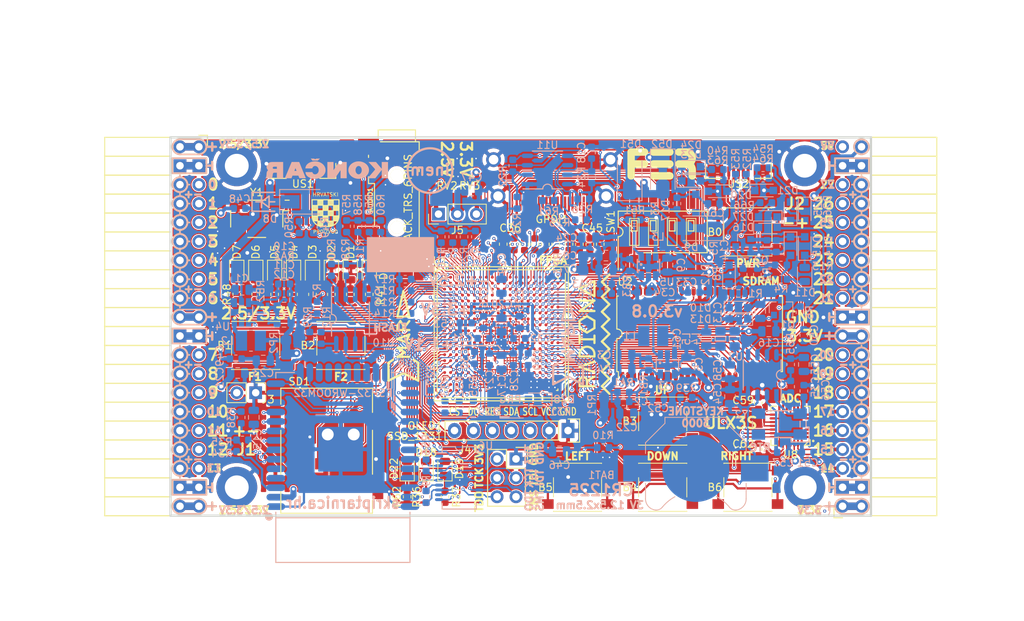
<source format=kicad_pcb>
(kicad_pcb (version 20171130) (host pcbnew "(5.1.4)-1")
  (title_block (rev v3.0.7))
  (layers (0 F.Cu signal) (1 In1.Cu signal) (2 In2.Cu signal) (31 B.Cu signal) (34 B.Paste user) (35 F.Paste user) (36 B.SilkS user) (37 F.SilkS user) (38 B.Mask user) (39 F.Mask user) (44 Edge.Cuts user))
  (net 0 "")
  (net 1 GND)
  (net 2 +5V)
  (net 3 /gpio/IN5V)
  (net 4 /gpio/OUT5V)
  (net 5 +3V3)
  (net 6 BTN_D)
  (net 7 BTN_F1)
  (net 8 BTN_F2)
  (net 9 BTN_L)
  (net 10 BTN_R)
  (net 11 BTN_U)
  (net 12 /power/FB1)
  (net 13 +2V5)
  (net 14 /power/PWREN)
  (net 15 /power/FB3)
  (net 16 /power/FB2)
  (net 17 /power/VBAT)
  (net 18 JTAG_TDI)
  (net 19 JTAG_TCK)
  (net 20 JTAG_TMS)
  (net 21 JTAG_TDO)
  (net 22 /power/WAKEUPn)
  (net 23 /power/WKUP)
  (net 24 /power/SHUT)
  (net 25 /power/WAKE)
  (net 26 /power/HOLD)
  (net 27 /power/WKn)
  (net 28 /power/OSCI_32k)
  (net 29 /power/OSCO_32k)
  (net 30 SHUTDOWN)
  (net 31 GPDI_SDA)
  (net 32 GPDI_SCL)
  (net 33 /gpdi/VREF2)
  (net 34 SD_CMD)
  (net 35 SD_CLK)
  (net 36 SD_D0)
  (net 37 SD_D1)
  (net 38 USB5V)
  (net 39 GPDI_CEC)
  (net 40 nRESET)
  (net 41 FTDI_nDTR)
  (net 42 SDRAM_CKE)
  (net 43 SDRAM_A7)
  (net 44 SDRAM_D15)
  (net 45 SDRAM_BA1)
  (net 46 SDRAM_D7)
  (net 47 SDRAM_A6)
  (net 48 SDRAM_CLK)
  (net 49 SDRAM_D13)
  (net 50 SDRAM_BA0)
  (net 51 SDRAM_D6)
  (net 52 SDRAM_A5)
  (net 53 SDRAM_D14)
  (net 54 SDRAM_A11)
  (net 55 SDRAM_D12)
  (net 56 SDRAM_D5)
  (net 57 SDRAM_A4)
  (net 58 SDRAM_A10)
  (net 59 SDRAM_D11)
  (net 60 SDRAM_A3)
  (net 61 SDRAM_D4)
  (net 62 SDRAM_D10)
  (net 63 SDRAM_D9)
  (net 64 SDRAM_A9)
  (net 65 SDRAM_D3)
  (net 66 SDRAM_D8)
  (net 67 SDRAM_A8)
  (net 68 SDRAM_A2)
  (net 69 SDRAM_A1)
  (net 70 SDRAM_A0)
  (net 71 SDRAM_D2)
  (net 72 SDRAM_D1)
  (net 73 SDRAM_D0)
  (net 74 SDRAM_DQM0)
  (net 75 SDRAM_nCS)
  (net 76 SDRAM_nRAS)
  (net 77 SDRAM_DQM1)
  (net 78 SDRAM_nCAS)
  (net 79 SDRAM_nWE)
  (net 80 /flash/FLASH_nWP)
  (net 81 /flash/FLASH_nHOLD)
  (net 82 /flash/FLASH_MOSI)
  (net 83 /flash/FLASH_MISO)
  (net 84 /flash/FLASH_SCK)
  (net 85 /flash/FLASH_nCS)
  (net 86 /flash/FPGA_PROGRAMN)
  (net 87 /flash/FPGA_DONE)
  (net 88 /flash/FPGA_INITN)
  (net 89 OLED_RES)
  (net 90 OLED_DC)
  (net 91 OLED_CS)
  (net 92 WIFI_EN)
  (net 93 FTDI_nRTS)
  (net 94 FTDI_TXD)
  (net 95 FTDI_RXD)
  (net 96 WIFI_RXD)
  (net 97 WIFI_GPIO0)
  (net 98 WIFI_TXD)
  (net 99 USB_FTDI_D+)
  (net 100 USB_FTDI_D-)
  (net 101 SD_D3)
  (net 102 AUDIO_L3)
  (net 103 AUDIO_L2)
  (net 104 AUDIO_L1)
  (net 105 AUDIO_L0)
  (net 106 AUDIO_R3)
  (net 107 AUDIO_R2)
  (net 108 AUDIO_R1)
  (net 109 AUDIO_R0)
  (net 110 OLED_CLK)
  (net 111 OLED_MOSI)
  (net 112 LED0)
  (net 113 LED1)
  (net 114 LED2)
  (net 115 LED3)
  (net 116 LED4)
  (net 117 LED5)
  (net 118 LED6)
  (net 119 LED7)
  (net 120 BTN_PWRn)
  (net 121 FTDI_nTXLED)
  (net 122 FTDI_nSLEEP)
  (net 123 /blinkey/LED_PWREN)
  (net 124 /blinkey/LED_TXLED)
  (net 125 /sdcard/SD3V3)
  (net 126 SD_D2)
  (net 127 CLK_25MHz)
  (net 128 /blinkey/BTNPUL)
  (net 129 /blinkey/BTNPUR)
  (net 130 USB_FPGA_D+)
  (net 131 /power/FTDI_nSUSPEND)
  (net 132 /blinkey/ALED0)
  (net 133 /blinkey/ALED1)
  (net 134 /blinkey/ALED2)
  (net 135 /blinkey/ALED3)
  (net 136 /blinkey/ALED4)
  (net 137 /blinkey/ALED5)
  (net 138 /blinkey/ALED6)
  (net 139 /blinkey/ALED7)
  (net 140 /usb/FTD-)
  (net 141 /usb/FTD+)
  (net 142 ADC_MISO)
  (net 143 ADC_MOSI)
  (net 144 ADC_CSn)
  (net 145 ADC_SCLK)
  (net 146 SW3)
  (net 147 SW2)
  (net 148 SW1)
  (net 149 USB_FPGA_D-)
  (net 150 /usb/FPD+)
  (net 151 /usb/FPD-)
  (net 152 WIFI_GPIO16)
  (net 153 /usb/ANT_433MHz)
  (net 154 PROG_DONE)
  (net 155 /power/P3V3)
  (net 156 /power/P2V5)
  (net 157 /power/L1)
  (net 158 /power/L3)
  (net 159 /power/L2)
  (net 160 FTDI_TXDEN)
  (net 161 SDRAM_A12)
  (net 162 /analog/AUDIO_V)
  (net 163 AUDIO_V3)
  (net 164 AUDIO_V2)
  (net 165 AUDIO_V1)
  (net 166 AUDIO_V0)
  (net 167 /blinkey/LED_WIFI)
  (net 168 /power/P1V1)
  (net 169 +1V1)
  (net 170 SW4)
  (net 171 /blinkey/SWPU)
  (net 172 /wifi/WIFIEN)
  (net 173 FT2V5)
  (net 174 GN0)
  (net 175 GP0)
  (net 176 GN1)
  (net 177 GP1)
  (net 178 GN2)
  (net 179 GP2)
  (net 180 GN3)
  (net 181 GP3)
  (net 182 GN4)
  (net 183 GP4)
  (net 184 GN5)
  (net 185 GP5)
  (net 186 GN6)
  (net 187 GP6)
  (net 188 GN14)
  (net 189 GP14)
  (net 190 GN15)
  (net 191 GP15)
  (net 192 GN16)
  (net 193 GP16)
  (net 194 GN17)
  (net 195 GP17)
  (net 196 GN18)
  (net 197 GP18)
  (net 198 GN19)
  (net 199 GP19)
  (net 200 GN20)
  (net 201 GP20)
  (net 202 GN21)
  (net 203 GP21)
  (net 204 GN22)
  (net 205 GP22)
  (net 206 GN23)
  (net 207 GP23)
  (net 208 GN24)
  (net 209 GP24)
  (net 210 GN25)
  (net 211 GP25)
  (net 212 GN26)
  (net 213 GP26)
  (net 214 GN27)
  (net 215 GP27)
  (net 216 GN7)
  (net 217 GP7)
  (net 218 GN8)
  (net 219 GP8)
  (net 220 GN9)
  (net 221 GP9)
  (net 222 GN10)
  (net 223 GP10)
  (net 224 GN11)
  (net 225 GP11)
  (net 226 GN12)
  (net 227 GP12)
  (net 228 GN13)
  (net 229 GP13)
  (net 230 WIFI_GPIO5)
  (net 231 WIFI_GPIO17)
  (net 232 USB_FPGA_PULL_D+)
  (net 233 USB_FPGA_PULL_D-)
  (net 234 "Net-(D23-Pad2)")
  (net 235 "Net-(D24-Pad1)")
  (net 236 "Net-(D25-Pad2)")
  (net 237 "Net-(D26-Pad1)")
  (net 238 /gpdi/GPDI_ETH+)
  (net 239 FPDI_ETH+)
  (net 240 /gpdi/GPDI_ETH-)
  (net 241 FPDI_ETH-)
  (net 242 /gpdi/GPDI_D2-)
  (net 243 FPDI_D2-)
  (net 244 /gpdi/GPDI_D1-)
  (net 245 FPDI_D1-)
  (net 246 /gpdi/GPDI_D0-)
  (net 247 FPDI_D0-)
  (net 248 /gpdi/GPDI_CLK-)
  (net 249 FPDI_CLK-)
  (net 250 /gpdi/GPDI_D2+)
  (net 251 FPDI_D2+)
  (net 252 /gpdi/GPDI_D1+)
  (net 253 FPDI_D1+)
  (net 254 /gpdi/GPDI_D0+)
  (net 255 FPDI_D0+)
  (net 256 /gpdi/GPDI_CLK+)
  (net 257 FPDI_CLK+)
  (net 258 FPDI_SDA)
  (net 259 FPDI_SCL)
  (net 260 /gpdi/FPDI_CEC)
  (net 261 2V5_3V3)
  (net 262 /usb/US2VBUS)
  (net 263 /power/SHD)
  (net 264 /power/RTCVDD)
  (net 265 "Net-(D27-Pad2)")
  (net 266 US2_ID)
  (net 267 /analog/AUDIO_L)
  (net 268 /analog/AUDIO_R)
  (net 269 /analog/ADC3V3)
  (net 270 PWRBTn)
  (net 271 USER_PROGRAMN)
  (net 272 "Net-(AUDIO1-Pad5)")
  (net 273 "Net-(AUDIO1-Pad6)")
  (net 274 "Net-(U1-PadW18)")
  (net 275 "Net-(U1-PadW17)")
  (net 276 "Net-(U1-PadW14)")
  (net 277 "Net-(U1-PadW13)")
  (net 278 "Net-(U1-PadW9)")
  (net 279 "Net-(U1-PadW8)")
  (net 280 "Net-(U1-PadW5)")
  (net 281 "Net-(U1-PadW4)")
  (net 282 "Net-(U1-PadT16)")
  (net 283 "Net-(U1-PadR3)")
  (net 284 SD_WP)
  (net 285 SD_CD)
  (net 286 "Net-(U1-PadM5)")
  (net 287 FTDI_nRXLED)
  (net 288 "Net-(U1-PadK17)")
  (net 289 "Net-(U1-PadK16)")
  (net 290 "Net-(U1-PadK5)")
  (net 291 "Net-(U1-PadJ5)")
  (net 292 "Net-(U1-PadJ4)")
  (net 293 "Net-(U1-PadE11)")
  (net 294 "Net-(U1-PadE10)")
  (net 295 "Net-(U1-PadE9)")
  (net 296 "Net-(U1-PadE6)")
  (net 297 "Net-(U1-PadD12)")
  (net 298 "Net-(U1-PadD11)")
  (net 299 "Net-(U1-PadD10)")
  (net 300 "Net-(U1-PadD9)")
  (net 301 "Net-(U1-PadC9)")
  (net 302 "Net-(U1-PadA15)")
  (net 303 "Net-(U8-Pad25)")
  (net 304 "Net-(U8-Pad12)")
  (net 305 "Net-(U9-Pad32)")
  (net 306 "Net-(U9-Pad22)")
  (net 307 "Net-(U9-Pad21)")
  (net 308 "Net-(U9-Pad20)")
  (net 309 "Net-(U9-Pad19)")
  (net 310 "Net-(U9-Pad18)")
  (net 311 "Net-(U9-Pad17)")
  (net 312 "Net-(U9-Pad12)")
  (net 313 "Net-(U9-Pad5)")
  (net 314 "Net-(U9-Pad4)")
  (net 315 "Net-(US1-Pad4)")
  (net 316 "Net-(Y2-Pad3)")
  (net 317 "Net-(Y2-Pad2)")
  (net 318 /analog/ADCD3V3)
  (module Keystone_3000_1x12mm-CoinCell:Keystone_3000_1x12mm-CoinCell (layer B.Cu) (at 164.585 105.87 90)
    (fp_text reference BAT1 (at -0.907 -12.685 180) (layer B.SilkS) (effects (justify mirror)))
    (fp_text value CR1225 hide)
    (pad 1 smd rect (at 0 7.9 180) (size 3.7 3.5) (layers B.Cu B.Paste B.Mask) (net 17 /power/VBAT) (clearance 0.7))
    (pad 1 smd rect (at 0 -7.9 180) (size 3.7 3.5) (layers B.Cu B.Paste B.Mask) (net 17 /power/VBAT) (clearance 0.7))
    (pad 2 smd circle (at 0 0 180) (size 9 9) (layers B.Cu B.Mask) (net 1 GND))
  )
  (module usb_otg:USB-MICRO-B-FCI-10118192-0001LF (layer F.Cu) (at 170.3 63.325 180)
    (fp_text reference US2 (at 0 -4.336 180) (layer F.SilkS))
    (fp_text value MICRO_USB hide)
    (pad 6 smd rect (at 3.8 0 180) (size 1.8 1.9) (layers F.Cu F.Paste F.Mask) (net 1 GND))
    (pad 6 smd rect (at -3.8 0 180) (size 1.8 1.9) (layers F.Cu F.Paste F.Mask) (net 1 GND))
    (pad 5 smd rect (at 1.3 -2.675 180) (size 0.4 1.35) (layers F.Cu F.Paste F.Mask) (net 1 GND))
    (pad 4 smd rect (at 0.65 -2.675 180) (size 0.4 1.35) (layers F.Cu F.Paste F.Mask) (net 266 US2_ID))
    (pad 3 smd rect (at 0 -2.675 180) (size 0.4 1.35) (layers F.Cu F.Paste F.Mask) (net 150 /usb/FPD+))
    (pad 2 smd rect (at -0.65 -2.675 180) (size 0.4 1.35) (layers F.Cu F.Paste F.Mask) (net 151 /usb/FPD-))
    (pad 1 smd rect (at -1.3 -2.675 180) (size 0.4 1.35) (layers F.Cu F.Paste F.Mask) (net 262 /usb/US2VBUS))
    (pad 6 smd rect (at 1.2 0 180) (size 1.9 1.9) (layers F.Cu F.Paste F.Mask) (net 1 GND))
    (pad 6 smd rect (at -1.2 0 180) (size 1.9 1.9) (layers F.Cu F.Paste F.Mask) (net 1 GND))
    (pad 6 smd rect (at 3.1 -2.55 180) (size 2.1 1.6) (layers F.Cu F.Paste F.Mask) (net 1 GND))
    (pad 6 smd rect (at -3.1 -2.55 180) (size 2.1 1.6) (layers F.Cu F.Paste F.Mask) (net 1 GND))
  )
  (module usb_otg:USB-MICRO-B-FCI-10118192-0001LF (layer F.Cu) (at 111.88 63.325 180)
    (fp_text reference US1 (at 0 -4.336 180) (layer F.SilkS))
    (fp_text value MICRO_USB hide)
    (pad 6 smd rect (at 3.8 0 180) (size 1.8 1.9) (layers F.Cu F.Paste F.Mask) (net 1 GND))
    (pad 6 smd rect (at -3.8 0 180) (size 1.8 1.9) (layers F.Cu F.Paste F.Mask) (net 1 GND))
    (pad 5 smd rect (at 1.3 -2.675 180) (size 0.4 1.35) (layers F.Cu F.Paste F.Mask) (net 1 GND))
    (pad 4 smd rect (at 0.65 -2.675 180) (size 0.4 1.35) (layers F.Cu F.Paste F.Mask) (net 315 "Net-(US1-Pad4)"))
    (pad 3 smd rect (at 0 -2.675 180) (size 0.4 1.35) (layers F.Cu F.Paste F.Mask) (net 141 /usb/FTD+))
    (pad 2 smd rect (at -0.65 -2.675 180) (size 0.4 1.35) (layers F.Cu F.Paste F.Mask) (net 140 /usb/FTD-))
    (pad 1 smd rect (at -1.3 -2.675 180) (size 0.4 1.35) (layers F.Cu F.Paste F.Mask) (net 38 USB5V))
    (pad 6 smd rect (at 1.2 0 180) (size 1.9 1.9) (layers F.Cu F.Paste F.Mask) (net 1 GND))
    (pad 6 smd rect (at -1.2 0 180) (size 1.9 1.9) (layers F.Cu F.Paste F.Mask) (net 1 GND))
    (pad 6 smd rect (at 3.1 -2.55 180) (size 2.1 1.6) (layers F.Cu F.Paste F.Mask) (net 1 GND))
    (pad 6 smd rect (at -3.1 -2.55 180) (size 2.1 1.6) (layers F.Cu F.Paste F.Mask) (net 1 GND))
  )
  (module jumper:R_0805_2012Metric_Pad1.29x1.40mm_HandSolder_Jumper_NC (layer B.Cu) (at 149.472 78.311 270)
    (fp_text reference RP3 (at 0 3.414 270) (layer B.SilkS) (effects (justify mirror)))
    (fp_text value 0 hide)
    (fp_poly (pts (xy -0.4 0.5) (xy 0.4 0.5) (xy 0.4 -0.5) (xy -0.4 -0.5)) (layer B.Cu) (width 0.1))
    (pad 2 smd roundrect (at 0.9675 0 270) (size 1.295 1.4) (layers B.Cu B.Mask) (net 5 +3V3))
    (pad 1 smd roundrect (at -0.9675 0 270) (size 1.295 1.4) (layers B.Cu B.Mask) (net 155 /power/P3V3))
  )
  (module jumper:R_0805_2012Metric_Pad1.29x1.40mm_HandSolder_Jumper_NC (layer B.Cu) (at 109.609 89.632 270)
    (fp_text reference RP2 (at -0.635 1.651 270) (layer B.SilkS) (effects (justify mirror)))
    (fp_text value 0 hide)
    (fp_poly (pts (xy -0.4 0.5) (xy 0.4 0.5) (xy 0.4 -0.5) (xy -0.4 -0.5)) (layer B.Cu) (width 0.1))
    (pad 2 smd roundrect (at 0.9675 0 270) (size 1.295 1.4) (layers B.Cu B.Mask) (net 13 +2V5))
    (pad 1 smd roundrect (at -0.9675 0 270) (size 1.295 1.4) (layers B.Cu B.Mask) (net 156 /power/P2V5))
  )
  (module jumper:R_0805_2012Metric_Pad1.29x1.40mm_HandSolder_Jumper_NC (layer B.Cu) (at 152.281 97.361 270)
    (fp_text reference RP1 (at 0 1.65 270) (layer B.SilkS) (effects (justify mirror)))
    (fp_text value 0 hide)
    (fp_poly (pts (xy -0.4 0.5) (xy 0.4 0.5) (xy 0.4 -0.5) (xy -0.4 -0.5)) (layer B.Cu) (width 0.1))
    (pad 2 smd roundrect (at 0.9675 0 270) (size 1.295 1.4) (layers B.Cu B.Mask) (net 169 +1V1))
    (pad 1 smd roundrect (at -0.9675 0 270) (size 1.295 1.4) (layers B.Cu B.Mask) (net 168 /power/P1V1))
  )
  (module jumper:D_SMA_Jumper_NC (layer B.Cu) (at 160.155 66.391 270)
    (fp_text reference D52 (at -4.064 0.127) (layer B.SilkS) (effects (justify mirror)))
    (fp_text value 0 hide)
    (fp_poly (pts (xy -0.9 0.5) (xy 0.9 0.5) (xy 0.9 -0.5) (xy -0.9 -0.5)) (layer B.Cu) (width 0.1))
    (pad 2 smd roundrect (at 2 0 270) (size 2.5 1.8) (layers B.Cu B.Mask) (net 2 +5V))
    (pad 1 smd roundrect (at -2 0 270) (size 2.5 1.8) (layers B.Cu B.Mask) (net 4 /gpio/OUT5V))
  )
  (module jumper:D_SMA_Jumper_NC (layer B.Cu) (at 155.71 66.518 90)
    (fp_text reference D51 (at 4.191 0.127 180) (layer B.SilkS) (effects (justify mirror)))
    (fp_text value 0 hide)
    (fp_poly (pts (xy -0.9 0.5) (xy 0.9 0.5) (xy 0.9 -0.5) (xy -0.9 -0.5)) (layer B.Cu) (width 0.1))
    (pad 2 smd roundrect (at 2 0 90) (size 2.5 1.8) (layers B.Cu B.Mask) (net 3 /gpio/IN5V))
    (pad 1 smd roundrect (at -2 0 90) (size 2.5 1.8) (layers B.Cu B.Mask) (net 2 +5V))
  )
  (module jumper:D_SMA_Jumper_NC (layer B.Cu) (at 164.854 73.63 180)
    (fp_text reference D9 (at 0.889 -2.54 180) (layer B.SilkS) (effects (justify mirror)))
    (fp_text value 0 hide)
    (fp_poly (pts (xy -0.9 0.5) (xy 0.9 0.5) (xy 0.9 -0.5) (xy -0.9 -0.5)) (layer B.Cu) (width 0.1))
    (pad 2 smd roundrect (at 2 0 180) (size 2.5 1.8) (layers B.Cu B.Mask) (net 2 +5V))
    (pad 1 smd roundrect (at -2 0 180) (size 2.5 1.8) (layers B.Cu B.Mask) (net 262 /usb/US2VBUS))
  )
  (module hrvatski_proizvod_veci:hrvatski (layer F.Cu) (at 114.9 71.598)
    (fp_text reference HR hide)
    (fp_text value HR hide)
    (fp_text user PROIZVOD (at 0 2.5) (layer F.SilkS) (effects (font (size 0.45 0.45) (thickness 0.075))))
    (fp_text user HRVATSKI (at 0 -2.5) (layer F.SilkS) (effects (font (size 0.5 0.5) (thickness 0.075))))
  )
  (module ft231x:FT231X-SSOP-20_4.4x6.5mm_Pitch0.65mm (layer B.Cu) (at 132.835 107.14 180)
    (fp_text reference U6 (at -3.556 4.318 180) (layer B.SilkS) (effects (justify mirror)))
    (fp_text value FT231XS hide)
    (pad 20 smd oval (at 2.7 2.925 180) (size 1.1 0.4) (layers B.Cu B.Paste B.Mask) (net 94 FTDI_TXD))
    (pad 19 smd oval (at 2.7 2.275 180) (size 1.1 0.4) (layers B.Cu B.Paste B.Mask) (net 122 FTDI_nSLEEP))
    (pad 18 smd oval (at 2.7 1.625 180) (size 1.1 0.4) (layers B.Cu B.Paste B.Mask) (net 160 FTDI_TXDEN))
    (pad 17 smd oval (at 2.7 0.975 180) (size 1.1 0.4) (layers B.Cu B.Paste B.Mask) (net 287 FTDI_nRXLED))
    (pad 16 smd oval (at 2.7 0.325 180) (size 1.1 0.4) (layers B.Cu B.Paste B.Mask) (net 1 GND))
    (pad 15 smd oval (at 2.7 -0.325 180) (size 1.1 0.4) (layers B.Cu B.Paste B.Mask) (net 38 USB5V))
    (pad 14 smd oval (at 2.7 -0.975 180) (size 1.1 0.4) (layers B.Cu B.Paste B.Mask) (net 40 nRESET))
    (pad 13 smd oval (at 2.7 -1.625 180) (size 1.1 0.4) (layers B.Cu B.Paste B.Mask) (net 173 FT2V5))
    (pad 12 smd oval (at 2.7 -2.275 180) (size 1.1 0.4) (layers B.Cu B.Paste B.Mask) (net 100 USB_FTDI_D-))
    (pad 11 smd oval (at 2.7 -2.925 180) (size 1.1 0.4) (layers B.Cu B.Paste B.Mask) (net 99 USB_FTDI_D+))
    (pad 10 smd oval (at -2.7 -2.925 180) (size 1.1 0.4) (layers B.Cu B.Paste B.Mask) (net 121 FTDI_nTXLED))
    (pad 9 smd oval (at -2.7 -2.275 180) (size 1.1 0.4) (layers B.Cu B.Paste B.Mask) (net 21 JTAG_TDO))
    (pad 8 smd oval (at -2.7 -1.625 180) (size 1.1 0.4) (layers B.Cu B.Paste B.Mask) (net 20 JTAG_TMS))
    (pad 7 smd oval (at -2.7 -0.975 180) (size 1.1 0.4) (layers B.Cu B.Paste B.Mask) (net 19 JTAG_TCK))
    (pad 6 smd oval (at -2.7 -0.325 180) (size 1.1 0.4) (layers B.Cu B.Paste B.Mask) (net 1 GND))
    (pad 5 smd oval (at -2.7 0.325 180) (size 1.1 0.4) (layers B.Cu B.Paste B.Mask) (net 18 JTAG_TDI))
    (pad 4 smd oval (at -2.7 0.975 180) (size 1.1 0.4) (layers B.Cu B.Paste B.Mask) (net 95 FTDI_RXD))
    (pad 3 smd oval (at -2.7 1.625 180) (size 1.1 0.4) (layers B.Cu B.Paste B.Mask) (net 173 FT2V5))
    (pad 2 smd oval (at -2.7 2.275 180) (size 1.1 0.4) (layers B.Cu B.Paste B.Mask) (net 93 FTDI_nRTS))
    (pad 1 smd rect (at -2.7 2.925 180) (size 1.1 0.4) (layers B.Cu B.Paste B.Mask) (net 41 FTDI_nDTR))
  )
  (module micro-sd-schd3a0100:SCHD3A100 (layer F.Cu) (at 115.05 103.5 270)
    (fp_text reference SD1 (at -9.296 3.663 180) (layer F.SilkS))
    (fp_text value SCHD3A0100 hide)
    (pad 1 smd rect (at 1.75 -3.2) (size 0.7 1.5) (layers F.Cu F.Paste F.Mask) (net 126 SD_D2))
    (pad 2 smd rect (at 1.75 -2.1) (size 0.7 1.5) (layers F.Cu F.Paste F.Mask) (net 101 SD_D3))
    (pad 3 smd rect (at 1.75 -1) (size 0.7 1.5) (layers F.Cu F.Paste F.Mask) (net 34 SD_CMD))
    (pad 4 smd rect (at 1.75 0.1) (size 0.7 1.5) (layers F.Cu F.Paste F.Mask) (net 125 /sdcard/SD3V3))
    (pad 5 smd rect (at 1.75 1.2) (size 0.7 1.5) (layers F.Cu F.Paste F.Mask) (net 35 SD_CLK))
    (pad 6 smd rect (at 1.75 2.3) (size 0.7 1.5) (layers F.Cu F.Paste F.Mask) (net 1 GND))
    (pad 7 smd rect (at 1.75 3.4) (size 0.7 1.5) (layers F.Cu F.Paste F.Mask) (net 36 SD_D0))
    (pad 8 smd rect (at 1.75 4.5) (size 0.7 1.5) (layers F.Cu F.Paste F.Mask) (net 37 SD_D1))
    (pad 10 smd rect (at 6.05 -6.875) (size 1.45 0.9) (layers F.Cu F.Paste F.Mask) (net 1 GND))
    (pad 11 smd rect (at -5.65 6.875 90) (size 0.9 1.45) (layers F.Cu F.Paste F.Mask) (net 1 GND))
    (pad 9 smd rect (at 4.35 6.875) (size 1.45 2) (layers F.Cu F.Paste F.Mask) (net 1 GND))
    (pad 9 smd rect (at 4.35 -6.875) (size 1.45 2) (layers F.Cu F.Paste F.Mask) (net 1 GND))
    (pad 9 smd rect (at -3.95 -6.875) (size 1.45 2) (layers F.Cu F.Paste F.Mask) (net 1 GND))
    (pad 9 smd rect (at -3.95 6.875) (size 1.45 2) (layers F.Cu F.Paste F.Mask) (net 1 GND))
  )
  (module oscxo:Crystal_SMD_7050_4Pads (layer F.Cu) (at 105.672 72.36 180)
    (fp_text reference Y1 (at 0 3.556 180) (layer F.SilkS))
    (fp_text value FNETHE025 hide)
    (pad 1 smd rect (at -2.54 2.2 180) (size 2.2 1.8) (layers F.Cu F.Paste F.Mask) (net 5 +3V3))
    (pad 2 smd rect (at 2.54 2.2 180) (size 2.2 1.8) (layers F.Cu F.Paste F.Mask) (net 1 GND))
    (pad 3 smd rect (at 2.54 -2.2 180) (size 2.2 1.8) (layers F.Cu F.Paste F.Mask) (net 127 CLK_25MHz))
    (pad 4 smd rect (at -2.54 -2.2 180) (size 2.2 1.8) (layers F.Cu F.Paste F.Mask) (net 5 +3V3))
  )
  (module L_1008_1210:L_1008_1210 (layer B.Cu) (at 156.33 74.755 180)
    (fp_text reference L3 (at -3.19 -0.018 180) (layer B.SilkS) (effects (justify mirror)))
    (fp_text value 2.2uH hide)
    (pad 1 smd rect (at -1.27 0 180) (size 1.5 2.7) (layers B.Cu B.Paste B.Mask) (net 158 /power/L3))
    (pad 2 smd rect (at 1.27 0 180) (size 1.5 2.7) (layers B.Cu B.Paste B.Mask) (net 155 /power/P3V3))
  )
  (module L_1008_1210:L_1008_1210 (layer B.Cu) (at 158.87 88.09 180)
    (fp_text reference L1 (at 3.175 0 180) (layer B.SilkS) (effects (justify mirror)))
    (fp_text value 2.2uH hide)
    (pad 1 smd rect (at -1.27 0 180) (size 1.5 2.7) (layers B.Cu B.Paste B.Mask) (net 157 /power/L1))
    (pad 2 smd rect (at 1.27 0 180) (size 1.5 2.7) (layers B.Cu B.Paste B.Mask) (net 168 /power/P1V1))
  )
  (module L_1008_1210:L_1008_1210 (layer B.Cu) (at 104.895 88.725)
    (fp_text reference L2 (at -3.16 0.018) (layer B.SilkS) (effects (justify mirror)))
    (fp_text value 2.2uH hide)
    (pad 1 smd rect (at -1.27 0) (size 1.5 2.7) (layers B.Cu B.Paste B.Mask) (net 159 /power/L2))
    (pad 2 smd rect (at 1.27 0) (size 1.5 2.7) (layers B.Cu B.Paste B.Mask) (net 156 /power/P2V5))
  )
  (module abs25:Crystal_SMD_ABS25 (layer B.Cu) (at 175.776 99.922 180)
    (fp_text reference Y2 (at 5.08 1.273 180) (layer B.SilkS) (effects (justify mirror)))
    (fp_text value 32768Hz hide)
    (pad 4 smd rect (at -2.8 1.4 180) (size 1.8 1.4) (layers B.Cu B.Paste B.Mask) (net 28 /power/OSCI_32k))
    (pad 3 smd rect (at 2.8 1.4 180) (size 1.8 1.4) (layers B.Cu B.Paste B.Mask) (net 316 "Net-(Y2-Pad3)"))
    (pad 2 smd rect (at 2.8 -1.4 180) (size 1.8 1.4) (layers B.Cu B.Paste B.Mask) (net 317 "Net-(Y2-Pad2)"))
    (pad 1 smd rect (at -2.8 -1.4 180) (size 1.8 1.4) (layers B.Cu B.Paste B.Mask) (net 29 /power/OSCO_32k))
  )
  (module audio-jack:CUI_SJ-43516-SMT (layer F.Cu) (at 124.468 69.518)
    (fp_text reference AUDIO1 (at -3.560502 0.28335 270) (layer F.SilkS) (effects (font (size 0.6096 0.6096) (thickness 0.1524))))
    (fp_text value JACK_TRS_6PINS (at 1.519498 0.28335 270) (layer F.SilkS))
    (pad 1 smd rect (at -3.8 -6.9 270) (size 2 2.8) (layers F.Cu F.Paste F.Mask) (net 1 GND))
    (pad 4 smd rect (at -3.8 -4.1 270) (size 2.2 2.8) (layers F.Cu F.Paste F.Mask) (net 162 /analog/AUDIO_V))
    (pad 2 smd rect (at -3.8 5.3 270) (size 2.8 2.8) (layers F.Cu F.Paste F.Mask) (net 267 /analog/AUDIO_L))
    (pad 5 smd rect (at 0.75 9.4 270) (size 2.8 2.8) (layers F.Cu F.Paste F.Mask) (net 272 "Net-(AUDIO1-Pad5)"))
    (pad 3 smd rect (at 3.8 -2.2 270) (size 2.2 2.8) (layers F.Cu F.Paste F.Mask) (net 268 /analog/AUDIO_R))
    (pad 6 smd rect (at 3.8 -5 270) (size 2 2.8) (layers F.Cu F.Paste F.Mask) (net 273 "Net-(AUDIO1-Pad6)"))
    (pad "" np_thru_hole circle (at 0 -3 270) (size 1.7 1.7) (drill 1.7) (layers *.Cu *.Mask F.SilkS) (clearance 0.4))
    (pad "" np_thru_hole circle (at 0 4 270) (size 1.7 1.7) (drill 1.7) (layers *.Cu *.Mask F.SilkS) (clearance 0.4))
  )
  (module dipswitch:SW_DIP_x4_W8.61mm_Slide_LowProfile (layer F.Cu) (at 160.14 74.12 90)
    (fp_text reference SW1 (at 1.379 -6.97 90) (layer F.SilkS))
    (fp_text value SW_DIP_x04 hide)
    (pad 8 smd rect (at 4.305 -3.81 90) (size 2.44 1.12) (layers F.Cu F.Paste F.Mask) (net 148 SW1))
    (pad 4 smd rect (at -4.305 3.81 90) (size 2.44 1.12) (layers F.Cu F.Paste F.Mask) (net 171 /blinkey/SWPU))
    (pad 7 smd rect (at 4.305 -1.27 90) (size 2.44 1.12) (layers F.Cu F.Paste F.Mask) (net 147 SW2))
    (pad 3 smd rect (at -4.305 1.27 90) (size 2.44 1.12) (layers F.Cu F.Paste F.Mask) (net 171 /blinkey/SWPU))
    (pad 6 smd rect (at 4.305 1.27 90) (size 2.44 1.12) (layers F.Cu F.Paste F.Mask) (net 146 SW3))
    (pad 2 smd rect (at -4.305 -1.27 90) (size 2.44 1.12) (layers F.Cu F.Paste F.Mask) (net 171 /blinkey/SWPU))
    (pad 5 smd rect (at 4.305 3.81 90) (size 2.44 1.12) (layers F.Cu F.Paste F.Mask) (net 170 SW4))
    (pad 1 smd rect (at -4.305 -3.81 90) (size 2.44 1.12) (layers F.Cu F.Paste F.Mask) (net 171 /blinkey/SWPU))
  )
  (module conn-fci:CONN-10029449-111RLF (layer F.Cu) (at 145.296 69.312 180)
    (fp_text reference GPDI1 (at 0 -3.1115 180) (layer F.SilkS))
    (fp_text value GPDI-D hide)
    (pad 19 smd rect (at -4.25 -1 180) (size 0.3 1.9) (layers F.Cu F.Paste F.Mask) (net 240 /gpdi/GPDI_ETH-))
    (pad 18 smd rect (at -3.75 -1 180) (size 0.3 1.9) (layers F.Cu F.Paste F.Mask) (net 2 +5V))
    (pad 17 smd rect (at -3.25 -1 180) (size 0.3 1.9) (layers F.Cu F.Paste F.Mask) (net 1 GND))
    (pad 16 smd rect (at -2.75 -1 180) (size 0.3 1.9) (layers F.Cu F.Paste F.Mask) (net 31 GPDI_SDA))
    (pad 15 smd rect (at -2.25 -1 180) (size 0.3 1.9) (layers F.Cu F.Paste F.Mask) (net 32 GPDI_SCL))
    (pad 14 smd rect (at -1.75 -1 180) (size 0.3 1.9) (layers F.Cu F.Paste F.Mask) (net 238 /gpdi/GPDI_ETH+))
    (pad 13 smd rect (at -1.25 -1 180) (size 0.3 1.9) (layers F.Cu F.Paste F.Mask) (net 39 GPDI_CEC))
    (pad 12 smd rect (at -0.75 -1 180) (size 0.3 1.9) (layers F.Cu F.Paste F.Mask) (net 248 /gpdi/GPDI_CLK-))
    (pad 11 smd rect (at -0.25 -1 180) (size 0.3 1.9) (layers F.Cu F.Paste F.Mask) (net 1 GND))
    (pad 10 smd rect (at 0.25 -1 180) (size 0.3 1.9) (layers F.Cu F.Paste F.Mask) (net 256 /gpdi/GPDI_CLK+))
    (pad 9 smd rect (at 0.75 -1 180) (size 0.3 1.9) (layers F.Cu F.Paste F.Mask) (net 246 /gpdi/GPDI_D0-))
    (pad 8 smd rect (at 1.25 -1 180) (size 0.3 1.9) (layers F.Cu F.Paste F.Mask) (net 1 GND))
    (pad 7 smd rect (at 1.75 -1 180) (size 0.3 1.9) (layers F.Cu F.Paste F.Mask) (net 254 /gpdi/GPDI_D0+))
    (pad 6 smd rect (at 2.25 -1 180) (size 0.3 1.9) (layers F.Cu F.Paste F.Mask) (net 244 /gpdi/GPDI_D1-))
    (pad 5 smd rect (at 2.75 -1 180) (size 0.3 1.9) (layers F.Cu F.Paste F.Mask) (net 1 GND))
    (pad 4 smd rect (at 3.25 -1 180) (size 0.3 1.9) (layers F.Cu F.Paste F.Mask) (net 252 /gpdi/GPDI_D1+))
    (pad 3 smd rect (at 3.75 -1 180) (size 0.3 1.9) (layers F.Cu F.Paste F.Mask) (net 242 /gpdi/GPDI_D2-))
    (pad 2 smd rect (at 4.25 -1 180) (size 0.3 1.9) (layers F.Cu F.Paste F.Mask) (net 1 GND))
    (pad 1 smd rect (at 4.75 -1 180) (size 0.3 1.9) (layers F.Cu F.Paste F.Mask) (net 250 /gpdi/GPDI_D2+))
    (pad 0 thru_hole circle (at -7.25 0 180) (size 2 2) (drill 1.3) (layers *.Cu *.Mask) (net 1 GND))
    (pad 0 thru_hole circle (at 7.25 0 180) (size 2 2) (drill 1.3) (layers *.Cu *.Mask) (net 1 GND))
    (pad 0 thru_hole circle (at -7.85 4.9 180) (size 2 2) (drill 1.3) (layers *.Cu *.Mask) (net 1 GND))
    (pad 0 thru_hole circle (at 7.85 4.9 180) (size 2 2) (drill 1.3) (layers *.Cu *.Mask) (net 1 GND))
  )
  (module TSOP54:TSOP54 (layer F.Cu) (at 165.093 87.8 90)
    (fp_text reference U2 (at 6.98 -9.993 180) (layer F.SilkS))
    (fp_text value MT48LC16M16A2TG hide)
    (pad 28 smd oval (at 5.73 10.4 90) (size 1.2 0.56) (layers F.Cu F.Paste F.Mask) (net 1 GND))
    (pad 1 smd rect (at -5.73 -10.4 90) (size 1.2 0.56) (layers F.Cu F.Paste F.Mask) (net 5 +3V3))
    (pad 2 smd oval (at -5.73 -9.6 90) (size 1.2 0.56) (layers F.Cu F.Paste F.Mask) (net 73 SDRAM_D0))
    (pad 3 smd oval (at -5.73 -8.8 90) (size 1.2 0.56) (layers F.Cu F.Paste F.Mask) (net 5 +3V3))
    (pad 4 smd oval (at -5.73 -8 90) (size 1.2 0.56) (layers F.Cu F.Paste F.Mask) (net 72 SDRAM_D1))
    (pad 5 smd oval (at -5.73 -7.2 90) (size 1.2 0.56) (layers F.Cu F.Paste F.Mask) (net 71 SDRAM_D2))
    (pad 6 smd oval (at -5.73 -6.4 90) (size 1.2 0.56) (layers F.Cu F.Paste F.Mask) (net 1 GND))
    (pad 7 smd oval (at -5.73 -5.6 90) (size 1.2 0.56) (layers F.Cu F.Paste F.Mask) (net 65 SDRAM_D3))
    (pad 8 smd oval (at -5.73 -4.8 90) (size 1.2 0.56) (layers F.Cu F.Paste F.Mask) (net 61 SDRAM_D4))
    (pad 9 smd oval (at -5.73 -4 90) (size 1.2 0.56) (layers F.Cu F.Paste F.Mask) (net 5 +3V3))
    (pad 10 smd oval (at -5.73 -3.2 90) (size 1.2 0.56) (layers F.Cu F.Paste F.Mask) (net 56 SDRAM_D5))
    (pad 11 smd oval (at -5.73 -2.4 90) (size 1.2 0.56) (layers F.Cu F.Paste F.Mask) (net 51 SDRAM_D6))
    (pad 12 smd oval (at -5.73 -1.6 90) (size 1.2 0.56) (layers F.Cu F.Paste F.Mask) (net 1 GND))
    (pad 13 smd oval (at -5.73 -0.8 90) (size 1.2 0.56) (layers F.Cu F.Paste F.Mask) (net 46 SDRAM_D7))
    (pad 14 smd oval (at -5.73 0 90) (size 1.2 0.56) (layers F.Cu F.Paste F.Mask) (net 5 +3V3))
    (pad 15 smd oval (at -5.73 0.8 90) (size 1.2 0.56) (layers F.Cu F.Paste F.Mask) (net 74 SDRAM_DQM0))
    (pad 16 smd oval (at -5.73 1.6 90) (size 1.2 0.56) (layers F.Cu F.Paste F.Mask) (net 79 SDRAM_nWE))
    (pad 17 smd oval (at -5.73 2.4 90) (size 1.2 0.56) (layers F.Cu F.Paste F.Mask) (net 78 SDRAM_nCAS))
    (pad 18 smd oval (at -5.73 3.2 90) (size 1.2 0.56) (layers F.Cu F.Paste F.Mask) (net 76 SDRAM_nRAS))
    (pad 19 smd oval (at -5.73 4 90) (size 1.2 0.56) (layers F.Cu F.Paste F.Mask) (net 75 SDRAM_nCS))
    (pad 20 smd oval (at -5.73 4.8 90) (size 1.2 0.56) (layers F.Cu F.Paste F.Mask) (net 50 SDRAM_BA0))
    (pad 21 smd oval (at -5.73 5.6 90) (size 1.2 0.56) (layers F.Cu F.Paste F.Mask) (net 45 SDRAM_BA1))
    (pad 22 smd oval (at -5.73 6.4 90) (size 1.2 0.56) (layers F.Cu F.Paste F.Mask) (net 58 SDRAM_A10))
    (pad 23 smd oval (at -5.73 7.2 90) (size 1.2 0.56) (layers F.Cu F.Paste F.Mask) (net 70 SDRAM_A0))
    (pad 24 smd oval (at -5.73 8 90) (size 1.2 0.56) (layers F.Cu F.Paste F.Mask) (net 69 SDRAM_A1))
    (pad 25 smd oval (at -5.73 8.8 90) (size 1.2 0.56) (layers F.Cu F.Paste F.Mask) (net 68 SDRAM_A2))
    (pad 26 smd oval (at -5.73 9.6 90) (size 1.2 0.56) (layers F.Cu F.Paste F.Mask) (net 60 SDRAM_A3))
    (pad 27 smd oval (at -5.73 10.4 90) (size 1.2 0.56) (layers F.Cu F.Paste F.Mask) (net 5 +3V3))
    (pad 29 smd oval (at 5.73 9.6 90) (size 1.2 0.56) (layers F.Cu F.Paste F.Mask) (net 57 SDRAM_A4))
    (pad 30 smd oval (at 5.73 8.8 90) (size 1.2 0.56) (layers F.Cu F.Paste F.Mask) (net 52 SDRAM_A5))
    (pad 31 smd oval (at 5.73 8 90) (size 1.2 0.56) (layers F.Cu F.Paste F.Mask) (net 47 SDRAM_A6))
    (pad 32 smd oval (at 5.73 7.2 90) (size 1.2 0.56) (layers F.Cu F.Paste F.Mask) (net 43 SDRAM_A7))
    (pad 33 smd oval (at 5.73 6.4 90) (size 1.2 0.56) (layers F.Cu F.Paste F.Mask) (net 67 SDRAM_A8))
    (pad 34 smd oval (at 5.73 5.6 90) (size 1.2 0.56) (layers F.Cu F.Paste F.Mask) (net 64 SDRAM_A9))
    (pad 35 smd oval (at 5.73 4.8 90) (size 1.2 0.56) (layers F.Cu F.Paste F.Mask) (net 54 SDRAM_A11))
    (pad 36 smd oval (at 5.73 4 90) (size 1.2 0.56) (layers F.Cu F.Paste F.Mask) (net 161 SDRAM_A12))
    (pad 37 smd oval (at 5.73 3.2 90) (size 1.2 0.56) (layers F.Cu F.Paste F.Mask) (net 42 SDRAM_CKE))
    (pad 38 smd oval (at 5.73 2.4 90) (size 1.2 0.56) (layers F.Cu F.Paste F.Mask) (net 48 SDRAM_CLK))
    (pad 39 smd oval (at 5.73 1.6 90) (size 1.2 0.56) (layers F.Cu F.Paste F.Mask) (net 77 SDRAM_DQM1))
    (pad 40 smd oval (at 5.73 0.8 90) (size 1.2 0.56) (layers F.Cu F.Paste F.Mask))
    (pad 41 smd oval (at 5.73 0 90) (size 1.2 0.56) (layers F.Cu F.Paste F.Mask) (net 1 GND))
    (pad 42 smd oval (at 5.73 -0.8 90) (size 1.2 0.56) (layers F.Cu F.Paste F.Mask) (net 66 SDRAM_D8))
    (pad 43 smd oval (at 5.73 -1.6 90) (size 1.2 0.56) (layers F.Cu F.Paste F.Mask) (net 5 +3V3))
    (pad 44 smd oval (at 5.73 -2.4 90) (size 1.2 0.56) (layers F.Cu F.Paste F.Mask) (net 63 SDRAM_D9))
    (pad 45 smd oval (at 5.73 -3.2 90) (size 1.2 0.56) (layers F.Cu F.Paste F.Mask) (net 62 SDRAM_D10))
    (pad 46 smd oval (at 5.73 -4 90) (size 1.2 0.56) (layers F.Cu F.Paste F.Mask) (net 1 GND))
    (pad 47 smd oval (at 5.73 -4.8 90) (size 1.2 0.56) (layers F.Cu F.Paste F.Mask) (net 59 SDRAM_D11))
    (pad 48 smd oval (at 5.73 -5.6 90) (size 1.2 0.56) (layers F.Cu F.Paste F.Mask) (net 55 SDRAM_D12))
    (pad 49 smd oval (at 5.73 -6.4 90) (size 1.2 0.56) (layers F.Cu F.Paste F.Mask) (net 5 +3V3))
    (pad 50 smd oval (at 5.73 -7.2 90) (size 1.2 0.56) (layers F.Cu F.Paste F.Mask) (net 49 SDRAM_D13))
    (pad 51 smd oval (at 5.73 -8 90) (size 1.2 0.56) (layers F.Cu F.Paste F.Mask) (net 53 SDRAM_D14))
    (pad 52 smd oval (at 5.73 -8.8 90) (size 1.2 0.56) (layers F.Cu F.Paste F.Mask) (net 1 GND))
    (pad 53 smd oval (at 5.73 -9.6 90) (size 1.2 0.56) (layers F.Cu F.Paste F.Mask) (net 44 SDRAM_D15))
    (pad 54 smd oval (at 5.73 -10.4 90) (size 1.2 0.56) (layers F.Cu F.Paste F.Mask) (net 1 GND))
  )
  (module lfe5bg381:BGA-381_pitch0.8mm_dia0.4mm (layer F.Cu) (at 138.48 87.8)
    (fp_text reference U1 (at -8.2 -9.8) (layer F.SilkS))
    (fp_text value LFE5U-85F-6BG381C hide)
    (pad Y19 smd circle (at 6.8 7.6) (size 0.4 0.4) (layers F.Cu F.Paste F.Mask) (net 1 GND))
    (pad Y17 smd circle (at 5.2 7.6) (size 0.4 0.4) (layers F.Cu F.Paste F.Mask) (net 1 GND))
    (pad Y16 smd circle (at 4.4 7.6) (size 0.4 0.4) (layers F.Cu F.Paste F.Mask) (net 1 GND))
    (pad Y15 smd circle (at 3.6 7.6) (size 0.4 0.4) (layers F.Cu F.Paste F.Mask) (net 1 GND))
    (pad Y14 smd circle (at 2.8 7.6) (size 0.4 0.4) (layers F.Cu F.Paste F.Mask) (net 1 GND))
    (pad Y12 smd circle (at 1.2 7.6) (size 0.4 0.4) (layers F.Cu F.Paste F.Mask) (net 1 GND))
    (pad Y11 smd circle (at 0.4 7.6) (size 0.4 0.4) (layers F.Cu F.Paste F.Mask) (net 1 GND))
    (pad Y8 smd circle (at -2 7.6) (size 0.4 0.4) (layers F.Cu F.Paste F.Mask) (net 1 GND))
    (pad Y7 smd circle (at -2.8 7.6) (size 0.4 0.4) (layers F.Cu F.Paste F.Mask) (net 1 GND))
    (pad Y6 smd circle (at -3.6 7.6) (size 0.4 0.4) (layers F.Cu F.Paste F.Mask) (net 1 GND))
    (pad Y5 smd circle (at -4.4 7.6) (size 0.4 0.4) (layers F.Cu F.Paste F.Mask) (net 1 GND))
    (pad Y3 smd circle (at -6 7.6) (size 0.4 0.4) (layers F.Cu F.Paste F.Mask) (net 87 /flash/FPGA_DONE))
    (pad Y2 smd circle (at -6.8 7.6) (size 0.4 0.4) (layers F.Cu F.Paste F.Mask) (net 80 /flash/FLASH_nWP))
    (pad W20 smd circle (at 7.6 6.8) (size 0.4 0.4) (layers F.Cu F.Paste F.Mask) (net 1 GND))
    (pad W19 smd circle (at 6.8 6.8) (size 0.4 0.4) (layers F.Cu F.Paste F.Mask) (net 1 GND))
    (pad W18 smd circle (at 6 6.8) (size 0.4 0.4) (layers F.Cu F.Paste F.Mask) (net 274 "Net-(U1-PadW18)"))
    (pad W17 smd circle (at 5.2 6.8) (size 0.4 0.4) (layers F.Cu F.Paste F.Mask) (net 275 "Net-(U1-PadW17)"))
    (pad W16 smd circle (at 4.4 6.8) (size 0.4 0.4) (layers F.Cu F.Paste F.Mask) (net 1 GND))
    (pad W15 smd circle (at 3.6 6.8) (size 0.4 0.4) (layers F.Cu F.Paste F.Mask) (net 1 GND))
    (pad W14 smd circle (at 2.8 6.8) (size 0.4 0.4) (layers F.Cu F.Paste F.Mask) (net 276 "Net-(U1-PadW14)"))
    (pad W13 smd circle (at 2 6.8) (size 0.4 0.4) (layers F.Cu F.Paste F.Mask) (net 277 "Net-(U1-PadW13)"))
    (pad W12 smd circle (at 1.2 6.8) (size 0.4 0.4) (layers F.Cu F.Paste F.Mask) (net 1 GND))
    (pad W11 smd circle (at 0.4 6.8) (size 0.4 0.4) (layers F.Cu F.Paste F.Mask))
    (pad W10 smd circle (at -0.4 6.8) (size 0.4 0.4) (layers F.Cu F.Paste F.Mask))
    (pad W9 smd circle (at -1.2 6.8) (size 0.4 0.4) (layers F.Cu F.Paste F.Mask) (net 278 "Net-(U1-PadW9)"))
    (pad W8 smd circle (at -2 6.8) (size 0.4 0.4) (layers F.Cu F.Paste F.Mask) (net 279 "Net-(U1-PadW8)"))
    (pad W7 smd circle (at -2.8 6.8) (size 0.4 0.4) (layers F.Cu F.Paste F.Mask) (net 1 GND))
    (pad W6 smd circle (at -3.6 6.8) (size 0.4 0.4) (layers F.Cu F.Paste F.Mask) (net 1 GND))
    (pad W5 smd circle (at -4.4 6.8) (size 0.4 0.4) (layers F.Cu F.Paste F.Mask) (net 280 "Net-(U1-PadW5)"))
    (pad W4 smd circle (at -5.2 6.8) (size 0.4 0.4) (layers F.Cu F.Paste F.Mask) (net 281 "Net-(U1-PadW4)"))
    (pad W3 smd circle (at -6 6.8) (size 0.4 0.4) (layers F.Cu F.Paste F.Mask) (net 86 /flash/FPGA_PROGRAMN))
    (pad W2 smd circle (at -6.8 6.8) (size 0.4 0.4) (layers F.Cu F.Paste F.Mask) (net 82 /flash/FLASH_MOSI))
    (pad W1 smd circle (at -7.6 6.8) (size 0.4 0.4) (layers F.Cu F.Paste F.Mask) (net 81 /flash/FLASH_nHOLD))
    (pad V20 smd circle (at 7.6 6) (size 0.4 0.4) (layers F.Cu F.Paste F.Mask) (net 1 GND))
    (pad V19 smd circle (at 6.8 6) (size 0.4 0.4) (layers F.Cu F.Paste F.Mask) (net 1 GND))
    (pad V18 smd circle (at 6 6) (size 0.4 0.4) (layers F.Cu F.Paste F.Mask) (net 1 GND))
    (pad V17 smd circle (at 5.2 6) (size 0.4 0.4) (layers F.Cu F.Paste F.Mask) (net 1 GND))
    (pad V16 smd circle (at 4.4 6) (size 0.4 0.4) (layers F.Cu F.Paste F.Mask) (net 1 GND))
    (pad V15 smd circle (at 3.6 6) (size 0.4 0.4) (layers F.Cu F.Paste F.Mask) (net 1 GND))
    (pad V14 smd circle (at 2.8 6) (size 0.4 0.4) (layers F.Cu F.Paste F.Mask) (net 1 GND))
    (pad V13 smd circle (at 2 6) (size 0.4 0.4) (layers F.Cu F.Paste F.Mask) (net 1 GND))
    (pad V12 smd circle (at 1.2 6) (size 0.4 0.4) (layers F.Cu F.Paste F.Mask) (net 1 GND))
    (pad V11 smd circle (at 0.4 6) (size 0.4 0.4) (layers F.Cu F.Paste F.Mask) (net 1 GND))
    (pad V10 smd circle (at -0.4 6) (size 0.4 0.4) (layers F.Cu F.Paste F.Mask) (net 1 GND))
    (pad V9 smd circle (at -1.2 6) (size 0.4 0.4) (layers F.Cu F.Paste F.Mask) (net 1 GND))
    (pad V8 smd circle (at -2 6) (size 0.4 0.4) (layers F.Cu F.Paste F.Mask) (net 1 GND))
    (pad V7 smd circle (at -2.8 6) (size 0.4 0.4) (layers F.Cu F.Paste F.Mask) (net 1 GND))
    (pad V6 smd circle (at -3.6 6) (size 0.4 0.4) (layers F.Cu F.Paste F.Mask) (net 1 GND))
    (pad V5 smd circle (at -4.4 6) (size 0.4 0.4) (layers F.Cu F.Paste F.Mask) (net 1 GND))
    (pad V4 smd circle (at -5.2 6) (size 0.4 0.4) (layers F.Cu F.Paste F.Mask) (net 21 JTAG_TDO))
    (pad V3 smd circle (at -6 6) (size 0.4 0.4) (layers F.Cu F.Paste F.Mask) (net 88 /flash/FPGA_INITN))
    (pad V2 smd circle (at -6.8 6) (size 0.4 0.4) (layers F.Cu F.Paste F.Mask) (net 83 /flash/FLASH_MISO))
    (pad V1 smd circle (at -7.6 6) (size 0.4 0.4) (layers F.Cu F.Paste F.Mask) (net 6 BTN_D))
    (pad U20 smd circle (at 7.6 5.2) (size 0.4 0.4) (layers F.Cu F.Paste F.Mask) (net 46 SDRAM_D7))
    (pad U19 smd circle (at 6.8 5.2) (size 0.4 0.4) (layers F.Cu F.Paste F.Mask) (net 74 SDRAM_DQM0))
    (pad U18 smd circle (at 6 5.2) (size 0.4 0.4) (layers F.Cu F.Paste F.Mask) (net 189 GP14))
    (pad U17 smd circle (at 5.2 5.2) (size 0.4 0.4) (layers F.Cu F.Paste F.Mask) (net 188 GN14))
    (pad U16 smd circle (at 4.4 5.2) (size 0.4 0.4) (layers F.Cu F.Paste F.Mask) (net 142 ADC_MISO))
    (pad U15 smd circle (at 3.6 5.2) (size 0.4 0.4) (layers F.Cu F.Paste F.Mask) (net 1 GND))
    (pad U14 smd circle (at 2.8 5.2) (size 0.4 0.4) (layers F.Cu F.Paste F.Mask) (net 1 GND))
    (pad U13 smd circle (at 2 5.2) (size 0.4 0.4) (layers F.Cu F.Paste F.Mask) (net 1 GND))
    (pad U12 smd circle (at 1.2 5.2) (size 0.4 0.4) (layers F.Cu F.Paste F.Mask) (net 1 GND))
    (pad U11 smd circle (at 0.4 5.2) (size 0.4 0.4) (layers F.Cu F.Paste F.Mask) (net 1 GND))
    (pad U10 smd circle (at -0.4 5.2) (size 0.4 0.4) (layers F.Cu F.Paste F.Mask) (net 1 GND))
    (pad U9 smd circle (at -1.2 5.2) (size 0.4 0.4) (layers F.Cu F.Paste F.Mask) (net 1 GND))
    (pad U8 smd circle (at -2 5.2) (size 0.4 0.4) (layers F.Cu F.Paste F.Mask) (net 1 GND))
    (pad U7 smd circle (at -2.8 5.2) (size 0.4 0.4) (layers F.Cu F.Paste F.Mask) (net 1 GND))
    (pad U6 smd circle (at -3.6 5.2) (size 0.4 0.4) (layers F.Cu F.Paste F.Mask) (net 1 GND))
    (pad U5 smd circle (at -4.4 5.2) (size 0.4 0.4) (layers F.Cu F.Paste F.Mask) (net 20 JTAG_TMS))
    (pad U4 smd circle (at -5.2 5.2) (size 0.4 0.4) (layers F.Cu F.Paste F.Mask) (net 1 GND))
    (pad U3 smd circle (at -6 5.2) (size 0.4 0.4) (layers F.Cu F.Paste F.Mask) (net 84 /flash/FLASH_SCK))
    (pad U2 smd circle (at -6.8 5.2) (size 0.4 0.4) (layers F.Cu F.Paste F.Mask) (net 5 +3V3))
    (pad U1 smd circle (at -7.6 5.2) (size 0.4 0.4) (layers F.Cu F.Paste F.Mask) (net 9 BTN_L))
    (pad T20 smd circle (at 7.6 4.4) (size 0.4 0.4) (layers F.Cu F.Paste F.Mask) (net 79 SDRAM_nWE))
    (pad T19 smd circle (at 6.8 4.4) (size 0.4 0.4) (layers F.Cu F.Paste F.Mask) (net 78 SDRAM_nCAS))
    (pad T18 smd circle (at 6 4.4) (size 0.4 0.4) (layers F.Cu F.Paste F.Mask) (net 56 SDRAM_D5))
    (pad T17 smd circle (at 5.2 4.4) (size 0.4 0.4) (layers F.Cu F.Paste F.Mask) (net 51 SDRAM_D6))
    (pad T16 smd circle (at 4.4 4.4) (size 0.4 0.4) (layers F.Cu F.Paste F.Mask) (net 282 "Net-(U1-PadT16)"))
    (pad T15 smd circle (at 3.6 4.4) (size 0.4 0.4) (layers F.Cu F.Paste F.Mask) (net 1 GND))
    (pad T14 smd circle (at 2.8 4.4) (size 0.4 0.4) (layers F.Cu F.Paste F.Mask) (net 1 GND))
    (pad T13 smd circle (at 2 4.4) (size 0.4 0.4) (layers F.Cu F.Paste F.Mask) (net 1 GND))
    (pad T12 smd circle (at 1.2 4.4) (size 0.4 0.4) (layers F.Cu F.Paste F.Mask) (net 1 GND))
    (pad T11 smd circle (at 0.4 4.4) (size 0.4 0.4) (layers F.Cu F.Paste F.Mask) (net 1 GND))
    (pad T10 smd circle (at -0.4 4.4) (size 0.4 0.4) (layers F.Cu F.Paste F.Mask) (net 1 GND))
    (pad T9 smd circle (at -1.2 4.4) (size 0.4 0.4) (layers F.Cu F.Paste F.Mask) (net 1 GND))
    (pad T8 smd circle (at -2 4.4) (size 0.4 0.4) (layers F.Cu F.Paste F.Mask) (net 1 GND))
    (pad T7 smd circle (at -2.8 4.4) (size 0.4 0.4) (layers F.Cu F.Paste F.Mask) (net 1 GND))
    (pad T6 smd circle (at -3.6 4.4) (size 0.4 0.4) (layers F.Cu F.Paste F.Mask) (net 1 GND))
    (pad T5 smd circle (at -4.4 4.4) (size 0.4 0.4) (layers F.Cu F.Paste F.Mask) (net 19 JTAG_TCK))
    (pad T4 smd circle (at -5.2 4.4) (size 0.4 0.4) (layers F.Cu F.Paste F.Mask) (net 5 +3V3))
    (pad T3 smd circle (at -6 4.4) (size 0.4 0.4) (layers F.Cu F.Paste F.Mask) (net 5 +3V3))
    (pad T2 smd circle (at -6.8 4.4) (size 0.4 0.4) (layers F.Cu F.Paste F.Mask) (net 5 +3V3))
    (pad T1 smd circle (at -7.6 4.4) (size 0.4 0.4) (layers F.Cu F.Paste F.Mask) (net 8 BTN_F2))
    (pad R20 smd circle (at 7.6 3.6) (size 0.4 0.4) (layers F.Cu F.Paste F.Mask) (net 76 SDRAM_nRAS))
    (pad R19 smd circle (at 6.8 3.6) (size 0.4 0.4) (layers F.Cu F.Paste F.Mask) (net 1 GND))
    (pad R18 smd circle (at 6 3.6) (size 0.4 0.4) (layers F.Cu F.Paste F.Mask) (net 11 BTN_U))
    (pad R17 smd circle (at 5.2 3.6) (size 0.4 0.4) (layers F.Cu F.Paste F.Mask) (net 144 ADC_CSn))
    (pad R16 smd circle (at 4.4 3.6) (size 0.4 0.4) (layers F.Cu F.Paste F.Mask) (net 143 ADC_MOSI))
    (pad R5 smd circle (at -4.4 3.6) (size 0.4 0.4) (layers F.Cu F.Paste F.Mask) (net 18 JTAG_TDI))
    (pad R4 smd circle (at -5.2 3.6) (size 0.4 0.4) (layers F.Cu F.Paste F.Mask) (net 1 GND))
    (pad R3 smd circle (at -6 3.6) (size 0.4 0.4) (layers F.Cu F.Paste F.Mask) (net 283 "Net-(U1-PadR3)"))
    (pad R2 smd circle (at -6.8 3.6) (size 0.4 0.4) (layers F.Cu F.Paste F.Mask) (net 85 /flash/FLASH_nCS))
    (pad R1 smd circle (at -7.6 3.6) (size 0.4 0.4) (layers F.Cu F.Paste F.Mask) (net 7 BTN_F1))
    (pad P20 smd circle (at 7.6 2.8) (size 0.4 0.4) (layers F.Cu F.Paste F.Mask) (net 75 SDRAM_nCS))
    (pad P19 smd circle (at 6.8 2.8) (size 0.4 0.4) (layers F.Cu F.Paste F.Mask) (net 50 SDRAM_BA0))
    (pad P18 smd circle (at 6 2.8) (size 0.4 0.4) (layers F.Cu F.Paste F.Mask) (net 61 SDRAM_D4))
    (pad P17 smd circle (at 5.2 2.8) (size 0.4 0.4) (layers F.Cu F.Paste F.Mask) (net 145 ADC_SCLK))
    (pad P16 smd circle (at 4.4 2.8) (size 0.4 0.4) (layers F.Cu F.Paste F.Mask) (net 190 GN15))
    (pad P15 smd circle (at 3.6 2.8) (size 0.4 0.4) (layers F.Cu F.Paste F.Mask) (net 13 +2V5))
    (pad P14 smd circle (at 2.8 2.8) (size 0.4 0.4) (layers F.Cu F.Paste F.Mask) (net 1 GND))
    (pad P13 smd circle (at 2 2.8) (size 0.4 0.4) (layers F.Cu F.Paste F.Mask) (net 1 GND))
    (pad P12 smd circle (at 1.2 2.8) (size 0.4 0.4) (layers F.Cu F.Paste F.Mask) (net 1 GND))
    (pad P11 smd circle (at 0.4 2.8) (size 0.4 0.4) (layers F.Cu F.Paste F.Mask) (net 1 GND))
    (pad P10 smd circle (at -0.4 2.8) (size 0.4 0.4) (layers F.Cu F.Paste F.Mask) (net 5 +3V3))
    (pad P9 smd circle (at -1.2 2.8) (size 0.4 0.4) (layers F.Cu F.Paste F.Mask) (net 5 +3V3))
    (pad P8 smd circle (at -2 2.8) (size 0.4 0.4) (layers F.Cu F.Paste F.Mask) (net 1 GND))
    (pad P7 smd circle (at -2.8 2.8) (size 0.4 0.4) (layers F.Cu F.Paste F.Mask) (net 1 GND))
    (pad P6 smd circle (at -3.6 2.8) (size 0.4 0.4) (layers F.Cu F.Paste F.Mask) (net 13 +2V5))
    (pad P5 smd circle (at -4.4 2.8) (size 0.4 0.4) (layers F.Cu F.Paste F.Mask) (net 284 SD_WP))
    (pad P4 smd circle (at -5.2 2.8) (size 0.4 0.4) (layers F.Cu F.Paste F.Mask) (net 110 OLED_CLK))
    (pad P3 smd circle (at -6 2.8) (size 0.4 0.4) (layers F.Cu F.Paste F.Mask) (net 111 OLED_MOSI))
    (pad P2 smd circle (at -6.8 2.8) (size 0.4 0.4) (layers F.Cu F.Paste F.Mask) (net 89 OLED_RES))
    (pad P1 smd circle (at -7.6 2.8) (size 0.4 0.4) (layers F.Cu F.Paste F.Mask) (net 90 OLED_DC))
    (pad N20 smd circle (at 7.6 2) (size 0.4 0.4) (layers F.Cu F.Paste F.Mask) (net 45 SDRAM_BA1))
    (pad N19 smd circle (at 6.8 2) (size 0.4 0.4) (layers F.Cu F.Paste F.Mask) (net 58 SDRAM_A10))
    (pad N18 smd circle (at 6 2) (size 0.4 0.4) (layers F.Cu F.Paste F.Mask) (net 65 SDRAM_D3))
    (pad N17 smd circle (at 5.2 2) (size 0.4 0.4) (layers F.Cu F.Paste F.Mask) (net 191 GP15))
    (pad N16 smd circle (at 4.4 2) (size 0.4 0.4) (layers F.Cu F.Paste F.Mask) (net 193 GP16))
    (pad N15 smd circle (at 3.6 2) (size 0.4 0.4) (layers F.Cu F.Paste F.Mask) (net 1 GND))
    (pad N14 smd circle (at 2.8 2) (size 0.4 0.4) (layers F.Cu F.Paste F.Mask) (net 1 GND))
    (pad N13 smd circle (at 2 2) (size 0.4 0.4) (layers F.Cu F.Paste F.Mask) (net 169 +1V1))
    (pad N12 smd circle (at 1.2 2) (size 0.4 0.4) (layers F.Cu F.Paste F.Mask) (net 169 +1V1))
    (pad N11 smd circle (at 0.4 2) (size 0.4 0.4) (layers F.Cu F.Paste F.Mask) (net 169 +1V1))
    (pad N10 smd circle (at -0.4 2) (size 0.4 0.4) (layers F.Cu F.Paste F.Mask) (net 169 +1V1))
    (pad N9 smd circle (at -1.2 2) (size 0.4 0.4) (layers F.Cu F.Paste F.Mask) (net 169 +1V1))
    (pad N8 smd circle (at -2 2) (size 0.4 0.4) (layers F.Cu F.Paste F.Mask) (net 169 +1V1))
    (pad N7 smd circle (at -2.8 2) (size 0.4 0.4) (layers F.Cu F.Paste F.Mask) (net 1 GND))
    (pad N6 smd circle (at -3.6 2) (size 0.4 0.4) (layers F.Cu F.Paste F.Mask) (net 1 GND))
    (pad N5 smd circle (at -4.4 2) (size 0.4 0.4) (layers F.Cu F.Paste F.Mask) (net 285 SD_CD))
    (pad N4 smd circle (at -5.2 2) (size 0.4 0.4) (layers F.Cu F.Paste F.Mask) (net 230 WIFI_GPIO5))
    (pad N3 smd circle (at -6 2) (size 0.4 0.4) (layers F.Cu F.Paste F.Mask) (net 231 WIFI_GPIO17))
    (pad N2 smd circle (at -6.8 2) (size 0.4 0.4) (layers F.Cu F.Paste F.Mask) (net 91 OLED_CS))
    (pad N1 smd circle (at -7.6 2) (size 0.4 0.4) (layers F.Cu F.Paste F.Mask) (net 41 FTDI_nDTR))
    (pad M20 smd circle (at 7.6 1.2) (size 0.4 0.4) (layers F.Cu F.Paste F.Mask) (net 70 SDRAM_A0))
    (pad M19 smd circle (at 6.8 1.2) (size 0.4 0.4) (layers F.Cu F.Paste F.Mask) (net 69 SDRAM_A1))
    (pad M18 smd circle (at 6 1.2) (size 0.4 0.4) (layers F.Cu F.Paste F.Mask) (net 71 SDRAM_D2))
    (pad M17 smd circle (at 5.2 1.2) (size 0.4 0.4) (layers F.Cu F.Paste F.Mask) (net 192 GN16))
    (pad M16 smd circle (at 4.4 1.2) (size 0.4 0.4) (layers F.Cu F.Paste F.Mask) (net 1 GND))
    (pad M15 smd circle (at 3.6 1.2) (size 0.4 0.4) (layers F.Cu F.Paste F.Mask) (net 5 +3V3))
    (pad M14 smd circle (at 2.8 1.2) (size 0.4 0.4) (layers F.Cu F.Paste F.Mask) (net 1 GND))
    (pad M13 smd circle (at 2 1.2) (size 0.4 0.4) (layers F.Cu F.Paste F.Mask) (net 169 +1V1))
    (pad M12 smd circle (at 1.2 1.2) (size 0.4 0.4) (layers F.Cu F.Paste F.Mask) (net 1 GND))
    (pad M11 smd circle (at 0.4 1.2) (size 0.4 0.4) (layers F.Cu F.Paste F.Mask) (net 1 GND))
    (pad M10 smd circle (at -0.4 1.2) (size 0.4 0.4) (layers F.Cu F.Paste F.Mask) (net 1 GND))
    (pad M9 smd circle (at -1.2 1.2) (size 0.4 0.4) (layers F.Cu F.Paste F.Mask) (net 1 GND))
    (pad M8 smd circle (at -2 1.2) (size 0.4 0.4) (layers F.Cu F.Paste F.Mask) (net 169 +1V1))
    (pad M7 smd circle (at -2.8 1.2) (size 0.4 0.4) (layers F.Cu F.Paste F.Mask) (net 1 GND))
    (pad M6 smd circle (at -3.6 1.2) (size 0.4 0.4) (layers F.Cu F.Paste F.Mask) (net 5 +3V3))
    (pad M5 smd circle (at -4.4 1.2) (size 0.4 0.4) (layers F.Cu F.Paste F.Mask) (net 286 "Net-(U1-PadM5)"))
    (pad M4 smd circle (at -5.2 1.2) (size 0.4 0.4) (layers F.Cu F.Paste F.Mask) (net 271 USER_PROGRAMN))
    (pad M3 smd circle (at -6 1.2) (size 0.4 0.4) (layers F.Cu F.Paste F.Mask) (net 93 FTDI_nRTS))
    (pad M2 smd circle (at -6.8 1.2) (size 0.4 0.4) (layers F.Cu F.Paste F.Mask) (net 1 GND))
    (pad M1 smd circle (at -7.6 1.2) (size 0.4 0.4) (layers F.Cu F.Paste F.Mask) (net 94 FTDI_TXD))
    (pad L20 smd circle (at 7.6 0.4) (size 0.4 0.4) (layers F.Cu F.Paste F.Mask) (net 68 SDRAM_A2))
    (pad L19 smd circle (at 6.8 0.4) (size 0.4 0.4) (layers F.Cu F.Paste F.Mask) (net 60 SDRAM_A3))
    (pad L18 smd circle (at 6 0.4) (size 0.4 0.4) (layers F.Cu F.Paste F.Mask) (net 72 SDRAM_D1))
    (pad L17 smd circle (at 5.2 0.4) (size 0.4 0.4) (layers F.Cu F.Paste F.Mask) (net 194 GN17))
    (pad L16 smd circle (at 4.4 0.4) (size 0.4 0.4) (layers F.Cu F.Paste F.Mask) (net 195 GP17))
    (pad L15 smd circle (at 3.6 0.4) (size 0.4 0.4) (layers F.Cu F.Paste F.Mask) (net 5 +3V3))
    (pad L14 smd circle (at 2.8 0.4) (size 0.4 0.4) (layers F.Cu F.Paste F.Mask) (net 5 +3V3))
    (pad L13 smd circle (at 2 0.4) (size 0.4 0.4) (layers F.Cu F.Paste F.Mask) (net 169 +1V1))
    (pad L12 smd circle (at 1.2 0.4) (size 0.4 0.4) (layers F.Cu F.Paste F.Mask) (net 1 GND))
    (pad L11 smd circle (at 0.4 0.4) (size 0.4 0.4) (layers F.Cu F.Paste F.Mask) (net 1 GND))
    (pad L10 smd circle (at -0.4 0.4) (size 0.4 0.4) (layers F.Cu F.Paste F.Mask) (net 1 GND))
    (pad L9 smd circle (at -1.2 0.4) (size 0.4 0.4) (layers F.Cu F.Paste F.Mask) (net 1 GND))
    (pad L8 smd circle (at -2 0.4) (size 0.4 0.4) (layers F.Cu F.Paste F.Mask) (net 169 +1V1))
    (pad L7 smd circle (at -2.8 0.4) (size 0.4 0.4) (layers F.Cu F.Paste F.Mask) (net 5 +3V3))
    (pad L6 smd circle (at -3.6 0.4) (size 0.4 0.4) (layers F.Cu F.Paste F.Mask) (net 5 +3V3))
    (pad L5 smd circle (at -4.4 0.4) (size 0.4 0.4) (layers F.Cu F.Paste F.Mask) (net 287 FTDI_nRXLED))
    (pad L4 smd circle (at -5.2 0.4) (size 0.4 0.4) (layers F.Cu F.Paste F.Mask) (net 95 FTDI_RXD))
    (pad L3 smd circle (at -6 0.4) (size 0.4 0.4) (layers F.Cu F.Paste F.Mask) (net 160 FTDI_TXDEN))
    (pad L2 smd circle (at -6.8 0.4) (size 0.4 0.4) (layers F.Cu F.Paste F.Mask) (net 97 WIFI_GPIO0))
    (pad L1 smd circle (at -7.6 0.4) (size 0.4 0.4) (layers F.Cu F.Paste F.Mask) (net 152 WIFI_GPIO16))
    (pad K20 smd circle (at 7.6 -0.4) (size 0.4 0.4) (layers F.Cu F.Paste F.Mask) (net 57 SDRAM_A4))
    (pad K19 smd circle (at 6.8 -0.4) (size 0.4 0.4) (layers F.Cu F.Paste F.Mask) (net 52 SDRAM_A5))
    (pad K18 smd circle (at 6 -0.4) (size 0.4 0.4) (layers F.Cu F.Paste F.Mask) (net 47 SDRAM_A6))
    (pad K17 smd circle (at 5.2 -0.4) (size 0.4 0.4) (layers F.Cu F.Paste F.Mask) (net 288 "Net-(U1-PadK17)"))
    (pad K16 smd circle (at 4.4 -0.4) (size 0.4 0.4) (layers F.Cu F.Paste F.Mask) (net 289 "Net-(U1-PadK16)"))
    (pad K15 smd circle (at 3.6 -0.4) (size 0.4 0.4) (layers F.Cu F.Paste F.Mask) (net 1 GND))
    (pad K14 smd circle (at 2.8 -0.4) (size 0.4 0.4) (layers F.Cu F.Paste F.Mask) (net 1 GND))
    (pad K13 smd circle (at 2 -0.4) (size 0.4 0.4) (layers F.Cu F.Paste F.Mask) (net 169 +1V1))
    (pad K12 smd circle (at 1.2 -0.4) (size 0.4 0.4) (layers F.Cu F.Paste F.Mask) (net 1 GND))
    (pad K11 smd circle (at 0.4 -0.4) (size 0.4 0.4) (layers F.Cu F.Paste F.Mask) (net 1 GND))
    (pad K10 smd circle (at -0.4 -0.4) (size 0.4 0.4) (layers F.Cu F.Paste F.Mask) (net 1 GND))
    (pad K9 smd circle (at -1.2 -0.4) (size 0.4 0.4) (layers F.Cu F.Paste F.Mask) (net 1 GND))
    (pad K8 smd circle (at -2 -0.4) (size 0.4 0.4) (layers F.Cu F.Paste F.Mask) (net 169 +1V1))
    (pad K7 smd circle (at -2.8 -0.4) (size 0.4 0.4) (layers F.Cu F.Paste F.Mask) (net 1 GND))
    (pad K6 smd circle (at -3.6 -0.4) (size 0.4 0.4) (layers F.Cu F.Paste F.Mask) (net 1 GND))
    (pad K5 smd circle (at -4.4 -0.4) (size 0.4 0.4) (layers F.Cu F.Paste F.Mask) (net 290 "Net-(U1-PadK5)"))
    (pad K4 smd circle (at -5.2 -0.4) (size 0.4 0.4) (layers F.Cu F.Paste F.Mask) (net 98 WIFI_TXD))
    (pad K3 smd circle (at -6 -0.4) (size 0.4 0.4) (layers F.Cu F.Paste F.Mask) (net 96 WIFI_RXD))
    (pad K2 smd circle (at -6.8 -0.4) (size 0.4 0.4) (layers F.Cu F.Paste F.Mask) (net 101 SD_D3))
    (pad K1 smd circle (at -7.6 -0.4) (size 0.4 0.4) (layers F.Cu F.Paste F.Mask) (net 126 SD_D2))
    (pad J20 smd circle (at 7.6 -1.2) (size 0.4 0.4) (layers F.Cu F.Paste F.Mask) (net 43 SDRAM_A7))
    (pad J19 smd circle (at 6.8 -1.2) (size 0.4 0.4) (layers F.Cu F.Paste F.Mask) (net 67 SDRAM_A8))
    (pad J18 smd circle (at 6 -1.2) (size 0.4 0.4) (layers F.Cu F.Paste F.Mask) (net 53 SDRAM_D14))
    (pad J17 smd circle (at 5.2 -1.2) (size 0.4 0.4) (layers F.Cu F.Paste F.Mask) (net 44 SDRAM_D15))
    (pad J16 smd circle (at 4.4 -1.2) (size 0.4 0.4) (layers F.Cu F.Paste F.Mask) (net 73 SDRAM_D0))
    (pad J15 smd circle (at 3.6 -1.2) (size 0.4 0.4) (layers F.Cu F.Paste F.Mask) (net 5 +3V3))
    (pad J14 smd circle (at 2.8 -1.2) (size 0.4 0.4) (layers F.Cu F.Paste F.Mask) (net 1 GND))
    (pad J13 smd circle (at 2 -1.2) (size 0.4 0.4) (layers F.Cu F.Paste F.Mask) (net 169 +1V1))
    (pad J12 smd circle (at 1.2 -1.2) (size 0.4 0.4) (layers F.Cu F.Paste F.Mask) (net 1 GND))
    (pad J11 smd circle (at 0.4 -1.2) (size 0.4 0.4) (layers F.Cu F.Paste F.Mask) (net 1 GND))
    (pad J10 smd circle (at -0.4 -1.2) (size 0.4 0.4) (layers F.Cu F.Paste F.Mask) (net 1 GND))
    (pad J9 smd circle (at -1.2 -1.2) (size 0.4 0.4) (layers F.Cu F.Paste F.Mask) (net 1 GND))
    (pad J8 smd circle (at -2 -1.2) (size 0.4 0.4) (layers F.Cu F.Paste F.Mask) (net 169 +1V1))
    (pad J7 smd circle (at -2.8 -1.2) (size 0.4 0.4) (layers F.Cu F.Paste F.Mask) (net 1 GND))
    (pad J6 smd circle (at -3.6 -1.2) (size 0.4 0.4) (layers F.Cu F.Paste F.Mask) (net 261 2V5_3V3))
    (pad J5 smd circle (at -4.4 -1.2) (size 0.4 0.4) (layers F.Cu F.Paste F.Mask) (net 291 "Net-(U1-PadJ5)"))
    (pad J4 smd circle (at -5.2 -1.2) (size 0.4 0.4) (layers F.Cu F.Paste F.Mask) (net 292 "Net-(U1-PadJ4)"))
    (pad J3 smd circle (at -6 -1.2) (size 0.4 0.4) (layers F.Cu F.Paste F.Mask) (net 36 SD_D0))
    (pad J2 smd circle (at -6.8 -1.2) (size 0.4 0.4) (layers F.Cu F.Paste F.Mask) (net 1 GND))
    (pad J1 smd circle (at -7.6 -1.2) (size 0.4 0.4) (layers F.Cu F.Paste F.Mask) (net 34 SD_CMD))
    (pad H20 smd circle (at 7.6 -2) (size 0.4 0.4) (layers F.Cu F.Paste F.Mask) (net 64 SDRAM_A9))
    (pad H19 smd circle (at 6.8 -2) (size 0.4 0.4) (layers F.Cu F.Paste F.Mask) (net 1 GND))
    (pad H18 smd circle (at 6 -2) (size 0.4 0.4) (layers F.Cu F.Paste F.Mask) (net 197 GP18))
    (pad H17 smd circle (at 5.2 -2) (size 0.4 0.4) (layers F.Cu F.Paste F.Mask) (net 196 GN18))
    (pad H16 smd circle (at 4.4 -2) (size 0.4 0.4) (layers F.Cu F.Paste F.Mask) (net 10 BTN_R))
    (pad H15 smd circle (at 3.6 -2) (size 0.4 0.4) (layers F.Cu F.Paste F.Mask) (net 5 +3V3))
    (pad H14 smd circle (at 2.8 -2) (size 0.4 0.4) (layers F.Cu F.Paste F.Mask) (net 5 +3V3))
    (pad H13 smd circle (at 2 -2) (size 0.4 0.4) (layers F.Cu F.Paste F.Mask) (net 169 +1V1))
    (pad H12 smd circle (at 1.2 -2) (size 0.4 0.4) (layers F.Cu F.Paste F.Mask) (net 169 +1V1))
    (pad H11 smd circle (at 0.4 -2) (size 0.4 0.4) (layers F.Cu F.Paste F.Mask) (net 169 +1V1))
    (pad H10 smd circle (at -0.4 -2) (size 0.4 0.4) (layers F.Cu F.Paste F.Mask) (net 169 +1V1))
    (pad H9 smd circle (at -1.2 -2) (size 0.4 0.4) (layers F.Cu F.Paste F.Mask) (net 169 +1V1))
    (pad H8 smd circle (at -2 -2) (size 0.4 0.4) (layers F.Cu F.Paste F.Mask) (net 169 +1V1))
    (pad H7 smd circle (at -2.8 -2) (size 0.4 0.4) (layers F.Cu F.Paste F.Mask) (net 261 2V5_3V3))
    (pad H6 smd circle (at -3.6 -2) (size 0.4 0.4) (layers F.Cu F.Paste F.Mask) (net 261 2V5_3V3))
    (pad H5 smd circle (at -4.4 -2) (size 0.4 0.4) (layers F.Cu F.Paste F.Mask) (net 166 AUDIO_V0))
    (pad H4 smd circle (at -5.2 -2) (size 0.4 0.4) (layers F.Cu F.Paste F.Mask) (net 229 GP13))
    (pad H3 smd circle (at -6 -2) (size 0.4 0.4) (layers F.Cu F.Paste F.Mask) (net 119 LED7))
    (pad H2 smd circle (at -6.8 -2) (size 0.4 0.4) (layers F.Cu F.Paste F.Mask) (net 35 SD_CLK))
    (pad H1 smd circle (at -7.6 -2) (size 0.4 0.4) (layers F.Cu F.Paste F.Mask) (net 37 SD_D1))
    (pad G20 smd circle (at 7.6 -2.8) (size 0.4 0.4) (layers F.Cu F.Paste F.Mask) (net 54 SDRAM_A11))
    (pad G19 smd circle (at 6.8 -2.8) (size 0.4 0.4) (layers F.Cu F.Paste F.Mask) (net 161 SDRAM_A12))
    (pad G18 smd circle (at 6 -2.8) (size 0.4 0.4) (layers F.Cu F.Paste F.Mask) (net 198 GN19))
    (pad G17 smd circle (at 5.2 -2.8) (size 0.4 0.4) (layers F.Cu F.Paste F.Mask) (net 1 GND))
    (pad G16 smd circle (at 4.4 -2.8) (size 0.4 0.4) (layers F.Cu F.Paste F.Mask) (net 30 SHUTDOWN))
    (pad G15 smd circle (at 3.6 -2.8) (size 0.4 0.4) (layers F.Cu F.Paste F.Mask) (net 1 GND))
    (pad G14 smd circle (at 2.8 -2.8) (size 0.4 0.4) (layers F.Cu F.Paste F.Mask) (net 1 GND))
    (pad G13 smd circle (at 2 -2.8) (size 0.4 0.4) (layers F.Cu F.Paste F.Mask) (net 1 GND))
    (pad G12 smd circle (at 1.2 -2.8) (size 0.4 0.4) (layers F.Cu F.Paste F.Mask) (net 1 GND))
    (pad G11 smd circle (at 0.4 -2.8) (size 0.4 0.4) (layers F.Cu F.Paste F.Mask) (net 1 GND))
    (pad G10 smd circle (at -0.4 -2.8) (size 0.4 0.4) (layers F.Cu F.Paste F.Mask) (net 1 GND))
    (pad G9 smd circle (at -1.2 -2.8) (size 0.4 0.4) (layers F.Cu F.Paste F.Mask) (net 1 GND))
    (pad G8 smd circle (at -2 -2.8) (size 0.4 0.4) (layers F.Cu F.Paste F.Mask) (net 1 GND))
    (pad G7 smd circle (at -2.8 -2.8) (size 0.4 0.4) (layers F.Cu F.Paste F.Mask) (net 1 GND))
    (pad G6 smd circle (at -3.6 -2.8) (size 0.4 0.4) (layers F.Cu F.Paste F.Mask) (net 1 GND))
    (pad G5 smd circle (at -4.4 -2.8) (size 0.4 0.4) (layers F.Cu F.Paste F.Mask) (net 228 GN13))
    (pad G4 smd circle (at -5.2 -2.8) (size 0.4 0.4) (layers F.Cu F.Paste F.Mask) (net 1 GND))
    (pad G3 smd circle (at -6 -2.8) (size 0.4 0.4) (layers F.Cu F.Paste F.Mask) (net 227 GP12))
    (pad G2 smd circle (at -6.8 -2.8) (size 0.4 0.4) (layers F.Cu F.Paste F.Mask) (net 127 CLK_25MHz))
    (pad G1 smd circle (at -7.6 -2.8) (size 0.4 0.4) (layers F.Cu F.Paste F.Mask) (net 153 /usb/ANT_433MHz))
    (pad F20 smd circle (at 7.6 -3.6) (size 0.4 0.4) (layers F.Cu F.Paste F.Mask) (net 42 SDRAM_CKE))
    (pad F19 smd circle (at 6.8 -3.6) (size 0.4 0.4) (layers F.Cu F.Paste F.Mask) (net 48 SDRAM_CLK))
    (pad F18 smd circle (at 6 -3.6) (size 0.4 0.4) (layers F.Cu F.Paste F.Mask) (net 49 SDRAM_D13))
    (pad F17 smd circle (at 5.2 -3.6) (size 0.4 0.4) (layers F.Cu F.Paste F.Mask) (net 199 GP19))
    (pad F16 smd circle (at 4.4 -3.6) (size 0.4 0.4) (layers F.Cu F.Paste F.Mask) (net 149 USB_FPGA_D-))
    (pad F15 smd circle (at 3.6 -3.6) (size 0.4 0.4) (layers F.Cu F.Paste F.Mask) (net 13 +2V5))
    (pad F14 smd circle (at 2.8 -3.6) (size 0.4 0.4) (layers F.Cu F.Paste F.Mask) (net 1 GND))
    (pad F13 smd circle (at 2 -3.6) (size 0.4 0.4) (layers F.Cu F.Paste F.Mask) (net 1 GND))
    (pad F12 smd circle (at 1.2 -3.6) (size 0.4 0.4) (layers F.Cu F.Paste F.Mask) (net 5 +3V3))
    (pad F11 smd circle (at 0.4 -3.6) (size 0.4 0.4) (layers F.Cu F.Paste F.Mask) (net 5 +3V3))
    (pad F10 smd circle (at -0.4 -3.6) (size 0.4 0.4) (layers F.Cu F.Paste F.Mask) (net 261 2V5_3V3))
    (pad F9 smd circle (at -1.2 -3.6) (size 0.4 0.4) (layers F.Cu F.Paste F.Mask) (net 261 2V5_3V3))
    (pad F8 smd circle (at -2 -3.6) (size 0.4 0.4) (layers F.Cu F.Paste F.Mask) (net 1 GND))
    (pad F7 smd circle (at -2.8 -3.6) (size 0.4 0.4) (layers F.Cu F.Paste F.Mask) (net 1 GND))
    (pad F6 smd circle (at -3.6 -3.6) (size 0.4 0.4) (layers F.Cu F.Paste F.Mask) (net 13 +2V5))
    (pad F5 smd circle (at -4.4 -3.6) (size 0.4 0.4) (layers F.Cu F.Paste F.Mask) (net 164 AUDIO_V2))
    (pad F4 smd circle (at -5.2 -3.6) (size 0.4 0.4) (layers F.Cu F.Paste F.Mask) (net 225 GP11))
    (pad F3 smd circle (at -6 -3.6) (size 0.4 0.4) (layers F.Cu F.Paste F.Mask) (net 226 GN12))
    (pad F2 smd circle (at -6.8 -3.6) (size 0.4 0.4) (layers F.Cu F.Paste F.Mask) (net 165 AUDIO_V1))
    (pad F1 smd circle (at -7.6 -3.6) (size 0.4 0.4) (layers F.Cu F.Paste F.Mask) (net 92 WIFI_EN))
    (pad E20 smd circle (at 7.6 -4.4) (size 0.4 0.4) (layers F.Cu F.Paste F.Mask) (net 77 SDRAM_DQM1))
    (pad E19 smd circle (at 6.8 -4.4) (size 0.4 0.4) (layers F.Cu F.Paste F.Mask) (net 66 SDRAM_D8))
    (pad E18 smd circle (at 6 -4.4) (size 0.4 0.4) (layers F.Cu F.Paste F.Mask) (net 55 SDRAM_D12))
    (pad E17 smd circle (at 5.2 -4.4) (size 0.4 0.4) (layers F.Cu F.Paste F.Mask) (net 200 GN20))
    (pad E16 smd circle (at 4.4 -4.4) (size 0.4 0.4) (layers F.Cu F.Paste F.Mask) (net 130 USB_FPGA_D+))
    (pad E15 smd circle (at 3.6 -4.4) (size 0.4 0.4) (layers F.Cu F.Paste F.Mask) (net 149 USB_FPGA_D-))
    (pad E14 smd circle (at 2.8 -4.4) (size 0.4 0.4) (layers F.Cu F.Paste F.Mask) (net 210 GN25))
    (pad E13 smd circle (at 2 -4.4) (size 0.4 0.4) (layers F.Cu F.Paste F.Mask) (net 214 GN27))
    (pad E12 smd circle (at 1.2 -4.4) (size 0.4 0.4) (layers F.Cu F.Paste F.Mask) (net 259 FPDI_SCL))
    (pad E11 smd circle (at 0.4 -4.4) (size 0.4 0.4) (layers F.Cu F.Paste F.Mask) (net 293 "Net-(U1-PadE11)"))
    (pad E10 smd circle (at -0.4 -4.4) (size 0.4 0.4) (layers F.Cu F.Paste F.Mask) (net 294 "Net-(U1-PadE10)"))
    (pad E9 smd circle (at -1.2 -4.4) (size 0.4 0.4) (layers F.Cu F.Paste F.Mask) (net 295 "Net-(U1-PadE9)"))
    (pad E8 smd circle (at -2 -4.4) (size 0.4 0.4) (layers F.Cu F.Paste F.Mask) (net 148 SW1))
    (pad E7 smd circle (at -2.8 -4.4) (size 0.4 0.4) (layers F.Cu F.Paste F.Mask) (net 170 SW4))
    (pad E6 smd circle (at -3.6 -4.4) (size 0.4 0.4) (layers F.Cu F.Paste F.Mask) (net 296 "Net-(U1-PadE6)"))
    (pad E5 smd circle (at -4.4 -4.4) (size 0.4 0.4) (layers F.Cu F.Paste F.Mask) (net 163 AUDIO_V3))
    (pad E4 smd circle (at -5.2 -4.4) (size 0.4 0.4) (layers F.Cu F.Paste F.Mask) (net 105 AUDIO_L0))
    (pad E3 smd circle (at -6 -4.4) (size 0.4 0.4) (layers F.Cu F.Paste F.Mask) (net 224 GN11))
    (pad E2 smd circle (at -6.8 -4.4) (size 0.4 0.4) (layers F.Cu F.Paste F.Mask) (net 117 LED5))
    (pad E1 smd circle (at -7.6 -4.4) (size 0.4 0.4) (layers F.Cu F.Paste F.Mask) (net 118 LED6))
    (pad D20 smd circle (at 7.6 -5.2) (size 0.4 0.4) (layers F.Cu F.Paste F.Mask) (net 63 SDRAM_D9))
    (pad D19 smd circle (at 6.8 -5.2) (size 0.4 0.4) (layers F.Cu F.Paste F.Mask) (net 62 SDRAM_D10))
    (pad D18 smd circle (at 6 -5.2) (size 0.4 0.4) (layers F.Cu F.Paste F.Mask) (net 201 GP20))
    (pad D17 smd circle (at 5.2 -5.2) (size 0.4 0.4) (layers F.Cu F.Paste F.Mask) (net 202 GN21))
    (pad D16 smd circle (at 4.4 -5.2) (size 0.4 0.4) (layers F.Cu F.Paste F.Mask) (net 208 GN24))
    (pad D15 smd circle (at 3.6 -5.2) (size 0.4 0.4) (layers F.Cu F.Paste F.Mask) (net 130 USB_FPGA_D+))
    (pad D14 smd circle (at 2.8 -5.2) (size 0.4 0.4) (layers F.Cu F.Paste F.Mask) (net 211 GP25))
    (pad D13 smd circle (at 2 -5.2) (size 0.4 0.4) (layers F.Cu F.Paste F.Mask) (net 215 GP27))
    (pad D12 smd circle (at 1.2 -5.2) (size 0.4 0.4) (layers F.Cu F.Paste F.Mask) (net 297 "Net-(U1-PadD12)"))
    (pad D11 smd circle (at 0.4 -5.2) (size 0.4 0.4) (layers F.Cu F.Paste F.Mask) (net 298 "Net-(U1-PadD11)"))
    (pad D10 smd circle (at -0.4 -5.2) (size 0.4 0.4) (layers F.Cu F.Paste F.Mask) (net 299 "Net-(U1-PadD10)"))
    (pad D9 smd circle (at -1.2 -5.2) (size 0.4 0.4) (layers F.Cu F.Paste F.Mask) (net 300 "Net-(U1-PadD9)"))
    (pad D8 smd circle (at -2 -5.2) (size 0.4 0.4) (layers F.Cu F.Paste F.Mask) (net 147 SW2))
    (pad D7 smd circle (at -2.8 -5.2) (size 0.4 0.4) (layers F.Cu F.Paste F.Mask) (net 146 SW3))
    (pad D6 smd circle (at -3.6 -5.2) (size 0.4 0.4) (layers F.Cu F.Paste F.Mask) (net 120 BTN_PWRn))
    (pad D5 smd circle (at -4.4 -5.2) (size 0.4 0.4) (layers F.Cu F.Paste F.Mask) (net 107 AUDIO_R2))
    (pad D4 smd circle (at -5.2 -5.2) (size 0.4 0.4) (layers F.Cu F.Paste F.Mask) (net 1 GND))
    (pad D3 smd circle (at -6 -5.2) (size 0.4 0.4) (layers F.Cu F.Paste F.Mask) (net 104 AUDIO_L1))
    (pad D2 smd circle (at -6.8 -5.2) (size 0.4 0.4) (layers F.Cu F.Paste F.Mask) (net 115 LED3))
    (pad D1 smd circle (at -7.6 -5.2) (size 0.4 0.4) (layers F.Cu F.Paste F.Mask) (net 116 LED4))
    (pad C20 smd circle (at 7.6 -6) (size 0.4 0.4) (layers F.Cu F.Paste F.Mask) (net 59 SDRAM_D11))
    (pad C19 smd circle (at 6.8 -6) (size 0.4 0.4) (layers F.Cu F.Paste F.Mask) (net 1 GND))
    (pad C18 smd circle (at 6 -6) (size 0.4 0.4) (layers F.Cu F.Paste F.Mask) (net 203 GP21))
    (pad C17 smd circle (at 5.2 -6) (size 0.4 0.4) (layers F.Cu F.Paste F.Mask) (net 206 GN23))
    (pad C16 smd circle (at 4.4 -6) (size 0.4 0.4) (layers F.Cu F.Paste F.Mask) (net 209 GP24))
    (pad C15 smd circle (at 3.6 -6) (size 0.4 0.4) (layers F.Cu F.Paste F.Mask) (net 204 GN22))
    (pad C14 smd circle (at 2.8 -6) (size 0.4 0.4) (layers F.Cu F.Paste F.Mask) (net 245 FPDI_D1-))
    (pad C13 smd circle (at 2 -6) (size 0.4 0.4) (layers F.Cu F.Paste F.Mask) (net 212 GN26))
    (pad C12 smd circle (at 1.2 -6) (size 0.4 0.4) (layers F.Cu F.Paste F.Mask) (net 233 USB_FPGA_PULL_D-))
    (pad C11 smd circle (at 0.4 -6) (size 0.4 0.4) (layers F.Cu F.Paste F.Mask) (net 174 GN0))
    (pad C10 smd circle (at -0.4 -6) (size 0.4 0.4) (layers F.Cu F.Paste F.Mask) (net 180 GN3))
    (pad C9 smd circle (at -1.2 -6) (size 0.4 0.4) (layers F.Cu F.Paste F.Mask) (net 301 "Net-(U1-PadC9)"))
    (pad C8 smd circle (at -2 -6) (size 0.4 0.4) (layers F.Cu F.Paste F.Mask) (net 185 GP5))
    (pad C7 smd circle (at -2.8 -6) (size 0.4 0.4) (layers F.Cu F.Paste F.Mask) (net 186 GN6))
    (pad C6 smd circle (at -3.6 -6) (size 0.4 0.4) (layers F.Cu F.Paste F.Mask) (net 187 GP6))
    (pad C5 smd circle (at -4.4 -6) (size 0.4 0.4) (layers F.Cu F.Paste F.Mask) (net 106 AUDIO_R3))
    (pad C4 smd circle (at -5.2 -6) (size 0.4 0.4) (layers F.Cu F.Paste F.Mask) (net 223 GP10))
    (pad C3 smd circle (at -6 -6) (size 0.4 0.4) (layers F.Cu F.Paste F.Mask) (net 103 AUDIO_L2))
    (pad C2 smd circle (at -6.8 -6) (size 0.4 0.4) (layers F.Cu F.Paste F.Mask) (net 113 LED1))
    (pad C1 smd circle (at -7.6 -6) (size 0.4 0.4) (layers F.Cu F.Paste F.Mask) (net 114 LED2))
    (pad B20 smd circle (at 7.6 -6.8) (size 0.4 0.4) (layers F.Cu F.Paste F.Mask) (net 241 FPDI_ETH-))
    (pad B19 smd circle (at 6.8 -6.8) (size 0.4 0.4) (layers F.Cu F.Paste F.Mask) (net 258 FPDI_SDA))
    (pad B18 smd circle (at 6 -6.8) (size 0.4 0.4) (layers F.Cu F.Paste F.Mask) (net 249 FPDI_CLK-))
    (pad B17 smd circle (at 5.2 -6.8) (size 0.4 0.4) (layers F.Cu F.Paste F.Mask) (net 207 GP23))
    (pad B16 smd circle (at 4.4 -6.8) (size 0.4 0.4) (layers F.Cu F.Paste F.Mask) (net 247 FPDI_D0-))
    (pad B15 smd circle (at 3.6 -6.8) (size 0.4 0.4) (layers F.Cu F.Paste F.Mask) (net 205 GP22))
    (pad B14 smd circle (at 2.8 -6.8) (size 0.4 0.4) (layers F.Cu F.Paste F.Mask) (net 1 GND))
    (pad B13 smd circle (at 2 -6.8) (size 0.4 0.4) (layers F.Cu F.Paste F.Mask) (net 213 GP26))
    (pad B12 smd circle (at 1.2 -6.8) (size 0.4 0.4) (layers F.Cu F.Paste F.Mask) (net 232 USB_FPGA_PULL_D+))
    (pad B11 smd circle (at 0.4 -6.8) (size 0.4 0.4) (layers F.Cu F.Paste F.Mask) (net 175 GP0))
    (pad B10 smd circle (at -0.4 -6.8) (size 0.4 0.4) (layers F.Cu F.Paste F.Mask) (net 178 GN2))
    (pad B9 smd circle (at -1.2 -6.8) (size 0.4 0.4) (layers F.Cu F.Paste F.Mask) (net 181 GP3))
    (pad B8 smd circle (at -2 -6.8) (size 0.4 0.4) (layers F.Cu F.Paste F.Mask) (net 184 GN5))
    (pad B7 smd circle (at -2.8 -6.8) (size 0.4 0.4) (layers F.Cu F.Paste F.Mask) (net 1 GND))
    (pad B6 smd circle (at -3.6 -6.8) (size 0.4 0.4) (layers F.Cu F.Paste F.Mask) (net 216 GN7))
    (pad B5 smd circle (at -4.4 -6.8) (size 0.4 0.4) (layers F.Cu F.Paste F.Mask) (net 108 AUDIO_R1))
    (pad B4 smd circle (at -5.2 -6.8) (size 0.4 0.4) (layers F.Cu F.Paste F.Mask) (net 222 GN10))
    (pad B3 smd circle (at -6 -6.8) (size 0.4 0.4) (layers F.Cu F.Paste F.Mask) (net 102 AUDIO_L3))
    (pad B2 smd circle (at -6.8 -6.8) (size 0.4 0.4) (layers F.Cu F.Paste F.Mask) (net 112 LED0))
    (pad B1 smd circle (at -7.6 -6.8) (size 0.4 0.4) (layers F.Cu F.Paste F.Mask) (net 220 GN9))
    (pad A19 smd circle (at 6.8 -7.6) (size 0.4 0.4) (layers F.Cu F.Paste F.Mask) (net 239 FPDI_ETH+))
    (pad A18 smd circle (at 6 -7.6) (size 0.4 0.4) (layers F.Cu F.Paste F.Mask) (net 260 /gpdi/FPDI_CEC))
    (pad A17 smd circle (at 5.2 -7.6) (size 0.4 0.4) (layers F.Cu F.Paste F.Mask) (net 257 FPDI_CLK+))
    (pad A16 smd circle (at 4.4 -7.6) (size 0.4 0.4) (layers F.Cu F.Paste F.Mask) (net 255 FPDI_D0+))
    (pad A15 smd circle (at 3.6 -7.6) (size 0.4 0.4) (layers F.Cu F.Paste F.Mask) (net 302 "Net-(U1-PadA15)"))
    (pad A14 smd circle (at 2.8 -7.6) (size 0.4 0.4) (layers F.Cu F.Paste F.Mask) (net 253 FPDI_D1+))
    (pad A13 smd circle (at 2 -7.6) (size 0.4 0.4) (layers F.Cu F.Paste F.Mask) (net 243 FPDI_D2-))
    (pad A12 smd circle (at 1.2 -7.6) (size 0.4 0.4) (layers F.Cu F.Paste F.Mask) (net 251 FPDI_D2+))
    (pad A11 smd circle (at 0.4 -7.6) (size 0.4 0.4) (layers F.Cu F.Paste F.Mask) (net 176 GN1))
    (pad A10 smd circle (at -0.4 -7.6) (size 0.4 0.4) (layers F.Cu F.Paste F.Mask) (net 177 GP1))
    (pad A9 smd circle (at -1.2 -7.6) (size 0.4 0.4) (layers F.Cu F.Paste F.Mask) (net 179 GP2))
    (pad A8 smd circle (at -2 -7.6) (size 0.4 0.4) (layers F.Cu F.Paste F.Mask) (net 182 GN4))
    (pad A7 smd circle (at -2.8 -7.6) (size 0.4 0.4) (layers F.Cu F.Paste F.Mask) (net 183 GP4))
    (pad A6 smd circle (at -3.6 -7.6) (size 0.4 0.4) (layers F.Cu F.Paste F.Mask) (net 217 GP7))
    (pad A5 smd circle (at -4.4 -7.6) (size 0.4 0.4) (layers F.Cu F.Paste F.Mask) (net 218 GN8))
    (pad A4 smd circle (at -5.2 -7.6) (size 0.4 0.4) (layers F.Cu F.Paste F.Mask) (net 219 GP8))
    (pad A3 smd circle (at -6 -7.6) (size 0.4 0.4) (layers F.Cu F.Paste F.Mask) (net 109 AUDIO_R0))
    (pad A2 smd circle (at -6.8 -7.6) (size 0.4 0.4) (layers F.Cu F.Paste F.Mask) (net 221 GP9))
    (pad X smd oval (at 8.5 -8.5) (size 0.127 0.508) (layers F.Cu F.Mask))
    (pad X smd oval (at 8.5 -8.5) (size 0.508 0.127) (layers F.Cu F.Mask))
    (pad X smd oval (at -8.5 8.5) (size 0.127 0.508) (layers F.Cu F.Mask))
    (pad X smd oval (at -8.5 8.5) (size 0.508 0.127) (layers F.Cu F.Mask))
    (pad X smd oval (at 8.5 8.5) (size 0.508 0.127) (layers F.Cu F.Mask))
    (pad X smd oval (at 8.5 8.5) (size 0.127 0.508) (layers F.Cu F.Mask))
  )
  (module max1112x-tqfn28:MAX1112x-TQFN-28-1EP_5x5mm_Pitch0.5mm (layer F.Cu) (at 177.285 100.155 180)
    (fp_text reference U8 (at 0 -3.875 180) (layer F.SilkS))
    (fp_text value MAX11125 hide)
    (pad 29 smd rect (at -0.8125 -0.8125 180) (size 1.625 1.625) (layers F.Cu F.Paste F.Mask) (net 1 GND))
    (pad 29 smd rect (at -0.8125 0.8125 180) (size 1.625 1.625) (layers F.Cu F.Paste F.Mask) (net 1 GND))
    (pad 29 smd rect (at 0.8125 -0.8125 180) (size 1.625 1.625) (layers F.Cu F.Paste F.Mask) (net 1 GND))
    (pad 29 smd rect (at 0.8125 0.8125 180) (size 1.625 1.625) (layers F.Cu F.Paste F.Mask) (net 1 GND))
    (pad 28 smd oval (at -1.5 -2.34 270) (size 0.95 0.3) (layers F.Cu F.Paste F.Mask) (net 190 GN15))
    (pad 27 smd oval (at -1 -2.34 270) (size 0.95 0.3) (layers F.Cu F.Paste F.Mask) (net 189 GP14))
    (pad 26 smd oval (at -0.5 -2.34 270) (size 0.95 0.3) (layers F.Cu F.Paste F.Mask) (net 188 GN14))
    (pad 25 smd oval (at 0 -2.34 270) (size 0.95 0.3) (layers F.Cu F.Paste F.Mask) (net 303 "Net-(U8-Pad25)"))
    (pad 24 smd oval (at 0.5 -2.34 270) (size 0.95 0.3) (layers F.Cu F.Paste F.Mask) (net 142 ADC_MISO))
    (pad 23 smd oval (at 1 -2.34 270) (size 0.95 0.3) (layers F.Cu F.Paste F.Mask) (net 318 /analog/ADCD3V3))
    (pad 22 smd oval (at 1.5 -2.34 270) (size 0.95 0.3) (layers F.Cu F.Paste F.Mask) (net 1 GND))
    (pad 21 smd oval (at 2.34 -1.5 180) (size 0.95 0.3) (layers F.Cu F.Paste F.Mask) (net 143 ADC_MOSI))
    (pad 20 smd oval (at 2.34 -1 180) (size 0.95 0.3) (layers F.Cu F.Paste F.Mask) (net 144 ADC_CSn))
    (pad 19 smd oval (at 2.34 -0.5 180) (size 0.95 0.3) (layers F.Cu F.Paste F.Mask) (net 145 ADC_SCLK))
    (pad 18 smd oval (at 2.34 0 180) (size 0.95 0.3) (layers F.Cu F.Paste F.Mask) (net 269 /analog/ADC3V3))
    (pad 17 smd oval (at 2.34 0.5 180) (size 0.95 0.3) (layers F.Cu F.Paste F.Mask) (net 269 /analog/ADC3V3))
    (pad 16 smd oval (at 2.34 1 180) (size 0.95 0.3) (layers F.Cu F.Paste F.Mask) (net 1 GND))
    (pad 15 smd oval (at 2.34 1.5 180) (size 0.95 0.3) (layers F.Cu F.Paste F.Mask) (net 269 /analog/ADC3V3))
    (pad 14 smd oval (at 1.5 2.34 270) (size 0.95 0.3) (layers F.Cu F.Paste F.Mask) (net 1 GND))
    (pad 13 smd oval (at 1 2.34 270) (size 0.95 0.3) (layers F.Cu F.Paste F.Mask) (net 1 GND))
    (pad 12 smd oval (at 0.5 2.34 270) (size 0.95 0.3) (layers F.Cu F.Paste F.Mask) (net 304 "Net-(U8-Pad12)"))
    (pad 11 smd oval (at 0 2.34 270) (size 0.95 0.3) (layers F.Cu F.Paste F.Mask) (net 1 GND))
    (pad 10 smd oval (at -0.5 2.34 270) (size 0.95 0.3) (layers F.Cu F.Paste F.Mask) (net 1 GND))
    (pad 9 smd oval (at -1 2.34 270) (size 0.95 0.3) (layers F.Cu F.Paste F.Mask) (net 1 GND))
    (pad 8 smd oval (at -1.5 2.34 270) (size 0.95 0.3) (layers F.Cu F.Paste F.Mask) (net 1 GND))
    (pad 7 smd oval (at -2.34 1.5 180) (size 0.95 0.3) (layers F.Cu F.Paste F.Mask) (net 1 GND))
    (pad 6 smd oval (at -2.34 1 180) (size 0.95 0.3) (layers F.Cu F.Paste F.Mask) (net 1 GND))
    (pad 5 smd oval (at -2.34 0.5 180) (size 0.95 0.3) (layers F.Cu F.Paste F.Mask) (net 195 GP17))
    (pad 4 smd oval (at -2.34 0 180) (size 0.95 0.3) (layers F.Cu F.Paste F.Mask) (net 194 GN17))
    (pad 3 smd oval (at -2.34 -0.5 180) (size 0.95 0.3) (layers F.Cu F.Paste F.Mask) (net 193 GP16))
    (pad 2 smd oval (at -2.34 -1 180) (size 0.95 0.3) (layers F.Cu F.Paste F.Mask) (net 192 GN16))
    (pad 1 smd rect (at -2.34 -1.5 180) (size 0.95 0.3) (layers F.Cu F.Paste F.Mask) (net 191 GP15))
  )
  (module Capacitor_SMD:C_0603_1608Metric (layer F.Cu) (at 151.758 75.771 90)
    (fp_text reference C37 hide)
    (fp_text value 220nF hide)
    (pad 2 smd roundrect (at 0.7875 0 90) (size 0.875 0.95) (layers F.Cu F.Paste F.Mask) (net 240 /gpdi/GPDI_ETH-))
    (pad 1 smd roundrect (at -0.7875 0 90) (size 0.875 0.95) (layers F.Cu F.Paste F.Mask) (net 241 FPDI_ETH-))
  )
  (module Capacitor_SMD:C_0603_1608Metric (layer F.Cu) (at 150.361 75.771 90)
    (fp_text reference C36 (at 2.171 -10.681 180) (layer F.SilkS))
    (fp_text value 220nF hide)
    (pad 2 smd roundrect (at 0.7875 0 90) (size 0.875 0.95) (layers F.Cu F.Paste F.Mask) (net 238 /gpdi/GPDI_ETH+))
    (pad 1 smd roundrect (at -0.7875 0 90) (size 0.875 0.95) (layers F.Cu F.Paste F.Mask) (net 239 FPDI_ETH+))
  )
  (module Capacitor_SMD:C_0603_1608Metric (layer F.Cu) (at 148.964 75.771 90)
    (fp_text reference C41 hide)
    (fp_text value 220nF hide)
    (pad 2 smd roundrect (at 0.7875 0 90) (size 0.875 0.95) (layers F.Cu F.Paste F.Mask) (net 248 /gpdi/GPDI_CLK-))
    (pad 1 smd roundrect (at -0.7875 0 90) (size 0.875 0.95) (layers F.Cu F.Paste F.Mask) (net 249 FPDI_CLK-))
  )
  (module Capacitor_SMD:C_0603_1608Metric (layer F.Cu) (at 147.567 75.759 90)
    (fp_text reference C45 (at 2.159 3.113 180) (layer F.SilkS))
    (fp_text value 220nF hide)
    (pad 2 smd roundrect (at 0.7875 0 90) (size 0.875 0.95) (layers F.Cu F.Paste F.Mask) (net 256 /gpdi/GPDI_CLK+))
    (pad 1 smd roundrect (at -0.7875 0 90) (size 0.875 0.95) (layers F.Cu F.Paste F.Mask) (net 257 FPDI_CLK+))
  )
  (module Capacitor_SMD:C_0603_1608Metric (layer F.Cu) (at 145.789 75.771 90)
    (fp_text reference C40 hide)
    (fp_text value 220nF hide)
    (pad 2 smd roundrect (at 0.7875 0 90) (size 0.875 0.95) (layers F.Cu F.Paste F.Mask) (net 246 /gpdi/GPDI_D0-))
    (pad 1 smd roundrect (at -0.7875 0 90) (size 0.875 0.95) (layers F.Cu F.Paste F.Mask) (net 247 FPDI_D0-))
  )
  (module Capacitor_SMD:C_0603_1608Metric (layer F.Cu) (at 144.392 75.771 90)
    (fp_text reference C44 hide)
    (fp_text value 220nF hide)
    (pad 2 smd roundrect (at 0.7875 0 90) (size 0.875 0.95) (layers F.Cu F.Paste F.Mask) (net 254 /gpdi/GPDI_D0+))
    (pad 1 smd roundrect (at -0.7875 0 90) (size 0.875 0.95) (layers F.Cu F.Paste F.Mask) (net 255 FPDI_D0+))
  )
  (module Capacitor_SMD:C_0603_1608Metric (layer F.Cu) (at 142.995 75.771 90)
    (fp_text reference C39 hide)
    (fp_text value 220nF hide)
    (pad 2 smd roundrect (at 0.7875 0 90) (size 0.875 0.95) (layers F.Cu F.Paste F.Mask) (net 244 /gpdi/GPDI_D1-))
    (pad 1 smd roundrect (at -0.7875 0 90) (size 0.875 0.95) (layers F.Cu F.Paste F.Mask) (net 245 FPDI_D1-))
  )
  (module Capacitor_SMD:C_0603_1608Metric (layer F.Cu) (at 141.598 75.771 90)
    (fp_text reference C43 hide)
    (fp_text value 220nF hide)
    (pad 2 smd roundrect (at 0.7875 0 90) (size 0.875 0.95) (layers F.Cu F.Paste F.Mask) (net 252 /gpdi/GPDI_D1+))
    (pad 1 smd roundrect (at -0.7875 0 90) (size 0.875 0.95) (layers F.Cu F.Paste F.Mask) (net 253 FPDI_D1+))
  )
  (module Capacitor_SMD:C_0603_1608Metric (layer F.Cu) (at 140.201 75.771 90)
    (fp_text reference C38 hide)
    (fp_text value 220nF hide)
    (pad 2 smd roundrect (at 0.7875 0 90) (size 0.875 0.95) (layers F.Cu F.Paste F.Mask) (net 242 /gpdi/GPDI_D2-))
    (pad 1 smd roundrect (at -0.7875 0 90) (size 0.875 0.95) (layers F.Cu F.Paste F.Mask) (net 243 FPDI_D2-))
  )
  (module Capacitor_SMD:C_0603_1608Metric (layer F.Cu) (at 138.7428 75.7636 90)
    (fp_text reference C42 hide)
    (fp_text value 220nF hide)
    (pad 2 smd roundrect (at 0.7875 0 90) (size 0.875 0.95) (layers F.Cu F.Paste F.Mask) (net 250 /gpdi/GPDI_D2+))
    (pad 1 smd roundrect (at -0.7875 0 90) (size 0.875 0.95) (layers F.Cu F.Paste F.Mask) (net 251 FPDI_D2+))
  )
  (module Resistor_SMD:R_0603_1608Metric (layer F.Cu) (at 130.93 109.68 90)
    (fp_text reference R37 (at 0 1.539 90) (layer F.SilkS))
    (fp_text value 549 hide)
    (pad 2 smd roundrect (at 0.7875 0 90) (size 0.875 0.95) (layers F.Cu F.Paste F.Mask) (net 124 /blinkey/LED_TXLED))
    (pad 1 smd roundrect (at -0.7875 0 90) (size 0.875 0.95) (layers F.Cu F.Paste F.Mask) (net 121 FTDI_nTXLED))
  )
  (module Resistor_SMD:R_0603_1608Metric (layer F.Cu) (at 128.39 109.68 270)
    (fp_text reference R36 (at 0.018 1.255 90) (layer F.SilkS))
    (fp_text value 549 hide)
    (pad 2 smd roundrect (at 0.7875 0 270) (size 0.875 0.95) (layers F.Cu F.Paste F.Mask) (net 1 GND))
    (pad 1 smd roundrect (at -0.7875 0 270) (size 0.875 0.95) (layers F.Cu F.Paste F.Mask) (net 123 /blinkey/LED_PWREN))
  )
  (module Resistor_SMD:R_0603_1608Metric (layer F.Cu) (at 125.85 109.68 270)
    (fp_text reference R62 (at 0.018 1.382 270) (layer F.SilkS))
    (fp_text value 549 hide)
    (pad 2 smd roundrect (at 0.7875 0 270) (size 0.875 0.95) (layers F.Cu F.Paste F.Mask) (net 1 GND))
    (pad 1 smd roundrect (at -0.7875 0 270) (size 0.875 0.95) (layers F.Cu F.Paste F.Mask) (net 167 /blinkey/LED_WIFI))
  )
  (module LED_SMD:LED_0805_2012Metric (layer F.Cu) (at 130.93 105.87 90)
    (fp_text reference D19 (at 0 1.92 90) (layer F.SilkS))
    (fp_text value RED hide)
    (pad 2 smd roundrect (at 0.9375 0 90) (size 0.975 1.4) (layers F.Cu F.Paste F.Mask) (net 173 FT2V5))
    (pad 1 smd roundrect (at -0.9375 0 90) (size 0.975 1.4) (layers F.Cu F.Paste F.Mask) (net 124 /blinkey/LED_TXLED))
  )
  (module LED_SMD:LED_0805_2012Metric (layer F.Cu) (at 128.39 105.87 90)
    (fp_text reference D18 (at 2.141 0.015 180) (layer F.SilkS))
    (fp_text value GREEN hide)
    (pad 2 smd roundrect (at 0.9375 0 90) (size 0.975 1.4) (layers F.Cu F.Paste F.Mask) (net 122 FTDI_nSLEEP))
    (pad 1 smd roundrect (at -0.9375 0 90) (size 0.975 1.4) (layers F.Cu F.Paste F.Mask) (net 123 /blinkey/LED_PWREN))
  )
  (module LED_SMD:LED_0805_2012Metric (layer F.Cu) (at 125.85 105.87 90)
    (fp_text reference D22 (at -0.018 -1.763 90) (layer F.SilkS))
    (fp_text value BLUE hide)
    (pad 2 smd roundrect (at 0.9375 0 90) (size 0.975 1.4) (layers F.Cu F.Paste F.Mask) (net 230 WIFI_GPIO5))
    (pad 1 smd roundrect (at -0.9375 0 90) (size 0.975 1.4) (layers F.Cu F.Paste F.Mask) (net 167 /blinkey/LED_WIFI))
  )
  (module Resistor_SMD:R_0603_1608Metric (layer F.Cu) (at 120.77 82.502 90)
    (fp_text reference R41 (at 0 1.539 90) (layer F.SilkS))
    (fp_text value 549 hide)
    (pad 2 smd roundrect (at 0.7875 0 90) (size 0.875 0.95) (layers F.Cu F.Paste F.Mask) (net 132 /blinkey/ALED0))
    (pad 1 smd roundrect (at -0.7875 0 90) (size 0.875 0.95) (layers F.Cu F.Paste F.Mask) (net 112 LED0))
  )
  (module LED_SMD:LED_0805_2012Metric (layer F.Cu) (at 120.77 79.599 270)
    (fp_text reference D0 (at 0 -1.92 270) (layer F.SilkS))
    (fp_text value RED hide)
    (pad 2 smd roundrect (at 0.9375 0 270) (size 0.975 1.4) (layers F.Cu F.Paste F.Mask) (net 132 /blinkey/ALED0))
    (pad 1 smd roundrect (at -0.9375 0 270) (size 0.975 1.4) (layers F.Cu F.Paste F.Mask) (net 1 GND))
  )
  (module Resistor_SMD:R_0603_1608Metric (layer F.Cu) (at 118.23 82.502 90)
    (fp_text reference R42 hide)
    (fp_text value 549 hide)
    (pad 2 smd roundrect (at 0.7875 0 90) (size 0.875 0.95) (layers F.Cu F.Paste F.Mask) (net 133 /blinkey/ALED1))
    (pad 1 smd roundrect (at -0.7875 0 90) (size 0.875 0.95) (layers F.Cu F.Paste F.Mask) (net 113 LED1))
  )
  (module LED_SMD:LED_0805_2012Metric (layer F.Cu) (at 118.23 79.599 270)
    (fp_text reference D1 (at -2.794 -0.015 270) (layer F.SilkS))
    (fp_text value ORANGE hide)
    (pad 2 smd roundrect (at 0.9375 0 270) (size 0.975 1.4) (layers F.Cu F.Paste F.Mask) (net 133 /blinkey/ALED1))
    (pad 1 smd roundrect (at -0.9375 0 270) (size 0.975 1.4) (layers F.Cu F.Paste F.Mask) (net 1 GND))
  )
  (module Resistor_SMD:R_0603_1608Metric (layer F.Cu) (at 115.69 82.502 90)
    (fp_text reference R43 hide)
    (fp_text value 549 hide)
    (pad 2 smd roundrect (at 0.7875 0 90) (size 0.875 0.95) (layers F.Cu F.Paste F.Mask) (net 134 /blinkey/ALED2))
    (pad 1 smd roundrect (at -0.7875 0 90) (size 0.875 0.95) (layers F.Cu F.Paste F.Mask) (net 114 LED2))
  )
  (module LED_SMD:LED_0805_2012Metric (layer F.Cu) (at 115.69 79.599 270)
    (fp_text reference D2 (at -2.794 -0.015 270) (layer F.SilkS))
    (fp_text value GREEN hide)
    (pad 2 smd roundrect (at 0.9375 0 270) (size 0.975 1.4) (layers F.Cu F.Paste F.Mask) (net 134 /blinkey/ALED2))
    (pad 1 smd roundrect (at -0.9375 0 270) (size 0.975 1.4) (layers F.Cu F.Paste F.Mask) (net 1 GND))
  )
  (module Resistor_SMD:R_0603_1608Metric (layer F.Cu) (at 113.15 82.502 90)
    (fp_text reference R44 hide)
    (fp_text value 549 hide)
    (pad 2 smd roundrect (at 0.7875 0 90) (size 0.875 0.95) (layers F.Cu F.Paste F.Mask) (net 135 /blinkey/ALED3))
    (pad 1 smd roundrect (at -0.7875 0 90) (size 0.875 0.95) (layers F.Cu F.Paste F.Mask) (net 115 LED3))
  )
  (module LED_SMD:LED_0805_2012Metric (layer F.Cu) (at 113.15 79.599 270)
    (fp_text reference D3 (at -2.794 -0.015 270) (layer F.SilkS))
    (fp_text value BLUE hide)
    (pad 2 smd roundrect (at 0.9375 0 270) (size 0.975 1.4) (layers F.Cu F.Paste F.Mask) (net 135 /blinkey/ALED3))
    (pad 1 smd roundrect (at -0.9375 0 270) (size 0.975 1.4) (layers F.Cu F.Paste F.Mask) (net 1 GND))
  )
  (module Resistor_SMD:R_0603_1608Metric (layer F.Cu) (at 110.61 82.502 90)
    (fp_text reference R45 hide)
    (fp_text value 549 hide)
    (pad 2 smd roundrect (at 0.7875 0 90) (size 0.875 0.95) (layers F.Cu F.Paste F.Mask) (net 136 /blinkey/ALED4))
    (pad 1 smd roundrect (at -0.7875 0 90) (size 0.875 0.95) (layers F.Cu F.Paste F.Mask) (net 116 LED4))
  )
  (module LED_SMD:LED_0805_2012Metric (layer F.Cu) (at 110.61 79.599 270)
    (fp_text reference D4 (at -2.794 -0.015 270) (layer F.SilkS))
    (fp_text value RED hide)
    (pad 2 smd roundrect (at 0.9375 0 270) (size 0.975 1.4) (layers F.Cu F.Paste F.Mask) (net 136 /blinkey/ALED4))
    (pad 1 smd roundrect (at -0.9375 0 270) (size 0.975 1.4) (layers F.Cu F.Paste F.Mask) (net 1 GND))
  )
  (module Resistor_SMD:R_0603_1608Metric (layer F.Cu) (at 108.07 82.502 90)
    (fp_text reference R46 hide)
    (fp_text value 549 hide)
    (pad 2 smd roundrect (at 0.7875 0 90) (size 0.875 0.95) (layers F.Cu F.Paste F.Mask) (net 137 /blinkey/ALED5))
    (pad 1 smd roundrect (at -0.7875 0 90) (size 0.875 0.95) (layers F.Cu F.Paste F.Mask) (net 117 LED5))
  )
  (module LED_SMD:LED_0805_2012Metric (layer F.Cu) (at 108.07 79.599 270)
    (fp_text reference D5 (at -2.794 -0.015 270) (layer F.SilkS))
    (fp_text value ORANGE hide)
    (pad 2 smd roundrect (at 0.9375 0 270) (size 0.975 1.4) (layers F.Cu F.Paste F.Mask) (net 137 /blinkey/ALED5))
    (pad 1 smd roundrect (at -0.9375 0 270) (size 0.975 1.4) (layers F.Cu F.Paste F.Mask) (net 1 GND))
  )
  (module Resistor_SMD:R_0603_1608Metric (layer F.Cu) (at 105.53 82.502 90)
    (fp_text reference R47 hide)
    (fp_text value 549 hide)
    (pad 2 smd roundrect (at 0.7875 0 90) (size 0.875 0.95) (layers F.Cu F.Paste F.Mask) (net 138 /blinkey/ALED6))
    (pad 1 smd roundrect (at -0.7875 0 90) (size 0.875 0.95) (layers F.Cu F.Paste F.Mask) (net 118 LED6))
  )
  (module LED_SMD:LED_0805_2012Metric (layer F.Cu) (at 105.545 79.599 270)
    (fp_text reference D6 (at -2.794 0 270) (layer F.SilkS))
    (fp_text value GREEN hide)
    (pad 2 smd roundrect (at 0.9375 0 270) (size 0.975 1.4) (layers F.Cu F.Paste F.Mask) (net 138 /blinkey/ALED6))
    (pad 1 smd roundrect (at -0.9375 0 270) (size 0.975 1.4) (layers F.Cu F.Paste F.Mask) (net 1 GND))
  )
  (module Resistor_SMD:R_0603_1608Metric (layer F.Cu) (at 102.99 82.502 90)
    (fp_text reference R48 (at 0 -1.31 90) (layer F.SilkS))
    (fp_text value 549 hide)
    (pad 2 smd roundrect (at 0.7875 0 90) (size 0.875 0.95) (layers F.Cu F.Paste F.Mask) (net 139 /blinkey/ALED7))
    (pad 1 smd roundrect (at -0.7875 0 90) (size 0.875 0.95) (layers F.Cu F.Paste F.Mask) (net 119 LED7))
  )
  (module LED_SMD:LED_0805_2012Metric (layer F.Cu) (at 102.99 79.599 270)
    (fp_text reference D7 (at -2.794 -0.015 270) (layer F.SilkS))
    (fp_text value BLUE hide)
    (pad 2 smd roundrect (at 0.9375 0 270) (size 0.975 1.4) (layers F.Cu F.Paste F.Mask) (net 139 /blinkey/ALED7))
    (pad 1 smd roundrect (at -0.9375 0 270) (size 0.975 1.4) (layers F.Cu F.Paste F.Mask) (net 1 GND))
  )
  (module Capacitor_SMD:C_0805_2012Metric (layer B.Cu) (at 103.7035 81.885)
    (fp_text reference C1 (at -0.0635 -1.524) (layer B.SilkS) (effects (justify mirror)))
    (fp_text value 22uF hide)
    (pad 2 smd roundrect (at 0.9375 0) (size 0.975 1.4) (layers B.Cu B.Paste B.Mask) (net 1 GND))
    (pad 1 smd roundrect (at -0.9375 0) (size 0.975 1.4) (layers B.Cu B.Paste B.Mask) (net 2 +5V))
  )
  (module Resistor_SMD:R_0603_1608Metric (layer B.Cu) (at 128.39 109.68 270)
    (fp_text reference R9 (at -2.141 -0.015 90) (layer B.SilkS) (effects (font (size 1 0.75)) (justify mirror)))
    (fp_text value 15k hide)
    (pad 2 smd roundrect (at 0.7875 0 270) (size 0.875 0.95) (layers B.Cu B.Paste B.Mask) (net 173 FT2V5))
    (pad 1 smd roundrect (at -0.7875 0 270) (size 0.875 0.95) (layers B.Cu B.Paste B.Mask) (net 40 nRESET))
  )
  (module Resistor_SMD:R_0603_1608Metric (layer B.Cu) (at 128.39 105.446 90)
    (fp_text reference R56 (at 2.733 0.015 90) (layer B.SilkS) (effects (justify mirror)))
    (fp_text value 0 hide)
    (pad 2 smd roundrect (at 0.7875 0 90) (size 0.875 0.95) (layers B.Cu B.Paste B.Mask) (net 160 FTDI_TXDEN))
    (pad 1 smd roundrect (at -0.7875 0 90) (size 0.875 0.95) (layers B.Cu B.Paste B.Mask) (net 1 GND))
  )
  (module Resistor_SMD:R_0603_1608Metric (layer B.Cu) (at 134.74 97.615 270)
    (fp_text reference R55 (at -2.794 0 270) (layer B.SilkS) (effects (justify mirror)))
    (fp_text value 15k hide)
    (pad 2 smd roundrect (at 0.7875 0 270) (size 0.875 0.95) (layers B.Cu B.Paste B.Mask) (net 154 PROG_DONE))
    (pad 1 smd roundrect (at -0.7875 0 270) (size 0.875 0.95) (layers B.Cu B.Paste B.Mask) (net 87 /flash/FPGA_DONE))
  )
  (module Resistor_SMD:R_0603_1608Metric (layer B.Cu) (at 132.835 97.615 90)
    (fp_text reference R32 (at 2.776 0.015 90) (layer B.SilkS) (effects (justify mirror)))
    (fp_text value 15k hide)
    (pad 2 smd roundrect (at 0.7875 0 90) (size 0.875 0.95) (layers B.Cu B.Paste B.Mask) (net 87 /flash/FPGA_DONE))
    (pad 1 smd roundrect (at -0.7875 0 90) (size 0.875 0.95) (layers B.Cu B.Paste B.Mask) (net 5 +3V3))
  )
  (module Resistor_SMD:R_0603_1608Metric (layer B.Cu) (at 130.93 97.615 90)
    (fp_text reference R33 (at 2.776 0.015 90) (layer B.SilkS) (effects (justify mirror)))
    (fp_text value 15k hide)
    (pad 2 smd roundrect (at 0.7875 0 90) (size 0.875 0.95) (layers B.Cu B.Paste B.Mask) (net 88 /flash/FPGA_INITN))
    (pad 1 smd roundrect (at -0.7875 0 90) (size 0.875 0.95) (layers B.Cu B.Paste B.Mask) (net 5 +3V3))
  )
  (module Resistor_SMD:R_0603_1608Metric (layer B.Cu) (at 129.025 96.175 90)
    (fp_text reference R27 (at 2.86 0.015 90) (layer B.SilkS) (effects (justify mirror)))
    (fp_text value 10k hide)
    (pad 2 smd roundrect (at 0.7875 0 90) (size 0.875 0.95) (layers B.Cu B.Paste B.Mask) (net 82 /flash/FLASH_MOSI))
    (pad 1 smd roundrect (at -0.7875 0 90) (size 0.875 0.95) (layers B.Cu B.Paste B.Mask) (net 5 +3V3))
  )
  (module Resistor_SMD:R_0603_1608Metric (layer B.Cu) (at 167.506 65.738)
    (fp_text reference R40 (at 0.015 -2.522) (layer B.SilkS) (effects (justify mirror)))
    (fp_text value 1.1k hide)
    (pad 2 smd roundrect (at 0.7875 0) (size 0.875 0.95) (layers B.Cu B.Paste B.Mask) (net 130 USB_FPGA_D+))
    (pad 1 smd roundrect (at -0.7875 0) (size 0.875 0.95) (layers B.Cu B.Paste B.Mask) (net 235 "Net-(D24-Pad1)"))
  )
  (module Resistor_SMD:R_0603_1608Metric (layer B.Cu) (at 103.752 103.6)
    (fp_text reference R34 (at -2.779 0.256) (layer B.SilkS) (effects (justify mirror)))
    (fp_text value 15k hide)
    (pad 2 smd roundrect (at 0.7875 0) (size 0.875 0.95) (layers B.Cu B.Paste B.Mask) (net 92 WIFI_EN))
    (pad 1 smd roundrect (at -0.7875 0) (size 0.875 0.95) (layers B.Cu B.Paste B.Mask) (net 5 +3V3))
  )
  (module Resistor_SMD:R_0603_1608Metric (layer B.Cu) (at 103.752 102.06 180)
    (fp_text reference R35 (at 2.779 -0.272 180) (layer B.SilkS) (effects (justify mirror)))
    (fp_text value 549 hide)
    (pad 2 smd roundrect (at 0.7875 0 180) (size 0.875 0.95) (layers B.Cu B.Paste B.Mask) (net 172 /wifi/WIFIEN))
    (pad 1 smd roundrect (at -0.7875 0 180) (size 0.875 0.95) (layers B.Cu B.Paste B.Mask) (net 92 WIFI_EN))
  )
  (module Capacitor_SMD:C_0805_2012Metric (layer B.Cu) (at 105.276 99.012 90)
    (fp_text reference C15 (at -2.921 0.508 90) (layer B.SilkS) (effects (justify mirror)))
    (fp_text value 22uF hide)
    (pad 2 smd roundrect (at 0.9375 0 90) (size 0.975 1.4) (layers B.Cu B.Paste B.Mask) (net 1 GND))
    (pad 1 smd roundrect (at -0.9375 0 90) (size 0.975 1.4) (layers B.Cu B.Paste B.Mask) (net 125 /sdcard/SD3V3))
  )
  (module Resistor_SMD:R_0603_1608Metric (layer B.Cu) (at 103.5765 99.03 90)
    (fp_text reference R38 (at 0 -1.3335 90) (layer B.SilkS) (effects (justify mirror)))
    (fp_text value 0.47 hide)
    (pad 2 smd roundrect (at 0.7875 0 90) (size 0.875 0.95) (layers B.Cu B.Paste B.Mask) (net 5 +3V3))
    (pad 1 smd roundrect (at -0.7875 0 90) (size 0.875 0.95) (layers B.Cu B.Paste B.Mask) (net 125 /sdcard/SD3V3))
  )
  (module Capacitor_SMD:C_0805_2012Metric (layer B.Cu) (at 103.117 93.061)
    (fp_text reference C21 (at -2.413 0.635 90) (layer B.SilkS) (effects (justify mirror)))
    (fp_text value 22uF hide)
    (pad 2 smd roundrect (at 0.9375 0) (size 0.975 1.4) (layers B.Cu B.Paste B.Mask) (net 1 GND))
    (pad 1 smd roundrect (at -0.9375 0) (size 0.975 1.4) (layers B.Cu B.Paste B.Mask) (net 5 +3V3))
  )
  (module Capacitor_SMD:C_0603_1608Metric (layer B.Cu) (at 102.863 91.156)
    (fp_text reference C49 (at -2.159 -0.399 90) (layer B.SilkS) (effects (justify mirror)))
    (fp_text value 22nF hide)
    (pad 2 smd roundrect (at 0.7875 0) (size 0.875 0.95) (layers B.Cu B.Paste B.Mask) (net 1 GND))
    (pad 1 smd roundrect (at -0.7875 0) (size 0.875 0.95) (layers B.Cu B.Paste B.Mask) (net 261 2V5_3V3))
  )
  (module Capacitor_SMD:C_0805_2012Metric (layer B.Cu) (at 106.546 91.392 180)
    (fp_text reference C23 (at 0 -1.669 180) (layer B.SilkS) (effects (justify mirror)))
    (fp_text value 2.2uF hide)
    (pad 2 smd roundrect (at 0.9375 0 180) (size 0.975 1.4) (layers B.Cu B.Paste B.Mask) (net 1 GND))
    (pad 1 smd roundrect (at -0.9375 0 180) (size 0.975 1.4) (layers B.Cu B.Paste B.Mask) (net 156 /power/P2V5))
  )
  (module Resistor_SMD:R_0603_1608Metric (layer B.Cu) (at 106.165 84.915 90)
    (fp_text reference RB2 (at 2.903 0.015 90) (layer B.SilkS) (effects (justify mirror)))
    (fp_text value 4.7k hide)
    (pad 2 smd roundrect (at 0.7875 0 90) (size 0.875 0.95) (layers B.Cu B.Paste B.Mask) (net 16 /power/FB2))
    (pad 1 smd roundrect (at -0.7875 0 90) (size 0.875 0.95) (layers B.Cu B.Paste B.Mask) (net 1 GND))
  )
  (module Capacitor_SMD:C_0805_2012Metric (layer B.Cu) (at 109.34 86.185 180)
    (fp_text reference C12 (at -0.015 6.332 180) (layer B.SilkS) (effects (justify mirror)))
    (fp_text value 22uF hide)
    (pad 2 smd roundrect (at 0.9375 0 180) (size 0.975 1.4) (layers B.Cu B.Paste B.Mask) (net 1 GND))
    (pad 1 smd roundrect (at -0.9375 0 180) (size 0.975 1.4) (layers B.Cu B.Paste B.Mask) (net 156 /power/P2V5))
  )
  (module Capacitor_SMD:C_0805_2012Metric (layer B.Cu) (at 109.34 84.28 180)
    (fp_text reference C11 (at -0.015 5.697 180) (layer B.SilkS) (effects (justify mirror)))
    (fp_text value 22uF hide)
    (pad 2 smd roundrect (at 0.9375 0 180) (size 0.975 1.4) (layers B.Cu B.Paste B.Mask) (net 1 GND))
    (pad 1 smd roundrect (at -0.9375 0 180) (size 0.975 1.4) (layers B.Cu B.Paste B.Mask) (net 156 /power/P2V5))
  )
  (module Resistor_SMD:R_0603_1608Metric (layer B.Cu) (at 109.34 82.375 180)
    (fp_text reference RA2 (at -0.015 5.062 180) (layer B.SilkS) (effects (justify mirror)))
    (fp_text value 15k hide)
    (pad 2 smd roundrect (at 0.7875 0 180) (size 0.875 0.95) (layers B.Cu B.Paste B.Mask) (net 16 /power/FB2))
    (pad 1 smd roundrect (at -0.7875 0 180) (size 0.875 0.95) (layers B.Cu B.Paste B.Mask) (net 156 /power/P2V5))
  )
  (module Capacitor_SMD:C_0603_1608Metric (layer B.Cu) (at 109.34 81.105 180)
    (fp_text reference C10 (at -0.015 5.062 180) (layer B.SilkS) (effects (justify mirror)))
    (fp_text value 470pF hide)
    (pad 2 smd roundrect (at 0.7875 0 180) (size 0.875 0.95) (layers B.Cu B.Paste B.Mask) (net 16 /power/FB2))
    (pad 1 smd roundrect (at -0.7875 0 180) (size 0.875 0.95) (layers B.Cu B.Paste B.Mask) (net 156 /power/P2V5))
  )
  (module Resistor_SMD:R_0603_1608Metric (layer B.Cu) (at 112.784 88.344 90)
    (fp_text reference R29 (at 2.794 -0.269 90) (layer B.SilkS) (effects (justify mirror)))
    (fp_text value 1.1k hide)
    (pad 2 smd roundrect (at 0.7875 0 90) (size 0.875 0.95) (layers B.Cu B.Paste B.Mask) (net 84 /flash/FLASH_SCK))
    (pad 1 smd roundrect (at -0.7875 0 90) (size 0.875 0.95) (layers B.Cu B.Paste B.Mask) (net 5 +3V3))
  )
  (module Resistor_SMD:R_0603_1608Metric (layer B.Cu) (at 114.308 88.344 90)
    (fp_text reference R12 (at 2.794 0.747 90) (layer B.SilkS) (effects (justify mirror)))
    (fp_text value 10k hide)
    (pad 2 smd roundrect (at 0.7875 0 90) (size 0.875 0.95) (layers B.Cu B.Paste B.Mask) (net 81 /flash/FLASH_nHOLD))
    (pad 1 smd roundrect (at -0.7875 0 90) (size 0.875 0.95) (layers B.Cu B.Paste B.Mask) (net 5 +3V3))
  )
  (module Resistor_SMD:R_0603_1608Metric (layer B.Cu) (at 113.785 84.28 270)
    (fp_text reference R7 (at -2.286 0 270) (layer B.SilkS) (effects (justify mirror)))
    (fp_text value 130 hide)
    (pad 2 smd roundrect (at 0.7875 0 270) (size 0.875 0.95) (layers B.Cu B.Paste B.Mask) (net 128 /blinkey/BTNPUL))
    (pad 1 smd roundrect (at -0.7875 0 270) (size 0.875 0.95) (layers B.Cu B.Paste B.Mask) (net 5 +3V3))
  )
  (module Resistor_SMD:R_0603_1608Metric (layer B.Cu) (at 115.69 79.218 270)
    (fp_text reference R30 (at -2.776 -0.015 270) (layer B.SilkS) (effects (justify mirror)))
    (fp_text value 4.7k hide)
    (pad 2 smd roundrect (at 0.7875 0 270) (size 0.875 0.95) (layers B.Cu B.Paste B.Mask) (net 85 /flash/FLASH_nCS))
    (pad 1 smd roundrect (at -0.7875 0 270) (size 0.875 0.95) (layers B.Cu B.Paste B.Mask) (net 5 +3V3))
  )
  (module Resistor_SMD:R_0603_1608Metric (layer B.Cu) (at 117.595 79.218 270)
    (fp_text reference R28 (at -2.776 -0.015 270) (layer B.SilkS) (effects (justify mirror)))
    (fp_text value 10k hide)
    (pad 2 smd roundrect (at 0.7875 0 270) (size 0.875 0.95) (layers B.Cu B.Paste B.Mask) (net 83 /flash/FLASH_MISO))
    (pad 1 smd roundrect (at -0.7875 0 270) (size 0.875 0.95) (layers B.Cu B.Paste B.Mask) (net 5 +3V3))
  )
  (module Resistor_SMD:R_0603_1608Metric (layer B.Cu) (at 119.515 79.218 270)
    (fp_text reference R11 (at -2.776 -0.015 270) (layer B.SilkS) (effects (justify mirror)))
    (fp_text value 10k hide)
    (pad 2 smd roundrect (at 0.7875 0 270) (size 0.875 0.95) (layers B.Cu B.Paste B.Mask) (net 80 /flash/FLASH_nWP))
    (pad 1 smd roundrect (at -0.7875 0 270) (size 0.875 0.95) (layers B.Cu B.Paste B.Mask) (net 5 +3V3))
  )
  (module Resistor_SMD:R_0603_1608Metric (layer B.Cu) (at 125.596 80.47 180)
    (fp_text reference R17 (at 2.779 -0.018 180) (layer B.SilkS) (effects (justify mirror)))
    (fp_text value 130 hide)
    (pad 2 smd roundrect (at 0.7875 0 180) (size 0.875 0.95) (layers B.Cu B.Paste B.Mask) (net 267 /analog/AUDIO_L))
    (pad 1 smd roundrect (at -0.7875 0 180) (size 0.875 0.95) (layers B.Cu B.Paste B.Mask) (net 102 AUDIO_L3))
  )
  (module Resistor_SMD:R_0603_1608Metric (layer B.Cu) (at 125.596 82.012 180)
    (fp_text reference R16 (at 2.779 0 180) (layer B.SilkS) (effects (justify mirror)))
    (fp_text value 270 hide)
    (pad 2 smd roundrect (at 0.7875 0 180) (size 0.875 0.95) (layers B.Cu B.Paste B.Mask) (net 267 /analog/AUDIO_L))
    (pad 1 smd roundrect (at -0.7875 0 180) (size 0.875 0.95) (layers B.Cu B.Paste B.Mask) (net 103 AUDIO_L2))
  )
  (module Resistor_SMD:R_0603_1608Metric (layer B.Cu) (at 125.596 83.536 180)
    (fp_text reference R15 (at 2.779 0 180) (layer B.SilkS) (effects (justify mirror)))
    (fp_text value 549 hide)
    (pad 2 smd roundrect (at 0.7875 0 180) (size 0.875 0.95) (layers B.Cu B.Paste B.Mask) (net 267 /analog/AUDIO_L))
    (pad 1 smd roundrect (at -0.7875 0 180) (size 0.875 0.95) (layers B.Cu B.Paste B.Mask) (net 104 AUDIO_L1))
  )
  (module Resistor_SMD:R_0603_1608Metric (layer B.Cu) (at 125.596 85.06 180)
    (fp_text reference R14 (at 2.779 0 180) (layer B.SilkS) (effects (justify mirror)))
    (fp_text value 1.1k hide)
    (pad 2 smd roundrect (at 0.7875 0 180) (size 0.875 0.95) (layers B.Cu B.Paste B.Mask) (net 267 /analog/AUDIO_L))
    (pad 1 smd roundrect (at -0.7875 0 180) (size 0.875 0.95) (layers B.Cu B.Paste B.Mask) (net 105 AUDIO_L0))
  )
  (module Capacitor_SMD:C_0603_1608Metric (layer B.Cu) (at 103.371 70.963)
    (fp_text reference C48 (at 0.012 -1.27) (layer B.SilkS) (effects (justify mirror)))
    (fp_text value 22nF hide)
    (pad 2 smd roundrect (at 0.7875 0) (size 0.875 0.95) (layers B.Cu B.Paste B.Mask) (net 1 GND))
    (pad 1 smd roundrect (at -0.7875 0) (size 0.875 0.95) (layers B.Cu B.Paste B.Mask) (net 261 2V5_3V3))
  )
  (module Resistor_SMD:R_0603_1608Metric (layer B.Cu) (at 111.372 73.485 90)
    (fp_text reference R50 (at -0.018 -1.382 90) (layer B.SilkS) (effects (justify mirror)))
    (fp_text value 27 hide)
    (pad 2 smd roundrect (at 0.7875 0 90) (size 0.875 0.95) (layers B.Cu B.Paste B.Mask) (net 141 /usb/FTD+))
    (pad 1 smd roundrect (at -0.7875 0 90) (size 0.875 0.95) (layers B.Cu B.Paste B.Mask) (net 99 USB_FTDI_D+))
  )
  (module Resistor_SMD:R_0603_1608Metric (layer B.Cu) (at 113.277 73.485 90)
    (fp_text reference R49 (at -0.018 1.539 90) (layer B.SilkS) (effects (justify mirror)))
    (fp_text value 27 hide)
    (pad 2 smd roundrect (at 0.7875 0 90) (size 0.875 0.95) (layers B.Cu B.Paste B.Mask) (net 140 /usb/FTD-))
    (pad 1 smd roundrect (at -0.7875 0 90) (size 0.875 0.95) (layers B.Cu B.Paste B.Mask) (net 100 USB_FTDI_D-))
  )
  (module Resistor_SMD:R_0603_1608Metric (layer B.Cu) (at 117.722 73.358 90)
    (fp_text reference R57 (at 2.903 0.015 90) (layer B.SilkS) (effects (justify mirror)))
    (fp_text value 1.1k hide)
    (pad 2 smd roundrect (at 0.7875 0 90) (size 0.875 0.95) (layers B.Cu B.Paste B.Mask) (net 162 /analog/AUDIO_V))
    (pad 1 smd roundrect (at -0.7875 0 90) (size 0.875 0.95) (layers B.Cu B.Paste B.Mask) (net 166 AUDIO_V0))
  )
  (module Resistor_SMD:R_0603_1608Metric (layer B.Cu) (at 119.246 73.358 90)
    (fp_text reference R58 (at 2.903 0.015 90) (layer B.SilkS) (effects (justify mirror)))
    (fp_text value 549 hide)
    (pad 2 smd roundrect (at 0.7875 0 90) (size 0.875 0.95) (layers B.Cu B.Paste B.Mask) (net 162 /analog/AUDIO_V))
    (pad 1 smd roundrect (at -0.7875 0 90) (size 0.875 0.95) (layers B.Cu B.Paste B.Mask) (net 165 AUDIO_V1))
  )
  (module Resistor_SMD:R_0603_1608Metric (layer B.Cu) (at 120.77 73.358 90)
    (fp_text reference R59 (at 2.903 0.015 90) (layer B.SilkS) (effects (justify mirror)))
    (fp_text value 270 hide)
    (pad 2 smd roundrect (at 0.7875 0 90) (size 0.875 0.95) (layers B.Cu B.Paste B.Mask) (net 162 /analog/AUDIO_V))
    (pad 1 smd roundrect (at -0.7875 0 90) (size 0.875 0.95) (layers B.Cu B.Paste B.Mask) (net 164 AUDIO_V2))
  )
  (module Resistor_SMD:R_0603_1608Metric (layer B.Cu) (at 122.294 73.358 90)
    (fp_text reference R60 (at 2.903 0.015 90) (layer B.SilkS) (effects (justify mirror)))
    (fp_text value 130 hide)
    (pad 2 smd roundrect (at 0.7875 0 90) (size 0.875 0.95) (layers B.Cu B.Paste B.Mask) (net 162 /analog/AUDIO_V))
    (pad 1 smd roundrect (at -0.7875 0 90) (size 0.875 0.95) (layers B.Cu B.Paste B.Mask) (net 163 AUDIO_V3))
  )
  (module Resistor_SMD:R_0603_1608Metric (layer B.Cu) (at 130.422 74.773 90)
    (fp_text reference R18 (at -2.794 0.015 90) (layer B.SilkS) (effects (justify mirror)))
    (fp_text value 1.1k hide)
    (pad 2 smd roundrect (at 0.7875 0 90) (size 0.875 0.95) (layers B.Cu B.Paste B.Mask) (net 268 /analog/AUDIO_R))
    (pad 1 smd roundrect (at -0.7875 0 90) (size 0.875 0.95) (layers B.Cu B.Paste B.Mask) (net 109 AUDIO_R0))
  )
  (module Resistor_SMD:R_0603_1608Metric (layer B.Cu) (at 131.961 74.773 90)
    (fp_text reference R19 (at -2.794 0 90) (layer B.SilkS) (effects (justify mirror)))
    (fp_text value 549 hide)
    (pad 2 smd roundrect (at 0.7875 0 90) (size 0.875 0.95) (layers B.Cu B.Paste B.Mask) (net 268 /analog/AUDIO_R))
    (pad 1 smd roundrect (at -0.7875 0 90) (size 0.875 0.95) (layers B.Cu B.Paste B.Mask) (net 108 AUDIO_R1))
  )
  (module Resistor_SMD:R_0603_1608Metric (layer B.Cu) (at 133.485 74.773 90)
    (fp_text reference R20 (at -2.794 0 90) (layer B.SilkS) (effects (justify mirror)))
    (fp_text value 270 hide)
    (pad 2 smd roundrect (at 0.7875 0 90) (size 0.875 0.95) (layers B.Cu B.Paste B.Mask) (net 268 /analog/AUDIO_R))
    (pad 1 smd roundrect (at -0.7875 0 90) (size 0.875 0.95) (layers B.Cu B.Paste B.Mask) (net 107 AUDIO_R2))
  )
  (module Resistor_SMD:R_0603_1608Metric (layer B.Cu) (at 135.009 74.773 90)
    (fp_text reference R21 (at -2.794 0.127 90) (layer B.SilkS) (effects (justify mirror)))
    (fp_text value 130 hide)
    (pad 2 smd roundrect (at 0.7875 0 90) (size 0.875 0.95) (layers B.Cu B.Paste B.Mask) (net 268 /analog/AUDIO_R))
    (pad 1 smd roundrect (at -0.7875 0 90) (size 0.875 0.95) (layers B.Cu B.Paste B.Mask) (net 106 AUDIO_R3))
  )
  (module Capacitor_SMD:C_0805_2012Metric (layer B.Cu) (at 134.501 68.55)
    (fp_text reference C47 (at 0 -1.778) (layer B.SilkS) (effects (justify mirror)))
    (fp_text value 2.2uF hide)
    (pad 2 smd roundrect (at 0.9375 0) (size 0.975 1.4) (layers B.Cu B.Paste B.Mask) (net 1 GND))
    (pad 1 smd roundrect (at -0.9375 0) (size 0.975 1.4) (layers B.Cu B.Paste B.Mask) (net 261 2V5_3V3))
  )
  (module Capacitor_SMD:C_0603_1608Metric (layer B.Cu) (at 150.5896 63.484 90)
    (fp_text reference C18 (at 0.014 -1.3566 90) (layer B.SilkS) (effects (justify mirror)))
    (fp_text value 470pF hide)
    (pad 2 smd roundrect (at 0.7875 0 90) (size 0.875 0.95) (layers B.Cu B.Paste B.Mask) (net 1 GND))
    (pad 1 smd roundrect (at -0.7875 0 90) (size 0.875 0.95) (layers B.Cu B.Paste B.Mask) (net 33 /gpdi/VREF2))
  )
  (module Resistor_SMD:R_0603_1608Metric (layer B.Cu) (at 150.615 66.772 90)
    (fp_text reference R24 (at 0 -1.382 90) (layer B.SilkS) (effects (justify mirror)))
    (fp_text value 100k hide)
    (pad 2 smd roundrect (at 0.7875 0 90) (size 0.875 0.95) (layers B.Cu B.Paste B.Mask) (net 33 /gpdi/VREF2))
    (pad 1 smd roundrect (at -0.7875 0 90) (size 0.875 0.95) (layers B.Cu B.Paste B.Mask) (net 2 +5V))
  )
  (module Resistor_SMD:R_0603_1608Metric (layer B.Cu) (at 140.0255 65.23 90)
    (fp_text reference R22 (at -1.415 -1.3335 90) (layer B.SilkS) (effects (justify mirror)))
    (fp_text value 3.3k hide)
    (pad 2 smd roundrect (at 0.7875 0 90) (size 0.875 0.95) (layers B.Cu B.Paste B.Mask) (net 258 FPDI_SDA))
    (pad 1 smd roundrect (at -0.7875 0 90) (size 0.875 0.95) (layers B.Cu B.Paste B.Mask) (net 13 +2V5))
  )
  (module Resistor_SMD:R_0603_1608Metric (layer B.Cu) (at 140.597 70.201 270)
    (fp_text reference R23 (at 2.794 0 270) (layer B.SilkS) (effects (justify mirror)))
    (fp_text value 3.3k hide)
    (pad 2 smd roundrect (at 0.7875 0 270) (size 0.875 0.95) (layers B.Cu B.Paste B.Mask) (net 259 FPDI_SCL))
    (pad 1 smd roundrect (at -0.7875 0 270) (size 0.875 0.95) (layers B.Cu B.Paste B.Mask) (net 13 +2V5))
  )
  (module Resistor_SMD:R_0603_1608Metric (layer B.Cu) (at 144.78 69.9 180)
    (fp_text reference R61 (at -0.008 -1.444 180) (layer B.SilkS) (effects (justify mirror)))
    (fp_text value 549 hide)
    (pad 2 smd roundrect (at 0.7875 0 180) (size 0.875 0.95) (layers B.Cu B.Paste B.Mask) (net 260 /gpdi/FPDI_CEC))
    (pad 1 smd roundrect (at -0.7875 0 180) (size 0.875 0.95) (layers B.Cu B.Paste B.Mask) (net 39 GPDI_CEC))
  )
  (module Resistor_SMD:R_0603_1608Metric (layer B.Cu) (at 149.487 69.693 180)
    (fp_text reference R26 (at 0.127 -1.397 180) (layer B.SilkS) (effects (justify mirror)))
    (fp_text value 4.7k hide)
    (pad 2 smd roundrect (at 0.7875 0 180) (size 0.875 0.95) (layers B.Cu B.Paste B.Mask) (net 31 GPDI_SDA))
    (pad 1 smd roundrect (at -0.7875 0 180) (size 0.875 0.95) (layers B.Cu B.Paste B.Mask) (net 2 +5V))
  )
  (module Resistor_SMD:R_0603_1608Metric (layer B.Cu) (at 149.175 72.487 180)
    (fp_text reference R25 (at 2.863 -0.381 180) (layer B.SilkS) (effects (justify mirror)))
    (fp_text value 4.7k hide)
    (pad 2 smd roundrect (at 0.7875 0 180) (size 0.875 0.95) (layers B.Cu B.Paste B.Mask) (net 32 GPDI_SCL))
    (pad 1 smd roundrect (at -0.7875 0 180) (size 0.875 0.95) (layers B.Cu B.Paste B.Mask) (net 2 +5V))
  )
  (module Resistor_SMD:R_0603_1608Metric (layer B.Cu) (at 156.33 72.487 180)
    (fp_text reference R51 (at -0.015 1.27 180) (layer B.SilkS) (effects (justify mirror)))
    (fp_text value 130 hide)
    (pad 2 smd roundrect (at 0.7875 0 180) (size 0.875 0.95) (layers B.Cu B.Paste B.Mask) (net 171 /blinkey/SWPU))
    (pad 1 smd roundrect (at -0.7875 0 180) (size 0.875 0.95) (layers B.Cu B.Paste B.Mask) (net 261 2V5_3V3))
  )
  (module Capacitor_SMD:C_0805_2012Metric (layer B.Cu) (at 150.234 74.882 180)
    (fp_text reference C24 (at 2.9822 -0.018 180) (layer B.SilkS) (effects (justify mirror)))
    (fp_text value 2.2uF hide)
    (pad 2 smd roundrect (at 0.9375 0 180) (size 0.975 1.4) (layers B.Cu B.Paste B.Mask) (net 1 GND))
    (pad 1 smd roundrect (at -0.9375 0 180) (size 0.975 1.4) (layers B.Cu B.Paste B.Mask) (net 155 /power/P3V3))
  )
  (module Capacitor_SMD:C_0805_2012Metric (layer B.Cu) (at 160.775 78.565 90)
    (fp_text reference C9 (at 0 1.85 90) (layer B.SilkS) (effects (justify mirror)))
    (fp_text value 22uF hide)
    (pad 2 smd roundrect (at 0.9375 0 90) (size 0.975 1.4) (layers B.Cu B.Paste B.Mask) (net 1 GND))
    (pad 1 smd roundrect (at -0.9375 0 90) (size 0.975 1.4) (layers B.Cu B.Paste B.Mask) (net 2 +5V))
  )
  (module Capacitor_SMD:C_0603_1608Metric (layer B.Cu) (at 157.5 82.22 180)
    (fp_text reference C34 (at -2.894 -0.028 180) (layer B.SilkS) (effects (justify mirror)))
    (fp_text value 22nF hide)
    (pad 2 smd roundrect (at 0.7875 0 180) (size 0.875 0.95) (layers B.Cu B.Paste B.Mask) (net 1 GND))
    (pad 1 smd roundrect (at -0.7875 0 180) (size 0.875 0.95) (layers B.Cu B.Paste B.Mask) (net 5 +3V3))
  )
  (module Capacitor_SMD:C_0603_1608Metric (layer B.Cu) (at 164.3 82.22)
    (fp_text reference C33 (at -0.97 -1.351) (layer B.SilkS) (effects (justify mirror)))
    (fp_text value 22nF hide)
    (pad 2 smd roundrect (at 0.7875 0) (size 0.875 0.95) (layers B.Cu B.Paste B.Mask) (net 1 GND))
    (pad 1 smd roundrect (at -0.7875 0) (size 0.875 0.95) (layers B.Cu B.Paste B.Mask) (net 5 +3V3))
  )
  (module Resistor_SMD:R_0603_1608Metric (layer B.Cu) (at 143.63 98.25 180)
    (fp_text reference R31 (at -2.794 0 180) (layer B.SilkS) (effects (justify mirror)))
    (fp_text value 15k hide)
    (pad 2 smd roundrect (at 0.7875 0 180) (size 0.875 0.95) (layers B.Cu B.Paste B.Mask) (net 86 /flash/FPGA_PROGRAMN))
    (pad 1 smd roundrect (at -0.7875 0 180) (size 0.875 0.95) (layers B.Cu B.Paste B.Mask) (net 5 +3V3))
  )
  (module Capacitor_SMD:C_0805_2012Metric (layer B.Cu) (at 146.297 103.584)
    (fp_text reference C46 (at 0 1.85) (layer B.SilkS) (effects (justify mirror)))
    (fp_text value 2.2uF hide)
    (pad 2 smd roundrect (at 0.9375 0) (size 0.975 1.4) (layers B.Cu B.Paste B.Mask) (net 1 GND))
    (pad 1 smd roundrect (at -0.9375 0) (size 0.975 1.4) (layers B.Cu B.Paste B.Mask) (net 5 +3V3))
  )
  (module Resistor_SMD:R_0603_1608Metric (layer B.Cu) (at 152.139 103.076 180)
    (fp_text reference R10 (at 0 1.65 180) (layer B.SilkS) (effects (justify mirror)))
    (fp_text value 130 hide)
    (pad 2 smd roundrect (at 0.7875 0 180) (size 0.875 0.95) (layers B.Cu B.Paste B.Mask) (net 122 FTDI_nSLEEP))
    (pad 1 smd roundrect (at -0.7875 0 180) (size 0.875 0.95) (layers B.Cu B.Paste B.Mask) (net 131 /power/FTDI_nSUSPEND))
  )
  (module Capacitor_SMD:C_0805_2012Metric (layer B.Cu) (at 155.314 98.504)
    (fp_text reference C22 (at 0 1.85) (layer B.SilkS) (effects (justify mirror)))
    (fp_text value 2.2uF hide)
    (pad 2 smd roundrect (at 0.9375 0) (size 0.975 1.4) (layers B.Cu B.Paste B.Mask) (net 1 GND))
    (pad 1 smd roundrect (at -0.9375 0) (size 0.975 1.4) (layers B.Cu B.Paste B.Mask) (net 168 /power/P1V1))
  )
  (module Capacitor_SMD:C_0603_1608Metric (layer B.Cu) (at 154.86 96.91)
    (fp_text reference C2 (at 2.374 -0.039) (layer B.SilkS) (effects (justify mirror)))
    (fp_text value 470pF hide)
    (pad 2 smd roundrect (at 0.7875 0) (size 0.875 0.95) (layers B.Cu B.Paste B.Mask) (net 12 /power/FB1))
    (pad 1 smd roundrect (at -0.7875 0) (size 0.875 0.95) (layers B.Cu B.Paste B.Mask) (net 168 /power/P1V1))
  )
  (module Resistor_SMD:R_0603_1608Metric (layer B.Cu) (at 154.86 95.64)
    (fp_text reference RA1 (at 0 -1.309) (layer B.SilkS) (effects (justify mirror)))
    (fp_text value 15k hide)
    (pad 2 smd roundrect (at 0.7875 0) (size 0.875 0.95) (layers B.Cu B.Paste B.Mask) (net 12 /power/FB1))
    (pad 1 smd roundrect (at -0.7875 0) (size 0.875 0.95) (layers B.Cu B.Paste B.Mask) (net 168 /power/P1V1))
  )
  (module Capacitor_SMD:C_0805_2012Metric (layer B.Cu) (at 155.06 90.63)
    (fp_text reference C3 (at -2.78 0.018) (layer B.SilkS) (effects (justify mirror)))
    (fp_text value 22uF hide)
    (pad 2 smd roundrect (at 0.9375 0) (size 0.975 1.4) (layers B.Cu B.Paste B.Mask) (net 1 GND))
    (pad 1 smd roundrect (at -0.9375 0) (size 0.975 1.4) (layers B.Cu B.Paste B.Mask) (net 168 /power/P1V1))
  )
  (module Capacitor_SMD:C_0805_2012Metric (layer B.Cu) (at 155.06 92.535)
    (fp_text reference C4 (at -2.78 0.065) (layer B.SilkS) (effects (justify mirror)))
    (fp_text value 22uF hide)
    (pad 2 smd roundrect (at 0.9375 0) (size 0.975 1.4) (layers B.Cu B.Paste B.Mask) (net 1 GND))
    (pad 1 smd roundrect (at -0.9375 0) (size 0.975 1.4) (layers B.Cu B.Paste B.Mask) (net 168 /power/P1V1))
  )
  (module Resistor_SMD:R_0603_1608Metric (layer B.Cu) (at 158.235 91.9 270)
    (fp_text reference RB1 (at 2.812 0.62 270) (layer B.SilkS) (effects (justify mirror)))
    (fp_text value 18k hide)
    (pad 2 smd roundrect (at 0.7875 0 270) (size 0.875 0.95) (layers B.Cu B.Paste B.Mask) (net 12 /power/FB1))
    (pad 1 smd roundrect (at -0.7875 0 270) (size 0.875 0.95) (layers B.Cu B.Paste B.Mask) (net 1 GND))
  )
  (module Capacitor_SMD:C_0603_1608Metric (layer B.Cu) (at 159.52 96.49 180)
    (fp_text reference C52 (at 0 -1.31 180) (layer B.SilkS) (effects (justify mirror)))
    (fp_text value 22nF hide)
    (pad 2 smd roundrect (at 0.7875 0 180) (size 0.875 0.95) (layers B.Cu B.Paste B.Mask) (net 1 GND))
    (pad 1 smd roundrect (at -0.7875 0 180) (size 0.875 0.95) (layers B.Cu B.Paste B.Mask) (net 5 +3V3))
  )
  (module Resistor_SMD:R_0603_1608Metric (layer B.Cu) (at 163.315 96.345 180)
    (fp_text reference R39 (at -0.015 1.252 180) (layer B.SilkS) (effects (justify mirror)))
    (fp_text value 130 hide)
    (pad 2 smd roundrect (at 0.7875 0 180) (size 0.875 0.95) (layers B.Cu B.Paste B.Mask) (net 129 /blinkey/BTNPUR))
    (pad 1 smd roundrect (at -0.7875 0 180) (size 0.875 0.95) (layers B.Cu B.Paste B.Mask) (net 5 +3V3))
  )
  (module Capacitor_SMD:C_0805_2012Metric (layer B.Cu) (at 163.315 91.9 90)
    (fp_text reference C5 (at 0 1.666 90) (layer B.SilkS) (effects (justify mirror)))
    (fp_text value 22uF hide)
    (pad 2 smd roundrect (at 0.9375 0 90) (size 0.975 1.4) (layers B.Cu B.Paste B.Mask) (net 1 GND))
    (pad 1 smd roundrect (at -0.9375 0 90) (size 0.975 1.4) (layers B.Cu B.Paste B.Mask) (net 2 +5V))
  )
  (module Capacitor_SMD:C_0603_1608Metric (layer F.Cu) (at 172.967 97.107 90)
    (fp_text reference C59 (at 0.381 -2.032 180) (layer F.SilkS))
    (fp_text value 220nF hide)
    (pad 2 smd roundrect (at 0.7875 0 90) (size 0.875 0.95) (layers F.Cu F.Paste F.Mask) (net 1 GND))
    (pad 1 smd roundrect (at -0.7875 0 90) (size 0.875 0.95) (layers F.Cu F.Paste F.Mask) (net 269 /analog/ADC3V3))
  )
  (module Capacitor_SMD:C_0805_2012Metric (layer B.Cu) (at 169.157 92.916 270)
    (fp_text reference C58 (at -0.254 1.651 270) (layer B.SilkS) (effects (justify mirror)))
    (fp_text value 22uF hide)
    (pad 2 smd roundrect (at 0.9375 0 270) (size 0.975 1.4) (layers B.Cu B.Paste B.Mask) (net 1 GND))
    (pad 1 smd roundrect (at -0.9375 0 270) (size 0.975 1.4) (layers B.Cu B.Paste B.Mask) (net 269 /analog/ADC3V3))
  )
  (module Capacitor_SMD:C_0805_2012Metric (layer B.Cu) (at 169.172 96.236 90)
    (fp_text reference C54 (at 0.399 -1.666 90) (layer B.SilkS) (effects (justify mirror)))
    (fp_text value 22uF hide)
    (pad 2 smd roundrect (at 0.9375 0 90) (size 0.975 1.4) (layers B.Cu B.Paste B.Mask) (net 1 GND))
    (pad 1 smd roundrect (at -0.9375 0 90) (size 0.975 1.4) (layers B.Cu B.Paste B.Mask) (net 17 /power/VBAT))
  )
  (module Capacitor_SMD:C_0603_1608Metric (layer B.Cu) (at 176.284 103.711 180)
    (fp_text reference C57 (at 0 -1.397 180) (layer B.SilkS) (effects (justify mirror)))
    (fp_text value 3.3pF hide)
    (pad 2 smd roundrect (at 0.7875 0 180) (size 0.875 0.95) (layers B.Cu B.Paste B.Mask) (net 29 /power/OSCO_32k))
    (pad 1 smd roundrect (at -0.7875 0 180) (size 0.875 0.95) (layers B.Cu B.Paste B.Mask) (net 1 GND))
  )
  (module Capacitor_SMD:C_0603_1608Metric (layer B.Cu) (at 179.598 103.711 180)
    (fp_text reference C51 (at 0.012 -1.397 180) (layer B.SilkS) (effects (justify mirror)))
    (fp_text value 22nF hide)
    (pad 2 smd roundrect (at 0.7875 0 180) (size 0.875 0.95) (layers B.Cu B.Paste B.Mask) (net 1 GND))
    (pad 1 smd roundrect (at -0.7875 0 180) (size 0.875 0.95) (layers B.Cu B.Paste B.Mask) (net 5 +3V3))
  )
  (module Capacitor_SMD:C_0603_1608Metric (layer B.Cu) (at 177.3 94.9 270)
    (fp_text reference C35 (at 0.066 -3.302 270) (layer B.SilkS) (effects (justify mirror)))
    (fp_text value 22nF hide)
    (pad 2 smd roundrect (at 0.7875 0 270) (size 0.875 0.95) (layers B.Cu B.Paste B.Mask) (net 1 GND))
    (pad 1 smd roundrect (at -0.7875 0 270) (size 0.875 0.95) (layers B.Cu B.Paste B.Mask) (net 5 +3V3))
  )
  (module Capacitor_SMD:C_0603_1608Metric (layer B.Cu) (at 179.078 95.474 270)
    (fp_text reference C56 (at -0.127 -2.921 270) (layer B.SilkS) (effects (justify mirror)))
    (fp_text value 3.3pF hide)
    (pad 2 smd roundrect (at 0.7875 0 270) (size 0.875 0.95) (layers B.Cu B.Paste B.Mask) (net 28 /power/OSCI_32k))
    (pad 1 smd roundrect (at -0.7875 0 270) (size 0.875 0.95) (layers B.Cu B.Paste B.Mask) (net 1 GND))
  )
  (module Resistor_SMD:R_0603_1608Metric (layer B.Cu) (at 177.3 91.918 90)
    (fp_text reference R65 (at 2.794 0 90) (layer B.SilkS) (effects (justify mirror)))
    (fp_text value 549 hide)
    (pad 2 smd roundrect (at 0.7875 0 90) (size 0.875 0.95) (layers B.Cu B.Paste B.Mask) (net 264 /power/RTCVDD))
    (pad 1 smd roundrect (at -0.7875 0 90) (size 0.875 0.95) (layers B.Cu B.Paste B.Mask) (net 5 +3V3))
  )
  (module Capacitor_SMD:C_0805_2012Metric (layer B.Cu) (at 179.078 91.918 270)
    (fp_text reference C55 (at 0 -1.524 270) (layer B.SilkS) (effects (justify mirror)))
    (fp_text value 22uF hide)
    (pad 2 smd roundrect (at 0.9375 0 270) (size 0.975 1.4) (layers B.Cu B.Paste B.Mask) (net 1 GND))
    (pad 1 smd roundrect (at -0.9375 0 270) (size 0.975 1.4) (layers B.Cu B.Paste B.Mask) (net 264 /power/RTCVDD))
  )
  (module Capacitor_SMD:C_0603_1608Metric (layer B.Cu) (at 179.063 87.981 90)
    (fp_text reference C50 (at 0 1.397 90) (layer B.SilkS) (effects (justify mirror)))
    (fp_text value 22nF hide)
    (pad 2 smd roundrect (at 0.7875 0 90) (size 0.875 0.95) (layers B.Cu B.Paste B.Mask) (net 1 GND))
    (pad 1 smd roundrect (at -0.7875 0 90) (size 0.875 0.95) (layers B.Cu B.Paste B.Mask) (net 5 +3V3))
  )
  (module Capacitor_SMD:C_0805_2012Metric (layer B.Cu) (at 174.379 87.473)
    (fp_text reference C16 (at 0 1.524 180) (layer B.SilkS) (effects (justify mirror)))
    (fp_text value 2.2uF hide)
    (pad 2 smd roundrect (at 0.9375 0) (size 0.975 1.4) (layers B.Cu B.Paste B.Mask) (net 1 GND))
    (pad 1 smd roundrect (at -0.9375 0) (size 0.975 1.4) (layers B.Cu B.Paste B.Mask) (net 5 +3V3))
  )
  (module Capacitor_SMD:C_0805_2012Metric (layer B.Cu) (at 173.221 84.788 90)
    (fp_text reference C13 (at -0.145 -5.7 270) (layer B.SilkS) (effects (justify mirror)))
    (fp_text value 2.2uF hide)
    (pad 2 smd roundrect (at 0.9375 0 90) (size 0.975 1.4) (layers B.Cu B.Paste B.Mask) (net 23 /power/WKUP))
    (pad 1 smd roundrect (at -0.9375 0 90) (size 0.975 1.4) (layers B.Cu B.Paste B.Mask) (net 2 +5V))
  )
  (module Resistor_SMD:R_0603_1608Metric (layer B.Cu) (at 178.555 84.915 270)
    (fp_text reference R6 (at 0.018 -1.285 270) (layer B.SilkS) (effects (justify mirror)))
    (fp_text value 1.1k hide)
    (pad 2 smd roundrect (at 0.7875 0 270) (size 0.875 0.95) (layers B.Cu B.Paste B.Mask) (net 22 /power/WAKEUPn))
    (pad 1 smd roundrect (at -0.7875 0 270) (size 0.875 0.95) (layers B.Cu B.Paste B.Mask) (net 27 /power/WKn))
  )
  (module Resistor_SMD:R_0603_1608Metric (layer B.Cu) (at 170.935 79.835 90)
    (fp_text reference R8 (at 0.109 -3.541 90) (layer B.SilkS) (effects (justify mirror)))
    (fp_text value 1.1k hide)
    (pad 2 smd roundrect (at 0.7875 0 90) (size 0.875 0.95) (layers B.Cu B.Paste B.Mask) (net 263 /power/SHD))
    (pad 1 smd roundrect (at -0.7875 0 90) (size 0.875 0.95) (layers B.Cu B.Paste B.Mask) (net 14 /power/PWREN))
  )
  (module Resistor_SMD:R_0603_1608Metric (layer B.Cu) (at 172.84 79.835 90)
    (fp_text reference R2 (at 0 1.285 90) (layer B.SilkS) (effects (justify mirror)))
    (fp_text value 18k hide)
    (pad 2 smd roundrect (at 0.7875 0 90) (size 0.875 0.95) (layers B.Cu B.Paste B.Mask) (net 1 GND))
    (pad 1 smd roundrect (at -0.7875 0 90) (size 0.875 0.95) (layers B.Cu B.Paste B.Mask) (net 14 /power/PWREN))
  )
  (module Resistor_SMD:R_0603_1608Metric (layer B.Cu) (at 176.015 80.47 180)
    (fp_text reference R4 (at -0.015 -1.288 180) (layer B.SilkS) (effects (justify mirror)))
    (fp_text value 4.7k hide)
    (pad 2 smd roundrect (at 0.7875 0 180) (size 0.875 0.95) (layers B.Cu B.Paste B.Mask) (net 14 /power/PWREN))
    (pad 1 smd roundrect (at -0.7875 0 180) (size 0.875 0.95) (layers B.Cu B.Paste B.Mask) (net 26 /power/HOLD))
  )
  (module Resistor_SMD:R_0603_1608Metric (layer B.Cu) (at 176.015 78.565 180)
    (fp_text reference R13 (at -5.603 -0.145 180) (layer B.SilkS) (effects (justify mirror)))
    (fp_text value 15k hide)
    (pad 2 smd roundrect (at 0.7875 0 180) (size 0.875 0.95) (layers B.Cu B.Paste B.Mask) (net 1 GND))
    (pad 1 smd roundrect (at -0.7875 0 180) (size 0.875 0.95) (layers B.Cu B.Paste B.Mask) (net 30 SHUTDOWN))
  )
  (module LED_SMD:LED_0805_2012Metric (layer B.Cu) (at 179.19 79.835 90)
    (fp_text reference D11 (at -2.431 0.015 180) (layer B.SilkS) (effects (justify mirror)))
    (fp_text value RED hide)
    (pad 2 smd roundrect (at 0.9375 0 90) (size 0.975 1.4) (layers B.Cu B.Paste B.Mask) (net 5 +3V3))
    (pad 1 smd roundrect (at -0.9375 0 90) (size 0.975 1.4) (layers B.Cu B.Paste B.Mask) (net 26 /power/HOLD))
  )
  (module Package_TO_SOT_SMD:SOT-23 (layer B.Cu) (at 170.935 76.025 180)
    (fp_text reference Q2 (at -2.428 -1.923 180) (layer B.SilkS) (effects (justify mirror)))
    (fp_text value 2N7002 hide)
    (pad 3 smd rect (at 1 0 180) (size 0.9 0.8) (layers B.Cu B.Paste B.Mask) (net 263 /power/SHD))
    (pad 2 smd rect (at -1 -0.95 180) (size 0.9 0.8) (layers B.Cu B.Paste B.Mask) (net 1 GND))
    (pad 1 smd rect (at -1 0.95 180) (size 0.9 0.8) (layers B.Cu B.Paste B.Mask) (net 24 /power/SHUT))
  )
  (module Resistor_SMD:R_0603_1608Metric (layer B.Cu) (at 174.11 76.025 270)
    (fp_text reference R5 (at 0.272 7.097 270) (layer B.SilkS) (effects (justify mirror)))
    (fp_text value 2.2M hide)
    (pad 2 smd roundrect (at 0.7875 0 270) (size 0.875 0.95) (layers B.Cu B.Paste B.Mask) (net 1 GND))
    (pad 1 smd roundrect (at -0.7875 0 270) (size 0.875 0.95) (layers B.Cu B.Paste B.Mask) (net 24 /power/SHUT))
  )
  (module Capacitor_SMD:C_0603_1608Metric (layer B.Cu) (at 175.38 76.025 270)
    (fp_text reference C14 (at 0.526 6.97 270) (layer B.SilkS) (effects (justify mirror)))
    (fp_text value 220nF hide)
    (pad 2 smd roundrect (at 0.7875 0 270) (size 0.875 0.95) (layers B.Cu B.Paste B.Mask) (net 1 GND))
    (pad 1 smd roundrect (at -0.7875 0 270) (size 0.875 0.95) (layers B.Cu B.Paste B.Mask) (net 24 /power/SHUT))
  )
  (module Resistor_SMD:R_0603_1608Metric (layer B.Cu) (at 173.998 70.201)
    (fp_text reference R66 (at -2.936 0.363) (layer B.SilkS) (effects (justify mirror)))
    (fp_text value 1.1k hide)
    (pad 2 smd roundrect (at 0.7875 0) (size 0.875 0.95) (layers B.Cu B.Paste B.Mask) (net 265 "Net-(D27-Pad2)"))
    (pad 1 smd roundrect (at -0.7875 0) (size 0.875 0.95) (layers B.Cu B.Paste B.Mask) (net 266 US2_ID))
  )
  (module Resistor_SMD:R_0603_1608Metric (layer B.Cu) (at 173.6 66.899 180)
    (fp_text reference R64 (at 0 2.634 180) (layer B.SilkS) (effects (justify mirror)))
    (fp_text value 15k hide)
    (pad 2 smd roundrect (at 0.7875 0 180) (size 0.875 0.95) (layers B.Cu B.Paste B.Mask) (net 149 USB_FPGA_D-))
    (pad 1 smd roundrect (at -0.7875 0 180) (size 0.875 0.95) (layers B.Cu B.Paste B.Mask) (net 236 "Net-(D25-Pad2)"))
  )
  (module Resistor_SMD:R_0603_1608Metric (layer B.Cu) (at 173.602 65.502)
    (fp_text reference R54 (at 0 -2.522) (layer B.SilkS) (effects (justify mirror)))
    (fp_text value 1.1k hide)
    (pad 2 smd roundrect (at 0.7875 0) (size 0.875 0.95) (layers B.Cu B.Paste B.Mask) (net 237 "Net-(D26-Pad1)"))
    (pad 1 smd roundrect (at -0.7875 0) (size 0.875 0.95) (layers B.Cu B.Paste B.Mask) (net 149 USB_FPGA_D-))
  )
  (module Resistor_SMD:R_0603_1608Metric (layer B.Cu) (at 169.919 67.153 90)
    (fp_text reference R53 (at 2.86 0.015 90) (layer B.SilkS) (effects (justify mirror)))
    (fp_text value 27 hide)
    (pad 2 smd roundrect (at 0.7875 0 90) (size 0.875 0.95) (layers B.Cu B.Paste B.Mask) (net 150 /usb/FPD+))
    (pad 1 smd roundrect (at -0.7875 0 90) (size 0.875 0.95) (layers B.Cu B.Paste B.Mask) (net 130 USB_FPGA_D+))
  )
  (module Resistor_SMD:R_0603_1608Metric (layer B.Cu) (at 171.331 67.153 90)
    (fp_text reference R52 (at 2.86 0.142 90) (layer B.SilkS) (effects (justify mirror)))
    (fp_text value 27 hide)
    (pad 2 smd roundrect (at 0.7875 0 90) (size 0.875 0.95) (layers B.Cu B.Paste B.Mask) (net 151 /usb/FPD-))
    (pad 1 smd roundrect (at -0.7875 0 90) (size 0.875 0.95) (layers B.Cu B.Paste B.Mask) (net 149 USB_FPGA_D-))
  )
  (module Diode_SMD:D_SOD-323_HandSoldering (layer B.Cu) (at 163.95 65.357 180)
    (fp_text reference D24 (at 0 2.903 180) (layer B.SilkS) (effects (justify mirror)))
    (fp_text value 1N914 hide)
    (pad 2 smd rect (at 1.25 0 180) (size 1 1) (layers B.Cu B.Paste B.Mask) (net 232 USB_FPGA_PULL_D+))
    (pad 1 smd rect (at -1.25 0 180) (size 1 1) (layers B.Cu B.Paste B.Mask) (net 235 "Net-(D24-Pad1)"))
  )
  (module Resistor_SMD:R_0603_1608Metric (layer B.Cu) (at 167.506 67.135)
    (fp_text reference R63 (at 0.015 -2.649) (layer B.SilkS) (effects (justify mirror)))
    (fp_text value 15k hide)
    (pad 2 smd roundrect (at 0.7875 0) (size 0.875 0.95) (layers B.Cu B.Paste B.Mask) (net 130 USB_FPGA_D+))
    (pad 1 smd roundrect (at -0.7875 0) (size 0.875 0.95) (layers B.Cu B.Paste B.Mask) (net 234 "Net-(D23-Pad2)"))
  )
  (module Diode_SMD:D_SOD-323_HandSoldering (layer B.Cu) (at 167.506 68.659 180)
    (fp_text reference D20 (at -3.175 -0.508) (layer B.SilkS) (effects (justify mirror)))
    (fp_text value 3.6V hide)
    (pad 2 smd rect (at 1.25 0 180) (size 1 1) (layers B.Cu B.Paste B.Mask) (net 1 GND))
    (pad 1 smd rect (at -1.25 0 180) (size 1 1) (layers B.Cu B.Paste B.Mask) (net 130 USB_FPGA_D+))
  )
  (module Resistor_SMD:R_0603_1608Metric (layer B.Cu) (at 162.045 70.31 90)
    (fp_text reference R3 (at -0.653 -2.906 90) (layer B.SilkS) (effects (justify mirror)))
    (fp_text value 4.7k hide)
    (pad 2 smd roundrect (at 0.7875 0 90) (size 0.875 0.95) (layers B.Cu B.Paste B.Mask) (net 270 PWRBTn))
    (pad 1 smd roundrect (at -0.7875 0 90) (size 0.875 0.95) (layers B.Cu B.Paste B.Mask) (net 2 +5V))
  )
  (module Diode_SMD:D_SOD-323_HandSoldering (layer B.Cu) (at 164.585 70.31 270)
    (fp_text reference D17 (at 0.907 4.049 270) (layer B.SilkS) (effects (justify mirror)))
    (fp_text value 1N914 hide)
    (pad 2 smd rect (at 1.25 0 270) (size 1 1) (layers B.Cu B.Paste B.Mask) (net 120 BTN_PWRn))
    (pad 1 smd rect (at -1.25 0 270) (size 1 1) (layers B.Cu B.Paste B.Mask) (net 270 PWRBTn))
  )
  (module TSOT-25:TSOT-25 (layer B.Cu) (at 158.235 78.692)
    (fp_text reference U5 (at 2.4765 2.159) (layer B.SilkS) (effects (justify mirror)))
    (fp_text value TLV62569DBV hide)
    (pad 1 smd rect (at -0.95 -1.3) (size 0.7 1.2) (layers B.Cu B.Paste B.Mask) (net 14 /power/PWREN))
    (pad 2 smd rect (at 0 -1.3) (size 0.7 1.2) (layers B.Cu B.Paste B.Mask) (net 1 GND))
    (pad 3 smd rect (at 0.95 -1.3) (size 0.7 1.2) (layers B.Cu B.Paste B.Mask) (net 158 /power/L3))
    (pad 4 smd rect (at 0.95 1.3) (size 0.7 1.2) (layers B.Cu B.Paste B.Mask) (net 2 +5V))
    (pad 5 smd rect (at -0.95 1.3) (size 0.7 1.2) (layers B.Cu B.Paste B.Mask) (net 15 /power/FB3))
  )
  (module Resistor_SMD:R_0603_1608Metric (layer B.Cu) (at 155.695 78.565 270)
    (fp_text reference RB3 (at 2.812 0.366 270) (layer B.SilkS) (effects (justify mirror)))
    (fp_text value 3.3k hide)
    (pad 2 smd roundrect (at 0.7875 0 270) (size 0.875 0.95) (layers B.Cu B.Paste B.Mask) (net 15 /power/FB3))
    (pad 1 smd roundrect (at -0.7875 0 270) (size 0.875 0.95) (layers B.Cu B.Paste B.Mask) (net 1 GND))
  )
  (module Capacitor_SMD:C_0805_2012Metric (layer B.Cu) (at 152.52 77.295)
    (fp_text reference C8 (at -4.811 0.018) (layer B.SilkS) (effects (justify mirror)))
    (fp_text value 22uF hide)
    (pad 2 smd roundrect (at 0.9375 0) (size 0.975 1.4) (layers B.Cu B.Paste B.Mask) (net 1 GND))
    (pad 1 smd roundrect (at -0.9375 0) (size 0.975 1.4) (layers B.Cu B.Paste B.Mask) (net 155 /power/P3V3))
  )
  (module Capacitor_SMD:C_0805_2012Metric (layer B.Cu) (at 152.52 79.2)
    (fp_text reference C7 (at -4.811 -0.109) (layer B.SilkS) (effects (justify mirror)))
    (fp_text value 22uF hide)
    (pad 2 smd roundrect (at 0.9375 0) (size 0.975 1.4) (layers B.Cu B.Paste B.Mask) (net 1 GND))
    (pad 1 smd roundrect (at -0.9375 0) (size 0.975 1.4) (layers B.Cu B.Paste B.Mask) (net 155 /power/P3V3))
  )
  (module Resistor_SMD:R_0603_1608Metric (layer B.Cu) (at 152.52 81.105)
    (fp_text reference RA3 (at -3.16 0.018) (layer B.SilkS) (effects (justify mirror)))
    (fp_text value 15k hide)
    (pad 2 smd roundrect (at 0.7875 0) (size 0.875 0.95) (layers B.Cu B.Paste B.Mask) (net 15 /power/FB3))
    (pad 1 smd roundrect (at -0.7875 0) (size 0.875 0.95) (layers B.Cu B.Paste B.Mask) (net 155 /power/P3V3))
  )
  (module Capacitor_SMD:C_0603_1608Metric (layer B.Cu) (at 152.52 82.375)
    (fp_text reference C6 (at -2.779 0.018) (layer B.SilkS) (effects (justify mirror)))
    (fp_text value 470pF hide)
    (pad 2 smd roundrect (at 0.7875 0) (size 0.875 0.95) (layers B.Cu B.Paste B.Mask) (net 15 /power/FB3))
    (pad 1 smd roundrect (at -0.7875 0) (size 0.875 0.95) (layers B.Cu B.Paste B.Mask) (net 155 /power/P3V3))
  )
  (module Capacitor_SMD:C_0805_2012Metric (layer B.Cu) (at 138.5 81.42 90)
    (fp_text reference C19 (at 3.091 0.065 90) (layer B.SilkS) (effects (justify mirror)))
    (fp_text value 2.2uF hide)
    (pad 2 smd roundrect (at 0.9375 0 90) (size 0.975 1.4) (layers B.Cu B.Paste B.Mask) (net 1 GND))
    (pad 1 smd roundrect (at -0.9375 0 90) (size 0.975 1.4) (layers B.Cu B.Paste B.Mask) (net 13 +2V5))
  )
  (module Capacitor_SMD:C_0603_1608Metric (layer B.Cu) (at 133.7022 86.33 180)
    (fp_text reference C53 (at 2.8842 -0.127 180) (layer B.SilkS) (effects (justify mirror)))
    (fp_text value 22nF hide)
    (pad 2 smd roundrect (at 0.7875 0 180) (size 0.875 0.95) (layers B.Cu B.Paste B.Mask) (net 1 GND))
    (pad 1 smd roundrect (at -0.7875 0 180) (size 0.875 0.95) (layers B.Cu B.Paste B.Mask) (net 261 2V5_3V3))
  )
  (module Capacitor_SMD:C_0603_1608Metric (layer B.Cu) (at 136.1 86.22 270)
    (fp_text reference C26 (at -3.319 -0.052 270) (layer B.SilkS) (effects (justify mirror)))
    (fp_text value 22nF hide)
    (pad 2 smd roundrect (at 0.7875 0 270) (size 0.875 0.95) (layers B.Cu B.Paste B.Mask) (net 1 GND))
    (pad 1 smd roundrect (at -0.7875 0 270) (size 0.875 0.95) (layers B.Cu B.Paste B.Mask) (net 261 2V5_3V3))
  )
  (module Capacitor_SMD:C_0603_1608Metric (layer B.Cu) (at 140.9 86.22 270)
    (fp_text reference C25 (at -2.938 -0.078 270) (layer B.SilkS) (effects (justify mirror)))
    (fp_text value 22nF hide)
    (pad 2 smd roundrect (at 0.7875 0 270) (size 0.875 0.95) (layers B.Cu B.Paste B.Mask) (net 1 GND))
    (pad 1 smd roundrect (at -0.7875 0 270) (size 0.875 0.95) (layers B.Cu B.Paste B.Mask) (net 5 +3V3))
  )
  (module Capacitor_SMD:C_0805_2012Metric (layer B.Cu) (at 138.5 86.62 270)
    (fp_text reference C20 (at -2.83 -0.065) (layer B.SilkS) (effects (justify mirror)))
    (fp_text value 2.2uF hide)
    (pad 2 smd roundrect (at 0.9375 0 270) (size 0.975 1.4) (layers B.Cu B.Paste B.Mask) (net 1 GND))
    (pad 1 smd roundrect (at -0.9375 0 270) (size 0.975 1.4) (layers B.Cu B.Paste B.Mask) (net 5 +3V3))
  )
  (module Capacitor_SMD:C_0603_1608Metric (layer B.Cu) (at 134.9 91.02 270)
    (fp_text reference C30 (at 0.136 1.288 270) (layer B.SilkS) (effects (justify mirror)))
    (fp_text value 22nF hide)
    (pad 2 smd roundrect (at 0.7875 0 270) (size 0.875 0.95) (layers B.Cu B.Paste B.Mask) (net 1 GND))
    (pad 1 smd roundrect (at -0.7875 0 270) (size 0.875 0.95) (layers B.Cu B.Paste B.Mask) (net 13 +2V5))
  )
  (module Capacitor_SMD:C_0603_1608Metric (layer B.Cu) (at 136.9 91.22 270)
    (fp_text reference C27 (at 2.857 -0.014 270) (layer B.SilkS) (effects (justify mirror)))
    (fp_text value 22nF hide)
    (pad 2 smd roundrect (at 0.7875 0 270) (size 0.875 0.95) (layers B.Cu B.Paste B.Mask) (net 1 GND))
    (pad 1 smd roundrect (at -0.7875 0 270) (size 0.875 0.95) (layers B.Cu B.Paste B.Mask) (net 169 +1V1))
  )
  (module Capacitor_SMD:C_0805_2012Metric (layer B.Cu) (at 138.5 91.62 270)
    (fp_text reference C17 (at 3.074 -0.05 270) (layer B.SilkS) (effects (justify mirror)))
    (fp_text value 2.2uF hide)
    (pad 2 smd roundrect (at 0.9375 0 270) (size 0.975 1.4) (layers B.Cu B.Paste B.Mask) (net 1 GND))
    (pad 1 smd roundrect (at -0.9375 0 270) (size 0.975 1.4) (layers B.Cu B.Paste B.Mask) (net 169 +1V1))
  )
  (module Capacitor_SMD:C_0603_1608Metric (layer B.Cu) (at 140.1 91.22 270)
    (fp_text reference C28 (at 2.857 -0.116 270) (layer B.SilkS) (effects (justify mirror)))
    (fp_text value 22nF hide)
    (pad 2 smd roundrect (at 0.7875 0 270) (size 0.875 0.95) (layers B.Cu B.Paste B.Mask) (net 1 GND))
    (pad 1 smd roundrect (at -0.7875 0 270) (size 0.875 0.95) (layers B.Cu B.Paste B.Mask) (net 169 +1V1))
  )
  (module Capacitor_SMD:C_0603_1608Metric (layer B.Cu) (at 142.1 91.22 270)
    (fp_text reference C29 (at 0.063 -1.291 270) (layer B.SilkS) (effects (justify mirror)))
    (fp_text value 22nF hide)
    (pad 2 smd roundrect (at 0.7875 0 270) (size 0.875 0.95) (layers B.Cu B.Paste B.Mask) (net 1 GND))
    (pad 1 smd roundrect (at -0.7875 0 270) (size 0.875 0.95) (layers B.Cu B.Paste B.Mask) (net 13 +2V5))
  )
  (module Capacitor_SMD:C_0603_1608Metric (layer B.Cu) (at 140.9 88.42 180)
    (fp_text reference C32 (at -2.857 0.0125 180) (layer B.SilkS) (effects (justify mirror)))
    (fp_text value 22nF hide)
    (pad 2 smd roundrect (at 0.7875 0 180) (size 0.875 0.95) (layers B.Cu B.Paste B.Mask) (net 1 GND))
    (pad 1 smd roundrect (at -0.7875 0 180) (size 0.875 0.95) (layers B.Cu B.Paste B.Mask) (net 5 +3V3))
  )
  (module Capacitor_SMD:C_0603_1608Metric (layer B.Cu) (at 136.1 88.42)
    (fp_text reference C31 (at -2.869 -0.058) (layer B.SilkS) (effects (justify mirror)))
    (fp_text value 22nF hide)
    (pad 2 smd roundrect (at 0.7875 0) (size 0.875 0.95) (layers B.Cu B.Paste B.Mask) (net 1 GND))
    (pad 1 smd roundrect (at -0.7875 0) (size 0.875 0.95) (layers B.Cu B.Paste B.Mask) (net 5 +3V3))
  )
  (module oled:oled_13xx (layer F.Cu) (at 139.82 100.79 180)
    (fp_text reference OLED1 (at 11.557 0.635 180) (layer F.SilkS))
    (fp_text value SSD_1331 (at 12.954 -0.762 180) (layer F.SilkS))
    (fp_text user CS (at 7.62 2.54 180) (layer F.SilkS) (effects (font (size 1 0.75))))
    (fp_text user DC (at 5.08 2.54 180) (layer F.SilkS) (effects (font (size 1 0.75))))
    (fp_text user RES (at 2.54 2.54 180) (layer F.SilkS) (effects (font (size 1 0.75))))
    (fp_text user SDA (at 0 2.54 180) (layer F.SilkS) (effects (font (size 1 0.75))))
    (fp_text user SCL (at -2.54 2.54 180) (layer F.SilkS) (effects (font (size 1 0.75))))
    (fp_text user VCC (at -5.08 2.54 180) (layer F.SilkS) (effects (font (size 1 0.75))))
    (fp_text user GND (at -7.62 2.54 180) (layer F.SilkS) (effects (font (size 1 0.75))))
    (pad 1 thru_hole rect (at -7.62 0 180) (size 1.7272 2.032) (drill 1.016) (layers *.Cu *.Mask) (net 1 GND))
    (pad 2 thru_hole oval (at -5.08 0 180) (size 1.7272 2.032) (drill 1.016) (layers *.Cu *.Mask) (net 5 +3V3))
    (pad 3 thru_hole oval (at -2.54 0 180) (size 1.7272 2.032) (drill 1.016) (layers *.Cu *.Mask) (net 110 OLED_CLK))
    (pad 4 thru_hole oval (at 0 0 180) (size 1.7272 2.032) (drill 1.016) (layers *.Cu *.Mask) (net 111 OLED_MOSI))
    (pad 5 thru_hole oval (at 2.54 0 180) (size 1.7272 2.032) (drill 1.016) (layers *.Cu *.Mask) (net 89 OLED_RES))
    (pad 6 thru_hole oval (at 5.08 0 180) (size 1.7272 2.032) (drill 1.016) (layers *.Cu *.Mask) (net 90 OLED_DC))
    (pad 7 thru_hole oval (at 7.62 0 180) (size 1.7272 2.032) (drill 1.016) (layers *.Cu *.Mask) (net 91 OLED_CS))
  )
  (module TSOT-25:TSOT-25 (layer B.Cu) (at 160.775 91.9)
    (fp_text reference U3 (at -0.295 2.9) (layer B.SilkS) (effects (justify mirror)))
    (fp_text value TLV62569DBV hide)
    (pad 1 smd rect (at -0.95 -1.3) (size 0.7 1.2) (layers B.Cu B.Paste B.Mask) (net 14 /power/PWREN))
    (pad 2 smd rect (at 0 -1.3) (size 0.7 1.2) (layers B.Cu B.Paste B.Mask) (net 1 GND))
    (pad 3 smd rect (at 0.95 -1.3) (size 0.7 1.2) (layers B.Cu B.Paste B.Mask) (net 157 /power/L1))
    (pad 4 smd rect (at 0.95 1.3) (size 0.7 1.2) (layers B.Cu B.Paste B.Mask) (net 2 +5V))
    (pad 5 smd rect (at -0.95 1.3) (size 0.7 1.2) (layers B.Cu B.Paste B.Mask) (net 12 /power/FB1))
  )
  (module TSOT-25:TSOT-25 (layer B.Cu) (at 103.625 84.915 180)
    (fp_text reference U4 (at 2.54 -1.905 180) (layer B.SilkS) (effects (justify mirror)))
    (fp_text value TLV62569DBV hide)
    (pad 1 smd rect (at -0.95 -1.3 180) (size 0.7 1.2) (layers B.Cu B.Paste B.Mask) (net 14 /power/PWREN))
    (pad 2 smd rect (at 0 -1.3 180) (size 0.7 1.2) (layers B.Cu B.Paste B.Mask) (net 1 GND))
    (pad 3 smd rect (at 0.95 -1.3 180) (size 0.7 1.2) (layers B.Cu B.Paste B.Mask) (net 159 /power/L2))
    (pad 4 smd rect (at 0.95 1.3 180) (size 0.7 1.2) (layers B.Cu B.Paste B.Mask) (net 2 +5V))
    (pad 5 smd rect (at -0.95 1.3 180) (size 0.7 1.2) (layers B.Cu B.Paste B.Mask) (net 16 /power/FB2))
  )
  (module SOT96-1:SOT96-1 (layer B.Cu) (at 173.49 93.315 90)
    (fp_text reference U7 (at 2.431 -3.571 180) (layer B.SilkS) (effects (justify mirror)))
    (fp_text value MCP7940NT hide)
    (pad 1 smd rect (at -2.7 1.905 90) (size 1.55 0.6) (layers B.Cu B.Paste B.Mask) (net 28 /power/OSCI_32k))
    (pad 2 smd oval (at -2.7 0.635 90) (size 1.55 0.6) (layers B.Cu B.Paste B.Mask) (net 29 /power/OSCO_32k))
    (pad 3 smd oval (at -2.7 -0.635 90) (size 1.55 0.6) (layers B.Cu B.Paste B.Mask) (net 17 /power/VBAT))
    (pad 4 smd oval (at -2.7 -1.905 90) (size 1.55 0.6) (layers B.Cu B.Paste B.Mask) (net 1 GND))
    (pad 5 smd oval (at 2.7 -1.905 90) (size 1.55 0.6) (layers B.Cu B.Paste B.Mask) (net 258 FPDI_SDA))
    (pad 6 smd oval (at 2.7 -0.635 90) (size 1.55 0.6) (layers B.Cu B.Paste B.Mask) (net 259 FPDI_SCL))
    (pad 7 smd oval (at 2.7 0.635 90) (size 1.55 0.6) (layers B.Cu B.Paste B.Mask) (net 22 /power/WAKEUPn))
    (pad 8 smd oval (at 2.7 1.905 90) (size 1.55 0.6) (layers B.Cu B.Paste B.Mask) (net 264 /power/RTCVDD))
  )
  (module SM8:SM8 (layer B.Cu) (at 144.68 65.8015 90)
    (fp_text reference U11 (at 3.3475 -0.019 -180) (layer B.SilkS) (effects (justify mirror)))
    (fp_text value PCA9306D hide)
    (pad 1 smd rect (at -1.905 -2.7) (size 1.55 0.6) (layers B.Cu B.Paste B.Mask) (net 1 GND))
    (pad 2 smd oval (at -0.635 -2.7) (size 1.55 0.6) (layers B.Cu B.Paste B.Mask) (net 13 +2V5))
    (pad 3 smd oval (at 0.635 -2.7) (size 1.55 0.6) (layers B.Cu B.Paste B.Mask) (net 259 FPDI_SCL))
    (pad 4 smd oval (at 1.905 -2.7) (size 1.55 0.6) (layers B.Cu B.Paste B.Mask) (net 258 FPDI_SDA))
    (pad 5 smd oval (at 1.905 2.7) (size 1.55 0.6) (layers B.Cu B.Paste B.Mask) (net 31 GPDI_SDA))
    (pad 6 smd oval (at 0.635 2.7) (size 1.55 0.6) (layers B.Cu B.Paste B.Mask) (net 32 GPDI_SCL))
    (pad 7 smd oval (at -0.635 2.7) (size 1.55 0.6) (layers B.Cu B.Paste B.Mask) (net 33 /gpdi/VREF2))
    (pad 8 smd oval (at -1.905 2.7) (size 1.55 0.6) (layers B.Cu B.Paste B.Mask) (net 5 +3V3))
  )
  (module SOA008-150mil:SOA008-150-208mil (layer B.Cu) (at 118.245 85.822 270)
    (fp_text reference U10 (at 3.175 -4.445) (layer B.SilkS) (effects (justify mirror)))
    (fp_text value IS25LP128F-JBLE hide)
    (pad 1 smd rect (at -3.302 1.905 270) (size 2.1 0.6) (layers B.Cu B.Paste B.Mask) (net 85 /flash/FLASH_nCS))
    (pad 2 smd oval (at -3.302 0.635 270) (size 2.1 0.6) (layers B.Cu B.Paste B.Mask) (net 83 /flash/FLASH_MISO))
    (pad 3 smd oval (at -3.302 -0.635 270) (size 2.1 0.6) (layers B.Cu B.Paste B.Mask) (net 80 /flash/FLASH_nWP))
    (pad 4 smd oval (at -3.302 -1.905 270) (size 2.1 0.6) (layers B.Cu B.Paste B.Mask) (net 1 GND))
    (pad 5 smd oval (at 3.302 -1.905 270) (size 2.1 0.6) (layers B.Cu B.Paste B.Mask) (net 82 /flash/FLASH_MOSI))
    (pad 6 smd oval (at 3.302 -0.635 270) (size 2.1 0.6) (layers B.Cu B.Paste B.Mask) (net 84 /flash/FLASH_SCK))
    (pad 7 smd oval (at 3.302 0.635 270) (size 2.1 0.6) (layers B.Cu B.Paste B.Mask) (net 81 /flash/FLASH_nHOLD))
    (pad 8 smd oval (at 3.302 1.905 270) (size 2.1 0.6) (layers B.Cu B.Paste B.Mask) (net 5 +3V3))
  )
  (module inem:inem (layer B.Cu) (at 128.913 65.883)
    (fp_text reference REF** hide)
    (fp_text value inem hide)
    (fp_text user inem (at 0 -0.1) (layer B.SilkS) (effects (font (size 1.5 1.5) (thickness 0.3)) (justify mirror)))
  )
  (module fer:fer4mm6 (layer F.Cu) (at 159.901 64.994)
    (fp_text reference fer hide)
    (fp_text value fer hide)
  )
  (module Socket_Strips:Socket_Strip_Angled_2x20 (layer F.Cu) (at 97.91 62.69 270)
    (fp_text reference J1 (at 40.64 -6.35) (layer F.SilkS) (effects (font (size 1.5 1.5) (thickness 0.3))))
    (fp_text value CONN_02X20 hide)
    (pad 1 thru_hole oval (at 0 0 270) (size 1.7272 1.7272) (drill 1.016) (layers *.Cu *.Mask) (net 261 2V5_3V3))
    (pad 2 thru_hole oval (at 0 2.54 270) (size 1.7272 1.7272) (drill 1.016) (layers *.Cu *.Mask) (net 261 2V5_3V3))
    (pad 3 thru_hole rect (at 2.54 0 270) (size 1.7272 1.7272) (drill 1.016) (layers *.Cu *.Mask) (net 1 GND))
    (pad 4 thru_hole rect (at 2.54 2.54 270) (size 1.7272 1.7272) (drill 1.016) (layers *.Cu *.Mask) (net 1 GND))
    (pad 5 thru_hole oval (at 5.08 0 270) (size 1.7272 1.7272) (drill 1.016) (layers *.Cu *.Mask) (net 174 GN0))
    (pad 6 thru_hole oval (at 5.08 2.54 270) (size 1.7272 1.7272) (drill 1.016) (layers *.Cu *.Mask) (net 175 GP0))
    (pad 7 thru_hole oval (at 7.62 0 270) (size 1.7272 1.7272) (drill 1.016) (layers *.Cu *.Mask) (net 176 GN1))
    (pad 8 thru_hole oval (at 7.62 2.54 270) (size 1.7272 1.7272) (drill 1.016) (layers *.Cu *.Mask) (net 177 GP1))
    (pad 9 thru_hole oval (at 10.16 0 270) (size 1.7272 1.7272) (drill 1.016) (layers *.Cu *.Mask) (net 178 GN2))
    (pad 10 thru_hole oval (at 10.16 2.54 270) (size 1.7272 1.7272) (drill 1.016) (layers *.Cu *.Mask) (net 179 GP2))
    (pad 11 thru_hole oval (at 12.7 0 270) (size 1.7272 1.7272) (drill 1.016) (layers *.Cu *.Mask) (net 180 GN3))
    (pad 12 thru_hole oval (at 12.7 2.54 270) (size 1.7272 1.7272) (drill 1.016) (layers *.Cu *.Mask) (net 181 GP3))
    (pad 13 thru_hole oval (at 15.24 0 270) (size 1.7272 1.7272) (drill 1.016) (layers *.Cu *.Mask) (net 182 GN4))
    (pad 14 thru_hole oval (at 15.24 2.54 270) (size 1.7272 1.7272) (drill 1.016) (layers *.Cu *.Mask) (net 183 GP4))
    (pad 15 thru_hole oval (at 17.78 0 270) (size 1.7272 1.7272) (drill 1.016) (layers *.Cu *.Mask) (net 184 GN5))
    (pad 16 thru_hole oval (at 17.78 2.54 270) (size 1.7272 1.7272) (drill 1.016) (layers *.Cu *.Mask) (net 185 GP5))
    (pad 17 thru_hole oval (at 20.32 0 270) (size 1.7272 1.7272) (drill 1.016) (layers *.Cu *.Mask) (net 186 GN6))
    (pad 18 thru_hole oval (at 20.32 2.54 270) (size 1.7272 1.7272) (drill 1.016) (layers *.Cu *.Mask) (net 187 GP6))
    (pad 19 thru_hole oval (at 22.86 0 270) (size 1.7272 1.7272) (drill 1.016) (layers *.Cu *.Mask) (net 261 2V5_3V3))
    (pad 20 thru_hole oval (at 22.86 2.54 270) (size 1.7272 1.7272) (drill 1.016) (layers *.Cu *.Mask) (net 261 2V5_3V3))
    (pad 21 thru_hole rect (at 25.4 0 270) (size 1.7272 1.7272) (drill 1.016) (layers *.Cu *.Mask) (net 1 GND))
    (pad 22 thru_hole rect (at 25.4 2.54 270) (size 1.7272 1.7272) (drill 1.016) (layers *.Cu *.Mask) (net 1 GND))
    (pad 23 thru_hole oval (at 27.94 0 270) (size 1.7272 1.7272) (drill 1.016) (layers *.Cu *.Mask) (net 216 GN7))
    (pad 24 thru_hole oval (at 27.94 2.54 270) (size 1.7272 1.7272) (drill 1.016) (layers *.Cu *.Mask) (net 217 GP7))
    (pad 25 thru_hole oval (at 30.48 0 270) (size 1.7272 1.7272) (drill 1.016) (layers *.Cu *.Mask) (net 218 GN8))
    (pad 26 thru_hole oval (at 30.48 2.54 270) (size 1.7272 1.7272) (drill 1.016) (layers *.Cu *.Mask) (net 219 GP8))
    (pad 27 thru_hole oval (at 33.02 0 270) (size 1.7272 1.7272) (drill 1.016) (layers *.Cu *.Mask) (net 220 GN9))
    (pad 28 thru_hole oval (at 33.02 2.54 270) (size 1.7272 1.7272) (drill 1.016) (layers *.Cu *.Mask) (net 221 GP9))
    (pad 29 thru_hole oval (at 35.56 0 270) (size 1.7272 1.7272) (drill 1.016) (layers *.Cu *.Mask) (net 222 GN10))
    (pad 30 thru_hole oval (at 35.56 2.54 270) (size 1.7272 1.7272) (drill 1.016) (layers *.Cu *.Mask) (net 223 GP10))
    (pad 31 thru_hole oval (at 38.1 0 270) (size 1.7272 1.7272) (drill 1.016) (layers *.Cu *.Mask) (net 224 GN11))
    (pad 32 thru_hole oval (at 38.1 2.54 270) (size 1.7272 1.7272) (drill 1.016) (layers *.Cu *.Mask) (net 225 GP11))
    (pad 33 thru_hole oval (at 40.64 0 270) (size 1.7272 1.7272) (drill 1.016) (layers *.Cu *.Mask) (net 226 GN12))
    (pad 34 thru_hole oval (at 40.64 2.54 270) (size 1.7272 1.7272) (drill 1.016) (layers *.Cu *.Mask) (net 227 GP12))
    (pad 35 thru_hole oval (at 43.18 0 270) (size 1.7272 1.7272) (drill 1.016) (layers *.Cu *.Mask) (net 228 GN13))
    (pad 36 thru_hole oval (at 43.18 2.54 270) (size 1.7272 1.7272) (drill 1.016) (layers *.Cu *.Mask) (net 229 GP13))
    (pad 37 thru_hole rect (at 45.72 0 270) (size 1.7272 1.7272) (drill 1.016) (layers *.Cu *.Mask) (net 1 GND))
    (pad 38 thru_hole rect (at 45.72 2.54 270) (size 1.7272 1.7272) (drill 1.016) (layers *.Cu *.Mask) (net 1 GND))
    (pad 39 thru_hole oval (at 48.26 0 270) (size 1.7272 1.7272) (drill 1.016) (layers *.Cu *.Mask) (net 261 2V5_3V3))
    (pad 40 thru_hole oval (at 48.26 2.54 270) (size 1.7272 1.7272) (drill 1.016) (layers *.Cu *.Mask) (net 261 2V5_3V3))
  )
  (module Socket_Strips:Socket_Strip_Angled_2x20 (layer F.Cu) (at 184.27 110.95 90)
    (fp_text reference J2 (at 40.64 -6.35 180) (layer F.SilkS) (effects (font (size 1.5 1.5) (thickness 0.3))))
    (fp_text value CONN_02X20 hide)
    (pad 1 thru_hole oval (at 0 0 90) (size 1.7272 1.7272) (drill 1.016) (layers *.Cu *.Mask) (net 5 +3V3))
    (pad 2 thru_hole oval (at 0 2.54 90) (size 1.7272 1.7272) (drill 1.016) (layers *.Cu *.Mask) (net 5 +3V3))
    (pad 3 thru_hole rect (at 2.54 0 90) (size 1.7272 1.7272) (drill 1.016) (layers *.Cu *.Mask) (net 1 GND))
    (pad 4 thru_hole rect (at 2.54 2.54 90) (size 1.7272 1.7272) (drill 1.016) (layers *.Cu *.Mask) (net 1 GND))
    (pad 5 thru_hole oval (at 5.08 0 90) (size 1.7272 1.7272) (drill 1.016) (layers *.Cu *.Mask) (net 188 GN14))
    (pad 6 thru_hole oval (at 5.08 2.54 90) (size 1.7272 1.7272) (drill 1.016) (layers *.Cu *.Mask) (net 189 GP14))
    (pad 7 thru_hole oval (at 7.62 0 90) (size 1.7272 1.7272) (drill 1.016) (layers *.Cu *.Mask) (net 190 GN15))
    (pad 8 thru_hole oval (at 7.62 2.54 90) (size 1.7272 1.7272) (drill 1.016) (layers *.Cu *.Mask) (net 191 GP15))
    (pad 9 thru_hole oval (at 10.16 0 90) (size 1.7272 1.7272) (drill 1.016) (layers *.Cu *.Mask) (net 192 GN16))
    (pad 10 thru_hole oval (at 10.16 2.54 90) (size 1.7272 1.7272) (drill 1.016) (layers *.Cu *.Mask) (net 193 GP16))
    (pad 11 thru_hole oval (at 12.7 0 90) (size 1.7272 1.7272) (drill 1.016) (layers *.Cu *.Mask) (net 194 GN17))
    (pad 12 thru_hole oval (at 12.7 2.54 90) (size 1.7272 1.7272) (drill 1.016) (layers *.Cu *.Mask) (net 195 GP17))
    (pad 13 thru_hole oval (at 15.24 0 90) (size 1.7272 1.7272) (drill 1.016) (layers *.Cu *.Mask) (net 196 GN18))
    (pad 14 thru_hole oval (at 15.24 2.54 90) (size 1.7272 1.7272) (drill 1.016) (layers *.Cu *.Mask) (net 197 GP18))
    (pad 15 thru_hole oval (at 17.78 0 90) (size 1.7272 1.7272) (drill 1.016) (layers *.Cu *.Mask) (net 198 GN19))
    (pad 16 thru_hole oval (at 17.78 2.54 90) (size 1.7272 1.7272) (drill 1.016) (layers *.Cu *.Mask) (net 199 GP19))
    (pad 17 thru_hole oval (at 20.32 0 90) (size 1.7272 1.7272) (drill 1.016) (layers *.Cu *.Mask) (net 200 GN20))
    (pad 18 thru_hole oval (at 20.32 2.54 90) (size 1.7272 1.7272) (drill 1.016) (layers *.Cu *.Mask) (net 201 GP20))
    (pad 19 thru_hole oval (at 22.86 0 90) (size 1.7272 1.7272) (drill 1.016) (layers *.Cu *.Mask) (net 5 +3V3))
    (pad 20 thru_hole oval (at 22.86 2.54 90) (size 1.7272 1.7272) (drill 1.016) (layers *.Cu *.Mask) (net 5 +3V3))
    (pad 21 thru_hole rect (at 25.4 0 90) (size 1.7272 1.7272) (drill 1.016) (layers *.Cu *.Mask) (net 1 GND))
    (pad 22 thru_hole rect (at 25.4 2.54 90) (size 1.7272 1.7272) (drill 1.016) (layers *.Cu *.Mask) (net 1 GND))
    (pad 23 thru_hole oval (at 27.94 0 90) (size 1.7272 1.7272) (drill 1.016) (layers *.Cu *.Mask) (net 202 GN21))
    (pad 24 thru_hole oval (at 27.94 2.54 90) (size 1.7272 1.7272) (drill 1.016) (layers *.Cu *.Mask) (net 203 GP21))
    (pad 25 thru_hole oval (at 30.48 0 90) (size 1.7272 1.7272) (drill 1.016) (layers *.Cu *.Mask) (net 204 GN22))
    (pad 26 thru_hole oval (at 30.48 2.54 90) (size 1.7272 1.7272) (drill 1.016) (layers *.Cu *.Mask) (net 205 GP22))
    (pad 27 thru_hole oval (at 33.02 0 90) (size 1.7272 1.7272) (drill 1.016) (layers *.Cu *.Mask) (net 206 GN23))
    (pad 28 thru_hole oval (at 33.02 2.54 90) (size 1.7272 1.7272) (drill 1.016) (layers *.Cu *.Mask) (net 207 GP23))
    (pad 29 thru_hole oval (at 35.56 0 90) (size 1.7272 1.7272) (drill 1.016) (layers *.Cu *.Mask) (net 208 GN24))
    (pad 30 thru_hole oval (at 35.56 2.54 90) (size 1.7272 1.7272) (drill 1.016) (layers *.Cu *.Mask) (net 209 GP24))
    (pad 31 thru_hole oval (at 38.1 0 90) (size 1.7272 1.7272) (drill 1.016) (layers *.Cu *.Mask) (net 210 GN25))
    (pad 32 thru_hole oval (at 38.1 2.54 90) (size 1.7272 1.7272) (drill 1.016) (layers *.Cu *.Mask) (net 211 GP25))
    (pad 33 thru_hole oval (at 40.64 0 90) (size 1.7272 1.7272) (drill 1.016) (layers *.Cu *.Mask) (net 212 GN26))
    (pad 34 thru_hole oval (at 40.64 2.54 90) (size 1.7272 1.7272) (drill 1.016) (layers *.Cu *.Mask) (net 213 GP26))
    (pad 35 thru_hole oval (at 43.18 0 90) (size 1.7272 1.7272) (drill 1.016) (layers *.Cu *.Mask) (net 214 GN27))
    (pad 36 thru_hole oval (at 43.18 2.54 90) (size 1.7272 1.7272) (drill 1.016) (layers *.Cu *.Mask) (net 215 GP27))
    (pad 37 thru_hole rect (at 45.72 0 90) (size 1.7272 1.7272) (drill 1.016) (layers *.Cu *.Mask) (net 1 GND))
    (pad 38 thru_hole rect (at 45.72 2.54 90) (size 1.7272 1.7272) (drill 1.016) (layers *.Cu *.Mask) (net 1 GND))
    (pad 39 thru_hole oval (at 48.26 0 90) (size 1.7272 1.7272) (drill 1.016) (layers *.Cu *.Mask) (net 3 /gpio/IN5V))
    (pad 40 thru_hole oval (at 48.26 2.54 90) (size 1.7272 1.7272) (drill 1.016) (layers *.Cu *.Mask) (net 4 /gpio/OUT5V))
  )
  (module Mounting_Holes:MountingHole_3.2mm_M3_ISO14580_Pad (layer F.Cu) (at 102.99 108.41)
    (fp_text reference H1 hide)
    (fp_text value HOLE hide)
    (pad 1 thru_hole circle (at 0 0) (size 5.5 5.5) (drill 3.2) (layers *.Cu *.Mask) (net 1 GND))
  )
  (module Mounting_Holes:MountingHole_3.2mm_M3_ISO14580_Pad (layer F.Cu) (at 179.19 108.41)
    (fp_text reference H2 hide)
    (fp_text value HOLE hide)
    (pad 1 thru_hole circle (at 0 0) (size 5.5 5.5) (drill 3.2) (layers *.Cu *.Mask) (net 1 GND))
  )
  (module Mounting_Holes:MountingHole_3.2mm_M3_ISO14580_Pad (layer F.Cu) (at 179.19 65.23)
    (fp_text reference H3 hide)
    (fp_text value HOLE hide)
    (pad 1 thru_hole circle (at 0 0) (size 5.5 5.5) (drill 3.2) (layers *.Cu *.Mask) (net 1 GND))
  )
  (module Mounting_Holes:MountingHole_3.2mm_M3_ISO14580_Pad (layer F.Cu) (at 102.99 65.23)
    (fp_text reference H4 hide)
    (fp_text value HOLE hide)
    (pad 1 thru_hole circle (at 0 0) (size 5.5 5.5) (drill 3.2) (layers *.Cu *.Mask) (net 1 GND))
  )
  (module Socket_Strips:Socket_Strip_Straight_2x03 (layer F.Cu) (at 140.455 104.6 270)
    (fp_text reference J4 (at -1.252 6.843) (layer F.SilkS))
    (fp_text value CONN_02X03 hide)
    (pad 1 thru_hole rect (at 0 0 270) (size 1.7272 1.7272) (drill 1.016) (layers *.Cu *.Mask) (net 1 GND))
    (pad 2 thru_hole oval (at 0 2.54 270) (size 1.7272 1.7272) (drill 1.016) (layers *.Cu *.Mask) (net 5 +3V3))
    (pad 3 thru_hole oval (at 2.54 0 270) (size 1.7272 1.7272) (drill 1.016) (layers *.Cu *.Mask) (net 18 JTAG_TDI))
    (pad 4 thru_hole oval (at 2.54 2.54 270) (size 1.7272 1.7272) (drill 1.016) (layers *.Cu *.Mask) (net 19 JTAG_TCK))
    (pad 5 thru_hole oval (at 5.08 0 270) (size 1.7272 1.7272) (drill 1.016) (layers *.Cu *.Mask) (net 20 JTAG_TMS))
    (pad 6 thru_hole oval (at 5.08 2.54 270) (size 1.7272 1.7272) (drill 1.016) (layers *.Cu *.Mask) (net 21 JTAG_TDO))
  )
  (module radiona:radiona (layer F.Cu) (at 149.98 87.836 90)
    (fp_text reference radiona hide)
    (fp_text value radiona hide)
  )
  (module emard:emard12mm (layer B.Cu) (at 147.44 88.979 90)
    (fp_text reference REF** hide)
    (fp_text value emard12mm hide)
  )
  (module emard:emard12mm (layer F.Cu) (at 125.342 88.489 90)
    (fp_text reference REF** hide)
    (fp_text value emard12mm hide)
  )
  (module Diode_SMD:D_SOD-323_HandSoldering (layer B.Cu) (at 170.3 84.28)
    (fp_text reference D10 (at -5.065 0.018) (layer B.SilkS) (effects (justify mirror)))
    (fp_text value 1N914 hide)
    (pad 1 smd rect (at -1.25 0) (size 1 1) (layers B.Cu B.Paste B.Mask) (net 25 /power/WAKE))
    (pad 2 smd rect (at 1.25 0) (size 1 1) (layers B.Cu B.Paste B.Mask) (net 23 /power/WKUP))
  )
  (module Diode_SMD:D_SOD-323_HandSoldering (layer B.Cu) (at 169.03 79.835 90)
    (fp_text reference D12 (at -0.018 -3.16 90) (layer B.SilkS) (effects (justify mirror)))
    (fp_text value BAT54W hide)
    (pad 2 smd rect (at 1.25 0 90) (size 1 1) (layers B.Cu B.Paste B.Mask) (net 131 /power/FTDI_nSUSPEND))
    (pad 1 smd rect (at -1.25 0 90) (size 1 1) (layers B.Cu B.Paste B.Mask) (net 14 /power/PWREN))
  )
  (module Diode_SMD:D_SOD-323_HandSoldering (layer B.Cu) (at 170.3 85.804 180)
    (fp_text reference D13 (at 5.065 -0.018 180) (layer B.SilkS) (effects (justify mirror)))
    (fp_text value 1N914 hide)
    (pad 1 smd rect (at -1.25 0 180) (size 1 1) (layers B.Cu B.Paste B.Mask) (net 23 /power/WKUP))
    (pad 2 smd rect (at 1.25 0 180) (size 1 1) (layers B.Cu B.Paste B.Mask) (net 1 GND))
  )
  (module Diode_SMD:D_SOD-323_HandSoldering (layer B.Cu) (at 179.19 76.025 90)
    (fp_text reference D14 (at -0.018 3.19 270) (layer B.SilkS) (effects (justify mirror)))
    (fp_text value 1N914 hide)
    (pad 2 smd rect (at 1.25 0 90) (size 1 1) (layers B.Cu B.Paste B.Mask) (net 24 /power/SHUT))
    (pad 1 smd rect (at -1.25 0 90) (size 1 1) (layers B.Cu B.Paste B.Mask) (net 5 +3V3))
  )
  (module Diode_SMD:D_SOD-323_HandSoldering (layer B.Cu) (at 177.285 76.025 270)
    (fp_text reference D15 (at 0.018 -3.571 90) (layer B.SilkS) (effects (justify mirror)))
    (fp_text value BAT54W hide)
    (pad 2 smd rect (at 1.25 0 270) (size 1 1) (layers B.Cu B.Paste B.Mask) (net 30 SHUTDOWN))
    (pad 1 smd rect (at -1.25 0 270) (size 1 1) (layers B.Cu B.Paste B.Mask) (net 24 /power/SHUT))
  )
  (module Diode_SMD:D_SOD-323_HandSoldering (layer B.Cu) (at 174.237 73.503)
    (fp_text reference D16 (at -3.287 0) (layer B.SilkS) (effects (justify mirror)))
    (fp_text value 1N914 hide)
    (pad 1 smd rect (at -1.25 0) (size 1 1) (layers B.Cu B.Paste B.Mask) (net 270 PWRBTn))
    (pad 2 smd rect (at 1.25 0) (size 1 1) (layers B.Cu B.Paste B.Mask) (net 22 /power/WAKEUPn))
  )
  (module Diode_SMD:D_SOD-323_HandSoldering (layer B.Cu) (at 173.729 68.55)
    (fp_text reference D21 (at 3.19 0 180) (layer B.SilkS) (effects (justify mirror)))
    (fp_text value 3.6V hide)
    (pad 2 smd rect (at 1.25 0) (size 1 1) (layers B.Cu B.Paste B.Mask) (net 1 GND))
    (pad 1 smd rect (at -1.25 0) (size 1 1) (layers B.Cu B.Paste B.Mask) (net 149 USB_FPGA_D-))
  )
  (module Diode_SMD:D_SOD-323_HandSoldering (layer B.Cu) (at 163.95 67.262)
    (fp_text reference D23 (at 0 -3.538) (layer B.SilkS) (effects (justify mirror)))
    (fp_text value 1N914 hide)
    (pad 2 smd rect (at 1.25 0) (size 1 1) (layers B.Cu B.Paste B.Mask) (net 234 "Net-(D23-Pad2)"))
    (pad 1 smd rect (at -1.25 0) (size 1 1) (layers B.Cu B.Paste B.Mask) (net 232 USB_FPGA_PULL_D+))
  )
  (module Diode_SMD:D_SOD-323_HandSoldering (layer B.Cu) (at 177.285 71.344 90)
    (fp_text reference D25 (at 0.744 3.698 270) (layer B.SilkS) (effects (justify mirror)))
    (fp_text value 1N914 hide)
    (pad 1 smd rect (at -1.25 0 90) (size 1 1) (layers B.Cu B.Paste B.Mask) (net 233 USB_FPGA_PULL_D-))
    (pad 2 smd rect (at 1.25 0 90) (size 1 1) (layers B.Cu B.Paste B.Mask) (net 236 "Net-(D25-Pad2)"))
  )
  (module Diode_SMD:D_SOD-323_HandSoldering (layer B.Cu) (at 179.19 71.344 270)
    (fp_text reference D26 (at -0.744 -3.063 90) (layer B.SilkS) (effects (justify mirror)))
    (fp_text value 1N914 hide)
    (pad 1 smd rect (at -1.25 0 270) (size 1 1) (layers B.Cu B.Paste B.Mask) (net 237 "Net-(D26-Pad1)"))
    (pad 2 smd rect (at 1.25 0 270) (size 1 1) (layers B.Cu B.Paste B.Mask) (net 233 USB_FPGA_PULL_D-))
  )
  (module TestPoint:TestPoint_Pad_D1.0mm (layer B.Cu) (at 181.872 111.603)
    (fp_text reference AE1 hide)
    (fp_text value 433MHz hide)
    (pad 1 smd circle (at 0 0) (size 0.3 0.3) (layers B.Cu B.Mask) (net 153 /usb/ANT_433MHz))
  )
  (module Connector_PinHeader_2.54mm:PinHeader_1x02_P2.54mm_Vertical (layer F.Cu) (at 105.53 95.71 270)
    (fp_text reference J3 (at 0.907 -1.666) (layer F.SilkS))
    (fp_text value WIFI_OFF hide)
    (pad 1 thru_hole rect (at 0 0 270) (size 1.7 1.7) (drill 1) (layers *.Cu *.Mask) (net 1 GND))
    (pad 2 thru_hole oval (at 0 2.54 270) (size 1.7 1.7) (drill 1) (layers *.Cu *.Mask) (net 172 /wifi/WIFIEN))
  )
  (module Connector_PinHeader_2.54mm:PinHeader_1x03_P2.54mm_Vertical (layer F.Cu) (at 130.056 71.725 90)
    (fp_text reference J5 (at -2.159 2.54 180) (layer F.SilkS))
    (fp_text value VJ1 hide)
    (pad 1 thru_hole rect (at 0 0 90) (size 1.7 1.7) (drill 1) (layers *.Cu *.Mask) (net 13 +2V5))
    (pad 2 thru_hole oval (at 0 2.54 90) (size 1.7 1.7) (drill 1) (layers *.Cu *.Mask) (net 261 2V5_3V3))
    (pad 3 thru_hole oval (at 0 5.08 90) (size 1.7 1.7) (drill 1) (layers *.Cu *.Mask) (net 5 +3V3))
  )
  (module Resistor_SMD:R_0603_1608Metric (layer B.Cu) (at 170.3 82.375)
    (fp_text reference R1 (at 2.301 0.018) (layer B.SilkS) (effects (justify mirror)))
    (fp_text value 4.7k hide)
    (pad 2 smd rect (at 0.875 0) (size 0.67 1) (layers B.Cu B.Paste B.Mask) (net 14 /power/PWREN))
    (pad 1 smd rect (at -0.875 0) (size 0.67 1) (layers B.Cu B.Paste B.Mask) (net 25 /power/WAKE))
  )
  (module Resistor_SMD:R_0805_2012Metric_Pad1.29x1.40mm_HandSolder (layer F.Cu) (at 130.564 69.566)
    (fp_text reference RV2 (at 0.635 -1.651) (layer F.SilkS))
    (fp_text value 0 hide)
    (pad 2 smd rect (at 0.9675 0) (size 1.295 1.4) (layers F.Cu F.Paste F.Mask) (net 261 2V5_3V3))
    (pad 1 smd rect (at -0.9675 0) (size 1.295 1.4) (layers F.Cu F.Paste F.Mask) (net 13 +2V5))
  )
  (module Resistor_SMD:R_0805_2012Metric_Pad1.29x1.40mm_HandSolder (layer F.Cu) (at 134.247 69.566)
    (fp_text reference RV3 (at 0 -1.65) (layer F.SilkS))
    (fp_text value 0 hide)
    (pad 1 smd rect (at -0.9675 0) (size 1.295 1.4) (layers F.Cu F.Paste F.Mask) (net 261 2V5_3V3))
    (pad 2 smd rect (at 0.9675 0) (size 1.295 1.4) (layers F.Cu F.Paste F.Mask) (net 5 +3V3))
  )
  (module Diode_SMD:D_SMA (layer B.Cu) (at 112.149 70.074)
    (fp_text reference D8 (at -4.699 2.286) (layer B.SilkS) (effects (justify mirror)))
    (fp_text value STPS2L30AF hide)
    (pad 1 smd rect (at -2 0) (size 2.5 1.8) (layers B.Cu B.Paste B.Mask) (net 2 +5V))
    (pad 2 smd rect (at 2 0) (size 2.5 1.8) (layers B.Cu B.Paste B.Mask) (net 38 USB5V))
  )
  (module Package_TO_SOT_SMD:SOT-23 (layer B.Cu) (at 176.015 84.28 90)
    (fp_text reference Q1 (at -2.304 0.889 180) (layer B.SilkS) (effects (justify mirror)))
    (fp_text value BC857 hide)
    (pad 3 smd rect (at 1 0 90) (size 0.9 0.8) (layers B.Cu B.Paste B.Mask) (net 23 /power/WKUP))
    (pad 2 smd rect (at -1 -0.95 90) (size 0.9 0.8) (layers B.Cu B.Paste B.Mask) (net 2 +5V))
    (pad 1 smd rect (at -1 0.95 90) (size 0.9 0.8) (layers B.Cu B.Paste B.Mask) (net 27 /power/WKn))
  )
  (module koncar:koncar (layer B.Cu) (at 115.07 65.629 180)
    (fp_text reference svg2mod hide)
    (fp_text value G*** hide)
  )
  (module Diode_SMD:D_SOD-323_HandSoldering (layer B.Cu) (at 174.252 72.106 180)
    (fp_text reference D27 (at 3.302 0 180) (layer B.SilkS) (effects (justify mirror)))
    (fp_text value 1N914 hide)
    (pad 1 smd rect (at -1.25 0 180) (size 1 1) (layers B.Cu B.Paste B.Mask) (net 22 /power/WAKEUPn))
    (pad 2 smd rect (at 1.25 0 180) (size 1 1) (layers B.Cu B.Paste B.Mask) (net 265 "Net-(D27-Pad2)"))
  )
  (module Button_Switch_SMD:SW_SPST_PTS645 (layer F.Cu) (at 171.57 74.12 180)
    (fp_text reference B0 (at 4.43 -0.018 180) (layer F.SilkS))
    (fp_text value PTS645 hide)
    (pad 2 smd rect (at -3.98 2.25 180) (size 1.55 1.3) (layers F.Cu F.Paste F.Mask) (net 1 GND))
    (pad 1 smd rect (at -3.98 -2.25 180) (size 1.55 1.3) (layers F.Cu F.Paste F.Mask) (net 270 PWRBTn))
    (pad 1 smd rect (at 3.98 -2.25 180) (size 1.55 1.3) (layers F.Cu F.Paste F.Mask) (net 270 PWRBTn))
    (pad 2 smd rect (at 3.98 2.25 180) (size 1.55 1.3) (layers F.Cu F.Paste F.Mask) (net 1 GND))
  )
  (module Button_Switch_SMD:SW_SPST_PTS645 (layer F.Cu) (at 105.53 89.36)
    (fp_text reference B1 (at -4.176 0) (layer F.SilkS))
    (fp_text value PTS645 hide)
    (pad 2 smd rect (at 3.98 2.25) (size 1.55 1.3) (layers F.Cu F.Paste F.Mask) (net 7 BTN_F1))
    (pad 1 smd rect (at 3.98 -2.25) (size 1.55 1.3) (layers F.Cu F.Paste F.Mask) (net 128 /blinkey/BTNPUL))
    (pad 1 smd rect (at -3.98 -2.25) (size 1.55 1.3) (layers F.Cu F.Paste F.Mask) (net 128 /blinkey/BTNPUL))
    (pad 2 smd rect (at -3.98 2.25) (size 1.55 1.3) (layers F.Cu F.Paste F.Mask) (net 7 BTN_F1))
  )
  (module Button_Switch_SMD:SW_SPST_PTS645 (layer F.Cu) (at 116.96 89.36)
    (fp_text reference B2 (at -4.43 0) (layer F.SilkS))
    (fp_text value PTS645 hide)
    (pad 2 smd rect (at -3.98 2.25) (size 1.55 1.3) (layers F.Cu F.Paste F.Mask) (net 8 BTN_F2))
    (pad 1 smd rect (at -3.98 -2.25) (size 1.55 1.3) (layers F.Cu F.Paste F.Mask) (net 128 /blinkey/BTNPUL))
    (pad 1 smd rect (at 3.98 -2.25) (size 1.55 1.3) (layers F.Cu F.Paste F.Mask) (net 128 /blinkey/BTNPUL))
    (pad 2 smd rect (at 3.98 2.25) (size 1.55 1.3) (layers F.Cu F.Paste F.Mask) (net 8 BTN_F2))
  )
  (module Button_Switch_SMD:SW_SPST_PTS645 (layer F.Cu) (at 160.14 99.52)
    (fp_text reference B3 (at -4.43 0) (layer F.SilkS))
    (fp_text value PTS645 hide)
    (pad 2 smd rect (at 3.98 2.25) (size 1.55 1.3) (layers F.Cu F.Paste F.Mask) (net 11 BTN_U))
    (pad 1 smd rect (at 3.98 -2.25) (size 1.55 1.3) (layers F.Cu F.Paste F.Mask) (net 129 /blinkey/BTNPUR))
    (pad 1 smd rect (at -3.98 -2.25) (size 1.55 1.3) (layers F.Cu F.Paste F.Mask) (net 129 /blinkey/BTNPUR))
    (pad 2 smd rect (at -3.98 2.25) (size 1.55 1.3) (layers F.Cu F.Paste F.Mask) (net 11 BTN_U))
  )
  (module Button_Switch_SMD:SW_SPST_PTS645 (layer F.Cu) (at 160.14 108.41 180)
    (fp_text reference B4 (at 4.43 0 180) (layer F.SilkS))
    (fp_text value PTS645 hide)
    (pad 2 smd rect (at -3.98 2.25 180) (size 1.55 1.3) (layers F.Cu F.Paste F.Mask) (net 6 BTN_D))
    (pad 1 smd rect (at -3.98 -2.25 180) (size 1.55 1.3) (layers F.Cu F.Paste F.Mask) (net 129 /blinkey/BTNPUR))
    (pad 1 smd rect (at 3.98 -2.25 180) (size 1.55 1.3) (layers F.Cu F.Paste F.Mask) (net 129 /blinkey/BTNPUR))
    (pad 2 smd rect (at 3.98 2.25 180) (size 1.55 1.3) (layers F.Cu F.Paste F.Mask) (net 6 BTN_D))
  )
  (module Button_Switch_SMD:SW_SPST_PTS645 (layer F.Cu) (at 148.71 108.41 180)
    (fp_text reference B5 (at 4.303 0 180) (layer F.SilkS))
    (fp_text value PTS645 hide)
    (pad 2 smd rect (at 3.98 2.25 180) (size 1.55 1.3) (layers F.Cu F.Paste F.Mask) (net 9 BTN_L))
    (pad 1 smd rect (at 3.98 -2.25 180) (size 1.55 1.3) (layers F.Cu F.Paste F.Mask) (net 129 /blinkey/BTNPUR))
    (pad 1 smd rect (at -3.98 -2.25 180) (size 1.55 1.3) (layers F.Cu F.Paste F.Mask) (net 129 /blinkey/BTNPUR))
    (pad 2 smd rect (at -3.98 2.25 180) (size 1.55 1.3) (layers F.Cu F.Paste F.Mask) (net 9 BTN_L))
  )
  (module Button_Switch_SMD:SW_SPST_PTS645 (layer F.Cu) (at 171.57 108.41 180)
    (fp_text reference B6 (at 4.43 0 180) (layer F.SilkS))
    (fp_text value PTS645 hide)
    (pad 2 smd rect (at -3.98 2.25 180) (size 1.55 1.3) (layers F.Cu F.Paste F.Mask) (net 10 BTN_R))
    (pad 1 smd rect (at -3.98 -2.25 180) (size 1.55 1.3) (layers F.Cu F.Paste F.Mask) (net 129 /blinkey/BTNPUR))
    (pad 1 smd rect (at 3.98 -2.25 180) (size 1.55 1.3) (layers F.Cu F.Paste F.Mask) (net 129 /blinkey/BTNPUR))
    (pad 2 smd rect (at 3.98 2.25 180) (size 1.55 1.3) (layers F.Cu F.Paste F.Mask) (net 10 BTN_R))
  )
  (module Diode_SMD:D_SOD-323_HandSoldering (layer B.Cu) (at 143.376 96.599 180)
    (fp_text reference D28 (at -3.556 0 180) (layer B.SilkS) (effects (justify mirror)))
    (fp_text value 1N914 hide)
    (pad 1 smd rect (at -1.25 0 180) (size 1 1) (layers B.Cu B.Paste B.Mask) (net 270 PWRBTn))
    (pad 2 smd rect (at 1.25 0 180) (size 1 1) (layers B.Cu B.Paste B.Mask) (net 86 /flash/FPGA_PROGRAMN))
  )
  (module Diode_SMD:D_SOD-323_HandSoldering (layer B.Cu) (at 140.201 98.25)
    (fp_text reference D29 (at -3.409 0) (layer B.SilkS) (effects (justify mirror)))
    (fp_text value 1N914 hide)
    (pad 1 smd rect (at -1.25 0) (size 1 1) (layers B.Cu B.Paste B.Mask) (net 271 USER_PROGRAMN))
    (pad 2 smd rect (at 1.25 0) (size 1 1) (layers B.Cu B.Paste B.Mask) (net 86 /flash/FPGA_PROGRAMN))
  )
  (module Capacitor_SMD:C_0603_1608Metric (layer B.Cu) (at 166.998 70.31)
    (fp_text reference C60 (at 0 1.27) (layer B.SilkS) (effects (justify mirror)))
    (fp_text value 220nF hide)
    (pad 1 smd roundrect (at -0.7875 0) (size 0.875 0.95) (layers B.Cu B.Paste B.Mask) (net 270 PWRBTn))
    (pad 2 smd roundrect (at 0.7875 0) (size 0.875 0.95) (layers B.Cu B.Paste B.Mask) (net 1 GND))
  )
  (module Capacitor_SMD:C_0805_2012Metric (layer B.Cu) (at 165.982 88.471 90)
    (fp_text reference C61 (at 0 -3.937 90) (layer B.SilkS) (effects (justify mirror)))
    (fp_text value 22uF hide)
    (pad 1 smd roundrect (at -0.9375 0 90) (size 0.975 1.4) (layers B.Cu B.Paste B.Mask) (net 318 /analog/ADCD3V3))
    (pad 2 smd roundrect (at 0.9375 0 90) (size 0.975 1.4) (layers B.Cu B.Paste B.Mask) (net 1 GND))
  )
  (module Capacitor_SMD:C_0603_1608Metric (layer F.Cu) (at 172.967 103.33 270)
    (fp_text reference C62 (at -0.762 2.032 180) (layer F.SilkS))
    (fp_text value 220nF hide)
    (pad 1 smd roundrect (at -0.7875 0 270) (size 0.875 0.95) (layers F.Cu F.Paste F.Mask) (net 318 /analog/ADCD3V3))
    (pad 2 smd roundrect (at 0.7875 0 270) (size 0.875 0.95) (layers F.Cu F.Paste F.Mask) (net 1 GND))
  )
  (module Inductor_SMD:L_0805_2012Metric_Pad1.15x1.40mm_HandSolder (layer B.Cu) (at 167.887 88.471 270)
    (fp_text reference L5 (at 0 4.572 270) (layer B.SilkS) (effects (justify mirror)))
    (fp_text value 33uH hide)
    (pad 1 smd roundrect (at -1.025 0 270) (size 1.15 1.4) (layers B.Cu B.Paste B.Mask) (roundrect_rratio 0.217391) (net 5 +3V3))
    (pad 2 smd roundrect (at 1.025 0 270) (size 1.15 1.4) (layers B.Cu B.Paste B.Mask) (roundrect_rratio 0.217391) (net 318 /analog/ADCD3V3))
  )
  (module Inductor_SMD:L_0805_2012Metric_Pad1.15x1.40mm_HandSolder (layer B.Cu) (at 169.792 88.471 270)
    (fp_text reference L4 (at 0 5.207 270) (layer B.SilkS) (effects (justify mirror)))
    (fp_text value 33uH hide)
    (pad 1 smd roundrect (at -1.025 0 270) (size 1.15 1.4) (layers B.Cu B.Paste B.Mask) (roundrect_rratio 0.217391) (net 5 +3V3))
    (pad 2 smd roundrect (at 1.025 0 270) (size 1.15 1.4) (layers B.Cu B.Paste B.Mask) (roundrect_rratio 0.217391) (net 269 /analog/ADC3V3))
  )
  (module ESP32:ESP32-WROOM32 (layer B.Cu) (at 117.23 105.75 180)
    (fp_text reference U9 (at -8.366 13.85) (layer B.SilkS) (effects (justify mirror)))
    (fp_text value ESP32-WROOM hide)
    (fp_text user ESP32-WROOM32 (at 0 10 180) (layer B.SilkS) (effects (justify mirror)))
    (pad 39 smd rect (at 0.3 2.45 180) (size 6 6) (layers B.Cu B.Mask) (net 1 GND))
    (pad 1 smd oval (at 9 -5.25 180) (size 2.5 0.9) (layers B.Cu B.Paste B.Mask) (net 1 GND))
    (pad 2 smd oval (at 9 -3.98 180) (size 2.5 0.9) (layers B.Cu B.Paste B.Mask) (net 5 +3V3))
    (pad 3 smd oval (at 9 -2.71 180) (size 2.5 0.9) (layers B.Cu B.Paste B.Mask) (net 172 /wifi/WIFIEN))
    (pad 4 smd oval (at 9 -1.44 180) (size 2.5 0.9) (layers B.Cu B.Paste B.Mask) (net 314 "Net-(U9-Pad4)"))
    (pad 5 smd oval (at 9 -0.17 180) (size 2.5 0.9) (layers B.Cu B.Paste B.Mask) (net 313 "Net-(U9-Pad5)"))
    (pad 6 smd oval (at 9 1.1 180) (size 2.5 0.9) (layers B.Cu B.Paste B.Mask) (net 228 GN13))
    (pad 7 smd oval (at 9 2.37 180) (size 2.5 0.9) (layers B.Cu B.Paste B.Mask) (net 229 GP13))
    (pad 8 smd oval (at 9 3.64 180) (size 2.5 0.9) (layers B.Cu B.Paste B.Mask) (net 226 GN12))
    (pad 9 smd oval (at 9 4.91 180) (size 2.5 0.9) (layers B.Cu B.Paste B.Mask) (net 227 GP12))
    (pad 10 smd oval (at 9 6.18 180) (size 2.5 0.9) (layers B.Cu B.Paste B.Mask) (net 224 GN11))
    (pad 11 smd oval (at 9 7.45 180) (size 2.5 0.9) (layers B.Cu B.Paste B.Mask) (net 225 GP11))
    (pad 12 smd oval (at 9 8.72 180) (size 2.5 0.9) (layers B.Cu B.Paste B.Mask) (net 312 "Net-(U9-Pad12)"))
    (pad 13 smd oval (at 9 9.99 180) (size 2.5 0.9) (layers B.Cu B.Paste B.Mask) (net 35 SD_CLK))
    (pad 14 smd oval (at 9 11.26 180) (size 2.5 0.9) (layers B.Cu B.Paste B.Mask) (net 126 SD_D2))
    (pad 15 smd oval (at 5.715 12.75 180) (size 0.9 2.5) (layers B.Cu B.Paste B.Mask) (net 1 GND))
    (pad 16 smd oval (at 4.445 12.75 180) (size 0.9 2.5) (layers B.Cu B.Paste B.Mask) (net 101 SD_D3))
    (pad 17 smd oval (at 3.175 12.75 180) (size 0.9 2.5) (layers B.Cu B.Paste B.Mask) (net 311 "Net-(U9-Pad17)"))
    (pad 18 smd oval (at 1.905 12.75 180) (size 0.9 2.5) (layers B.Cu B.Paste B.Mask) (net 310 "Net-(U9-Pad18)"))
    (pad 19 smd oval (at 0.635 12.75 180) (size 0.9 2.5) (layers B.Cu B.Paste B.Mask) (net 309 "Net-(U9-Pad19)"))
    (pad 20 smd oval (at -0.635 12.75 180) (size 0.9 2.5) (layers B.Cu B.Paste B.Mask) (net 308 "Net-(U9-Pad20)"))
    (pad 21 smd oval (at -1.905 12.75 180) (size 0.9 2.5) (layers B.Cu B.Paste B.Mask) (net 307 "Net-(U9-Pad21)"))
    (pad 22 smd oval (at -3.175 12.75 180) (size 0.9 2.5) (layers B.Cu B.Paste B.Mask) (net 306 "Net-(U9-Pad22)"))
    (pad 23 smd oval (at -4.445 12.75 180) (size 0.9 2.5) (layers B.Cu B.Paste B.Mask) (net 34 SD_CMD))
    (pad 24 smd oval (at -5.715 12.75 180) (size 0.9 2.5) (layers B.Cu B.Paste B.Mask) (net 36 SD_D0))
    (pad 25 smd oval (at -9 11.26 180) (size 2.5 0.9) (layers B.Cu B.Paste B.Mask) (net 97 WIFI_GPIO0))
    (pad 26 smd oval (at -9 9.99 180) (size 2.5 0.9) (layers B.Cu B.Paste B.Mask) (net 37 SD_D1))
    (pad 27 smd oval (at -9 8.72 180) (size 2.5 0.9) (layers B.Cu B.Paste B.Mask) (net 152 WIFI_GPIO16))
    (pad 28 smd oval (at -9 7.45 180) (size 2.5 0.9) (layers B.Cu B.Paste B.Mask) (net 231 WIFI_GPIO17))
    (pad 29 smd oval (at -9 6.18 180) (size 2.5 0.9) (layers B.Cu B.Paste B.Mask) (net 230 WIFI_GPIO5))
    (pad 30 smd oval (at -9 4.91 180) (size 2.5 0.9) (layers B.Cu B.Paste B.Mask) (net 19 JTAG_TCK))
    (pad 31 smd oval (at -9 3.64 180) (size 2.5 0.9) (layers B.Cu B.Paste B.Mask) (net 21 JTAG_TDO))
    (pad 32 smd oval (at -9 2.37 180) (size 2.5 0.9) (layers B.Cu B.Paste B.Mask) (net 305 "Net-(U9-Pad32)"))
    (pad 33 smd oval (at -9 1.1 180) (size 2.5 0.9) (layers B.Cu B.Paste B.Mask) (net 20 JTAG_TMS))
    (pad 34 smd oval (at -9 -0.17 180) (size 2.5 0.9) (layers B.Cu B.Paste B.Mask) (net 96 WIFI_RXD))
    (pad 35 smd oval (at -9 -1.44 180) (size 2.5 0.9) (layers B.Cu B.Paste B.Mask) (net 98 WIFI_TXD))
    (pad 36 smd oval (at -9 -2.71 180) (size 2.5 0.9) (layers B.Cu B.Paste B.Mask) (net 154 PROG_DONE))
    (pad 37 smd oval (at -9 -3.98 180) (size 2.5 0.9) (layers B.Cu B.Paste B.Mask) (net 18 JTAG_TDI))
    (pad 38 smd oval (at -9 -5.25 180) (size 2.5 0.9) (layers B.Cu B.Paste B.Mask) (net 1 GND))
  )
  (gr_text skriptarnica.hr (at 117.23 110.5) (layer B.SilkS) (effects (font (size 1.5 1.4) (thickness 0.3)) (justify mirror)))
  (gr_poly (pts (xy 129.406 74.882) (xy 120.516 74.882) (xy 120.516 79.454) (xy 129.406 79.454)) (layer B.SilkS) (width 0.15))
  (gr_line (start 185.54 72.85) (end 185.794 72.85) (layer B.SilkS) (width 0.2))
  (gr_text PRG (at 139.693 96.599) (layer B.SilkS) (effects (font (size 1 1)) (justify mirror)))
  (gr_text F2 (at 116.975 93.569) (layer F.SilkS) (effects (font (size 1 1) (thickness 0.25))))
  (gr_text F1 (at 105.418 93.569) (layer F.SilkS) (effects (font (size 1 1) (thickness 0.25))))
  (gr_text RIGHT (at 170.046 104.219) (layer F.SilkS) (effects (font (size 1 1) (thickness 0.25))))
  (gr_text UP (at 160.14 95.347) (layer F.SilkS) (effects (font (size 1 1) (thickness 0.25))))
  (gr_text DOWN (at 160.14 104.237) (layer F.SilkS) (effects (font (size 1 1) (thickness 0.25))))
  (gr_text LEFT (at 148.71 104.237) (layer F.SilkS) (effects (font (size 1 1) (thickness 0.25))))
  (gr_text PWR (at 171.585 78.329) (layer F.SilkS) (effects (font (size 1 1) (thickness 0.25))))
  (gr_line (start 136.66 80.742) (end 135.644 80.742) (layer B.SilkS) (width 0.2))
  (gr_line (start 137.422 82.393) (end 136.66 80.742) (layer B.SilkS) (width 0.2))
  (gr_line (start 138.057 84.679) (end 134.628 84.679) (layer B.SilkS) (width 0.2))
  (gr_line (start 138.311 84.933) (end 138.057 84.679) (layer B.SilkS) (width 0.2))
  (gr_line (start 138.057 89.378) (end 138.438 89.886) (layer B.SilkS) (width 0.2))
  (gr_line (start 132.342 89.378) (end 138.057 89.378) (layer B.SilkS) (width 0.2))
  (gr_text 9 (at 99.703 95.728) (layer B.SilkS) (effects (font (size 1 1) (thickness 0.25)) (justify mirror)))
  (gr_text 11 (at 99.957 100.808) (layer B.SilkS) (effects (font (size 1 1) (thickness 0.25)) (justify mirror)))
  (gr_line (start 105.037 68.804) (end 108.085 68.804) (layer B.SilkS) (width 0.2))
  (gr_line (start 105.037 71.344) (end 105.037 68.804) (layer B.SilkS) (width 0.2))
  (gr_line (start 108.085 71.344) (end 105.037 71.344) (layer B.SilkS) (width 0.2))
  (gr_line (start 107.323 70.074) (end 108.085 70.074) (layer B.SilkS) (width 0.2))
  (gr_line (start 106.307 70.074) (end 105.545 70.074) (layer B.SilkS) (width 0.2))
  (gr_line (start 106.307 70.836) (end 106.307 70.074) (layer B.SilkS) (width 0.2))
  (gr_line (start 106.307 69.312) (end 106.307 70.836) (layer B.SilkS) (width 0.2))
  (gr_line (start 107.323 69.312) (end 107.323 70.836) (layer B.SilkS) (width 0.2))
  (gr_line (start 106.307 70.074) (end 107.323 69.312) (layer B.SilkS) (width 0.2))
  (gr_line (start 107.323 70.836) (end 106.307 70.074) (layer B.SilkS) (width 0.2))
  (gr_text 25 (at 182.126 72.868) (layer B.SilkS) (effects (font (size 1 1) (thickness 0.25)) (justify mirror)))
  (gr_text 22 (at 182.126 80.488) (layer B.SilkS) (effects (font (size 1 1) (thickness 0.25)) (justify mirror)))
  (gr_text 21 (at 182.126 83.028) (layer B.SilkS) (effects (font (size 1 1) (thickness 0.25)) (justify mirror)))
  (gr_text 20 (at 182.126 90.648) (layer B.SilkS) (effects (font (size 1 1) (thickness 0.25)) (justify mirror)))
  (gr_text 19 (at 182.126 93.188) (layer B.SilkS) (effects (font (size 1 1) (thickness 0.25)) (justify mirror)))
  (gr_text FLASH (at 123.579 86.965) (layer B.SilkS) (effects (font (size 1 1) (thickness 0.25)) (justify mirror)))
  (gr_text "3V 12.5x2.5mm" (at 151.68 110.8) (layer B.SilkS) (effects (font (size 1 1) (thickness 0.25)) (justify mirror)))
  (gr_text 3.3V (at 133.739 64.359 270) (layer F.SilkS) (effects (font (size 1.5 1.5) (thickness 0.3))))
  (gr_text 2.5V (at 131.199 64.359 270) (layer F.SilkS) (effects (font (size 1.5 1.5) (thickness 0.3))))
  (gr_text +- (at 104.26 100.79) (layer F.SilkS) (effects (font (size 1.5 1.5) (thickness 0.3))))
  (gr_text v3.0.8 (at 159.378 84.788) (layer B.SilkS) (effects (font (size 1.5 1.5) (thickness 0.3)) (justify mirror)))
  (gr_text "KEYSTONE\n3000" (at 164.585 99) (layer B.SilkS) (effects (font (size 1 1) (thickness 0.25)) (justify mirror)))
  (gr_line (start 182.492 87.582) (end 182.492 88.598) (layer F.SilkS) (width 0.3))
  (gr_line (start 181.984 88.09) (end 183.254 88.09) (layer F.SilkS) (width 0.3))
  (gr_line (start 182.492 87.582) (end 182.492 88.598) (layer B.SilkS) (width 0.3))
  (gr_line (start 183.254 88.09) (end 181.984 88.09) (layer B.SilkS) (width 0.3))
  (gr_line (start 182.492 110.442) (end 182.492 111.458) (layer B.SilkS) (width 0.3))
  (gr_line (start 183.254 110.95) (end 181.984 110.95) (layer B.SilkS) (width 0.3))
  (gr_line (start 182.492 110.442) (end 182.492 111.458) (layer F.SilkS) (width 0.3))
  (gr_line (start 183.254 110.95) (end 181.984 110.95) (layer F.SilkS) (width 0.3))
  (gr_line (start 99.688 110.442) (end 99.688 111.458) (layer F.SilkS) (width 0.3))
  (gr_line (start 98.926 110.95) (end 100.196 110.95) (layer F.SilkS) (width 0.3))
  (gr_line (start 99.688 62.182) (end 99.688 63.198) (layer B.SilkS) (width 0.3))
  (gr_line (start 98.926 62.69) (end 100.196 62.69) (layer B.SilkS) (width 0.3))
  (gr_line (start 99.688 110.442) (end 99.688 111.458) (layer B.SilkS) (width 0.3))
  (gr_line (start 98.926 110.95) (end 100.196 110.95) (layer B.SilkS) (width 0.3))
  (gr_line (start 99.688 85.042) (end 99.688 86.058) (layer B.SilkS) (width 0.3))
  (gr_line (start 98.926 85.55) (end 100.196 85.55) (layer B.SilkS) (width 0.3))
  (gr_line (start 99.688 62.182) (end 99.688 63.198) (layer F.SilkS) (width 0.3))
  (gr_line (start 98.926 62.69) (end 100.196 62.69) (layer F.SilkS) (width 0.3))
  (gr_line (start 99.688 85.042) (end 99.688 86.058) (layer F.SilkS) (width 0.3))
  (gr_line (start 98.926 85.55) (end 100.196 85.55) (layer F.SilkS) (width 0.3))
  (gr_arc (start 97.91 62.69) (end 97.91 61.674) (angle 180) (layer F.SilkS) (width 0.2))
  (gr_circle (center 186.81 62.69) (end 186.81 63.706) (layer B.SilkS) (width 0.2))
  (gr_line (start 184.27 87.074) (end 186.81 87.074) (layer B.SilkS) (width 0.2))
  (gr_line (start 184.27 89.106) (end 186.81 89.106) (layer B.SilkS) (width 0.2))
  (gr_arc (start 184.27 88.09) (end 184.27 89.106) (angle 180) (layer B.SilkS) (width 0.2))
  (gr_arc (start 186.81 88.09) (end 186.81 87.074) (angle 180) (layer B.SilkS) (width 0.2))
  (gr_arc (start 184.27 110.95) (end 184.27 111.966) (angle 180) (layer F.SilkS) (width 0.2))
  (gr_line (start 184.27 111.966) (end 186.81 111.966) (layer B.SilkS) (width 0.2))
  (gr_line (start 184.27 109.934) (end 186.81 109.934) (layer B.SilkS) (width 0.2))
  (gr_arc (start 184.27 110.95) (end 184.27 111.966) (angle 180) (layer B.SilkS) (width 0.2))
  (gr_arc (start 186.81 110.95) (end 186.81 109.934) (angle 180) (layer B.SilkS) (width 0.2))
  (gr_arc (start 97.91 62.69) (end 97.91 61.674) (angle 180) (layer B.SilkS) (width 0.2))
  (gr_line (start 95.37 61.674) (end 97.91 61.674) (layer B.SilkS) (width 0.2))
  (gr_line (start 95.37 63.706) (end 97.91 63.706) (layer B.SilkS) (width 0.2))
  (gr_arc (start 95.37 62.69) (end 95.37 63.706) (angle 180) (layer B.SilkS) (width 0.2))
  (gr_line (start 95.37 86.566) (end 97.91 86.566) (layer B.SilkS) (width 0.2))
  (gr_line (start 95.37 84.534) (end 97.91 84.534) (layer B.SilkS) (width 0.2))
  (gr_arc (start 95.37 85.55) (end 95.37 86.566) (angle 180) (layer B.SilkS) (width 0.2))
  (gr_arc (start 97.91 85.55) (end 97.91 84.534) (angle 180) (layer B.SilkS) (width 0.2))
  (gr_line (start 95.37 111.966) (end 97.91 111.966) (layer B.SilkS) (width 0.2))
  (gr_line (start 95.37 109.934) (end 97.91 109.934) (layer B.SilkS) (width 0.2))
  (gr_arc (start 95.37 110.95) (end 95.37 111.966) (angle 180) (layer B.SilkS) (width 0.2))
  (gr_arc (start 97.91 110.95) (end 97.91 109.934) (angle 180) (layer B.SilkS) (width 0.2))
  (gr_line (start 95.37 111.966) (end 97.91 111.966) (layer F.SilkS) (width 0.2))
  (gr_line (start 95.37 109.934) (end 97.91 109.934) (layer F.SilkS) (width 0.2))
  (gr_arc (start 97.91 110.95) (end 97.91 109.934) (angle 180) (layer F.SilkS) (width 0.2))
  (gr_arc (start 95.37 110.95) (end 95.37 111.966) (angle 180) (layer F.SilkS) (width 0.2))
  (gr_line (start 95.37 61.674) (end 97.91 61.674) (layer F.SilkS) (width 0.2))
  (gr_line (start 95.37 63.706) (end 97.91 63.706) (layer F.SilkS) (width 0.2))
  (gr_arc (start 95.37 62.69) (end 95.37 63.706) (angle 180) (layer F.SilkS) (width 0.2))
  (gr_line (start 95.37 84.534) (end 97.91 84.534) (layer F.SilkS) (width 0.2))
  (gr_line (start 95.37 86.566) (end 97.91 86.566) (layer F.SilkS) (width 0.2))
  (gr_arc (start 95.37 85.55) (end 95.37 86.566) (angle 180) (layer F.SilkS) (width 0.2))
  (gr_arc (start 97.91 85.55) (end 97.91 84.534) (angle 180) (layer F.SilkS) (width 0.2))
  (gr_circle (center 186.81 62.69) (end 187.826 62.69) (layer F.SilkS) (width 0.2))
  (gr_line (start 184.27 89.106) (end 186.81 89.106) (layer F.SilkS) (width 0.2))
  (gr_line (start 184.27 87.074) (end 186.81 87.074) (layer F.SilkS) (width 0.2))
  (gr_arc (start 184.27 88.09) (end 184.27 89.106) (angle 180) (layer F.SilkS) (width 0.2))
  (gr_arc (start 186.81 88.09) (end 186.81 87.074) (angle 180) (layer F.SilkS) (width 0.2))
  (gr_line (start 186.81 111.966) (end 184.27 111.966) (layer F.SilkS) (width 0.2))
  (gr_line (start 186.81 109.934) (end 184.27 109.934) (layer F.SilkS) (width 0.2))
  (gr_arc (start 186.81 110.95) (end 186.81 109.934) (angle 180) (layer F.SilkS) (width 0.2))
  (gr_line (start 98.926 107.394) (end 94.354 107.394) (layer B.SilkS) (width 0.2))
  (gr_line (start 98.926 109.426) (end 98.926 107.394) (layer B.SilkS) (width 0.2))
  (gr_line (start 94.354 109.426) (end 98.926 109.426) (layer B.SilkS) (width 0.2))
  (gr_line (start 94.354 107.394) (end 94.354 109.426) (layer B.SilkS) (width 0.2))
  (gr_line (start 187.826 107.394) (end 183.254 107.394) (layer B.SilkS) (width 0.2))
  (gr_line (start 187.826 109.426) (end 187.826 107.394) (layer B.SilkS) (width 0.2))
  (gr_line (start 183.254 109.426) (end 187.826 109.426) (layer B.SilkS) (width 0.2))
  (gr_line (start 183.254 107.394) (end 183.254 109.426) (layer B.SilkS) (width 0.2))
  (gr_line (start 187.826 84.534) (end 183.254 84.534) (layer B.SilkS) (width 0.2))
  (gr_line (start 187.826 86.566) (end 187.826 84.534) (layer B.SilkS) (width 0.2))
  (gr_line (start 183.254 86.566) (end 187.826 86.566) (layer B.SilkS) (width 0.2))
  (gr_line (start 183.254 84.534) (end 183.254 86.566) (layer B.SilkS) (width 0.2))
  (gr_line (start 187.826 64.214) (end 183.254 64.214) (layer B.SilkS) (width 0.2))
  (gr_line (start 187.826 66.246) (end 187.826 64.214) (layer B.SilkS) (width 0.2))
  (gr_line (start 183.254 66.246) (end 187.826 66.246) (layer B.SilkS) (width 0.2))
  (gr_line (start 183.254 64.214) (end 183.254 66.246) (layer B.SilkS) (width 0.2))
  (gr_line (start 98.926 64.214) (end 94.354 64.214) (layer B.SilkS) (width 0.2))
  (gr_line (start 98.926 66.246) (end 98.926 64.214) (layer B.SilkS) (width 0.2))
  (gr_line (start 94.354 66.246) (end 98.926 66.246) (layer B.SilkS) (width 0.2))
  (gr_line (start 94.354 64.214) (end 94.354 66.246) (layer B.SilkS) (width 0.2))
  (gr_line (start 98.926 87.074) (end 94.354 87.074) (layer B.SilkS) (width 0.2))
  (gr_line (start 98.926 89.106) (end 98.926 87.074) (layer B.SilkS) (width 0.2))
  (gr_line (start 94.354 89.106) (end 98.926 89.106) (layer B.SilkS) (width 0.2))
  (gr_line (start 94.354 87.074) (end 94.354 89.106) (layer B.SilkS) (width 0.2))
  (gr_line (start 94.354 66.246) (end 94.354 64.214) (layer F.SilkS) (width 0.2))
  (gr_line (start 98.926 66.246) (end 94.354 66.246) (layer F.SilkS) (width 0.2))
  (gr_line (start 98.926 64.214) (end 98.926 66.246) (layer F.SilkS) (width 0.2))
  (gr_line (start 94.354 64.214) (end 98.926 64.214) (layer F.SilkS) (width 0.2))
  (gr_line (start 94.354 87.074) (end 98.926 87.074) (layer F.SilkS) (width 0.2))
  (gr_line (start 94.354 89.106) (end 94.354 87.074) (layer F.SilkS) (width 0.2))
  (gr_line (start 98.926 89.106) (end 94.354 89.106) (layer F.SilkS) (width 0.2))
  (gr_line (start 98.926 87.074) (end 98.926 89.106) (layer F.SilkS) (width 0.2))
  (gr_line (start 94.354 109.426) (end 98.926 109.426) (layer F.SilkS) (width 0.2))
  (gr_line (start 94.354 107.394) (end 94.354 109.426) (layer F.SilkS) (width 0.2))
  (gr_line (start 98.926 107.394) (end 94.354 107.394) (layer F.SilkS) (width 0.2))
  (gr_line (start 98.926 109.426) (end 98.926 107.394) (layer F.SilkS) (width 0.2))
  (gr_line (start 183.254 109.426) (end 187.826 109.426) (layer F.SilkS) (width 0.2))
  (gr_line (start 183.254 107.394) (end 183.254 109.426) (layer F.SilkS) (width 0.2))
  (gr_line (start 187.826 107.394) (end 187.826 109.426) (layer F.SilkS) (width 0.2))
  (gr_line (start 183.254 107.394) (end 187.826 107.394) (layer F.SilkS) (width 0.2))
  (gr_line (start 183.254 66.246) (end 187.826 66.246) (layer F.SilkS) (width 0.2))
  (gr_line (start 183.254 64.214) (end 183.254 66.246) (layer F.SilkS) (width 0.2))
  (gr_line (start 187.826 64.214) (end 183.254 64.214) (layer F.SilkS) (width 0.2))
  (gr_line (start 187.826 66.246) (end 187.826 64.214) (layer F.SilkS) (width 0.2))
  (gr_line (start 183.254 84.534) (end 187.826 84.534) (layer F.SilkS) (width 0.2))
  (gr_line (start 183.254 86.566) (end 183.254 84.534) (layer F.SilkS) (width 0.2))
  (gr_line (start 187.826 86.566) (end 183.254 86.566) (layer F.SilkS) (width 0.2))
  (gr_line (start 187.826 84.534) (end 187.826 86.566) (layer F.SilkS) (width 0.2))
  (gr_text +- (at 185.032 91.9) (layer B.SilkS) (effects (font (size 1 1) (thickness 0.25)) (justify mirror)))
  (gr_text +- (at 185.032 69.04) (layer B.SilkS) (effects (font (size 1 1) (thickness 0.25)) (justify mirror)))
  (gr_text +- (at 185.032 81.74) (layer B.SilkS) (effects (font (size 1 1) (thickness 0.25)) (justify mirror)))
  (gr_text +- (at 185.032 104.6) (layer B.SilkS) (effects (font (size 1 1) (thickness 0.25)) (justify mirror)))
  (gr_text -+ (at 97.148 104.6) (layer B.SilkS) (effects (font (size 1 1) (thickness 0.25)) (justify mirror)))
  (gr_text -+ (at 97.148 91.9) (layer B.SilkS) (effects (font (size 1 1) (thickness 0.25)) (justify mirror)))
  (gr_text -+ (at 97.148 81.74) (layer B.SilkS) (effects (font (size 1 1) (thickness 0.25)) (justify mirror)))
  (gr_text -+ (at 97.148 69.04) (layer B.SilkS) (effects (font (size 1 1) (thickness 0.25)) (justify mirror)))
  (gr_text +- (at 97.148 69.04) (layer F.SilkS) (effects (font (size 1 1) (thickness 0.25))))
  (gr_text +- (at 97.148 81.74) (layer F.SilkS) (effects (font (size 1 1) (thickness 0.25))))
  (gr_text +- (at 97.148 91.9) (layer F.SilkS) (effects (font (size 1 1) (thickness 0.25))))
  (gr_text +- (at 97.148 104.6) (layer F.SilkS) (effects (font (size 1 1) (thickness 0.25))))
  (gr_text -+ (at 185.032 104.6) (layer F.SilkS) (effects (font (size 1 1) (thickness 0.25))))
  (gr_text -+ (at 185.032 91.9) (layer F.SilkS) (effects (font (size 1 1) (thickness 0.25))))
  (gr_text -+ (at 185.032 81.74) (layer F.SilkS) (effects (font (size 1 1) (thickness 0.25))))
  (gr_text -+ (at 185.032 69.04) (layer F.SilkS) (effects (font (size 1 1) (thickness 0.25))))
  (gr_line (start 182.492 107.902) (end 182.492 108.918) (layer B.SilkS) (width 0.3))
  (gr_line (start 183.254 108.41) (end 182.492 108.41) (layer B.SilkS) (width 0.3))
  (gr_line (start 95.37 96.726) (end 95.37 97.234) (layer B.SilkS) (width 0.2))
  (gr_line (start 96.386 95.71) (end 96.64 95.71) (layer B.SilkS) (width 0.2))
  (gr_line (start 94.354 95.71) (end 94.1 95.71) (layer B.SilkS) (width 0.2))
  (gr_line (start 187.826 98.25) (end 188.08 98.25) (layer B.SilkS) (width 0.2))
  (gr_line (start 187.826 83.01) (end 188.08 83.01) (layer B.SilkS) (width 0.2))
  (gr_text -+ (at 177.92 72.85) (layer F.SilkS) (effects (font (size 1.5 1.5) (thickness 0.3))))
  (gr_line (start 95.37 107.14) (end 95.37 106.886) (layer B.SilkS) (width 0.2))
  (gr_line (start 96.386 105.87) (end 96.64 105.87) (layer B.SilkS) (width 0.2))
  (gr_line (start 94.354 105.87) (end 94.1 105.87) (layer B.SilkS) (width 0.2))
  (gr_line (start 94.354 103.33) (end 94.1 103.33) (layer B.SilkS) (width 0.2))
  (gr_line (start 95.37 104.346) (end 95.37 104.854) (layer B.SilkS) (width 0.2))
  (gr_line (start 96.386 103.33) (end 96.64 103.33) (layer B.SilkS) (width 0.2))
  (gr_line (start 94.354 100.79) (end 94.1 100.79) (layer B.SilkS) (width 0.2))
  (gr_line (start 95.37 102.314) (end 95.37 101.806) (layer B.SilkS) (width 0.2))
  (gr_line (start 96.386 100.79) (end 96.64 100.79) (layer B.SilkS) (width 0.2))
  (gr_line (start 95.37 99.266) (end 95.37 99.774) (layer B.SilkS) (width 0.2))
  (gr_line (start 94.354 98.25) (end 94.1 98.25) (layer B.SilkS) (width 0.2))
  (gr_line (start 96.386 98.25) (end 96.64 98.25) (layer B.SilkS) (width 0.2))
  (gr_line (start 95.37 94.186) (end 95.37 94.694) (layer B.SilkS) (width 0.2))
  (gr_line (start 96.386 93.17) (end 96.64 93.17) (layer B.SilkS) (width 0.2))
  (gr_line (start 94.354 93.17) (end 94.1 93.17) (layer B.SilkS) (width 0.2))
  (gr_line (start 94.354 90.63) (end 94.1 90.63) (layer B.SilkS) (width 0.2))
  (gr_line (start 95.37 91.646) (end 95.37 92.154) (layer B.SilkS) (width 0.2))
  (gr_line (start 96.64 90.63) (end 96.386 90.63) (layer B.SilkS) (width 0.2))
  (gr_line (start 95.37 89.36) (end 95.37 89.614) (layer B.SilkS) (width 0.2))
  (gr_line (start 94.354 83.01) (end 94.1 83.01) (layer B.SilkS) (width 0.2))
  (gr_line (start 95.37 84.28) (end 95.37 84.026) (layer B.SilkS) (width 0.2))
  (gr_line (start 96.386 83.01) (end 96.64 83.01) (layer B.SilkS) (width 0.2))
  (gr_line (start 95.37 81.486) (end 95.37 81.994) (layer B.SilkS) (width 0.2))
  (gr_line (start 94.354 80.47) (end 94.1 80.47) (layer B.SilkS) (width 0.2))
  (gr_line (start 96.64 80.47) (end 96.386 80.47) (layer B.SilkS) (width 0.2))
  (gr_line (start 95.37 78.946) (end 95.37 79.454) (layer B.SilkS) (width 0.2))
  (gr_line (start 96.386 77.93) (end 96.64 77.93) (layer B.SilkS) (width 0.2))
  (gr_line (start 94.354 77.93) (end 94.1 77.93) (layer B.SilkS) (width 0.2))
  (gr_line (start 95.37 76.406) (end 95.37 76.914) (layer B.SilkS) (width 0.2))
  (gr_line (start 94.354 75.39) (end 94.1 75.39) (layer B.SilkS) (width 0.2))
  (gr_line (start 96.386 75.39) (end 96.64 75.39) (layer B.SilkS) (width 0.2))
  (gr_line (start 95.37 73.866) (end 95.37 74.374) (layer B.SilkS) (width 0.2))
  (gr_line (start 96.386 72.85) (end 96.64 72.85) (layer B.SilkS) (width 0.2))
  (gr_line (start 94.1 72.85) (end 94.354 72.85) (layer B.SilkS) (width 0.2))
  (gr_line (start 94.354 70.31) (end 94.1 70.31) (layer B.SilkS) (width 0.2))
  (gr_line (start 96.64 70.31) (end 96.386 70.31) (layer B.SilkS) (width 0.2))
  (gr_line (start 95.37 71.326) (end 95.37 71.834) (layer B.SilkS) (width 0.2))
  (gr_line (start 95.37 68.786) (end 95.37 69.294) (layer B.SilkS) (width 0.2))
  (gr_line (start 96.386 67.77) (end 96.64 67.77) (layer B.SilkS) (width 0.2))
  (gr_line (start 94.354 67.77) (end 94.1 67.77) (layer B.SilkS) (width 0.2))
  (gr_line (start 95.37 66.5) (end 95.37 66.754) (layer B.SilkS) (width 0.2))
  (gr_line (start 187.826 105.87) (end 188.08 105.87) (layer B.SilkS) (width 0.2))
  (gr_line (start 186.81 107.14) (end 186.81 106.886) (layer B.SilkS) (width 0.2))
  (gr_line (start 185.54 105.87) (end 185.794 105.87) (layer B.SilkS) (width 0.2))
  (gr_line (start 186.81 104.346) (end 186.81 104.854) (layer B.SilkS) (width 0.2))
  (gr_line (start 187.826 103.33) (end 188.08 103.33) (layer B.SilkS) (width 0.2))
  (gr_line (start 185.54 103.33) (end 185.794 103.33) (layer B.SilkS) (width 0.2))
  (gr_line (start 186.81 101.806) (end 186.81 102.314) (layer B.SilkS) (width 0.2))
  (gr_line (start 187.826 100.79) (end 188.08 100.79) (layer B.SilkS) (width 0.2))
  (gr_line (start 185.54 100.79) (end 185.794 100.79) (layer B.SilkS) (width 0.2))
  (gr_line (start 186.81 99.266) (end 186.81 99.774) (layer B.SilkS) (width 0.2))
  (gr_line (start 185.54 98.25) (end 185.794 98.25) (layer B.SilkS) (width 0.2))
  (gr_line (start 186.81 97.234) (end 186.81 96.726) (layer B.SilkS) (width 0.2))
  (gr_line (start 187.826 95.71) (end 188.08 95.71) (layer B.SilkS) (width 0.2))
  (gr_line (start 185.54 95.71) (end 185.794 95.71) (layer B.SilkS) (width 0.2))
  (gr_line (start 186.81 94.694) (end 186.81 94.186) (layer B.SilkS) (width 0.2))
  (gr_line (start 187.826 93.17) (end 188.08 93.17) (layer B.SilkS) (width 0.2))
  (gr_line (start 185.54 93.17) (end 185.794 93.17) (layer B.SilkS) (width 0.2))
  (gr_line (start 186.81 92.154) (end 186.81 91.646) (layer B.SilkS) (width 0.2))
  (gr_line (start 187.826 90.63) (end 188.08 90.63) (layer B.SilkS) (width 0.2))
  (gr_line (start 185.54 90.63) (end 185.794 90.63) (layer B.SilkS) (width 0.2))
  (gr_line (start 186.81 89.36) (end 186.81 89.614) (layer B.SilkS) (width 0.2))
  (gr_line (start 186.81 84.28) (end 186.81 84.026) (layer B.SilkS) (width 0.2))
  (gr_line (start 185.54 83.01) (end 185.794 83.01) (layer B.SilkS) (width 0.2))
  (gr_line (start 186.81 81.994) (end 186.81 81.486) (layer B.SilkS) (width 0.2))
  (gr_line (start 185.794 80.47) (end 185.54 80.47) (layer B.SilkS) (width 0.2))
  (gr_line (start 187.826 80.47) (end 188.08 80.47) (layer B.SilkS) (width 0.2))
  (gr_line (start 186.81 78.946) (end 186.81 79.454) (layer B.SilkS) (width 0.2))
  (gr_line (start 185.794 77.93) (end 185.54 77.93) (layer B.SilkS) (width 0.2))
  (gr_line (start 187.826 77.93) (end 188.08 77.93) (layer B.SilkS) (width 0.2))
  (gr_line (start 186.81 76.406) (end 186.81 76.914) (layer B.SilkS) (width 0.2))
  (gr_line (start 186.81 73.866) (end 186.81 74.374) (layer B.SilkS) (width 0.2))
  (gr_line (start 185.794 75.39) (end 185.54 75.39) (layer B.SilkS) (width 0.2))
  (gr_line (start 187.826 75.39) (end 188.08 75.39) (layer B.SilkS) (width 0.2))
  (gr_line (start 187.826 72.85) (end 188.08 72.85) (layer B.SilkS) (width 0.2))
  (gr_line (start 186.81 71.834) (end 186.81 71.326) (layer B.SilkS) (width 0.2))
  (gr_line (start 187.826 70.31) (end 188.08 70.31) (layer B.SilkS) (width 0.2))
  (gr_line (start 185.54 70.31) (end 185.794 70.31) (layer B.SilkS) (width 0.2))
  (gr_line (start 187.826 67.77) (end 188.08 67.77) (layer B.SilkS) (width 0.2))
  (gr_line (start 186.81 68.786) (end 186.81 69.294) (layer B.SilkS) (width 0.2))
  (gr_line (start 185.54 67.77) (end 185.794 67.77) (layer B.SilkS) (width 0.2))
  (gr_line (start 186.81 66.5) (end 186.81 66.754) (layer B.SilkS) (width 0.2))
  (gr_circle (center 186.81 67.77) (end 187.826 67.77) (layer B.SilkS) (width 0.2))
  (gr_circle (center 186.81 70.31) (end 187.826 70.31) (layer B.SilkS) (width 0.2))
  (gr_circle (center 186.81 72.85) (end 187.826 72.85) (layer B.SilkS) (width 0.2))
  (gr_circle (center 186.81 75.39) (end 187.826 75.39) (layer B.SilkS) (width 0.2))
  (gr_circle (center 186.81 77.93) (end 187.826 77.93) (layer B.SilkS) (width 0.2))
  (gr_circle (center 186.81 80.47) (end 187.826 80.47) (layer B.SilkS) (width 0.2))
  (gr_circle (center 186.81 83.01) (end 187.826 83.01) (layer B.SilkS) (width 0.2))
  (gr_circle (center 186.81 90.63) (end 187.826 90.63) (layer B.SilkS) (width 0.2))
  (gr_circle (center 186.81 93.17) (end 187.826 93.17) (layer B.SilkS) (width 0.2))
  (gr_circle (center 186.81 95.71) (end 187.826 95.71) (layer B.SilkS) (width 0.2))
  (gr_circle (center 186.81 98.25) (end 187.826 98.25) (layer B.SilkS) (width 0.2))
  (gr_circle (center 186.81 100.79) (end 187.826 100.79) (layer B.SilkS) (width 0.2))
  (gr_circle (center 186.81 103.33) (end 187.826 103.33) (layer B.SilkS) (width 0.2))
  (gr_circle (center 186.81 105.87) (end 187.826 105.87) (layer B.SilkS) (width 0.2))
  (gr_circle (center 186.81 67.77) (end 187.826 67.77) (layer F.SilkS) (width 0.2))
  (gr_circle (center 186.81 70.31) (end 187.826 70.31) (layer F.SilkS) (width 0.2))
  (gr_circle (center 186.81 72.85) (end 187.826 72.85) (layer F.SilkS) (width 0.2))
  (gr_circle (center 186.81 75.39) (end 187.826 75.39) (layer F.SilkS) (width 0.2))
  (gr_circle (center 186.81 77.93) (end 187.826 77.93) (layer F.SilkS) (width 0.2))
  (gr_circle (center 186.81 80.47) (end 187.826 80.47) (layer F.SilkS) (width 0.2))
  (gr_circle (center 186.81 83.01) (end 187.826 83.01) (layer F.SilkS) (width 0.2))
  (gr_circle (center 186.81 90.63) (end 187.826 90.63) (layer F.SilkS) (width 0.2))
  (gr_circle (center 186.81 93.17) (end 187.826 93.17) (layer F.SilkS) (width 0.2))
  (gr_circle (center 186.81 95.71) (end 187.826 95.71) (layer F.SilkS) (width 0.2))
  (gr_circle (center 186.81 98.25) (end 187.826 98.25) (layer F.SilkS) (width 0.2))
  (gr_circle (center 186.81 100.79) (end 187.826 100.79) (layer F.SilkS) (width 0.2))
  (gr_circle (center 186.81 103.33) (end 187.826 103.33) (layer F.SilkS) (width 0.2))
  (gr_circle (center 186.81 105.87) (end 187.826 105.87) (layer F.SilkS) (width 0.2))
  (gr_circle (center 95.37 105.87) (end 96.386 105.87) (layer F.SilkS) (width 0.2))
  (gr_circle (center 95.37 103.33) (end 96.386 103.33) (layer F.SilkS) (width 0.2))
  (gr_circle (center 95.37 100.79) (end 96.386 100.79) (layer F.SilkS) (width 0.2))
  (gr_circle (center 95.37 98.25) (end 96.386 98.25) (layer F.SilkS) (width 0.2))
  (gr_circle (center 95.37 95.71) (end 96.386 95.71) (layer F.SilkS) (width 0.2))
  (gr_circle (center 95.37 93.17) (end 96.386 93.17) (layer F.SilkS) (width 0.2))
  (gr_circle (center 95.37 90.63) (end 96.386 90.63) (layer F.SilkS) (width 0.2))
  (gr_circle (center 95.37 83.01) (end 96.386 83.01) (layer F.SilkS) (width 0.2))
  (gr_circle (center 95.37 80.47) (end 96.386 80.47) (layer F.SilkS) (width 0.2))
  (gr_circle (center 95.37 77.93) (end 96.386 77.93) (layer F.SilkS) (width 0.2))
  (gr_circle (center 95.37 75.39) (end 96.386 75.39) (layer F.SilkS) (width 0.2))
  (gr_circle (center 95.37 72.85) (end 96.386 72.85) (layer F.SilkS) (width 0.2))
  (gr_circle (center 95.37 70.31) (end 96.386 70.31) (layer F.SilkS) (width 0.2))
  (gr_circle (center 95.37 67.77) (end 96.386 67.77) (layer F.SilkS) (width 0.2))
  (gr_circle (center 95.37 105.87) (end 96.386 105.87) (layer B.SilkS) (width 0.2))
  (gr_circle (center 95.37 103.33) (end 96.386 103.33) (layer B.SilkS) (width 0.2))
  (gr_circle (center 95.37 100.79) (end 96.386 100.79) (layer B.SilkS) (width 0.2))
  (gr_circle (center 95.37 98.25) (end 96.386 98.25) (layer B.SilkS) (width 0.2))
  (gr_circle (center 95.37 95.71) (end 96.386 95.71) (layer B.SilkS) (width 0.2))
  (gr_circle (center 95.37 93.17) (end 96.386 93.17) (layer B.SilkS) (width 0.2))
  (gr_circle (center 95.37 90.63) (end 96.386 90.63) (layer B.SilkS) (width 0.2))
  (gr_circle (center 95.37 83.01) (end 96.386 83.01) (layer B.SilkS) (width 0.2))
  (gr_circle (center 95.37 80.47) (end 96.386 80.47) (layer B.SilkS) (width 0.2))
  (gr_circle (center 95.37 77.93) (end 96.386 77.93) (layer B.SilkS) (width 0.2))
  (gr_circle (center 95.37 75.39) (end 96.386 75.39) (layer B.SilkS) (width 0.2))
  (gr_circle (center 95.37 72.85) (end 96.386 72.85) (layer B.SilkS) (width 0.2))
  (gr_circle (center 95.37 70.31) (end 96.386 70.31) (layer B.SilkS) (width 0.2))
  (gr_circle (center 95.37 67.77) (end 96.386 67.77) (layer B.SilkS) (width 0.2))
  (gr_text 5V (at 182.238 62.563) (layer B.SilkS) (effects (font (size 1 1) (thickness 0.25)) (justify mirror)))
  (gr_line (start 182.492 64.722) (end 182.492 65.738) (layer B.SilkS) (width 0.3))
  (gr_line (start 183.254 65.23) (end 182.492 65.23) (layer B.SilkS) (width 0.3))
  (gr_text 27 (at 182.238 67.77) (layer B.SilkS) (effects (font (size 1 1) (thickness 0.25)) (justify mirror)))
  (gr_line (start 182.492 85.042) (end 182.492 86.058) (layer B.SilkS) (width 0.3))
  (gr_line (start 183.254 85.55) (end 182.492 85.55) (layer B.SilkS) (width 0.3))
  (gr_text 17 (at 182.238 98.25) (layer B.SilkS) (effects (font (size 1 1) (thickness 0.25)) (justify mirror)))
  (gr_text 16 (at 182.238 100.79) (layer B.SilkS) (effects (font (size 1 1) (thickness 0.25)) (justify mirror)))
  (gr_text 15 (at 182.238 103.33) (layer B.SilkS) (effects (font (size 1 1) (thickness 0.25)) (justify mirror)))
  (gr_text 14 (at 182.238 105.87) (layer B.SilkS) (effects (font (size 1 1) (thickness 0.25)) (justify mirror)))
  (gr_text 3.3V (at 181.618 111.476) (layer B.SilkS) (effects (font (size 1 1) (thickness 0.25)) (justify left mirror)))
  (gr_line (start 99.688 108.918) (end 99.688 107.902) (layer B.SilkS) (width 0.3))
  (gr_line (start 98.926 108.41) (end 99.688 108.41) (layer B.SilkS) (width 0.3))
  (gr_line (start 99.688 88.598) (end 99.688 87.582) (layer B.SilkS) (width 0.3))
  (gr_line (start 98.926 88.09) (end 99.688 88.09) (layer B.SilkS) (width 0.3))
  (gr_line (start 99.688 64.722) (end 99.688 65.738) (layer B.SilkS) (width 0.3))
  (gr_line (start 98.926 65.23) (end 99.688 65.23) (layer B.SilkS) (width 0.3))
  (gr_text 2.5/3.3V (at 100.465 111.476) (layer B.SilkS) (effects (font (size 1 1) (thickness 0.25)) (justify right mirror)))
  (gr_text 13 (at 99.942 105.87) (layer B.SilkS) (effects (font (size 1 1) (thickness 0.25)) (justify mirror)))
  (gr_text 10 (at 99.957 98.268) (layer B.SilkS) (effects (font (size 1 1) (thickness 0.25)) (justify mirror)))
  (gr_text 6 (at 99.703 83.01) (layer B.SilkS) (effects (font (size 1 1) (thickness 0.25)) (justify mirror)))
  (gr_text 5 (at 99.703 80.47) (layer B.SilkS) (effects (font (size 1 1) (thickness 0.25)) (justify mirror)))
  (gr_text 4 (at 99.703 77.93) (layer B.SilkS) (effects (font (size 1 1) (thickness 0.25)) (justify mirror)))
  (gr_text 3 (at 99.688 75.39) (layer B.SilkS) (effects (font (size 1 1) (thickness 0.25)) (justify mirror)))
  (gr_text 2 (at 99.688 72.85) (layer B.SilkS) (effects (font (size 1 1) (thickness 0.25)) (justify mirror)))
  (gr_text 1 (at 99.688 70.31) (layer B.SilkS) (effects (font (size 1 1) (thickness 0.25)) (justify mirror)))
  (gr_text 0 (at 99.703 67.77) (layer B.SilkS) (effects (font (size 1 1) (thickness 0.25)) (justify mirror)))
  (gr_text 2.5/3.3V (at 100.465 62.327) (layer B.SilkS) (effects (font (size 1 1) (thickness 0.25)) (justify right mirror)))
  (gr_text GND (at 178.936 85.55) (layer F.SilkS) (effects (font (size 1.5 1.5) (thickness 0.3))))
  (gr_line (start 182.492 86.058) (end 182.492 85.042) (layer F.SilkS) (width 0.3))
  (gr_line (start 183.254 85.55) (end 182.492 85.55) (layer F.SilkS) (width 0.3))
  (gr_line (start 182.492 107.902) (end 182.492 108.918) (layer F.SilkS) (width 0.3))
  (gr_line (start 182.492 108.41) (end 183.254 108.41) (layer F.SilkS) (width 0.3))
  (gr_text 14 (at 182.238 105.87) (layer F.SilkS) (effects (font (size 1 1) (thickness 0.25))))
  (gr_text 27 (at 182.238 67.77) (layer F.SilkS) (effects (font (size 1 1) (thickness 0.25))))
  (gr_line (start 182.492 64.722) (end 182.492 65.738) (layer F.SilkS) (width 0.3))
  (gr_line (start 182.492 65.23) (end 183.254 65.23) (layer F.SilkS) (width 0.3))
  (gr_line (start 99.688 107.902) (end 99.688 108.918) (layer F.SilkS) (width 0.3))
  (gr_line (start 98.926 108.41) (end 99.688 108.41) (layer F.SilkS) (width 0.3))
  (gr_text 3 (at 99.815 75.39) (layer F.SilkS) (effects (font (size 1.5 1.5) (thickness 0.3))))
  (gr_text 4 (at 99.815 77.93) (layer F.SilkS) (effects (font (size 1.5 1.5) (thickness 0.3))))
  (gr_text 5 (at 99.815 80.47) (layer F.SilkS) (effects (font (size 1.5 1.5) (thickness 0.3))))
  (gr_text 13 (at 99.942 105.87) (layer F.SilkS) (effects (font (size 1 1) (thickness 0.25))))
  (gr_text 7 (at 99.815 90.63) (layer F.SilkS) (effects (font (size 1.5 1.5) (thickness 0.3))))
  (gr_line (start 99.688 87.582) (end 99.688 88.598) (layer F.SilkS) (width 0.3))
  (gr_line (start 98.926 88.09) (end 99.688 88.09) (layer F.SilkS) (width 0.3))
  (gr_line (start 99.688 64.722) (end 99.688 65.738) (layer F.SilkS) (width 0.3))
  (gr_line (start 98.926 65.23) (end 99.688 65.23) (layer F.SilkS) (width 0.3))
  (gr_text 2.5/3.3V (at 100.465 62.327) (layer F.SilkS) (effects (font (size 1 1) (thickness 0.25)) (justify left)))
  (gr_text 3.3V (at 181.618 111.458) (layer F.SilkS) (effects (font (size 1 1) (thickness 0.25)) (justify right)))
  (gr_text 2.5/3.3V (at 100.719 85.06) (layer F.SilkS) (effects (font (size 1.5 1.5) (thickness 0.3)) (justify left)))
  (gr_text 2.5/3.3V (at 100.465 111.476) (layer F.SilkS) (effects (font (size 1 1) (thickness 0.25)) (justify left)))
  (gr_text 5V (at 182.238 62.563) (layer F.SilkS) (effects (font (size 1 1) (thickness 0.25))))
  (gr_text 26 (at 181.73 70.31) (layer F.SilkS) (effects (font (size 1.5 1.5) (thickness 0.3))))
  (gr_text 25 (at 181.73 72.85) (layer F.SilkS) (effects (font (size 1.5 1.5) (thickness 0.3))))
  (gr_text 24 (at 181.73 75.39) (layer F.SilkS) (effects (font (size 1.5 1.5) (thickness 0.3))))
  (gr_text 23 (at 181.73 77.93) (layer F.SilkS) (effects (font (size 1.5 1.5) (thickness 0.3))))
  (gr_text 22 (at 181.73 80.47) (layer F.SilkS) (effects (font (size 1.5 1.5) (thickness 0.3))))
  (gr_text 21 (at 181.73 83.01) (layer F.SilkS) (effects (font (size 1.5 1.5) (thickness 0.3))))
  (gr_text 3.3V (at 179.19 88.09) (layer F.SilkS) (effects (font (size 1.5 1.5) (thickness 0.3))))
  (gr_text 20 (at 181.73 90.63) (layer F.SilkS) (effects (font (size 1.5 1.5) (thickness 0.3))))
  (gr_text 19 (at 181.73 93.17) (layer F.SilkS) (effects (font (size 1.5 1.5) (thickness 0.3))))
  (gr_text 18 (at 181.73 95.71) (layer F.SilkS) (effects (font (size 1.5 1.5) (thickness 0.3))))
  (gr_text 17 (at 181.73 98.25) (layer F.SilkS) (effects (font (size 1.5 1.5) (thickness 0.3))))
  (gr_text 16 (at 181.73 100.79) (layer F.SilkS) (effects (font (size 1.5 1.5) (thickness 0.3))))
  (gr_text 15 (at 181.73 103.33) (layer F.SilkS) (effects (font (size 1.5 1.5) (thickness 0.3))))
  (gr_line (start 186.81 66.5) (end 186.81 66.754) (layer F.SilkS) (width 0.2))
  (gr_line (start 187.826 67.77) (end 188.08 67.77) (layer F.SilkS) (width 0.2))
  (gr_line (start 185.54 67.77) (end 185.794 67.77) (layer F.SilkS) (width 0.2))
  (gr_line (start 186.81 69.294) (end 186.81 68.786) (layer F.SilkS) (width 0.2))
  (gr_line (start 187.826 70.31) (end 188.08 70.31) (layer F.SilkS) (width 0.2))
  (gr_line (start 185.54 70.31) (end 185.794 70.31) (layer F.SilkS) (width 0.2))
  (gr_line (start 186.81 71.326) (end 186.81 71.834) (layer F.SilkS) (width 0.2))
  (gr_line (start 187.826 72.85) (end 188.08 72.85) (layer F.SilkS) (width 0.2))
  (gr_line (start 185.54 72.85) (end 185.794 72.85) (layer F.SilkS) (width 0.2))
  (gr_line (start 186.81 73.866) (end 186.81 74.374) (layer F.SilkS) (width 0.2))
  (gr_line (start 187.826 75.39) (end 188.08 75.39) (layer F.SilkS) (width 0.2))
  (gr_line (start 185.54 75.39) (end 185.794 75.39) (layer F.SilkS) (width 0.2))
  (gr_line (start 186.81 76.406) (end 186.81 76.914) (layer F.SilkS) (width 0.2))
  (gr_line (start 187.826 77.93) (end 188.08 77.93) (layer F.SilkS) (width 0.2))
  (gr_line (start 185.54 77.93) (end 185.794 77.93) (layer F.SilkS) (width 0.2))
  (gr_line (start 186.81 79.454) (end 186.81 78.946) (layer F.SilkS) (width 0.2))
  (gr_line (start 187.826 80.47) (end 188.08 80.47) (layer F.SilkS) (width 0.2))
  (gr_line (start 185.54 80.47) (end 185.794 80.47) (layer F.SilkS) (width 0.2))
  (gr_line (start 186.81 81.994) (end 186.81 81.486) (layer F.SilkS) (width 0.2))
  (gr_line (start 187.826 83.01) (end 188.08 83.01) (layer F.SilkS) (width 0.2))
  (gr_line (start 185.54 83.01) (end 185.794 83.01) (layer F.SilkS) (width 0.2))
  (gr_line (start 186.81 84.026) (end 186.81 84.28) (layer F.SilkS) (width 0.2))
  (gr_line (start 186.81 89.36) (end 186.81 89.614) (layer F.SilkS) (width 0.2))
  (gr_line (start 187.826 90.63) (end 188.08 90.63) (layer F.SilkS) (width 0.2))
  (gr_line (start 185.54 90.63) (end 185.794 90.63) (layer F.SilkS) (width 0.2))
  (gr_line (start 186.81 91.646) (end 186.81 92.154) (layer F.SilkS) (width 0.2))
  (gr_line (start 187.826 93.17) (end 188.08 93.17) (layer F.SilkS) (width 0.2))
  (gr_line (start 185.54 93.17) (end 185.794 93.17) (layer F.SilkS) (width 0.2))
  (gr_line (start 186.81 94.186) (end 186.81 94.694) (layer F.SilkS) (width 0.2))
  (gr_line (start 187.826 95.71) (end 188.08 95.71) (layer F.SilkS) (width 0.2))
  (gr_line (start 185.54 95.71) (end 185.794 95.71) (layer F.SilkS) (width 0.2))
  (gr_line (start 186.81 97.234) (end 186.81 96.726) (layer F.SilkS) (width 0.2))
  (gr_line (start 187.826 98.25) (end 188.08 98.25) (layer F.SilkS) (width 0.2))
  (gr_line (start 185.54 98.25) (end 185.794 98.25) (layer F.SilkS) (width 0.2))
  (gr_line (start 187.826 100.79) (end 188.08 100.79) (layer F.SilkS) (width 0.2))
  (gr_line (start 185.54 100.79) (end 185.794 100.79) (layer F.SilkS) (width 0.2))
  (gr_line (start 186.81 99.266) (end 186.81 99.774) (layer F.SilkS) (width 0.2))
  (gr_line (start 186.81 102.314) (end 186.81 101.806) (layer F.SilkS) (width 0.2))
  (gr_line (start 187.826 103.33) (end 188.08 103.33) (layer F.SilkS) (width 0.2))
  (gr_line (start 185.54 103.33) (end 185.794 103.33) (layer F.SilkS) (width 0.2))
  (gr_line (start 186.81 104.346) (end 186.81 104.854) (layer F.SilkS) (width 0.2))
  (gr_line (start 185.54 105.87) (end 185.794 105.87) (layer F.SilkS) (width 0.2))
  (gr_line (start 187.826 105.87) (end 188.08 105.87) (layer F.SilkS) (width 0.2))
  (gr_line (start 186.81 106.886) (end 186.81 107.14) (layer F.SilkS) (width 0.2))
  (gr_line (start 95.37 66.754) (end 95.37 66.5) (layer F.SilkS) (width 0.2))
  (gr_line (start 96.386 67.77) (end 96.64 67.77) (layer F.SilkS) (width 0.2))
  (gr_line (start 94.1 67.77) (end 94.354 67.77) (layer F.SilkS) (width 0.2))
  (gr_line (start 95.37 68.786) (end 95.37 69.294) (layer F.SilkS) (width 0.2))
  (gr_line (start 96.386 70.31) (end 96.64 70.31) (layer F.SilkS) (width 0.2))
  (gr_line (start 94.1 70.31) (end 94.354 70.31) (layer F.SilkS) (width 0.2))
  (gr_line (start 95.37 71.326) (end 95.37 71.834) (layer F.SilkS) (width 0.2))
  (gr_line (start 96.386 72.85) (end 96.64 72.85) (layer F.SilkS) (width 0.2))
  (gr_line (start 94.1 72.85) (end 94.354 72.85) (layer F.SilkS) (width 0.2))
  (gr_line (start 95.37 73.866) (end 95.37 74.374) (layer F.SilkS) (width 0.2))
  (gr_line (start 96.386 75.39) (end 96.64 75.39) (layer F.SilkS) (width 0.2))
  (gr_line (start 95.37 76.406) (end 95.37 76.914) (layer F.SilkS) (width 0.2))
  (gr_line (start 96.386 77.93) (end 96.64 77.93) (layer F.SilkS) (width 0.2))
  (gr_line (start 94.1 77.93) (end 94.354 77.93) (layer F.SilkS) (width 0.2))
  (gr_line (start 95.37 79.454) (end 95.37 78.946) (layer F.SilkS) (width 0.2))
  (gr_line (start 96.386 80.47) (end 96.64 80.47) (layer F.SilkS) (width 0.2))
  (gr_line (start 94.1 80.47) (end 94.354 80.47) (layer F.SilkS) (width 0.2))
  (gr_line (start 95.37 81.486) (end 95.37 81.994) (layer F.SilkS) (width 0.2))
  (gr_line (start 96.386 83.01) (end 96.64 83.01) (layer F.SilkS) (width 0.2))
  (gr_line (start 95.37 84.026) (end 95.37 84.28) (layer F.SilkS) (width 0.2))
  (gr_line (start 94.1 83.01) (end 94.354 83.01) (layer F.SilkS) (width 0.2))
  (gr_line (start 95.37 106.886) (end 95.37 107.14) (layer F.SilkS) (width 0.2))
  (gr_line (start 95.37 89.36) (end 95.37 89.614) (layer F.SilkS) (width 0.2))
  (gr_line (start 96.386 93.17) (end 96.64 93.17) (layer F.SilkS) (width 0.2))
  (gr_line (start 94.1 93.17) (end 94.354 93.17) (layer F.SilkS) (width 0.2))
  (gr_line (start 95.37 94.186) (end 95.37 94.694) (layer F.SilkS) (width 0.2))
  (gr_line (start 94.1 90.63) (end 94.354 90.63) (layer F.SilkS) (width 0.2))
  (gr_line (start 96.386 90.63) (end 96.64 90.63) (layer F.SilkS) (width 0.2))
  (gr_line (start 95.37 92.154) (end 95.37 91.646) (layer F.SilkS) (width 0.2))
  (gr_line (start 96.386 95.71) (end 96.64 95.71) (layer F.SilkS) (width 0.2))
  (gr_line (start 94.1 95.71) (end 94.354 95.71) (layer F.SilkS) (width 0.2))
  (gr_line (start 96.386 98.25) (end 96.64 98.25) (layer F.SilkS) (width 0.2))
  (gr_line (start 94.354 98.25) (end 94.1 98.25) (layer F.SilkS) (width 0.2))
  (gr_line (start 95.37 96.726) (end 95.37 97.234) (layer F.SilkS) (width 0.2))
  (gr_line (start 95.37 99.266) (end 95.37 99.774) (layer F.SilkS) (width 0.2))
  (gr_line (start 94.1 100.79) (end 94.354 100.79) (layer F.SilkS) (width 0.2))
  (gr_line (start 96.386 100.79) (end 96.64 100.79) (layer F.SilkS) (width 0.2))
  (gr_line (start 94.1 103.33) (end 94.354 103.33) (layer F.SilkS) (width 0.2))
  (gr_line (start 96.386 103.33) (end 96.64 103.33) (layer F.SilkS) (width 0.2))
  (gr_line (start 95.37 101.806) (end 95.37 102.314) (layer F.SilkS) (width 0.2))
  (gr_line (start 95.37 104.346) (end 95.37 104.854) (layer F.SilkS) (width 0.2))
  (gr_line (start 96.386 105.87) (end 96.64 105.87) (layer F.SilkS) (width 0.2))
  (gr_line (start 94.1 105.87) (end 94.354 105.87) (layer F.SilkS) (width 0.2))
  (gr_text 12 (at 100.45 103.33) (layer F.SilkS) (effects (font (size 1.5 1.5) (thickness 0.3))))
  (gr_text 11 (at 100.45 100.79) (layer F.SilkS) (effects (font (size 1.5 1.5) (thickness 0.3))))
  (gr_text 10 (at 100.45 98.25) (layer F.SilkS) (effects (font (size 1.5 1.5) (thickness 0.3))))
  (gr_text 9 (at 99.815 95.71) (layer F.SilkS) (effects (font (size 1.5 1.5) (thickness 0.3))))
  (gr_text 8 (at 99.815 93.17) (layer F.SilkS) (effects (font (size 1.5 1.5) (thickness 0.3))))
  (gr_text 6 (at 99.815 83.01) (layer F.SilkS) (effects (font (size 1.5 1.5) (thickness 0.3))))
  (gr_text 2 (at 99.815 72.85) (layer F.SilkS) (effects (font (size 1.5 1.5) (thickness 0.3))))
  (gr_text 1 (at 99.815 70.31) (layer F.SilkS) (effects (font (size 1.5 1.5) (thickness 0.3))))
  (gr_text 0 (at 99.815 67.77) (layer F.SilkS) (effects (font (size 1.5 1.5) (thickness 0.3))))
  (gr_text CR1225 (at 151.885 108.8) (layer B.SilkS) (effects (font (size 1.5 1.5) (thickness 0.3)) (justify mirror)))
  (gr_text +2.5V (at 132.088 80.615) (layer B.SilkS) (effects (font (size 1.5 1.5) (thickness 0.3)) (justify mirror)))
  (gr_text +3.3V (at 131.072 84.552) (layer B.SilkS) (effects (font (size 1.5 1.5) (thickness 0.3)) (justify mirror)))
  (gr_text +1.1V (at 128.786 89.251) (layer B.SilkS) (effects (font (size 1.5 1.5) (thickness 0.3)) (justify mirror)))
  (gr_text TCK (at 142.233 107.14 90) (layer B.SilkS) (effects (font (size 1 1) (thickness 0.25)) (justify mirror)))
  (gr_text 3V3 (at 142.233 103.965 90) (layer B.SilkS) (effects (font (size 1 1) (thickness 0.25)) (justify mirror)))
  (gr_text TDO (at 142.233 110.188 90) (layer B.SilkS) (effects (font (size 1 1) (thickness 0.25)) (justify mirror)))
  (gr_text GND (at 143.63 103.838 90) (layer B.SilkS) (effects (font (size 1 1) (thickness 0.25)) (justify mirror)))
  (gr_text TDI (at 143.63 107.14 90) (layer B.SilkS) (effects (font (size 1 1) (thickness 0.25)) (justify mirror)))
  (gr_text TMS (at 143.63 110.188 90) (layer B.SilkS) (effects (font (size 1 1) (thickness 0.25)) (justify mirror)))
  (gr_text RTC (at 173.221 103.076) (layer B.SilkS) (effects (font (size 1 1) (thickness 0.25)) (justify mirror)))
  (gr_text ULX3S (at 169.284 99.774) (layer F.SilkS) (effects (font (size 1.5 1.5) (thickness 0.3))))
  (gr_text FPGA (at 145.423 77.948) (layer F.SilkS) (effects (font (size 1 1) (thickness 0.25))))
  (gr_text SDRAM (at 173.348 80.724) (layer F.SilkS) (effects (font (size 1 1) (thickness 0.25))))
  (gr_text ADC (at 177.3 96.49) (layer F.SilkS) (effects (font (size 1 1) (thickness 0.25))))
  (gr_text TMS (at 142.883 110.188 90) (layer F.SilkS) (effects (font (size 1 1) (thickness 0.25))))
  (gr_text TDI (at 142.883 107.14 90) (layer F.SilkS) (effects (font (size 1 1) (thickness 0.25))))
  (gr_text GND (at 142.883 103.965 90) (layer F.SilkS) (effects (font (size 1 1) (thickness 0.25))))
  (gr_text TDO (at 135.517 110.315 90) (layer F.SilkS) (effects (font (size 1 1) (thickness 0.25))))
  (gr_text TCK (at 135.517 107.14 90) (layer F.SilkS) (effects (font (size 1 1) (thickness 0.25))))
  (gr_text 3V3 (at 135.517 103.965 90) (layer F.SilkS) (effects (font (size 1 1) (thickness 0.25))))
  (gr_line (start 94.1 61.42) (end 94.1 112.22) (layer Edge.Cuts) (width 0.3))
  (gr_line (start 188.08 61.42) (end 94.1 61.42) (layer Edge.Cuts) (width 0.3))
  (gr_line (start 188.08 112.22) (end 188.08 61.42) (layer Edge.Cuts) (width 0.3))
  (gr_line (start 94.1 112.22) (end 188.08 112.22) (layer Edge.Cuts) (width 0.3))
  (via (at 118.6895 101.316) (size 2) (drill 1.6) (layers F.Cu B.Cu) (net 1))
  (segment (start 153.146 64.412) (end 151.466 64.412) (width 0.3) (layer F.Cu) (net 1))
  (segment (start 151.466 64.412) (end 151.392 64.486) (width 0.3) (layer F.Cu) (net 1))
  (segment (start 118.23 78.644) (end 120.77 78.644) (width 0.3) (layer F.Cu) (net 1))
  (segment (start 115.69 78.644) (end 118.23 78.644) (width 0.3) (layer F.Cu) (net 1))
  (segment (start 113.15 78.644) (end 115.69 78.644) (width 0.3) (layer F.Cu) (net 1))
  (segment (start 110.61 78.644) (end 113.15 78.644) (width 0.3) (layer F.Cu) (net 1))
  (segment (start 108.07 78.644) (end 110.61 78.644) (width 0.3) (layer F.Cu) (net 1))
  (segment (start 105.545 78.644) (end 108.07 78.644) (width 0.3) (layer F.Cu) (net 1))
  (segment (start 102.99 78.644) (end 105.545 78.644) (width 0.3) (layer F.Cu) (net 1))
  (via (at 152.408 72.1695) (size 0.419) (drill 0.2) (layers F.Cu B.Cu) (net 1))
  (segment (start 144.046 70.312) (end 144.046 68.951) (width 0.3) (layer F.Cu) (net 1))
  (segment (start 145.546 70.312) (end 145.546 69.062) (width 0.3) (layer F.Cu) (net 1))
  (segment (start 145.546 69.062) (end 145.55 69.058) (width 0.3) (layer F.Cu) (net 1))
  (segment (start 140.08 92.2) (end 140.08 92.6) (width 0.127) (layer F.Cu) (net 1))
  (segment (start 135.28 87) (end 136.07 87) (width 0.3) (layer B.Cu) (net 1))
  (segment (start 136.07 87) (end 136.1 86.97) (width 0.3) (layer B.Cu) (net 1))
  (via (at 135.28 87) (size 0.419) (drill 0.2) (layers F.Cu B.Cu) (net 1))
  (segment (start 133.68 91) (end 132.88 91.8) (width 0.3) (layer B.Cu) (net 1))
  (segment (start 134.45 91.77) (end 133.68 91) (width 0.3) (layer B.Cu) (net 1))
  (segment (start 134.9 91.77) (end 134.45 91.77) (width 0.3) (layer B.Cu) (net 1))
  (segment (start 177.3 95.85) (end 177.3 96.766645) (width 0.3) (layer B.Cu) (net 1))
  (segment (start 177.3 96.766645) (end 177.287984 96.778661) (width 0.3) (layer B.Cu) (net 1))
  (segment (start 177.285 96.781645) (end 177.287984 96.778661) (width 0.3) (layer F.Cu) (net 1))
  (via (at 177.287984 96.778661) (size 0.419) (drill 0.2) (layers F.Cu B.Cu) (net 1))
  (segment (start 184.23 85.55) (end 182.920003 84.240003) (width 0.5) (layer F.Cu) (net 1))
  (segment (start 182.920003 84.240003) (end 182.920003 84.225534) (width 0.5) (layer F.Cu) (net 1))
  (segment (start 184.27 85.55) (end 184.23 85.55) (width 0.3) (layer F.Cu) (net 1))
  (segment (start 184.27 85.61) (end 182.952738 86.927262) (width 0.5) (layer F.Cu) (net 1))
  (segment (start 182.952738 86.927262) (end 182.916738 86.927262) (width 0.5) (layer F.Cu) (net 1))
  (segment (start 184.27 85.55) (end 184.27 85.61) (width 0.3) (layer F.Cu) (net 1))
  (segment (start 97.91 88.09) (end 99.203955 86.796045) (width 0.5) (layer F.Cu) (net 1))
  (segment (start 99.203955 86.796045) (end 99.203955 86.791266) (width 0.5) (layer F.Cu) (net 1))
  (segment (start 139.16386 75.537864) (end 137.472985 77.228739) (width 0.3) (layer B.Cu) (net 1))
  (segment (start 139.16386 73.73386) (end 139.16386 75.537864) (width 0.3) (layer B.Cu) (net 1))
  (segment (start 137.472985 77.228739) (end 137.472985 78.092985) (width 0.3) (layer B.Cu) (net 1))
  (segment (start 137.68 71.55) (end 137.68 72.25) (width 0.3) (layer B.Cu) (net 1))
  (segment (start 137.68 72.25) (end 139.16386 73.73386) (width 0.3) (layer B.Cu) (net 1))
  (segment (start 138.5 79.12) (end 138.5 80.17) (width 0.3) (layer B.Cu) (net 1))
  (segment (start 137.472985 78.092985) (end 138.5 79.12) (width 0.3) (layer B.Cu) (net 1))
  (segment (start 105.276 97.762) (end 105.276 95.964) (width 0.4) (layer B.Cu) (net 1))
  (segment (start 105.276 95.964) (end 105.53 95.71) (width 0.4) (layer B.Cu) (net 1))
  (segment (start 139.28 88.6) (end 139.23 88.6) (width 0.3) (layer B.Cu) (net 1))
  (segment (start 147.547 100.897) (end 147.44 100.79) (width 0.3) (layer B.Cu) (net 1))
  (segment (start 136.11099 86.995403) (end 136.11099 87.288031) (width 0.3) (layer B.Cu) (net 1))
  (via (at 177.658444 82.281349) (size 1) (drill 0.5) (layers F.Cu B.Cu) (net 1))
  (segment (start 121.925 107.45) (end 121.925 109.15) (width 0.3) (layer F.Cu) (net 1))
  (via (at 163.203 94.966) (size 1) (drill 0.5) (layers F.Cu B.Cu) (net 1))
  (via (at 158.539988 94.868772) (size 1) (drill 0.5) (layers F.Cu B.Cu) (net 1))
  (via (at 123.437 108.972) (size 0.6) (drill 0.3) (layers F.Cu B.Cu) (net 1))
  (segment (start 184.27 108.41) (end 186.81 108.41) (width 1) (layer B.Cu) (net 1))
  (segment (start 184.27 85.55) (end 186.81 85.55) (width 1) (layer B.Cu) (net 1))
  (segment (start 184.27 65.23) (end 186.81 65.23) (width 1) (layer B.Cu) (net 1))
  (segment (start 95.37 65.23) (end 97.91 65.23) (width 1) (layer B.Cu) (net 1))
  (segment (start 95.37 88.09) (end 97.91 88.09) (width 1) (layer B.Cu) (net 1))
  (segment (start 95.37 108.41) (end 97.91 108.41) (width 1) (layer B.Cu) (net 1))
  (segment (start 184.27 65.23) (end 186.81 65.23) (width 1) (layer F.Cu) (net 1))
  (segment (start 184.27 85.55) (end 186.81 85.55) (width 1) (layer F.Cu) (net 1))
  (segment (start 184.27 108.41) (end 186.81 108.41) (width 1) (layer F.Cu) (net 1))
  (segment (start 95.37 108.41) (end 97.91 108.41) (width 1) (layer F.Cu) (net 1))
  (segment (start 97.91 88.09) (end 99.01359 89.19359) (width 0.5) (layer F.Cu) (net 1))
  (segment (start 99.01359 89.19359) (end 99.060056 89.19359) (width 0.3) (layer F.Cu) (net 1))
  (segment (start 95.37 88.09) (end 97.91 88.09) (width 1) (layer F.Cu) (net 1))
  (segment (start 95.37 65.23) (end 97.91 65.23) (width 1) (layer F.Cu) (net 1))
  (via (at 170.309539 85.441529) (size 0.419) (drill 0.2) (layers F.Cu B.Cu) (net 1))
  (via (at 137.68 88.6) (size 0.419) (drill 0.2) (layers F.Cu B.Cu) (net 1))
  (via (at 142.48 95) (size 0.419) (drill 0.2) (layers F.Cu B.Cu) (net 1))
  (segment (start 142.48 94.6) (end 142.48 95) (width 0.127) (layer F.Cu) (net 1))
  (segment (start 141.68 92.2) (end 141.68 92.6) (width 0.127) (layer F.Cu) (net 1))
  (segment (start 143.590561 93.8) (end 143.68 93.8) (width 0.3) (layer F.Cu) (net 1))
  (segment (start 138.55 92.769) (end 138.649 92.769) (width 0.3) (layer B.Cu) (net 1))
  (segment (start 138.55 92.769) (end 138.311 92.769) (width 0.3) (layer B.Cu) (net 1))
  (via (at 116.880503 64.80294) (size 1) (drill 0.5) (layers F.Cu B.Cu) (net 1))
  (via (at 106.974809 64.953974) (size 1) (drill 0.5) (layers F.Cu B.Cu) (net 1))
  (segment (start 175.495631 72.230631) (end 175.495631 71.740274) (width 0.3) (layer F.Cu) (net 1))
  (segment (start 175.535 72.27) (end 175.495631 72.230631) (width 0.3) (layer F.Cu) (net 1))
  (segment (start 178.785 97.705) (end 178.785 98.655) (width 0.19) (layer F.Cu) (net 1))
  (segment (start 175.785 102.605) (end 175.785 101.655) (width 0.19) (layer F.Cu) (net 1))
  (segment (start 175.785 101.655) (end 176.4475 100.9925) (width 0.19) (layer F.Cu) (net 1))
  (segment (start 178.1225 99.3175) (end 178.1225 100.9925) (width 0.3) (layer F.Cu) (net 1))
  (segment (start 176.4475 99.3175) (end 178.1225 99.3175) (width 0.3) (layer F.Cu) (net 1))
  (segment (start 176.4475 100.9925) (end 178.1225 100.9925) (width 0.3) (layer F.Cu) (net 1))
  (segment (start 178.285 99.155) (end 179.735 99.155) (width 0.19) (layer F.Cu) (net 1))
  (segment (start 175.785 97.705) (end 175.785 98.655) (width 0.19) (layer F.Cu) (net 1))
  (segment (start 175.785 98.655) (end 176.4475 99.3175) (width 0.19) (layer F.Cu) (net 1))
  (segment (start 174.835 99.155) (end 176.285 99.155) (width 0.19) (layer F.Cu) (net 1))
  (segment (start 103.625 86.215) (end 103.625 84.915) (width 0.3) (layer B.Cu) (net 1))
  (segment (start 175.23 77.125) (end 175.38 76.975) (width 0.3) (layer B.Cu) (net 1))
  (segment (start 173.96 76.975) (end 174.11 77.125) (width 0.3) (layer B.Cu) (net 1))
  (via (at 142.48 94.2) (size 0.419) (drill 0.2) (layers F.Cu B.Cu) (net 1))
  (segment (start 142.48 93.8) (end 142.48 94.2) (width 0.127) (layer F.Cu) (net 1))
  (via (at 140.88 93.4) (size 0.419) (drill 0.2) (layers F.Cu B.Cu) (net 1))
  (segment (start 140.88 93) (end 140.88 93.4) (width 0.127) (layer F.Cu) (net 1))
  (via (at 139.28 93.4) (size 0.419) (drill 0.2) (layers F.Cu B.Cu) (net 1))
  (segment (start 139.28 93) (end 139.28 93.4) (width 0.127) (layer F.Cu) (net 1))
  (via (at 137.68 93.4) (size 0.419) (drill 0.2) (layers F.Cu B.Cu) (net 1))
  (segment (start 137.68 93) (end 137.68 93.4) (width 0.127) (layer F.Cu) (net 1))
  (via (at 135.28 92.6) (size 0.419) (drill 0.2) (layers F.Cu B.Cu) (net 1))
  (segment (start 133.28 91.4) (end 132.88 91.8) (width 0.127) (layer F.Cu) (net 1))
  (via (at 132.88 91.8) (size 0.419) (drill 0.2) (layers F.Cu B.Cu) (net 1))
  (via (at 132.88 93.4) (size 0.419) (drill 0.2) (layers F.Cu B.Cu) (net 1))
  (segment (start 133.28 93) (end 132.88 93.4) (width 0.127) (layer F.Cu) (net 1))
  (segment (start 158.235 77.235) (end 158.235 78.365) (width 0.3) (layer B.Cu) (net 1))
  (segment (start 163.315 90.65) (end 163.315 90.834602) (width 0.3) (layer B.Cu) (net 1))
  (segment (start 163.315 90.834602) (end 162.249602 91.9) (width 0.3) (layer B.Cu) (net 1))
  (segment (start 162.249602 91.9) (end 160.775 91.9) (width 0.3) (layer B.Cu) (net 1))
  (segment (start 106.165 85.944374) (end 106.165 86.015) (width 0.3) (layer B.Cu) (net 1))
  (segment (start 160.775 90.6) (end 160.775 91.9) (width 0.3) (layer B.Cu) (net 1))
  (segment (start 108.07 84.26) (end 108.09 84.28) (width 0.3) (layer B.Cu) (net 1))
  (via (at 136.08 84.6) (size 0.419) (drill 0.2) (layers F.Cu B.Cu) (net 1))
  (via (at 139.28 88.6) (size 0.419) (drill 0.2) (layers F.Cu B.Cu) (net 1))
  (segment (start 109.555 66) (end 109.28 65.725) (width 0.3) (layer F.Cu) (net 1))
  (segment (start 167.975 66) (end 167.7 65.725) (width 0.3) (layer F.Cu) (net 1))
  (segment (start 172.84 78.96) (end 172.84 77.087) (width 0.3) (layer B.Cu) (net 1))
  (via (at 175.776 63.343) (size 1) (drill 0.5) (layers F.Cu B.Cu) (net 1))
  (segment (start 175.068894 63.343) (end 164.854 63.343) (width 0.3) (layer B.Cu) (net 1))
  (segment (start 175.776 63.343) (end 175.068894 63.343) (width 0.3) (layer B.Cu) (net 1))
  (via (at 164.854 63.343) (size 1) (drill 0.5) (layers F.Cu B.Cu) (net 1))
  (segment (start 158.645 96.49) (end 158.645 98.635) (width 0.3) (layer B.Cu) (net 1))
  (via (at 158.645 98.635) (size 1) (drill 0.5) (layers F.Cu B.Cu) (net 1))
  (via (at 104.402 76.932) (size 1) (drill 0.5) (layers F.Cu B.Cu) (net 1))
  (via (at 123.198 64.232) (size 1) (drill 0.5) (layers F.Cu B.Cu) (net 1))
  (via (at 169.919 103.076) (size 0.5) (drill 0.254) (layers F.Cu B.Cu) (net 1))
  (via (at 166.632 96.363) (size 1) (drill 0.5) (layers F.Cu B.Cu) (net 1))
  (via (at 173.49 94.694) (size 1) (drill 0.6) (layers F.Cu B.Cu) (net 1))
  (via (at 122.944 67.788) (size 0.419) (drill 0.2) (layers F.Cu B.Cu) (net 1))
  (via (at 118.245 67.534) (size 1) (drill 0.5) (layers F.Cu B.Cu) (net 1))
  (via (at 114.181 76.678) (size 0.419) (drill 0.2) (layers F.Cu B.Cu) (net 1))
  (via (at 111.006 76.551) (size 0.419) (drill 0.2) (layers F.Cu B.Cu) (net 1))
  (via (at 107.435 76.787) (size 0.419) (drill 0.2) (layers F.Cu B.Cu) (net 1))
  (via (at 101.354 76.297) (size 0.419) (drill 0.2) (layers F.Cu B.Cu) (net 1))
  (via (at 121.674 104.618) (size 1) (drill 0.5) (layers F.Cu B.Cu) (net 1))
  (via (at 108.339 71.852) (size 1) (drill 0.5) (layers F.Cu B.Cu) (net 1))
  (via (at 147.455 107.031) (size 1) (drill 0.5) (layers F.Cu B.Cu) (net 1))
  (via (at 149.741 108.809) (size 1) (drill 0.5) (layers F.Cu B.Cu) (net 1))
  (via (at 152.408 92.9975) (size 0.6) (drill 0.3) (layers F.Cu B.Cu) (net 1))
  (via (at 180.221 94.712) (size 1) (drill 0.4) (layers F.Cu B.Cu) (net 1))
  (segment (start 161.08 82.27) (end 161.044 82.234) (width 0.3) (layer F.Cu) (net 1))
  (via (at 115.197 101.316) (size 2) (drill 1.6) (layers F.Cu B.Cu) (net 1))
  (segment (start 153.117 64.412) (end 153.146 64.412) (width 0.3) (layer F.Cu) (net 1))
  (segment (start 153.146 64.412) (end 152.99 64.412) (width 0.3) (layer F.Cu) (net 1))
  (segment (start 152.99 64.412) (end 152.154 65.248) (width 0.3) (layer F.Cu) (net 1))
  (segment (start 152.154 65.248) (end 152.027 65.375) (width 0.3) (layer F.Cu) (net 1))
  (segment (start 152.027 65.375) (end 151.519 65.375) (width 0.3) (layer F.Cu) (net 1))
  (via (at 180.46 74.374) (size 0.419) (drill 0.2) (layers F.Cu B.Cu) (net 1))
  (via (at 116.452 74.247) (size 0.419) (drill 0.2) (layers F.Cu B.Cu) (net 1))
  (via (at 100.45 103.838) (size 0.419) (drill 0.2) (layers F.Cu B.Cu) (net 1))
  (segment (start 105.355 91.156) (end 105.591 91.392) (width 0.6) (layer B.Cu) (net 1))
  (segment (start 131.28 89.4) (end 131.68 89) (width 0.127) (layer F.Cu) (net 1))
  (via (at 131.28 89.4) (size 0.419) (drill 0.2) (layers F.Cu B.Cu) (net 1))
  (segment (start 131.28 86.2) (end 131.68 86.6) (width 0.127) (layer F.Cu) (net 1))
  (via (at 131.28 86.2) (size 0.419) (drill 0.2) (layers F.Cu B.Cu) (net 1))
  (segment (start 132.88 82.2) (end 133.28 82.6) (width 0.127) (layer F.Cu) (net 1))
  (via (at 132.88 82.2) (size 0.419) (drill 0.2) (layers F.Cu B.Cu) (net 1))
  (segment (start 135.28 80.6) (end 135.68 81) (width 0.127) (layer F.Cu) (net 1))
  (via (at 135.28 80.6) (size 0.419) (drill 0.2) (layers F.Cu B.Cu) (net 1))
  (segment (start 132.88 84.6) (end 133.28 85) (width 0.127) (layer F.Cu) (net 1))
  (via (at 132.88 84.6) (size 0.419) (drill 0.2) (layers F.Cu B.Cu) (net 1))
  (via (at 134.48 94.2) (size 0.419) (drill 0.2) (layers F.Cu B.Cu) (net 1))
  (via (at 135.28 94.2) (size 0.419) (drill 0.2) (layers F.Cu B.Cu) (net 1))
  (segment (start 135.28 94.2) (end 135.288625 94.191375) (width 0.3) (layer F.Cu) (net 1))
  (via (at 135.28 95) (size 0.419) (drill 0.2) (layers F.Cu B.Cu) (net 1))
  (segment (start 135.28 95) (end 135.284627 95.004627) (width 0.3) (layer F.Cu) (net 1))
  (via (at 136.08 93.4) (size 0.419) (drill 0.2) (layers F.Cu B.Cu) (net 1))
  (segment (start 136.08 93.4) (end 136.095958 93.384042) (width 0.3) (layer F.Cu) (net 1))
  (via (at 145.68 94.2) (size 0.419) (drill 0.2) (layers F.Cu B.Cu) (net 1))
  (segment (start 145.68 94.2) (end 145.691238 94.188762) (width 0.3) (layer F.Cu) (net 1))
  (segment (start 145.68 85.4) (end 145.28 85.8) (width 0.127) (layer F.Cu) (net 1))
  (via (at 145.68 85.4) (size 0.419) (drill 0.2) (layers F.Cu B.Cu) (net 1))
  (segment (start 145.68 81.4) (end 145.28 81.8) (width 0.127) (layer F.Cu) (net 1))
  (via (at 145.68 81.4) (size 0.419) (drill 0.2) (layers F.Cu B.Cu) (net 1))
  (segment (start 144.08 84.6) (end 143.68 85) (width 0.127) (layer F.Cu) (net 1))
  (via (at 144.08 84.6) (size 0.419) (drill 0.2) (layers F.Cu B.Cu) (net 1))
  (via (at 140.88 81.4) (size 0.419) (drill 0.2) (layers F.Cu B.Cu) (net 1))
  (segment (start 140.88 81.4) (end 141.28 81) (width 0.127) (layer F.Cu) (net 1))
  (segment (start 145.68 91) (end 145.28 91.4) (width 0.127) (layer F.Cu) (net 1))
  (via (at 145.68 91) (size 0.419) (drill 0.2) (layers F.Cu B.Cu) (net 1))
  (via (at 140.88 84.6) (size 0.419) (drill 0.2) (layers F.Cu B.Cu) (net 1))
  (segment (start 139.28 91.8) (end 139.264636 91.784636) (width 0.3) (layer F.Cu) (net 1))
  (segment (start 139.28 91.8) (end 139.264636 91.815364) (width 0.3) (layer B.Cu) (net 1))
  (via (at 139.28 91.8) (size 0.419) (drill 0.2) (layers F.Cu B.Cu) (net 1))
  (segment (start 139.93 91.8) (end 140.1 91.97) (width 0.3) (layer B.Cu) (net 1))
  (segment (start 140.48 90.6) (end 140.48 91) (width 0.127) (layer F.Cu) (net 1))
  (segment (start 139.68 91) (end 139.28 91) (width 0.127) (layer F.Cu) (net 1))
  (segment (start 139.68 90.6) (end 139.68 91) (width 0.127) (layer F.Cu) (net 1))
  (segment (start 140.88 91.4) (end 140.48 91.4) (width 0.127) (layer F.Cu) (net 1))
  (via (at 140.88 91.4) (size 0.419) (drill 0.2) (layers F.Cu B.Cu) (net 1))
  (via (at 141.48 68.8) (size 0.419) (drill 0.2) (layers F.Cu B.Cu) (net 1))
  (segment (start 141.28 68.828) (end 141.046 69.062) (width 0.3) (layer F.Cu) (net 1))
  (segment (start 141.046 69.062) (end 141.046 70.312) (width 0.3) (layer F.Cu) (net 1))
  (segment (start 141.48 68.8) (end 141.28 68.8) (width 0.3) (layer F.Cu) (net 1))
  (segment (start 141.28 68.8) (end 141.28 68.828) (width 0.3) (layer F.Cu) (net 1))
  (segment (start 148.546 69.062) (end 148.546 70.312) (width 0.3) (layer F.Cu) (net 1))
  (via (at 174.313117 71.127457) (size 0.419) (drill 0.2) (layers F.Cu B.Cu) (net 1))
  (segment (start 175.55 71.87) (end 174.475 71.87) (width 0.3) (layer F.Cu) (net 1))
  (segment (start 174.313117 71.423734) (end 174.313117 71.127457) (width 0.3) (layer F.Cu) (net 1))
  (segment (start 174.475 71.87) (end 174.313117 71.708117) (width 0.3) (layer F.Cu) (net 1))
  (segment (start 174.313117 71.708117) (end 174.313117 71.423734) (width 0.3) (layer F.Cu) (net 1))
  (via (at 180.435 70.61) (size 0.6) (drill 0.3) (layers F.Cu B.Cu) (net 1))
  (segment (start 169.947068 85.804) (end 170.309539 85.441529) (width 0.3) (layer B.Cu) (net 1))
  (segment (start 169.05 85.804) (end 169.947068 85.804) (width 0.3) (layer B.Cu) (net 1))
  (via (at 105.149 71.72701) (size 1) (drill 0.5) (layers F.Cu B.Cu) (net 1))
  (via (at 180.714 91.9) (size 1) (drill 0.5) (layers F.Cu B.Cu) (net 1))
  (via (at 154.567 79.178521) (size 0.6) (drill 0.3) (layers F.Cu B.Cu) (net 1))
  (via (at 101.847 100.79) (size 1) (drill 0.5) (layers F.Cu B.Cu) (net 1))
  (via (at 181.705 85.596) (size 1) (drill 0.5) (layers F.Cu B.Cu) (net 1))
  (via (at 159.266 72.205935) (size 1) (drill 0.5) (layers F.Cu B.Cu) (net 1))
  (segment (start 160.775 75.52) (end 159.266 74.011) (width 0.3) (layer B.Cu) (net 1))
  (segment (start 159.266 72.913041) (end 159.266 72.205935) (width 0.3) (layer B.Cu) (net 1))
  (segment (start 160.775 77.61) (end 160.775 75.52) (width 0.3) (layer B.Cu) (net 1))
  (segment (start 159.266 74.011) (end 159.266 72.913041) (width 0.3) (layer B.Cu) (net 1))
  (via (at 173.0305 77.212479) (size 0.8) (drill 0.4) (layers F.Cu B.Cu) (net 1))
  (via (at 112.794578 101.644078) (size 0.8) (drill 0.4) (layers F.Cu B.Cu) (net 1))
  (segment (start 112.75 101.688656) (end 112.794578 101.644078) (width 0.7) (layer F.Cu) (net 1))
  (segment (start 112.75 105.25) (end 112.75 101.688656) (width 0.7) (layer F.Cu) (net 1))
  (via (at 101.974 88.7885) (size 0.419) (drill 0.2) (layers F.Cu B.Cu) (net 1))
  (via (at 100.0055 79.962) (size 0.419) (drill 0.2) (layers F.Cu B.Cu) (net 1))
  (segment (start 142.48 95) (end 142.88 95) (width 0.127) (layer F.Cu) (net 1))
  (segment (start 142.88 95.4) (end 142.88 95) (width 0.127) (layer F.Cu) (net 1))
  (segment (start 142.48 95) (end 142.08 95) (width 0.127) (layer F.Cu) (net 1))
  (segment (start 142.08 95.4) (end 142.08 95) (width 0.127) (layer F.Cu) (net 1))
  (segment (start 142.48 94.2) (end 142.88 94.2) (width 0.127) (layer F.Cu) (net 1))
  (segment (start 142.88 94.2) (end 142.88 93.8) (width 0.127) (layer F.Cu) (net 1))
  (segment (start 142.48 94.2) (end 142.08 94.2) (width 0.127) (layer F.Cu) (net 1))
  (segment (start 142.48 94.2) (end 142.48 94.6) (width 0.127) (layer F.Cu) (net 1))
  (segment (start 135.28 92.6) (end 135.28 92.2) (width 0.127) (layer F.Cu) (net 1))
  (segment (start 136.88 92.6) (end 136.88 92.2) (width 0.127) (layer F.Cu) (net 1))
  (segment (start 136.88 92.6) (end 137.28 92.6) (width 0.127) (layer F.Cu) (net 1))
  (segment (start 138.48 92.6) (end 138.48 93) (width 0.127) (layer F.Cu) (net 1))
  (segment (start 138.48 92.6) (end 138.88 92.6) (width 0.127) (layer F.Cu) (net 1))
  (segment (start 138.88 92.6) (end 138.88 93) (width 0.127) (layer F.Cu) (net 1))
  (segment (start 138.48 92.6) (end 138.08 92.6) (width 0.127) (layer F.Cu) (net 1))
  (segment (start 138.08 92.2) (end 138.08 92.6) (width 0.127) (layer F.Cu) (net 1))
  (segment (start 138.08 92.6) (end 138.08 93) (width 0.127) (layer F.Cu) (net 1))
  (segment (start 139.28 91.8) (end 139.28 92.2) (width 0.127) (layer F.Cu) (net 1))
  (segment (start 139.28 91.8) (end 139.68 91.8) (width 0.127) (layer F.Cu) (net 1))
  (segment (start 139.68 91.8) (end 139.68 92.2) (width 0.127) (layer F.Cu) (net 1))
  (segment (start 140.08 92.6) (end 140.48 92.6) (width 0.127) (layer F.Cu) (net 1))
  (segment (start 140.48 93) (end 140.48 92.6) (width 0.127) (layer F.Cu) (net 1))
  (segment (start 140.08 92.6) (end 139.68 92.6) (width 0.127) (layer F.Cu) (net 1))
  (segment (start 139.68 92.6) (end 139.68 93) (width 0.127) (layer F.Cu) (net 1))
  (segment (start 140.88 93.4) (end 140.48 93.4) (width 0.127) (layer F.Cu) (net 1))
  (segment (start 140.88 93.4) (end 141.28 93.4) (width 0.127) (layer F.Cu) (net 1))
  (segment (start 141.28 93.4) (end 141.28 93.8) (width 0.127) (layer F.Cu) (net 1))
  (segment (start 140.88 93.4) (end 140.88 93.8) (width 0.127) (layer F.Cu) (net 1))
  (segment (start 141.28 93) (end 141.28 92.6) (width 0.127) (layer F.Cu) (net 1))
  (segment (start 141.68 92.6) (end 141.28 92.6) (width 0.127) (layer F.Cu) (net 1))
  (segment (start 140.48 85) (end 140.48 84.6) (width 0.127) (layer F.Cu) (net 1))
  (segment (start 140.88 84.6) (end 140.48 84.6) (width 0.127) (layer F.Cu) (net 1))
  (segment (start 140.48 84.6) (end 140.48 84.2) (width 0.127) (layer F.Cu) (net 1))
  (segment (start 140.88 84.6) (end 140.88 85) (width 0.127) (layer F.Cu) (net 1))
  (segment (start 135.68 84.2) (end 135.68 85) (width 0.127) (layer F.Cu) (net 1))
  (segment (start 136.08 84.6) (end 136.08 85) (width 0.127) (layer F.Cu) (net 1))
  (segment (start 136.08 84.6) (end 136.48 84.6) (width 0.127) (layer F.Cu) (net 1))
  (segment (start 136.48 84.2) (end 136.48 84.6) (width 0.127) (layer F.Cu) (net 1))
  (segment (start 136.08 84.6) (end 135.68 84.6) (width 0.127) (layer F.Cu) (net 1))
  (segment (start 141.28 86.6) (end 141.28 87) (width 0.127) (layer F.Cu) (net 1))
  (segment (start 141.28 87) (end 141.28 87.4) (width 0.127) (layer F.Cu) (net 1))
  (via (at 135.28 89.4) (size 0.419) (drill 0.2) (layers F.Cu B.Cu) (net 1))
  (segment (start 135.28 89.4) (end 135.28 89.8) (width 0.127) (layer F.Cu) (net 1))
  (segment (start 135.28 89.4) (end 135.68 89.4) (width 0.127) (layer F.Cu) (net 1))
  (segment (start 135.68 89) (end 135.68 89.4) (width 0.127) (layer F.Cu) (net 1))
  (segment (start 135.68 89.4) (end 135.68 89.8) (width 0.127) (layer F.Cu) (net 1))
  (segment (start 135.68 87.4) (end 135.68 87) (width 0.127) (layer F.Cu) (net 1))
  (segment (start 135.68 87) (end 135.68 86.6) (width 0.127) (layer F.Cu) (net 1))
  (segment (start 137.68 87) (end 138.08 87) (width 0.127) (layer F.Cu) (net 1))
  (segment (start 138.08 87) (end 138.08 86.6) (width 0.127) (layer F.Cu) (net 1))
  (segment (start 138.88 86.6) (end 138.88 87) (width 0.127) (layer F.Cu) (net 1))
  (segment (start 138.48 87) (end 138.88 87) (width 0.127) (layer F.Cu) (net 1))
  (segment (start 138.08 87) (end 138.48 87) (width 0.127) (layer F.Cu) (net 1))
  (segment (start 138.48 87) (end 138.48 87.4) (width 0.127) (layer F.Cu) (net 1))
  (segment (start 139.28 87) (end 138.88 87) (width 0.127) (layer F.Cu) (net 1))
  (segment (start 139.28 87) (end 139.28 87.4) (width 0.127) (layer F.Cu) (net 1))
  (segment (start 139.28 87.4) (end 139.68 87.4) (width 0.127) (layer F.Cu) (net 1))
  (segment (start 137.28 87.4) (end 137.68 87.4) (width 0.127) (layer F.Cu) (net 1))
  (segment (start 137.68 87.8) (end 138.08 87.8) (width 0.127) (layer F.Cu) (net 1))
  (segment (start 138.48 87.4) (end 138.48 87.8) (width 0.127) (layer F.Cu) (net 1))
  (segment (start 138.08 87.8) (end 138.48 87.8) (width 0.127) (layer F.Cu) (net 1))
  (segment (start 138.48 87.8) (end 138.88 87.8) (width 0.127) (layer F.Cu) (net 1))
  (segment (start 138.48 87.8) (end 138.48 88.2) (width 0.127) (layer F.Cu) (net 1))
  (segment (start 139.28 87.4) (end 139.28 87.8) (width 0.127) (layer F.Cu) (net 1))
  (segment (start 139.28 87.8) (end 139.28 88.2) (width 0.127) (layer F.Cu) (net 1))
  (segment (start 137.68 88.6) (end 137.68 88.2) (width 0.127) (layer F.Cu) (net 1))
  (segment (start 137.68 88.6) (end 138.08 88.6) (width 0.127) (layer F.Cu) (net 1))
  (segment (start 138.08 89) (end 138.08 88.6) (width 0.127) (layer F.Cu) (net 1))
  (segment (start 138.08 88.6) (end 138.48 88.6) (width 0.127) (layer F.Cu) (net 1))
  (segment (start 138.88 88.6) (end 138.88 89) (width 0.127) (layer F.Cu) (net 1))
  (segment (start 138.48 88.2) (end 138.48 88.6) (width 0.127) (layer F.Cu) (net 1))
  (segment (start 139.28 88.6) (end 139.28 88.2) (width 0.127) (layer F.Cu) (net 1))
  (segment (start 139.28 88.6) (end 138.88 88.6) (width 0.127) (layer F.Cu) (net 1))
  (segment (start 145.68 94.2) (end 145.68 94.6) (width 0.127) (layer F.Cu) (net 1))
  (segment (start 145.28 94.2) (end 145.68 94.2) (width 0.127) (layer F.Cu) (net 1))
  (segment (start 145.28 93.8) (end 145.28 94.2) (width 0.127) (layer F.Cu) (net 1))
  (segment (start 142.88 95) (end 143.28 95) (width 0.127) (layer F.Cu) (net 1))
  (segment (start 141.68 95) (end 142.08 95) (width 0.127) (layer F.Cu) (net 1))
  (segment (start 140.88 95) (end 140.88 95.4) (width 0.127) (layer F.Cu) (net 1))
  (segment (start 140.08 95) (end 140.08 95.4) (width 0.127) (layer F.Cu) (net 1))
  (segment (start 139.68 95) (end 140.08 95) (width 0.127) (layer F.Cu) (net 1))
  (segment (start 139.68 94.2) (end 140.08 94.2) (width 0.127) (layer F.Cu) (net 1))
  (segment (start 140.08 95) (end 140.08 94.2) (width 0.127) (layer F.Cu) (net 1))
  (segment (start 139.68 94.2) (end 139.68 94.6) (width 0.127) (layer F.Cu) (net 1))
  (segment (start 134.48 94.2) (end 134.88 94.2) (width 0.127) (layer F.Cu) (net 1))
  (segment (start 135.28 94.2) (end 135.28 94.6) (width 0.127) (layer F.Cu) (net 1))
  (segment (start 135.28 94.2) (end 134.88 94.2) (width 0.127) (layer F.Cu) (net 1))
  (segment (start 135.28 94.2) (end 135.68 94.2) (width 0.127) (layer F.Cu) (net 1))
  (segment (start 135.28 94.6) (end 135.28 95) (width 0.127) (layer F.Cu) (net 1))
  (segment (start 135.28 95) (end 134.88 95) (width 0.127) (layer F.Cu) (net 1))
  (segment (start 134.88 95) (end 134.88 95.4) (width 0.127) (layer F.Cu) (net 1))
  (segment (start 135.28 95) (end 135.68 95) (width 0.127) (layer F.Cu) (net 1))
  (segment (start 135.68 95.4) (end 135.68 95) (width 0.127) (layer F.Cu) (net 1))
  (segment (start 134.48 95) (end 134.88 95) (width 0.127) (layer F.Cu) (net 1))
  (segment (start 135.28 84.6) (end 135.68 84.6) (width 0.127) (layer F.Cu) (net 1))
  (segment (start 136.48 84.6) (end 136.88 84.6) (width 0.127) (layer F.Cu) (net 1))
  (segment (start 140.08 84.6) (end 140.48 84.6) (width 0.127) (layer F.Cu) (net 1))
  (segment (start 137.68 95) (end 137.68 95.4) (width 0.127) (layer F.Cu) (net 1))
  (segment (start 135.68 95) (end 136.08 95) (width 0.127) (layer F.Cu) (net 1))
  (segment (start 139.28 95) (end 139.68 95) (width 0.127) (layer F.Cu) (net 1))
  (segment (start 137.28 95) (end 137.28 95.4) (width 0.127) (layer F.Cu) (net 1))
  (segment (start 136.88 95.4) (end 137.28 95.4) (width 0.127) (layer F.Cu) (net 1))
  (segment (start 137.28 95.4) (end 137.68 95.4) (width 0.127) (layer F.Cu) (net 1))
  (segment (start 137.28 95) (end 137.68 95) (width 0.127) (layer F.Cu) (net 1))
  (segment (start 136.88 95) (end 137.28 95) (width 0.127) (layer F.Cu) (net 1))
  (segment (start 138.08 95) (end 138.08 95.4) (width 0.127) (layer F.Cu) (net 1))
  (segment (start 137.68 95.4) (end 138.08 95.4) (width 0.127) (layer F.Cu) (net 1))
  (segment (start 138.08 95) (end 138.48 95) (width 0.127) (layer F.Cu) (net 1))
  (segment (start 138.08 95.4) (end 138.48 95.4) (width 0.127) (layer F.Cu) (net 1))
  (segment (start 137.68 95) (end 138.08 95) (width 0.127) (layer F.Cu) (net 1))
  (segment (start 140.48 95) (end 140.48 95.4) (width 0.127) (layer F.Cu) (net 1))
  (segment (start 140.48 95.4) (end 140.88 95.4) (width 0.127) (layer F.Cu) (net 1))
  (segment (start 140.08 95.4) (end 140.48 95.4) (width 0.127) (layer F.Cu) (net 1))
  (segment (start 140.48 95) (end 140.88 95) (width 0.127) (layer F.Cu) (net 1))
  (segment (start 140.08 95) (end 140.48 95) (width 0.127) (layer F.Cu) (net 1))
  (segment (start 140.48 91) (end 140.88 91) (width 0.127) (layer F.Cu) (net 1))
  (segment (start 140.48 91) (end 140.48 91.4) (width 0.127) (layer F.Cu) (net 1))
  (segment (start 139.68 91.62047) (end 139.68 91.8) (width 0.127) (layer F.Cu) (net 1))
  (segment (start 140.08 91) (end 140.48 91) (width 0.127) (layer F.Cu) (net 1))
  (segment (start 139.68 91) (end 140.08 91) (width 0.127) (layer F.Cu) (net 1))
  (segment (start 140.88 84.6) (end 141.25953 84.6) (width 0.127) (layer F.Cu) (net 1))
  (segment (start 141.28 84.57953) (end 141.28 84.2) (width 0.127) (layer F.Cu) (net 1))
  (segment (start 141.25953 84.6) (end 141.28 84.57953) (width 0.127) (layer F.Cu) (net 1))
  (segment (start 141.28 84.62047) (end 141.28 85) (width 0.127) (layer F.Cu) (net 1))
  (segment (start 141.25953 84.6) (end 141.28 84.62047) (width 0.127) (layer F.Cu) (net 1))
  (segment (start 141.25953 84.6) (end 141.68 84.6) (width 0.127) (layer F.Cu) (net 1))
  (segment (start 136.08 93.4) (end 136.08 93.8) (width 0.127) (layer F.Cu) (net 1))
  (segment (start 136.45953 93.4) (end 136.48 93.42047) (width 0.127) (layer F.Cu) (net 1))
  (segment (start 136.08 93.4) (end 136.45953 93.4) (width 0.127) (layer F.Cu) (net 1))
  (segment (start 136.48 93.42047) (end 136.48 93.8) (width 0.127) (layer F.Cu) (net 1))
  (segment (start 137.68 93.4) (end 137.68 93.8) (width 0.127) (layer F.Cu) (net 1))
  (segment (start 137.68 93.4) (end 137.28 93.4) (width 0.127) (layer F.Cu) (net 1))
  (segment (start 137.28 93.8) (end 137.28 93.4) (width 0.127) (layer F.Cu) (net 1))
  (segment (start 138.08 93.8) (end 138.08 93.4) (width 0.127) (layer F.Cu) (net 1))
  (segment (start 137.68 93.4) (end 138.08 93.4) (width 0.127) (layer F.Cu) (net 1))
  (segment (start 139.28 93.4) (end 138.88 93.4) (width 0.127) (layer F.Cu) (net 1))
  (segment (start 138.88 93.4) (end 138.88 93.8) (width 0.127) (layer F.Cu) (net 1))
  (segment (start 139.28 93.4) (end 139.28 93.8) (width 0.127) (layer F.Cu) (net 1))
  (segment (start 139.28 93.4) (end 139.68 93.4) (width 0.127) (layer F.Cu) (net 1))
  (segment (start 139.68 93.8) (end 139.68 93.4) (width 0.127) (layer F.Cu) (net 1))
  (segment (start 135.28 87) (end 135.68 87) (width 0.127) (layer F.Cu) (net 1))
  (segment (start 140.88 91.4) (end 140.88 91) (width 0.127) (layer F.Cu) (net 1))
  (segment (start 138.48 88.6) (end 138.88 88.6) (width 0.127) (layer F.Cu) (net 1))
  (via (at 138.48 88.6) (size 0.419) (drill 0.2) (layers F.Cu B.Cu) (net 1))
  (via (at 169.2205 79.6445) (size 0.6) (drill 0.3) (layers F.Cu B.Cu) (net 1))
  (via (at 174.11 79.581) (size 0.8) (drill 0.4) (layers F.Cu B.Cu) (net 1))
  (via (at 135.28 84.6) (size 0.419) (drill 0.2) (layers F.Cu B.Cu) (net 1))
  (via (at 136.88 84.6) (size 0.419) (drill 0.2) (layers F.Cu B.Cu) (net 1))
  (via (at 140.08 84.6) (size 0.419) (drill 0.2) (layers F.Cu B.Cu) (net 1))
  (via (at 141.68 84.6) (size 0.419) (drill 0.2) (layers F.Cu B.Cu) (net 1))
  (via (at 141.68 89.4) (size 0.419) (drill 0.2) (layers F.Cu B.Cu) (net 1))
  (via (at 134.48 95) (size 0.419) (drill 0.2) (layers F.Cu B.Cu) (net 1))
  (via (at 136.88 95) (size 0.419) (drill 0.2) (layers F.Cu B.Cu) (net 1))
  (segment (start 138.48 95) (end 138.526247 95) (width 0.127) (layer F.Cu) (net 1))
  (via (at 137.68 95) (size 0.419) (drill 0.2) (layers F.Cu B.Cu) (net 1))
  (via (at 138.48 95) (size 0.419) (drill 0.2) (layers F.Cu B.Cu) (net 1))
  (segment (start 138.48 95) (end 138.48 95.4) (width 0.127) (layer F.Cu) (net 1))
  (via (at 139.28 95) (size 0.419) (drill 0.2) (layers F.Cu B.Cu) (net 1))
  (via (at 140.08 95) (size 0.419) (drill 0.2) (layers F.Cu B.Cu) (net 1))
  (via (at 143.28 95) (size 0.419) (drill 0.2) (layers F.Cu B.Cu) (net 1))
  (segment (start 145.68 94.6) (end 145.68 95) (width 0.127) (layer F.Cu) (net 1))
  (via (at 145.68 95) (size 0.419) (drill 0.2) (layers F.Cu B.Cu) (net 1))
  (segment (start 145.68 95) (end 145.28 95) (width 0.127) (layer F.Cu) (net 1))
  (segment (start 145.28 95) (end 145.28 95.4) (width 0.127) (layer F.Cu) (net 1))
  (segment (start 134.48 94.2) (end 134.48 94.6) (width 0.127) (layer F.Cu) (net 1))
  (segment (start 134.48 94.6) (end 134.48 95) (width 0.127) (layer F.Cu) (net 1))
  (segment (start 142.88 94.2) (end 143.28 94.2) (width 0.127) (layer F.Cu) (net 1))
  (segment (start 144.88 94.2) (end 145.28 94.2) (width 0.127) (layer F.Cu) (net 1))
  (via (at 144.88 94.2) (size 0.419) (drill 0.2) (layers F.Cu B.Cu) (net 1))
  (segment (start 144.88 94.2) (end 144.88 94.6) (width 0.127) (layer F.Cu) (net 1))
  (via (at 144.88 95) (size 0.419) (drill 0.2) (layers F.Cu B.Cu) (net 1))
  (segment (start 144.88 94.6) (end 144.88 95) (width 0.127) (layer F.Cu) (net 1))
  (segment (start 145.28 95) (end 144.88 95) (width 0.127) (layer F.Cu) (net 1))
  (segment (start 147.44 100.6376) (end 147.44 100.79) (width 0.127) (layer B.Cu) (net 1))
  (via (at 143.28 94.2) (size 0.419) (drill 0.2) (layers F.Cu B.Cu) (net 1))
  (segment (start 144.08 94.2) (end 144.08 95) (width 0.127) (layer F.Cu) (net 1))
  (segment (start 144.08 95) (end 144.08 95.4) (width 0.127) (layer F.Cu) (net 1))
  (segment (start 144.88 95) (end 144.88 95.4) (width 0.127) (layer F.Cu) (net 1))
  (segment (start 136.88 84.6) (end 136.88 85) (width 0.127) (layer F.Cu) (net 1))
  (segment (start 135.68 94.2) (end 136.08 94.2) (width 0.127) (layer F.Cu) (net 1))
  (segment (start 136.88 95) (end 136.88 94.2) (width 0.127) (layer F.Cu) (net 1))
  (segment (start 137.68 95) (end 137.68 94.2) (width 0.127) (layer F.Cu) (net 1))
  (segment (start 137.68 94.2) (end 137.68 93.8) (width 0.127) (layer F.Cu) (net 1))
  (segment (start 138.48 95) (end 138.48 94.2) (width 0.127) (layer F.Cu) (net 1))
  (segment (start 139.28 95) (end 139.28 94.2) (width 0.127) (layer F.Cu) (net 1))
  (segment (start 139.28 94.2) (end 139.28 93.8) (width 0.127) (layer F.Cu) (net 1))
  (segment (start 139.28 94.2) (end 139.68 94.2) (width 0.127) (layer F.Cu) (net 1))
  (segment (start 140.88 95) (end 140.88 94.2) (width 0.127) (layer F.Cu) (net 1))
  (segment (start 140.88 94.2) (end 140.88 93.8) (width 0.127) (layer F.Cu) (net 1))
  (segment (start 141.68 94.2) (end 141.68 95) (width 0.127) (layer F.Cu) (net 1))
  (segment (start 141.68 94.2) (end 142.08 94.2) (width 0.127) (layer F.Cu) (net 1))
  (segment (start 136.08 94.2) (end 136.48 94.2) (width 0.127) (layer F.Cu) (net 1))
  (segment (start 136.48 94.2) (end 136.88 94.2) (width 0.127) (layer F.Cu) (net 1))
  (segment (start 136.88 94.2) (end 137.28 94.2) (width 0.127) (layer F.Cu) (net 1))
  (segment (start 137.28 94.2) (end 137.68 94.2) (width 0.127) (layer F.Cu) (net 1))
  (segment (start 137.68 94.2) (end 138.08 94.2) (width 0.127) (layer F.Cu) (net 1))
  (segment (start 138.08 94.2) (end 138.48 94.2) (width 0.127) (layer F.Cu) (net 1))
  (segment (start 138.48 94.2) (end 138.88 94.2) (width 0.127) (layer F.Cu) (net 1))
  (segment (start 138.88 94.2) (end 139.28 94.2) (width 0.127) (layer F.Cu) (net 1))
  (segment (start 140.08 94.2) (end 140.48 94.2) (width 0.127) (layer F.Cu) (net 1))
  (segment (start 140.48 94.2) (end 140.88 94.2) (width 0.127) (layer F.Cu) (net 1))
  (segment (start 140.88 94.2) (end 141.28 94.2) (width 0.127) (layer F.Cu) (net 1))
  (segment (start 141.28 94.2) (end 141.68 94.2) (width 0.127) (layer F.Cu) (net 1))
  (segment (start 136.08 95) (end 136.48 95) (width 0.127) (layer F.Cu) (net 1))
  (segment (start 136.48 95) (end 136.88 95) (width 0.127) (layer F.Cu) (net 1))
  (segment (start 138.48 95) (end 138.88 95) (width 0.127) (layer F.Cu) (net 1))
  (segment (start 138.88 95) (end 139.28 95) (width 0.127) (layer F.Cu) (net 1))
  (segment (start 140.88 95) (end 141.28 95) (width 0.127) (layer F.Cu) (net 1))
  (segment (start 141.28 95) (end 141.68 95) (width 0.127) (layer F.Cu) (net 1))
  (segment (start 143.68 95.4) (end 143.68 95) (width 0.127) (layer F.Cu) (net 1))
  (segment (start 143.28 95) (end 143.68 95) (width 0.127) (layer F.Cu) (net 1))
  (segment (start 143.68 95) (end 144.08 95) (width 0.127) (layer F.Cu) (net 1))
  (segment (start 143.68 93.8) (end 143.68 94.2) (width 0.127) (layer F.Cu) (net 1))
  (segment (start 143.28 94.2) (end 143.68 94.2) (width 0.127) (layer F.Cu) (net 1))
  (segment (start 144.48 93.8) (end 144.48 94.2) (width 0.127) (layer F.Cu) (net 1))
  (segment (start 143.68 94.2) (end 144.48 94.2) (width 0.127) (layer F.Cu) (net 1))
  (segment (start 144.48 94.2) (end 144.88 94.2) (width 0.127) (layer F.Cu) (net 1))
  (segment (start 144.08 95.4) (end 144.48 95.4) (width 0.127) (layer F.Cu) (net 1))
  (segment (start 144.48 95) (end 144.88 95) (width 0.127) (layer F.Cu) (net 1))
  (segment (start 144.48 95) (end 144.48 95.4) (width 0.127) (layer F.Cu) (net 1))
  (segment (start 144.48 95.4) (end 144.88 95.4) (width 0.127) (layer F.Cu) (net 1))
  (segment (start 144.08 95) (end 144.48 95) (width 0.127) (layer F.Cu) (net 1))
  (segment (start 136.08 95) (end 136.08 94.6) (width 0.127) (layer F.Cu) (net 1))
  (segment (start 136.08 94.6) (end 136.08 93.8) (width 0.127) (layer F.Cu) (net 1))
  (segment (start 139.28 87.8) (end 138.88 87.8) (width 0.127) (layer F.Cu) (net 1))
  (segment (start 137.68 87.8) (end 137.68 87.4) (width 0.127) (layer F.Cu) (net 1))
  (segment (start 137.68 87.8) (end 137.68 88.2) (width 0.127) (layer F.Cu) (net 1))
  (segment (start 135.28 89.8) (end 135.28 90.2) (width 0.127) (layer F.Cu) (net 1))
  (segment (start 140.778941 87) (end 141.383723 87) (width 0.3) (layer B.Cu) (net 1))
  (segment (start 140.773938 86.994997) (end 140.778941 87) (width 0.3) (layer B.Cu) (net 1))
  (via (at 141.68 87) (size 0.419) (drill 0.2) (layers F.Cu B.Cu) (net 1))
  (segment (start 141.675979 87.004021) (end 141.68 87) (width 0.3) (layer F.Cu) (net 1))
  (segment (start 141.383723 87) (end 141.68 87) (width 0.3) (layer B.Cu) (net 1))
  (segment (start 143.28 94.2) (end 143.28 94.6) (width 0.127) (layer F.Cu) (net 1))
  (segment (start 143.28 94.6) (end 143.28 95) (width 0.127) (layer F.Cu) (net 1))
  (segment (start 135.68 91) (end 136.08 91) (width 0.127) (layer F.Cu) (net 1))
  (segment (start 136.08 91) (end 136.08 90.6) (width 0.127) (layer F.Cu) (net 1))
  (segment (start 135.68 91) (end 135.68 91.4) (width 0.127) (layer F.Cu) (net 1))
  (segment (start 136.08 91) (end 136.48 91) (width 0.127) (layer F.Cu) (net 1))
  (segment (start 135.68 91.8) (end 136.08 91.8) (width 0.127) (layer F.Cu) (net 1))
  (segment (start 135.68 91.8) (end 135.68 92.2) (width 0.127) (layer F.Cu) (net 1))
  (segment (start 135.68 91.4) (end 135.68 91.8) (width 0.127) (layer F.Cu) (net 1))
  (segment (start 136.08 91.8) (end 136.48 91.8) (width 0.127) (layer F.Cu) (net 1))
  (segment (start 136.48 91.4) (end 136.48 91.8) (width 0.127) (layer F.Cu) (net 1))
  (segment (start 136.48 91.8) (end 136.48 92.2) (width 0.127) (layer F.Cu) (net 1))
  (segment (start 139.68 91.4) (end 139.68 91.62047) (width 0.127) (layer F.Cu) (net 1))
  (segment (start 139.68 91.4) (end 140.08 91.4) (width 0.127) (layer F.Cu) (net 1))
  (segment (start 140.08 91) (end 140.08 91.4) (width 0.127) (layer F.Cu) (net 1))
  (segment (start 139.68 91) (end 139.68 91.4) (width 0.127) (layer F.Cu) (net 1))
  (segment (start 140.08 91.4) (end 140.48 91.4) (width 0.127) (layer F.Cu) (net 1))
  (segment (start 139.68 91.8) (end 140.08 91.8) (width 0.127) (layer F.Cu) (net 1))
  (segment (start 140.08 91.8) (end 140.08 92.2) (width 0.127) (layer F.Cu) (net 1))
  (segment (start 140.08 91.8) (end 140.48 91.8) (width 0.127) (layer F.Cu) (net 1))
  (segment (start 140.48 91.8) (end 140.48 92.2) (width 0.127) (layer F.Cu) (net 1))
  (segment (start 136.48 91) (end 136.48 91.4) (width 0.127) (layer F.Cu) (net 1))
  (segment (start 140.48 91.4) (end 140.48 91.8) (width 0.127) (layer F.Cu) (net 1))
  (segment (start 138.88 90.6) (end 138.88 91) (width 0.127) (layer F.Cu) (net 1))
  (segment (start 138.88 91) (end 139.28 91) (width 0.127) (layer F.Cu) (net 1))
  (segment (start 135.28 90.2) (end 135.28 90.6) (width 0.127) (layer F.Cu) (net 1))
  (segment (start 138.519 92.8) (end 138.55 92.769) (width 0.3) (layer B.Cu) (net 1))
  (segment (start 137.08 88.315) (end 136.975 88.42) (width 0.127) (layer B.Cu) (net 1))
  (segment (start 136.11099 86.995403) (end 137.08 86.995403) (width 0.3) (layer B.Cu) (net 1))
  (segment (start 139.88 88.275) (end 140.025 88.42) (width 0.127) (layer B.Cu) (net 1))
  (segment (start 139.88 87) (end 141.68 87) (width 0.3) (layer B.Cu) (net 1))
  (segment (start 139.88 87.8) (end 139.88 88.275) (width 0.3) (layer B.Cu) (net 1))
  (segment (start 132.88 93.4) (end 133.68 94.2) (width 0.127) (layer B.Cu) (net 1))
  (segment (start 132.88 93.4) (end 132.48 93) (width 0.127) (layer B.Cu) (net 1))
  (segment (start 132.48 93) (end 132.48 92.2) (width 0.127) (layer B.Cu) (net 1))
  (segment (start 132.48 92.2) (end 132.88 91.8) (width 0.127) (layer B.Cu) (net 1))
  (segment (start 132.88 93.4) (end 133.28 93) (width 0.127) (layer B.Cu) (net 1))
  (segment (start 133.28 93) (end 133.28 92.2) (width 0.127) (layer B.Cu) (net 1))
  (segment (start 133.28 92.2) (end 132.88 91.8) (width 0.127) (layer B.Cu) (net 1))
  (segment (start 108.385 84.015) (end 109.3 83.1) (width 0.3) (layer B.Cu) (net 1))
  (segment (start 108.385 84.28) (end 108.385 84.015) (width 0.3) (layer B.Cu) (net 1))
  (segment (start 135.28 91.8) (end 135.28 92.2) (width 0.127) (layer F.Cu) (net 1))
  (segment (start 135.28 91.8) (end 135.68 91.8) (width 0.127) (layer F.Cu) (net 1))
  (segment (start 135.28 91.4) (end 135.28 91.8) (width 0.127) (layer F.Cu) (net 1))
  (segment (start 135.28 91.4) (end 135.68 91.4) (width 0.127) (layer F.Cu) (net 1))
  (segment (start 135.68 91) (end 135.28 91) (width 0.127) (layer F.Cu) (net 1))
  (segment (start 135.28 90.6) (end 135.28 91) (width 0.127) (layer F.Cu) (net 1))
  (segment (start 135.28 91) (end 135.28 91.4) (width 0.127) (layer F.Cu) (net 1))
  (segment (start 136.88 92.2) (end 136.88 91.8) (width 0.127) (layer F.Cu) (net 1))
  (segment (start 136.88 91.8) (end 136.48 91.8) (width 0.127) (layer F.Cu) (net 1))
  (segment (start 136.48 91.4) (end 136.88 91.4) (width 0.127) (layer F.Cu) (net 1))
  (segment (start 136.88 91.4) (end 136.88 91.8) (width 0.127) (layer F.Cu) (net 1))
  (segment (start 136.88 91.8) (end 137.28 91.8) (width 0.127) (layer F.Cu) (net 1))
  (segment (start 137.28 91.8) (end 137.28 92.2) (width 0.127) (layer F.Cu) (net 1))
  (segment (start 138.88 91.8) (end 139.28 91.8) (width 0.127) (layer F.Cu) (net 1))
  (segment (start 139.28 91.8) (end 139.28 91.4) (width 0.127) (layer F.Cu) (net 1))
  (segment (start 139.28 91.4) (end 139.68 91.4) (width 0.127) (layer F.Cu) (net 1))
  (segment (start 139.28 91.4) (end 139.28 91) (width 0.127) (layer F.Cu) (net 1))
  (segment (start 139.28 91.4) (end 138.88 91.4) (width 0.127) (layer F.Cu) (net 1))
  (segment (start 138.88 91.8) (end 138.88 91.4) (width 0.127) (layer F.Cu) (net 1))
  (segment (start 138.88 91.4) (end 138.88 91) (width 0.127) (layer F.Cu) (net 1))
  (segment (start 140.48 91.8) (end 140.88 91.8) (width 0.127) (layer F.Cu) (net 1))
  (segment (start 140.88 91.4) (end 140.88 91.8) (width 0.127) (layer F.Cu) (net 1))
  (segment (start 140.88 91.8) (end 140.88 92.2) (width 0.127) (layer F.Cu) (net 1))
  (segment (start 140.88 91.8) (end 141.28 91.8) (width 0.127) (layer F.Cu) (net 1))
  (segment (start 141.28 91.8) (end 141.28 92.2) (width 0.127) (layer F.Cu) (net 1))
  (segment (start 141.68 92.2) (end 141.68 91.8) (width 0.127) (layer F.Cu) (net 1))
  (segment (start 141.28 91.8) (end 141.68 91.8) (width 0.127) (layer F.Cu) (net 1))
  (via (at 179.8 83.183) (size 0.419) (drill 0.2) (layers F.Cu B.Cu) (net 1))
  (via (at 135.096 64.26) (size 0.419) (drill 0.2) (layers F.Cu B.Cu) (net 1))
  (via (at 132.556 64.26) (size 0.419) (drill 0.2) (layers F.Cu B.Cu) (net 1))
  (via (at 132.683 66.673) (size 0.419) (drill 0.2) (layers F.Cu B.Cu) (net 1))
  (via (at 117.57 71.245) (size 0.419) (drill 0.2) (layers F.Cu B.Cu) (net 1))
  (via (at 100.425 74.039) (size 0.419) (drill 0.2) (layers F.Cu B.Cu) (net 1))
  (via (at 100.425 76.96) (size 0.419) (drill 0.2) (layers F.Cu B.Cu) (net 1))
  (via (at 100.171 87.628) (size 0.419) (drill 0.2) (layers F.Cu B.Cu) (net 1))
  (via (at 99.79 86.866) (size 0.419) (drill 0.2) (layers F.Cu B.Cu) (net 1))
  (via (at 152.114 104.392) (size 0.419) (drill 0.2) (layers F.Cu B.Cu) (net 1))
  (via (at 153.003 104.392) (size 0.419) (drill 0.2) (layers F.Cu B.Cu) (net 1))
  (via (at 178.022 89.66) (size 0.419) (drill 0.2) (layers F.Cu B.Cu) (net 1))
  (via (at 153.13 101.09) (size 0.419) (drill 0.2) (layers F.Cu B.Cu) (net 1))
  (via (at 111.474 94.994) (size 0.419) (drill 0.2) (layers F.Cu B.Cu) (net 1))
  (segment (start 164.585 105.87) (end 164.585 105.743) (width 0.127) (layer B.Cu) (net 1))
  (segment (start 164.585 105.743) (end 168.268 102.06) (width 0.127) (layer B.Cu) (net 1))
  (segment (start 169.027 102.06) (end 170.061 103.094) (width 0.127) (layer B.Cu) (net 1))
  (segment (start 168.268 102.06) (end 169.027 102.06) (width 0.127) (layer B.Cu) (net 1))
  (segment (start 158.435 78.565) (end 158.235 78.365) (width 0.3) (layer B.Cu) (net 1))
  (segment (start 159.65 78.565) (end 158.435 78.565) (width 0.3) (layer B.Cu) (net 1))
  (segment (start 160.775 77.315) (end 160.775 77.44) (width 0.3) (layer B.Cu) (net 1))
  (segment (start 160.775 77.44) (end 159.65 78.565) (width 0.3) (layer B.Cu) (net 1))
  (segment (start 134.9685 91.9635) (end 134.9 91.895) (width 0.3) (layer B.Cu) (net 1))
  (segment (start 136.88 95) (end 136.88 95.4) (width 0.127) (layer F.Cu) (net 1))
  (segment (start 134.9 93.78) (end 134.88 93.8) (width 0.127) (layer F.Cu) (net 1))
  (segment (start 134.9 93.4) (end 134.9 93.78) (width 0.127) (layer F.Cu) (net 1))
  (segment (start 134.9 93.4) (end 134.48 93.4) (width 0.127) (layer F.Cu) (net 1))
  (segment (start 135.68 93.42) (end 135.7 93.4) (width 0.127) (layer F.Cu) (net 1))
  (segment (start 135.68 93.8) (end 135.68 93.42) (width 0.127) (layer F.Cu) (net 1))
  (segment (start 136.08 93.4) (end 135.7 93.4) (width 0.127) (layer F.Cu) (net 1))
  (segment (start 135.28 93.42) (end 135.3 93.4) (width 0.127) (layer F.Cu) (net 1))
  (segment (start 135.28 94.2) (end 135.28 93.42) (width 0.127) (layer F.Cu) (net 1))
  (segment (start 135.7 93.4) (end 135.3 93.4) (width 0.127) (layer F.Cu) (net 1))
  (segment (start 135.3 93.4) (end 134.9 93.4) (width 0.127) (layer F.Cu) (net 1))
  (segment (start 136.50047 93.4) (end 136.48 93.42047) (width 0.127) (layer F.Cu) (net 1))
  (segment (start 136.9 93.4) (end 136.50047 93.4) (width 0.127) (layer F.Cu) (net 1))
  (segment (start 137.28 93.4) (end 136.9 93.4) (width 0.127) (layer F.Cu) (net 1))
  (segment (start 136.88 93.42) (end 136.9 93.4) (width 0.127) (layer F.Cu) (net 1))
  (segment (start 136.88 94.2) (end 136.88 93.42) (width 0.127) (layer F.Cu) (net 1))
  (segment (start 138.48 94.2) (end 138.48 93.42) (width 0.127) (layer F.Cu) (net 1))
  (segment (start 138.88 93.4) (end 138.5 93.4) (width 0.127) (layer F.Cu) (net 1))
  (segment (start 138.48 93.42) (end 138.5 93.4) (width 0.127) (layer F.Cu) (net 1))
  (segment (start 138.5 93.4) (end 138.08 93.4) (width 0.127) (layer F.Cu) (net 1))
  (segment (start 138.48 93.42) (end 138.48 93) (width 0.127) (layer F.Cu) (net 1))
  (segment (start 142.08 93.42) (end 142.1 93.4) (width 0.127) (layer F.Cu) (net 1))
  (segment (start 142.08 93.8) (end 142.08 93.42) (width 0.127) (layer F.Cu) (net 1))
  (segment (start 142.1 93.4) (end 142.48 93.4) (width 0.127) (layer F.Cu) (net 1))
  (segment (start 139.68 93.4) (end 140.1 93.4) (width 0.127) (layer F.Cu) (net 1))
  (segment (start 140.08 93.42) (end 140.1 93.4) (width 0.127) (layer F.Cu) (net 1))
  (segment (start 140.08 94.2) (end 140.08 93.42) (width 0.127) (layer F.Cu) (net 1))
  (segment (start 140.1 93.4) (end 140.48 93.4) (width 0.127) (layer F.Cu) (net 1))
  (segment (start 140.48 93.4) (end 140.48 93.8) (width 0.127) (layer F.Cu) (net 1))
  (segment (start 141.68 94.2) (end 141.68 93.42) (width 0.127) (layer F.Cu) (net 1))
  (segment (start 141.28 93.4) (end 141.7 93.4) (width 0.127) (layer F.Cu) (net 1))
  (segment (start 141.68 93.42) (end 141.7 93.4) (width 0.127) (layer F.Cu) (net 1))
  (segment (start 141.7 93.4) (end 142.1 93.4) (width 0.127) (layer F.Cu) (net 1))
  (segment (start 142.48 93.8) (end 142.48 93.4) (width 0.127) (layer F.Cu) (net 1))
  (segment (start 137.28 93) (end 137.28 92.6) (width 0.127) (layer F.Cu) (net 1))
  (segment (start 137.7 92.6) (end 138.08 92.6) (width 0.127) (layer F.Cu) (net 1))
  (segment (start 137.28 92.6) (end 137.7 92.6) (width 0.127) (layer F.Cu) (net 1))
  (segment (start 139.28 93) (end 139.28 92.64) (width 0.127) (layer F.Cu) (net 1))
  (segment (start 139.28 92.64) (end 139.3 92.62) (width 0.127) (layer F.Cu) (net 1))
  (segment (start 139.28 92.6) (end 139.28 92.2) (width 0.127) (layer F.Cu) (net 1))
  (segment (start 139.28 92.6) (end 139.3 92.62) (width 0.127) (layer F.Cu) (net 1))
  (segment (start 138.88 92.6) (end 139.28 92.6) (width 0.127) (layer F.Cu) (net 1))
  (segment (start 139.28 92.6) (end 139.68 92.6) (width 0.127) (layer F.Cu) (net 1))
  (segment (start 140.48 92.6) (end 140.88 92.6) (width 0.127) (layer F.Cu) (net 1))
  (segment (start 141.28 92.6) (end 140.88 92.6) (width 0.127) (layer F.Cu) (net 1))
  (segment (start 140.88 92.6) (end 140.88 93) (width 0.127) (layer F.Cu) (net 1))
  (segment (start 140.88 92.6) (end 140.88 92.2) (width 0.127) (layer F.Cu) (net 1))
  (segment (start 138.88 92.6) (end 138.88 92.2) (width 0.127) (layer F.Cu) (net 1))
  (segment (start 141.3 89.02) (end 141.28 89) (width 0.127) (layer F.Cu) (net 1))
  (segment (start 137.68 85.4) (end 138.08 85.4) (width 0.127) (layer F.Cu) (net 1))
  (segment (start 137.28 85.4) (end 137.68 85.4) (width 0.127) (layer F.Cu) (net 1))
  (segment (start 136.48 85.4) (end 136.88 85.4) (width 0.127) (layer F.Cu) (net 1))
  (segment (start 136.88 85) (end 136.88 85.4) (width 0.127) (layer F.Cu) (net 1))
  (segment (start 136.88 85.4) (end 137.28 85.4) (width 0.127) (layer F.Cu) (net 1))
  (segment (start 138.48 85.4) (end 138.88 85.4) (width 0.127) (layer F.Cu) (net 1))
  (segment (start 138.08 85.4) (end 138.48 85.4) (width 0.127) (layer F.Cu) (net 1))
  (segment (start 138.88 85.4) (end 139.68 85.4) (width 0.127) (layer F.Cu) (net 1))
  (segment (start 140.48 85.4) (end 140.88 85.4) (width 0.127) (layer F.Cu) (net 1))
  (segment (start 140.88 85.4) (end 140.88 85) (width 0.127) (layer F.Cu) (net 1))
  (segment (start 136.48 85.4) (end 136.08 85.4) (width 0.127) (layer F.Cu) (net 1))
  (segment (start 136.08 85) (end 136.08 85.4) (width 0.127) (layer F.Cu) (net 1))
  (segment (start 139.28 88.2) (end 139.68 88.2) (width 0.127) (layer F.Cu) (net 1))
  (segment (start 134.08 93.8) (end 134.48 93.8) (width 0.127) (layer F.Cu) (net 1))
  (segment (start 134.48 94.2) (end 134.48 93.8) (width 0.127) (layer F.Cu) (net 1))
  (segment (start 134.48 93.8) (end 134.48 93.4) (width 0.127) (layer F.Cu) (net 1))
  (segment (start 146.08 94.6) (end 145.68 94.6) (width 0.127) (layer F.Cu) (net 1))
  (segment (start 145.28 94.6) (end 144.88 94.6) (width 0.127) (layer F.Cu) (net 1))
  (segment (start 142.88 94.6) (end 143.28 94.6) (width 0.127) (layer F.Cu) (net 1))
  (segment (start 142.08 94.6) (end 142.48 94.6) (width 0.127) (layer F.Cu) (net 1))
  (segment (start 134.88 94.6) (end 135.28 94.6) (width 0.127) (layer F.Cu) (net 1))
  (segment (start 135.68 94.6) (end 136.08 94.6) (width 0.127) (layer F.Cu) (net 1))
  (segment (start 136.48 95.4) (end 136.88 95.4) (width 0.127) (layer F.Cu) (net 1))
  (segment (start 138.48 95.4) (end 138.88 95.4) (width 0.127) (layer F.Cu) (net 1))
  (segment (start 137.68 92.62) (end 137.68 93) (width 0.127) (layer F.Cu) (net 1))
  (segment (start 137.7 92.6) (end 137.68 92.62) (width 0.127) (layer F.Cu) (net 1))
  (segment (start 135.68 90.6) (end 135.68 91) (width 0.127) (layer F.Cu) (net 1))
  (segment (start 136.48 90.6) (end 136.48 91) (width 0.127) (layer F.Cu) (net 1))
  (segment (start 136.08 90.6) (end 136.08 90.2) (width 0.127) (layer F.Cu) (net 1))
  (segment (start 136.08 90.2) (end 135.68 90.2) (width 0.127) (layer F.Cu) (net 1))
  (segment (start 135.68 90.2) (end 135.28 90.2) (width 0.127) (layer F.Cu) (net 1))
  (segment (start 137.68 88.6) (end 137.28 89) (width 0.127) (layer F.Cu) (net 1))
  (segment (start 139.28 88.6) (end 139.68 89) (width 0.127) (layer F.Cu) (net 1))
  (segment (start 139.28 87) (end 139.68 86.6) (width 0.127) (layer F.Cu) (net 1))
  (segment (start 137.68 87) (end 137.28 86.6) (width 0.127) (layer F.Cu) (net 1))
  (segment (start 137.28 88.2) (end 137.68 88.2) (width 0.127) (layer F.Cu) (net 1))
  (segment (start 138.279999 88.000001) (end 138.48 87.8) (width 0.127) (layer F.Cu) (net 1))
  (segment (start 138.08 88.2) (end 138.279999 88.000001) (width 0.127) (layer F.Cu) (net 1))
  (segment (start 138.48 87.8) (end 138.08 87.4) (width 0.127) (layer F.Cu) (net 1))
  (segment (start 138.48 87.8) (end 138.88 87.4) (width 0.127) (layer F.Cu) (net 1))
  (segment (start 138.48 87.8) (end 138.88 88.2) (width 0.127) (layer F.Cu) (net 1))
  (segment (start 139.68 85.4) (end 140.08 85.4) (width 0.127) (layer F.Cu) (net 1))
  (segment (start 140.08 85.4) (end 140.48 85.4) (width 0.127) (layer F.Cu) (net 1))
  (segment (start 134.08 95.4) (end 134.48 95) (width 0.127) (layer F.Cu) (net 1))
  (segment (start 145.68 94.2) (end 146.08 93.8) (width 0.127) (layer F.Cu) (net 1))
  (segment (start 135.3 93.4) (end 135.28 93.38) (width 0.127) (layer F.Cu) (net 1))
  (segment (start 136.88 93.42) (end 136.88 92.6) (width 0.127) (layer F.Cu) (net 1))
  (segment (start 140.08 93.38) (end 140.1 93.4) (width 0.127) (layer F.Cu) (net 1))
  (segment (start 140.08 92.6) (end 140.08 93.38) (width 0.127) (layer F.Cu) (net 1))
  (segment (start 141.68 93.38) (end 141.7 93.4) (width 0.127) (layer F.Cu) (net 1))
  (segment (start 134.88 89.8) (end 135.28 89.8) (width 0.127) (layer F.Cu) (net 1))
  (segment (start 135.28 87) (end 134.88 87.4) (width 0.127) (layer F.Cu) (net 1))
  (segment (start 135.28 84.6) (end 134.88 85) (width 0.127) (layer F.Cu) (net 1))
  (segment (start 141.68 84.6) (end 142.08 85) (width 0.127) (layer F.Cu) (net 1))
  (segment (start 141.68 87) (end 142.08 87.4) (width 0.127) (layer F.Cu) (net 1))
  (segment (start 141.68 89.4) (end 141.28 89) (width 0.127) (layer F.Cu) (net 1))
  (segment (start 141.28 89.8) (end 141.68 89.8) (width 0.127) (layer F.Cu) (net 1))
  (segment (start 141.68 89.4) (end 141.68 89.8) (width 0.127) (layer F.Cu) (net 1))
  (segment (start 141.68 89.8) (end 142.08 89.8) (width 0.127) (layer F.Cu) (net 1))
  (segment (start 135.28 93.38) (end 135.28 93) (width 0.127) (layer F.Cu) (net 1))
  (segment (start 134.88 93) (end 135.28 93) (width 0.127) (layer F.Cu) (net 1))
  (segment (start 135.28 93) (end 135.28 92.6) (width 0.127) (layer F.Cu) (net 1))
  (segment (start 142.08 93) (end 141.68 93) (width 0.127) (layer F.Cu) (net 1))
  (segment (start 141.68 92.6) (end 141.68 93) (width 0.127) (layer F.Cu) (net 1))
  (segment (start 141.68 93) (end 141.68 93.38) (width 0.127) (layer F.Cu) (net 1))
  (segment (start 134.88 92.2) (end 135.28 92.2) (width 0.127) (layer F.Cu) (net 1))
  (segment (start 142.08 92.2) (end 141.68 92.2) (width 0.127) (layer F.Cu) (net 1))
  (segment (start 136.08 84.6) (end 136.08 83.8) (width 0.127) (layer F.Cu) (net 1))
  (segment (start 136.08 83.8) (end 136.88 83.8) (width 0.127) (layer F.Cu) (net 1))
  (segment (start 136.88 83.8) (end 136.88 84.6) (width 0.127) (layer F.Cu) (net 1))
  (segment (start 136.88 83.8) (end 138.48 83.8) (width 0.127) (layer F.Cu) (net 1))
  (segment (start 138.48 83.8) (end 138.48 85.4) (width 0.127) (layer F.Cu) (net 1))
  (segment (start 138.48 83.8) (end 140.08 83.8) (width 0.127) (layer F.Cu) (net 1))
  (segment (start 140.08 83.8) (end 140.08 84.6) (width 0.127) (layer F.Cu) (net 1))
  (segment (start 140.08 83.8) (end 140.88 83.8) (width 0.127) (layer F.Cu) (net 1))
  (segment (start 140.88 83.8) (end 140.88 84.6) (width 0.127) (layer F.Cu) (net 1))
  (segment (start 136.48 84.6) (end 136.48 85) (width 0.127) (layer F.Cu) (net 1))
  (segment (start 137.28 85) (end 136.88 85) (width 0.127) (layer F.Cu) (net 1))
  (segment (start 139.68 85) (end 140.08 85) (width 0.127) (layer F.Cu) (net 1))
  (segment (start 140.08 84.6) (end 140.08 85) (width 0.127) (layer F.Cu) (net 1))
  (segment (start 140.08 85) (end 140.08 85.4) (width 0.127) (layer F.Cu) (net 1))
  (segment (start 138.08 85) (end 138.48 85) (width 0.127) (layer F.Cu) (net 1))
  (segment (start 138.48 85) (end 138.88 85) (width 0.127) (layer F.Cu) (net 1))
  (segment (start 178.785 96.829) (end 178.785 97.705) (width 0.19) (layer F.Cu) (net 1))
  (segment (start 178.734661 96.778661) (end 178.785 96.829) (width 0.19) (layer F.Cu) (net 1))
  (segment (start 178.285 96.794661) (end 178.301 96.778661) (width 0.127) (layer F.Cu) (net 1))
  (segment (start 178.285 97.705) (end 178.285 96.794661) (width 0.19) (layer F.Cu) (net 1))
  (segment (start 178.301 96.778661) (end 178.734661 96.778661) (width 0.19) (layer F.Cu) (net 1))
  (segment (start 177.287984 96.778661) (end 177.793 96.778661) (width 0.19) (layer F.Cu) (net 1))
  (segment (start 177.785 96.786661) (end 177.793 96.778661) (width 0.127) (layer F.Cu) (net 1))
  (segment (start 177.785 97.705) (end 177.785 96.786661) (width 0.19) (layer F.Cu) (net 1))
  (segment (start 177.793 96.778661) (end 178.301 96.778661) (width 0.19) (layer F.Cu) (net 1))
  (segment (start 178.785 98.655) (end 178.1225 99.3175) (width 0.19) (layer F.Cu) (net 1))
  (segment (start 179.735 98.655) (end 178.785 98.655) (width 0.19) (layer F.Cu) (net 1))
  (segment (start 176.285 99.155) (end 176.4475 99.3175) (width 0.19) (layer F.Cu) (net 1))
  (segment (start 176.285 97.705) (end 176.285 99.155) (width 0.19) (layer F.Cu) (net 1))
  (segment (start 136.08 92.6) (end 136.08 93.4) (width 0.127) (layer F.Cu) (net 1))
  (segment (start 136.08 92.6) (end 136.48 92.6) (width 0.127) (layer F.Cu) (net 1))
  (segment (start 136.48 92.6) (end 136.88 92.6) (width 0.127) (layer F.Cu) (net 1))
  (segment (start 136.08 92.6) (end 136.08 91.8) (width 0.127) (layer F.Cu) (net 1))
  (segment (start 135.28 92.6) (end 135.68 92.6) (width 0.127) (layer F.Cu) (net 1))
  (segment (start 135.68 93) (end 135.68 92.6) (width 0.127) (layer F.Cu) (net 1))
  (segment (start 135.68 92.6) (end 136.08 92.6) (width 0.127) (layer F.Cu) (net 1))
  (segment (start 136.48 93) (end 136.48 92.6) (width 0.127) (layer F.Cu) (net 1))
  (segment (start 140.08 91.4) (end 140.08 91.8) (width 0.127) (layer F.Cu) (net 1))
  (segment (start 137.68 87.4) (end 137.68 87) (width 0.127) (layer F.Cu) (net 1))
  (segment (start 139.68 95.4) (end 139.68 95) (width 0.127) (layer F.Cu) (net 1))
  (segment (start 141.28 95.4) (end 141.28 95) (width 0.127) (layer F.Cu) (net 1))
  (segment (start 135.68 91.4) (end 136.08 91.4) (width 0.127) (layer F.Cu) (net 1))
  (segment (start 136.08 91.8) (end 136.08 91.4) (width 0.127) (layer F.Cu) (net 1))
  (segment (start 136.08 91.4) (end 136.08 91) (width 0.127) (layer F.Cu) (net 1))
  (segment (start 136.08 91.4) (end 136.48 91.4) (width 0.127) (layer F.Cu) (net 1))
  (segment (start 178.285 99.155) (end 178.1225 99.3175) (width 0.19) (layer F.Cu) (net 1))
  (segment (start 178.285 97.705) (end 178.285 99.155) (width 0.19) (layer F.Cu) (net 1))
  (segment (start 175.785 97.705) (end 175.785 96.829) (width 0.19) (layer F.Cu) (net 1))
  (segment (start 175.785 96.829) (end 175.835339 96.778661) (width 0.19) (layer F.Cu) (net 1))
  (segment (start 175.835339 96.778661) (end 176.396 96.778661) (width 0.19) (layer F.Cu) (net 1))
  (segment (start 176.396 96.778661) (end 177.287984 96.778661) (width 0.19) (layer F.Cu) (net 1))
  (segment (start 177.785 98.98) (end 178.1225 99.3175) (width 0.19) (layer F.Cu) (net 1))
  (segment (start 177.785 97.705) (end 177.785 98.98) (width 0.19) (layer F.Cu) (net 1))
  (segment (start 169 66) (end 169 67.546) (width 0.3) (layer F.Cu) (net 1))
  (segment (start 176.285 96.837) (end 176.3325 96.7895) (width 0.19) (layer F.Cu) (net 1))
  (segment (start 176.285 97.705) (end 176.285 96.837) (width 0.19) (layer F.Cu) (net 1))
  (segment (start 180.2535 99.155) (end 179.735 99.155) (width 0.19) (layer F.Cu) (net 1))
  (segment (start 179.735 98.655) (end 180.7535 98.655) (width 0.19) (layer F.Cu) (net 1))
  (segment (start 180.7535 98.655) (end 180.2535 99.155) (width 0.19) (layer F.Cu) (net 1))
  (segment (start 142.48 89.4) (end 142.88 89) (width 0.127) (layer F.Cu) (net 1))
  (segment (start 141.68 89.4) (end 142.48 89.4) (width 0.127) (layer F.Cu) (net 1))
  (segment (start 141.68 87) (end 141.28 87) (width 0.127) (layer F.Cu) (net 1))
  (segment (start 177.7215 99.3175) (end 178.1225 99.3175) (width 0.19) (layer F.Cu) (net 1))
  (segment (start 177.285 96.781645) (end 177.285 98.881) (width 0.19) (layer F.Cu) (net 1))
  (segment (start 177.285 98.881) (end 177.7215 99.3175) (width 0.19) (layer F.Cu) (net 1))
  (segment (start 129.081 106.815) (end 129.935 106.815) (width 0.19) (layer B.Cu) (net 1))
  (segment (start 128.39 106.321) (end 128.587 106.321) (width 0.19) (layer B.Cu) (net 1))
  (segment (start 128.587 106.321) (end 129.081 106.815) (width 0.19) (layer B.Cu) (net 1))
  (via (at 155.949 81.249578) (size 0.419) (drill 0.2) (layers F.Cu B.Cu) (net 1))
  (segment (start 156.158499 81.459077) (end 155.949 81.249578) (width 0.3) (layer F.Cu) (net 1))
  (segment (start 155.958522 81.240056) (end 155.949 81.249578) (width 0.3) (layer B.Cu) (net 1))
  (segment (start 156.28 82.27) (end 156.28 81.580578) (width 0.3) (layer F.Cu) (net 1))
  (segment (start 156.28 81.580578) (end 156.158499 81.459077) (width 0.3) (layer F.Cu) (net 1))
  (segment (start 155.952645 81.5495) (end 155.957056 81.5495) (width 0.127) (layer B.Cu) (net 1))
  (segment (start 155.949 81.545855) (end 155.952645 81.5495) (width 0.127) (layer B.Cu) (net 1))
  (segment (start 155.949 81.249578) (end 155.949 81.545855) (width 0.3) (layer B.Cu) (net 1))
  (via (at 161.3465 81.105) (size 0.5) (drill 0.25) (layers F.Cu B.Cu) (net 1))
  (segment (start 140.88 91.4) (end 141.1535 91.1265) (width 0.3) (layer B.Cu) (net 1))
  (segment (start 141.1535 89.9265) (end 141.68 89.4) (width 0.3) (layer B.Cu) (net 1))
  (segment (start 141.1535 91.1265) (end 141.1535 89.9265) (width 0.3) (layer B.Cu) (net 1))
  (segment (start 135.883 92.0905) (end 135.8875 92.095) (width 0.127) (layer B.Cu) (net 1))
  (segment (start 135.883 89.5505) (end 135.883 92.0905) (width 0.3) (layer B.Cu) (net 1))
  (segment (start 135.28 89.4) (end 135.7325 89.4) (width 0.3) (layer B.Cu) (net 1))
  (segment (start 135.7325 89.4) (end 135.883 89.5505) (width 0.3) (layer B.Cu) (net 1))
  (segment (start 109.3 83.1) (end 109.34 83.06) (width 0.127) (layer B.Cu) (net 1))
  (segment (start 158.235 90.8) (end 158.235 91.0745) (width 0.3) (layer B.Cu) (net 1))
  (segment (start 159.0605 91.9) (end 160.775 91.9) (width 0.3) (layer B.Cu) (net 1))
  (segment (start 158.235 91.0745) (end 159.0605 91.9) (width 0.3) (layer B.Cu) (net 1))
  (segment (start 156.457 78.565) (end 155.695 77.803) (width 0.3) (layer B.Cu) (net 1))
  (segment (start 158.235 78.365) (end 158.035 78.565) (width 0.3) (layer B.Cu) (net 1))
  (segment (start 158.035 78.565) (end 156.457 78.565) (width 0.3) (layer B.Cu) (net 1))
  (segment (start 107.689 84.28) (end 108.4025 84.28) (width 0.3) (layer B.Cu) (net 1))
  (segment (start 103.625 84.915) (end 107.054 84.915) (width 0.3) (layer B.Cu) (net 1))
  (segment (start 107.054 84.915) (end 107.689 84.28) (width 0.3) (layer B.Cu) (net 1))
  (via (at 132.912468 107.435302) (size 0.419) (drill 0.2) (layers F.Cu B.Cu) (net 1))
  (segment (start 135.735 107.465) (end 135.705302 107.435302) (width 0.19) (layer B.Cu) (net 1))
  (segment (start 132.292166 106.815) (end 132.912468 107.435302) (width 0.19) (layer B.Cu) (net 1))
  (segment (start 130.135 106.815) (end 132.292166 106.815) (width 0.19) (layer B.Cu) (net 1))
  (segment (start 132.942166 107.465) (end 132.912468 107.435302) (width 0.19) (layer B.Cu) (net 1))
  (segment (start 135.535 107.465) (end 132.942166 107.465) (width 0.19) (layer B.Cu) (net 1))
  (segment (start 108.23 111) (end 111.449 111) (width 0.3) (layer B.Cu) (net 1))
  (segment (start 111.449 111) (end 112.007 110.442) (width 0.3) (layer B.Cu) (net 1))
  (segment (start 112.007 110.442) (end 112.007 108.283) (width 0.3) (layer B.Cu) (net 1))
  (segment (start 123.437 109.007) (end 123.437 108.972) (width 0.127) (layer B.Cu) (net 1))
  (segment (start 123.437 110.061) (end 123.437 109.007) (width 0.3) (layer B.Cu) (net 1))
  (segment (start 126.23 111) (end 124.376 111) (width 0.3) (layer B.Cu) (net 1))
  (segment (start 124.376 111) (end 123.437 110.061) (width 0.3) (layer B.Cu) (net 1))
  (segment (start 124.907 110.442) (end 123.437 108.972) (width 0.3) (layer F.Cu) (net 1))
  (segment (start 128.112 110.442) (end 124.907 110.442) (width 0.3) (layer F.Cu) (net 1))
  (segment (start 128.39 110.555) (end 128.225 110.555) (width 0.3) (layer F.Cu) (net 1))
  (segment (start 128.225 110.555) (end 128.112 110.442) (width 0.3) (layer F.Cu) (net 1))
  (segment (start 123.437 108.547736) (end 123.437 108.972) (width 0.3) (layer F.Cu) (net 1))
  (segment (start 123.437 108.156) (end 123.437 108.547736) (width 0.3) (layer F.Cu) (net 1))
  (segment (start 121.925 107.85) (end 123.131 107.85) (width 0.3) (layer F.Cu) (net 1))
  (segment (start 123.131 107.85) (end 123.437 108.156) (width 0.3) (layer F.Cu) (net 1))
  (segment (start 137.68 88.6) (end 138.48 88.6) (width 0.3) (layer B.Cu) (net 1))
  (segment (start 138.48 88.6) (end 139.28 88.6) (width 0.3) (layer B.Cu) (net 1))
  (segment (start 133.68 91) (end 133.28 90.6) (width 0.127) (layer B.Cu) (net 1))
  (segment (start 132.9147 87.8347) (end 132.9147 86.33) (width 0.127) (layer B.Cu) (net 1))
  (segment (start 133.28 88.2) (end 132.9147 87.8347) (width 0.127) (layer B.Cu) (net 1))
  (segment (start 133.28 90.6) (end 133.28 88.2) (width 0.127) (layer B.Cu) (net 1))
  (via (at 140.88 92.6) (size 0.419) (drill 0.2) (layers F.Cu B.Cu) (net 1))
  (segment (start 141.065 93.153) (end 141.089499 93.177499) (width 0.127) (layer B.Cu) (net 1))
  (segment (start 140.88 91.444) (end 141.065 91.629) (width 0.3) (layer B.Cu) (net 1))
  (segment (start 141.089499 93.190501) (end 140.88 93.4) (width 0.3) (layer B.Cu) (net 1))
  (segment (start 141.089499 93.177499) (end 141.089499 93.190501) (width 0.127) (layer B.Cu) (net 1))
  (segment (start 140.88 91.4) (end 140.88 91.444) (width 0.127) (layer B.Cu) (net 1))
  (segment (start 141.02 92.6) (end 141.065 92.645) (width 0.3) (layer B.Cu) (net 1))
  (segment (start 140.88 92.6) (end 141.02 92.6) (width 0.3) (layer B.Cu) (net 1))
  (segment (start 141.065 91.629) (end 141.065 92.645) (width 0.3) (layer B.Cu) (net 1))
  (segment (start 141.065 92.645) (end 141.065 93.153) (width 0.3) (layer B.Cu) (net 1))
  (segment (start 140.88 90.2) (end 141.28 89.8) (width 0.127) (layer F.Cu) (net 1))
  (segment (start 140.893 90.6) (end 141.28 90.6) (width 0.127) (layer F.Cu) (net 1))
  (segment (start 140.88 90.613) (end 140.893 90.6) (width 0.127) (layer F.Cu) (net 1))
  (segment (start 140.88 90.613) (end 140.88 90.2) (width 0.127) (layer F.Cu) (net 1))
  (segment (start 140.88 91) (end 140.88 90.613) (width 0.127) (layer F.Cu) (net 1))
  (segment (start 135.883 92.906723) (end 135.883 92.0905) (width 0.3) (layer B.Cu) (net 1))
  (segment (start 136.08 93.103723) (end 135.883 92.906723) (width 0.3) (layer B.Cu) (net 1))
  (segment (start 136.08 93.4) (end 136.08 93.103723) (width 0.3) (layer B.Cu) (net 1))
  (segment (start 137.08 86.995403) (end 137.08 86.978) (width 0.127) (layer B.Cu) (net 1))
  (segment (start 137.08 86.978) (end 137.382 86.676) (width 0.3) (layer B.Cu) (net 1))
  (segment (start 139.556 86.676) (end 139.88 87) (width 0.3) (layer B.Cu) (net 1))
  (segment (start 137.382 86.676) (end 138.525 86.676) (width 0.3) (layer B.Cu) (net 1))
  (segment (start 138.525 86.676) (end 139.556 86.676) (width 0.3) (layer B.Cu) (net 1))
  (segment (start 138.525 87.565) (end 138.525 86.676) (width 0.3) (layer B.Cu) (net 1))
  (segment (start 138.5 87.5575) (end 138.5175 87.5575) (width 0.3) (layer B.Cu) (net 1))
  (segment (start 138.5175 87.5575) (end 138.525 87.565) (width 0.3) (layer B.Cu) (net 1))
  (segment (start 138.48 87.5775) (end 138.5 87.5575) (width 0.3) (layer B.Cu) (net 1))
  (segment (start 138.48 88.6) (end 138.48 87.5775) (width 0.3) (layer B.Cu) (net 1))
  (segment (start 137.68 88.165) (end 137.08 87.565) (width 0.127) (layer B.Cu) (net 1))
  (segment (start 137.68 88.6) (end 137.68 88.165) (width 0.127) (layer B.Cu) (net 1))
  (segment (start 137.08 86.995403) (end 137.08 87.565) (width 0.3) (layer B.Cu) (net 1))
  (segment (start 137.08 87.565) (end 137.08 88.315) (width 0.3) (layer B.Cu) (net 1))
  (segment (start 139.88 87) (end 139.88 87.565) (width 0.3) (layer B.Cu) (net 1))
  (segment (start 139.88 87.565) (end 139.88 87.8) (width 0.3) (layer B.Cu) (net 1))
  (segment (start 139.414 88.031) (end 139.88 87.565) (width 0.127) (layer B.Cu) (net 1))
  (segment (start 139.28 88.6) (end 139.414 88.466) (width 0.127) (layer B.Cu) (net 1))
  (segment (start 139.414 88.466) (end 139.414 88.031) (width 0.127) (layer B.Cu) (net 1))
  (via (at 137.68 89.4) (size 0.419) (drill 0.2) (layers F.Cu B.Cu) (net 1))
  (via (at 139.28 89.4) (size 0.419) (drill 0.2) (layers F.Cu B.Cu) (net 1))
  (via (at 138.48 89.4) (size 0.419) (drill 0.2) (layers F.Cu B.Cu) (net 1))
  (segment (start 138.48 88.6) (end 138.48 89.4) (width 0.127) (layer F.Cu) (net 1))
  (segment (start 137.68 89.4) (end 137.68 88.6) (width 0.127) (layer F.Cu) (net 1))
  (segment (start 139.28 89.4) (end 139.28 88.6) (width 0.127) (layer F.Cu) (net 1))
  (via (at 176.396 87.201) (size 0.8) (drill 0.4) (layers F.Cu B.Cu) (net 1))
  (via (at 154.044 81.74) (size 0.5) (drill 0.25) (layers F.Cu B.Cu) (net 1))
  (segment (start 154.693 82.77) (end 154.693 82.07) (width 0.3) (layer F.Cu) (net 1))
  (segment (start 156.293 82.07) (end 156.293 82.793) (width 0.3) (layer F.Cu) (net 1))
  (segment (start 154.933 83.01) (end 154.693 82.77) (width 0.3) (layer F.Cu) (net 1))
  (segment (start 156.076 83.01) (end 154.933 83.01) (width 0.3) (layer F.Cu) (net 1))
  (segment (start 156.293 82.793) (end 156.076 83.01) (width 0.3) (layer F.Cu) (net 1))
  (segment (start 103.77 91.156) (end 105.355 91.156) (width 0.5) (layer B.Cu) (net 1))
  (segment (start 103.752 91.138) (end 103.77 91.156) (width 0.5) (layer B.Cu) (net 1))
  (segment (start 175.38 76.8125) (end 176.1165 76.8125) (width 0.3) (layer B.Cu) (net 1))
  (segment (start 176.1165 76.8125) (end 176.7425 76.1865) (width 0.3) (layer B.Cu) (net 1))
  (segment (start 109.34 83.06) (end 109.34 81.74) (width 0.3) (layer B.Cu) (net 1))
  (segment (start 109.34 80.2795) (end 109.34 81.74) (width 0.3) (layer B.Cu) (net 1))
  (via (at 109.34 81.74) (size 0.419) (drill 0.2) (layers F.Cu B.Cu) (net 1))
  (segment (start 111.515 92.2) (end 111.499 92.184) (width 0.127) (layer B.Cu) (net 1))
  (segment (start 111.515 93) (end 111.515 92.2) (width 0.127) (layer B.Cu) (net 1))
  (segment (start 111.499 91.265) (end 111.753 91.011) (width 0.3) (layer B.Cu) (net 1))
  (segment (start 110.229 92.027) (end 110.991 91.265) (width 0.3) (layer B.Cu) (net 1))
  (segment (start 110.991 91.265) (end 111.499 91.265) (width 0.3) (layer B.Cu) (net 1))
  (segment (start 111.515 93) (end 110.567 93) (width 0.3) (layer B.Cu) (net 1))
  (segment (start 110.567 93) (end 110.229 92.662) (width 0.3) (layer B.Cu) (net 1))
  (segment (start 110.229 92.662) (end 110.229 92.027) (width 0.3) (layer B.Cu) (net 1))
  (via (at 173.729 68.532) (size 1) (drill 0.5) (layers F.Cu B.Cu) (net 1))
  (segment (start 167.473 68.692) (end 167.506 68.659) (width 0.3) (layer B.Cu) (net 1))
  (via (at 167.506 68.659) (size 0.8) (drill 0.4) (layers F.Cu B.Cu) (net 1))
  (segment (start 135.059 92.6) (end 135.28 92.6) (width 0.3) (layer B.Cu) (net 1))
  (segment (start 134.9 91.8075) (end 134.9 92.441) (width 0.3) (layer B.Cu) (net 1))
  (segment (start 134.9 92.441) (end 135.059 92.6) (width 0.3) (layer B.Cu) (net 1))
  (segment (start 104.6585 81.885) (end 104.6585 81.6305) (width 0.3) (layer B.Cu) (net 1))
  (segment (start 103.625 80.597) (end 103.625 84.915) (width 0.3) (layer B.Cu) (net 1))
  (segment (start 153.4575 79.2) (end 152.52 80.1375) (width 0.3) (layer B.Cu) (net 1))
  (segment (start 152.52 80.1375) (end 152.52 83.264) (width 0.3) (layer B.Cu) (net 1))
  (via (at 157.6 78.946) (size 0.5) (drill 0.25) (layers F.Cu B.Cu) (net 1))
  (segment (start 145.546 68.534) (end 145.546 69.062) (width 0.3) (layer F.Cu) (net 1))
  (segment (start 145.929 68.151) (end 145.546 68.534) (width 0.3) (layer F.Cu) (net 1))
  (segment (start 152.546 69.312) (end 151.385 68.151) (width 0.3) (layer F.Cu) (net 1))
  (segment (start 148.546 68.188) (end 148.583 68.151) (width 0.3) (layer F.Cu) (net 1))
  (segment (start 148.546 69.062) (end 148.546 68.188) (width 0.3) (layer F.Cu) (net 1))
  (segment (start 151.385 68.151) (end 148.583 68.151) (width 0.3) (layer F.Cu) (net 1))
  (segment (start 148.583 68.151) (end 145.929 68.151) (width 0.3) (layer F.Cu) (net 1))
  (segment (start 142.546 70.312) (end 142.546 69.0775) (width 0.3) (layer F.Cu) (net 1))
  (via (at 170.554 103.076) (size 0.5) (drill 0.254) (layers F.Cu B.Cu) (net 1))
  (via (at 159.886 98.631) (size 1) (drill 0.5) (layers F.Cu B.Cu) (net 1))
  (via (at 159.505 103.076) (size 0.5) (drill 0.254) (layers F.Cu B.Cu) (net 1))
  (segment (start 110.58 66) (end 110.58 67.232) (width 0.3) (layer F.Cu) (net 1))
  (segment (start 108.802 67.232) (end 108.78 67.21) (width 0.3) (layer F.Cu) (net 1))
  (segment (start 110.58 67.232) (end 108.802 67.232) (width 0.3) (layer F.Cu) (net 1))
  (segment (start 108.78 67.21) (end 108.78 65.875) (width 0.3) (layer F.Cu) (net 1))
  (segment (start 160.742 79.52) (end 160.536 79.726) (width 0.3) (layer B.Cu) (net 2))
  (segment (start 160.775 79.52) (end 160.742 79.52) (width 0.3) (layer B.Cu) (net 2))
  (segment (start 155.695 69) (end 157.8 69) (width 1) (layer B.Cu) (net 2))
  (segment (start 157.8 69) (end 160.14 69) (width 1) (layer B.Cu) (net 2))
  (segment (start 157.807568 68.376375) (end 157.8 68.383943) (width 0.3) (layer B.Cu) (net 2))
  (segment (start 157.8 68.383943) (end 157.8 69) (width 1) (layer B.Cu) (net 2))
  (via (at 166.284693 95.025145) (size 1) (drill 0.5) (layers F.Cu B.Cu) (net 2))
  (segment (start 101.684316 83.665) (end 101.913492 83.435824) (width 0.3) (layer B.Cu) (net 2))
  (segment (start 160.79 79.8) (end 160.775 79.815) (width 0.3) (layer B.Cu) (net 2))
  (segment (start 160.755 79.835) (end 160.775 79.815) (width 0.3) (layer B.Cu) (net 2))
  (segment (start 163.265 93.2) (end 163.315 93.15) (width 0.3) (layer B.Cu) (net 2))
  (segment (start 102.625 83.665) (end 102.675 83.615) (width 0.3) (layer B.Cu) (net 2))
  (segment (start 102.025 83.615) (end 102.675 83.615) (width 0.7) (layer B.Cu) (net 2))
  (segment (start 101.913492 83.503492) (end 102.025 83.615) (width 0.3) (layer B.Cu) (net 2))
  (segment (start 101.913492 83.435824) (end 101.913492 83.503492) (width 0.3) (layer B.Cu) (net 2))
  (segment (start 160.155 68.985) (end 160.14 69) (width 0.3) (layer B.Cu) (net 2))
  (segment (start 160.155 67.3585) (end 160.155 68.985) (width 1) (layer B.Cu) (net 2))
  (segment (start 155.71 68.985) (end 155.695 69) (width 0.3) (layer B.Cu) (net 2))
  (segment (start 155.71 67.4855) (end 155.71 68.985) (width 1) (layer B.Cu) (net 2))
  (segment (start 174.602 85.743) (end 175.065 85.28) (width 0.3) (layer B.Cu) (net 2))
  (segment (start 174.379 85.743) (end 174.602 85.743) (width 0.3) (layer B.Cu) (net 2))
  (via (at 174.379 85.743) (size 0.419) (drill 0.2) (layers F.Cu B.Cu) (net 2))
  (segment (start 173.221 85.743) (end 174.379 85.743) (width 0.3) (layer B.Cu) (net 2))
  (segment (start 166.284693 94.494693) (end 166.284693 95.025145) (width 0.8) (layer B.Cu) (net 2))
  (segment (start 163.3785 92.8525) (end 164.6425 92.8525) (width 0.6) (layer B.Cu) (net 2))
  (segment (start 164.6425 92.8525) (end 166.284693 94.494693) (width 0.8) (layer B.Cu) (net 2))
  (segment (start 166.316527 79.52) (end 166.363006 79.473521) (width 1) (layer B.Cu) (net 2))
  (via (at 166.363006 79.473521) (size 1) (drill 0.5) (layers F.Cu B.Cu) (net 2))
  (segment (start 160.775 79.52) (end 166.316527 79.52) (width 0.6) (layer B.Cu) (net 2))
  (segment (start 101.466 82.502) (end 101.811871 82.502) (width 0.3) (layer B.Cu) (net 2))
  (via (at 101.466 82.502) (size 1) (drill 0.5) (layers F.Cu B.Cu) (net 2))
  (segment (start 101.466 82.9465) (end 101.466 82.502) (width 1) (layer B.Cu) (net 2))
  (segment (start 101.913492 83.435824) (end 101.913492 83.393992) (width 1) (layer B.Cu) (net 2))
  (segment (start 101.913492 83.393992) (end 101.466 82.9465) (width 1) (layer B.Cu) (net 2))
  (segment (start 101.611 81.885) (end 102.7485 81.885) (width 0.5) (layer B.Cu) (net 2))
  (segment (start 101.593 81.867) (end 101.611 81.885) (width 1) (layer B.Cu) (net 2))
  (segment (start 150.362 69.693) (end 150.249 69.806) (width 0.3) (layer B.Cu) (net 2))
  (segment (start 160.8005 71.0975) (end 160.14 70.437) (width 0.6) (layer B.Cu) (net 2))
  (segment (start 162.045 71.0975) (end 160.8005 71.0975) (width 0.3) (layer B.Cu) (net 2))
  (segment (start 160.155 70.422) (end 160.155 68.391) (width 0.6) (layer B.Cu) (net 2))
  (segment (start 160.14 70.437) (end 160.155 70.422) (width 0.3) (layer B.Cu) (net 2))
  (segment (start 101.48 77.760786) (end 106.8 72.440786) (width 1) (layer B.Cu) (net 2))
  (segment (start 101.48 81.488185) (end 101.48 77.760786) (width 1) (layer B.Cu) (net 2))
  (segment (start 101.466 82.502) (end 101.466 81.502185) (width 1) (layer B.Cu) (net 2))
  (segment (start 101.466 81.502185) (end 101.48 81.488185) (width 1) (layer B.Cu) (net 2))
  (segment (start 110.149 70.074) (end 107.199 70.074) (width 1) (layer B.Cu) (net 2))
  (via (at 107.435 67.516) (size 1) (drill 0.5) (layers F.Cu B.Cu) (net 2))
  (segment (start 107.435 68.223106) (end 107.435 67.516) (width 1) (layer B.Cu) (net 2))
  (segment (start 107.435 69.04) (end 107.435 68.223106) (width 1) (layer B.Cu) (net 2))
  (segment (start 107.435 69.838) (end 107.199 70.074) (width 1) (layer B.Cu) (net 2))
  (segment (start 107.435 69.04) (end 107.435 69.838) (width 1) (layer B.Cu) (net 2))
  (segment (start 106.8 70.473) (end 107.199 70.074) (width 1) (layer B.Cu) (net 2))
  (segment (start 106.8 72.440786) (end 106.8 70.473) (width 1) (layer B.Cu) (net 2))
  (segment (start 162.426 92.8525) (end 162.807 92.8525) (width 0.6) (layer B.Cu) (net 2))
  (segment (start 161.918 93.17) (end 162.1085 93.17) (width 0.6) (layer B.Cu) (net 2))
  (segment (start 162.1085 93.17) (end 162.426 92.8525) (width 0.6) (layer B.Cu) (net 2))
  (segment (start 160.7115 79.5175) (end 159.886 79.5175) (width 0.5) (layer B.Cu) (net 2))
  (segment (start 159.4415 79.962) (end 159.3145 79.962) (width 0.5) (layer B.Cu) (net 2))
  (segment (start 159.886 79.5175) (end 159.4415 79.962) (width 0.5) (layer B.Cu) (net 2))
  (segment (start 163.981044 76.301044) (end 163.972044 76.301044) (width 0.3) (layer B.Cu) (net 2))
  (segment (start 162.854 75.183) (end 162.854 73.63) (width 0.6) (layer B.Cu) (net 2))
  (segment (start 163.972044 76.301044) (end 162.854 75.183) (width 0.6) (layer B.Cu) (net 2))
  (segment (start 162.045 71.834) (end 162.045 71.41) (width 0.3) (layer B.Cu) (net 2))
  (segment (start 162.854 73.63) (end 162.854 72.63) (width 0.6) (layer B.Cu) (net 2))
  (segment (start 162.058 71.834) (end 162.854 72.63) (width 0.3) (layer B.Cu) (net 2))
  (segment (start 162.045 71.834) (end 162.058 71.834) (width 0.3) (layer B.Cu) (net 2))
  (segment (start 157.807568 68.376375) (end 157.807561 68.376375) (width 1) (layer B.Cu) (net 2))
  (segment (start 157.624607 68.193421) (end 157.624607 67.486315) (width 1) (layer B.Cu) (net 2))
  (segment (start 157.807561 68.376375) (end 157.624607 68.193421) (width 1) (layer B.Cu) (net 2))
  (via (at 157.624607 67.486315) (size 1) (drill 0.5) (layers F.Cu B.Cu) (net 2))
  (segment (start 154.71 68.518) (end 155.71 68.518) (width 0.3) (layer B.Cu) (net 2))
  (segment (start 153.817978 68.518) (end 154.71 68.518) (width 0.3) (layer B.Cu) (net 2))
  (segment (start 150.615 67.5595) (end 152.859478 67.5595) (width 0.3) (layer B.Cu) (net 2))
  (segment (start 152.859478 67.5595) (end 153.817978 68.518) (width 0.3) (layer B.Cu) (net 2))
  (segment (start 150.615 67.5595) (end 150.615 68.6285) (width 0.3) (layer B.Cu) (net 2))
  (segment (start 150.615 68.6285) (end 150.4435 68.8) (width 0.3) (layer B.Cu) (net 2))
  (segment (start 150.2745 68.8405) (end 150.234 68.8) (width 0.3) (layer B.Cu) (net 2))
  (segment (start 150.2745 69.693) (end 150.2745 68.8405) (width 0.3) (layer B.Cu) (net 2))
  (segment (start 150.4435 68.8) (end 150.234 68.8) (width 0.3) (layer B.Cu) (net 2))
  (segment (start 149.232 68.8) (end 149.091 68.659) (width 0.3) (layer B.Cu) (net 2))
  (segment (start 150.234 68.8) (end 149.232 68.8) (width 0.3) (layer B.Cu) (net 2))
  (segment (start 149.046 68.704) (end 149.046 70.312) (width 0.3) (layer F.Cu) (net 2))
  (via (at 149.091 68.659) (size 0.419) (drill 0.2) (layers F.Cu B.Cu) (net 2))
  (segment (start 149.091 68.659) (end 149.046 68.704) (width 0.3) (layer F.Cu) (net 2))
  (segment (start 149.98 70.945) (end 149.98 72.469) (width 0.3) (layer B.Cu) (net 2))
  (segment (start 150.2745 69.693) (end 150.2745 70.6505) (width 0.3) (layer B.Cu) (net 2))
  (segment (start 150.2745 70.6505) (end 149.98 70.945) (width 0.3) (layer B.Cu) (net 2))
  (segment (start 165.863001 77.049001) (end 166.363 77.549) (width 1) (layer B.Cu) (net 2))
  (via (at 166.363 77.549) (size 1) (drill 0.5) (layers F.Cu B.Cu) (net 2))
  (segment (start 163.981044 76.301044) (end 165.115044 76.301044) (width 1) (layer B.Cu) (net 2))
  (segment (start 165.115044 76.301044) (end 165.863001 77.049001) (width 1) (layer B.Cu) (net 2))
  (via (at 157.107 63.216) (size 1) (drill 0.5) (layers F.Cu B.Cu) (net 3))
  (segment (start 155.71 65.5505) (end 155.71 64.613) (width 1) (layer B.Cu) (net 3))
  (segment (start 155.71 64.613) (end 156.607001 63.715999) (width 1) (layer B.Cu) (net 3))
  (segment (start 156.607001 63.715999) (end 157.107 63.216) (width 1) (layer B.Cu) (net 3))
  (segment (start 185.54 63.96) (end 186.81 62.69) (width 0.5) (layer B.Cu) (net 4))
  (segment (start 183 63.96) (end 185.54 63.96) (width 0.5) (layer B.Cu) (net 4))
  (segment (start 186.81 62.877865) (end 186.81 62.69) (width 0.3) (layer F.Cu) (net 4))
  (segment (start 183 63.96) (end 182.906 63.96) (width 0.3) (layer B.Cu) (net 4))
  (via (at 158.376998 64.105) (size 1) (drill 0.5) (layers F.Cu B.Cu) (net 4))
  (segment (start 160.155 64.476) (end 159.784 64.105) (width 0.3) (layer B.Cu) (net 4))
  (segment (start 159.869 64.105) (end 160.155 64.391) (width 1) (layer B.Cu) (net 4))
  (segment (start 158.376998 64.105) (end 159.869 64.105) (width 1) (layer B.Cu) (net 4))
  (via (at 180.444709 69.29244) (size 1) (drill 0.5) (layers F.Cu B.Cu) (net 4))
  (segment (start 180.944708 68.792441) (end 180.444709 69.29244) (width 0.5) (layer B.Cu) (net 4))
  (segment (start 182.906 63.96) (end 182.906 66.831149) (width 0.5) (layer B.Cu) (net 4))
  (segment (start 182.906 66.831149) (end 180.944708 68.792441) (width 0.5) (layer B.Cu) (net 4))
  (segment (start 156.28 93.33) (end 156.28 94.396) (width 0.3) (layer F.Cu) (net 5))
  (segment (start 156.28 94.396) (end 156.091 94.585) (width 0.3) (layer F.Cu) (net 5))
  (segment (start 154.693 94.457) (end 154.694 94.458) (width 0.3) (layer F.Cu) (net 5))
  (segment (start 154.693 93.33) (end 154.693 94.457) (width 0.3) (layer F.Cu) (net 5))
  (segment (start 154.694 94.458) (end 154.593901 94.558099) (width 0.3) (layer F.Cu) (net 5))
  (segment (start 154.593901 94.558099) (end 154.593901 94.607945) (width 0.3) (layer F.Cu) (net 5))
  (segment (start 144.9 99.523) (end 144.505 99.128) (width 0.3) (layer B.Cu) (net 5))
  (segment (start 144.9 100.79) (end 144.9 99.523) (width 0.3) (layer B.Cu) (net 5))
  (segment (start 144.505 99.128) (end 144.505 98.25) (width 0.3) (layer B.Cu) (net 5))
  (segment (start 144.73 100.62) (end 144.9 100.79) (width 0.3) (layer B.Cu) (net 5))
  (via (at 119.692151 77.49412) (size 0.419) (drill 0.2) (layers F.Cu B.Cu) (net 5))
  (via (at 156.091 94.585) (size 0.6) (drill 0.3) (layers F.Cu B.Cu) (net 5))
  (segment (start 135.0317 71.6207) (end 135.136 71.725) (width 0.3) (layer F.Cu) (net 5))
  (segment (start 142.08 85.8) (end 142.08 86.2) (width 0.127) (layer F.Cu) (net 5))
  (segment (start 142.08 86.2) (end 142.08 86.6) (width 0.127) (layer F.Cu) (net 5))
  (segment (start 141.68 86.2) (end 142.08 86.2) (width 0.127) (layer F.Cu) (net 5))
  (via (at 181.155918 104.980708) (size 0.6) (drill 0.3) (layers F.Cu B.Cu) (net 5))
  (segment (start 135.105588 71.694588) (end 135.136 71.725) (width 0.3) (layer F.Cu) (net 5))
  (segment (start 149.080093 79.019093) (end 149.472 79.411) (width 0.3) (layer B.Cu) (net 5))
  (segment (start 141.68 85.4) (end 140.9 85.4) (width 0.4) (layer B.Cu) (net 5))
  (segment (start 140.5 85.47) (end 140.83 85.47) (width 0.3) (layer B.Cu) (net 5))
  (segment (start 140.83 85.47) (end 140.9 85.4) (width 0.3) (layer B.Cu) (net 5))
  (segment (start 138.43 85.44) (end 138.5 85.37) (width 0.3) (layer B.Cu) (net 5))
  (segment (start 138.53 85.4) (end 138.5 85.37) (width 0.3) (layer B.Cu) (net 5))
  (segment (start 113.785 83.138366) (end 114.313936 82.60943) (width 0.3) (layer B.Cu) (net 5))
  (segment (start 113.785 83.18) (end 113.785 83.138366) (width 0.3) (layer B.Cu) (net 5))
  (segment (start 114.313936 82.60943) (end 114.513935 82.409431) (width 0.3) (layer B.Cu) (net 5))
  (via (at 114.513935 82.409431) (size 0.419) (drill 0.2) (layers F.Cu B.Cu) (net 5))
  (segment (start 179.19 78.735) (end 179.19 77.275) (width 0.3) (layer B.Cu) (net 5))
  (via (at 165.803369 97.344883) (size 0.419) (drill 0.2) (layers F.Cu B.Cu) (net 5))
  (via (at 154.593901 94.607945) (size 0.6) (drill 0.3) (layers F.Cu B.Cu) (net 5))
  (segment (start 165.08 93.33) (end 165.125729 93.375729) (width 0.3) (layer F.Cu) (net 5))
  (via (at 164.62573 94.982471) (size 1) (drill 0.5) (layers F.Cu B.Cu) (net 5))
  (segment (start 110.593913 109.202143) (end 110.593913 108.636458) (width 0.8) (layer B.Cu) (net 5))
  (segment (start 110.593913 109.476859) (end 110.593913 109.202143) (width 0.8) (layer B.Cu) (net 5))
  (segment (start 110.310434 109.760338) (end 110.593913 109.476859) (width 0.8) (layer B.Cu) (net 5))
  (segment (start 108.260434 109.760338) (end 110.310434 109.760338) (width 0.8) (layer B.Cu) (net 5))
  (via (at 110.593913 108.636458) (size 0.8) (drill 0.4) (layers F.Cu B.Cu) (net 5))
  (segment (start 184.27 110.95) (end 186.81 110.95) (width 1) (layer B.Cu) (net 5))
  (segment (start 184.27 88.09) (end 186.81 88.09) (width 1) (layer B.Cu) (net 5))
  (segment (start 184.27 88.09) (end 186.81 88.09) (width 1) (layer F.Cu) (net 5))
  (segment (start 184.27 110.95) (end 186.81 110.95) (width 1) (layer F.Cu) (net 5))
  (segment (start 129.025 98.8) (end 129.025 100.155) (width 0.3) (layer B.Cu) (net 5))
  (segment (start 129.025 100.155) (end 129.005202 100.174798) (width 0.3) (layer B.Cu) (net 5))
  (via (at 129.005202 100.174798) (size 0.419) (drill 0.2) (layers F.Cu B.Cu) (net 5))
  (segment (start 142.08 88.6) (end 142.08 89) (width 0.127) (layer F.Cu) (net 5))
  (segment (start 142.08 88.2) (end 142.08 88.6) (width 0.127) (layer F.Cu) (net 5))
  (via (at 141.68 86.2) (size 0.419) (drill 0.2) (layers F.Cu B.Cu) (net 5))
  (segment (start 141.68 85.8) (end 141.68 86.2) (width 0.127) (layer F.Cu) (net 5))
  (via (at 132.88 92.6) (size 0.419) (drill 0.2) (layers F.Cu B.Cu) (net 5))
  (via (at 141.68 85.4) (size 0.419) (drill 0.2) (layers F.Cu B.Cu) (net 5))
  (segment (start 141.68 85.8) (end 141.68 85.4) (width 0.127) (layer F.Cu) (net 5))
  (segment (start 103.5765 98.155) (end 103.5625 98.141) (width 0.7) (layer B.Cu) (net 5))
  (segment (start 119.515 77.671271) (end 119.692151 77.49412) (width 0.3) (layer B.Cu) (net 5))
  (segment (start 119.515 78.343) (end 119.515 77.671271) (width 0.3) (layer B.Cu) (net 5))
  (segment (start 119.515 78.343) (end 117.595 78.343) (width 0.3) (layer B.Cu) (net 5))
  (segment (start 117.595 78.343) (end 115.69 78.343) (width 0.3) (layer B.Cu) (net 5))
  (segment (start 109.612 70.16) (end 110.117 70.665) (width 0.3) (layer F.Cu) (net 5))
  (segment (start 108.212 70.16) (end 109.612 70.16) (width 0.3) (layer F.Cu) (net 5))
  (segment (start 109.612 74.56) (end 110.117 74.055) (width 0.3) (layer F.Cu) (net 5))
  (segment (start 108.212 74.56) (end 109.612 74.56) (width 0.3) (layer F.Cu) (net 5))
  (via (at 110.117 71.852) (size 0.419) (drill 0.2) (layers F.Cu B.Cu) (net 5))
  (segment (start 110.117 74.055) (end 110.117 71.852) (width 0.3) (layer F.Cu) (net 5))
  (segment (start 110.117 71.852) (end 110.117 70.665) (width 0.3) (layer F.Cu) (net 5))
  (segment (start 114.784 89.124) (end 114.689 89.219) (width 0.3) (layer B.Cu) (net 5))
  (segment (start 116.34 89.124) (end 114.784 89.124) (width 0.3) (layer B.Cu) (net 5))
  (segment (start 113.926996 89.218996) (end 113.927 89.219) (width 0.3) (layer B.Cu) (net 5))
  (segment (start 114.689 89.219) (end 113.927 89.219) (width 0.3) (layer B.Cu) (net 5))
  (segment (start 113.546 89.219) (end 113.165 89.219) (width 0.3) (layer B.Cu) (net 5))
  (segment (start 113.927 89.219) (end 113.546 89.219) (width 0.3) (layer B.Cu) (net 5))
  (segment (start 184.27 88.09) (end 181.353 88.09) (width 0.5) (layer B.Cu) (net 5))
  (segment (start 180.46 104.28479) (end 181.155918 104.980708) (width 0.6) (layer B.Cu) (net 5))
  (segment (start 180.46 103.711) (end 180.46 104.28479) (width 0.6) (layer B.Cu) (net 5))
  (via (at 102.101 103.838) (size 0.419) (drill 0.2) (layers F.Cu B.Cu) (net 5))
  (segment (start 102.877 103.6) (end 102.242 103.6) (width 0.3) (layer B.Cu) (net 5))
  (segment (start 102.101 103.741) (end 102.101 103.838) (width 0.3) (layer B.Cu) (net 5))
  (segment (start 102.242 103.6) (end 102.101 103.741) (width 0.3) (layer B.Cu) (net 5))
  (segment (start 165.60337 97.13477) (end 164.8136 96.345) (width 0.3) (layer B.Cu) (net 5))
  (segment (start 165.60337 97.144884) (end 165.60337 97.13477) (width 0.3) (layer B.Cu) (net 5))
  (segment (start 165.803369 97.344883) (end 165.60337 97.144884) (width 0.3) (layer B.Cu) (net 5))
  (segment (start 164.415 96.345) (end 164.8136 96.345) (width 0.3) (layer B.Cu) (net 5))
  (via (at 132.08 92.6) (size 0.419) (drill 0.2) (layers F.Cu B.Cu) (net 5))
  (segment (start 132.08 92.6) (end 132.110753 92.569247) (width 0.3) (layer F.Cu) (net 5))
  (segment (start 135.263 88.333) (end 135.35 88.42) (width 0.3) (layer B.Cu) (net 5))
  (segment (start 139.28 84.6) (end 139.272517 84.592517) (width 0.3) (layer F.Cu) (net 5))
  (segment (start 138.851 85.314) (end 138.5 85.665) (width 0.3) (layer B.Cu) (net 5))
  (via (at 139.28 84.6) (size 0.419) (drill 0.2) (layers F.Cu B.Cu) (net 5))
  (segment (start 147.38 67.7065) (end 148.573506 67.7065) (width 0.3) (layer B.Cu) (net 5))
  (segment (start 148.573506 67.7065) (end 148.680006 67.6) (width 0.3) (layer B.Cu) (net 5))
  (via (at 148.680006 67.6) (size 0.419) (drill 0.2) (layers F.Cu B.Cu) (net 5))
  (segment (start 102.101 93.678) (end 101.394499 94.384501) (width 0.8) (layer B.Cu) (net 5))
  (segment (start 101.394499 94.384501) (end 100.8945 94.8845) (width 0.8) (layer B.Cu) (net 5))
  (via (at 100.8945 94.8845) (size 1) (drill 0.5) (layers F.Cu B.Cu) (net 5))
  (segment (start 102.101 93.043) (end 102.101 93.678) (width 0.8) (layer B.Cu) (net 5))
  (segment (start 113.546 89.219) (end 113.546 88.559731) (width 0.3) (layer B.Cu) (net 5))
  (via (at 113.546 88.559731) (size 0.419) (drill 0.2) (layers F.Cu B.Cu) (net 5))
  (via (at 180.255508 77.402208) (size 0.419) (drill 0.2) (layers F.Cu B.Cu) (net 5))
  (segment (start 179.19 77.075) (end 179.517208 77.402208) (width 0.3) (layer B.Cu) (net 5))
  (segment (start 179.517208 77.402208) (end 179.959231 77.402208) (width 0.3) (layer B.Cu) (net 5))
  (segment (start 179.959231 77.402208) (end 180.255508 77.402208) (width 0.3) (layer B.Cu) (net 5))
  (segment (start 149.472 79.2735) (end 149.354521 79.156021) (width 1) (layer B.Cu) (net 5))
  (segment (start 149.354521 79.156021) (end 148.975493 79.156021) (width 1) (layer B.Cu) (net 5))
  (segment (start 148.975493 79.156021) (end 148.268387 79.156021) (width 1) (layer B.Cu) (net 5))
  (via (at 148.268387 79.156021) (size 1) (drill 0.5) (layers F.Cu B.Cu) (net 5))
  (segment (start 141.68 88.6) (end 142.08 88.6) (width 0.127) (layer F.Cu) (net 5))
  (segment (start 141.68 88.6) (end 141.68 88.2) (width 0.127) (layer F.Cu) (net 5))
  (segment (start 132.110753 92.569247) (end 132.08 92.538494) (width 0.127) (layer F.Cu) (net 5))
  (segment (start 135.246 88.2) (end 135.28 88.2) (width 0.127) (layer F.Cu) (net 5))
  (segment (start 135.28 88.6) (end 135.28 88.2) (width 0.127) (layer F.Cu) (net 5))
  (segment (start 132.08 92.6) (end 132.48 92.6) (width 0.127) (layer F.Cu) (net 5))
  (segment (start 132.48 92.6) (end 132.88 92.6) (width 0.127) (layer F.Cu) (net 5))
  (segment (start 137.88 91.6) (end 137.68 91.4) (width 0.3) (layer F.Cu) (net 5))
  (via (at 137.88 91.6) (size 0.419) (drill 0.2) (layers F.Cu B.Cu) (net 5))
  (segment (start 137.68 91.4) (end 137.68 91) (width 0.3) (layer F.Cu) (net 5))
  (via (at 160.900006 95.02) (size 1) (drill 0.5) (layers F.Cu B.Cu) (net 5))
  (segment (start 132.48 92.2) (end 132.48 92.6) (width 0.127) (layer F.Cu) (net 5))
  (segment (start 131.68 92.2) (end 132.08 92.6) (width 0.127) (layer F.Cu) (net 5))
  (segment (start 131.68 93) (end 132.08 92.6) (width 0.127) (layer F.Cu) (net 5))
  (segment (start 132.88 92.6) (end 133.28 92.2) (width 0.127) (layer F.Cu) (net 5))
  (segment (start 135.28 88.6) (end 134.88 89) (width 0.127) (layer F.Cu) (net 5))
  (segment (start 139.28 84.6) (end 138.88 84.2) (width 0.127) (layer F.Cu) (net 5))
  (segment (start 139.28 84.6) (end 139.68 84.2) (width 0.127) (layer F.Cu) (net 5))
  (segment (start 141.28 85.8) (end 141.68 85.8) (width 0.127) (layer F.Cu) (net 5))
  (segment (start 137.28 90.6) (end 137.68 91) (width 0.127) (layer F.Cu) (net 5))
  (segment (start 138.08 90.6) (end 137.68 91) (width 0.127) (layer F.Cu) (net 5))
  (segment (start 141.28 88.2) (end 141.68 88.2) (width 0.127) (layer F.Cu) (net 5))
  (segment (start 134.88 88.2) (end 135.28 88.2) (width 0.127) (layer F.Cu) (net 5))
  (segment (start 135.28 88.2) (end 135.68 88.2) (width 0.127) (layer F.Cu) (net 5))
  (segment (start 158.6795 81.592764) (end 158.6795 81.1685) (width 0.3) (layer F.Cu) (net 5))
  (segment (start 158.68 82.27) (end 158.6795 82.2695) (width 0.3) (layer F.Cu) (net 5))
  (segment (start 158.6795 82.2695) (end 158.6795 81.592764) (width 0.3) (layer F.Cu) (net 5))
  (via (at 158.6795 81.1685) (size 0.5) (drill 0.25) (layers F.Cu B.Cu) (net 5))
  (segment (start 163.35 82.22) (end 163.5055 82.0645) (width 0.3) (layer B.Cu) (net 5))
  (segment (start 163.5055 81.592764) (end 163.5055 81.1685) (width 0.3) (layer F.Cu) (net 5))
  (segment (start 163.5055 82.2445) (end 163.5055 81.592764) (width 0.3) (layer F.Cu) (net 5))
  (segment (start 163.48 82.27) (end 163.5055 82.2445) (width 0.3) (layer F.Cu) (net 5))
  (segment (start 163.5055 82.0645) (end 163.5055 81.592764) (width 0.5) (layer B.Cu) (net 5))
  (via (at 163.5055 81.1685) (size 0.5) (drill 0.25) (layers F.Cu B.Cu) (net 5))
  (segment (start 163.5055 81.592764) (end 163.5055 81.1685) (width 0.5) (layer B.Cu) (net 5))
  (segment (start 160.900006 94.441994) (end 160.900006 95.02) (width 0.3) (layer F.Cu) (net 5))
  (segment (start 161.08 93.636243) (end 161.08 94.262) (width 0.3) (layer F.Cu) (net 5))
  (segment (start 161.08 94.262) (end 160.900006 94.441994) (width 0.3) (layer F.Cu) (net 5))
  (via (at 176.142 94.567) (size 1) (drill 0.5) (layers F.Cu B.Cu) (net 5))
  (segment (start 175.522 93.947) (end 175.642001 94.067001) (width 0.3) (layer F.Cu) (net 5))
  (segment (start 175.642001 94.067001) (end 176.142 94.567) (width 0.3) (layer F.Cu) (net 5))
  (segment (start 175.522 93.442) (end 175.522 93.947) (width 0.3) (layer F.Cu) (net 5))
  (segment (start 165.093 94.515201) (end 164.62573 94.982471) (width 0.3) (layer F.Cu) (net 5))
  (segment (start 165.093 93.53) (end 165.093 94.515201) (width 0.3) (layer F.Cu) (net 5))
  (via (at 134.480008 87.8) (size 0.419) (drill 0.2) (layers F.Cu B.Cu) (net 5))
  (segment (start 134.480008 87.800008) (end 134.480008 87.8) (width 0.127) (layer F.Cu) (net 5))
  (segment (start 134.88 88.2) (end 134.480008 87.800008) (width 0.127) (layer F.Cu) (net 5))
  (segment (start 142.08 88.2) (end 142.48 87.8) (width 0.127) (layer F.Cu) (net 5))
  (via (at 142.48 87.8) (size 0.419) (drill 0.2) (layers F.Cu B.Cu) (net 5))
  (segment (start 141.86 88.42) (end 142.48 87.8) (width 0.3) (layer B.Cu) (net 5))
  (segment (start 141.6875 88.42) (end 141.86 88.42) (width 0.3) (layer B.Cu) (net 5))
  (segment (start 138.5 85.6825) (end 138.5 84.796) (width 0.5) (layer B.Cu) (net 5))
  (segment (start 138.696 84.6) (end 139.28 84.6) (width 0.3) (layer B.Cu) (net 5))
  (segment (start 138.5 84.796) (end 138.696 84.6) (width 0.3) (layer B.Cu) (net 5))
  (segment (start 140.1125 85.4325) (end 140.9 85.4325) (width 0.3) (layer B.Cu) (net 5))
  (segment (start 139.28 84.6) (end 140.1125 85.4325) (width 0.3) (layer B.Cu) (net 5))
  (segment (start 144.9 102.06) (end 144.9 100.79) (width 0.5) (layer B.Cu) (net 5))
  (segment (start 145.3595 103.584) (end 145.3595 102.5195) (width 0.5) (layer B.Cu) (net 5))
  (segment (start 145.3595 102.5195) (end 144.9 102.06) (width 0.5) (layer B.Cu) (net 5))
  (segment (start 177.3 93.424) (end 177.3 94.025) (width 0.3) (layer B.Cu) (net 5))
  (segment (start 177.3 92.793) (end 177.3 93.424) (width 0.3) (layer B.Cu) (net 5))
  (segment (start 135.2145 71.6465) (end 135.136 71.725) (width 0.6) (layer F.Cu) (net 5))
  (segment (start 135.2145 69.566) (end 135.2145 71.6465) (width 0.6) (layer F.Cu) (net 5))
  (segment (start 173.406 87.455) (end 172.262685 87.455) (width 0.6) (layer B.Cu) (net 5))
  (segment (start 173.424 87.473) (end 173.406 87.455) (width 0.3) (layer B.Cu) (net 5))
  (segment (start 172.262685 87.455) (end 171.697 87.455) (width 0.6) (layer B.Cu) (net 5))
  (via (at 171.697 87.455) (size 0.8) (drill 0.4) (layers F.Cu B.Cu) (net 5))
  (segment (start 180.6745 88.7685) (end 181.353 88.09) (width 0.5) (layer B.Cu) (net 5))
  (segment (start 179.063 88.7685) (end 180.6745 88.7685) (width 0.5) (layer B.Cu) (net 5))
  (segment (start 103.5765 98.2425) (end 102.4895 98.2425) (width 0.4) (layer B.Cu) (net 5))
  (via (at 102.482 98.25) (size 0.7) (drill 0.35) (layers F.Cu B.Cu) (net 5))
  (segment (start 102.4895 98.2425) (end 102.482 98.25) (width 0.6) (layer B.Cu) (net 5))
  (segment (start 176.5965 94.1125) (end 176.142 94.567) (width 0.3) (layer B.Cu) (net 5))
  (segment (start 177.3 94.1125) (end 176.5965 94.1125) (width 0.3) (layer B.Cu) (net 5))
  (segment (start 159.3145 82.0575) (end 159.3145 81.8035) (width 0.5) (layer B.Cu) (net 5))
  (segment (start 159.3145 81.8035) (end 158.6795 81.1685) (width 0.5) (layer B.Cu) (net 5))
  (segment (start 158.2875 82.22) (end 159.152 82.22) (width 0.5) (layer B.Cu) (net 5))
  (segment (start 159.152 82.22) (end 159.3145 82.0575) (width 0.5) (layer B.Cu) (net 5))
  (segment (start 158.2875 82.22) (end 158.2875 81.5605) (width 0.5) (layer B.Cu) (net 5))
  (segment (start 158.2875 81.5605) (end 158.6795 81.1685) (width 0.5) (layer B.Cu) (net 5))
  (via (at 177.92 104.854) (size 1) (drill 0.5) (layers F.Cu B.Cu) (net 5))
  (segment (start 135.100008 88.42) (end 134.480008 87.8) (width 0.3) (layer B.Cu) (net 5))
  (segment (start 135.3125 88.42) (end 135.100008 88.42) (width 0.3) (layer B.Cu) (net 5))
  (segment (start 135.043696 66.872988) (end 135.105588 66.811096) (width 0.3) (layer F.Cu) (net 5))
  (segment (start 135.105588 66.811096) (end 135.105588 66.10399) (width 0.3) (layer F.Cu) (net 5))
  (segment (start 135.2145 69.566) (end 135.2145 66.212902) (width 0.6) (layer F.Cu) (net 5))
  (segment (start 135.2145 66.212902) (end 135.105588 66.10399) (width 0.6) (layer F.Cu) (net 5))
  (segment (start 135.037757 66.872988) (end 135.043696 66.872988) (width 0.3) (layer F.Cu) (net 5))
  (via (at 135.105588 66.10399) (size 1) (drill 0.5) (layers F.Cu B.Cu) (net 5))
  (segment (start 162.7435 81.1685) (end 163.5055 81.1685) (width 0.5) (layer B.Cu) (net 5))
  (segment (start 162.553 81.359) (end 162.7435 81.1685) (width 0.5) (layer B.Cu) (net 5))
  (segment (start 162.553 81.994) (end 162.553 81.359) (width 0.5) (layer B.Cu) (net 5))
  (segment (start 163.5125 82.22) (end 162.779 82.22) (width 0.5) (layer B.Cu) (net 5))
  (segment (start 162.779 82.22) (end 162.553 81.994) (width 0.5) (layer B.Cu) (net 5))
  (segment (start 160.3075 95.612506) (end 160.900006 95.02) (width 0.5) (layer B.Cu) (net 5))
  (segment (start 160.3075 96.49) (end 160.3075 95.612506) (width 0.5) (layer B.Cu) (net 5))
  (segment (start 160.3075 96.49) (end 160.267 97.742) (width 0.5) (layer B.Cu) (net 5))
  (segment (start 144.392 103.33) (end 144.392 102.568) (width 0.5) (layer B.Cu) (net 5))
  (segment (start 144.392 102.568) (end 144.9 102.06) (width 0.5) (layer B.Cu) (net 5))
  (segment (start 145.3595 103.584) (end 144.646 103.584) (width 0.5) (layer B.Cu) (net 5))
  (segment (start 144.646 103.584) (end 144.392 103.33) (width 0.5) (layer B.Cu) (net 5))
  (segment (start 129.025 96.9625) (end 129.025 98.123) (width 0.3) (layer B.Cu) (net 5))
  (segment (start 132.835 98.4025) (end 130.93 98.4025) (width 0.19) (layer B.Cu) (net 5))
  (segment (start 129.0505 98.4025) (end 129.025 98.377) (width 0.127) (layer B.Cu) (net 5))
  (segment (start 129.025 98.123) (end 129.025 98.377) (width 0.3) (layer B.Cu) (net 5))
  (segment (start 130.93 98.4025) (end 129.0505 98.4025) (width 0.19) (layer B.Cu) (net 5))
  (segment (start 129.025 98.377) (end 129.025 98.8) (width 0.3) (layer B.Cu) (net 5))
  (segment (start 168.687 87.446) (end 169.792 87.446) (width 0.3) (layer B.Cu) (net 5))
  (segment (start 167.887 87.446) (end 168.687 87.446) (width 0.3) (layer B.Cu) (net 5))
  (segment (start 171.688 87.446) (end 171.697 87.455) (width 0.127) (layer B.Cu) (net 5))
  (segment (start 169.792 87.446) (end 171.688 87.446) (width 0.3) (layer B.Cu) (net 5))
  (segment (start 156.16 106.16) (end 156.16 105.210986) (width 0.19) (layer F.Cu) (net 6))
  (segment (start 156.16 105.210986) (end 156.218 105.152986) (width 0.19) (layer F.Cu) (net 6))
  (segment (start 157.996 106.16) (end 164.12 106.16) (width 0.19) (layer F.Cu) (net 6))
  (segment (start 156.69 106.56) (end 156.355014 106.56) (width 0.19) (layer F.Cu) (net 6))
  (segment (start 157.219 106.033) (end 157.346 106.16) (width 0.19) (layer F.Cu) (net 6))
  (segment (start 157.219 105.152986) (end 157.219 106.033) (width 0.19) (layer F.Cu) (net 6))
  (segment (start 157.346 106.16) (end 157.996 106.16) (width 0.19) (layer F.Cu) (net 6))
  (segment (start 156.16 106.16) (end 157.346 106.16) (width 0.19) (layer F.Cu) (net 6))
  (segment (start 156.218 105.152986) (end 157.219 105.152986) (width 0.19) (layer F.Cu) (net 6))
  (segment (start 131.48 97.2) (end 129.730953 95.450953) (width 0.19) (layer F.Cu) (net 6))
  (segment (start 135.22928 96.85072) (end 134.88 97.2) (width 0.19) (layer F.Cu) (net 6))
  (segment (start 136.009197 96.85072) (end 135.22928 96.85072) (width 0.19) (layer F.Cu) (net 6))
  (segment (start 154.948 105.152986) (end 148.153982 98.358968) (width 0.19) (layer F.Cu) (net 6))
  (segment (start 134.88 97.2) (end 131.48 97.2) (width 0.19) (layer F.Cu) (net 6))
  (segment (start 156.218 105.152986) (end 154.948 105.152986) (width 0.19) (layer F.Cu) (net 6))
  (segment (start 148.153982 98.358968) (end 145.980952 98.358968) (width 0.19) (layer F.Cu) (net 6))
  (segment (start 145.980952 98.358968) (end 144.481958 96.859974) (width 0.19) (layer F.Cu) (net 6))
  (segment (start 144.481958 96.859974) (end 136.018451 96.859974) (width 0.19) (layer F.Cu) (net 6))
  (segment (start 136.018451 96.859974) (end 136.009197 96.85072) (width 0.19) (layer F.Cu) (net 6))
  (segment (start 130.680001 93.999999) (end 130.88 93.8) (width 0.127) (layer F.Cu) (net 6))
  (segment (start 130.680001 94.240452) (end 130.680001 93.999999) (width 0.127) (layer F.Cu) (net 6))
  (segment (start 129.730953 95.450953) (end 129.730953 95.1895) (width 0.19) (layer F.Cu) (net 6))
  (segment (start 129.730953 95.1895) (end 130.680001 94.240452) (width 0.127) (layer F.Cu) (net 6))
  (segment (start 109.51 91.61) (end 108.085 91.61) (width 0.19) (layer F.Cu) (net 7))
  (segment (start 108.085 91.61) (end 101.55 91.61) (width 0.19) (layer F.Cu) (net 7))
  (segment (start 110.641664 91.626664) (end 110.625 91.61) (width 0.127) (layer F.Cu) (net 7))
  (segment (start 109.51 91.61) (end 110.625 91.61) (width 0.19) (layer F.Cu) (net 7))
  (via (at 122.520963 90.982169) (size 0.419) (drill 0.2) (layers F.Cu B.Cu) (net 7))
  (segment (start 121.787794 90.249) (end 122.311464 90.77267) (width 0.19) (layer F.Cu) (net 7))
  (segment (start 110.625 91.61) (end 111.06 91.61) (width 0.19) (layer F.Cu) (net 7))
  (segment (start 122.311464 90.77267) (end 122.520963 90.982169) (width 0.19) (layer F.Cu) (net 7))
  (segment (start 112.421 90.249) (end 121.787794 90.249) (width 0.19) (layer F.Cu) (net 7))
  (segment (start 111.06 91.61) (end 112.421 90.249) (width 0.19) (layer F.Cu) (net 7))
  (segment (start 110.641664 92.536336) (end 110.641664 91.626664) (width 0.19) (layer F.Cu) (net 7))
  (segment (start 108.339 92.553) (end 108.367 92.581) (width 0.19) (layer F.Cu) (net 7))
  (segment (start 110.597 92.581) (end 110.641664 92.536336) (width 0.19) (layer F.Cu) (net 7))
  (segment (start 108.085 91.61) (end 108.339 91.61) (width 0.19) (layer F.Cu) (net 7))
  (segment (start 108.367 92.581) (end 110.597 92.581) (width 0.19) (layer F.Cu) (net 7))
  (segment (start 108.339 91.61) (end 108.339 92.553) (width 0.19) (layer F.Cu) (net 7))
  (segment (start 130.320039 91.520172) (end 130.11054 91.729671) (width 0.127) (layer F.Cu) (net 7))
  (via (at 130.11054 91.729671) (size 0.419) (drill 0.2) (layers F.Cu B.Cu) (net 7))
  (segment (start 130.88 91.4) (end 130.440211 91.4) (width 0.127) (layer F.Cu) (net 7))
  (segment (start 130.440211 91.4) (end 130.320039 91.520172) (width 0.127) (layer F.Cu) (net 7))
  (segment (start 119.642 90.648) (end 119.657 90.663) (width 0.19) (layer F.Cu) (net 8))
  (segment (start 130.88 92.2) (end 130.385002 92.694998) (width 0.127) (layer F.Cu) (net 8))
  (via (at 122.116566 91.386566) (size 0.419) (drill 0.2) (layers F.Cu B.Cu) (net 8))
  (segment (start 119.729 90.735) (end 119.642 90.648) (width 0.19) (layer F.Cu) (net 8))
  (segment (start 120.94 91.61) (end 119.729 91.61) (width 0.19) (layer F.Cu) (net 8))
  (segment (start 119.729 91.61) (end 119.729 90.735) (width 0.19) (layer F.Cu) (net 8))
  (segment (start 119.624 90.63) (end 119.642 90.648) (width 0.19) (layer F.Cu) (net 8))
  (segment (start 112.98 91.61) (end 112.98 90.77) (width 0.19) (layer F.Cu) (net 8))
  (segment (start 113.12 90.63) (end 119.624 90.63) (width 0.19) (layer F.Cu) (net 8))
  (segment (start 112.98 90.77) (end 113.12 90.63) (width 0.19) (layer F.Cu) (net 8))
  (segment (start 120.94 91.61) (end 120.94 90.7775) (width 0.19) (layer F.Cu) (net 8))
  (segment (start 120.94 90.673) (end 120.897 90.63) (width 0.19) (layer F.Cu) (net 8))
  (segment (start 120.94 90.7775) (end 120.94 90.673) (width 0.19) (layer F.Cu) (net 8))
  (segment (start 119.624 90.63) (end 120.897 90.63) (width 0.19) (layer F.Cu) (net 8))
  (segment (start 121.9765 91.2465) (end 122.116566 91.386566) (width 0.19) (layer F.Cu) (net 8))
  (segment (start 121.9765 90.9475) (end 121.9765 91.2465) (width 0.19) (layer F.Cu) (net 8))
  (segment (start 120.897 90.63) (end 121.659 90.63) (width 0.19) (layer F.Cu) (net 8))
  (segment (start 121.659 90.63) (end 121.9765 90.9475) (width 0.19) (layer F.Cu) (net 8))
  (via (at 130.295722 92.699727) (size 0.419) (drill 0.2) (layers F.Cu B.Cu) (net 8))
  (segment (start 130.300451 92.694998) (end 130.295722 92.699727) (width 0.19) (layer F.Cu) (net 8))
  (segment (start 130.385002 92.694998) (end 130.300451 92.694998) (width 0.19) (layer F.Cu) (net 8))
  (segment (start 151.170694 104.872) (end 151.170694 106.127306) (width 0.19) (layer F.Cu) (net 9))
  (segment (start 144.73 106.16) (end 151.138 106.16) (width 0.19) (layer F.Cu) (net 9))
  (segment (start 151.138 106.16) (end 152.69 106.16) (width 0.19) (layer F.Cu) (net 9))
  (segment (start 151.170694 106.127306) (end 151.138 106.16) (width 0.19) (layer F.Cu) (net 9))
  (segment (start 130.88 93) (end 130.6765 93) (width 0.127) (layer F.Cu) (net 9))
  (segment (start 129.749856 93.926644) (end 129.749856 94.073465) (width 0.127) (layer F.Cu) (net 9))
  (segment (start 130.6765 93) (end 129.749856 93.926644) (width 0.127) (layer F.Cu) (net 9))
  (segment (start 152.69 105.154) (end 152.69 106.16) (width 0.19) (layer F.Cu) (net 9))
  (segment (start 151.225 105.154) (end 152.69 105.154) (width 0.19) (layer F.Cu) (net 9))
  (segment (start 151.170694 104.872) (end 151.170694 105.099694) (width 0.19) (layer F.Cu) (net 9))
  (segment (start 151.170694 105.099694) (end 151.225 105.154) (width 0.19) (layer F.Cu) (net 9))
  (segment (start 129.958679 97.6) (end 135.040496 97.6) (width 0.19) (layer F.Cu) (net 9))
  (segment (start 129.749856 94.073465) (end 129.152489 94.670832) (width 0.19) (layer F.Cu) (net 9))
  (segment (start 135.040496 97.6) (end 135.463511 97.176985) (width 0.19) (layer F.Cu) (net 9))
  (segment (start 135.463511 97.176985) (end 144.350648 97.176985) (width 0.19) (layer F.Cu) (net 9))
  (segment (start 129.152489 94.670832) (end 129.152489 96.79381) (width 0.19) (layer F.Cu) (net 9))
  (segment (start 145.849642 98.675979) (end 148.022673 98.675979) (width 0.19) (layer F.Cu) (net 9))
  (segment (start 144.350648 97.176985) (end 145.849642 98.675979) (width 0.19) (layer F.Cu) (net 9))
  (segment (start 151.170694 101.824) (end 151.170694 104.872) (width 0.19) (layer F.Cu) (net 9))
  (segment (start 129.152489 96.79381) (end 129.958679 97.6) (width 0.19) (layer F.Cu) (net 9))
  (segment (start 148.022673 98.675979) (end 151.170694 101.824) (width 0.19) (layer F.Cu) (net 9))
  (via (at 143.28 86.2) (size 0.419) (drill 0.2) (layers F.Cu B.Cu) (net 10))
  (segment (start 142.88 85.8) (end 143.28 86.2) (width 0.127) (layer F.Cu) (net 10))
  (via (at 146.48 85.4) (size 0.419) (drill 0.2) (layers F.Cu B.Cu) (net 10))
  (via (at 181.68 93.2) (size 0.419) (drill 0.2) (layers F.Cu B.Cu) (net 10))
  (segment (start 174.455 106.16) (end 174.28 106.16) (width 0.127) (layer F.Cu) (net 10))
  (via (at 175.507 105.108) (size 0.419) (drill 0.2) (layers F.Cu B.Cu) (net 10))
  (segment (start 175.55 105.151) (end 175.55 106.16) (width 0.19) (layer F.Cu) (net 10))
  (segment (start 174.28 106.16) (end 174.618 106.16) (width 0.19) (layer F.Cu) (net 10))
  (segment (start 174.618 106.16) (end 175.55 106.16) (width 0.19) (layer F.Cu) (net 10))
  (segment (start 175.507 105.108) (end 175.55 105.151) (width 0.19) (layer F.Cu) (net 10))
  (segment (start 174.491 105.108) (end 174.491 106.124) (width 0.19) (layer F.Cu) (net 10))
  (segment (start 175.507 105.108) (end 174.491 105.108) (width 0.19) (layer F.Cu) (net 10))
  (segment (start 173.8715 106.5685) (end 174.28 106.16) (width 0.19) (layer F.Cu) (net 10))
  (segment (start 169.03 106.5685) (end 173.8715 106.5685) (width 0.19) (layer F.Cu) (net 10))
  (segment (start 167.59 106.16) (end 168.6215 106.16) (width 0.19) (layer F.Cu) (net 10))
  (segment (start 168.6215 106.16) (end 169.03 106.5685) (width 0.19) (layer F.Cu) (net 10))
  (segment (start 157.488 101.77) (end 156.16 101.77) (width 0.19) (layer F.Cu) (net 11))
  (segment (start 157.742 101.77) (end 157.488 101.77) (width 0.19) (layer F.Cu) (net 11))
  (segment (start 154.821 101.77) (end 156.16 101.77) (width 0.19) (layer F.Cu) (net 11))
  (segment (start 164.12 101.77) (end 157.742 101.77) (width 0.19) (layer F.Cu) (net 11))
  (via (at 144.88 91.8) (size 0.419) (drill 0.2) (layers F.Cu B.Cu) (net 11))
  (segment (start 144.88 91.8) (end 144.48 91.4) (width 0.127) (layer F.Cu) (net 11))
  (via (at 147.047006 97.267) (size 0.419) (drill 0.2) (layers F.Cu B.Cu) (net 11))
  (segment (start 150.318 97.267) (end 147.343283 97.267) (width 0.19) (layer F.Cu) (net 11))
  (segment (start 147.343283 97.267) (end 147.047006 97.267) (width 0.19) (layer F.Cu) (net 11))
  (segment (start 154.821 101.77) (end 150.318 97.267) (width 0.19) (layer F.Cu) (net 11))
  (via (at 147.7 93.76849) (size 0.419) (drill 0.2) (layers F.Cu B.Cu) (net 11))
  (segment (start 147.490501 93.977989) (end 147.7 93.76849) (width 0.127) (layer B.Cu) (net 11))
  (segment (start 146.88 94.58849) (end 147.490501 93.977989) (width 0.127) (layer B.Cu) (net 11))
  (segment (start 147.047006 97.267) (end 146.88 97.099994) (width 0.127) (layer B.Cu) (net 11))
  (segment (start 146.88 97.099994) (end 146.88 94.58849) (width 0.127) (layer B.Cu) (net 11))
  (segment (start 157.366 101.77) (end 157.488 101.77) (width 0.19) (layer F.Cu) (net 11))
  (segment (start 154.821 101.77) (end 154.866 101.725) (width 0.19) (layer F.Cu) (net 11))
  (segment (start 155.035 101.725) (end 155.035 100.709) (width 0.19) (layer F.Cu) (net 11))
  (segment (start 155.035 100.709) (end 157.321 100.709) (width 0.19) (layer F.Cu) (net 11))
  (segment (start 157.321 100.709) (end 157.321 101.725) (width 0.19) (layer F.Cu) (net 11))
  (segment (start 154.866 101.725) (end 155.035 101.725) (width 0.19) (layer F.Cu) (net 11))
  (segment (start 157.321 101.725) (end 157.366 101.77) (width 0.19) (layer F.Cu) (net 11))
  (segment (start 159.625 93) (end 159.825 93.2) (width 0.3) (layer B.Cu) (net 12))
  (segment (start 157.92 93) (end 158.235 93) (width 0.3) (layer B.Cu) (net 12))
  (segment (start 155.735 95.64) (end 156.687 95.64) (width 0.3) (layer B.Cu) (net 12))
  (segment (start 155.6475 96.91) (end 155.6475 95.64) (width 0.3) (layer B.Cu) (net 12))
  (segment (start 155.6475 96.91) (end 156.5905 96.91) (width 0.3) (layer B.Cu) (net 12))
  (segment (start 156.687 96.8135) (end 156.687 95.64) (width 0.3) (layer B.Cu) (net 12))
  (segment (start 156.5905 96.91) (end 156.687 96.8135) (width 0.3) (layer B.Cu) (net 12))
  (segment (start 159.281 93.2) (end 159.825 93.2) (width 0.3) (layer B.Cu) (net 12))
  (segment (start 159.281 93.2) (end 159.221 93.2) (width 0.3) (layer B.Cu) (net 12))
  (segment (start 159.221 93.0985) (end 159.221 93.2) (width 0.3) (layer B.Cu) (net 12))
  (segment (start 158.81 92.6875) (end 159.221 93.0985) (width 0.3) (layer B.Cu) (net 12))
  (segment (start 158.235 92.6875) (end 158.81 92.6875) (width 0.3) (layer B.Cu) (net 12))
  (segment (start 157.145126 92.862874) (end 157.145126 95.181874) (width 0.3) (layer B.Cu) (net 12))
  (segment (start 157.145126 95.181874) (end 156.687 95.64) (width 0.3) (layer B.Cu) (net 12))
  (segment (start 158.235 92.6875) (end 157.3205 92.6875) (width 0.3) (layer B.Cu) (net 12))
  (segment (start 157.3205 92.6875) (end 157.145126 92.862874) (width 0.3) (layer B.Cu) (net 12))
  (segment (start 141.98 66.435) (end 141.612 66.435) (width 0.3) (layer B.Cu) (net 13))
  (segment (start 142.521001 89.778999) (end 142.48 89.82) (width 0.4) (layer B.Cu) (net 13))
  (segment (start 142.679999 89.620001) (end 142.521001 89.778999) (width 0.4) (layer B.Cu) (net 13))
  (segment (start 138.5 82.375) (end 138.5 83.75) (width 0.5) (layer B.Cu) (net 13))
  (segment (start 138.5 83.75) (end 138.55 83.8) (width 0.3) (layer B.Cu) (net 13))
  (segment (start 134.48 83.8) (end 134.48 85.1445) (width 0.4) (layer B.Cu) (net 13))
  (segment (start 134.48 85.1445) (end 134.3105 85.314) (width 0.4) (layer B.Cu) (net 13))
  (segment (start 142.48 89.82) (end 142.280331 90.019669) (width 0.4) (layer B.Cu) (net 13))
  (segment (start 142.65 89.42) (end 142.65 89.65) (width 0.3) (layer B.Cu) (net 13))
  (segment (start 142.65 89.65) (end 142.48 89.82) (width 0.3) (layer B.Cu) (net 13))
  (segment (start 138.55 83.8) (end 142.48 83.8) (width 0.4) (layer B.Cu) (net 13))
  (segment (start 142.254999 84.025001) (end 142.48 83.8) (width 0.127) (layer F.Cu) (net 13))
  (via (at 142.48 83.8) (size 0.419) (drill 0.2) (layers F.Cu B.Cu) (net 13))
  (segment (start 142.08 84.2) (end 142.254999 84.025001) (width 0.127) (layer F.Cu) (net 13))
  (via (at 134.48 83.8) (size 0.419) (drill 0.2) (layers F.Cu B.Cu) (net 13))
  (segment (start 134.88 84.2) (end 134.48 83.8) (width 0.127) (layer F.Cu) (net 13))
  (via (at 134.48 91) (size 0.419) (drill 0.2) (layers F.Cu B.Cu) (net 13))
  (segment (start 134.88 90.6) (end 134.48 91) (width 0.127) (layer F.Cu) (net 13))
  (segment (start 140.0255 66.33) (end 140.026862 66.518) (width 0.3) (layer B.Cu) (net 13))
  (via (at 139.2 66.137) (size 0.419) (drill 0.2) (layers F.Cu B.Cu) (net 13))
  (segment (start 140.0255 66.105) (end 139.232 66.105) (width 0.3) (layer B.Cu) (net 13))
  (segment (start 139.232 66.105) (end 139.2 66.137) (width 0.3) (layer B.Cu) (net 13))
  (segment (start 129.7235 71.3925) (end 130.056 71.725) (width 0.8) (layer F.Cu) (net 13))
  (segment (start 129.7235 69.566) (end 129.7235 71.3925) (width 0.6) (layer F.Cu) (net 13))
  (via (at 111.0251 90.4131) (size 1) (drill 0.5) (layers F.Cu B.Cu) (net 13))
  (segment (start 140.03243 67.28693) (end 140.026862 66.518) (width 0.3) (layer B.Cu) (net 13))
  (segment (start 140.597 69.326) (end 140.597 67.915) (width 0.3) (layer B.Cu) (net 13))
  (segment (start 140.03243 67.35043) (end 140.03243 67.28693) (width 0.3) (layer B.Cu) (net 13))
  (segment (start 140.597 67.915) (end 140.03243 67.35043) (width 0.3) (layer B.Cu) (net 13))
  (segment (start 140.0369 66.0936) (end 140.0255 66.105) (width 0.3) (layer B.Cu) (net 13))
  (segment (start 141.98 66.4365) (end 141.0265 66.4365) (width 0.3) (layer B.Cu) (net 13))
  (segment (start 140.6836 66.0936) (end 140.0369 66.0936) (width 0.3) (layer B.Cu) (net 13))
  (segment (start 141.0265 66.4365) (end 140.6836 66.0936) (width 0.3) (layer B.Cu) (net 13))
  (segment (start 134.48 83.8) (end 138.55 83.8) (width 0.4) (layer B.Cu) (net 13))
  (segment (start 134.296398 85.383602) (end 134.296398 85.314) (width 0.127) (layer B.Cu) (net 13))
  (segment (start 134.9 90.145) (end 134.825 90.145) (width 0.127) (layer B.Cu) (net 13))
  (via (at 133.68 90.2) (size 0.419) (drill 0.2) (layers F.Cu B.Cu) (net 13))
  (segment (start 133.7185 86) (end 133.68 86) (width 0.19) (layer B.Cu) (net 13))
  (segment (start 134.296398 85.383602) (end 134.296398 85.422102) (width 0.19) (layer B.Cu) (net 13))
  (segment (start 134.296398 85.422102) (end 133.7185 86) (width 0.19) (layer B.Cu) (net 13))
  (segment (start 142.679999 88.4) (end 142.68 88.4) (width 0.127) (layer B.Cu) (net 13))
  (segment (start 142.679999 88.4) (end 142.679999 89.620001) (width 0.4) (layer B.Cu) (net 13))
  (segment (start 142.679999 83.999999) (end 142.48 83.8) (width 0.4) (layer B.Cu) (net 13))
  (segment (start 142.679999 87.199999) (end 142.679999 83.999999) (width 0.4) (layer B.Cu) (net 13))
  (segment (start 142.68 88.4) (end 143.28 87.8) (width 0.4) (layer B.Cu) (net 13))
  (segment (start 143.28 87.8) (end 142.679999 87.199999) (width 0.4) (layer B.Cu) (net 13))
  (via (at 141.64 91.107) (size 0.419) (drill 0.2) (layers F.Cu B.Cu) (net 13))
  (segment (start 141.573 91.107) (end 141.64 91.107) (width 0.127) (layer F.Cu) (net 13))
  (segment (start 142.08 90.6) (end 141.64 91.107) (width 0.127) (layer F.Cu) (net 13))
  (segment (start 142.1 90.97) (end 142.1 90.4325) (width 0.19) (layer B.Cu) (net 13))
  (segment (start 109.7954 90.4131) (end 110.317994 90.4131) (width 1) (layer B.Cu) (net 13))
  (segment (start 109.609 90.5995) (end 109.7954 90.4131) (width 1) (layer B.Cu) (net 13))
  (segment (start 110.317994 90.4131) (end 111.0251 90.4131) (width 1) (layer B.Cu) (net 13))
  (segment (start 134.751 91) (end 134.48 91) (width 0.3) (layer B.Cu) (net 13))
  (segment (start 134.9 90.2325) (end 134.9 90.851) (width 0.3) (layer B.Cu) (net 13))
  (segment (start 134.9 90.851) (end 134.751 91) (width 0.3) (layer B.Cu) (net 13))
  (segment (start 141.963 91.107) (end 141.64 91.107) (width 0.19) (layer B.Cu) (net 13))
  (segment (start 142.1 90.97) (end 141.963 91.107) (width 0.19) (layer B.Cu) (net 13))
  (segment (start 130.941 68.169) (end 131.890614 68.169) (width 0.3) (layer F.Cu) (net 13))
  (segment (start 131.890614 68.169) (end 134.732626 65.326988) (width 0.3) (layer F.Cu) (net 13))
  (segment (start 135.47855 65.326988) (end 136.288562 66.137) (width 0.3) (layer F.Cu) (net 13))
  (segment (start 138.903723 66.137) (end 139.2 66.137) (width 0.3) (layer F.Cu) (net 13))
  (segment (start 129.5965 69.566) (end 129.5965 69.5135) (width 0.3) (layer F.Cu) (net 13))
  (segment (start 136.288562 66.137) (end 138.903723 66.137) (width 0.3) (layer F.Cu) (net 13))
  (segment (start 129.5965 69.5135) (end 130.941 68.169) (width 0.3) (layer F.Cu) (net 13))
  (segment (start 134.732626 65.326988) (end 135.47855 65.326988) (width 0.3) (layer F.Cu) (net 13))
  (segment (start 133.68 90.2) (end 133.68 89.8) (width 0.4) (layer B.Cu) (net 13))
  (segment (start 133.68 87.8) (end 133.68 86) (width 0.4) (layer B.Cu) (net 13))
  (segment (start 134.258 88.378) (end 133.68 87.8) (width 0.4) (layer B.Cu) (net 13))
  (segment (start 134.258 89.222) (end 134.258 88.378) (width 0.4) (layer B.Cu) (net 13))
  (segment (start 133.68 89.8) (end 134.258 89.222) (width 0.4) (layer B.Cu) (net 13))
  (segment (start 134.258 89.5905) (end 134.258 89.222) (width 0.4) (layer B.Cu) (net 13))
  (segment (start 134.9 90.2325) (end 134.258 89.5905) (width 0.4) (layer B.Cu) (net 13))
  (segment (start 157.156 77.235) (end 156.319773 76.398773) (width 0.3) (layer B.Cu) (net 14))
  (segment (start 157.285 77.235) (end 157.156 77.235) (width 0.3) (layer B.Cu) (net 14))
  (segment (start 156.319773 71.574763) (end 156.33 71.564536) (width 0.3) (layer B.Cu) (net 14))
  (segment (start 171.175 81.602) (end 171.175 82.375) (width 0.3) (layer B.Cu) (net 14))
  (segment (start 174.397 80.47) (end 175.14 80.47) (width 0.3) (layer B.Cu) (net 14))
  (via (at 122.926177 66.532317) (size 0.419) (drill 0.2) (layers F.Cu B.Cu) (net 14))
  (segment (start 156.319773 70.353227) (end 156.345 70.328) (width 0.3) (layer B.Cu) (net 14))
  (segment (start 156.319773 71.725) (end 156.319773 71.574763) (width 0.3) (layer B.Cu) (net 14))
  (segment (start 156.319773 71.725) (end 156.319773 70.353227) (width 0.3) (layer B.Cu) (net 14))
  (segment (start 156.319773 76.398773) (end 156.319773 71.725) (width 0.3) (layer B.Cu) (net 14))
  (segment (start 104.575 86.215) (end 105.225 86.215) (width 0.3) (layer B.Cu) (net 14))
  (segment (start 105.4545 86.4445) (end 105.4545 86.599) (width 0.3) (layer B.Cu) (net 14))
  (via (at 105.4545 86.599) (size 0.419) (drill 0.2) (layers F.Cu B.Cu) (net 14))
  (segment (start 105.225 86.215) (end 105.4545 86.4445) (width 0.3) (layer B.Cu) (net 14))
  (segment (start 120.664983 71.140233) (end 120.664983 71.43651) (width 0.3) (layer B.Cu) (net 14))
  (segment (start 122.926177 66.532317) (end 120.664983 68.793511) (width 0.3) (layer B.Cu) (net 14))
  (via (at 120.664983 71.43651) (size 0.419) (drill 0.2) (layers F.Cu B.Cu) (net 14))
  (segment (start 120.664983 68.793511) (end 120.664983 71.140233) (width 0.3) (layer B.Cu) (net 14))
  (segment (start 166.66774 78.396548) (end 167.18355 78.912358) (width 0.3) (layer B.Cu) (net 14))
  (segment (start 160.79 74.519) (end 164.667548 78.396548) (width 0.3) (layer B.Cu) (net 14))
  (segment (start 156.345 70.328) (end 158.758 70.328) (width 0.3) (layer B.Cu) (net 14))
  (segment (start 158.758 70.328) (end 160.79 72.36) (width 0.3) (layer B.Cu) (net 14))
  (segment (start 160.79 72.36) (end 160.79 74.519) (width 0.3) (layer B.Cu) (net 14))
  (segment (start 167.18355 78.912358) (end 167.18355 81.105) (width 0.3) (layer B.Cu) (net 14))
  (segment (start 164.667548 78.396548) (end 166.66774 78.396548) (width 0.3) (layer B.Cu) (net 14))
  (segment (start 159.348 90.6) (end 159.825 90.6) (width 0.3) (layer B.Cu) (net 14))
  (segment (start 167.18355 81.105) (end 167.18355 82.68145) (width 0.3) (layer B.Cu) (net 14))
  (segment (start 167.18355 82.68145) (end 166.265 83.6) (width 0.3) (layer B.Cu) (net 14))
  (segment (start 166.265 83.6) (end 161.08 83.6) (width 0.3) (layer B.Cu) (net 14))
  (segment (start 161.08 83.6) (end 158.88 85.8) (width 0.3) (layer B.Cu) (net 14))
  (segment (start 158.88 90.132) (end 159.348 90.6) (width 0.3) (layer B.Cu) (net 14))
  (segment (start 158.88 85.8) (end 158.88 90.132) (width 0.3) (layer B.Cu) (net 14))
  (segment (start 171.824 80.953) (end 171.175 81.602) (width 0.3) (layer B.Cu) (net 14))
  (segment (start 167.20355 81.085) (end 167.18355 81.105) (width 0.3) (layer B.Cu) (net 14))
  (segment (start 169.03 81.085) (end 167.20355 81.085) (width 0.3) (layer B.Cu) (net 14))
  (via (at 154.298 69.167) (size 0.419) (drill 0.2) (layers F.Cu B.Cu) (net 14))
  (segment (start 154.298 69.802) (end 154.298 69.167) (width 0.3) (layer B.Cu) (net 14))
  (segment (start 156.345 70.328) (end 154.824 70.328) (width 0.3) (layer B.Cu) (net 14))
  (segment (start 154.824 70.328) (end 154.298 69.802) (width 0.3) (layer B.Cu) (net 14))
  (segment (start 174.2445 80.6225) (end 174.397 80.47) (width 0.3) (layer B.Cu) (net 14))
  (segment (start 172.84 80.6225) (end 174.2445 80.6225) (width 0.3) (layer B.Cu) (net 14))
  (segment (start 171.824 80.953) (end 171.824 80.6225) (width 0.3) (layer B.Cu) (net 14))
  (segment (start 170.935 80.6225) (end 171.824 80.6225) (width 0.3) (layer B.Cu) (net 14))
  (segment (start 171.824 80.6225) (end 172.84 80.6225) (width 0.3) (layer B.Cu) (net 14))
  (segment (start 170.2365 80.6605) (end 170.897 80.6605) (width 0.3) (layer B.Cu) (net 14))
  (segment (start 170.897 80.6605) (end 170.935 80.6225) (width 0.3) (layer B.Cu) (net 14))
  (segment (start 169.03 81.085) (end 169.812 81.085) (width 0.3) (layer B.Cu) (net 14))
  (segment (start 169.812 81.085) (end 170.2365 80.6605) (width 0.3) (layer B.Cu) (net 14))
  (segment (start 157.115 79.665) (end 157.285 79.835) (width 0.3) (layer B.Cu) (net 15))
  (segment (start 153.409 82.314) (end 153.47 82.375) (width 0.3) (layer B.Cu) (net 15))
  (segment (start 156.868 79.992) (end 157.285 79.992) (width 0.5) (layer B.Cu) (net 15))
  (segment (start 155.695 79.3525) (end 156.2285 79.3525) (width 0.5) (layer B.Cu) (net 15))
  (segment (start 156.2285 79.3525) (end 156.868 79.992) (width 0.5) (layer B.Cu) (net 15))
  (segment (start 153.3075 80.4445) (end 153.3075 81.105) (width 0.3) (layer B.Cu) (net 15))
  (segment (start 153.409 80.343) (end 153.3075 80.4445) (width 0.3) (layer B.Cu) (net 15))
  (segment (start 154.298 80.343) (end 153.409 80.343) (width 0.3) (layer B.Cu) (net 15))
  (segment (start 155.695 79.3525) (end 155.2885 79.3525) (width 0.3) (layer B.Cu) (net 15))
  (segment (start 155.2885 79.3525) (end 154.298 80.343) (width 0.3) (layer B.Cu) (net 15))
  (segment (start 153.3075 81.105) (end 153.3075 82.375) (width 0.3) (layer B.Cu) (net 15))
  (segment (start 108.465 82.375) (end 108.465 81.105) (width 0.3) (layer B.Cu) (net 16))
  (segment (start 104.575 83.615) (end 105.74 83.615) (width 0.5) (layer B.Cu) (net 16))
  (segment (start 105.74 83.615) (end 106.165 84.04) (width 0.5) (layer B.Cu) (net 16))
  (segment (start 104.775 83.815) (end 104.575 83.615) (width 0.3) (layer B.Cu) (net 16))
  (segment (start 106.165 83.645) (end 106.165 84.1275) (width 0.3) (layer B.Cu) (net 16))
  (segment (start 106.6095 83.2005) (end 106.165 83.645) (width 0.3) (layer B.Cu) (net 16))
  (segment (start 108.302 83.2005) (end 106.6095 83.2005) (width 0.3) (layer B.Cu) (net 16))
  (segment (start 108.5525 82.375) (end 108.5525 82.95) (width 0.3) (layer B.Cu) (net 16))
  (segment (start 108.5525 82.95) (end 108.302 83.2005) (width 0.3) (layer B.Cu) (net 16))
  (segment (start 170.619505 97.676005) (end 171.566133 97.676005) (width 0.3) (layer B.Cu) (net 17))
  (segment (start 172.855 96.015) (end 172.855 97.011291) (width 0.3) (layer B.Cu) (net 17))
  (segment (start 172.855 97.011291) (end 172.567532 97.298759) (width 0.3) (layer B.Cu) (net 17))
  (segment (start 172.567532 97.298759) (end 171.943379 97.298759) (width 0.3) (layer B.Cu) (net 17))
  (segment (start 171.943379 97.298759) (end 171.566133 97.676005) (width 0.3) (layer B.Cu) (net 17))
  (segment (start 171.566133 97.676005) (end 171.566133 103.001133) (width 0.3) (layer B.Cu) (net 17))
  (segment (start 172.485 103.92) (end 172.485 105.87) (width 0.3) (layer B.Cu) (net 17))
  (segment (start 171.566133 103.001133) (end 172.485 103.92) (width 0.3) (layer B.Cu) (net 17))
  (segment (start 172.585 105.87) (end 172.485 105.87) (width 0.3) (layer B.Cu) (net 17))
  (via (at 156.725998 108.301) (size 0.419) (drill 0.2) (layers F.Cu B.Cu) (net 17))
  (segment (start 156.685 108.260002) (end 156.725998 108.301) (width 0.3) (layer B.Cu) (net 17))
  (segment (start 156.685 105.87) (end 156.685 108.260002) (width 0.3) (layer B.Cu) (net 17))
  (via (at 170.426996 107.8385) (size 0.419) (drill 0.2) (layers F.Cu B.Cu) (net 17))
  (segment (start 170.000496 107.412) (end 170.217497 107.629001) (width 0.3) (layer F.Cu) (net 17))
  (segment (start 170.217497 107.629001) (end 170.426996 107.8385) (width 0.3) (layer F.Cu) (net 17))
  (segment (start 157.614998 107.412) (end 170.000496 107.412) (width 0.3) (layer F.Cu) (net 17))
  (segment (start 156.725998 108.301) (end 157.614998 107.412) (width 0.3) (layer F.Cu) (net 17))
  (segment (start 172.395496 105.87) (end 170.636495 107.629001) (width 0.3) (layer B.Cu) (net 17))
  (segment (start 172.485 105.87) (end 172.395496 105.87) (width 0.3) (layer B.Cu) (net 17))
  (segment (start 170.636495 107.629001) (end 170.426996 107.8385) (width 0.3) (layer B.Cu) (net 17))
  (segment (start 169.172 97.1735) (end 169.172 98.235) (width 0.5) (layer B.Cu) (net 17))
  (segment (start 169.314 98.377) (end 169.172 98.235) (width 0.3) (layer B.Cu) (net 17))
  (segment (start 170.619505 97.676005) (end 170.619505 98.184495) (width 0.3) (layer B.Cu) (net 17))
  (segment (start 170.427 98.377) (end 169.314 98.377) (width 0.3) (layer B.Cu) (net 17))
  (segment (start 170.619505 98.184495) (end 170.427 98.377) (width 0.3) (layer B.Cu) (net 17))
  (segment (start 170.117 97.1735) (end 170.619505 97.676005) (width 0.5) (layer B.Cu) (net 17))
  (segment (start 169.172 97.1735) (end 170.117 97.1735) (width 0.5) (layer B.Cu) (net 17))
  (via (at 132.708 109.68) (size 0.419) (drill 0.2) (layers F.Cu B.Cu) (net 18))
  (segment (start 137.254415 105.873269) (end 139.188269 105.873269) (width 0.19) (layer B.Cu) (net 18))
  (segment (start 139.188269 105.873269) (end 140.455 107.14) (width 0.19) (layer B.Cu) (net 18))
  (via (at 133.68 91.8) (size 0.419) (drill 0.2) (layers F.Cu B.Cu) (net 18))
  (segment (start 134.08 91.4) (end 133.68 91.8) (width 0.127) (layer F.Cu) (net 18))
  (via (at 136.28 98.2) (size 0.419) (drill 0.2) (layers F.Cu B.Cu) (net 18))
  (segment (start 133.879999 91.999999) (end 133.68 91.8) (width 0.127) (layer B.Cu) (net 18))
  (segment (start 135.059378 93.301878) (end 133.879999 92.122499) (width 0.127) (layer B.Cu) (net 18))
  (segment (start 133.879999 92.122499) (end 133.879999 91.999999) (width 0.127) (layer B.Cu) (net 18))
  (segment (start 135.181878 93.301878) (end 135.059378 93.301878) (width 0.127) (layer B.Cu) (net 18))
  (segment (start 136.28 98.2) (end 136.28 94.4) (width 0.127) (layer B.Cu) (net 18))
  (segment (start 136.28 94.4) (end 135.181878 93.301878) (width 0.127) (layer B.Cu) (net 18))
  (segment (start 137.254415 105.873269) (end 137.206731 105.873269) (width 0.127) (layer B.Cu) (net 18))
  (via (at 127.882014 109.68) (size 0.419) (drill 0.2) (layers F.Cu B.Cu) (net 18))
  (segment (start 127.107096 109.807) (end 127.234096 109.68) (width 0.19) (layer B.Cu) (net 18))
  (segment (start 127.585737 109.68) (end 127.882014 109.68) (width 0.19) (layer B.Cu) (net 18))
  (segment (start 127.234096 109.68) (end 127.585737 109.68) (width 0.19) (layer B.Cu) (net 18))
  (via (at 134.359 106.759) (size 0.419) (drill 0.2) (layers F.Cu B.Cu) (net 18))
  (segment (start 137.206731 105.873269) (end 136.321 106.759) (width 0.19) (layer B.Cu) (net 18))
  (segment (start 134.415 106.815) (end 134.359 106.759) (width 0.19) (layer B.Cu) (net 18))
  (segment (start 135.535 106.815) (end 134.415 106.815) (width 0.19) (layer B.Cu) (net 18))
  (segment (start 136.265 106.815) (end 136.321 106.759) (width 0.19) (layer B.Cu) (net 18))
  (segment (start 135.535 106.815) (end 136.265 106.815) (width 0.19) (layer B.Cu) (net 18))
  (segment (start 134.149501 106.968499) (end 134.359 106.759) (width 0.19) (layer F.Cu) (net 18))
  (segment (start 132.708 109.383723) (end 132.911499 109.180224) (width 0.19) (layer F.Cu) (net 18))
  (segment (start 132.911499 108.206501) (end 134.149501 106.968499) (width 0.19) (layer F.Cu) (net 18))
  (segment (start 132.911499 109.180224) (end 132.911499 108.206501) (width 0.19) (layer F.Cu) (net 18))
  (segment (start 132.708 109.68) (end 132.708 109.383723) (width 0.19) (layer F.Cu) (net 18))
  (segment (start 133.449289 102.232615) (end 131.722624 102.232615) (width 0.19) (layer B.Cu) (net 19))
  (via (at 133.449289 102.232615) (size 0.454) (drill 0.254) (layers F.Cu B.Cu) (net 19))
  (via (at 133.68 92.6) (size 0.419) (drill 0.2) (layers F.Cu B.Cu) (net 19))
  (segment (start 134.08 92.2) (end 133.68 92.6) (width 0.127) (layer F.Cu) (net 19))
  (segment (start 134.88 93.8) (end 133.68 92.6) (width 0.127) (layer B.Cu) (net 19))
  (segment (start 134.88 94.4) (end 134.88 93.8) (width 0.127) (layer B.Cu) (net 19))
  (segment (start 135.08 94.6) (end 134.88 94.4) (width 0.127) (layer B.Cu) (net 19))
  (segment (start 135.516999 94.6) (end 135.08 94.6) (width 0.127) (layer B.Cu) (net 19))
  (segment (start 135.716999 94.8) (end 135.516999 94.6) (width 0.127) (layer B.Cu) (net 19))
  (via (at 135.68 97.8) (size 0.419) (drill 0.2) (layers F.Cu B.Cu) (net 19))
  (segment (start 135.68 97.8) (end 135.716999 97.763001) (width 0.127) (layer B.Cu) (net 19))
  (segment (start 135.716999 97.763001) (end 135.716999 94.8) (width 0.127) (layer B.Cu) (net 19))
  (segment (start 137.051401 108.003599) (end 137.915 107.14) (width 0.19) (layer B.Cu) (net 19))
  (segment (start 136.94 108.115) (end 137.051401 108.003599) (width 0.19) (layer B.Cu) (net 19))
  (segment (start 135.535 108.115) (end 136.94 108.115) (width 0.19) (layer B.Cu) (net 19))
  (via (at 134.420353 108.024504) (size 0.419) (drill 0.2) (layers F.Cu B.Cu) (net 19))
  (segment (start 134.510849 108.115) (end 134.420353 108.024504) (width 0.19) (layer B.Cu) (net 19))
  (segment (start 135.535 108.115) (end 134.510849 108.115) (width 0.19) (layer B.Cu) (net 19))
  (segment (start 131.277008 101.786999) (end 131.290009 101.8) (width 0.127) (layer B.Cu) (net 19))
  (segment (start 131.722624 102.232615) (end 131.290009 101.8) (width 0.19) (layer B.Cu) (net 19))
  (segment (start 131.152009 101.662) (end 131.277008 101.786999) (width 0.19) (layer B.Cu) (net 19))
  (segment (start 128.942 101.662) (end 131.152009 101.662) (width 0.19) (layer B.Cu) (net 19))
  (segment (start 126.260434 100.870338) (end 128.150338 100.870338) (width 0.19) (layer B.Cu) (net 19))
  (segment (start 128.150338 100.870338) (end 128.942 101.662) (width 0.19) (layer B.Cu) (net 19))
  (segment (start 126.816481 104.680338) (end 127.219092 104.277727) (width 0.19) (layer B.Cu) (net 20))
  (segment (start 127.219092 104.277727) (end 127.419091 104.077728) (width 0.19) (layer B.Cu) (net 20))
  (segment (start 126.260434 104.680338) (end 126.816481 104.680338) (width 0.19) (layer B.Cu) (net 20))
  (via (at 127.419091 104.077728) (size 0.419) (drill 0.2) (layers F.Cu B.Cu) (net 20))
  (segment (start 133.68 93.4) (end 134.08 93) (width 0.127) (layer F.Cu) (net 20))
  (via (at 133.68 93.4) (size 0.419) (drill 0.2) (layers F.Cu B.Cu) (net 20))
  (via (at 132.95 103.6805) (size 0.419) (drill 0.2) (layers F.Cu B.Cu) (net 20))
  (segment (start 139.207011 108.432011) (end 140.455 109.68) (width 0.19) (layer B.Cu) (net 20))
  (segment (start 137.130989 108.432011) (end 139.207011 108.432011) (width 0.19) (layer B.Cu) (net 20))
  (segment (start 135.535 108.765) (end 136.798 108.765) (width 0.19) (layer B.Cu) (net 20))
  (segment (start 136.798 108.765) (end 137.130989 108.432011) (width 0.19) (layer B.Cu) (net 20))
  (via (at 134.232 108.537) (size 0.419) (drill 0.2) (layers F.Cu B.Cu) (net 20))
  (segment (start 134.46 108.765) (end 134.441499 108.746499) (width 0.19) (layer B.Cu) (net 20))
  (segment (start 134.441499 108.746499) (end 134.232 108.537) (width 0.19) (layer B.Cu) (net 20))
  (segment (start 135.535 108.765) (end 134.46 108.765) (width 0.19) (layer B.Cu) (net 20))
  (segment (start 132.604725 103.631502) (end 127.865317 103.631502) (width 0.19) (layer F.Cu) (net 20))
  (segment (start 132.653723 103.6805) (end 132.604725 103.631502) (width 0.19) (layer F.Cu) (net 20))
  (segment (start 132.95 103.6805) (end 132.653723 103.6805) (width 0.19) (layer F.Cu) (net 20))
  (segment (start 127.62859 103.868229) (end 127.419091 104.077728) (width 0.19) (layer F.Cu) (net 20))
  (segment (start 127.865317 103.631502) (end 127.62859 103.868229) (width 0.19) (layer F.Cu) (net 20))
  (segment (start 132.88 94.2) (end 133.28 93.8) (width 0.127) (layer F.Cu) (net 21))
  (via (at 132.88 94.2) (size 0.419) (drill 0.2) (layers F.Cu B.Cu) (net 21))
  (via (at 131.9975 96.505) (size 0.419) (drill 0.2) (layers F.Cu B.Cu) (net 21))
  (via (at 133.343 108.664) (size 0.419) (drill 0.2) (layers F.Cu B.Cu) (net 21))
  (segment (start 133.552499 108.873499) (end 133.343 108.664) (width 0.19) (layer B.Cu) (net 21))
  (segment (start 137.915 109.68) (end 136.693686 109.68) (width 0.19) (layer B.Cu) (net 21))
  (segment (start 133.901501 109.222501) (end 133.552499 108.873499) (width 0.19) (layer B.Cu) (net 21))
  (segment (start 136.477 109.68) (end 136.693686 109.68) (width 0.19) (layer B.Cu) (net 21))
  (segment (start 136.212 109.415) (end 136.477 109.68) (width 0.19) (layer B.Cu) (net 21))
  (segment (start 135.535 109.415) (end 136.212 109.415) (width 0.19) (layer B.Cu) (net 21))
  (segment (start 135.535 109.415) (end 134.094 109.415) (width 0.19) (layer B.Cu) (net 21))
  (segment (start 134.094 109.415) (end 133.901501 109.222501) (width 0.19) (layer B.Cu) (net 21))
  (via (at 131.08 102.4) (size 0.419) (drill 0.2) (layers F.Cu B.Cu) (net 21))
  (segment (start 131.059 102.4) (end 131.08 102.4) (width 0.19) (layer B.Cu) (net 21))
  (segment (start 130.892011 102.233011) (end 131.059 102.4) (width 0.19) (layer B.Cu) (net 21))
  (segment (start 126.260434 102.140338) (end 126.353107 102.233011) (width 0.19) (layer B.Cu) (net 21))
  (segment (start 126.353107 102.233011) (end 130.892011 102.233011) (width 0.19) (layer B.Cu) (net 21))
  (segment (start 131.9975 96.208723) (end 131.9975 96.505) (width 0.19) (layer B.Cu) (net 21))
  (segment (start 132.88 94.2) (end 132.88 95.3475) (width 0.19) (layer B.Cu) (net 21))
  (segment (start 132.018777 96.208723) (end 131.9975 96.208723) (width 0.19) (layer B.Cu) (net 21))
  (segment (start 132.88 95.3475) (end 132.018777 96.208723) (width 0.19) (layer B.Cu) (net 21))
  (segment (start 175.502 73.488) (end 175.487 73.503) (width 0.3) (layer B.Cu) (net 22))
  (segment (start 175.502 72.106) (end 175.502 73.488) (width 0.3) (layer B.Cu) (net 22))
  (segment (start 178.555 85.79) (end 178.555 85.804) (width 0.3) (layer B.Cu) (net 22))
  (segment (start 181.7 74.42) (end 181.7 82.72) (width 0.3) (layer B.Cu) (net 22))
  (segment (start 180.91 73.63) (end 181.7 74.42) (width 0.3) (layer B.Cu) (net 22))
  (segment (start 175.487 73.503) (end 175.614 73.63) (width 0.3) (layer B.Cu) (net 22))
  (segment (start 181.7 82.72) (end 178.555 85.865) (width 0.3) (layer B.Cu) (net 22))
  (segment (start 175.614 73.63) (end 180.91 73.63) (width 0.3) (layer B.Cu) (net 22))
  (segment (start 177.781 86.4765) (end 178.555 85.7025) (width 0.3) (layer B.Cu) (net 22))
  (segment (start 177.781 89.012) (end 177.781 86.4765) (width 0.3) (layer B.Cu) (net 22))
  (segment (start 177.368623 89.424377) (end 177.781 89.012) (width 0.3) (layer B.Cu) (net 22))
  (segment (start 174.840623 89.424377) (end 177.368623 89.424377) (width 0.3) (layer B.Cu) (net 22))
  (segment (start 174.125 90.615) (end 174.125 90.14) (width 0.3) (layer B.Cu) (net 22))
  (segment (start 174.125 90.14) (end 174.840623 89.424377) (width 0.3) (layer B.Cu) (net 22))
  (segment (start 171.984 84.28) (end 172.431 83.833) (width 0.3) (layer B.Cu) (net 23))
  (segment (start 171.55 84.28) (end 171.984 84.28) (width 0.3) (layer B.Cu) (net 23))
  (segment (start 172.431 83.833) (end 173.221 83.833) (width 0.3) (layer B.Cu) (net 23))
  (segment (start 171.55 84.28) (end 171.55 85.804) (width 0.3) (layer B.Cu) (net 23))
  (segment (start 173.774 83.28) (end 173.221 83.833) (width 0.3) (layer B.Cu) (net 23))
  (segment (start 176.015 83.28) (end 173.774 83.28) (width 0.3) (layer B.Cu) (net 23))
  (segment (start 177.285 74.775) (end 179.19 74.775) (width 0.3) (layer B.Cu) (net 24))
  (segment (start 174.11 75.15) (end 175.38 75.15) (width 0.5) (layer B.Cu) (net 24))
  (segment (start 174.035 75.075) (end 174.11 75.15) (width 0.3) (layer B.Cu) (net 24))
  (segment (start 172.01 75.15) (end 171.935 75.075) (width 0.3) (layer B.Cu) (net 24))
  (segment (start 174.11 75.15) (end 172.01 75.15) (width 0.5) (layer B.Cu) (net 24))
  (segment (start 176.5665 74.775) (end 177.285 74.775) (width 0.3) (layer B.Cu) (net 24))
  (segment (start 175.38 75.15) (end 176.1915 75.15) (width 0.5) (layer B.Cu) (net 24))
  (segment (start 176.1915 75.15) (end 176.5665 74.775) (width 0.3) (layer B.Cu) (net 24))
  (segment (start 169.05 83.404) (end 169.425 83.029) (width 0.3) (layer B.Cu) (net 25))
  (segment (start 169.05 84.28) (end 169.05 83.404) (width 0.3) (layer B.Cu) (net 25))
  (segment (start 169.425 83.029) (end 169.425 82.375) (width 0.3) (layer B.Cu) (net 25))
  (segment (start 177.9685 80.7725) (end 179.19 80.7725) (width 0.3) (layer B.Cu) (net 26))
  (segment (start 176.8025 80.47) (end 177.666 80.47) (width 0.3) (layer B.Cu) (net 26))
  (segment (start 177.666 80.47) (end 177.9685 80.7725) (width 0.3) (layer B.Cu) (net 26))
  (segment (start 178.169 84.026) (end 178.5296 84.026) (width 0.3) (layer B.Cu) (net 27))
  (segment (start 176.965 85.23) (end 178.169 84.026) (width 0.3) (layer B.Cu) (net 27))
  (segment (start 179.332 98.87) (end 179.344 98.882) (width 0.3) (layer B.Cu) (net 28))
  (segment (start 179.078 98.02) (end 178.576 98.522) (width 0.3) (layer B.Cu) (net 28))
  (segment (start 179.078 96.274) (end 179.078 98.02) (width 0.5) (layer B.Cu) (net 28))
  (segment (start 176.967958 98.522) (end 178.576 98.522) (width 0.3) (layer B.Cu) (net 28))
  (segment (start 175.395 96.015) (end 175.395 96.949042) (width 0.3) (layer B.Cu) (net 28))
  (segment (start 175.395 96.949042) (end 176.967958 98.522) (width 0.3) (layer B.Cu) (net 28))
  (segment (start 178.576 101.322) (end 175.363 101.322) (width 0.5) (layer B.Cu) (net 29))
  (segment (start 175.363 101.322) (end 175.357 101.316) (width 0.3) (layer B.Cu) (net 29))
  (segment (start 174.125 96.995) (end 174.125 96.015) (width 0.3) (layer B.Cu) (net 29))
  (segment (start 175.357 101.316) (end 175.357 98.227) (width 0.3) (layer B.Cu) (net 29))
  (segment (start 175.357 98.227) (end 174.125 96.995) (width 0.3) (layer B.Cu) (net 29))
  (segment (start 175.357 103.6626) (end 175.357 101.316) (width 0.5) (layer B.Cu) (net 29))
  (segment (start 175.38 103.6856) (end 175.357 103.6626) (width 0.3) (layer B.Cu) (net 29))
  (via (at 143.26 84.62) (size 0.419) (drill 0.2) (layers F.Cu B.Cu) (net 30))
  (segment (start 142.88 85) (end 143.26 84.62) (width 0.127) (layer F.Cu) (net 30))
  (via (at 175.761 84.28) (size 0.419) (drill 0.2) (layers F.Cu B.Cu) (net 30))
  (segment (start 176.523 81.486) (end 176.1 81.063) (width 0.19) (layer B.Cu) (net 30))
  (via (at 176.523 81.486) (size 0.419) (drill 0.2) (layers F.Cu B.Cu) (net 30))
  (segment (start 176.8025 79.14) (end 176.3615 79.581) (width 0.3) (layer B.Cu) (net 30))
  (segment (start 176.8025 78.565) (end 176.8025 79.14) (width 0.3) (layer B.Cu) (net 30))
  (segment (start 176.8025 77.7575) (end 177.285 77.275) (width 0.3) (layer B.Cu) (net 30))
  (segment (start 176.8025 78.565) (end 176.8025 77.7575) (width 0.3) (layer B.Cu) (net 30))
  (segment (start 176.1075 79.835) (end 176.3615 79.581) (width 0.19) (layer B.Cu) (net 30))
  (segment (start 176.1 79.835) (end 176.1075 79.835) (width 0.127) (layer B.Cu) (net 30))
  (segment (start 176.1 81.063) (end 176.1 79.835) (width 0.19) (layer B.Cu) (net 30))
  (segment (start 148.3975 69.566) (end 148.5245 69.693) (width 0.19) (layer B.Cu) (net 31))
  (segment (start 147.948 68.659) (end 148.308 68.659) (width 0.3) (layer B.Cu) (net 31))
  (segment (start 148.6995 70.4475) (end 148.6995 69.693) (width 0.3) (layer B.Cu) (net 31))
  (segment (start 148.583 70.564) (end 148.6995 70.4475) (width 0.3) (layer B.Cu) (net 31))
  (segment (start 147.821 70.564) (end 148.583 70.564) (width 0.3) (layer B.Cu) (net 31))
  (segment (start 148.046 68.757) (end 148.046 70.312) (width 0.19) (layer F.Cu) (net 31))
  (segment (start 147.694 68.913) (end 147.694 70.437) (width 0.3) (layer B.Cu) (net 31))
  (via (at 147.948 68.659) (size 0.419) (drill 0.2) (layers F.Cu B.Cu) (net 31))
  (segment (start 147.948 68.659) (end 148.046 68.757) (width 0.19) (layer F.Cu) (net 31))
  (segment (start 147.948 68.659) (end 147.694 68.913) (width 0.3) (layer B.Cu) (net 31))
  (segment (start 148.6995 69.0505) (end 148.6995 69.693) (width 0.3) (layer B.Cu) (net 31))
  (segment (start 148.308 68.659) (end 148.6995 69.0505) (width 0.3) (layer B.Cu) (net 31))
  (segment (start 147.694 70.437) (end 147.821 70.564) (width 0.3) (layer B.Cu) (net 31))
  (segment (start 148.01 63.895) (end 147.38 63.895) (width 0.19) (layer B.Cu) (net 31))
  (segment (start 148.608485 64.493485) (end 148.01 63.895) (width 0.19) (layer B.Cu) (net 31))
  (segment (start 148.608485 65.471704) (end 148.608485 64.493485) (width 0.19) (layer B.Cu) (net 31))
  (segment (start 147.059 68.659) (end 146.058 67.658) (width 0.19) (layer B.Cu) (net 31))
  (segment (start 147.948 68.659) (end 147.059 68.659) (width 0.19) (layer B.Cu) (net 31))
  (segment (start 146.058 66.264) (end 146.566 65.756) (width 0.19) (layer B.Cu) (net 31))
  (segment (start 146.566 65.756) (end 148.324189 65.756) (width 0.19) (layer B.Cu) (net 31))
  (segment (start 146.058 67.658) (end 146.058 66.264) (width 0.19) (layer B.Cu) (net 31))
  (segment (start 148.324189 65.756) (end 148.608485 65.471704) (width 0.19) (layer B.Cu) (net 31))
  (segment (start 146.708679 65.165) (end 145.740989 66.13269) (width 0.19) (layer B.Cu) (net 32))
  (segment (start 147.546 70.312) (end 147.546 71.526521) (width 0.19) (layer F.Cu) (net 32))
  (segment (start 145.740989 66.13269) (end 145.740989 67.78931) (width 0.19) (layer B.Cu) (net 32))
  (segment (start 147.38 65.165) (end 146.708679 65.165) (width 0.19) (layer B.Cu) (net 32))
  (segment (start 147.582 71.6815) (end 147.582 71.562521) (width 0.3) (layer B.Cu) (net 32))
  (segment (start 148.3875 72.487) (end 147.582 71.6815) (width 0.3) (layer B.Cu) (net 32))
  (segment (start 147.546 71.526521) (end 147.582 71.562521) (width 0.19) (layer F.Cu) (net 32))
  (via (at 147.582 71.562521) (size 0.419) (drill 0.2) (layers F.Cu B.Cu) (net 32))
  (segment (start 146.737679 70.7182) (end 147.582 71.562521) (width 0.19) (layer B.Cu) (net 32))
  (segment (start 146.737679 68.786) (end 146.737679 70.7182) (width 0.19) (layer B.Cu) (net 32))
  (segment (start 145.740989 67.78931) (end 146.737679 68.786) (width 0.19) (layer B.Cu) (net 32))
  (segment (start 150.615 64.3844) (end 150.5896 64.359) (width 0.3) (layer B.Cu) (net 33))
  (segment (start 148.455 66.4365) (end 147.38 66.4365) (width 0.3) (layer B.Cu) (net 33))
  (segment (start 149.0275 66.4365) (end 148.455 66.4365) (width 0.3) (layer B.Cu) (net 33))
  (segment (start 150.615 65.9845) (end 149.4795 65.9845) (width 0.3) (layer B.Cu) (net 33))
  (segment (start 149.4795 65.9845) (end 149.0275 66.4365) (width 0.3) (layer B.Cu) (net 33))
  (segment (start 150.5896 65.9591) (end 150.615 65.9845) (width 0.3) (layer B.Cu) (net 33))
  (segment (start 150.5896 64.2715) (end 150.5896 65.9591) (width 0.3) (layer B.Cu) (net 33))
  (segment (start 121.728001 95.655001) (end 121.928 95.855) (width 0.19) (layer B.Cu) (net 34))
  (via (at 121.928 95.855) (size 0.419) (drill 0.2) (layers F.Cu B.Cu) (net 34))
  (segment (start 121.675 95.602) (end 121.728001 95.655001) (width 0.127) (layer B.Cu) (net 34))
  (segment (start 121.675 93) (end 121.675 95.602) (width 0.19) (layer B.Cu) (net 34))
  (segment (start 121.631723 95.855) (end 121.928 95.855) (width 0.19) (layer F.Cu) (net 34))
  (segment (start 118.614 95.855) (end 121.631723 95.855) (width 0.19) (layer F.Cu) (net 34))
  (segment (start 116.05 102.622) (end 116.832989 101.839011) (width 0.19) (layer F.Cu) (net 34))
  (segment (start 116.05 105.25) (end 116.05 102.622) (width 0.19) (layer F.Cu) (net 34))
  (segment (start 116.832989 101.839011) (end 116.832989 98.621157) (width 0.19) (layer F.Cu) (net 34))
  (segment (start 118.2935 96.1755) (end 118.614 95.855) (width 0.19) (layer F.Cu) (net 34))
  (segment (start 116.832989 98.621157) (end 118.2935 97.160646) (width 0.19) (layer F.Cu) (net 34))
  (segment (start 118.2935 97.160646) (end 118.2935 96.1755) (width 0.19) (layer F.Cu) (net 34))
  (segment (start 122.406098 95.855) (end 122.224277 95.855) (width 0.127) (layer F.Cu) (net 34))
  (segment (start 123.182956 95.078142) (end 122.406098 95.855) (width 0.127) (layer F.Cu) (net 34))
  (segment (start 126.567266 88.00166) (end 125.951891 88.617035) (width 0.127) (layer F.Cu) (net 34))
  (segment (start 130.393051 86.6) (end 129.032517 87.960534) (width 0.127) (layer F.Cu) (net 34))
  (segment (start 128.257179 87.960534) (end 127.957587 88.260126) (width 0.127) (layer F.Cu) (net 34))
  (segment (start 127.957587 88.260126) (end 127.564081 88.260126) (width 0.127) (layer F.Cu) (net 34))
  (segment (start 127.564081 88.260126) (end 127.305616 88.00166) (width 0.127) (layer F.Cu) (net 34))
  (segment (start 129.032517 87.960534) (end 128.257179 87.960534) (width 0.127) (layer F.Cu) (net 34))
  (segment (start 130.88 86.6) (end 130.393051 86.6) (width 0.127) (layer F.Cu) (net 34))
  (segment (start 123.182956 92.342718) (end 123.182956 95.078142) (width 0.127) (layer F.Cu) (net 34))
  (segment (start 123.682997 91.842678) (end 123.182956 92.342718) (width 0.127) (layer F.Cu) (net 34))
  (segment (start 124.90374 88.617035) (end 123.682997 89.837778) (width 0.127) (layer F.Cu) (net 34))
  (segment (start 122.224277 95.855) (end 121.928 95.855) (width 0.127) (layer F.Cu) (net 34))
  (segment (start 127.305616 88.00166) (end 126.567266 88.00166) (width 0.127) (layer F.Cu) (net 34))
  (segment (start 125.951891 88.617035) (end 124.90374 88.617035) (width 0.127) (layer F.Cu) (net 34))
  (segment (start 123.682997 89.837778) (end 123.682997 91.842678) (width 0.127) (layer F.Cu) (net 34))
  (segment (start 108.260434 95.790338) (end 107.460434 95.790338) (width 0.127) (layer B.Cu) (net 35))
  (segment (start 108.23 95.76) (end 110.279 95.76) (width 0.19) (layer B.Cu) (net 35))
  (segment (start 112.896 98.377) (end 114.949223 98.377) (width 0.19) (layer B.Cu) (net 35))
  (segment (start 115.2455 98.080723) (end 115.2455 98.377) (width 0.19) (layer F.Cu) (net 35))
  (via (at 115.2455 98.377) (size 0.419) (drill 0.2) (layers F.Cu B.Cu) (net 35))
  (segment (start 114.949223 98.377) (end 115.2455 98.377) (width 0.19) (layer B.Cu) (net 35))
  (segment (start 110.279 95.76) (end 112.896 98.377) (width 0.19) (layer B.Cu) (net 35))
  (segment (start 115.2455 97.244753) (end 115.2455 98.080723) (width 0.19) (layer F.Cu) (net 35))
  (segment (start 120.837557 94.340844) (end 118.149409 94.340844) (width 0.19) (layer F.Cu) (net 35))
  (segment (start 118.149409 94.340844) (end 115.2455 97.244753) (width 0.19) (layer F.Cu) (net 35))
  (segment (start 116.438522 99.025478) (end 116.438522 98.673277) (width 0.19) (layer F.Cu) (net 35))
  (segment (start 115.957479 99.506521) (end 116.438522 99.025478) (width 0.19) (layer F.Cu) (net 35))
  (segment (start 113.85 100.471) (end 114.814479 99.506521) (width 0.19) (layer F.Cu) (net 35))
  (segment (start 113.85 105.25) (end 113.85 100.471) (width 0.19) (layer F.Cu) (net 35))
  (segment (start 115.2455 98.377) (end 116.438522 98.377) (width 0.19) (layer B.Cu) (net 35))
  (via (at 116.438522 98.377) (size 0.419) (drill 0.2) (layers F.Cu B.Cu) (net 35))
  (segment (start 116.438522 98.673277) (end 116.438522 98.377) (width 0.19) (layer F.Cu) (net 35))
  (segment (start 114.814479 99.506521) (end 115.957479 99.506521) (width 0.19) (layer F.Cu) (net 35))
  (segment (start 120.837557 94.340844) (end 121.151 94.340844) (width 0.19) (layer F.Cu) (net 35))
  (segment (start 130.69428 85.4) (end 131.28 85.4) (width 0.127) (layer F.Cu) (net 35))
  (segment (start 121.151 93.297001) (end 122.920965 91.527036) (width 0.127) (layer F.Cu) (net 35))
  (segment (start 122.920966 89.522135) (end 124.588098 87.855003) (width 0.127) (layer F.Cu) (net 35))
  (segment (start 125.636249 87.855003) (end 126.285148 87.206105) (width 0.127) (layer F.Cu) (net 35))
  (segment (start 121.151 94.340844) (end 121.151 93.297001) (width 0.127) (layer F.Cu) (net 35))
  (segment (start 124.588098 87.855003) (end 125.636249 87.855003) (width 0.127) (layer F.Cu) (net 35))
  (segment (start 126.285148 87.206105) (end 128.888176 87.206105) (width 0.127) (layer F.Cu) (net 35))
  (segment (start 128.888176 87.206105) (end 130.69428 85.4) (width 0.127) (layer F.Cu) (net 35))
  (segment (start 122.920965 91.527036) (end 122.920966 89.522135) (width 0.127) (layer F.Cu) (net 35))
  (segment (start 131.480001 85.600001) (end 131.68 85.8) (width 0.127) (layer F.Cu) (net 35))
  (segment (start 131.28 85.4) (end 131.480001 85.600001) (width 0.127) (layer F.Cu) (net 35))
  (segment (start 122.945 94.711) (end 122.309 95.347) (width 0.19) (layer B.Cu) (net 36))
  (segment (start 122.945 93) (end 122.945 94.711) (width 0.19) (layer B.Cu) (net 36))
  (via (at 122.309 95.347) (size 0.419) (drill 0.2) (layers F.Cu B.Cu) (net 36))
  (segment (start 132.08 86.2) (end 132.48 86.6) (width 0.127) (layer F.Cu) (net 36))
  (via (at 132.08 86.2) (size 0.419) (drill 0.2) (layers F.Cu B.Cu) (net 36))
  (segment (start 118.466 95.347) (end 122.012723 95.347) (width 0.19) (layer F.Cu) (net 36))
  (segment (start 116.00701 97.80599) (end 118.466 95.347) (width 0.19) (layer F.Cu) (net 36))
  (segment (start 115.63949 99.18951) (end 116.00701 98.82199) (width 0.19) (layer F.Cu) (net 36))
  (segment (start 113.79799 99.18951) (end 115.63949 99.18951) (width 0.19) (layer F.Cu) (net 36))
  (segment (start 122.012723 95.347) (end 122.309 95.347) (width 0.19) (layer F.Cu) (net 36))
  (segment (start 111.65 105.25) (end 111.65 101.3375) (width 0.19) (layer F.Cu) (net 36))
  (segment (start 111.65 101.3375) (end 113.79799 99.18951) (width 0.19) (layer F.Cu) (net 36))
  (segment (start 116.00701 98.82199) (end 116.00701 97.80599) (width 0.19) (layer F.Cu) (net 36))
  (via (at 127.747678 87.860116) (size 0.419) (drill 0.2) (layers F.Cu B.Cu) (net 36))
  (segment (start 128.043955 87.860116) (end 127.747678 87.860116) (width 0.127) (layer B.Cu) (net 36))
  (segment (start 130.419884 87.860116) (end 128.043955 87.860116) (width 0.127) (layer B.Cu) (net 36))
  (segment (start 132.08 86.2) (end 130.419884 87.860116) (width 0.127) (layer B.Cu) (net 36))
  (segment (start 123.428986 91.737464) (end 123.428986 89.732564) (width 0.127) (layer F.Cu) (net 36))
  (segment (start 122.309 95.347) (end 122.928945 94.727055) (width 0.127) (layer F.Cu) (net 36))
  (segment (start 127.635211 87.747649) (end 127.747678 87.860116) (width 0.127) (layer F.Cu) (net 36))
  (segment (start 125.846678 88.363024) (end 126.462052 87.747649) (width 0.127) (layer F.Cu) (net 36))
  (segment (start 126.462052 87.747649) (end 127.635211 87.747649) (width 0.127) (layer F.Cu) (net 36))
  (segment (start 124.798526 88.363024) (end 125.846678 88.363024) (width 0.127) (layer F.Cu) (net 36))
  (segment (start 123.428986 89.732564) (end 124.798526 88.363024) (width 0.127) (layer F.Cu) (net 36))
  (segment (start 122.928945 94.727055) (end 122.928945 92.237504) (width 0.127) (layer F.Cu) (net 36))
  (segment (start 122.928945 92.237504) (end 123.428986 91.737464) (width 0.127) (layer F.Cu) (net 36))
  (via (at 122.203636 94.585375) (size 0.419) (drill 0.2) (layers F.Cu B.Cu) (net 37))
  (segment (start 110.55 105.25) (end 110.55 101.989179) (width 0.19) (layer F.Cu) (net 37))
  (segment (start 110.55 101.989179) (end 113.666678 98.872501) (width 0.19) (layer F.Cu) (net 37))
  (segment (start 115.69 97.488) (end 118.383126 94.794874) (width 0.19) (layer F.Cu) (net 37))
  (segment (start 115.69 98.588002) (end 115.69 97.488) (width 0.19) (layer F.Cu) (net 37))
  (segment (start 115.405501 98.872501) (end 115.69 98.588002) (width 0.19) (layer F.Cu) (net 37))
  (segment (start 118.383126 94.794874) (end 121.994137 94.794874) (width 0.19) (layer F.Cu) (net 37))
  (segment (start 121.994137 94.794874) (end 122.203636 94.585375) (width 0.19) (layer F.Cu) (net 37))
  (segment (start 113.666678 98.872501) (end 115.405501 98.872501) (width 0.19) (layer F.Cu) (net 37))
  (segment (start 126.23 95.76) (end 124.757 95.76) (width 0.127) (layer B.Cu) (net 37))
  (segment (start 124.757 95.76) (end 124.707 95.71) (width 0.127) (layer B.Cu) (net 37))
  (via (at 124.707 95.71) (size 0.419) (drill 0.2) (layers F.Cu B.Cu) (net 37))
  (segment (start 123.174975 91.63225) (end 123.174975 89.62735) (width 0.127) (layer F.Cu) (net 37))
  (segment (start 123.174975 89.62735) (end 124.693312 88.109013) (width 0.127) (layer F.Cu) (net 37))
  (segment (start 122.203636 94.585375) (end 122.203636 92.603589) (width 0.127) (layer F.Cu) (net 37))
  (segment (start 130.680001 85.999999) (end 130.88 85.8) (width 0.127) (layer F.Cu) (net 37))
  (segment (start 130.453506 85.999999) (end 130.680001 85.999999) (width 0.127) (layer F.Cu) (net 37))
  (segment (start 124.693312 88.109013) (end 125.741463 88.109013) (width 0.127) (layer F.Cu) (net 37))
  (segment (start 122.203636 92.603589) (end 123.174975 91.63225) (width 0.127) (layer F.Cu) (net 37))
  (segment (start 126.390362 87.460115) (end 128.99339 87.460115) (width 0.127) (layer F.Cu) (net 37))
  (segment (start 125.741463 88.109013) (end 126.390362 87.460115) (width 0.127) (layer F.Cu) (net 37))
  (segment (start 128.99339 87.460115) (end 130.453506 85.999999) (width 0.127) (layer F.Cu) (net 37))
  (segment (start 113.15725 69.68225) (end 113.15725 67.626471) (width 0.3) (layer B.Cu) (net 38))
  (segment (start 113.277 69.802) (end 113.15725 69.68225) (width 0.3) (layer B.Cu) (net 38))
  (via (at 113.15725 67.343629) (size 0.419) (drill 0.2) (layers F.Cu B.Cu) (net 38))
  (segment (start 113.15725 67.060787) (end 113.15725 67.343629) (width 0.3) (layer F.Cu) (net 38))
  (segment (start 113.15725 66.65775) (end 113.15725 67.060787) (width 0.3) (layer F.Cu) (net 38))
  (segment (start 113.18 66.635) (end 113.15725 66.65775) (width 0.3) (layer F.Cu) (net 38))
  (segment (start 113.15725 67.626471) (end 113.15725 67.343629) (width 0.3) (layer B.Cu) (net 38))
  (segment (start 127.786602 107.675045) (end 127.586603 107.875044) (width 0.19) (layer B.Cu) (net 38))
  (segment (start 129.935 107.465) (end 127.996647 107.465) (width 0.19) (layer B.Cu) (net 38))
  (segment (start 127.996647 107.465) (end 127.786602 107.675045) (width 0.19) (layer B.Cu) (net 38))
  (via (at 127.586603 107.875044) (size 0.419) (drill 0.2) (layers F.Cu B.Cu) (net 38))
  (segment (start 115.88 73.503723) (end 115.88 73.8) (width 0.3) (layer B.Cu) (net 38))
  (segment (start 115.88 70.921) (end 115.88 73.503723) (width 0.3) (layer B.Cu) (net 38))
  (segment (start 114.761 69.802) (end 115.88 70.921) (width 0.3) (layer B.Cu) (net 38))
  (via (at 115.88 73.8) (size 0.419) (drill 0.2) (layers F.Cu B.Cu) (net 38))
  (segment (start 145.655 69.9) (end 145.655 69.21) (width 0.19) (layer B.Cu) (net 39))
  (segment (start 146.174 68.8) (end 146.08 68.8) (width 0.19) (layer F.Cu) (net 39))
  (segment (start 146.546 70.312) (end 146.546 69.172) (width 0.19) (layer F.Cu) (net 39))
  (segment (start 146.546 69.172) (end 146.174 68.8) (width 0.19) (layer F.Cu) (net 39))
  (segment (start 145.655 69.21) (end 146.065 68.8) (width 0.19) (layer B.Cu) (net 39))
  (via (at 146.08 68.8) (size 0.419) (drill 0.2) (layers F.Cu B.Cu) (net 39))
  (segment (start 146.065 68.8) (end 146.08 68.8) (width 0.19) (layer B.Cu) (net 39))
  (segment (start 128.670831 108.637169) (end 128.373228 108.637169) (width 0.19) (layer B.Cu) (net 40))
  (segment (start 129.935 108.115) (end 129.193 108.115) (width 0.19) (layer B.Cu) (net 40))
  (segment (start 129.193 108.115) (end 128.670831 108.637169) (width 0.19) (layer B.Cu) (net 40))
  (segment (start 130.212653 89.8) (end 130.597158 89.8) (width 0.127) (layer F.Cu) (net 41))
  (segment (start 129.652708 90.359945) (end 130.212653 89.8) (width 0.127) (layer F.Cu) (net 41))
  (segment (start 127.28 92.162996) (end 129.083051 90.359945) (width 0.127) (layer F.Cu) (net 41))
  (segment (start 130.597158 89.8) (end 130.88 89.8) (width 0.127) (layer F.Cu) (net 41))
  (segment (start 127.28 93.285978) (end 127.28 92.162996) (width 0.127) (layer F.Cu) (net 41))
  (segment (start 127.194489 93.371489) (end 127.28 93.285978) (width 0.127) (layer F.Cu) (net 41))
  (segment (start 129.083051 90.359945) (end 129.652708 90.359945) (width 0.127) (layer F.Cu) (net 41))
  (via (at 130.28 103) (size 0.419) (drill 0.2) (layers F.Cu B.Cu) (net 41))
  (segment (start 127.194489 99.618212) (end 130.28 102.703723) (width 0.19) (layer F.Cu) (net 41))
  (segment (start 135.735 104.215) (end 134.52 103) (width 0.19) (layer B.Cu) (net 41))
  (segment (start 130.28 102.703723) (end 130.28 103) (width 0.19) (layer F.Cu) (net 41))
  (segment (start 134.52 103) (end 130.576277 103) (width 0.19) (layer B.Cu) (net 41))
  (segment (start 127.194489 93.371489) (end 127.194489 99.618212) (width 0.19) (layer F.Cu) (net 41))
  (segment (start 130.576277 103) (end 130.28 103) (width 0.19) (layer B.Cu) (net 41))
  (segment (start 146.08 84.2) (end 146.9955 84.2) (width 0.127) (layer F.Cu) (net 42))
  (segment (start 146.9955 84.2) (end 147.994812 84.2) (width 0.19) (layer F.Cu) (net 42))
  (segment (start 147.994812 84.2) (end 147.995 84.2) (width 0.127) (layer F.Cu) (net 42))
  (segment (start 148.901543 84.979543) (end 166.679457 84.979543) (width 0.19) (layer F.Cu) (net 42))
  (segment (start 147.995 84.2) (end 148.122 84.2) (width 0.19) (layer F.Cu) (net 42))
  (segment (start 166.679457 84.979543) (end 168.28 83.379) (width 0.19) (layer F.Cu) (net 42))
  (segment (start 148.122 84.2) (end 148.901543 84.979543) (width 0.19) (layer F.Cu) (net 42))
  (segment (start 168.28 83.379) (end 168.28 82.27) (width 0.19) (layer F.Cu) (net 42))
  (segment (start 168.306506 86.566) (end 147.567 86.566) (width 0.19) (layer F.Cu) (net 43))
  (segment (start 172.293 82.847) (end 172.293 82.27) (width 0.19) (layer F.Cu) (net 43))
  (segment (start 168.574 86.566) (end 172.293 82.847) (width 0.19) (layer F.Cu) (net 43))
  (segment (start 168.306506 86.566) (end 168.574 86.566) (width 0.19) (layer F.Cu) (net 43))
  (segment (start 147.533 86.6) (end 147.567 86.566) (width 0.127) (layer F.Cu) (net 43))
  (segment (start 146.08 86.6) (end 147.533 86.6) (width 0.127) (layer F.Cu) (net 43))
  (via (at 144.08 86.2) (size 0.419) (drill 0.2) (layers F.Cu B.Cu) (net 44))
  (segment (start 143.68 86.6) (end 144.08 86.2) (width 0.127) (layer F.Cu) (net 44))
  (segment (start 150.252999 84.017034) (end 150.252999 82.182276) (width 0.127) (layer B.Cu) (net 44))
  (segment (start 148.470033 85.8) (end 150.252999 84.017034) (width 0.127) (layer B.Cu) (net 44))
  (segment (start 144.08 86.2) (end 144.48 85.8) (width 0.127) (layer B.Cu) (net 44))
  (segment (start 144.48 85.8) (end 148.470033 85.8) (width 0.127) (layer B.Cu) (net 44))
  (via (at 150.107 81.74) (size 0.419) (drill 0.2) (layers F.Cu B.Cu) (net 44))
  (segment (start 150.252999 82.182276) (end 150.107 82.036277) (width 0.127) (layer B.Cu) (net 44))
  (segment (start 150.107 82.036277) (end 150.107 81.74) (width 0.127) (layer B.Cu) (net 44))
  (segment (start 150.618622 81.74) (end 150.403277 81.74) (width 0.19) (layer F.Cu) (net 44))
  (segment (start 155.48 81.528622) (end 155.086423 81.135045) (width 0.19) (layer F.Cu) (net 44))
  (segment (start 150.403277 81.74) (end 150.107 81.74) (width 0.19) (layer F.Cu) (net 44))
  (segment (start 155.086423 81.135045) (end 151.223577 81.135045) (width 0.19) (layer F.Cu) (net 44))
  (segment (start 155.48 82.27) (end 155.48 81.528622) (width 0.19) (layer F.Cu) (net 44))
  (segment (start 151.223577 81.135045) (end 150.618622 81.74) (width 0.19) (layer F.Cu) (net 44))
  (segment (start 147.118875 89.8) (end 147.228392 89.690483) (width 0.127) (layer F.Cu) (net 45))
  (segment (start 146.08 89.8) (end 147.118875 89.8) (width 0.127) (layer F.Cu) (net 45))
  (segment (start 147.228392 89.690483) (end 150.614913 89.690483) (width 0.127) (layer F.Cu) (net 45))
  (segment (start 150.614913 89.690483) (end 150.754361 89.551035) (width 0.127) (layer F.Cu) (net 45))
  (segment (start 150.754361 89.551035) (end 168.075035 89.551035) (width 0.19) (layer F.Cu) (net 45))
  (segment (start 170.693 92.169) (end 168.075035 89.551035) (width 0.19) (layer F.Cu) (net 45))
  (segment (start 170.693 93.53) (end 170.693 92.169) (width 0.19) (layer F.Cu) (net 45))
  (segment (start 146.08 93) (end 146.881538 93) (width 0.127) (layer F.Cu) (net 46))
  (segment (start 151.673531 91.770112) (end 150.887353 92.55629) (width 0.19) (layer F.Cu) (net 46))
  (segment (start 150.887353 92.55629) (end 147.32525 92.55629) (width 0.19) (layer F.Cu) (net 46))
  (segment (start 163.375612 91.770112) (end 151.673531 91.770112) (width 0.19) (layer F.Cu) (net 46))
  (segment (start 164.293 93.53) (end 164.293 92.6875) (width 0.19) (layer F.Cu) (net 46))
  (segment (start 147.32525 92.55629) (end 146.881538 93) (width 0.19) (layer F.Cu) (net 46))
  (segment (start 164.293 92.6875) (end 163.375612 91.770112) (width 0.19) (layer F.Cu) (net 46))
  (via (at 144.88 87) (size 0.419) (drill 0.2) (layers F.Cu B.Cu) (net 47))
  (segment (start 144.88 87) (end 144.48 87.4) (width 0.127) (layer F.Cu) (net 47))
  (via (at 149.575498 87.09301) (size 0.419) (drill 0.2) (layers F.Cu B.Cu) (net 47))
  (segment (start 149.365999 86.883511) (end 149.575498 87.09301) (width 0.127) (layer B.Cu) (net 47))
  (segment (start 149.668498 87.00001) (end 149.575498 87.09301) (width 0.127) (layer F.Cu) (net 47))
  (segment (start 144.88 87) (end 145.28 86.6) (width 0.127) (layer B.Cu) (net 47))
  (segment (start 145.28 86.6) (end 149.082488 86.6) (width 0.127) (layer B.Cu) (net 47))
  (segment (start 149.082488 86.6) (end 149.365999 86.883511) (width 0.127) (layer B.Cu) (net 47))
  (segment (start 149.785008 86.8835) (end 149.668498 87.00001) (width 0.19) (layer F.Cu) (net 47))
  (segment (start 169.665 86.8835) (end 149.785008 86.8835) (width 0.19) (layer F.Cu) (net 47))
  (segment (start 173.093 82.27) (end 173.093 83.4555) (width 0.19) (layer F.Cu) (net 47))
  (segment (start 173.093 83.4555) (end 169.665 86.8835) (width 0.19) (layer F.Cu) (net 47))
  (segment (start 145.28 84.2) (end 145.677833 83.802167) (width 0.127) (layer F.Cu) (net 48))
  (segment (start 145.677833 83.802167) (end 146.9955 83.802167) (width 0.127) (layer F.Cu) (net 48))
  (segment (start 167.493 83.285) (end 167.493 82.27) (width 0.19) (layer F.Cu) (net 48))
  (segment (start 166.115468 84.662532) (end 167.493 83.285) (width 0.19) (layer F.Cu) (net 48))
  (segment (start 149.085089 84.662532) (end 166.115468 84.662532) (width 0.19) (layer F.Cu) (net 48))
  (segment (start 146.9955 83.802167) (end 148.224724 83.802167) (width 0.19) (layer F.Cu) (net 48))
  (segment (start 148.224724 83.802167) (end 149.085089 84.662532) (width 0.19) (layer F.Cu) (net 48))
  (segment (start 144.88 83.8) (end 144.48 84.2) (width 0.127) (layer F.Cu) (net 49))
  (via (at 144.88 83.8) (size 0.419) (drill 0.2) (layers F.Cu B.Cu) (net 49))
  (via (at 150.013807 81.172725) (size 0.419) (drill 0.2) (layers F.Cu B.Cu) (net 49))
  (segment (start 149.804308 81.382224) (end 150.013807 81.172725) (width 0.127) (layer B.Cu) (net 49))
  (segment (start 149.364001 81.822531) (end 149.804308 81.382224) (width 0.127) (layer B.Cu) (net 49))
  (segment (start 149.364001 83.646501) (end 149.364001 81.822531) (width 0.127) (layer B.Cu) (net 49))
  (segment (start 149.210502 83.8) (end 149.364001 83.646501) (width 0.127) (layer B.Cu) (net 49))
  (segment (start 144.88 83.8) (end 149.210502 83.8) (width 0.127) (layer B.Cu) (net 49))
  (segment (start 157.893 82.07) (end 157.893 81.33) (width 0.19) (layer F.Cu) (net 49))
  (segment (start 157.893 81.33) (end 157.064023 80.501023) (width 0.19) (layer F.Cu) (net 49))
  (segment (start 157.064023 80.501023) (end 150.389232 80.501023) (width 0.19) (layer F.Cu) (net 49))
  (segment (start 150.389232 80.501023) (end 150.013807 80.876448) (width 0.19) (layer F.Cu) (net 49))
  (segment (start 150.013807 80.876448) (end 150.013807 81.172725) (width 0.19) (layer F.Cu) (net 49))
  (segment (start 147.228392 90.654224) (end 150.099493 90.654224) (width 0.127) (layer F.Cu) (net 50))
  (segment (start 145.678604 90.201396) (end 146.775564 90.201396) (width 0.127) (layer F.Cu) (net 50))
  (segment (start 145.28 90.6) (end 145.678604 90.201396) (width 0.127) (layer F.Cu) (net 50))
  (segment (start 150.099493 90.654224) (end 150.885671 89.868046) (width 0.127) (layer F.Cu) (net 50))
  (segment (start 146.775564 90.201396) (end 147.228392 90.654224) (width 0.127) (layer F.Cu) (net 50))
  (segment (start 169.893 93.53) (end 169.893 92.124378) (width 0.19) (layer F.Cu) (net 50))
  (segment (start 167.636668 89.868046) (end 150.885671 89.868046) (width 0.19) (layer F.Cu) (net 50))
  (segment (start 169.893 92.124378) (end 167.636668 89.868046) (width 0.19) (layer F.Cu) (net 50))
  (segment (start 151.018663 92.873301) (end 147.687716 92.873301) (width 0.19) (layer F.Cu) (net 51))
  (segment (start 151.804841 92.087123) (end 151.018663 92.873301) (width 0.19) (layer F.Cu) (net 51))
  (segment (start 147.687716 92.873301) (end 147.57089 92.990127) (width 0.19) (layer F.Cu) (net 51))
  (segment (start 147.57089 92.990127) (end 147.343891 93.217126) (width 0.19) (layer F.Cu) (net 51))
  (segment (start 162.235543 92.087123) (end 151.804841 92.087123) (width 0.19) (layer F.Cu) (net 51))
  (via (at 147.343891 93.217126) (size 0.419) (drill 0.2) (layers F.Cu B.Cu) (net 51))
  (via (at 144.08 92.6) (size 0.419) (drill 0.2) (layers F.Cu B.Cu) (net 51))
  (segment (start 144.08 92.6) (end 143.68 92.2) (width 0.127) (layer F.Cu) (net 51))
  (segment (start 147.022865 93.217126) (end 147.343891 93.217126) (width 0.127) (layer B.Cu) (net 51))
  (segment (start 146.805739 93) (end 147.022865 93.217126) (width 0.127) (layer B.Cu) (net 51))
  (segment (start 144.08 92.6) (end 144.48 93) (width 0.127) (layer B.Cu) (net 51))
  (segment (start 144.48 93) (end 146.805739 93) (width 0.127) (layer B.Cu) (net 51))
  (segment (start 162.693 92.54458) (end 162.235543 92.087123) (width 0.19) (layer F.Cu) (net 51))
  (segment (start 162.693 93.53) (end 162.693 92.54458) (width 0.19) (layer F.Cu) (net 51))
  (segment (start 149.813991 87.493012) (end 150.106003 87.201) (width 0.127) (layer F.Cu) (net 52))
  (segment (start 145.68 87) (end 147.536772 87) (width 0.127) (layer F.Cu) (net 52))
  (segment (start 145.28 87.4) (end 145.68 87) (width 0.127) (layer F.Cu) (net 52))
  (segment (start 147.536772 87) (end 147.589761 86.947011) (width 0.127) (layer F.Cu) (net 52))
  (segment (start 147.589761 86.947011) (end 148.837495 86.947011) (width 0.127) (layer F.Cu) (net 52))
  (segment (start 150.106003 87.201) (end 150.107 87.201) (width 0.127) (layer F.Cu) (net 52))
  (segment (start 148.837495 86.947011) (end 149.383496 87.493012) (width 0.127) (layer F.Cu) (net 52))
  (segment (start 149.383496 87.493012) (end 149.813991 87.493012) (width 0.127) (layer F.Cu) (net 52))
  (segment (start 173.893 83.354) (end 173.893 82.27) (width 0.19) (layer F.Cu) (net 52))
  (segment (start 150.107 87.201) (end 170.046 87.201) (width 0.19) (layer F.Cu) (net 52))
  (segment (start 170.046 87.201) (end 173.893 83.354) (width 0.19) (layer F.Cu) (net 52))
  (segment (start 144.88 86.2) (end 144.48 86.6) (width 0.127) (layer F.Cu) (net 53))
  (via (at 144.88 86.2) (size 0.419) (drill 0.2) (layers F.Cu B.Cu) (net 53))
  (segment (start 150.559802 84.207423) (end 150.559802 81.464712) (width 0.127) (layer B.Cu) (net 53))
  (segment (start 150.559802 81.464712) (end 150.559802 81.168435) (width 0.127) (layer B.Cu) (net 53))
  (segment (start 144.88 86.2) (end 148.567225 86.2) (width 0.127) (layer B.Cu) (net 53))
  (via (at 150.559802 81.168435) (size 0.419) (drill 0.2) (layers F.Cu B.Cu) (net 53))
  (segment (start 148.567225 86.2) (end 150.559802 84.207423) (width 0.127) (layer B.Cu) (net 53))
  (segment (start 156.581034 80.818034) (end 150.910203 80.818034) (width 0.19) (layer F.Cu) (net 53))
  (segment (start 157.093 81.33) (end 156.581034 80.818034) (width 0.19) (layer F.Cu) (net 53))
  (segment (start 157.093 82.07) (end 157.093 81.33) (width 0.19) (layer F.Cu) (net 53))
  (segment (start 150.910203 80.818034) (end 150.769301 80.958936) (width 0.19) (layer F.Cu) (net 53))
  (segment (start 150.769301 80.958936) (end 150.559802 81.168435) (width 0.19) (layer F.Cu) (net 53))
  (segment (start 148.614509 85.581509) (end 148.6465 85.6135) (width 0.127) (layer F.Cu) (net 54))
  (segment (start 148.591737 85.581509) (end 148.614509 85.581509) (width 0.127) (layer F.Cu) (net 54))
  (segment (start 146.981501 84.865499) (end 147.875727 84.865499) (width 0.127) (layer F.Cu) (net 54))
  (segment (start 147.875727 84.865499) (end 148.591737 85.581509) (width 0.127) (layer F.Cu) (net 54))
  (segment (start 146.847 85) (end 146.981501 84.865499) (width 0.127) (layer F.Cu) (net 54))
  (segment (start 146.08 85) (end 146.847 85) (width 0.127) (layer F.Cu) (net 54))
  (segment (start 148.6465 85.6135) (end 148.646565 85.613565) (width 0.19) (layer F.Cu) (net 54))
  (segment (start 148.646565 85.613565) (end 167.282718 85.613565) (width 0.19) (layer F.Cu) (net 54))
  (segment (start 169.88 83.016283) (end 169.88 82.27) (width 0.19) (layer F.Cu) (net 54))
  (segment (start 167.282718 85.613565) (end 169.88 83.016283) (width 0.19) (layer F.Cu) (net 54))
  (via (at 144.88 83) (size 0.419) (drill 0.2) (layers F.Cu B.Cu) (net 55))
  (segment (start 144.88 83) (end 144.48 83.4) (width 0.127) (layer F.Cu) (net 55))
  (via (at 149.471988 81.105) (size 0.419) (drill 0.2) (layers F.Cu B.Cu) (net 55))
  (segment (start 148.233 83) (end 148.964 82.269) (width 0.127) (layer B.Cu) (net 55))
  (segment (start 144.88 83) (end 148.233 83) (width 0.127) (layer B.Cu) (net 55))
  (segment (start 148.964 82.269) (end 148.964 81.612988) (width 0.127) (layer B.Cu) (net 55))
  (segment (start 149.262489 81.314499) (end 149.471988 81.105) (width 0.127) (layer B.Cu) (net 55))
  (segment (start 148.964 81.612988) (end 149.262489 81.314499) (width 0.127) (layer B.Cu) (net 55))
  (segment (start 159.493 80.835748) (end 158.841264 80.184012) (width 0.19) (layer F.Cu) (net 55))
  (segment (start 158.841264 80.184012) (end 150.096699 80.184012) (width 0.19) (layer F.Cu) (net 55))
  (segment (start 150.096699 80.184012) (end 149.471988 80.808723) (width 0.19) (layer F.Cu) (net 55))
  (segment (start 149.471988 80.808723) (end 149.471988 81.105) (width 0.19) (layer F.Cu) (net 55))
  (segment (start 159.493 82.07) (end 159.493 80.835748) (width 0.19) (layer F.Cu) (net 55))
  (segment (start 148.670036 93.322307) (end 148.34901 93.322307) (width 0.19) (layer F.Cu) (net 56))
  (segment (start 161.88 92.661103) (end 161.623031 92.404134) (width 0.19) (layer F.Cu) (net 56))
  (segment (start 161.88 93.33) (end 161.88 92.661103) (width 0.19) (layer F.Cu) (net 56))
  (segment (start 151.017978 93.322307) (end 148.670036 93.322307) (width 0.19) (layer F.Cu) (net 56))
  (segment (start 151.936151 92.404134) (end 151.017978 93.322307) (width 0.19) (layer F.Cu) (net 56))
  (segment (start 161.623031 92.404134) (end 151.936151 92.404134) (width 0.19) (layer F.Cu) (net 56))
  (via (at 148.34901 93.322307) (size 0.419) (drill 0.2) (layers F.Cu B.Cu) (net 56))
  (segment (start 148.122011 93.095308) (end 148.34901 93.322307) (width 0.127) (layer B.Cu) (net 56))
  (segment (start 144.88 92.6) (end 147.626703 92.6) (width 0.127) (layer B.Cu) (net 56))
  (via (at 144.88 92.6) (size 0.419) (drill 0.2) (layers F.Cu B.Cu) (net 56))
  (segment (start 147.626703 92.6) (end 148.122011 93.095308) (width 0.127) (layer B.Cu) (net 56))
  (segment (start 144.88 92.6) (end 144.48 92.2) (width 0.127) (layer F.Cu) (net 56))
  (segment (start 147.789251 87.201452) (end 148.732711 87.201452) (width 0.127) (layer F.Cu) (net 57))
  (segment (start 147.590703 87.4) (end 147.789251 87.201452) (width 0.127) (layer F.Cu) (net 57))
  (segment (start 149.963752 87.747023) (end 150.061806 87.648969) (width 0.127) (layer F.Cu) (net 57))
  (segment (start 146.08 87.4) (end 147.590703 87.4) (width 0.127) (layer F.Cu) (net 57))
  (segment (start 148.732711 87.201452) (end 149.278282 87.747023) (width 0.127) (layer F.Cu) (net 57))
  (segment (start 149.278282 87.747023) (end 149.963752 87.747023) (width 0.127) (layer F.Cu) (net 57))
  (segment (start 150.061806 87.648969) (end 150.128775 87.582) (width 0.127) (layer F.Cu) (net 57))
  (segment (start 174.693 82.847) (end 174.693 82.27) (width 0.19) (layer F.Cu) (net 57))
  (segment (start 174.693 83.316) (end 174.693 82.847) (width 0.19) (layer F.Cu) (net 57))
  (segment (start 170.4905 87.5185) (end 174.693 83.316) (width 0.19) (layer F.Cu) (net 57))
  (segment (start 150.128775 87.582) (end 150.192275 87.5185) (width 0.127) (layer F.Cu) (net 57))
  (segment (start 150.192275 87.5185) (end 170.4905 87.5185) (width 0.19) (layer F.Cu) (net 57))
  (segment (start 145.28 89.8) (end 145.68 89.4) (width 0.127) (layer F.Cu) (net 58))
  (segment (start 145.68 89.4) (end 147.070554 89.4) (width 0.127) (layer F.Cu) (net 58))
  (segment (start 150.483603 89.373472) (end 147.097082 89.373472) (width 0.19) (layer F.Cu) (net 58))
  (segment (start 150.623051 89.234024) (end 150.483603 89.373472) (width 0.19) (layer F.Cu) (net 58))
  (segment (start 168.520024 89.234024) (end 150.623051 89.234024) (width 0.19) (layer F.Cu) (net 58))
  (segment (start 171.493 93.53) (end 171.493 92.207) (width 0.19) (layer F.Cu) (net 58))
  (segment (start 147.097082 89.373472) (end 147.070554 89.4) (width 0.19) (layer F.Cu) (net 58))
  (segment (start 171.493 92.207) (end 168.520024 89.234024) (width 0.19) (layer F.Cu) (net 58))
  (segment (start 146.08 81.8) (end 148.001978 79.878022) (width 0.127) (layer F.Cu) (net 59))
  (segment (start 160.28 81.63) (end 160.28 82.27) (width 0.19) (layer F.Cu) (net 59))
  (segment (start 159.447001 79.867001) (end 160.28 80.7) (width 0.19) (layer F.Cu) (net 59))
  (segment (start 160.28 80.7) (end 160.28 81.63) (width 0.19) (layer F.Cu) (net 59))
  (segment (start 148.001978 79.878022) (end 148.614948 79.878022) (width 0.19) (layer F.Cu) (net 59))
  (segment (start 148.625969 79.867001) (end 159.447001 79.867001) (width 0.19) (layer F.Cu) (net 59))
  (segment (start 148.614948 79.878022) (end 148.625969 79.867001) (width 0.19) (layer F.Cu) (net 59))
  (segment (start 145.28 88.2) (end 145.68 87.8) (width 0.127) (layer F.Cu) (net 60))
  (segment (start 145.68 87.8) (end 147.28307 87.8) (width 0.127) (layer F.Cu) (net 60))
  (segment (start 147.28307 87.8) (end 147.588498 88.105428) (width 0.127) (layer F.Cu) (net 60))
  (segment (start 147.588498 88.105428) (end 150.002912 88.105428) (width 0.127) (layer F.Cu) (net 60))
  (segment (start 150.14534 87.963) (end 150.002912 88.105428) (width 0.127) (layer F.Cu) (net 60))
  (segment (start 150.4245 87.963) (end 150.14534 87.963) (width 0.127) (layer F.Cu) (net 60))
  (segment (start 174.693 92.1655) (end 174.693 93.53) (width 0.19) (layer F.Cu) (net 60))
  (segment (start 150.4245 87.963) (end 170.4905 87.963) (width 0.19) (layer F.Cu) (net 60))
  (segment (start 170.4905 87.963) (end 174.693 92.1655) (width 0.19) (layer F.Cu) (net 60))
  (segment (start 160.28 93.33) (end 160.28 94.645645) (width 0.19) (layer F.Cu) (net 61))
  (via (at 149.091 95.964) (size 0.419) (drill 0.2) (layers F.Cu B.Cu) (net 61))
  (segment (start 149.524999 96.397999) (end 149.290999 96.163999) (width 0.19) (layer F.Cu) (net 61))
  (segment (start 149.290999 96.163999) (end 149.091 95.964) (width 0.19) (layer F.Cu) (net 61))
  (segment (start 160.28 94.645645) (end 158.527646 96.397999) (width 0.19) (layer F.Cu) (net 61))
  (segment (start 158.527646 96.397999) (end 149.524999 96.397999) (width 0.19) (layer F.Cu) (net 61))
  (segment (start 144.88 91) (end 144.48 90.6) (width 0.127) (layer F.Cu) (net 61))
  (via (at 144.88 91) (size 0.419) (drill 0.2) (layers F.Cu B.Cu) (net 61))
  (segment (start 148.891001 95.764001) (end 149.091 95.964) (width 0.127) (layer B.Cu) (net 61))
  (segment (start 145.298647 91.418647) (end 148.291913 91.418647) (width 0.127) (layer B.Cu) (net 61))
  (segment (start 148.637001 94.147161) (end 148.637001 95.510001) (width 0.127) (layer B.Cu) (net 61))
  (segment (start 148.291913 91.418647) (end 149.115023 92.241757) (width 0.127) (layer B.Cu) (net 61))
  (segment (start 149.115023 92.241757) (end 149.115023 93.669139) (width 0.127) (layer B.Cu) (net 61))
  (segment (start 148.637001 95.510001) (end 148.891001 95.764001) (width 0.127) (layer B.Cu) (net 61))
  (segment (start 144.88 91) (end 145.298647 91.418647) (width 0.127) (layer B.Cu) (net 61))
  (segment (start 149.115023 93.669139) (end 148.637001 94.147161) (width 0.127) (layer B.Cu) (net 61))
  (segment (start 145.28 82.6) (end 145.682999 82.197001) (width 0.127) (layer F.Cu) (net 62))
  (segment (start 151.244978 83.385978) (end 161.669022 83.385978) (width 0.19) (layer F.Cu) (net 62))
  (segment (start 149.928757 82.197001) (end 150.056001 82.197001) (width 0.19) (layer F.Cu) (net 62))
  (segment (start 150.056001 82.197001) (end 151.244978 83.385978) (width 0.19) (layer F.Cu) (net 62))
  (segment (start 161.88 82.816264) (end 161.88 82.27) (width 0.19) (layer F.Cu) (net 62))
  (segment (start 161.88 83.175) (end 161.88 82.816264) (width 0.19) (layer F.Cu) (net 62))
  (segment (start 161.669022 83.385978) (end 161.88 83.175) (width 0.19) (layer F.Cu) (net 62))
  (segment (start 145.682999 82.197001) (end 147.3765 82.197001) (width 0.127) (layer F.Cu) (net 62))
  (segment (start 147.3765 82.197001) (end 149.928757 82.197001) (width 0.19) (layer F.Cu) (net 62))
  (segment (start 162.68 83.139269) (end 162.68 82.27) (width 0.19) (layer F.Cu) (net 63))
  (segment (start 149.927984 82.6) (end 149.972531 82.6) (width 0.19) (layer F.Cu) (net 63))
  (segment (start 149.972531 82.6) (end 151.07552 83.702989) (width 0.19) (layer F.Cu) (net 63))
  (segment (start 151.07552 83.702989) (end 162.11628 83.702989) (width 0.19) (layer F.Cu) (net 63))
  (segment (start 162.11628 83.702989) (end 162.68 83.139269) (width 0.19) (layer F.Cu) (net 63))
  (segment (start 146.08 82.6) (end 147.3765 82.6) (width 0.127) (layer F.Cu) (net 63))
  (segment (start 147.3765 82.6) (end 149.927984 82.6) (width 0.19) (layer F.Cu) (net 63))
  (segment (start 170.693 82.9345) (end 170.693 82.27) (width 0.19) (layer F.Cu) (net 64))
  (segment (start 167.6965 85.931) (end 170.693 82.9345) (width 0.19) (layer F.Cu) (net 64))
  (segment (start 147.6305 85.931) (end 167.6965 85.931) (width 0.19) (layer F.Cu) (net 64))
  (segment (start 147.4995 85.8) (end 147.6305 85.931) (width 0.127) (layer F.Cu) (net 64))
  (segment (start 146.08 85.8) (end 147.4995 85.8) (width 0.127) (layer F.Cu) (net 64))
  (segment (start 144.88 90.2) (end 144.48 89.8) (width 0.127) (layer F.Cu) (net 65))
  (via (at 144.88 90.2) (size 0.419) (drill 0.2) (layers F.Cu B.Cu) (net 65))
  (segment (start 144.88 90.2) (end 144.886085 90.193915) (width 0.19) (layer B.Cu) (net 65))
  (segment (start 158.380626 96.080988) (end 150.686978 96.080988) (width 0.19) (layer F.Cu) (net 65))
  (segment (start 149.977489 95.371499) (end 149.77749 95.1715) (width 0.19) (layer F.Cu) (net 65))
  (segment (start 144.886085 90.193915) (end 146.768083 90.193915) (width 0.127) (layer B.Cu) (net 65))
  (segment (start 149.77749 94.888658) (end 149.77749 95.1715) (width 0.127) (layer B.Cu) (net 65))
  (segment (start 146.768083 90.193915) (end 147.228392 90.654224) (width 0.127) (layer B.Cu) (net 65))
  (segment (start 148.424131 90.654224) (end 149.749045 91.979138) (width 0.127) (layer B.Cu) (net 65))
  (segment (start 149.749045 94.860213) (end 149.77749 94.888658) (width 0.127) (layer B.Cu) (net 65))
  (segment (start 149.749045 91.979138) (end 149.749045 94.860213) (width 0.127) (layer B.Cu) (net 65))
  (segment (start 150.686978 96.080988) (end 149.977489 95.371499) (width 0.19) (layer F.Cu) (net 65))
  (segment (start 147.228392 90.654224) (end 148.424131 90.654224) (width 0.127) (layer B.Cu) (net 65))
  (via (at 149.77749 95.1715) (size 0.419) (drill 0.2) (layers F.Cu B.Cu) (net 65))
  (segment (start 158.380626 96.050076) (end 159.493 94.937702) (width 0.19) (layer F.Cu) (net 65))
  (segment (start 158.380626 96.080988) (end 158.380626 96.050076) (width 0.127) (layer F.Cu) (net 65))
  (segment (start 159.493 93.53) (end 159.493 94.937702) (width 0.19) (layer F.Cu) (net 65))
  (segment (start 164.28 83.169703) (end 164.28 82.27) (width 0.19) (layer F.Cu) (net 66))
  (segment (start 149.88471 82.960499) (end 150.944211 84.02) (width 0.19) (layer F.Cu) (net 66))
  (segment (start 163.429703 84.02) (end 164.28 83.169703) (width 0.19) (layer F.Cu) (net 66))
  (segment (start 150.944211 84.02) (end 163.429703 84.02) (width 0.19) (layer F.Cu) (net 66))
  (segment (start 147.320001 83.002999) (end 147.395501 82.927499) (width 0.127) (layer F.Cu) (net 66))
  (segment (start 145.28 83.4) (end 145.677001 83.002999) (width 0.127) (layer F.Cu) (net 66))
  (segment (start 149.85171 82.927499) (end 149.88471 82.960499) (width 0.127) (layer F.Cu) (net 66))
  (segment (start 147.395501 82.927499) (end 149.85171 82.927499) (width 0.19) (layer F.Cu) (net 66))
  (segment (start 145.677001 83.002999) (end 147.320001 83.002999) (width 0.127) (layer F.Cu) (net 66))
  (segment (start 147.388501 86.197001) (end 147.44 86.2485) (width 0.127) (layer F.Cu) (net 67))
  (segment (start 145.28 86.6) (end 145.682999 86.197001) (width 0.127) (layer F.Cu) (net 67))
  (segment (start 145.682999 86.197001) (end 147.388501 86.197001) (width 0.127) (layer F.Cu) (net 67))
  (segment (start 147.44 86.2485) (end 168.1545 86.2485) (width 0.19) (layer F.Cu) (net 67))
  (segment (start 171.493 82.91) (end 171.493 82.27) (width 0.19) (layer F.Cu) (net 67))
  (segment (start 168.1545 86.2485) (end 171.493 82.91) (width 0.19) (layer F.Cu) (net 67))
  (segment (start 146.327487 88.2) (end 146.08 88.2) (width 0.127) (layer F.Cu) (net 68))
  (segment (start 147.234749 88.2) (end 146.327487 88.2) (width 0.127) (layer F.Cu) (net 68))
  (segment (start 150.231612 88.2805) (end 150.089673 88.422439) (width 0.19) (layer F.Cu) (net 68))
  (segment (start 150.089673 88.422439) (end 147.457188 88.422439) (width 0.19) (layer F.Cu) (net 68))
  (segment (start 169.919 88.2805) (end 150.231612 88.2805) (width 0.19) (layer F.Cu) (net 68))
  (segment (start 147.457188 88.422439) (end 147.234749 88.2) (width 0.19) (layer F.Cu) (net 68))
  (segment (start 173.893 93.53) (end 173.893 92.2545) (width 0.19) (layer F.Cu) (net 68))
  (segment (start 173.893 92.2545) (end 169.919 88.2805) (width 0.19) (layer F.Cu) (net 68))
  (segment (start 145.28 89) (end 145.68 88.6) (width 0.127) (layer F.Cu) (net 69))
  (segment (start 145.68 88.6) (end 147.186428 88.6) (width 0.127) (layer F.Cu) (net 69))
  (segment (start 169.413002 88.600002) (end 173.093 92.28) (width 0.19) (layer F.Cu) (net 69))
  (segment (start 150.360431 88.600002) (end 169.413002 88.600002) (width 0.19) (layer F.Cu) (net 69))
  (segment (start 150.220983 88.73945) (end 150.360431 88.600002) (width 0.19) (layer F.Cu) (net 69))
  (segment (start 173.093 92.28) (end 173.093 93.53) (width 0.19) (layer F.Cu) (net 69))
  (segment (start 147.186428 88.6) (end 147.325878 88.73945) (width 0.19) (layer F.Cu) (net 69))
  (segment (start 147.325878 88.73945) (end 150.220983 88.73945) (width 0.19) (layer F.Cu) (net 69))
  (segment (start 146.08 89) (end 146.327487 89) (width 0.127) (layer F.Cu) (net 70))
  (segment (start 146.88 89) (end 146.936461 89.056461) (width 0.19) (layer F.Cu) (net 70))
  (segment (start 146.327487 89) (end 146.88 89) (width 0.127) (layer F.Cu) (net 70))
  (segment (start 146.936461 89.056461) (end 150.352293 89.056461) (width 0.19) (layer F.Cu) (net 70))
  (segment (start 150.352293 89.056461) (end 150.491741 88.917013) (width 0.19) (layer F.Cu) (net 70))
  (segment (start 150.491741 88.917013) (end 168.965013 88.917013) (width 0.19) (layer F.Cu) (net 70))
  (segment (start 172.293 92.245) (end 168.965013 88.917013) (width 0.19) (layer F.Cu) (net 70))
  (segment (start 172.293 93.53) (end 172.293 92.245) (width 0.19) (layer F.Cu) (net 70))
  (via (at 144.88 89.4) (size 0.419) (drill 0.2) (layers F.Cu B.Cu) (net 71))
  (segment (start 144.88 89.4) (end 144.48 89) (width 0.127) (layer F.Cu) (net 71))
  (segment (start 150.259189 95.040253) (end 150.390436 95.1715) (width 0.19) (layer B.Cu) (net 71))
  (via (at 150.476 95.1715) (size 0.419) (drill 0.2) (layers F.Cu B.Cu) (net 71))
  (segment (start 150.390436 95.1715) (end 150.476 95.1715) (width 0.19) (layer B.Cu) (net 71))
  (segment (start 150.028441 91.810214) (end 150.028441 94.780999) (width 0.127) (layer B.Cu) (net 71))
  (segment (start 150.259189 95.011747) (end 150.259189 95.040253) (width 0.127) (layer B.Cu) (net 71))
  (segment (start 144.88 89.4) (end 147.618227 89.4) (width 0.127) (layer B.Cu) (net 71))
  (segment (start 150.028441 94.780999) (end 150.259189 95.011747) (width 0.127) (layer B.Cu) (net 71))
  (segment (start 147.618227 89.4) (end 150.028441 91.810214) (width 0.127) (layer B.Cu) (net 71))
  (segment (start 150.675999 95.371499) (end 150.476 95.1715) (width 0.19) (layer F.Cu) (net 71))
  (segment (start 151.068477 95.763977) (end 150.675999 95.371499) (width 0.19) (layer F.Cu) (net 71))
  (segment (start 156.466523 95.763977) (end 151.068477 95.763977) (width 0.19) (layer F.Cu) (net 71))
  (segment (start 157.893 94.3375) (end 157.893 93.53) (width 0.19) (layer F.Cu) (net 71))
  (segment (start 156.466523 95.763977) (end 157.893 94.3375) (width 0.19) (layer F.Cu) (net 71))
  (segment (start 144.88 88.6) (end 144.48 88.2) (width 0.127) (layer F.Cu) (net 72))
  (via (at 144.88 88.6) (size 0.419) (drill 0.2) (layers F.Cu B.Cu) (net 72))
  (via (at 150.5395 94.346) (size 0.419) (drill 0.2) (layers F.Cu B.Cu) (net 72))
  (segment (start 147.266548 88.6) (end 150.5395 91.872952) (width 0.127) (layer B.Cu) (net 72))
  (segment (start 150.5395 94.049723) (end 150.5395 94.346) (width 0.127) (layer B.Cu) (net 72))
  (segment (start 150.5395 91.872952) (end 150.5395 94.049723) (width 0.127) (layer B.Cu) (net 72))
  (segment (start 144.88 88.6) (end 147.266548 88.6) (width 0.127) (layer B.Cu) (net 72))
  (segment (start 150.748999 94.819935) (end 150.748999 94.555499) (width 0.19) (layer F.Cu) (net 72))
  (segment (start 150.748999 94.555499) (end 150.5395 94.346) (width 0.19) (layer F.Cu) (net 72))
  (segment (start 156.170669 95.446966) (end 151.37603 95.446966) (width 0.19) (layer F.Cu) (net 72))
  (segment (start 151.37603 95.446966) (end 150.748999 94.819935) (width 0.19) (layer F.Cu) (net 72))
  (segment (start 157.093 94.524635) (end 157.093 93.53) (width 0.19) (layer F.Cu) (net 72))
  (segment (start 156.170669 95.446966) (end 157.093 94.524635) (width 0.19) (layer F.Cu) (net 72))
  (via (at 143.28 87) (size 0.419) (drill 0.2) (layers F.Cu B.Cu) (net 73))
  (segment (start 142.88 86.6) (end 143.28 87) (width 0.127) (layer F.Cu) (net 73))
  (segment (start 151.669268 95.129955) (end 151.399658 94.860345) (width 0.19) (layer F.Cu) (net 73))
  (segment (start 151.399658 94.860345) (end 151.190159 94.650846) (width 0.19) (layer F.Cu) (net 73))
  (via (at 151.190159 94.650846) (size 0.419) (drill 0.2) (layers F.Cu B.Cu) (net 73))
  (segment (start 155.003244 95.129955) (end 151.669268 95.129955) (width 0.19) (layer F.Cu) (net 73))
  (segment (start 155.493 94.640199) (end 155.493 93.53) (width 0.19) (layer F.Cu) (net 73))
  (segment (start 155.003244 95.129955) (end 155.493 94.640199) (width 0.19) (layer F.Cu) (net 73))
  (segment (start 149.091486 89.868486) (end 151.190159 91.967159) (width 0.127) (layer B.Cu) (net 73))
  (segment (start 151.190159 91.967159) (end 151.190159 94.354569) (width 0.127) (layer B.Cu) (net 73))
  (segment (start 143.68 87.4) (end 146.88 87.4) (width 0.127) (layer B.Cu) (net 73))
  (segment (start 149.091486 87.201) (end 149.091486 89.868486) (width 0.127) (layer B.Cu) (net 73))
  (segment (start 151.190159 94.354569) (end 151.190159 94.650846) (width 0.127) (layer B.Cu) (net 73))
  (segment (start 146.88 87.4) (end 147.335594 86.944406) (width 0.127) (layer B.Cu) (net 73))
  (segment (start 147.335594 86.944406) (end 148.834892 86.944406) (width 0.127) (layer B.Cu) (net 73))
  (segment (start 143.28 87) (end 143.68 87.4) (width 0.127) (layer B.Cu) (net 73))
  (segment (start 148.834892 86.944406) (end 149.091486 87.201) (width 0.127) (layer B.Cu) (net 73))
  (segment (start 145.68 92.6) (end 146.833217 92.6) (width 0.127) (layer F.Cu) (net 74))
  (segment (start 145.28 93) (end 145.68 92.6) (width 0.127) (layer F.Cu) (net 74))
  (segment (start 146.833217 92.6) (end 147.19394 92.239279) (width 0.127) (layer F.Cu) (net 74))
  (segment (start 165.88 92.7955) (end 165.88 93.33) (width 0.19) (layer F.Cu) (net 74))
  (segment (start 164.537601 91.453101) (end 165.88 92.7955) (width 0.19) (layer F.Cu) (net 74))
  (segment (start 151.542221 91.453101) (end 164.537601 91.453101) (width 0.19) (layer F.Cu) (net 74))
  (segment (start 147.19394 92.239279) (end 150.756043 92.239279) (width 0.19) (layer F.Cu) (net 74))
  (segment (start 150.756043 92.239279) (end 151.542221 91.453101) (width 0.19) (layer F.Cu) (net 74))
  (segment (start 166.277659 90.185057) (end 169.08 92.987398) (width 0.19) (layer F.Cu) (net 75))
  (segment (start 151.016981 90.185057) (end 166.277659 90.185057) (width 0.19) (layer F.Cu) (net 75))
  (segment (start 146.08 90.6) (end 146.451235 90.971235) (width 0.127) (layer F.Cu) (net 75))
  (segment (start 169.08 92.987398) (end 169.08 93.33) (width 0.19) (layer F.Cu) (net 75))
  (segment (start 146.451235 90.971235) (end 150.230803 90.971235) (width 0.19) (layer F.Cu) (net 75))
  (segment (start 150.230803 90.971235) (end 151.016981 90.185057) (width 0.19) (layer F.Cu) (net 75))
  (segment (start 146.08 91.4) (end 146.327487 91.4) (width 0.127) (layer F.Cu) (net 76))
  (segment (start 146.439241 91.288246) (end 150.362113 91.288246) (width 0.19) (layer F.Cu) (net 76))
  (segment (start 151.148291 90.502068) (end 165.79467 90.502068) (width 0.19) (layer F.Cu) (net 76))
  (segment (start 146.327487 91.4) (end 146.439241 91.288246) (width 0.127) (layer F.Cu) (net 76))
  (segment (start 165.79467 90.502068) (end 168.28 92.987398) (width 0.19) (layer F.Cu) (net 76))
  (segment (start 150.362113 91.288246) (end 151.148291 90.502068) (width 0.19) (layer F.Cu) (net 76))
  (segment (start 168.28 92.987398) (end 168.28 93.33) (width 0.19) (layer F.Cu) (net 76))
  (segment (start 146.08 83.4) (end 146.9955 83.4) (width 0.127) (layer F.Cu) (net 77))
  (segment (start 148.270878 83.4) (end 149.216399 84.345521) (width 0.19) (layer F.Cu) (net 77))
  (segment (start 146.9955 83.4) (end 148.270878 83.4) (width 0.19) (layer F.Cu) (net 77))
  (segment (start 149.216399 84.345521) (end 165.601965 84.345521) (width 0.19) (layer F.Cu) (net 77))
  (segment (start 165.601965 84.345521) (end 166.68 83.267486) (width 0.19) (layer F.Cu) (net 77))
  (segment (start 166.68 83.267486) (end 166.68 82.27) (width 0.19) (layer F.Cu) (net 77))
  (segment (start 146.93132 91.605257) (end 150.493423 91.605257) (width 0.19) (layer F.Cu) (net 78))
  (segment (start 167.48 92.987398) (end 167.48 93.33) (width 0.19) (layer F.Cu) (net 78))
  (segment (start 151.279601 90.819079) (end 165.311681 90.819079) (width 0.19) (layer F.Cu) (net 78))
  (segment (start 150.493423 91.605257) (end 151.279601 90.819079) (width 0.19) (layer F.Cu) (net 78))
  (segment (start 165.311681 90.819079) (end 167.48 92.987398) (width 0.19) (layer F.Cu) (net 78))
  (segment (start 146.736576 91.8) (end 146.93132 91.605257) (width 0.19) (layer F.Cu) (net 78))
  (segment (start 145.68 91.8) (end 146.736576 91.8) (width 0.127) (layer F.Cu) (net 78))
  (segment (start 145.28 92.2) (end 145.68 91.8) (width 0.127) (layer F.Cu) (net 78))
  (segment (start 147.06263 91.922268) (end 150.624733 91.922268) (width 0.19) (layer F.Cu) (net 79))
  (segment (start 166.68 92.987398) (end 166.68 93.33) (width 0.19) (layer F.Cu) (net 79))
  (segment (start 151.410911 91.13609) (end 164.828692 91.13609) (width 0.19) (layer F.Cu) (net 79))
  (segment (start 146.08 92.2) (end 146.784897 92.2) (width 0.127) (layer F.Cu) (net 79))
  (segment (start 146.784897 92.2) (end 147.06263 91.922268) (width 0.19) (layer F.Cu) (net 79))
  (segment (start 164.828692 91.13609) (end 166.68 92.987398) (width 0.19) (layer F.Cu) (net 79))
  (segment (start 150.624733 91.922268) (end 151.410911 91.13609) (width 0.19) (layer F.Cu) (net 79))
  (segment (start 131.68 95.4) (end 131.68 95.42047) (width 0.19) (layer F.Cu) (net 80))
  (segment (start 131.68 95.42047) (end 131.5337 95.56677) (width 0.127) (layer F.Cu) (net 80))
  (segment (start 131.5337 95.56677) (end 131.087306 95.56677) (width 0.127) (layer F.Cu) (net 80))
  (segment (start 131.087306 95.56677) (end 131.084713 95.564177) (width 0.19) (layer F.Cu) (net 80))
  (via (at 131.084713 95.564177) (size 0.419) (drill 0.2) (layers F.Cu B.Cu) (net 80))
  (segment (start 119.515 80.093) (end 119.515 80.615) (width 0.19) (layer B.Cu) (net 80))
  (segment (start 119.515 80.645) (end 119.515 80.615) (width 0.19) (layer B.Cu) (net 80))
  (segment (start 118.88 81.28) (end 119.515 80.645) (width 0.19) (layer B.Cu) (net 80))
  (segment (start 118.88 82.52) (end 118.88 81.28) (width 0.19) (layer B.Cu) (net 80))
  (via (at 129.861888 93.188963) (size 0.419) (drill 0.2) (layers F.Cu B.Cu) (net 80))
  (segment (start 127.065055 90.739678) (end 129.147704 92.822328) (width 0.19) (layer B.Cu) (net 80))
  (segment (start 129.652389 92.979464) (end 129.861888 93.188963) (width 0.19) (layer B.Cu) (net 80))
  (segment (start 129.495253 92.822328) (end 129.652389 92.979464) (width 0.19) (layer B.Cu) (net 80))
  (segment (start 127.065055 89.74345) (end 127.065055 90.739678) (width 0.19) (layer B.Cu) (net 80))
  (segment (start 121.432 85.822) (end 123.143605 85.822) (width 0.19) (layer B.Cu) (net 80))
  (segment (start 118.88 83.27) (end 121.432 85.822) (width 0.19) (layer B.Cu) (net 80))
  (segment (start 118.88 82.52) (end 118.88 83.27) (width 0.19) (layer B.Cu) (net 80))
  (segment (start 123.143605 85.822) (end 127.065055 89.74345) (width 0.19) (layer B.Cu) (net 80))
  (segment (start 129.147704 92.822328) (end 129.495253 92.822328) (width 0.19) (layer B.Cu) (net 80))
  (segment (start 117.61 87.854) (end 117.61 89.124) (width 0.19) (layer B.Cu) (net 81))
  (segment (start 114.689 87.469) (end 117.225 87.469) (width 0.19) (layer B.Cu) (net 81))
  (segment (start 117.225 87.469) (end 117.61 87.854) (width 0.19) (layer B.Cu) (net 81))
  (segment (start 130.88 94.6) (end 130.405479 95.074521) (width 0.127) (layer F.Cu) (net 81))
  (segment (start 130.405479 95.074521) (end 130.405479 95.16803) (width 0.19) (layer F.Cu) (net 81))
  (via (at 130.405479 95.464307) (size 0.419) (drill 0.2) (layers F.Cu B.Cu) (net 81))
  (segment (start 130.405479 95.16803) (end 130.405479 95.464307) (width 0.19) (layer F.Cu) (net 81))
  (segment (start 129.651786 96.218) (end 130.19598 95.673806) (width 0.19) (layer B.Cu) (net 81))
  (segment (start 117.595 90.379) (end 118.1 90.884) (width 0.19) (layer B.Cu) (net 81))
  (segment (start 125.48 91.396228) (end 128.165511 94.081738) (width 0.19) (layer B.Cu) (net 81))
  (segment (start 118.1 90.884) (end 120.178438 90.884) (width 0.19) (layer B.Cu) (net 81))
  (segment (start 117.595 88.115) (end 117.595 90.379) (width 0.19) (layer B.Cu) (net 81))
  (segment (start 128.165511 94.081738) (end 128.165511 95.993511) (width 0.19) (layer B.Cu) (net 81))
  (segment (start 120.178438 90.884) (end 121.462438 89.6) (width 0.19) (layer B.Cu) (net 81))
  (segment (start 130.19598 95.673806) (end 130.405479 95.464307) (width 0.19) (layer B.Cu) (net 81))
  (segment (start 128.165511 95.993511) (end 128.39 96.218) (width 0.19) (layer B.Cu) (net 81))
  (segment (start 125.48 90.4) (end 125.48 91.396228) (width 0.19) (layer B.Cu) (net 81))
  (segment (start 128.39 96.218) (end 129.651786 96.218) (width 0.19) (layer B.Cu) (net 81))
  (segment (start 124.68 89.6) (end 125.48 90.4) (width 0.19) (layer B.Cu) (net 81))
  (segment (start 121.462438 89.6) (end 124.68 89.6) (width 0.19) (layer B.Cu) (net 81))
  (segment (start 131.28 95) (end 131.68 94.6) (width 0.127) (layer F.Cu) (net 82))
  (via (at 131.28 95) (size 0.419) (drill 0.2) (layers F.Cu B.Cu) (net 82))
  (segment (start 125.797011 91.264918) (end 125.797011 90.26869) (width 0.19) (layer B.Cu) (net 82))
  (segment (start 125.797011 90.26869) (end 124.652321 89.124) (width 0.19) (layer B.Cu) (net 82))
  (segment (start 131.28 95) (end 129.32832 95) (width 0.19) (layer B.Cu) (net 82))
  (segment (start 124.652321 89.124) (end 120.64 89.124) (width 0.19) (layer B.Cu) (net 82))
  (segment (start 128.482522 93.950428) (end 125.797011 91.264918) (width 0.19) (layer B.Cu) (net 82))
  (segment (start 128.482522 94.154202) (end 128.482522 93.950428) (width 0.19) (layer B.Cu) (net 82))
  (segment (start 129.32832 95) (end 128.482522 94.154202) (width 0.19) (layer B.Cu) (net 82))
  (segment (start 120.64 89.124) (end 120.15 89.124) (width 0.19) (layer B.Cu) (net 82))
  (segment (start 117.595 82.505) (end 117.61 82.52) (width 0.19) (layer B.Cu) (net 83))
  (segment (start 117.595 80.093) (end 117.595 82.505) (width 0.19) (layer B.Cu) (net 83))
  (segment (start 130.38568 93.716267) (end 130.38568 93.942771) (width 0.127) (layer F.Cu) (net 83))
  (via (at 130.176181 94.15227) (size 0.419) (drill 0.2) (layers F.Cu B.Cu) (net 83))
  (segment (start 130.701947 93.4) (end 130.38568 93.716267) (width 0.127) (layer F.Cu) (net 83))
  (segment (start 130.38568 93.942771) (end 130.176181 94.15227) (width 0.127) (layer F.Cu) (net 83))
  (segment (start 131.28 93.4) (end 130.701947 93.4) (width 0.127) (layer F.Cu) (net 83))
  (segment (start 131.68 93.8) (end 131.28 93.4) (width 0.127) (layer F.Cu) (net 83))
  (segment (start 126.748044 89.87476) (end 126.748044 90.870988) (width 0.19) (layer B.Cu) (net 83))
  (segment (start 120.543 86.203) (end 123.076284 86.203) (width 0.19) (layer B.Cu) (net 83))
  (segment (start 117.61 83.27) (end 120.543 86.203) (width 0.19) (layer B.Cu) (net 83))
  (segment (start 123.076284 86.203) (end 126.748044 89.87476) (width 0.19) (layer B.Cu) (net 83))
  (segment (start 126.748044 90.870988) (end 129.321421 93.444364) (width 0.19) (layer B.Cu) (net 83))
  (segment (start 129.50704 93.444364) (end 129.966682 93.904006) (width 0.19) (layer B.Cu) (net 83))
  (segment (start 129.966682 93.942771) (end 130.176181 94.15227) (width 0.19) (layer B.Cu) (net 83))
  (segment (start 117.61 82.52) (end 117.61 83.27) (width 0.19) (layer B.Cu) (net 83))
  (segment (start 129.966682 93.904006) (end 129.966682 93.942771) (width 0.19) (layer B.Cu) (net 83))
  (segment (start 129.321421 93.444364) (end 129.50704 93.444364) (width 0.19) (layer B.Cu) (net 83))
  (segment (start 118.865 88.235) (end 118.865 89.52) (width 0.19) (layer B.Cu) (net 84))
  (segment (start 118.865 89.52) (end 118.865 89.045) (width 0.19) (layer B.Cu) (net 84))
  (segment (start 118.865 87.869) (end 118.865 88.235) (width 0.19) (layer B.Cu) (net 84))
  (segment (start 118.865 86.98) (end 118.88 86.965) (width 0.19) (layer B.Cu) (net 84))
  (segment (start 118.865 88.235) (end 118.865 86.98) (width 0.19) (layer B.Cu) (net 84))
  (via (at 132.08 93.4) (size 0.419) (drill 0.2) (layers F.Cu B.Cu) (net 84))
  (segment (start 132.08 93.4) (end 132.48 93) (width 0.127) (layer F.Cu) (net 84))
  (segment (start 112.784 86.936) (end 112.784 87.469) (width 0.19) (layer B.Cu) (net 84))
  (segment (start 113.1 86.62) (end 112.784 86.936) (width 0.19) (layer B.Cu) (net 84))
  (segment (start 117.646 86.62) (end 113.1 86.62) (width 0.19) (layer B.Cu) (net 84))
  (segment (start 118.88 86.965) (end 117.991 86.965) (width 0.19) (layer B.Cu) (net 84))
  (segment (start 117.991 86.965) (end 117.646 86.62) (width 0.19) (layer B.Cu) (net 84))
  (segment (start 129.440141 94.6635) (end 128.799533 94.022892) (width 0.19) (layer B.Cu) (net 84))
  (segment (start 132.08 93.4) (end 130.8165 94.6635) (width 0.19) (layer B.Cu) (net 84))
  (segment (start 128.799533 93.819118) (end 126.114022 91.133608) (width 0.19) (layer B.Cu) (net 84))
  (segment (start 122.941642 86.965) (end 118.88 86.965) (width 0.19) (layer B.Cu) (net 84))
  (segment (start 130.8165 94.6635) (end 129.440141 94.6635) (width 0.19) (layer B.Cu) (net 84))
  (segment (start 128.799533 94.022892) (end 128.799533 93.819118) (width 0.19) (layer B.Cu) (net 84))
  (segment (start 126.114022 90.13738) (end 122.941642 86.965) (width 0.19) (layer B.Cu) (net 84))
  (segment (start 126.114022 91.133608) (end 126.114022 90.13738) (width 0.19) (layer B.Cu) (net 84))
  (segment (start 131.68 91.4) (end 131.28 91.8) (width 0.127) (layer F.Cu) (net 85))
  (segment (start 115.69 80.6) (end 115.69 80.093) (width 0.19) (layer B.Cu) (net 85))
  (segment (start 116.34 82.52) (end 116.34 81.25) (width 0.19) (layer B.Cu) (net 85))
  (segment (start 116.34 81.25) (end 115.69 80.6) (width 0.19) (layer B.Cu) (net 85))
  (via (at 129.318354 93.878451) (size 0.419) (drill 0.2) (layers F.Cu B.Cu) (net 85))
  (segment (start 130.578266 91.895358) (end 130.299622 92.174002) (width 0.127) (layer F.Cu) (net 85))
  (segment (start 130.584642 91.895358) (end 130.68 91.8) (width 0.127) (layer F.Cu) (net 85))
  (segment (start 130.578266 91.895358) (end 130.584642 91.895358) (width 0.127) (layer F.Cu) (net 85))
  (segment (start 131.28 91.8) (end 130.68 91.8) (width 0.127) (layer F.Cu) (net 85))
  (segment (start 130.176441 92.174002) (end 129.891268 92.459175) (width 0.19) (layer F.Cu) (net 85))
  (segment (start 129.891268 92.459175) (end 129.891268 92.549334) (width 0.19) (layer F.Cu) (net 85))
  (segment (start 129.318354 93.122249) (end 129.318354 93.582174) (width 0.19) (layer F.Cu) (net 85))
  (segment (start 129.891268 92.549334) (end 129.318354 93.122249) (width 0.19) (layer F.Cu) (net 85))
  (segment (start 130.299622 92.174002) (end 130.176441 92.174002) (width 0.19) (layer F.Cu) (net 85))
  (segment (start 129.318354 93.582174) (end 129.318354 93.878451) (width 0.19) (layer F.Cu) (net 85))
  (segment (start 116.34 83.27) (end 119.654 86.584) (width 0.19) (layer B.Cu) (net 85))
  (segment (start 116.34 82.52) (end 116.34 83.27) (width 0.19) (layer B.Cu) (net 85))
  (segment (start 126.431033 91.002298) (end 129.307186 93.878451) (width 0.19) (layer B.Cu) (net 85))
  (segment (start 126.431033 90.00607) (end 126.431033 91.002298) (width 0.19) (layer B.Cu) (net 85))
  (segment (start 129.307186 93.878451) (end 129.318354 93.878451) (width 0.19) (layer B.Cu) (net 85))
  (segment (start 119.654 86.584) (end 123.008963 86.584) (width 0.19) (layer B.Cu) (net 85))
  (segment (start 123.008963 86.584) (end 126.431033 90.00607) (width 0.19) (layer B.Cu) (net 85))
  (segment (start 141.872 97.936) (end 141.558 98.25) (width 0.19) (layer B.Cu) (net 86))
  (segment (start 141.872 96.345) (end 142.126 96.599) (width 0.19) (layer B.Cu) (net 86))
  (via (at 139.439 96.345) (size 0.419) (drill 0.2) (layers F.Cu B.Cu) (net 86))
  (segment (start 139.439 96.345) (end 141.872 96.345) (width 0.19) (layer B.Cu) (net 86))
  (via (at 133.88 96) (size 0.419) (drill 0.2) (layers F.Cu B.Cu) (net 86))
  (segment (start 133.88 96) (end 132.48 94.6) (width 0.127) (layer F.Cu) (net 86))
  (segment (start 141.558 98.25) (end 142.1695 98.25) (width 0.19) (layer B.Cu) (net 86))
  (segment (start 142.1695 98.25) (end 142.755 98.25) (width 0.19) (layer B.Cu) (net 86))
  (segment (start 142.1695 97.488) (end 142.1695 98.25) (width 0.19) (layer B.Cu) (net 86))
  (segment (start 142.126 96.599) (end 142.1695 96.6425) (width 0.19) (layer B.Cu) (net 86))
  (segment (start 142.1695 96.6425) (end 142.1695 97.488) (width 0.19) (layer B.Cu) (net 86))
  (segment (start 134.12 96.74) (end 134.74 96.74) (width 0.19) (layer B.Cu) (net 87))
  (segment (start 133.997 96.617) (end 134.12 96.74) (width 0.19) (layer B.Cu) (net 87))
  (via (at 133.68 96.6) (size 0.419) (drill 0.2) (layers F.Cu B.Cu) (net 87))
  (segment (start 133.68 96.6) (end 133.54 96.74) (width 0.19) (layer B.Cu) (net 87))
  (segment (start 133.54 96.74) (end 132.835 96.74) (width 0.19) (layer B.Cu) (net 87))
  (segment (start 133.68 96.6) (end 132.48 95.4) (width 0.127) (layer F.Cu) (net 87))
  (segment (start 133.68 96.6) (end 133.697 96.617) (width 0.19) (layer B.Cu) (net 87))
  (segment (start 133.697 96.617) (end 133.997 96.617) (width 0.19) (layer B.Cu) (net 87))
  (via (at 132.08 94.2) (size 0.419) (drill 0.2) (layers F.Cu B.Cu) (net 88))
  (segment (start 132.48 93.8) (end 132.08 94.2) (width 0.127) (layer F.Cu) (net 88))
  (segment (start 132.08 95.449) (end 132.08 94.2) (width 0.19) (layer B.Cu) (net 88))
  (segment (start 131.5015 96.0275) (end 132.08 95.449) (width 0.19) (layer B.Cu) (net 88))
  (segment (start 130.93 96.8275) (end 130.93 96.218) (width 0.19) (layer B.Cu) (net 88))
  (segment (start 131.1205 96.0275) (end 131.5015 96.0275) (width 0.19) (layer B.Cu) (net 88))
  (segment (start 130.93 96.218) (end 131.1205 96.0275) (width 0.19) (layer B.Cu) (net 88))
  (segment (start 130.434659 90.997087) (end 131.282913 90.997087) (width 0.127) (layer F.Cu) (net 89))
  (segment (start 131.505001 90.774999) (end 131.68 90.6) (width 0.127) (layer F.Cu) (net 89))
  (segment (start 131.282913 90.997087) (end 131.505001 90.774999) (width 0.127) (layer F.Cu) (net 89))
  (segment (start 128.199533 92.543879) (end 129.445243 91.298169) (width 0.19) (layer F.Cu) (net 89))
  (segment (start 137.28 100.6376) (end 136.2264 99.584) (width 0.19) (layer F.Cu) (net 89))
  (segment (start 136.2264 99.584) (end 135.400617 99.584) (width 0.19) (layer F.Cu) (net 89))
  (segment (start 129.445243 91.298169) (end 130.133577 91.298169) (width 0.19) (layer F.Cu) (net 89))
  (segment (start 130.153205 99.139489) (end 128.199533 97.185817) (width 0.19) (layer F.Cu) (net 89))
  (segment (start 134.956106 99.139489) (end 130.153205 99.139489) (width 0.19) (layer F.Cu) (net 89))
  (segment (start 135.400617 99.584) (end 134.956106 99.139489) (width 0.19) (layer F.Cu) (net 89))
  (segment (start 128.199533 97.185817) (end 128.199533 92.543879) (width 0.19) (layer F.Cu) (net 89))
  (segment (start 130.133577 91.298169) (end 130.434659 90.997087) (width 0.19) (layer F.Cu) (net 89))
  (segment (start 137.28 100.79) (end 137.28 100.6376) (width 0.19) (layer F.Cu) (net 89))
  (segment (start 130.309295 90.6) (end 130.597158 90.6) (width 0.127) (layer F.Cu) (net 90))
  (segment (start 130.597158 90.6) (end 130.88 90.6) (width 0.127) (layer F.Cu) (net 90))
  (segment (start 130.101029 90.808266) (end 130.309295 90.6) (width 0.19) (layer F.Cu) (net 90))
  (segment (start 134.74 100.6376) (end 133.5589 99.4565) (width 0.19) (layer F.Cu) (net 90))
  (segment (start 134.74 100.79) (end 134.74 100.6376) (width 0.19) (layer F.Cu) (net 90))
  (segment (start 133.5589 99.4565) (end 130.021895 99.4565) (width 0.19) (layer F.Cu) (net 90))
  (segment (start 127.882522 92.412569) (end 129.313933 90.981158) (width 0.19) (layer F.Cu) (net 90))
  (segment (start 129.928137 90.981158) (end 130.101029 90.808266) (width 0.19) (layer F.Cu) (net 90))
  (segment (start 130.021895 99.4565) (end 127.882522 97.317127) (width 0.19) (layer F.Cu) (net 90))
  (segment (start 127.882522 97.317127) (end 127.882522 92.412569) (width 0.19) (layer F.Cu) (net 90))
  (segment (start 129.313933 90.981158) (end 129.928137 90.981158) (width 0.19) (layer F.Cu) (net 90))
  (segment (start 131.68 89.8) (end 131.277001 90.202999) (width 0.127) (layer F.Cu) (net 91))
  (segment (start 131.277001 90.202999) (end 130.257975 90.202999) (width 0.127) (layer F.Cu) (net 91))
  (segment (start 130.907074 100.79) (end 131.1464 100.79) (width 0.19) (layer F.Cu) (net 91))
  (segment (start 127.565511 97.448437) (end 130.907074 100.79) (width 0.19) (layer F.Cu) (net 91))
  (segment (start 127.565511 92.281259) (end 127.565511 97.448437) (width 0.19) (layer F.Cu) (net 91))
  (segment (start 129.796827 90.664147) (end 129.182623 90.664147) (width 0.19) (layer F.Cu) (net 91))
  (segment (start 130.257975 90.202999) (end 129.796827 90.664147) (width 0.19) (layer F.Cu) (net 91))
  (segment (start 131.1464 100.79) (end 132.2 100.79) (width 0.19) (layer F.Cu) (net 91))
  (segment (start 129.182623 90.664147) (end 127.565511 92.281259) (width 0.19) (layer F.Cu) (net 91))
  (segment (start 104.627 102.06) (end 104.627 103.6) (width 0.3) (layer B.Cu) (net 92))
  (via (at 105.53 103.584) (size 0.419) (drill 0.2) (layers F.Cu B.Cu) (net 92))
  (segment (start 105.514 103.6) (end 105.53 103.584) (width 0.127) (layer B.Cu) (net 92))
  (segment (start 104.627 103.6) (end 105.514 103.6) (width 0.19) (layer B.Cu) (net 92))
  (segment (start 129.671818 84.724382) (end 128.997417 84.724382) (width 0.127) (layer F.Cu) (net 92))
  (via (at 128.70114 84.724382) (size 0.419) (drill 0.2) (layers F.Cu B.Cu) (net 92))
  (segment (start 128.997417 84.724382) (end 128.70114 84.724382) (width 0.127) (layer F.Cu) (net 92))
  (segment (start 130.142099 84.254101) (end 129.671818 84.724382) (width 0.127) (layer F.Cu) (net 92))
  (segment (start 130.543057 84.254101) (end 130.142099 84.254101) (width 0.127) (layer F.Cu) (net 92))
  (segment (start 130.597158 84.2) (end 130.543057 84.254101) (width 0.127) (layer F.Cu) (net 92))
  (segment (start 130.88 84.2) (end 130.597158 84.2) (width 0.127) (layer F.Cu) (net 92))
  (via (at 129.449238 89.937935) (size 0.419) (drill 0.2) (layers F.Cu B.Cu) (net 93))
  (segment (start 129.73208 89.937935) (end 129.449238 89.937935) (width 0.127) (layer B.Cu) (net 93))
  (segment (start 132.08 89.4) (end 132.48 89) (width 0.127) (layer F.Cu) (net 93))
  (segment (start 131.542065 89.937935) (end 129.73208 89.937935) (width 0.127) (layer B.Cu) (net 93))
  (via (at 132.08 89.4) (size 0.419) (drill 0.2) (layers F.Cu B.Cu) (net 93))
  (segment (start 132.08 89.4) (end 131.542065 89.937935) (width 0.127) (layer B.Cu) (net 93))
  (segment (start 127.025989 93.054011) (end 127.025989 92.057782) (width 0.127) (layer F.Cu) (net 93))
  (segment (start 127.025989 92.057782) (end 129.145836 89.937935) (width 0.127) (layer F.Cu) (net 93))
  (segment (start 129.145836 89.937935) (end 129.152961 89.937935) (width 0.127) (layer F.Cu) (net 93))
  (segment (start 126.8025 93.2775) (end 127.025989 93.054011) (width 0.127) (layer F.Cu) (net 93))
  (segment (start 129.152961 89.937935) (end 129.449238 89.937935) (width 0.127) (layer F.Cu) (net 93))
  (segment (start 126.8025 99.9225) (end 126.8025 93.2775) (width 0.19) (layer F.Cu) (net 93))
  (segment (start 129.48 102.6) (end 126.8025 99.9225) (width 0.19) (layer F.Cu) (net 93))
  (via (at 129.48 102.8) (size 0.419) (drill 0.2) (layers F.Cu B.Cu) (net 93))
  (segment (start 129.48 102.8) (end 129.48 102.6) (width 0.19) (layer F.Cu) (net 93))
  (segment (start 129.48 102.98) (end 130.1 103.6) (width 0.19) (layer B.Cu) (net 93))
  (segment (start 130.1 103.6) (end 131.116 103.6) (width 0.19) (layer B.Cu) (net 93))
  (segment (start 129.48 102.8) (end 129.48 102.98) (width 0.19) (layer B.Cu) (net 93))
  (segment (start 131.116 103.6) (end 131.597412 104.081412) (width 0.19) (layer B.Cu) (net 93))
  (segment (start 133.45415 104.865) (end 135.735 104.865) (width 0.19) (layer B.Cu) (net 93))
  (segment (start 131.597412 104.081412) (end 132.670562 104.081412) (width 0.19) (layer B.Cu) (net 93))
  (segment (start 132.670562 104.081412) (end 133.45415 104.865) (width 0.19) (layer B.Cu) (net 93))
  (segment (start 128.806823 103.386823) (end 128.806823 103.1859) (width 0.19) (layer B.Cu) (net 94))
  (segment (start 129.635 104.215) (end 128.806823 103.386823) (width 0.19) (layer B.Cu) (net 94))
  (segment (start 129.935 104.215) (end 129.635 104.215) (width 0.19) (layer B.Cu) (net 94))
  (via (at 128.806823 103.1859) (size 0.419) (drill 0.2) (layers F.Cu B.Cu) (net 94))
  (segment (start 130.88 89) (end 130.373855 89.506145) (width 0.127) (layer F.Cu) (net 94))
  (segment (start 129.173855 89.506145) (end 128.239641 90.440359) (width 0.127) (layer F.Cu) (net 94))
  (segment (start 130.373855 89.506145) (end 129.173855 89.506145) (width 0.127) (layer F.Cu) (net 94))
  (segment (start 126.484022 100.566822) (end 128.806823 102.889623) (width 0.19) (layer F.Cu) (net 94))
  (segment (start 126.726051 91.953948) (end 126.726051 92.753949) (width 0.19) (layer F.Cu) (net 94))
  (segment (start 128.239641 90.440359) (end 126.726051 91.953948) (width 0.19) (layer F.Cu) (net 94))
  (segment (start 126.484022 92.995978) (end 126.484022 100.566822) (width 0.19) (layer F.Cu) (net 94))
  (segment (start 126.726051 92.753949) (end 126.484022 92.995978) (width 0.19) (layer F.Cu) (net 94))
  (segment (start 128.806823 102.889623) (end 128.806823 103.1859) (width 0.19) (layer F.Cu) (net 94))
  (segment (start 135.798078 106.180319) (end 135.792529 106.185868) (width 0.19) (layer B.Cu) (net 95))
  (via (at 132.162861 106.185868) (size 0.419) (drill 0.2) (layers F.Cu B.Cu) (net 95))
  (via (at 132.88 88.6) (size 0.419) (drill 0.2) (layers F.Cu B.Cu) (net 95))
  (segment (start 133.28 88.2) (end 132.88 88.6) (width 0.127) (layer F.Cu) (net 95))
  (via (at 128.132185 89.930183) (size 0.419) (drill 0.2) (layers F.Cu B.Cu) (net 95))
  (segment (start 132.48 89) (end 129.062368 89) (width 0.127) (layer B.Cu) (net 95))
  (segment (start 128.341684 89.720684) (end 128.132185 89.930183) (width 0.127) (layer B.Cu) (net 95))
  (segment (start 132.88 88.6) (end 132.48 89) (width 0.127) (layer B.Cu) (net 95))
  (segment (start 129.062368 89) (end 128.341684 89.720684) (width 0.127) (layer B.Cu) (net 95))
  (segment (start 132.183729 106.165) (end 132.162861 106.185868) (width 0.19) (layer B.Cu) (net 95))
  (segment (start 135.535 106.165) (end 132.183729 106.165) (width 0.19) (layer B.Cu) (net 95))
  (segment (start 126.941521 105.437521) (end 126.941521 102.311342) (width 0.19) (layer F.Cu) (net 95))
  (segment (start 131.846993 105.87) (end 127.374 105.87) (width 0.19) (layer F.Cu) (net 95))
  (segment (start 126.941521 102.311342) (end 125.85 101.219821) (width 0.19) (layer F.Cu) (net 95))
  (segment (start 127.835908 89.930183) (end 128.132185 89.930183) (width 0.19) (layer F.Cu) (net 95))
  (segment (start 127.374 105.87) (end 126.941521 105.437521) (width 0.19) (layer F.Cu) (net 95))
  (segment (start 127.63859 90.127501) (end 127.835908 89.930183) (width 0.19) (layer F.Cu) (net 95))
  (segment (start 125.85 101.219821) (end 125.85 92.581489) (width 0.19) (layer F.Cu) (net 95))
  (segment (start 126.181556 91.034744) (end 127.088799 90.127501) (width 0.19) (layer F.Cu) (net 95))
  (segment (start 127.088799 90.127501) (end 127.63859 90.127501) (width 0.19) (layer F.Cu) (net 95))
  (segment (start 132.162861 106.185868) (end 131.846993 105.87) (width 0.19) (layer F.Cu) (net 95))
  (segment (start 126.181556 91.331119) (end 126.181556 91.034744) (width 0.19) (layer F.Cu) (net 95))
  (segment (start 126.0459 91.466775) (end 126.181556 91.331119) (width 0.19) (layer F.Cu) (net 95))
  (segment (start 125.85 92.581489) (end 126.0459 92.385589) (width 0.19) (layer F.Cu) (net 95))
  (segment (start 126.0459 92.385589) (end 126.0459 91.466775) (width 0.19) (layer F.Cu) (net 95))
  (via (at 132.08 87) (size 0.419) (drill 0.2) (layers F.Cu B.Cu) (net 96))
  (segment (start 132.48 87.4) (end 132.08 87) (width 0.127) (layer F.Cu) (net 96))
  (segment (start 127.219563 88.929791) (end 126.923286 88.929791) (width 0.127) (layer B.Cu) (net 96))
  (segment (start 128.066678 88.151034) (end 127.287921 88.929791) (width 0.127) (layer B.Cu) (net 96))
  (segment (start 132.08 87) (end 130.928966 88.151034) (width 0.127) (layer B.Cu) (net 96))
  (segment (start 130.928966 88.151034) (end 128.066678 88.151034) (width 0.127) (layer B.Cu) (net 96))
  (via (at 126.923286 88.929791) (size 0.419) (drill 0.2) (layers F.Cu B.Cu) (net 96))
  (segment (start 127.287921 88.929791) (end 127.219563 88.929791) (width 0.127) (layer B.Cu) (net 96))
  (via (at 123.802408 105.9665) (size 0.419) (drill 0.2) (layers F.Cu B.Cu) (net 96))
  (segment (start 123.848908 105.92) (end 123.802408 105.9665) (width 0.19) (layer B.Cu) (net 96))
  (segment (start 126.23 105.92) (end 123.848908 105.92) (width 0.19) (layer B.Cu) (net 96))
  (segment (start 123.944989 92.683786) (end 123.944989 105.527642) (width 0.127) (layer F.Cu) (net 96))
  (segment (start 125.134012 90.897215) (end 124.99103 91.040197) (width 0.127) (layer F.Cu) (net 96))
  (segment (start 125.134012 90.512589) (end 125.134012 90.897215) (width 0.127) (layer F.Cu) (net 96))
  (segment (start 126.923286 88.929791) (end 126.71681 88.929791) (width 0.127) (layer F.Cu) (net 96))
  (segment (start 124.99103 91.040197) (end 124.991029 91.637748) (width 0.127) (layer F.Cu) (net 96))
  (segment (start 123.944989 105.527642) (end 123.802408 105.670223) (width 0.127) (layer F.Cu) (net 96))
  (segment (start 126.71681 88.929791) (end 125.134012 90.512589) (width 0.127) (layer F.Cu) (net 96))
  (segment (start 123.802408 105.670223) (end 123.802408 105.9665) (width 0.127) (layer F.Cu) (net 96))
  (segment (start 124.991029 91.637748) (end 123.944989 92.683786) (width 0.127) (layer F.Cu) (net 96))
  (via (at 125.29149 93.3935) (size 0.419) (drill 0.2) (layers F.Cu B.Cu) (net 97))
  (segment (start 126.260434 94.520338) (end 126.260434 94.362444) (width 0.127) (layer B.Cu) (net 97))
  (segment (start 125.2785 93.40649) (end 125.29149 93.3935) (width 0.19) (layer B.Cu) (net 97))
  (segment (start 125.2785 93.9955) (end 125.2785 93.40649) (width 0.19) (layer B.Cu) (net 97))
  (segment (start 126.260434 94.362444) (end 125.645444 94.362444) (width 0.19) (layer B.Cu) (net 97))
  (segment (start 125.645444 94.362444) (end 125.2785 93.9955) (width 0.19) (layer B.Cu) (net 97))
  (segment (start 130.004067 89.230589) (end 128.78325 89.230589) (width 0.127) (layer F.Cu) (net 97))
  (segment (start 125.753065 92.274651) (end 125.500989 92.526727) (width 0.127) (layer F.Cu) (net 97))
  (segment (start 125.500989 92.526727) (end 125.500989 93.184001) (width 0.127) (layer F.Cu) (net 97))
  (segment (start 125.753065 91.355837) (end 125.753065 92.274651) (width 0.127) (layer F.Cu) (net 97))
  (segment (start 126.882287 89.84199) (end 125.896045 90.828232) (width 0.127) (layer F.Cu) (net 97))
  (segment (start 130.63486 88.599796) (end 130.004067 89.230589) (width 0.127) (layer F.Cu) (net 97))
  (segment (start 125.500989 93.184001) (end 125.29149 93.3935) (width 0.127) (layer F.Cu) (net 97))
  (segment (start 125.896045 91.212857) (end 125.753065 91.355837) (width 0.127) (layer F.Cu) (net 97))
  (segment (start 128.78325 89.230589) (end 128.483657 89.530181) (width 0.127) (layer F.Cu) (net 97))
  (segment (start 131.280204 88.599796) (end 130.63486 88.599796) (width 0.127) (layer F.Cu) (net 97))
  (segment (start 127.32154 89.84199) (end 126.882287 89.84199) (width 0.127) (layer F.Cu) (net 97))
  (segment (start 125.896045 90.828232) (end 125.896045 91.212857) (width 0.127) (layer F.Cu) (net 97))
  (segment (start 131.68 88.2) (end 131.280204 88.599796) (width 0.127) (layer F.Cu) (net 97))
  (segment (start 127.633349 89.530181) (end 127.32154 89.84199) (width 0.127) (layer F.Cu) (net 97))
  (segment (start 128.483657 89.530181) (end 127.633349 89.530181) (width 0.127) (layer F.Cu) (net 97))
  (segment (start 126.260434 107.220338) (end 124.215117 107.220338) (width 0.19) (layer B.Cu) (net 98))
  (segment (start 124.215117 107.220338) (end 124.202418 107.207639) (width 0.19) (layer B.Cu) (net 98))
  (via (at 124.202418 107.207639) (size 0.419) (drill 0.2) (layers F.Cu B.Cu) (net 98))
  (segment (start 124.202418 92.785582) (end 125.245041 91.742959) (width 0.127) (layer F.Cu) (net 98))
  (segment (start 128.572821 88.722567) (end 129.615447 88.722567) (width 0.127) (layer F.Cu) (net 98))
  (segment (start 133.080001 87.599999) (end 133.28 87.4) (width 0.127) (layer F.Cu) (net 98))
  (segment (start 125.245041 91.742959) (end 125.245041 91.145411) (width 0.127) (layer F.Cu) (net 98))
  (segment (start 130.538014 87.8) (end 132.88 87.8) (width 0.127) (layer F.Cu) (net 98))
  (segment (start 124.202418 107.207639) (end 124.202418 92.785582) (width 0.127) (layer F.Cu) (net 98))
  (segment (start 126.676034 89.329793) (end 127.115288 89.329793) (width 0.127) (layer F.Cu) (net 98))
  (segment (start 125.388023 90.617804) (end 126.676034 89.329793) (width 0.127) (layer F.Cu) (net 98))
  (segment (start 127.115288 89.329793) (end 127.422922 89.022159) (width 0.127) (layer F.Cu) (net 98))
  (segment (start 132.88 87.8) (end 133.080001 87.599999) (width 0.127) (layer F.Cu) (net 98))
  (segment (start 128.273229 89.022159) (end 128.572821 88.722567) (width 0.127) (layer F.Cu) (net 98))
  (segment (start 125.245041 91.145411) (end 125.388023 91.002429) (width 0.127) (layer F.Cu) (net 98))
  (segment (start 129.615447 88.722567) (end 130.538014 87.8) (width 0.127) (layer F.Cu) (net 98))
  (segment (start 127.422922 89.022159) (end 128.273229 89.022159) (width 0.127) (layer F.Cu) (net 98))
  (segment (start 125.388023 91.002429) (end 125.388023 90.617804) (width 0.127) (layer F.Cu) (net 98))
  (segment (start 111.372 74.585) (end 110.603467 74.585) (width 0.19) (layer B.Cu) (net 99))
  (segment (start 110.603467 74.585) (end 110.599084 74.589383) (width 0.19) (layer B.Cu) (net 99))
  (via (at 110.599084 74.589383) (size 0.419) (drill 0.2) (layers F.Cu B.Cu) (net 99))
  (via (at 131.8825 109.7435) (size 0.419) (drill 0.2) (layers F.Cu B.Cu) (net 99))
  (segment (start 131.682501 109.943499) (end 131.8825 109.7435) (width 0.19) (layer B.Cu) (net 99))
  (segment (start 131.561 110.065) (end 131.682501 109.943499) (width 0.19) (layer B.Cu) (net 99))
  (segment (start 130.135 110.065) (end 131.561 110.065) (width 0.19) (layer B.Cu) (net 99))
  (segment (start 114.076884 74.585) (end 114.10408 74.612196) (width 0.19) (layer B.Cu) (net 100))
  (segment (start 113.277 74.585) (end 114.076884 74.585) (width 0.19) (layer B.Cu) (net 100))
  (via (at 114.10408 74.612196) (size 0.419) (drill 0.2) (layers F.Cu B.Cu) (net 100))
  (via (at 132.275111 109.182963) (size 0.419) (drill 0.2) (layers F.Cu B.Cu) (net 100))
  (segment (start 131.300037 109.182963) (end 131.992269 109.182963) (width 0.19) (layer B.Cu) (net 100))
  (segment (start 131.992269 109.182963) (end 132.275111 109.182963) (width 0.19) (layer B.Cu) (net 100))
  (segment (start 129.935 109.415) (end 131.068 109.415) (width 0.19) (layer B.Cu) (net 100))
  (segment (start 131.068 109.415) (end 131.300037 109.182963) (width 0.19) (layer B.Cu) (net 100))
  (via (at 118.804124 96.541124) (size 0.419) (drill 0.2) (layers F.Cu B.Cu) (net 101))
  (segment (start 117.15 98.752467) (end 118.804124 97.098343) (width 0.19) (layer F.Cu) (net 101))
  (segment (start 118.804124 96.837401) (end 118.804124 96.541124) (width 0.19) (layer F.Cu) (net 101))
  (segment (start 117.15 105.25) (end 117.15 98.752467) (width 0.19) (layer F.Cu) (net 101))
  (segment (start 118.804124 97.098343) (end 118.804124 96.837401) (width 0.19) (layer F.Cu) (net 101))
  (segment (start 114.679624 96.541124) (end 118.507847 96.541124) (width 0.19) (layer B.Cu) (net 101))
  (segment (start 112.785 93) (end 112.785 94.6465) (width 0.19) (layer B.Cu) (net 101))
  (segment (start 118.507847 96.541124) (end 118.804124 96.541124) (width 0.19) (layer B.Cu) (net 101))
  (segment (start 112.785 94.6465) (end 114.679624 96.541124) (width 0.19) (layer B.Cu) (net 101))
  (segment (start 119.100401 96.541124) (end 118.804124 96.541124) (width 0.19) (layer F.Cu) (net 101))
  (segment (start 122.079199 96.541124) (end 119.100401 96.541124) (width 0.19) (layer F.Cu) (net 101))
  (segment (start 123.436967 95.329033) (end 122.224876 96.541124) (width 0.127) (layer F.Cu) (net 101))
  (segment (start 123.937008 89.942992) (end 123.937008 91.973318) (width 0.127) (layer F.Cu) (net 101))
  (segment (start 123.436967 92.473358) (end 123.436967 95.329033) (width 0.127) (layer F.Cu) (net 101))
  (segment (start 125.008954 88.871046) (end 123.937008 89.942992) (width 0.127) (layer F.Cu) (net 101))
  (segment (start 126.67248 88.255671) (end 126.057106 88.871046) (width 0.127) (layer F.Cu) (net 101))
  (segment (start 127.200402 88.255671) (end 126.67248 88.255671) (width 0.127) (layer F.Cu) (net 101))
  (segment (start 127.458866 88.514136) (end 127.200402 88.255671) (width 0.127) (layer F.Cu) (net 101))
  (segment (start 128.062801 88.514137) (end 127.458866 88.514136) (width 0.127) (layer F.Cu) (net 101))
  (segment (start 128.362393 88.214545) (end 128.062801 88.514137) (width 0.127) (layer F.Cu) (net 101))
  (segment (start 129.137731 88.214545) (end 128.362393 88.214545) (width 0.127) (layer F.Cu) (net 101))
  (segment (start 131.28 87) (end 130.352276 87) (width 0.127) (layer F.Cu) (net 101))
  (segment (start 131.68 87.4) (end 131.28 87) (width 0.127) (layer F.Cu) (net 101))
  (segment (start 130.352276 87) (end 129.137731 88.214545) (width 0.127) (layer F.Cu) (net 101))
  (segment (start 123.937008 91.973318) (end 123.436967 92.473358) (width 0.127) (layer F.Cu) (net 101))
  (segment (start 126.057106 88.871046) (end 125.008954 88.871046) (width 0.127) (layer F.Cu) (net 101))
  (segment (start 122.224876 96.541124) (end 122.079199 96.541124) (width 0.127) (layer F.Cu) (net 101))
  (segment (start 132.48 81) (end 132.082999 80.602999) (width 0.127) (layer F.Cu) (net 102))
  (via (at 131.297848 79.823446) (size 0.419) (drill 0.2) (layers F.Cu B.Cu) (net 102))
  (segment (start 131.869607 79.774765) (end 131.346529 79.774765) (width 0.127) (layer F.Cu) (net 102))
  (segment (start 132.082999 79.988157) (end 131.869607 79.774765) (width 0.127) (layer F.Cu) (net 102))
  (segment (start 131.346529 79.774765) (end 131.297848 79.823446) (width 0.127) (layer F.Cu) (net 102))
  (segment (start 132.082999 80.602999) (end 132.082999 79.988157) (width 0.127) (layer F.Cu) (net 102))
  (segment (start 131.001571 79.823446) (end 131.297848 79.823446) (width 0.127) (layer B.Cu) (net 102))
  (segment (start 126.696 80.47) (end 127.159502 80.933502) (width 0.127) (layer B.Cu) (net 102))
  (segment (start 127.159502 80.933502) (end 129.63205 80.933502) (width 0.127) (layer B.Cu) (net 102))
  (segment (start 129.63205 80.933502) (end 130.742106 79.823446) (width 0.127) (layer B.Cu) (net 102))
  (segment (start 130.742106 79.823446) (end 131.001571 79.823446) (width 0.127) (layer B.Cu) (net 102))
  (via (at 132.08 81.4) (size 0.419) (drill 0.2) (layers F.Cu B.Cu) (net 103))
  (segment (start 132.48 81.8) (end 132.08 81.4) (width 0.127) (layer F.Cu) (net 103))
  (segment (start 127.630498 81.314502) (end 126.933 82.012) (width 0.127) (layer B.Cu) (net 103))
  (segment (start 126.933 82.012) (end 126.471 82.012) (width 0.127) (layer B.Cu) (net 103))
  (segment (start 130.039498 81.314502) (end 127.630498 81.314502) (width 0.127) (layer B.Cu) (net 103))
  (segment (start 132.08 81.4) (end 130.124996 81.4) (width 0.127) (layer B.Cu) (net 103))
  (segment (start 130.124996 81.4) (end 130.039498 81.314502) (width 0.127) (layer B.Cu) (net 103))
  (segment (start 132.08 82.2) (end 132.48 82.6) (width 0.127) (layer F.Cu) (net 104))
  (via (at 132.08 82.2) (size 0.419) (drill 0.2) (layers F.Cu B.Cu) (net 104))
  (segment (start 132.08 82.2) (end 130.565771 82.2) (width 0.127) (layer B.Cu) (net 104))
  (segment (start 128.216782 81.625218) (end 126.471 83.371) (width 0.127) (layer B.Cu) (net 104))
  (segment (start 126.471 83.371) (end 126.471 83.536) (width 0.127) (layer B.Cu) (net 104))
  (segment (start 130.565771 82.2) (end 129.990989 81.625218) (width 0.127) (layer B.Cu) (net 104))
  (segment (start 129.990989 81.625218) (end 128.216782 81.625218) (width 0.127) (layer B.Cu) (net 104))
  (segment (start 132.88 83) (end 133.28 83.4) (width 0.127) (layer F.Cu) (net 105))
  (via (at 132.88 83) (size 0.419) (drill 0.2) (layers F.Cu B.Cu) (net 105))
  (segment (start 130.490837 82.6) (end 129.770066 81.879229) (width 0.127) (layer B.Cu) (net 105))
  (segment (start 127.100999 83.325999) (end 127.100999 84.265001) (width 0.127) (layer B.Cu) (net 105))
  (segment (start 129.770066 81.879229) (end 128.547769 81.879229) (width 0.127) (layer B.Cu) (net 105))
  (segment (start 128.547769 81.879229) (end 127.100999 83.325999) (width 0.127) (layer B.Cu) (net 105))
  (segment (start 132.48 82.6) (end 130.490837 82.6) (width 0.127) (layer B.Cu) (net 105))
  (segment (start 132.88 83) (end 132.48 82.6) (width 0.127) (layer B.Cu) (net 105))
  (segment (start 126.471 84.895) (end 126.471 85.06) (width 0.127) (layer B.Cu) (net 105))
  (segment (start 127.100999 84.265001) (end 126.471 84.895) (width 0.127) (layer B.Cu) (net 105))
  (segment (start 133.664491 81.384491) (end 133.664491 76.973509) (width 0.127) (layer B.Cu) (net 106))
  (segment (start 133.664491 76.973509) (end 134.99 75.648) (width 0.127) (layer B.Cu) (net 106))
  (segment (start 133.68 81.4) (end 133.664491 81.384491) (width 0.127) (layer B.Cu) (net 106))
  (via (at 133.68 81.4) (size 0.419) (drill 0.2) (layers F.Cu B.Cu) (net 106))
  (segment (start 134.99 75.648) (end 135.009 75.648) (width 0.127) (layer B.Cu) (net 106))
  (segment (start 133.68 81.4) (end 134.08 81.8) (width 0.127) (layer F.Cu) (net 106))
  (segment (start 133.68 82.2) (end 134.08 82.6) (width 0.127) (layer F.Cu) (net 107))
  (via (at 133.68 82.2) (size 0.419) (drill 0.2) (layers F.Cu B.Cu) (net 107))
  (segment (start 133.485 76.137) (end 133.485 75.648) (width 0.127) (layer B.Cu) (net 107))
  (segment (start 133.68 82.2) (end 133.28 81.8) (width 0.127) (layer B.Cu) (net 107))
  (segment (start 133.28 76.342) (end 133.485 76.137) (width 0.127) (layer B.Cu) (net 107))
  (segment (start 133.28 81.8) (end 133.28 76.342) (width 0.127) (layer B.Cu) (net 107))
  (segment (start 131.961 76.65201) (end 131.495154 77.117856) (width 0.127) (layer B.Cu) (net 108))
  (segment (start 133.677001 80.597001) (end 133.677001 79.718701) (width 0.127) (layer F.Cu) (net 108))
  (segment (start 131.495154 77.536854) (end 131.285655 77.327355) (width 0.127) (layer F.Cu) (net 108))
  (segment (start 134.08 81) (end 133.677001 80.597001) (width 0.127) (layer F.Cu) (net 108))
  (segment (start 131.961 75.648) (end 131.961 76.65201) (width 0.127) (layer B.Cu) (net 108))
  (segment (start 131.495154 77.117856) (end 131.285655 77.327355) (width 0.127) (layer B.Cu) (net 108))
  (via (at 131.285655 77.327355) (size 0.419) (drill 0.2) (layers F.Cu B.Cu) (net 108))
  (segment (start 133.677001 79.718701) (end 131.495154 77.536854) (width 0.127) (layer F.Cu) (net 108))
  (segment (start 130.314001 76.217999) (end 130.314001 78.297418) (width 0.127) (layer B.Cu) (net 109))
  (segment (start 130.422 76.11) (end 130.314001 76.217999) (width 0.127) (layer B.Cu) (net 109))
  (segment (start 130.422 75.648) (end 130.422 76.11) (width 0.127) (layer B.Cu) (net 109))
  (segment (start 132.48 79.9695) (end 131.933945 79.423445) (width 0.127) (layer F.Cu) (net 109))
  (segment (start 131.081855 79.423445) (end 130.492552 78.834142) (width 0.127) (layer F.Cu) (net 109))
  (segment (start 130.492552 78.834142) (end 130.283053 78.624643) (width 0.127) (layer F.Cu) (net 109))
  (via (at 130.283053 78.624643) (size 0.419) (drill 0.2) (layers F.Cu B.Cu) (net 109))
  (segment (start 132.48 80.2) (end 132.48 79.9695) (width 0.127) (layer F.Cu) (net 109))
  (segment (start 130.283053 78.328366) (end 130.283053 78.624643) (width 0.127) (layer B.Cu) (net 109))
  (segment (start 130.314001 78.297418) (end 130.283053 78.328366) (width 0.127) (layer B.Cu) (net 109))
  (segment (start 131.933945 79.423445) (end 131.081855 79.423445) (width 0.127) (layer F.Cu) (net 109))
  (segment (start 133.28 90.6) (end 132.88 91) (width 0.127) (layer F.Cu) (net 110))
  (via (at 132.88 91) (size 0.419) (drill 0.2) (layers F.Cu B.Cu) (net 110))
  (via (at 129.66595 92.046638) (size 0.419) (drill 0.2) (layers F.Cu B.Cu) (net 110))
  (segment (start 142.36 100.6376) (end 140.521401 98.799001) (width 0.19) (layer F.Cu) (net 110))
  (segment (start 129.576144 92.416139) (end 129.576144 92.136444) (width 0.19) (layer F.Cu) (net 110))
  (segment (start 129.875449 92.256137) (end 129.66595 92.046638) (width 0.127) (layer B.Cu) (net 110))
  (segment (start 129.576144 92.136444) (end 129.66595 92.046638) (width 0.19) (layer F.Cu) (net 110))
  (segment (start 142.36 100.79) (end 142.36 100.6376) (width 0.19) (layer F.Cu) (net 110))
  (segment (start 140.521401 98.799001) (end 135.51226 98.799001) (width 0.19) (layer F.Cu) (net 110))
  (segment (start 135.51226 98.799001) (end 135.218726 98.505467) (width 0.19) (layer F.Cu) (net 110))
  (segment (start 130.415825 98.505467) (end 128.833555 96.923197) (width 0.19) (layer F.Cu) (net 110))
  (segment (start 132.88 91) (end 131.623863 92.256137) (width 0.127) (layer B.Cu) (net 110))
  (segment (start 131.623863 92.256137) (end 129.875449 92.256137) (width 0.127) (layer B.Cu) (net 110))
  (segment (start 128.833555 93.158727) (end 129.576144 92.416139) (width 0.19) (layer F.Cu) (net 110))
  (segment (start 128.833555 96.923197) (end 128.833555 93.158727) (width 0.19) (layer F.Cu) (net 110))
  (segment (start 135.218726 98.505467) (end 130.415825 98.505467) (width 0.19) (layer F.Cu) (net 110))
  (via (at 132.077338 91.00201) (size 0.419) (drill 0.2) (layers F.Cu B.Cu) (net 111))
  (segment (start 132.48 90.6) (end 132.07799 91.00201) (width 0.127) (layer F.Cu) (net 111))
  (segment (start 132.07799 91.00201) (end 132.077338 91.00201) (width 0.19) (layer F.Cu) (net 111))
  (segment (start 139.82 100.79) (end 139.82 100.9424) (width 0.19) (layer F.Cu) (net 111))
  (via (at 129.144642 92.209017) (size 0.419) (drill 0.2) (layers F.Cu B.Cu) (net 111))
  (segment (start 128.516544 97.054507) (end 128.516544 92.837115) (width 0.19) (layer F.Cu) (net 111))
  (segment (start 135.38095 99.116012) (end 135.087416 98.822478) (width 0.19) (layer F.Cu) (net 111))
  (segment (start 130.055372 91.00201) (end 129.144642 91.91274) (width 0.127) (layer B.Cu) (net 111))
  (segment (start 132.077338 91.00201) (end 130.055372 91.00201) (width 0.127) (layer B.Cu) (net 111))
  (segment (start 130.284515 98.822478) (end 128.516544 97.054507) (width 0.19) (layer F.Cu) (net 111))
  (segment (start 138.298412 99.116012) (end 135.38095 99.116012) (width 0.19) (layer F.Cu) (net 111))
  (segment (start 139.82 100.6376) (end 138.298412 99.116012) (width 0.19) (layer F.Cu) (net 111))
  (segment (start 128.935143 92.418516) (end 129.144642 92.209017) (width 0.19) (layer F.Cu) (net 111))
  (segment (start 129.144642 91.91274) (end 129.144642 92.209017) (width 0.127) (layer B.Cu) (net 111))
  (segment (start 128.516544 92.837115) (end 128.935143 92.418516) (width 0.19) (layer F.Cu) (net 111))
  (segment (start 139.82 100.79) (end 139.82 100.6376) (width 0.19) (layer F.Cu) (net 111))
  (segment (start 135.087416 98.822478) (end 130.284515 98.822478) (width 0.19) (layer F.Cu) (net 111))
  (via (at 131.28 80.623627) (size 0.419) (drill 0.2) (layers F.Cu B.Cu) (net 112))
  (segment (start 131.68 81) (end 131.303627 80.623627) (width 0.127) (layer F.Cu) (net 112))
  (segment (start 131.303627 80.623627) (end 131.28 80.623627) (width 0.19) (layer F.Cu) (net 112))
  (segment (start 130.504499 80.768501) (end 130.295 80.978) (width 0.19) (layer B.Cu) (net 112))
  (segment (start 131.28 80.623627) (end 130.649373 80.623627) (width 0.19) (layer B.Cu) (net 112))
  (segment (start 130.649373 80.623627) (end 130.504499 80.768501) (width 0.19) (layer B.Cu) (net 112))
  (via (at 130.295 80.978) (size 0.419) (drill 0.2) (layers F.Cu B.Cu) (net 112))
  (segment (start 128.362495 80.857375) (end 128.36887 80.851) (width 0.19) (layer F.Cu) (net 112))
  (segment (start 120.77 83.377) (end 124.213 83.377) (width 0.19) (layer F.Cu) (net 112))
  (segment (start 128.36887 80.851) (end 130.168 80.851) (width 0.19) (layer F.Cu) (net 112))
  (segment (start 130.168 80.851) (end 130.295 80.978) (width 0.19) (layer F.Cu) (net 112))
  (segment (start 126.732625 80.857375) (end 128.362495 80.857375) (width 0.19) (layer F.Cu) (net 112))
  (segment (start 124.213 83.377) (end 126.732625 80.857375) (width 0.19) (layer F.Cu) (net 112))
  (segment (start 129.8505 81.1685) (end 130.060001 81.378001) (width 0.127) (layer F.Cu) (net 113))
  (segment (start 130.680059 81.378001) (end 130.692559 81.390501) (width 0.127) (layer F.Cu) (net 113))
  (segment (start 130.692559 81.390501) (end 131.270501 81.390501) (width 0.127) (layer F.Cu) (net 113))
  (segment (start 131.270501 81.390501) (end 131.480001 81.600001) (width 0.127) (layer F.Cu) (net 113))
  (segment (start 130.060001 81.378001) (end 130.680059 81.378001) (width 0.127) (layer F.Cu) (net 113))
  (segment (start 131.480001 81.600001) (end 131.68 81.8) (width 0.127) (layer F.Cu) (net 113))
  (segment (start 119.561922 84.018922) (end 118.92 83.377) (width 0.19) (layer F.Cu) (net 113))
  (segment (start 124.34431 83.694008) (end 124.321388 83.694008) (width 0.19) (layer F.Cu) (net 113))
  (segment (start 126.863933 81.174387) (end 124.34431 83.694008) (width 0.19) (layer F.Cu) (net 113))
  (segment (start 128.493772 81.174387) (end 126.863933 81.174387) (width 0.19) (layer F.Cu) (net 113))
  (segment (start 128.499659 81.1685) (end 128.493772 81.174387) (width 0.19) (layer F.Cu) (net 113))
  (segment (start 129.8505 81.1685) (end 128.499659 81.1685) (width 0.19) (layer F.Cu) (net 113))
  (segment (start 123.989396 84.026) (end 122.818849 84.026) (width 0.19) (layer F.Cu) (net 113))
  (segment (start 118.92 83.377) (end 118.23 83.377) (width 0.19) (layer F.Cu) (net 113))
  (segment (start 122.811771 84.018922) (end 119.561922 84.018922) (width 0.19) (layer F.Cu) (net 113))
  (segment (start 122.818849 84.026) (end 122.811771 84.018922) (width 0.19) (layer F.Cu) (net 113))
  (segment (start 124.321388 83.694008) (end 123.989396 84.026) (width 0.19) (layer F.Cu) (net 113))
  (segment (start 130.742833 81.8) (end 130.88 81.8) (width 0.127) (layer F.Cu) (net 114))
  (segment (start 129.812823 81.632012) (end 130.574845 81.632012) (width 0.127) (layer F.Cu) (net 114))
  (segment (start 130.574845 81.632012) (end 130.742834 81.8) (width 0.127) (layer F.Cu) (net 114))
  (segment (start 129.666811 81.486) (end 129.812823 81.632012) (width 0.127) (layer F.Cu) (net 114))
  (segment (start 130.742834 81.8) (end 130.88 81.8) (width 0.127) (layer F.Cu) (net 114))
  (segment (start 122.680461 84.335933) (end 122.687539 84.343011) (width 0.19) (layer F.Cu) (net 114))
  (segment (start 128.625131 81.491398) (end 128.630529 81.486) (width 0.19) (layer F.Cu) (net 114))
  (segment (start 128.630529 81.486) (end 129.666811 81.486) (width 0.19) (layer F.Cu) (net 114))
  (segment (start 126.995243 81.491398) (end 128.625131 81.491398) (width 0.19) (layer F.Cu) (net 114))
  (segment (start 124.14363 84.343011) (end 126.995243 81.491398) (width 0.19) (layer F.Cu) (net 114))
  (segment (start 122.687539 84.343011) (end 124.14363 84.343011) (width 0.19) (layer F.Cu) (net 114))
  (segment (start 116.648933 84.335933) (end 122.680461 84.335933) (width 0.19) (layer F.Cu) (net 114))
  (segment (start 115.69 83.377) (end 116.648933 84.335933) (width 0.19) (layer F.Cu) (net 114))
  (segment (start 129.556117 81.8035) (end 129.63864 81.886023) (width 0.127) (layer F.Cu) (net 115))
  (segment (start 131.277001 82.197001) (end 131.480001 82.400001) (width 0.127) (layer F.Cu) (net 115))
  (segment (start 130.40064 81.886023) (end 130.711618 82.197001) (width 0.127) (layer F.Cu) (net 115))
  (segment (start 130.711618 82.197001) (end 131.277001 82.197001) (width 0.127) (layer F.Cu) (net 115))
  (segment (start 129.63864 81.886023) (end 130.40064 81.886023) (width 0.127) (layer F.Cu) (net 115))
  (segment (start 131.480001 82.400001) (end 131.68 82.6) (width 0.127) (layer F.Cu) (net 115))
  (segment (start 122.556229 84.660022) (end 122.549151 84.652944) (width 0.19) (layer F.Cu) (net 115))
  (segment (start 127.126553 81.808409) (end 124.27494 84.660022) (width 0.19) (layer F.Cu) (net 115))
  (segment (start 124.27494 84.660022) (end 122.556229 84.660022) (width 0.19) (layer F.Cu) (net 115))
  (segment (start 122.549151 84.652944) (end 115.300944 84.652944) (width 0.19) (layer F.Cu) (net 115))
  (segment (start 115.300944 84.652944) (end 114.025 83.377) (width 0.19) (layer F.Cu) (net 115))
  (segment (start 114.025 83.377) (end 113.84 83.377) (width 0.19) (layer F.Cu) (net 115))
  (segment (start 113.84 83.377) (end 113.15 83.377) (width 0.19) (layer F.Cu) (net 115))
  (segment (start 128.75646 81.808409) (end 127.126553 81.808409) (width 0.19) (layer F.Cu) (net 115))
  (segment (start 129.556117 81.8035) (end 128.761369 81.8035) (width 0.19) (layer F.Cu) (net 115))
  (segment (start 128.761369 81.8035) (end 128.75646 81.808409) (width 0.19) (layer F.Cu) (net 115))
  (segment (start 130.88 82.6) (end 130.672941 82.6) (width 0.127) (layer F.Cu) (net 116))
  (segment (start 130.597158 82.6) (end 130.88 82.6) (width 0.127) (layer F.Cu) (net 116))
  (segment (start 129.247031 82.121) (end 129.266065 82.140034) (width 0.127) (layer F.Cu) (net 116))
  (segment (start 129.266065 82.140034) (end 130.137192 82.140034) (width 0.127) (layer F.Cu) (net 116))
  (segment (start 130.137192 82.140034) (end 130.597158 82.6) (width 0.127) (layer F.Cu) (net 116))
  (segment (start 122.417841 84.969955) (end 115.169634 84.969955) (width 0.19) (layer F.Cu) (net 116))
  (segment (start 111.4495 84.2165) (end 110.61 83.377) (width 0.19) (layer F.Cu) (net 116))
  (segment (start 127.257841 82.125442) (end 124.40625 84.977033) (width 0.19) (layer F.Cu) (net 116))
  (segment (start 124.40625 84.977033) (end 122.424919 84.977033) (width 0.19) (layer F.Cu) (net 116))
  (segment (start 114.416179 84.2165) (end 111.4495 84.2165) (width 0.19) (layer F.Cu) (net 116))
  (segment (start 129.247031 82.121) (end 128.892222 82.121) (width 0.19) (layer F.Cu) (net 116))
  (segment (start 115.169634 84.969955) (end 114.416179 84.2165) (width 0.19) (layer F.Cu) (net 116))
  (segment (start 122.424919 84.977033) (end 122.417841 84.969955) (width 0.19) (layer F.Cu) (net 116))
  (segment (start 128.88778 82.125442) (end 127.257841 82.125442) (width 0.19) (layer F.Cu) (net 116))
  (segment (start 128.892222 82.121) (end 128.88778 82.125442) (width 0.19) (layer F.Cu) (net 116))
  (segment (start 131.277001 82.997001) (end 131.480001 83.200001) (width 0.127) (layer F.Cu) (net 117))
  (segment (start 129.999276 82.4385) (end 130.557777 82.997001) (width 0.127) (layer F.Cu) (net 117))
  (segment (start 129.09678 82.4385) (end 129.999276 82.4385) (width 0.127) (layer F.Cu) (net 117))
  (segment (start 131.480001 83.200001) (end 131.68 83.4) (width 0.127) (layer F.Cu) (net 117))
  (segment (start 130.557777 82.997001) (end 131.277001 82.997001) (width 0.127) (layer F.Cu) (net 117))
  (segment (start 129.092827 82.442453) (end 127.389151 82.442453) (width 0.19) (layer F.Cu) (net 117))
  (segment (start 114.412358 84.661) (end 109.354 84.661) (width 0.19) (layer F.Cu) (net 117))
  (segment (start 109.354 84.661) (end 108.07 83.377) (width 0.19) (layer F.Cu) (net 117))
  (segment (start 124.53756 85.294044) (end 122.293609 85.294044) (width 0.19) (layer F.Cu) (net 117))
  (segment (start 115.038324 85.286966) (end 114.412358 84.661) (width 0.19) (layer F.Cu) (net 117))
  (segment (start 122.293609 85.294044) (end 122.286531 85.286966) (width 0.19) (layer F.Cu) (net 117))
  (segment (start 122.286531 85.286966) (end 115.038324 85.286966) (width 0.19) (layer F.Cu) (net 117))
  (segment (start 127.389151 82.442453) (end 124.53756 85.294044) (width 0.19) (layer F.Cu) (net 117))
  (segment (start 129.09678 82.4385) (end 129.092827 82.442453) (width 0.19) (layer F.Cu) (net 117))
  (segment (start 122.155221 85.603977) (end 122.162299 85.611055) (width 0.19) (layer F.Cu) (net 118))
  (segment (start 122.162299 85.611055) (end 125.142149 85.611055) (width 0.19) (layer F.Cu) (net 118))
  (segment (start 114.907014 85.603977) (end 122.155221 85.603977) (width 0.19) (layer F.Cu) (net 118))
  (segment (start 114.281537 84.9785) (end 114.907014 85.603977) (width 0.19) (layer F.Cu) (net 118))
  (segment (start 107.1315 84.9785) (end 114.281537 84.9785) (width 0.19) (layer F.Cu) (net 118))
  (segment (start 105.53 83.377) (end 107.1315 84.9785) (width 0.19) (layer F.Cu) (net 118))
  (segment (start 125.142149 85.611055) (end 127.247 83.506204) (width 0.19) (layer F.Cu) (net 118))
  (segment (start 127.353204 83.4) (end 127.247 83.506204) (width 0.127) (layer F.Cu) (net 118))
  (segment (start 130.88 83.4) (end 127.353204 83.4) (width 0.127) (layer F.Cu) (net 118))
  (via (at 132.08 85.414999) (size 0.419) (drill 0.2) (layers F.Cu B.Cu) (net 119))
  (segment (start 132.094999 85.414999) (end 132.08 85.414999) (width 0.127) (layer F.Cu) (net 119))
  (segment (start 132.48 85.8) (end 132.094999 85.414999) (width 0.127) (layer F.Cu) (net 119))
  (via (at 127.374 86.058) (size 0.419) (drill 0.2) (layers F.Cu B.Cu) (net 119))
  (segment (start 130.049001 85.414999) (end 128.984019 86.479981) (width 0.127) (layer B.Cu) (net 119))
  (segment (start 132.08 85.414999) (end 130.049001 85.414999) (width 0.127) (layer B.Cu) (net 119))
  (segment (start 128.984019 86.479981) (end 127.795981 86.479981) (width 0.127) (layer B.Cu) (net 119))
  (segment (start 127.583499 86.267499) (end 127.374 86.058) (width 0.127) (layer B.Cu) (net 119))
  (segment (start 127.795981 86.479981) (end 127.583499 86.267499) (width 0.127) (layer B.Cu) (net 119))
  (segment (start 102.99 83.377) (end 104.940811 85.327811) (width 0.19) (layer F.Cu) (net 119))
  (segment (start 104.940811 85.327811) (end 114.182527 85.327811) (width 0.19) (layer F.Cu) (net 119))
  (segment (start 114.182527 85.327811) (end 114.775704 85.920988) (width 0.19) (layer F.Cu) (net 119))
  (segment (start 122.023911 85.920988) (end 122.160923 86.058) (width 0.19) (layer F.Cu) (net 119))
  (segment (start 122.160923 86.058) (end 127.077723 86.058) (width 0.19) (layer F.Cu) (net 119))
  (segment (start 127.077723 86.058) (end 127.374 86.058) (width 0.19) (layer F.Cu) (net 119))
  (segment (start 114.775704 85.920988) (end 122.023911 85.920988) (width 0.19) (layer F.Cu) (net 119))
  (segment (start 134.48 82.2) (end 134.88 82.6) (width 0.127) (layer F.Cu) (net 120))
  (via (at 134.48 82.2) (size 0.419) (drill 0.2) (layers F.Cu B.Cu) (net 120))
  (via (at 146.565997 71.97799) (size 0.419) (drill 0.2) (layers F.Cu B.Cu) (net 120))
  (segment (start 134.08 78.424372) (end 134.250196 78.254176) (width 0.127) (layer B.Cu) (net 120))
  (segment (start 134.08 81.8) (end 134.08 78.424372) (width 0.127) (layer B.Cu) (net 120))
  (via (at 134.250196 78.254176) (size 0.419) (drill 0.2) (layers F.Cu B.Cu) (net 120))
  (segment (start 134.48 82.2) (end 134.08 81.8) (width 0.127) (layer B.Cu) (net 120))
  (segment (start 163.987178 71.416935) (end 163.690901 71.416935) (width 0.127) (layer B.Cu) (net 120))
  (segment (start 164.585 71.36) (end 164.528065 71.416935) (width 0.127) (layer B.Cu) (net 120))
  (segment (start 164.528065 71.416935) (end 163.987178 71.416935) (width 0.127) (layer B.Cu) (net 120))
  (via (at 163.690901 71.416935) (size 0.419) (drill 0.2) (layers F.Cu B.Cu) (net 120))
  (segment (start 135.656559 110.32787) (end 135.656559 110.610712) (width 0.19) (layer B.Cu) (net 121))
  (segment (start 135.815 110.065) (end 135.656559 110.223441) (width 0.19) (layer B.Cu) (net 121))
  (segment (start 135.656559 110.223441) (end 135.656559 110.32787) (width 0.19) (layer B.Cu) (net 121))
  (via (at 135.656559 110.610712) (size 0.419) (drill 0.2) (layers F.Cu B.Cu) (net 121))
  (segment (start 135.487847 110.442) (end 135.656559 110.610712) (width 0.19) (layer F.Cu) (net 121))
  (segment (start 130.93 110.442) (end 135.487847 110.442) (width 0.19) (layer F.Cu) (net 121))
  (segment (start 149.822128 103.076) (end 149.77728 103.120848) (width 0.19) (layer B.Cu) (net 122))
  (segment (start 151.039 103.076) (end 149.822128 103.076) (width 0.3) (layer B.Cu) (net 122))
  (segment (start 149.294439 103.320847) (end 149.577281 103.320847) (width 0.3) (layer F.Cu) (net 122))
  (segment (start 135.053034 103.320847) (end 149.294439 103.320847) (width 0.3) (layer F.Cu) (net 122))
  (segment (start 134.805677 103.568204) (end 135.053034 103.320847) (width 0.3) (layer F.Cu) (net 122))
  (segment (start 149.77728 103.120848) (end 149.577281 103.320847) (width 0.3) (layer B.Cu) (net 122))
  (via (at 149.577281 103.320847) (size 0.419) (drill 0.2) (layers F.Cu B.Cu) (net 122))
  (segment (start 133.781505 104.592376) (end 132.778901 104.592376) (width 0.19) (layer F.Cu) (net 122))
  (segment (start 129.931513 104.867736) (end 132.207264 104.867736) (width 0.19) (layer B.Cu) (net 122))
  (segment (start 134.805677 103.568204) (end 133.781505 104.592376) (width 0.19) (layer F.Cu) (net 122))
  (segment (start 132.207264 104.867736) (end 132.273125 104.801875) (width 0.19) (layer B.Cu) (net 122))
  (segment (start 132.778901 104.592376) (end 132.482624 104.592376) (width 0.19) (layer F.Cu) (net 122))
  (via (at 132.482624 104.592376) (size 0.419) (drill 0.2) (layers F.Cu B.Cu) (net 122))
  (segment (start 132.273125 104.801875) (end 132.482624 104.592376) (width 0.19) (layer B.Cu) (net 122))
  (segment (start 131.838761 103.948513) (end 132.273125 104.382877) (width 0.19) (layer F.Cu) (net 122))
  (segment (start 132.273125 104.382877) (end 132.482624 104.592376) (width 0.19) (layer F.Cu) (net 122))
  (segment (start 129.262467 103.948513) (end 131.838761 103.948513) (width 0.19) (layer F.Cu) (net 122))
  (segment (start 128.39 104.82098) (end 129.262467 103.948513) (width 0.19) (layer F.Cu) (net 122))
  (segment (start 128.39 106.91902) (end 128.39 108.58) (width 0.3) (layer F.Cu) (net 123))
  (segment (start 130.93 108.58) (end 130.93 107.17302) (width 0.3) (layer F.Cu) (net 124))
  (segment (start 104.872 99.858) (end 105.276 100.262) (width 0.3) (layer B.Cu) (net 125))
  (segment (start 114.95 105.25) (end 114.943 102.967) (width 0.7) (layer F.Cu) (net 125))
  (segment (start 105.276 101.792974) (end 105.276 101.538974) (width 0.7) (layer F.Cu) (net 125))
  (segment (start 105.276 101.538974) (end 105.276 101.044) (width 0.7) (layer F.Cu) (net 125))
  (segment (start 114.873 106.777) (end 110.260026 106.777) (width 0.7) (layer F.Cu) (net 125))
  (segment (start 114.95 106.7) (end 114.873 106.777) (width 0.7) (layer F.Cu) (net 125))
  (segment (start 114.95 105.25) (end 114.95 106.7) (width 0.7) (layer F.Cu) (net 125))
  (segment (start 110.260026 106.777) (end 105.276 101.792974) (width 0.7) (layer F.Cu) (net 125))
  (via (at 105.276 101.044) (size 0.7) (drill 0.3) (layers F.Cu B.Cu) (net 125))
  (segment (start 105.276 101.044) (end 105.276 99.9495) (width 0.4) (layer B.Cu) (net 125))
  (segment (start 105.276 101.044) (end 103.752 101.044) (width 0.4) (layer B.Cu) (net 125))
  (segment (start 103.5765 100.8685) (end 103.5765 99.8175) (width 0.4) (layer B.Cu) (net 125))
  (segment (start 103.752 101.044) (end 103.5765 100.8685) (width 0.4) (layer B.Cu) (net 125))
  (segment (start 118.25 105.25) (end 118.25 102.845) (width 0.19) (layer F.Cu) (net 126))
  (segment (start 118.25 102.845) (end 118.372 102.723) (width 0.19) (layer F.Cu) (net 126))
  (segment (start 118.372 102.723) (end 119.886 102.723) (width 0.19) (layer F.Cu) (net 126))
  (segment (start 119.886 102.723) (end 120.277 102.332) (width 0.19) (layer F.Cu) (net 126))
  (segment (start 123.535 96.345) (end 122.755 97.125) (width 0.19) (layer F.Cu) (net 126))
  (segment (start 108.23 94.49) (end 109.898 94.49) (width 0.19) (layer B.Cu) (net 126))
  (via (at 119.5 97.82) (size 0.419) (drill 0.2) (layers F.Cu B.Cu) (net 126))
  (segment (start 113.228 97.82) (end 119.203723 97.82) (width 0.19) (layer B.Cu) (net 126))
  (segment (start 119.203723 97.82) (end 119.5 97.82) (width 0.19) (layer B.Cu) (net 126))
  (segment (start 109.898 94.49) (end 113.228 97.82) (width 0.19) (layer B.Cu) (net 126))
  (segment (start 119.5 97.82) (end 120.277 97.82) (width 0.19) (layer F.Cu) (net 126))
  (segment (start 120.277 102.332) (end 120.277 97.82) (width 0.19) (layer F.Cu) (net 126))
  (segment (start 122.6915 97.1885) (end 122.755 97.125) (width 0.19) (layer F.Cu) (net 126))
  (segment (start 120.277 97.4115) (end 120.5 97.1885) (width 0.19) (layer F.Cu) (net 126))
  (segment (start 120.277 97.42) (end 120.277 97.4115) (width 0.127) (layer F.Cu) (net 126))
  (segment (start 120.5 97.1885) (end 122.6915 97.1885) (width 0.19) (layer F.Cu) (net 126))
  (segment (start 120.277 97.82) (end 120.277 97.42) (width 0.19) (layer F.Cu) (net 126))
  (segment (start 123.690978 96.189022) (end 123.535 96.345) (width 0.127) (layer F.Cu) (net 126))
  (segment (start 124.880001 90.792001) (end 124.737019 90.934983) (width 0.127) (layer F.Cu) (net 126))
  (segment (start 124.737019 90.934983) (end 124.737019 91.532533) (width 0.127) (layer F.Cu) (net 126))
  (segment (start 128.467607 88.468556) (end 128.168015 88.768148) (width 0.127) (layer F.Cu) (net 126))
  (segment (start 130.311501 87.4) (end 129.242945 88.468556) (width 0.127) (layer F.Cu) (net 126))
  (segment (start 127.109069 88.523563) (end 126.763814 88.523563) (width 0.127) (layer F.Cu) (net 126))
  (segment (start 126.763814 88.523563) (end 124.880001 90.407376) (width 0.127) (layer F.Cu) (net 126))
  (segment (start 127.353654 88.768148) (end 127.109069 88.523563) (width 0.127) (layer F.Cu) (net 126))
  (segment (start 128.168015 88.768148) (end 127.353654 88.768148) (width 0.127) (layer F.Cu) (net 126))
  (segment (start 124.880001 90.407376) (end 124.880001 90.792001) (width 0.127) (layer F.Cu) (net 126))
  (segment (start 124.737019 91.532533) (end 123.690978 92.578572) (width 0.127) (layer F.Cu) (net 126))
  (segment (start 123.690978 92.578572) (end 123.690978 96.189022) (width 0.127) (layer F.Cu) (net 126))
  (segment (start 130.88 87.4) (end 130.311501 87.4) (width 0.127) (layer F.Cu) (net 126))
  (segment (start 129.242945 88.468556) (end 128.467607 88.468556) (width 0.127) (layer F.Cu) (net 126))
  (segment (start 131.282999 84.602999) (end 130.427442 84.602999) (width 0.127) (layer F.Cu) (net 127))
  (segment (start 131.68 85) (end 131.282999 84.602999) (width 0.127) (layer F.Cu) (net 127))
  (segment (start 114.006822 85.644822) (end 103.378892 85.644822) (width 0.19) (layer F.Cu) (net 127))
  (segment (start 121.892601 86.237999) (end 114.599999 86.237999) (width 0.19) (layer F.Cu) (net 127))
  (segment (start 114.599999 86.237999) (end 114.006822 85.644822) (width 0.19) (layer F.Cu) (net 127))
  (segment (start 103.378892 85.644822) (end 100.718726 82.984656) (width 0.19) (layer F.Cu) (net 127))
  (segment (start 100.718726 78.063274) (end 103.132 75.65) (width 0.19) (layer F.Cu) (net 127))
  (segment (start 128.536859 86.493582) (end 122.148184 86.493582) (width 0.19) (layer F.Cu) (net 127))
  (segment (start 100.718726 82.984656) (end 100.718726 78.063274) (width 0.19) (layer F.Cu) (net 127))
  (segment (start 122.148184 86.493582) (end 121.892601 86.237999) (width 0.19) (layer F.Cu) (net 127))
  (segment (start 103.132 75.65) (end 103.132 74.56) (width 0.19) (layer F.Cu) (net 127))
  (segment (start 130.427442 84.602999) (end 128.536859 86.493582) (width 0.19) (layer F.Cu) (net 127))
  (segment (start 107.704 87.11) (end 101.55 87.11) (width 0.3) (layer F.Cu) (net 128))
  (segment (start 109.51 87.11) (end 107.704 87.11) (width 0.3) (layer F.Cu) (net 128))
  (segment (start 114.689 87.11) (end 112.98 87.11) (width 0.3) (layer F.Cu) (net 128))
  (segment (start 120.94 87.11) (end 114.689 87.11) (width 0.3) (layer F.Cu) (net 128))
  (segment (start 111.895217 86.25379) (end 111.133 86.25379) (width 0.3) (layer F.Cu) (net 128))
  (segment (start 111.133 86.25379) (end 110.36621 86.25379) (width 0.3) (layer F.Cu) (net 128))
  (segment (start 111.905 87.11) (end 111.133 87.11) (width 0.3) (layer F.Cu) (net 128))
  (segment (start 111.133 87.11) (end 109.51 87.11) (width 0.3) (layer F.Cu) (net 128))
  (segment (start 111.133 86.25379) (end 111.133 87.11) (width 0.3) (layer F.Cu) (net 128))
  (segment (start 110.36621 86.25379) (end 109.51 87.11) (width 0.3) (layer F.Cu) (net 128))
  (segment (start 111.895217 86.25379) (end 112.12379 86.25379) (width 0.3) (layer F.Cu) (net 128))
  (segment (start 112.12379 86.25379) (end 112.98 87.11) (width 0.3) (layer F.Cu) (net 128))
  (via (at 111.895217 86.25379) (size 0.419) (drill 0.2) (layers F.Cu B.Cu) (net 128))
  (segment (start 112.98 87.11) (end 111.905 87.11) (width 0.3) (layer F.Cu) (net 128))
  (segment (start 101.520779 87.11) (end 101.485717 87.145062) (width 0.3) (layer F.Cu) (net 128))
  (segment (start 112.949007 85.2) (end 112.095216 86.053791) (width 0.3) (layer B.Cu) (net 128))
  (segment (start 112.095216 86.053791) (end 111.895217 86.25379) (width 0.3) (layer B.Cu) (net 128))
  (segment (start 113.605 85.2) (end 112.949007 85.2) (width 0.3) (layer B.Cu) (net 128))
  (segment (start 162.441 97.27) (end 156.16 97.27) (width 0.3) (layer F.Cu) (net 129))
  (segment (start 164.12 97.27) (end 162.441 97.27) (width 0.3) (layer F.Cu) (net 129))
  (segment (start 162.44 97.269) (end 162.441 97.27) (width 0.3) (layer B.Cu) (net 129))
  (segment (start 162.44 96.345) (end 162.44 97.269) (width 0.3) (layer B.Cu) (net 129))
  (via (at 162.441 97.27) (size 0.419) (drill 0.2) (layers F.Cu B.Cu) (net 129))
  (segment (start 162.215 96.345) (end 162.365 96.345) (width 0.3) (layer B.Cu) (net 129))
  (segment (start 167.59 108.063726) (end 167.48 107.953726) (width 0.3) (layer F.Cu) (net 129))
  (segment (start 152.69 110.66) (end 152.69 107.993726) (width 0.3) (layer F.Cu) (net 129))
  (segment (start 152.69 107.993726) (end 152.73 107.953726) (width 0.3) (layer F.Cu) (net 129))
  (segment (start 152.73 107.953726) (end 148.447328 107.953726) (width 0.3) (layer F.Cu) (net 129))
  (segment (start 145.23 107.95) (end 144.73 108.45) (width 0.3) (layer F.Cu) (net 129))
  (segment (start 144.73 108.45) (end 144.73 110.66) (width 0.3) (layer F.Cu) (net 129))
  (segment (start 148.443602 107.95) (end 145.23 107.95) (width 0.3) (layer F.Cu) (net 129))
  (segment (start 148.447328 107.953726) (end 148.443602 107.95) (width 0.3) (layer F.Cu) (net 129))
  (segment (start 167.59 110.66) (end 167.59 108.809) (width 0.3) (layer F.Cu) (net 129))
  (segment (start 167.590002 108.808998) (end 167.59 108.809) (width 0.3) (layer F.Cu) (net 129))
  (segment (start 167.59 108.809) (end 167.59 108.063726) (width 0.3) (layer F.Cu) (net 129))
  (segment (start 152.73 107.953726) (end 156.013998 107.953726) (width 0.3) (layer F.Cu) (net 129))
  (segment (start 156.013998 107.953726) (end 156.16 108.099728) (width 0.3) (layer F.Cu) (net 129))
  (segment (start 156.16 109.063) (end 157.234 109.063) (width 0.3) (layer F.Cu) (net 129))
  (segment (start 156.16 109.063) (end 156.16 108.099728) (width 0.3) (layer F.Cu) (net 129))
  (segment (start 156.16 110.66) (end 156.16 109.063) (width 0.3) (layer F.Cu) (net 129))
  (segment (start 157.234 109.063) (end 158.343274 107.953726) (width 0.3) (layer F.Cu) (net 129))
  (segment (start 164.12 110.66) (end 164.12 107.981726) (width 0.3) (layer F.Cu) (net 129))
  (segment (start 164.12 107.981726) (end 164.092 107.953726) (width 0.3) (layer F.Cu) (net 129))
  (segment (start 158.343274 107.953726) (end 164.092 107.953726) (width 0.3) (layer F.Cu) (net 129))
  (segment (start 164.092 107.953726) (end 167.48 107.953726) (width 0.3) (layer F.Cu) (net 129))
  (segment (start 162.441 97.9325) (end 162.441 98.011) (width 0.3) (layer F.Cu) (net 129))
  (segment (start 162.441 97.9325) (end 162.441 97.27) (width 0.3) (layer F.Cu) (net 129))
  (segment (start 162.934 98.504) (end 164.12 98.504) (width 0.3) (layer F.Cu) (net 129))
  (segment (start 162.441 98.011) (end 162.934 98.504) (width 0.3) (layer F.Cu) (net 129))
  (segment (start 164.12 97.27) (end 164.12 98.504) (width 0.3) (layer F.Cu) (net 129))
  (segment (start 170.191999 108.556001) (end 169.589724 107.953726) (width 0.3) (layer F.Cu) (net 129))
  (segment (start 175.55 110.66) (end 175.55 108.834) (width 0.3) (layer F.Cu) (net 129))
  (segment (start 169.589724 107.953726) (end 167.48 107.953726) (width 0.3) (layer F.Cu) (net 129))
  (segment (start 175.272001 108.556001) (end 170.191999 108.556001) (width 0.3) (layer F.Cu) (net 129))
  (segment (start 175.55 108.834) (end 175.272001 108.556001) (width 0.3) (layer F.Cu) (net 129))
  (via (at 175.244514 107.267) (size 0.419) (drill 0.2) (layers F.Cu B.Cu) (net 129))
  (segment (start 175.244514 108.528514) (end 175.244514 107.563277) (width 0.3) (layer F.Cu) (net 129))
  (segment (start 175.244514 107.563277) (end 175.244514 107.267) (width 0.3) (layer F.Cu) (net 129))
  (segment (start 175.272001 108.556001) (end 175.244514 108.528514) (width 0.3) (layer F.Cu) (net 129))
  (via (at 169.725488 105.743002) (size 0.419) (drill 0.2) (layers F.Cu B.Cu) (net 129))
  (segment (start 169.725488 105.446725) (end 169.725488 105.743002) (width 0.3) (layer F.Cu) (net 129))
  (segment (start 169.725488 104.109488) (end 169.725488 105.446725) (width 0.3) (layer F.Cu) (net 129))
  (segment (start 164.12 98.504) (end 169.725488 104.109488) (width 0.3) (layer F.Cu) (net 129))
  (segment (start 169.813 68.659) (end 168.756 68.659) (width 0.19) (layer B.Cu) (net 130))
  (segment (start 168.381 67.135) (end 168.381 67.915) (width 0.3) (layer B.Cu) (net 130))
  (segment (start 168.381 67.915) (end 168.381 68.284) (width 0.3) (layer B.Cu) (net 130))
  (segment (start 168.381 67.915) (end 168.456 67.84) (width 0.19) (layer B.Cu) (net 130))
  (segment (start 168.456 67.84) (end 169.919 67.84) (width 0.19) (layer B.Cu) (net 130))
  (segment (start 168.381 68.284) (end 168.756 68.659) (width 0.127) (layer B.Cu) (net 130))
  (segment (start 168.381 65.738) (end 168.381 67.135) (width 0.3) (layer B.Cu) (net 130))
  (segment (start 142.48 82.2) (end 142.08 82.6) (width 0.127) (layer F.Cu) (net 130))
  (via (at 142.48 82.2) (size 0.419) (drill 0.2) (layers F.Cu B.Cu) (net 130))
  (via (at 143.28 83) (size 0.419) (drill 0.2) (layers F.Cu B.Cu) (net 130))
  (segment (start 143.28 83) (end 142.88 83.4) (width 0.127) (layer F.Cu) (net 130))
  (via (at 168.903 74.755) (size 0.419) (drill 0.2) (layers F.Cu B.Cu) (net 130))
  (segment (start 170.260999 72.635001) (end 170.260999 68.894999) (width 0.19) (layer B.Cu) (net 130))
  (segment (start 168.903 74.755) (end 168.903 73.993) (width 0.19) (layer B.Cu) (net 130))
  (segment (start 168.903 73.993) (end 170.260999 72.635001) (width 0.19) (layer B.Cu) (net 130))
  (segment (start 170.025 68.659) (end 170.260999 68.894999) (width 0.19) (layer B.Cu) (net 130))
  (segment (start 169.813 68.659) (end 169.919 68.659) (width 0.19) (layer B.Cu) (net 130))
  (segment (start 169.919 67.9405) (end 169.919 68.659) (width 0.19) (layer B.Cu) (net 130))
  (segment (start 169.919 68.659) (end 170.025 68.659) (width 0.19) (layer B.Cu) (net 130))
  (segment (start 154.337346 103.076) (end 154.42558 102.987766) (width 0.3) (layer B.Cu) (net 131))
  (segment (start 153.239 103.076) (end 154.337346 103.076) (width 0.3) (layer B.Cu) (net 131))
  (via (at 154.42558 102.987766) (size 0.419) (drill 0.2) (layers F.Cu B.Cu) (net 131))
  (via (at 168.014 79.327) (size 0.419) (drill 0.2) (layers F.Cu B.Cu) (net 131))
  (segment (start 168.488 79.327) (end 168.310277 79.327) (width 0.3) (layer B.Cu) (net 131))
  (segment (start 169.03 78.785) (end 168.488 79.327) (width 0.3) (layer B.Cu) (net 131))
  (segment (start 168.310277 79.327) (end 168.014 79.327) (width 0.3) (layer B.Cu) (net 131))
  (segment (start 120.77 80.935) (end 120.77 81.752) (width 0.3) (layer F.Cu) (net 132))
  (segment (start 118.23 80.935) (end 118.23 81.752) (width 0.3) (layer F.Cu) (net 133))
  (segment (start 115.69 80.935) (end 115.69 81.752) (width 0.3) (layer F.Cu) (net 134))
  (segment (start 113.15 80.935) (end 113.15 81.752) (width 0.3) (layer F.Cu) (net 135))
  (segment (start 110.61 80.935) (end 110.61 81.752) (width 0.3) (layer F.Cu) (net 136))
  (segment (start 108.07 80.935) (end 108.07 81.752) (width 0.3) (layer F.Cu) (net 137))
  (segment (start 105.53 80.935) (end 105.53 81.752) (width 0.3) (layer F.Cu) (net 138))
  (segment (start 102.99 80.935) (end 102.99 81.752) (width 0.3) (layer F.Cu) (net 139))
  (segment (start 112.53 73.076735) (end 112.7055 73.252235) (width 0.3) (layer F.Cu) (net 140))
  (segment (start 112.7055 73.252235) (end 112.7055 73.548512) (width 0.3) (layer F.Cu) (net 140))
  (segment (start 112.53 66.635) (end 112.53 73.076735) (width 0.3) (layer F.Cu) (net 140))
  (via (at 112.7055 73.548512) (size 0.419) (drill 0.2) (layers F.Cu B.Cu) (net 140))
  (segment (start 112.769012 73.485) (end 112.7055 73.548512) (width 0.3) (layer B.Cu) (net 140))
  (segment (start 113.023 73.485) (end 112.769012 73.485) (width 0.3) (layer B.Cu) (net 140))
  (segment (start 113.277 72.6595) (end 113.277 73.231) (width 0.3) (layer B.Cu) (net 140))
  (segment (start 113.277 73.231) (end 113.023 73.485) (width 0.3) (layer B.Cu) (net 140))
  (segment (start 111.88 66.635) (end 111.88 73.548496) (width 0.3) (layer F.Cu) (net 141))
  (via (at 111.88 73.548496) (size 0.419) (drill 0.2) (layers F.Cu B.Cu) (net 141))
  (segment (start 111.88 73.548496) (end 111.689496 73.548496) (width 0.3) (layer B.Cu) (net 141))
  (segment (start 111.372 73.231) (end 111.372 72.6975) (width 0.3) (layer B.Cu) (net 141))
  (segment (start 111.689496 73.548496) (end 111.372 73.231) (width 0.3) (layer B.Cu) (net 141))
  (via (at 143.28 93.4) (size 0.419) (drill 0.2) (layers F.Cu B.Cu) (net 142))
  (segment (start 143.28 93.4) (end 142.88 93) (width 0.127) (layer F.Cu) (net 142))
  (segment (start 176.785 103.957) (end 176.478499 104.263501) (width 0.19) (layer F.Cu) (net 142))
  (segment (start 176.785 102.605) (end 176.785 103.957) (width 0.19) (layer F.Cu) (net 142))
  (segment (start 176.478499 104.263501) (end 176.269 104.473) (width 0.19) (layer F.Cu) (net 142))
  (via (at 176.269 104.473) (size 0.419) (drill 0.2) (layers F.Cu B.Cu) (net 142))
  (segment (start 142.88 91.4) (end 143.28 91.8) (width 0.127) (layer F.Cu) (net 143))
  (via (at 143.28 91.8) (size 0.419) (drill 0.2) (layers F.Cu B.Cu) (net 143))
  (via (at 171.05 101.62849) (size 0.419) (drill 0.2) (layers F.Cu B.Cu) (net 143))
  (segment (start 171.07651 101.655) (end 171.05 101.62849) (width 0.19) (layer F.Cu) (net 143))
  (segment (start 174.835 101.655) (end 171.07651 101.655) (width 0.19) (layer F.Cu) (net 143))
  (segment (start 144.08 91.8) (end 143.68 91.4) (width 0.127) (layer F.Cu) (net 144))
  (via (at 144.08 91.8) (size 0.419) (drill 0.2) (layers F.Cu B.Cu) (net 144))
  (via (at 170.8595 101.077) (size 0.419) (drill 0.2) (layers F.Cu B.Cu) (net 144))
  (segment (start 170.9375 101.155) (end 174.835 101.155) (width 0.19) (layer F.Cu) (net 144))
  (segment (start 170.8595 101.077) (end 170.9375 101.155) (width 0.19) (layer F.Cu) (net 144))
  (segment (start 144.08 91) (end 143.68 90.6) (width 0.127) (layer F.Cu) (net 145))
  (via (at 144.08 91) (size 0.419) (drill 0.2) (layers F.Cu B.Cu) (net 145))
  (segment (start 171.263 100.655) (end 174.835 100.655) (width 0.19) (layer F.Cu) (net 145))
  (via (at 171.05 100.442) (size 0.419) (drill 0.2) (layers F.Cu B.Cu) (net 145))
  (segment (start 171.05 100.442) (end 171.263 100.655) (width 0.19) (layer F.Cu) (net 145))
  (via (at 135.28 82.2) (size 0.419) (drill 0.2) (layers F.Cu B.Cu) (net 146))
  (segment (start 135.28 82.2) (end 135.68 82.6) (width 0.127) (layer F.Cu) (net 146))
  (via (at 135.591505 78.376591) (size 0.419) (drill 0.2) (layers F.Cu B.Cu) (net 146))
  (segment (start 137.485989 67.597011) (end 136.655692 68.427308) (width 0.127) (layer F.Cu) (net 146))
  (segment (start 137.548511 71.27619) (end 137.548511 73.114847) (width 0.127) (layer F.Cu) (net 146))
  (segment (start 136.655692 70.383371) (end 137.548511 71.27619) (width 0.127) (layer F.Cu) (net 146))
  (segment (start 135.591505 78.080314) (end 135.591505 78.376591) (width 0.127) (layer F.Cu) (net 146))
  (segment (start 140.279989 67.597011) (end 137.485989 67.597011) (width 0.127) (layer F.Cu) (net 146))
  (segment (start 135.309997 77.568001) (end 135.591505 77.849509) (width 0.127) (layer F.Cu) (net 146))
  (segment (start 136.655692 68.427308) (end 136.655692 70.383371) (width 0.127) (layer F.Cu) (net 146))
  (segment (start 155.768299 66.264978) (end 141.612022 66.264978) (width 0.127) (layer F.Cu) (net 146))
  (segment (start 134.530498 76.9155) (end 135.182999 77.568001) (width 0.127) (layer F.Cu) (net 146))
  (segment (start 141.612022 66.264978) (end 140.279989 67.597011) (width 0.127) (layer F.Cu) (net 146))
  (segment (start 134.530498 76.13286) (end 134.530498 76.9155) (width 0.127) (layer F.Cu) (net 146))
  (segment (start 135.591505 77.849509) (end 135.591505 78.080314) (width 0.127) (layer F.Cu) (net 146))
  (segment (start 135.182999 77.568001) (end 135.309997 77.568001) (width 0.127) (layer F.Cu) (net 146))
  (segment (start 158.306111 66.732076) (end 156.235397 66.732076) (width 0.127) (layer F.Cu) (net 146))
  (segment (start 161.382213 69.808178) (end 158.306111 66.732076) (width 0.127) (layer F.Cu) (net 146))
  (segment (start 137.548511 73.114847) (end 134.530498 76.13286) (width 0.127) (layer F.Cu) (net 146))
  (segment (start 156.235397 66.732076) (end 155.768299 66.264978) (width 0.127) (layer F.Cu) (net 146))
  (segment (start 136.08 82.2) (end 136.48 82.6) (width 0.127) (layer F.Cu) (net 147))
  (via (at 136.08 82.2) (size 0.419) (drill 0.2) (layers F.Cu B.Cu) (net 147))
  (via (at 134.993992 76.7235) (size 0.419) (drill 0.2) (layers F.Cu B.Cu) (net 147))
  (segment (start 139.644989 71.46669) (end 134.993992 76.117687) (width 0.19) (layer F.Cu) (net 147))
  (segment (start 158.87 69.815) (end 155.636989 66.581989) (width 0.19) (layer F.Cu) (net 147))
  (segment (start 155.636989 66.581989) (end 141.86269 66.581989) (width 0.19) (layer F.Cu) (net 147))
  (segment (start 134.993992 76.427223) (end 134.993992 76.7235) (width 0.19) (layer F.Cu) (net 147))
  (segment (start 139.644989 68.79969) (end 139.644989 71.46669) (width 0.19) (layer F.Cu) (net 147))
  (segment (start 141.86269 66.581989) (end 139.644989 68.79969) (width 0.19) (layer F.Cu) (net 147))
  (segment (start 134.993992 76.117687) (end 134.993992 76.427223) (width 0.19) (layer F.Cu) (net 147))
  (via (at 136.08 83) (size 0.419) (drill 0.2) (layers F.Cu B.Cu) (net 148))
  (segment (start 136.48 83.4) (end 136.08 83) (width 0.19) (layer F.Cu) (net 148))
  (segment (start 135.861777 77.168) (end 135.5655 77.168) (width 0.127) (layer B.Cu) (net 148))
  (segment (start 136.472596 77.470758) (end 136.169838 77.168) (width 0.127) (layer B.Cu) (net 148))
  (segment (start 136.655341 78.267325) (end 136.472596 78.08458) (width 0.127) (layer B.Cu) (net 148))
  (segment (start 136.08 83) (end 136.655341 82.424659) (width 0.127) (layer B.Cu) (net 148))
  (segment (start 136.169838 77.168) (end 135.861777 77.168) (width 0.127) (layer B.Cu) (net 148))
  (segment (start 136.655341 82.424659) (end 136.655341 78.267325) (width 0.127) (layer B.Cu) (net 148))
  (segment (start 136.472596 78.08458) (end 136.472596 77.470758) (width 0.127) (layer B.Cu) (net 148))
  (via (at 135.5655 77.168) (size 0.419) (drill 0.2) (layers F.Cu B.Cu) (net 148))
  (segment (start 135.5655 76.871723) (end 135.5655 77.168) (width 0.19) (layer F.Cu) (net 148))
  (segment (start 156.33 68.405) (end 154.824 66.899) (width 0.19) (layer F.Cu) (net 148))
  (segment (start 139.962 71.598) (end 135.5655 75.9945) (width 0.19) (layer F.Cu) (net 148))
  (segment (start 135.5655 75.9945) (end 135.5655 76.871723) (width 0.19) (layer F.Cu) (net 148))
  (segment (start 156.33 69.815) (end 156.33 68.405) (width 0.19) (layer F.Cu) (net 148))
  (segment (start 154.824 66.899) (end 141.994 66.899) (width 0.19) (layer F.Cu) (net 148))
  (segment (start 141.994 66.899) (end 139.962 68.931) (width 0.19) (layer F.Cu) (net 148))
  (segment (start 139.962 68.931) (end 139.962 71.598) (width 0.19) (layer F.Cu) (net 148))
  (segment (start 171.331 68.677) (end 171.331 68.028) (width 0.19) (layer B.Cu) (net 149))
  (segment (start 172.479 68.659) (end 171.349 68.659) (width 0.19) (layer B.Cu) (net 149))
  (segment (start 171.349 68.659) (end 171.331 68.677) (width 0.127) (layer B.Cu) (net 149))
  (segment (start 172.725 67.915) (end 172.725 68.413) (width 0.3) (layer B.Cu) (net 149))
  (segment (start 172.725 67.12) (end 172.725 67.915) (width 0.3) (layer B.Cu) (net 149))
  (segment (start 171.316 67.84) (end 172.65 67.84) (width 0.19) (layer B.Cu) (net 149))
  (segment (start 172.65 67.84) (end 172.725 67.915) (width 0.127) (layer B.Cu) (net 149))
  (segment (start 172.725 68.413) (end 172.479 68.659) (width 0.19) (layer B.Cu) (net 149))
  (segment (start 172.727 65.738) (end 172.727 67.118) (width 0.3) (layer B.Cu) (net 149))
  (segment (start 172.727 67.118) (end 172.725 67.12) (width 0.127) (layer B.Cu) (net 149))
  (via (at 142.46 83.02) (size 0.419) (drill 0.2) (layers F.Cu B.Cu) (net 149))
  (segment (start 142.08 83.4) (end 142.46 83.02) (width 0.127) (layer F.Cu) (net 149))
  (via (at 143.28 83.8) (size 0.419) (drill 0.2) (layers F.Cu B.Cu) (net 149))
  (segment (start 142.88 84.2) (end 143.28 83.8) (width 0.127) (layer F.Cu) (net 149))
  (segment (start 172.852 67.118) (end 172.85 67.12) (width 0.127) (layer B.Cu) (net 149))
  (segment (start 171.331 73.949) (end 171.331 68.677) (width 0.19) (layer B.Cu) (net 149))
  (segment (start 170.68 74.6) (end 171.331 73.949) (width 0.19) (layer B.Cu) (net 149))
  (via (at 170.68 74.6) (size 0.419) (drill 0.2) (layers F.Cu B.Cu) (net 149))
  (via (at 142.785835 77.336599) (size 0.419) (drill 0.2) (layers F.Cu B.Cu) (net 149))
  (segment (start 170.3 66) (end 170.3 67.008) (width 0.3) (layer F.Cu) (net 150))
  (segment (start 170.3 67.008) (end 170.173 67.135) (width 0.3) (layer F.Cu) (net 150))
  (via (at 170.173 67.135) (size 0.419) (drill 0.2) (layers F.Cu B.Cu) (net 150))
  (segment (start 170.046 67.135) (end 170.173 67.135) (width 0.3) (layer B.Cu) (net 150))
  (segment (start 169.919 66.3655) (end 169.919 67.008) (width 0.3) (layer B.Cu) (net 150))
  (segment (start 169.919 67.008) (end 170.046 67.135) (width 0.3) (layer B.Cu) (net 150))
  (segment (start 170.95 66) (end 170.95 67.12) (width 0.3) (layer F.Cu) (net 151))
  (via (at 170.935 67.135) (size 0.419) (drill 0.2) (layers F.Cu B.Cu) (net 151))
  (segment (start 170.95 67.12) (end 170.935 67.135) (width 0.3) (layer F.Cu) (net 151))
  (segment (start 171.331 66.993) (end 171.331 66.3655) (width 0.3) (layer B.Cu) (net 151))
  (segment (start 170.935 67.135) (end 171.189 67.135) (width 0.3) (layer B.Cu) (net 151))
  (segment (start 171.189 67.135) (end 171.331 66.993) (width 0.3) (layer B.Cu) (net 151))
  (via (at 124.963994 92.956608) (size 0.419) (drill 0.2) (layers F.Cu B.Cu) (net 152))
  (segment (start 126.260434 97.060338) (end 125.310214 97.060338) (width 0.127) (layer B.Cu) (net 152))
  (segment (start 124.211998 95.962122) (end 124.211998 95.375878) (width 0.19) (layer B.Cu) (net 152))
  (segment (start 124.2625 93.658102) (end 124.754495 93.166107) (width 0.19) (layer B.Cu) (net 152))
  (segment (start 125.310214 97.060338) (end 124.211998 95.962122) (width 0.19) (layer B.Cu) (net 152))
  (segment (start 124.211998 95.375878) (end 124.2625 95.325376) (width 0.19) (layer B.Cu) (net 152))
  (segment (start 124.754495 93.166107) (end 124.963994 92.956608) (width 0.19) (layer B.Cu) (net 152))
  (segment (start 124.2625 95.325376) (end 124.2625 93.658102) (width 0.19) (layer B.Cu) (net 152))
  (segment (start 128.378443 89.27617) (end 127.528135 89.27617) (width 0.127) (layer F.Cu) (net 152))
  (segment (start 124.963994 92.660331) (end 124.963994 92.956608) (width 0.127) (layer F.Cu) (net 152))
  (segment (start 126.777072 89.587979) (end 125.642034 90.723017) (width 0.127) (layer F.Cu) (net 152))
  (segment (start 125.642034 90.723017) (end 125.642034 91.107643) (width 0.127) (layer F.Cu) (net 152))
  (segment (start 125.642034 91.107643) (end 125.499054 91.250623) (width 0.127) (layer F.Cu) (net 152))
  (segment (start 127.528135 89.27617) (end 127.216326 89.587979) (width 0.127) (layer F.Cu) (net 152))
  (segment (start 130.586335 88.2) (end 129.809757 88.976578) (width 0.127) (layer F.Cu) (net 152))
  (segment (start 124.963994 92.570853) (end 124.963994 92.660331) (width 0.127) (layer F.Cu) (net 152))
  (segment (start 130.88 88.2) (end 130.586335 88.2) (width 0.127) (layer F.Cu) (net 152))
  (segment (start 128.678035 88.976578) (end 128.378443 89.27617) (width 0.127) (layer F.Cu) (net 152))
  (segment (start 125.499054 91.250623) (end 125.499054 92.035793) (width 0.127) (layer F.Cu) (net 152))
  (segment (start 129.809757 88.976578) (end 128.678035 88.976578) (width 0.127) (layer F.Cu) (net 152))
  (segment (start 127.216326 89.587979) (end 126.777072 89.587979) (width 0.127) (layer F.Cu) (net 152))
  (segment (start 125.499054 92.035793) (end 124.963994 92.570853) (width 0.127) (layer F.Cu) (net 152))
  (via (at 181.872 111.603) (size 0.419) (drill 0.2) (layers F.Cu B.Cu) (net 153))
  (via (at 125.488374 87.410874) (size 0.419) (drill 0.2) (layers F.Cu B.Cu) (net 153))
  (segment (start 126.033655 86.865593) (end 125.697873 87.201375) (width 0.3) (layer F.Cu) (net 153))
  (segment (start 128.731565 86.865593) (end 126.033655 86.865593) (width 0.3) (layer F.Cu) (net 153))
  (segment (start 130.597158 85) (end 128.731565 86.865593) (width 0.127) (layer F.Cu) (net 153))
  (segment (start 130.88 85) (end 130.597158 85) (width 0.127) (layer F.Cu) (net 153))
  (segment (start 125.697873 87.201375) (end 125.488374 87.410874) (width 0.3) (layer F.Cu) (net 153))
  (via (at 129.66 100.155) (size 0.419) (drill 0.2) (layers F.Cu B.Cu) (net 154))
  (via (at 123.425447 101.564351) (size 0.419) (drill 0.2) (layers F.Cu B.Cu) (net 154))
  (segment (start 124.025338 108.490338) (end 123.215948 107.680948) (width 0.3) (layer B.Cu) (net 154))
  (segment (start 126.260434 108.490338) (end 124.025338 108.490338) (width 0.3) (layer B.Cu) (net 154))
  (segment (start 123.215948 101.77385) (end 123.425447 101.564351) (width 0.3) (layer B.Cu) (net 154))
  (segment (start 123.215948 107.680948) (end 123.215948 101.77385) (width 0.3) (layer B.Cu) (net 154))
  (segment (start 134.575 98.49) (end 134.74 98.49) (width 0.19) (layer B.Cu) (net 154))
  (segment (start 133.7355 99.3295) (end 134.575 98.49) (width 0.19) (layer B.Cu) (net 154))
  (segment (start 129.66 100.155) (end 130.4855 99.3295) (width 0.19) (layer B.Cu) (net 154))
  (segment (start 130.4855 99.3295) (end 133.7355 99.3295) (width 0.19) (layer B.Cu) (net 154))
  (segment (start 153.03 74.755) (end 154.33 74.755) (width 0.6) (layer B.Cu) (net 155))
  (segment (start 151.645 79.28) (end 151.565 79.2) (width 0.3) (layer B.Cu) (net 155))
  (segment (start 151.565 79.2) (end 151.565 77.295) (width 0.5) (layer B.Cu) (net 155))
  (segment (start 151.1715 75.9465) (end 151.1715 74.882) (width 0.6) (layer B.Cu) (net 155))
  (segment (start 151.5825 77.295) (end 151.5825 76.3575) (width 0.6) (layer B.Cu) (net 155))
  (segment (start 151.5825 76.3575) (end 151.1715 75.9465) (width 0.6) (layer B.Cu) (net 155))
  (segment (start 152.903 74.882) (end 153.03 74.755) (width 0.6) (layer B.Cu) (net 155))
  (segment (start 151.1715 74.882) (end 152.903 74.882) (width 0.6) (layer B.Cu) (net 155))
  (segment (start 151.5825 79.2) (end 151.5825 78.961) (width 0.3) (layer B.Cu) (net 155))
  (segment (start 150.2825 77.3435) (end 149.472 77.3435) (width 0.3) (layer B.Cu) (net 155))
  (segment (start 150.615 77.211) (end 150.615 78.946) (width 0.3) (layer B.Cu) (net 155))
  (segment (start 150.615 77.211) (end 151.186 77.211) (width 0.6) (layer B.Cu) (net 155))
  (segment (start 149.472 77.211) (end 150.615 77.211) (width 0.6) (layer B.Cu) (net 155))
  (segment (start 150.869 79.2) (end 151.5825 79.2) (width 0.3) (layer B.Cu) (net 155))
  (segment (start 150.615 78.946) (end 150.869 79.2) (width 0.3) (layer B.Cu) (net 155))
  (segment (start 151.7325 81.105) (end 151.7325 82.375) (width 0.3) (layer B.Cu) (net 155))
  (segment (start 151.7325 81.105) (end 151.7325 80.381) (width 0.4) (layer B.Cu) (net 155))
  (segment (start 151.5825 80.231) (end 151.5825 79.2) (width 0.3) (layer B.Cu) (net 155))
  (segment (start 151.7325 80.381) (end 151.5825 80.231) (width 0.3) (layer B.Cu) (net 155))
  (segment (start 107.53 91.126) (end 107.796 91.392) (width 0.3) (layer B.Cu) (net 156))
  (segment (start 110.07 86.705) (end 110.59 86.185) (width 0.3) (layer B.Cu) (net 156))
  (segment (start 110.215 81.105) (end 110.215 82.375) (width 0.3) (layer B.Cu) (net 156))
  (segment (start 110.215 84.2) (end 110.295 84.28) (width 0.3) (layer B.Cu) (net 156))
  (segment (start 110.215 82.375) (end 110.215 84.2) (width 0.3) (layer B.Cu) (net 156))
  (segment (start 110.295 84.28) (end 110.295 86.185) (width 0.6) (layer B.Cu) (net 156))
  (segment (start 109.609 87.8845) (end 109.609 88.6645) (width 0.6) (layer B.Cu) (net 156))
  (segment (start 110.295 86.185) (end 110.295 87.1985) (width 0.6) (layer B.Cu) (net 156))
  (segment (start 110.295 87.1985) (end 109.609 87.8845) (width 0.6) (layer B.Cu) (net 156))
  (segment (start 107.94 88.6645) (end 109.609 88.6645) (width 0.6) (layer B.Cu) (net 156))
  (segment (start 107.9 88.7045) (end 107.94 88.6645) (width 0.3) (layer B.Cu) (net 156))
  (segment (start 107.937 88.6615) (end 107.94 88.6645) (width 0.6) (layer B.Cu) (net 156))
  (segment (start 106.165 88.725) (end 106.2285 88.6615) (width 0.6) (layer B.Cu) (net 156))
  (segment (start 106.2285 88.6615) (end 107.937 88.6615) (width 0.6) (layer B.Cu) (net 156))
  (segment (start 107.53 90.281) (end 107.53 91.126) (width 0.6) (layer B.Cu) (net 156))
  (segment (start 107.9 88.7045) (end 107.9 89.911) (width 0.6) (layer B.Cu) (net 156))
  (segment (start 107.9 89.911) (end 107.53 90.281) (width 0.6) (layer B.Cu) (net 156))
  (segment (start 161.725 88.532) (end 161.725 90.6) (width 0.6) (layer B.Cu) (net 157))
  (segment (start 160.87 88.09) (end 161.283 88.09) (width 0.6) (layer B.Cu) (net 157))
  (segment (start 161.283 88.09) (end 161.725 88.532) (width 0.6) (layer B.Cu) (net 157))
  (segment (start 158.743 74.755) (end 158.33 74.755) (width 0.5) (layer B.Cu) (net 158))
  (segment (start 159.185 77.235) (end 159.185 75.197) (width 0.5) (layer B.Cu) (net 158))
  (segment (start 159.185 75.197) (end 158.743 74.755) (width 0.5) (layer B.Cu) (net 158))
  (segment (start 103.1 88.295) (end 103.53 88.725) (width 0.5) (layer B.Cu) (net 159))
  (segment (start 103.1 87.692) (end 103.1 88.295) (width 0.5) (layer B.Cu) (net 159))
  (segment (start 102.675 86.215) (end 102.675 87.267) (width 0.5) (layer B.Cu) (net 159))
  (segment (start 102.675 87.267) (end 103.1 87.692) (width 0.5) (layer B.Cu) (net 159))
  (segment (start 132.08 88.6) (end 132.48 88.2) (width 0.127) (layer F.Cu) (net 160))
  (via (at 132.08 88.6) (size 0.419) (drill 0.2) (layers F.Cu B.Cu) (net 160))
  (via (at 128.1875 103.109) (size 0.419) (drill 0.2) (layers F.Cu B.Cu) (net 160))
  (segment (start 128.39 103.3115) (end 128.39 105.136) (width 0.19) (layer B.Cu) (net 160))
  (segment (start 128.1875 103.109) (end 128.39 103.3115) (width 0.19) (layer B.Cu) (net 160))
  (segment (start 128.39 105.136) (end 128.769 105.515) (width 0.19) (layer B.Cu) (net 160))
  (segment (start 128.769 105.515) (end 129.935 105.515) (width 0.19) (layer B.Cu) (net 160))
  (segment (start 127.496565 90.262734) (end 127.496565 90.559011) (width 0.19) (layer B.Cu) (net 160))
  (segment (start 126.362911 92.516899) (end 126.362911 91.692665) (width 0.19) (layer F.Cu) (net 160))
  (segment (start 132.08 88.6) (end 128.522988 88.6) (width 0.19) (layer B.Cu) (net 160))
  (via (at 127.496565 90.559011) (size 0.419) (drill 0.2) (layers F.Cu B.Cu) (net 160))
  (segment (start 126.362911 91.692665) (end 127.287066 90.76851) (width 0.19) (layer F.Cu) (net 160))
  (segment (start 128.1875 103.109) (end 126.167011 101.088511) (width 0.19) (layer F.Cu) (net 160))
  (segment (start 128.522988 88.6) (end 127.496565 89.626423) (width 0.19) (layer B.Cu) (net 160))
  (segment (start 126.167011 101.088511) (end 126.167011 92.712799) (width 0.19) (layer F.Cu) (net 160))
  (segment (start 127.287066 90.76851) (end 127.496565 90.559011) (width 0.19) (layer F.Cu) (net 160))
  (segment (start 126.167011 92.712799) (end 126.362911 92.516899) (width 0.19) (layer F.Cu) (net 160))
  (segment (start 127.496565 89.626423) (end 127.496565 90.262734) (width 0.19) (layer B.Cu) (net 160))
  (segment (start 145.28 85) (end 145.68 84.6) (width 0.127) (layer F.Cu) (net 161))
  (segment (start 145.68 84.6) (end 146.9955 84.6) (width 0.127) (layer F.Cu) (net 161))
  (segment (start 146.9955 84.6) (end 148.014 84.6) (width 0.14) (layer F.Cu) (net 161))
  (segment (start 148.710554 85.296554) (end 166.997446 85.296554) (width 0.19) (layer F.Cu) (net 161))
  (segment (start 169.08 83.214) (end 169.08 82.27) (width 0.19) (layer F.Cu) (net 161))
  (segment (start 166.997446 85.296554) (end 169.08 83.214) (width 0.19) (layer F.Cu) (net 161))
  (segment (start 148.014 84.6) (end 148.710554 85.296554) (width 0.19) (layer F.Cu) (net 161))
  (segment (start 120.008 67.008) (end 120.008 72.468) (width 0.3) (layer B.Cu) (net 162))
  (segment (start 120.008 67.008) (end 120.008 66.312) (width 0.3) (layer F.Cu) (net 162))
  (segment (start 120.008 66.312) (end 120.88 65.44) (width 0.3) (layer F.Cu) (net 162))
  (via (at 120.008 67.008) (size 0.419) (drill 0.2) (layers F.Cu B.Cu) (net 162))
  (segment (start 117.722 72.5705) (end 119.246 72.5705) (width 0.3) (layer B.Cu) (net 162))
  (segment (start 120.77 72.5705) (end 122.294 72.5705) (width 0.3) (layer B.Cu) (net 162))
  (segment (start 120.008 72.468) (end 120.008 72.5705) (width 0.3) (layer B.Cu) (net 162))
  (segment (start 119.246 72.5705) (end 120.008 72.5705) (width 0.3) (layer B.Cu) (net 162))
  (segment (start 120.008 72.5705) (end 120.77 72.5705) (width 0.3) (layer B.Cu) (net 162))
  (via (at 133.68 83) (size 0.419) (drill 0.2) (layers F.Cu B.Cu) (net 163))
  (segment (start 134.08 83.4) (end 133.68 83) (width 0.127) (layer F.Cu) (net 163))
  (via (at 129.947106 80.044312) (size 0.419) (drill 0.2) (layers F.Cu B.Cu) (net 163))
  (segment (start 127.470934 78.082989) (end 128.728433 79.340488) (width 0.19) (layer B.Cu) (net 163))
  (segment (start 129.243282 79.340488) (end 129.737607 79.834813) (width 0.19) (layer B.Cu) (net 163))
  (segment (start 125.918989 78.082989) (end 127.470934 78.082989) (width 0.19) (layer B.Cu) (net 163))
  (segment (start 128.728433 79.340488) (end 129.243282 79.340488) (width 0.19) (layer B.Cu) (net 163))
  (segment (start 129.737607 79.834813) (end 129.947106 80.044312) (width 0.19) (layer B.Cu) (net 163))
  (segment (start 122.294 74.458) (end 125.918989 78.082989) (width 0.19) (layer B.Cu) (net 163))
  (via (at 133.68 83.8) (size 0.419) (drill 0.2) (layers F.Cu B.Cu) (net 164))
  (segment (start 134.08 84.2) (end 133.68 83.8) (width 0.127) (layer F.Cu) (net 164))
  (via (at 129.507513 80.4065) (size 0.419) (drill 0.2) (layers F.Cu B.Cu) (net 164))
  (segment (start 129.054789 79.657499) (end 129.507513 80.110223) (width 0.19) (layer B.Cu) (net 164))
  (segment (start 128.593501 79.657499) (end 129.054789 79.657499) (width 0.19) (layer B.Cu) (net 164))
  (segment (start 120.77 74.458) (end 121.297978 74.985978) (width 0.19) (layer B.Cu) (net 164))
  (segment (start 121.297978 74.985978) (end 122.36262 74.985978) (width 0.19) (layer B.Cu) (net 164))
  (segment (start 125.77664 78.4) (end 127.336002 78.4) (width 0.19) (layer B.Cu) (net 164))
  (segment (start 127.336002 78.4) (end 128.593501 79.657499) (width 0.19) (layer B.Cu) (net 164))
  (segment (start 129.507513 80.110223) (end 129.507513 80.4065) (width 0.19) (layer B.Cu) (net 164))
  (segment (start 122.36262 74.985978) (end 125.77664 78.4) (width 0.19) (layer B.Cu) (net 164))
  (via (at 130.3341 83.8541) (size 0.419) (drill 0.2) (layers F.Cu B.Cu) (net 165))
  (segment (start 130.684477 83.8) (end 130.630377 83.8541) (width 0.127) (layer F.Cu) (net 165))
  (segment (start 131.68 84.2) (end 131.28 83.8) (width 0.127) (layer F.Cu) (net 165))
  (segment (start 130.630377 83.8541) (end 130.3341 83.8541) (width 0.127) (layer F.Cu) (net 165))
  (segment (start 131.28 83.8) (end 130.684477 83.8) (width 0.127) (layer F.Cu) (net 165))
  (via (at 128.8345 80.089) (size 0.419) (drill 0.2) (layers F.Cu B.Cu) (net 165))
  (segment (start 119.246 74.2724) (end 120.276589 75.302989) (width 0.19) (layer B.Cu) (net 165))
  (segment (start 120.276589 75.302989) (end 122.23131 75.302989) (width 0.19) (layer B.Cu) (net 165))
  (segment (start 128.720498 79.974998) (end 128.8345 80.089) (width 0.19) (layer B.Cu) (net 165))
  (segment (start 122.23131 75.302989) (end 125.661788 78.733468) (width 0.19) (layer B.Cu) (net 165))
  (segment (start 127.213468 78.733468) (end 128.454998 79.974998) (width 0.19) (layer B.Cu) (net 165))
  (segment (start 125.661788 78.733468) (end 127.213468 78.733468) (width 0.19) (layer B.Cu) (net 165))
  (segment (start 128.454998 79.974998) (end 128.720498 79.974998) (width 0.19) (layer B.Cu) (net 165))
  (via (at 133.68 85.4) (size 0.419) (drill 0.2) (layers F.Cu B.Cu) (net 166))
  (segment (start 133.68 85.4) (end 134.08 85.8) (width 0.127) (layer F.Cu) (net 166))
  (via (at 128.4535 83.899) (size 0.419) (drill 0.2) (layers F.Cu B.Cu) (net 166))
  (via (at 128.39 80.4065) (size 0.419) (drill 0.2) (layers F.Cu B.Cu) (net 166))
  (segment (start 128.4535 83.899) (end 128.244001 84.108499) (width 0.127) (layer F.Cu) (net 166))
  (via (at 128.340716 86.062072) (size 0.419) (drill 0.2) (layers F.Cu B.Cu) (net 166))
  (segment (start 128.550215 85.852573) (end 128.340716 86.062072) (width 0.127) (layer B.Cu) (net 166))
  (segment (start 128.244001 85.965357) (end 128.340716 86.062072) (width 0.127) (layer F.Cu) (net 166))
  (segment (start 128.244001 84.108499) (end 128.244001 85.965357) (width 0.127) (layer F.Cu) (net 166))
  (segment (start 129.402788 85) (end 128.550215 85.852573) (width 0.127) (layer B.Cu) (net 166))
  (segment (start 133.28 85) (end 129.402788 85) (width 0.127) (layer B.Cu) (net 166))
  (segment (start 133.68 85.4) (end 133.28 85) (width 0.127) (layer B.Cu) (net 166))
  (segment (start 127.2035 79.22) (end 128.180501 80.197001) (width 0.19) (layer B.Cu) (net 166))
  (segment (start 125.7 79.22) (end 127.2035 79.22) (width 0.19) (layer B.Cu) (net 166))
  (segment (start 119.0696 75.62) (end 122.1 75.62) (width 0.19) (layer B.Cu) (net 166))
  (segment (start 128.180501 80.197001) (end 128.39 80.4065) (width 0.19) (layer B.Cu) (net 166))
  (segment (start 122.1 75.62) (end 125.7 79.22) (width 0.19) (layer B.Cu) (net 166))
  (segment (start 117.722 74.2724) (end 119.0696 75.62) (width 0.19) (layer B.Cu) (net 166))
  (segment (start 125.85 106.97) (end 125.85 108.58) (width 0.3) (layer F.Cu) (net 167))
  (segment (start 152.281 95.822) (end 153.620686 94.482314) (width 0.8) (layer B.Cu) (net 168))
  (segment (start 152.281 96.3935) (end 152.281 95.822) (width 0.8) (layer B.Cu) (net 168))
  (segment (start 153.620686 94.482314) (end 153.620686 93.783814) (width 0.6) (layer B.Cu) (net 168))
  (segment (start 154.0725 95.64) (end 154.0725 96.91) (width 0.3) (layer B.Cu) (net 168))
  (segment (start 154.3765 97.757) (end 154.3765 98.504) (width 0.5) (layer B.Cu) (net 168))
  (segment (start 154.0725 96.91) (end 154.0725 97.453) (width 0.5) (layer B.Cu) (net 168))
  (segment (start 154.0725 97.453) (end 154.3765 97.757) (width 0.5) (layer B.Cu) (net 168))
  (segment (start 155.187 88.09) (end 156.87 88.09) (width 0.8) (layer B.Cu) (net 168))
  (segment (start 154.1075 89.1695) (end 155.187 88.09) (width 0.6) (layer B.Cu) (net 168))
  (segment (start 154.1075 89.2965) (end 154.171 89.233) (width 0.6) (layer B.Cu) (net 168))
  (segment (start 153.620686 93.783814) (end 154.1075 93.297) (width 0.6) (layer B.Cu) (net 168))
  (segment (start 154.1075 93.297) (end 154.1075 89.2965) (width 0.6) (layer B.Cu) (net 168))
  (segment (start 152.281 96.076) (end 152.281 96.3935) (width 0.3) (layer B.Cu) (net 168))
  (segment (start 152.717 95.64) (end 152.281 96.076) (width 0.3) (layer B.Cu) (net 168))
  (segment (start 153.282 95.64) (end 153.282 96.853) (width 0.3) (layer B.Cu) (net 168))
  (segment (start 153.282 95.64) (end 152.717 95.64) (width 0.3) (layer B.Cu) (net 168))
  (segment (start 154.0725 95.64) (end 153.282 95.64) (width 0.3) (layer B.Cu) (net 168))
  (segment (start 153.339 96.91) (end 154.0725 96.91) (width 0.3) (layer B.Cu) (net 168))
  (segment (start 153.282 96.853) (end 153.339 96.91) (width 0.3) (layer B.Cu) (net 168))
  (segment (start 154.3765 98.504) (end 154.3765 100.2335) (width 0.5) (layer B.Cu) (net 168))
  (via (at 136.08 87.8) (size 0.419) (drill 0.2) (layers F.Cu B.Cu) (net 169))
  (via (at 140.08 89.4) (size 0.419) (drill 0.2) (layers F.Cu B.Cu) (net 169))
  (via (at 136.88 89.4) (size 0.419) (drill 0.2) (layers F.Cu B.Cu) (net 169))
  (segment (start 138.6 90.47) (end 138.5 90.37) (width 0.3) (layer B.Cu) (net 169))
  (segment (start 138.4 90.47) (end 138.5 90.37) (width 0.3) (layer B.Cu) (net 169))
  (via (at 151.758 99.774) (size 1) (drill 0.5) (layers F.Cu B.Cu) (net 169))
  (via (at 136.88 86.2) (size 0.419) (drill 0.2) (layers F.Cu B.Cu) (net 169))
  (via (at 140.08 86.2) (size 0.419) (drill 0.2) (layers F.Cu B.Cu) (net 169))
  (segment (start 140.08 89.4) (end 140.08 89.8) (width 0.127) (layer F.Cu) (net 169))
  (segment (start 140.08 89.8) (end 140.08 90.2) (width 0.127) (layer F.Cu) (net 169))
  (segment (start 136.48 87.8) (end 136.88 87.8) (width 0.127) (layer F.Cu) (net 169))
  (segment (start 136.88 89.8) (end 136.88 90.2) (width 0.127) (layer F.Cu) (net 169))
  (segment (start 136.08 87.8) (end 136.48 87.8) (width 0.127) (layer F.Cu) (net 169))
  (segment (start 140.08 87.8) (end 140.48 87.8) (width 0.127) (layer F.Cu) (net 169))
  (segment (start 136.88 89.4) (end 136.88 89.8) (width 0.127) (layer F.Cu) (net 169))
  (segment (start 136.48 89) (end 136.88 89) (width 0.127) (layer F.Cu) (net 169))
  (segment (start 136.88 89.4) (end 136.88 89) (width 0.127) (layer F.Cu) (net 169))
  (segment (start 136.88 89) (end 136.88 88.6) (width 0.127) (layer F.Cu) (net 169))
  (segment (start 136.88 88.6) (end 136.88 88.2) (width 0.127) (layer F.Cu) (net 169))
  (segment (start 136.88 88.2) (end 136.88 87.8) (width 0.127) (layer F.Cu) (net 169))
  (segment (start 136.88 87.8) (end 136.88 87.4) (width 0.127) (layer F.Cu) (net 169))
  (segment (start 136.88 87.4) (end 136.88 87) (width 0.127) (layer F.Cu) (net 169))
  (segment (start 136.48 86.6) (end 136.88 86.6) (width 0.127) (layer F.Cu) (net 169))
  (segment (start 136.88 87) (end 136.88 86.6) (width 0.127) (layer F.Cu) (net 169))
  (segment (start 136.88 86.6) (end 136.88 86.2) (width 0.127) (layer F.Cu) (net 169))
  (segment (start 136.88 86.2) (end 137.28 86.2) (width 0.127) (layer F.Cu) (net 169))
  (segment (start 137.28 85.8) (end 137.28 86.2) (width 0.127) (layer F.Cu) (net 169))
  (segment (start 137.28 86.2) (end 137.68 86.2) (width 0.127) (layer F.Cu) (net 169))
  (segment (start 137.68 86.2) (end 138.08 86.2) (width 0.127) (layer F.Cu) (net 169))
  (segment (start 138.08 85.8) (end 138.08 86.2) (width 0.127) (layer F.Cu) (net 169))
  (segment (start 138.08 86.2) (end 138.48 86.2) (width 0.127) (layer F.Cu) (net 169))
  (segment (start 138.88 85.8) (end 138.88 86.2) (width 0.127) (layer F.Cu) (net 169))
  (segment (start 138.48 86.2) (end 138.88 86.2) (width 0.127) (layer F.Cu) (net 169))
  (segment (start 138.88 86.2) (end 139.28 86.2) (width 0.127) (layer F.Cu) (net 169))
  (segment (start 139.28 86.2) (end 139.68 86.2) (width 0.127) (layer F.Cu) (net 169))
  (segment (start 139.68 85.8) (end 139.68 86.2) (width 0.127) (layer F.Cu) (net 169))
  (segment (start 139.68 86.2) (end 140.08 86.2) (width 0.127) (layer F.Cu) (net 169))
  (segment (start 140.48 86.6) (end 140.08 86.6) (width 0.127) (layer F.Cu) (net 169))
  (segment (start 140.08 86.2) (end 140.08 86.6) (width 0.127) (layer F.Cu) (net 169))
  (segment (start 140.08 86.6) (end 140.08 87) (width 0.127) (layer F.Cu) (net 169))
  (segment (start 140.08 87) (end 140.08 87.4) (width 0.127) (layer F.Cu) (net 169))
  (segment (start 140.08 87.4) (end 140.08 87.8) (width 0.127) (layer F.Cu) (net 169))
  (segment (start 140.08 87.8) (end 140.08 88.2) (width 0.127) (layer F.Cu) (net 169))
  (segment (start 140.08 88.2) (end 140.08 88.6) (width 0.127) (layer F.Cu) (net 169))
  (segment (start 140.48 89) (end 140.08 89) (width 0.127) (layer F.Cu) (net 169))
  (segment (start 140.08 88.6) (end 140.08 89) (width 0.127) (layer F.Cu) (net 169))
  (segment (start 140.08 89) (end 140.08 89.4) (width 0.127) (layer F.Cu) (net 169))
  (segment (start 140.88 87.8) (end 140.48 87.8) (width 0.127) (layer F.Cu) (net 169))
  (via (at 140.88 87.8) (size 0.419) (drill 0.2) (layers F.Cu B.Cu) (net 169))
  (segment (start 136.08 88.6) (end 136.88 88.6) (width 0.127) (layer F.Cu) (net 169))
  (segment (start 136.08 88.6) (end 136.08 89.4) (width 0.127) (layer F.Cu) (net 169))
  (segment (start 136.08 89.4) (end 136.88 89.4) (width 0.127) (layer F.Cu) (net 169))
  (segment (start 136.08 87) (end 136.88 87) (width 0.127) (layer F.Cu) (net 169))
  (segment (start 136.08 87) (end 136.08 86.2) (width 0.127) (layer F.Cu) (net 169))
  (segment (start 140.88 86.2) (end 140.88 87) (width 0.127) (layer F.Cu) (net 169))
  (segment (start 140.88 87) (end 140.08 87) (width 0.127) (layer F.Cu) (net 169))
  (segment (start 140.88 88.6) (end 140.08 88.6) (width 0.127) (layer F.Cu) (net 169))
  (segment (start 140.88 89.4) (end 140.08 89.4) (width 0.127) (layer F.Cu) (net 169))
  (segment (start 136.48 85.8) (end 136.48 86.2) (width 0.127) (layer F.Cu) (net 169))
  (segment (start 136.08 86.2) (end 136.48 86.2) (width 0.127) (layer F.Cu) (net 169))
  (segment (start 136.48 86.2) (end 136.88 86.2) (width 0.127) (layer F.Cu) (net 169))
  (segment (start 140.48 85.8) (end 140.48 86.2) (width 0.127) (layer F.Cu) (net 169))
  (segment (start 140.08 86.2) (end 140.48 86.2) (width 0.127) (layer F.Cu) (net 169))
  (segment (start 140.48 86.2) (end 140.88 86.2) (width 0.127) (layer F.Cu) (net 169))
  (segment (start 136.48 89.8) (end 136.88 89.8) (width 0.127) (layer F.Cu) (net 169))
  (segment (start 140.48 89.8) (end 140.08 89.8) (width 0.127) (layer F.Cu) (net 169))
  (segment (start 136.48 87.4) (end 136.08 87.4) (width 0.127) (layer F.Cu) (net 169))
  (segment (start 136.08 87.8) (end 136.08 87.4) (width 0.127) (layer F.Cu) (net 169))
  (segment (start 136.08 87.4) (end 136.08 87) (width 0.127) (layer F.Cu) (net 169))
  (segment (start 136.48 88.2) (end 136.08 88.2) (width 0.127) (layer F.Cu) (net 169))
  (segment (start 136.08 87.8) (end 136.08 88.2) (width 0.127) (layer F.Cu) (net 169))
  (segment (start 136.08 88.2) (end 136.08 88.6) (width 0.127) (layer F.Cu) (net 169))
  (segment (start 140.48 88.2) (end 140.88 88.2) (width 0.127) (layer F.Cu) (net 169))
  (segment (start 140.88 87.8) (end 140.88 88.2) (width 0.127) (layer F.Cu) (net 169))
  (segment (start 140.88 88.2) (end 140.88 88.6) (width 0.127) (layer F.Cu) (net 169))
  (segment (start 140.88 88.6) (end 140.88 89) (width 0.127) (layer F.Cu) (net 169))
  (segment (start 140.88 89) (end 140.88 89.4) (width 0.127) (layer F.Cu) (net 169))
  (segment (start 140.88 87) (end 140.88 87.4) (width 0.127) (layer F.Cu) (net 169))
  (segment (start 140.48 87.4) (end 140.88 87.4) (width 0.127) (layer F.Cu) (net 169))
  (segment (start 140.88 87.4) (end 140.88 87.8) (width 0.127) (layer F.Cu) (net 169))
  (segment (start 136.88 90.4125) (end 136.9 90.4325) (width 0.127) (layer B.Cu) (net 169))
  (segment (start 136.88 89.4) (end 136.88 90.4125) (width 0.3) (layer B.Cu) (net 169))
  (segment (start 138.48 90.6625) (end 138.5 90.6825) (width 0.127) (layer B.Cu) (net 169))
  (segment (start 140.08 90.4125) (end 140.1 90.4325) (width 0.127) (layer B.Cu) (net 169))
  (segment (start 140.08 89.4) (end 140.08 90.4125) (width 0.3) (layer B.Cu) (net 169))
  (segment (start 137.68 90.451) (end 137.661 90.47) (width 0.127) (layer B.Cu) (net 169))
  (segment (start 136.9 90.47) (end 137.661 90.47) (width 0.3) (layer B.Cu) (net 169))
  (segment (start 137.661 90.47) (end 138.4 90.47) (width 0.3) (layer B.Cu) (net 169))
  (segment (start 139.28 90.311) (end 139.439 90.47) (width 0.127) (layer B.Cu) (net 169))
  (segment (start 140.1 90.47) (end 139.439 90.47) (width 0.3) (layer B.Cu) (net 169))
  (segment (start 139.439 90.47) (end 138.6 90.47) (width 0.3) (layer B.Cu) (net 169))
  (segment (start 138.48 90.2) (end 139.28 90.2) (width 0.127) (layer F.Cu) (net 169))
  (segment (start 139.28 90.2) (end 140.08 90.2) (width 0.127) (layer F.Cu) (net 169))
  (segment (start 138.08 89.8) (end 138.08 90.2) (width 0.127) (layer F.Cu) (net 169))
  (segment (start 137.68 90.2) (end 138.08 90.2) (width 0.127) (layer F.Cu) (net 169))
  (segment (start 138.08 90.2) (end 138.48 90.2) (width 0.127) (layer F.Cu) (net 169))
  (segment (start 138.88 89.8) (end 138.88 90.2) (width 0.127) (layer F.Cu) (net 169))
  (segment (start 136.88 90.2) (end 137.28 90.2) (width 0.127) (layer F.Cu) (net 169))
  (segment (start 137.28 90.2) (end 137.68 90.2) (width 0.127) (layer F.Cu) (net 169))
  (segment (start 137.28 89.8) (end 136.88 89.8) (width 0.127) (layer F.Cu) (net 169))
  (segment (start 139.68 89.8) (end 140.08 89.8) (width 0.127) (layer F.Cu) (net 169))
  (segment (start 152.281 99.251) (end 151.758 99.774) (width 1) (layer B.Cu) (net 169))
  (segment (start 152.281 98.3285) (end 152.281 99.251) (width 1) (layer B.Cu) (net 169))
  (via (at 135.02132 79.02495) (size 0.419) (drill 0.2) (layers F.Cu B.Cu) (net 170))
  (segment (start 135.28 83) (end 135.68 83.4) (width 0.127) (layer F.Cu) (net 170))
  (via (at 135.28 83) (size 0.419) (drill 0.2) (layers F.Cu B.Cu) (net 170))
  (segment (start 134.821321 79.224949) (end 135.02132 79.02495) (width 0.127) (layer B.Cu) (net 170))
  (segment (start 134.821321 80.733884) (end 134.821321 79.224949) (width 0.127) (layer B.Cu) (net 170))
  (segment (start 135.28 83) (end 134.88 82.6) (width 0.127) (layer B.Cu) (net 170))
  (segment (start 134.88 80.792563) (end 134.821321 80.733884) (width 0.127) (layer B.Cu) (net 170))
  (segment (start 134.88 82.6) (end 134.88 80.792563) (width 0.127) (layer B.Cu) (net 170))
  (segment (start 134.68375 77.47425) (end 134.68375 78.68738) (width 0.127) (layer F.Cu) (net 170))
  (segment (start 141.294033 65.947967) (end 139.962 67.28) (width 0.127) (layer F.Cu) (net 170))
  (segment (start 134.68375 78.68738) (end 134.811821 78.815451) (width 0.127) (layer F.Cu) (net 170))
  (segment (start 134.255328 75.959709) (end 134.255328 77.045828) (width 0.127) (layer F.Cu) (net 170))
  (segment (start 152.428129 65.951012) (end 152.425084 65.947967) (width 0.127) (layer F.Cu) (net 170))
  (segment (start 155.902654 65.951012) (end 152.428129 65.951012) (width 0.127) (layer F.Cu) (net 170))
  (segment (start 163.95 69.155) (end 161.059 66.264) (width 0.127) (layer F.Cu) (net 170))
  (segment (start 137.295 67.28) (end 136.279 68.296) (width 0.127) (layer F.Cu) (net 170))
  (segment (start 139.962 67.28) (end 137.295 67.28) (width 0.127) (layer F.Cu) (net 170))
  (segment (start 163.95 69.815) (end 163.95 69.155) (width 0.127) (layer F.Cu) (net 170))
  (segment (start 134.255328 77.045828) (end 134.68375 77.47425) (width 0.127) (layer F.Cu) (net 170))
  (segment (start 161.059 66.264) (end 156.215642 66.264) (width 0.127) (layer F.Cu) (net 170))
  (segment (start 152.425084 65.947967) (end 141.294033 65.947967) (width 0.127) (layer F.Cu) (net 170))
  (segment (start 136.279 68.296) (end 136.279 70.455) (width 0.127) (layer F.Cu) (net 170))
  (segment (start 136.279 70.455) (end 137.2315 71.4075) (width 0.127) (layer F.Cu) (net 170))
  (segment (start 137.2315 72.983537) (end 134.255328 75.959709) (width 0.127) (layer F.Cu) (net 170))
  (segment (start 137.2315 71.4075) (end 137.2315 72.983537) (width 0.127) (layer F.Cu) (net 170))
  (segment (start 134.811821 78.815451) (end 135.02132 79.02495) (width 0.127) (layer F.Cu) (net 170))
  (segment (start 156.215642 66.264) (end 155.902654 65.951012) (width 0.127) (layer F.Cu) (net 170))
  (segment (start 154.893999 72.686999) (end 154.694 72.487) (width 0.3) (layer F.Cu) (net 171))
  (segment (start 156.33 74.123) (end 154.893999 72.686999) (width 0.3) (layer F.Cu) (net 171))
  (segment (start 155.455 72.487) (end 154.694 72.487) (width 0.3) (layer B.Cu) (net 171))
  (via (at 154.694 72.487) (size 0.419) (drill 0.2) (layers F.Cu B.Cu) (net 171))
  (segment (start 156.33 76.406) (end 156.33 74.123) (width 0.3) (layer F.Cu) (net 171))
  (segment (start 156.33 78.425) (end 156.33 76.406) (width 0.3) (layer F.Cu) (net 171))
  (segment (start 163.95 76.406) (end 163.95 78.425) (width 0.3) (layer F.Cu) (net 171))
  (segment (start 158.87 76.905) (end 158.87 76.406) (width 0.3) (layer F.Cu) (net 171))
  (segment (start 158.87 78.425) (end 158.87 76.905) (width 0.3) (layer F.Cu) (net 171))
  (segment (start 156.33 76.406) (end 158.87 76.406) (width 0.3) (layer F.Cu) (net 171))
  (segment (start 161.41 76.905) (end 161.41 76.406) (width 0.3) (layer F.Cu) (net 171))
  (segment (start 158.87 76.406) (end 161.41 76.406) (width 0.3) (layer F.Cu) (net 171))
  (segment (start 161.41 78.425) (end 161.41 76.905) (width 0.3) (layer F.Cu) (net 171))
  (segment (start 161.41 76.406) (end 163.95 76.406) (width 0.3) (layer F.Cu) (net 171))
  (segment (start 107.460434 108.490338) (end 108.260434 108.490338) (width 0.19) (layer B.Cu) (net 172))
  (segment (start 109.060434 108.490338) (end 108.260434 108.490338) (width 0.19) (layer B.Cu) (net 172))
  (via (at 100.45 101.044) (size 0.419) (drill 0.2) (layers F.Cu B.Cu) (net 172))
  (segment (start 101.372 95.71) (end 102.99 95.71) (width 0.3) (layer F.Cu) (net 172))
  (segment (start 100.45 101.044) (end 100.45 96.632) (width 0.3) (layer F.Cu) (net 172))
  (segment (start 100.45 96.632) (end 101.372 95.71) (width 0.3) (layer F.Cu) (net 172))
  (segment (start 101.466 102.06) (end 100.45 101.044) (width 0.3) (layer B.Cu) (net 172))
  (segment (start 102.877 102.06) (end 101.466 102.06) (width 0.3) (layer B.Cu) (net 172))
  (segment (start 103.752 102.822) (end 102.99 102.06) (width 0.3) (layer B.Cu) (net 172))
  (segment (start 103.752 104.092) (end 103.752 102.822) (width 0.3) (layer B.Cu) (net 172))
  (segment (start 102.99 102.06) (end 102.877 102.06) (width 0.3) (layer B.Cu) (net 172))
  (segment (start 104.874765 104.452765) (end 104.112765 104.452765) (width 0.3) (layer B.Cu) (net 172))
  (segment (start 106.94 108.46) (end 106.380588 107.900588) (width 0.3) (layer B.Cu) (net 172))
  (segment (start 108.23 108.46) (end 106.94 108.46) (width 0.3) (layer B.Cu) (net 172))
  (segment (start 106.380588 107.900588) (end 106.380588 105.958588) (width 0.3) (layer B.Cu) (net 172))
  (segment (start 106.380588 105.958588) (end 104.874765 104.452765) (width 0.3) (layer B.Cu) (net 172))
  (segment (start 104.112765 104.452765) (end 103.752 104.092) (width 0.3) (layer B.Cu) (net 172))
  (segment (start 135.728447 105.508447) (end 135.735 105.515) (width 0.3) (layer B.Cu) (net 173))
  (segment (start 129.935 108.765) (end 129.386398 108.765) (width 0.2) (layer B.Cu) (net 173))
  (segment (start 129.386398 108.765) (end 129.14 109.011398) (width 0.2) (layer B.Cu) (net 173))
  (segment (start 129.14 109.011398) (end 129.14 109.88) (width 0.2) (layer B.Cu) (net 173))
  (segment (start 129.14 109.88) (end 128.39 110.63) (width 0.2) (layer B.Cu) (net 173))
  (segment (start 135.798078 105.537513) (end 135.769012 105.508447) (width 0.3) (layer B.Cu) (net 173))
  (via (at 132.442 108.5065) (size 0.419) (drill 0.2) (layers F.Cu B.Cu) (net 173))
  (segment (start 131.713168 108.769832) (end 129.908439 108.769832) (width 0.19) (layer B.Cu) (net 173))
  (segment (start 131.946 108.537) (end 131.713168 108.769832) (width 0.19) (layer B.Cu) (net 173))
  (segment (start 132.442 108.5065) (end 132.4115 108.537) (width 0.3) (layer B.Cu) (net 173))
  (segment (start 132.4115 108.537) (end 131.946 108.537) (width 0.19) (layer B.Cu) (net 173))
  (segment (start 132.835 105.552318) (end 132.898318 105.489) (width 0.3) (layer F.Cu) (net 173))
  (segment (start 135.728447 105.508447) (end 135.709 105.489) (width 0.19) (layer B.Cu) (net 173))
  (segment (start 132.835 106.792748) (end 132.835 105.552318) (width 0.3) (layer F.Cu) (net 173))
  (segment (start 132.232501 107.395247) (end 132.835 106.792748) (width 0.3) (layer F.Cu) (net 173))
  (segment (start 132.232501 108.297001) (end 132.232501 107.395247) (width 0.3) (layer F.Cu) (net 173))
  (segment (start 132.442 108.5065) (end 132.232501 108.297001) (width 0.3) (layer F.Cu) (net 173))
  (segment (start 130.93 104.9325) (end 132.0125 104.9325) (width 0.3) (layer F.Cu) (net 173))
  (segment (start 132.528819 105.119501) (end 132.898318 105.489) (width 0.3) (layer F.Cu) (net 173))
  (segment (start 132.0125 104.9325) (end 132.199501 105.119501) (width 0.3) (layer F.Cu) (net 173))
  (segment (start 132.199501 105.119501) (end 132.528819 105.119501) (width 0.3) (layer F.Cu) (net 173))
  (segment (start 133.958394 105.469504) (end 134.254671 105.469504) (width 0.3) (layer F.Cu) (net 173))
  (segment (start 132.917814 105.469504) (end 133.958394 105.469504) (width 0.3) (layer F.Cu) (net 173))
  (via (at 134.254671 105.469504) (size 0.419) (drill 0.2) (layers F.Cu B.Cu) (net 173))
  (segment (start 134.300167 105.515) (end 134.254671 105.469504) (width 0.19) (layer B.Cu) (net 173))
  (segment (start 132.898318 105.489) (end 132.917814 105.469504) (width 0.3) (layer F.Cu) (net 173))
  (segment (start 135.535 105.515) (end 134.300167 105.515) (width 0.19) (layer B.Cu) (net 173))
  (segment (start 139.28 81.4) (end 138.88 81.8) (width 0.127) (layer F.Cu) (net 174))
  (via (at 139.28 81.4) (size 0.419) (drill 0.2) (layers F.Cu B.Cu) (net 174))
  (segment (start 139.277001 79.700499) (end 139.344501 79.632999) (width 0.127) (layer F.Cu) (net 175))
  (via (at 139.554 79.4235) (size 0.419) (drill 0.2) (layers F.Cu B.Cu) (net 175))
  (segment (start 138.88 81) (end 139.277001 80.602999) (width 0.127) (layer F.Cu) (net 175))
  (segment (start 139.277001 80.602999) (end 139.277001 79.700499) (width 0.127) (layer F.Cu) (net 175))
  (segment (start 139.344501 79.632999) (end 139.554 79.4235) (width 0.127) (layer F.Cu) (net 175))
  (segment (start 139.046 78.9155) (end 138.88 79.0815) (width 0.127) (layer F.Cu) (net 176))
  (via (at 139.046 78.9155) (size 0.419) (drill 0.2) (layers F.Cu B.Cu) (net 176))
  (segment (start 138.88 79.0815) (end 138.88 80.2) (width 0.127) (layer F.Cu) (net 176))
  (segment (start 138.7285 78.2805) (end 138.584652 78.424348) (width 0.127) (layer F.Cu) (net 177))
  (segment (start 138.08 79.093524) (end 138.08 80.2) (width 0.127) (layer F.Cu) (net 177))
  (via (at 138.7285 78.2805) (size 0.419) (drill 0.2) (layers F.Cu B.Cu) (net 177))
  (segment (start 138.584652 78.424348) (end 138.584652 78.588872) (width 0.127) (layer F.Cu) (net 177))
  (segment (start 138.584652 78.588872) (end 138.08 79.093524) (width 0.127) (layer F.Cu) (net 177))
  (segment (start 138.267641 77.689817) (end 138.405916 77.551542) (width 0.127) (layer F.Cu) (net 178))
  (segment (start 137.68263 79.042572) (end 138.267641 78.457562) (width 0.127) (layer F.Cu) (net 178))
  (segment (start 138.08 81) (end 137.68263 80.60263) (width 0.127) (layer F.Cu) (net 178))
  (segment (start 138.267641 78.457562) (end 138.267641 77.689817) (width 0.127) (layer F.Cu) (net 178))
  (segment (start 137.68263 80.60263) (end 137.68263 79.042572) (width 0.127) (layer F.Cu) (net 178))
  (via (at 138.405916 77.551542) (size 0.419) (drill 0.2) (layers F.Cu B.Cu) (net 178))
  (segment (start 137.95063 76.1192) (end 137.95063 78.326252) (width 0.127) (layer F.Cu) (net 179))
  (segment (start 137.28 78.996882) (end 137.28 80.2) (width 0.127) (layer F.Cu) (net 179))
  (segment (start 137.95063 78.326252) (end 137.28 78.996882) (width 0.127) (layer F.Cu) (net 179))
  (segment (start 137.95063 76.1192) (end 137.95063 75.47063) (width 0.127) (layer F.Cu) (net 179))
  (via (at 137.48 75) (size 0.419) (drill 0.2) (layers F.Cu B.Cu) (net 179))
  (segment (start 137.95063 75.47063) (end 137.48 75) (width 0.127) (layer F.Cu) (net 179))
  (segment (start 137.68 81.4) (end 138.08 81.8) (width 0.127) (layer F.Cu) (net 180))
  (via (at 137.68 81.4) (size 0.419) (drill 0.2) (layers F.Cu B.Cu) (net 180))
  (via (at 136.742593 75.579407) (size 0.419) (drill 0.2) (layers F.Cu B.Cu) (net 181))
  (segment (start 137.28 81) (end 136.880115 80.600115) (width 0.127) (layer F.Cu) (net 181))
  (segment (start 136.880115 80.600115) (end 136.880115 78.948446) (width 0.127) (layer F.Cu) (net 181))
  (segment (start 137.633619 78.194942) (end 137.633619 76.470433) (width 0.127) (layer F.Cu) (net 181))
  (segment (start 136.942592 75.779406) (end 136.742593 75.579407) (width 0.127) (layer F.Cu) (net 181))
  (segment (start 137.633619 76.470433) (end 136.942592 75.779406) (width 0.127) (layer F.Cu) (net 181))
  (segment (start 136.880115 78.948446) (end 137.633619 78.194942) (width 0.127) (layer F.Cu) (net 181))
  (via (at 137.174375 76.624866) (size 0.419) (drill 0.2) (layers F.Cu B.Cu) (net 182))
  (segment (start 136.48 78.90024) (end 137.316608 78.063632) (width 0.127) (layer F.Cu) (net 182))
  (segment (start 137.316608 77.049941) (end 137.174375 76.907708) (width 0.127) (layer F.Cu) (net 182))
  (segment (start 137.316608 78.063632) (end 137.316608 77.049941) (width 0.127) (layer F.Cu) (net 182))
  (segment (start 137.174375 76.907708) (end 137.174375 76.624866) (width 0.127) (layer F.Cu) (net 182))
  (segment (start 136.48 80.2) (end 136.48 78.90024) (width 0.127) (layer F.Cu) (net 182))
  (via (at 136.8632 77.2876) (size 0.419) (drill 0.2) (layers F.Cu B.Cu) (net 183))
  (segment (start 135.68 78.880098) (end 136.472595 78.087503) (width 0.127) (layer F.Cu) (net 183))
  (segment (start 136.472595 78.087503) (end 136.472595 77.678205) (width 0.127) (layer F.Cu) (net 183))
  (segment (start 136.472595 77.678205) (end 136.653701 77.497099) (width 0.127) (layer F.Cu) (net 183))
  (segment (start 136.653701 77.497099) (end 136.8632 77.2876) (width 0.127) (layer F.Cu) (net 183))
  (segment (start 135.68 80.2) (end 135.68 78.880098) (width 0.127) (layer F.Cu) (net 183))
  (via (at 136.894606 77.86107) (size 0.419) (drill 0.2) (layers F.Cu B.Cu) (net 184))
  (segment (start 136.48 81) (end 136.077561 80.597561) (width 0.127) (layer F.Cu) (net 184))
  (segment (start 136.894606 78.024716) (end 136.894606 77.86107) (width 0.127) (layer F.Cu) (net 184))
  (segment (start 136.077561 78.841761) (end 136.894606 78.024716) (width 0.127) (layer F.Cu) (net 184))
  (segment (start 136.077561 80.597561) (end 136.077561 78.841761) (width 0.127) (layer F.Cu) (net 184))
  (via (at 136.048819 77.645502) (size 0.419) (drill 0.2) (layers F.Cu B.Cu) (net 185))
  (segment (start 136.08 81.4) (end 136.48 81.8) (width 0.127) (layer F.Cu) (net 185))
  (via (at 136.08 81.4) (size 0.419) (drill 0.2) (layers F.Cu B.Cu) (net 185))
  (segment (start 136.048819 77.928344) (end 136.048819 77.645502) (width 0.127) (layer B.Cu) (net 185))
  (segment (start 136.08 81.4) (end 136.08 77.959525) (width 0.127) (layer B.Cu) (net 185))
  (segment (start 136.08 77.959525) (end 136.048819 77.928344) (width 0.127) (layer B.Cu) (net 185))
  (segment (start 135.28 81.4) (end 135.68 81.8) (width 0.127) (layer F.Cu) (net 186))
  (via (at 135.28 81.4) (size 0.419) (drill 0.2) (layers F.Cu B.Cu) (net 186))
  (segment (start 135.1725 78.555892) (end 135.1725 78.322777) (width 0.127) (layer B.Cu) (net 186))
  (segment (start 135.68 81) (end 135.68 79.063392) (width 0.127) (layer B.Cu) (net 186))
  (segment (start 135.1725 78.322777) (end 135.1725 78.0265) (width 0.127) (layer B.Cu) (net 186))
  (segment (start 135.68 79.063392) (end 135.1725 78.555892) (width 0.127) (layer B.Cu) (net 186))
  (segment (start 135.28 81.4) (end 135.68 81) (width 0.127) (layer B.Cu) (net 186))
  (via (at 135.1725 78.0265) (size 0.419) (drill 0.2) (layers F.Cu B.Cu) (net 186))
  (segment (start 134.48 81.4) (end 134.88 81.8) (width 0.127) (layer F.Cu) (net 187))
  (via (at 134.48 81.4) (size 0.419) (drill 0.2) (layers F.Cu B.Cu) (net 187))
  (segment (start 134.672178 78.23672) (end 134.649499 78.214041) (width 0.127) (layer B.Cu) (net 187))
  (segment (start 134.672178 78.456368) (end 134.672178 78.23672) (width 0.127) (layer B.Cu) (net 187))
  (segment (start 134.649499 78.021815) (end 134.421133 77.793449) (width 0.127) (layer B.Cu) (net 187))
  (segment (start 134.48 81.4) (end 134.48 78.648546) (width 0.127) (layer B.Cu) (net 187))
  (segment (start 134.649499 78.214041) (end 134.649499 78.021815) (width 0.127) (layer B.Cu) (net 187))
  (segment (start 134.421133 77.793449) (end 134.211634 77.58395) (width 0.127) (layer B.Cu) (net 187))
  (via (at 134.211634 77.58395) (size 0.419) (drill 0.2) (layers F.Cu B.Cu) (net 187))
  (segment (start 134.48 78.648546) (end 134.672178 78.456368) (width 0.127) (layer B.Cu) (net 187))
  (segment (start 182.873 105.87) (end 184.27 105.87) (width 0.5) (layer F.Cu) (net 188))
  (segment (start 143.68 93) (end 144.08 93.4) (width 0.127) (layer F.Cu) (net 188))
  (via (at 144.08 93.4) (size 0.419) (drill 0.2) (layers F.Cu B.Cu) (net 188))
  (segment (start 181.43625 104.43325) (end 182.873 105.87) (width 0.19) (layer F.Cu) (net 188))
  (segment (start 177.785 102.605) (end 177.785 103.449) (width 0.19) (layer F.Cu) (net 188))
  (segment (start 178.76925 104.43325) (end 181.43625 104.43325) (width 0.19) (layer F.Cu) (net 188))
  (segment (start 177.785 103.449) (end 178.76925 104.43325) (width 0.19) (layer F.Cu) (net 188))
  (via (at 147.7 96.62) (size 0.419) (drill 0.2) (layers F.Cu B.Cu) (net 188))
  (via (at 144.88 93.4) (size 0.419) (drill 0.2) (layers F.Cu B.Cu) (net 189))
  (segment (start 185.946401 105.006401) (end 186.81 105.87) (width 0.5) (layer F.Cu) (net 189))
  (segment (start 182.873 104.6) (end 185.54 104.6) (width 0.5) (layer F.Cu) (net 189))
  (segment (start 185.54 104.6) (end 185.946401 105.006401) (width 0.5) (layer F.Cu) (net 189))
  (segment (start 144.48 93) (end 144.88 93.4) (width 0.127) (layer F.Cu) (net 189))
  (segment (start 182.139239 103.993239) (end 182.746 104.6) (width 0.19) (layer F.Cu) (net 189))
  (segment (start 179.027739 103.993239) (end 182.139239 103.993239) (width 0.19) (layer F.Cu) (net 189))
  (segment (start 178.285 102.605) (end 178.285 103.2505) (width 0.19) (layer F.Cu) (net 189))
  (segment (start 178.285 103.2505) (end 179.027739 103.993239) (width 0.19) (layer F.Cu) (net 189))
  (segment (start 143.28 91) (end 142.88 90.6) (width 0.127) (layer F.Cu) (net 190))
  (via (at 143.28 91) (size 0.419) (drill 0.2) (layers F.Cu B.Cu) (net 190))
  (segment (start 182.873 103.33) (end 184.27 103.33) (width 0.5) (layer F.Cu) (net 190))
  (via (at 147.956791 95.311091) (size 0.419) (drill 0.2) (layers F.Cu B.Cu) (net 190))
  (segment (start 144.28 91.4) (end 144.48 91.6) (width 0.127) (layer B.Cu) (net 190))
  (segment (start 143.68 91.4) (end 144.28 91.4) (width 0.127) (layer B.Cu) (net 190))
  (segment (start 144.48 91.6) (end 144.48 92) (width 0.127) (layer B.Cu) (net 190))
  (segment (start 144.48 92) (end 144.68 92.2) (width 0.127) (layer B.Cu) (net 190))
  (segment (start 148.798012 93.106785) (end 148.798012 93.537829) (width 0.127) (layer B.Cu) (net 190))
  (segment (start 144.68 92.2) (end 147.891227 92.2) (width 0.127) (layer B.Cu) (net 190))
  (segment (start 147.891227 92.2) (end 148.798012 93.106785) (width 0.127) (layer B.Cu) (net 190))
  (segment (start 143.28 91) (end 143.68 91.4) (width 0.127) (layer B.Cu) (net 190))
  (segment (start 147.956791 94.37905) (end 147.956791 95.014814) (width 0.127) (layer B.Cu) (net 190))
  (segment (start 148.798012 93.537829) (end 147.956791 94.37905) (width 0.127) (layer B.Cu) (net 190))
  (segment (start 147.956791 95.014814) (end 147.956791 95.311091) (width 0.127) (layer B.Cu) (net 190))
  (segment (start 178.936 103.33) (end 182.873 103.33) (width 0.19) (layer F.Cu) (net 190))
  (segment (start 178.785 102.605) (end 178.785 103.179) (width 0.19) (layer F.Cu) (net 190))
  (segment (start 178.785 103.179) (end 178.936 103.33) (width 0.19) (layer F.Cu) (net 190))
  (segment (start 144.08 90.2) (end 143.68 89.8) (width 0.127) (layer F.Cu) (net 191))
  (via (at 144.08 90.2) (size 0.419) (drill 0.2) (layers F.Cu B.Cu) (net 191))
  (via (at 149.206 95.362) (size 0.419) (drill 0.2) (layers F.Cu B.Cu) (net 191))
  (segment (start 144.08 90.2) (end 144.48 90.6) (width 0.127) (layer B.Cu) (net 191))
  (segment (start 146.676866 90.6) (end 147.048101 90.971235) (width 0.127) (layer B.Cu) (net 191))
  (segment (start 144.48 90.6) (end 146.676866 90.6) (width 0.127) (layer B.Cu) (net 191))
  (segment (start 149.432034 92.110448) (end 149.432034 93.800449) (width 0.127) (layer B.Cu) (net 191))
  (segment (start 149.432034 93.800449) (end 149.206 94.026483) (width 0.127) (layer B.Cu) (net 191))
  (segment (start 149.206 94.026483) (end 149.206 95.079158) (width 0.127) (layer B.Cu) (net 191))
  (segment (start 149.206 95.079158) (end 149.206 95.362) (width 0.127) (layer B.Cu) (net 191))
  (segment (start 147.048101 90.971235) (end 148.292821 90.971235) (width 0.127) (layer B.Cu) (net 191))
  (segment (start 148.292821 90.971235) (end 149.432034 92.110448) (width 0.127) (layer B.Cu) (net 191))
  (segment (start 185.946401 102.466401) (end 186.81 103.33) (width 0.5) (layer F.Cu) (net 191))
  (segment (start 185.54 102.06) (end 185.946401 102.466401) (width 0.5) (layer F.Cu) (net 191))
  (segment (start 182.873 102.06) (end 185.54 102.06) (width 0.5) (layer F.Cu) (net 191))
  (segment (start 181.857 102.06) (end 182.873 102.06) (width 0.19) (layer F.Cu) (net 191))
  (segment (start 179.735 101.655) (end 181.452 101.655) (width 0.19) (layer F.Cu) (net 191))
  (segment (start 181.452 101.655) (end 181.857 102.06) (width 0.19) (layer F.Cu) (net 191))
  (via (at 144.08 89.4) (size 0.419) (drill 0.2) (layers F.Cu B.Cu) (net 192))
  (segment (start 144.08 89.4) (end 143.68 89) (width 0.127) (layer F.Cu) (net 192))
  (segment (start 182.873 100.79) (end 184.27 100.79) (width 0.5) (layer F.Cu) (net 192))
  (segment (start 181.43349 101.15001) (end 181.7935 100.79) (width 0.19) (layer F.Cu) (net 192))
  (segment (start 181.7935 100.79) (end 182.873 100.79) (width 0.19) (layer F.Cu) (net 192))
  (segment (start 179.735 101.155) (end 179.73999 101.15001) (width 0.19) (layer F.Cu) (net 192))
  (segment (start 179.73999 101.15001) (end 181.43349 101.15001) (width 0.19) (layer F.Cu) (net 192))
  (segment (start 144.48 89.8) (end 146.997932 89.8) (width 0.127) (layer B.Cu) (net 192))
  (segment (start 146.997932 89.8) (end 147.221454 90.023522) (width 0.127) (layer B.Cu) (net 192))
  (via (at 147.430953 90.233021) (size 0.419) (drill 0.2) (layers F.Cu B.Cu) (net 192))
  (segment (start 147.221454 90.023522) (end 147.430953 90.233021) (width 0.127) (layer B.Cu) (net 192))
  (segment (start 144.08 89.4) (end 144.48 89.8) (width 0.127) (layer B.Cu) (net 192))
  (segment (start 143.28 90.2) (end 142.88 89.8) (width 0.19) (layer F.Cu) (net 193))
  (via (at 143.28 90.2) (size 0.419) (drill 0.2) (layers F.Cu B.Cu) (net 193))
  (segment (start 185.946401 99.926401) (end 186.81 100.79) (width 0.5) (layer F.Cu) (net 193))
  (segment (start 182.873 99.52) (end 185.54 99.52) (width 0.5) (layer F.Cu) (net 193))
  (segment (start 185.54 99.52) (end 185.946401 99.926401) (width 0.5) (layer F.Cu) (net 193))
  (segment (start 182.111 99.52) (end 182.873 99.52) (width 0.19) (layer F.Cu) (net 193))
  (segment (start 179.735 100.655) (end 180.976 100.655) (width 0.19) (layer F.Cu) (net 193))
  (segment (start 180.976 100.655) (end 182.111 99.52) (width 0.19) (layer F.Cu) (net 193))
  (via (at 147.910791 87.683418) (size 0.419) (drill 0.2) (layers F.Cu B.Cu) (net 194))
  (segment (start 147.710792 87.883417) (end 147.910791 87.683418) (width 0.127) (layer B.Cu) (net 194))
  (segment (start 144.50201 88.17799) (end 147.416219 88.17799) (width 0.127) (layer B.Cu) (net 194))
  (segment (start 144.08 88.6) (end 144.50201 88.17799) (width 0.127) (layer B.Cu) (net 194))
  (via (at 144.08 88.6) (size 0.419) (drill 0.2) (layers F.Cu B.Cu) (net 194))
  (segment (start 147.416219 88.17799) (end 147.710792 87.883417) (width 0.127) (layer B.Cu) (net 194))
  (segment (start 144.08 88.6) (end 143.68 88.2) (width 0.127) (layer F.Cu) (net 194))
  (segment (start 182.873 98.25) (end 184.27 98.25) (width 0.5) (layer F.Cu) (net 194))
  (segment (start 180.587 100.155) (end 179.735 100.155) (width 0.19) (layer F.Cu) (net 194))
  (segment (start 182.873 98.25) (end 182.492 98.25) (width 0.19) (layer F.Cu) (net 194))
  (segment (start 182.492 98.25) (end 180.587 100.155) (width 0.19) (layer F.Cu) (net 194))
  (via (at 148.483539 87.623462) (size 0.419) (drill 0.2) (layers F.Cu B.Cu) (net 195))
  (segment (start 143.28 88.6) (end 142.88 88.2) (width 0.127) (layer F.Cu) (net 195))
  (via (at 143.28 88.6) (size 0.419) (drill 0.2) (layers F.Cu B.Cu) (net 195))
  (segment (start 148.28354 87.423463) (end 148.483539 87.623462) (width 0.127) (layer B.Cu) (net 195))
  (segment (start 148.121494 87.261417) (end 148.28354 87.423463) (width 0.127) (layer B.Cu) (net 195))
  (segment (start 147.618583 87.261417) (end 148.121494 87.261417) (width 0.127) (layer B.Cu) (net 195))
  (segment (start 147.08 87.8) (end 147.618583 87.261417) (width 0.127) (layer B.Cu) (net 195))
  (segment (start 143.28 88.6) (end 144.08 87.8) (width 0.127) (layer B.Cu) (net 195))
  (segment (start 144.08 87.8) (end 147.08 87.8) (width 0.127) (layer B.Cu) (net 195))
  (segment (start 185.54 96.98) (end 182.873 96.98) (width 0.5) (layer F.Cu) (net 195))
  (segment (start 186.81 98.25) (end 185.54 96.98) (width 0.5) (layer F.Cu) (net 195))
  (segment (start 182.873 97.0435) (end 182.873 96.98) (width 0.19) (layer F.Cu) (net 195))
  (segment (start 180.2695 99.647) (end 182.873 97.0435) (width 0.19) (layer F.Cu) (net 195))
  (segment (start 179.772 99.647) (end 180.2695 99.647) (width 0.19) (layer F.Cu) (net 195))
  (segment (start 179.735 99.655) (end 179.735 99.61) (width 0.19) (layer F.Cu) (net 195))
  (segment (start 179.735 99.61) (end 179.772 99.647) (width 0.19) (layer F.Cu) (net 195))
  (segment (start 144.08 85.4) (end 143.68 85.8) (width 0.127) (layer F.Cu) (net 196))
  (via (at 144.08 85.4) (size 0.419) (drill 0.2) (layers F.Cu B.Cu) (net 196))
  (via (at 144.88 85.4) (size 0.419) (drill 0.2) (layers F.Cu B.Cu) (net 197))
  (segment (start 144.88 85.4) (end 144.48 85.8) (width 0.127) (layer F.Cu) (net 197))
  (segment (start 147.31436 84.974061) (end 147.402655 85.062356) (width 0.127) (layer B.Cu) (net 197))
  (segment (start 144.88 85.4) (end 145.305939 84.974061) (width 0.127) (layer B.Cu) (net 197))
  (segment (start 147.402655 85.062356) (end 147.612154 85.271855) (width 0.127) (layer B.Cu) (net 197))
  (segment (start 145.305939 84.974061) (end 147.31436 84.974061) (width 0.127) (layer B.Cu) (net 197))
  (via (at 147.612154 85.271855) (size 0.419) (drill 0.2) (layers F.Cu B.Cu) (net 197))
  (segment (start 144.88 84.6) (end 144.48 85) (width 0.127) (layer F.Cu) (net 198))
  (via (at 144.88 84.6) (size 0.419) (drill 0.2) (layers F.Cu B.Cu) (net 198))
  (via (at 149.764011 83.91402) (size 0.419) (drill 0.2) (layers F.Cu B.Cu) (net 198))
  (segment (start 149.554512 84.123519) (end 149.764011 83.91402) (width 0.127) (layer B.Cu) (net 198))
  (segment (start 149.078031 84.6) (end 149.554512 84.123519) (width 0.127) (layer B.Cu) (net 198))
  (segment (start 144.88 84.6) (end 149.078031 84.6) (width 0.127) (layer B.Cu) (net 198))
  (via (at 144.08 83.8) (size 0.419) (drill 0.2) (layers F.Cu B.Cu) (net 199))
  (segment (start 144.08 83.8) (end 143.68 84.2) (width 0.127) (layer F.Cu) (net 199))
  (segment (start 148.667723 83.39101) (end 148.964 83.39101) (width 0.127) (layer B.Cu) (net 199))
  (segment (start 144.08 83.8) (end 144.48 83.4) (width 0.127) (layer B.Cu) (net 199))
  (via (at 148.964 83.39101) (size 0.419) (drill 0.2) (layers F.Cu B.Cu) (net 199))
  (segment (start 144.48 83.4) (end 148.658733 83.4) (width 0.127) (layer B.Cu) (net 199))
  (segment (start 148.658733 83.4) (end 148.667723 83.39101) (width 0.127) (layer B.Cu) (net 199))
  (via (at 144.08 83) (size 0.419) (drill 0.2) (layers F.Cu B.Cu) (net 200))
  (segment (start 144.08 83) (end 143.68 83.4) (width 0.127) (layer F.Cu) (net 200))
  (segment (start 148.5195 81.74) (end 147.6595 82.6) (width 0.127) (layer B.Cu) (net 200))
  (segment (start 147.6595 82.6) (end 144.48 82.6) (width 0.127) (layer B.Cu) (net 200))
  (via (at 148.5195 81.74) (size 0.419) (drill 0.2) (layers F.Cu B.Cu) (net 200))
  (segment (start 144.48 82.6) (end 144.08 83) (width 0.127) (layer B.Cu) (net 200))
  (segment (start 144.88 82.2) (end 144.48 82.6) (width 0.127) (layer F.Cu) (net 201))
  (via (at 144.88 82.2) (size 0.419) (drill 0.2) (layers F.Cu B.Cu) (net 201))
  (segment (start 144.08 82.2) (end 143.68 82.6) (width 0.127) (layer F.Cu) (net 202))
  (via (at 144.08 82.2) (size 0.419) (drill 0.2) (layers F.Cu B.Cu) (net 202))
  (via (at 148.202 80.343) (size 0.419) (drill 0.2) (layers F.Cu B.Cu) (net 202))
  (segment (start 147.567 81.74) (end 147.507 81.8) (width 0.127) (layer B.Cu) (net 202))
  (segment (start 147.580927 81.74) (end 147.567 81.74) (width 0.127) (layer B.Cu) (net 202))
  (segment (start 147.507 81.8) (end 144.48 81.8) (width 0.127) (layer B.Cu) (net 202))
  (segment (start 148.202 80.343) (end 148.202 81.118927) (width 0.127) (layer B.Cu) (net 202))
  (segment (start 144.48 81.8) (end 144.08 82.2) (width 0.127) (layer B.Cu) (net 202))
  (segment (start 148.202 81.118927) (end 147.580927 81.74) (width 0.127) (layer B.Cu) (net 202))
  (via (at 144.88 81.4) (size 0.419) (drill 0.2) (layers F.Cu B.Cu) (net 203))
  (segment (start 144.88 81.4) (end 144.48 81.8) (width 0.127) (layer F.Cu) (net 203))
  (segment (start 147.301 81.265) (end 146.8565 80.8205) (width 0.127) (layer B.Cu) (net 203))
  (segment (start 144.88 81.339696) (end 144.88 81.4) (width 0.127) (layer B.Cu) (net 203))
  (via (at 147.301 81.265) (size 0.419) (drill 0.2) (layers F.Cu B.Cu) (net 203))
  (segment (start 146.8565 80.8205) (end 145.399196 80.8205) (width 0.127) (layer B.Cu) (net 203))
  (segment (start 145.399196 80.8205) (end 144.88 81.339696) (width 0.127) (layer B.Cu) (net 203))
  (segment (start 142.48 81.4) (end 142.08 81.8) (width 0.127) (layer F.Cu) (net 204))
  (via (at 142.48 81.4) (size 0.419) (drill 0.2) (layers F.Cu B.Cu) (net 204))
  (via (at 142.773292 78.438) (size 0.419) (drill 0.2) (layers F.Cu B.Cu) (net 204))
  (segment (start 142.48 81.4) (end 142.991011 80.888989) (width 0.127) (layer B.Cu) (net 204))
  (segment (start 142.982791 78.647499) (end 142.773292 78.438) (width 0.127) (layer B.Cu) (net 204))
  (segment (start 142.991011 78.655719) (end 142.982791 78.647499) (width 0.127) (layer B.Cu) (net 204))
  (segment (start 142.991011 80.888989) (end 142.991011 78.655719) (width 0.127) (layer B.Cu) (net 204))
  (segment (start 142.08 81) (end 142.48 80.6) (width 0.127) (layer F.Cu) (net 205))
  (via (at 142.463773 79.031095) (size 0.419) (drill 0.2) (layers F.Cu B.Cu) (net 205))
  (segment (start 142.48 79.014868) (end 142.463773 79.031095) (width 0.127) (layer F.Cu) (net 205))
  (segment (start 142.48 79) (end 142.48 79.014868) (width 0.127) (layer F.Cu) (net 205))
  (segment (start 142.48 80.6) (end 142.463773 79.031095) (width 0.127) (layer F.Cu) (net 205))
  (segment (start 144.08 81.4) (end 143.68 81.8) (width 0.127) (layer F.Cu) (net 206))
  (via (at 144.08 81.4) (size 0.419) (drill 0.2) (layers F.Cu B.Cu) (net 206))
  (segment (start 144.08 81.4) (end 144.08 78.5595) (width 0.127) (layer B.Cu) (net 206))
  (segment (start 144.309501 78.329999) (end 144.519 78.1205) (width 0.127) (layer B.Cu) (net 206))
  (segment (start 144.08 78.5595) (end 144.309501 78.329999) (width 0.127) (layer B.Cu) (net 206))
  (via (at 144.519 78.1205) (size 0.419) (drill 0.2) (layers F.Cu B.Cu) (net 206))
  (segment (start 143.68 81) (end 144.082999 80.597001) (width 0.127) (layer F.Cu) (net 207))
  (segment (start 144.082999 80.597001) (end 144.082999 79.590698) (width 0.127) (layer F.Cu) (net 207))
  (segment (start 145.008001 78.456999) (end 145.008001 78.329999) (width 0.127) (layer F.Cu) (net 207))
  (segment (start 145.008001 78.329999) (end 145.2175 78.1205) (width 0.127) (layer F.Cu) (net 207))
  (via (at 145.2175 78.1205) (size 0.419) (drill 0.2) (layers F.Cu B.Cu) (net 207))
  (segment (start 144.233999 79.231001) (end 145.008001 78.456999) (width 0.127) (layer F.Cu) (net 207))
  (segment (start 144.233999 79.439698) (end 144.233999 79.231001) (width 0.127) (layer F.Cu) (net 207))
  (segment (start 144.082999 79.590698) (end 144.233999 79.439698) (width 0.127) (layer F.Cu) (net 207))
  (via (at 143.28 82.2) (size 0.419) (drill 0.2) (layers F.Cu B.Cu) (net 208))
  (segment (start 143.28 82.2) (end 142.88 82.6) (width 0.127) (layer F.Cu) (net 208))
  (via (at 146.70029 76.35502) (size 0.419) (drill 0.2) (layers F.Cu B.Cu) (net 208))
  (segment (start 143.28 82.2) (end 143.68 81.8) (width 0.127) (layer B.Cu) (net 208))
  (segment (start 145.690324 76.35502) (end 146.404013 76.35502) (width 0.127) (layer B.Cu) (net 208))
  (segment (start 146.404013 76.35502) (end 146.70029 76.35502) (width 0.127) (layer B.Cu) (net 208))
  (segment (start 143.68 81.8) (end 143.68 78.365344) (width 0.127) (layer B.Cu) (net 208))
  (segment (start 143.68 78.365344) (end 145.690324 76.35502) (width 0.127) (layer B.Cu) (net 208))
  (via (at 146.8685 75.7075) (size 0.419) (drill 0.2) (layers F.Cu B.Cu) (net 209))
  (segment (start 145.804394 75.7075) (end 146.572223 75.7075) (width 0.127) (layer B.Cu) (net 209))
  (segment (start 146.572223 75.7075) (end 146.8685 75.7075) (width 0.127) (layer B.Cu) (net 209))
  (segment (start 145.804 75.707894) (end 145.804394 75.7075) (width 0.127) (layer B.Cu) (net 209))
  (segment (start 145.79407 75.7181) (end 145.804 75.7181) (width 0.127) (layer B.Cu) (net 209))
  (segment (start 143.28 78.23217) (end 145.79407 75.7181) (width 0.127) (layer B.Cu) (net 209))
  (segment (start 143.28 81.4) (end 143.28 78.23217) (width 0.127) (layer B.Cu) (net 209))
  (via (at 143.28 81.4) (size 0.419) (drill 0.2) (layers F.Cu B.Cu) (net 209))
  (segment (start 143.28 81.4) (end 142.88 81.8) (width 0.127) (layer F.Cu) (net 209))
  (via (at 143.708879 75.8173) (size 0.419) (drill 0.2) (layers F.Cu B.Cu) (net 210))
  (segment (start 142.363825 77.162354) (end 143.50888 76.017299) (width 0.127) (layer B.Cu) (net 210))
  (segment (start 142.363825 78.248374) (end 142.363825 77.162354) (width 0.127) (layer B.Cu) (net 210))
  (via (at 141.68 83) (size 0.419) (drill 0.2) (layers F.Cu B.Cu) (net 210))
  (segment (start 143.50888 76.017299) (end 143.708879 75.8173) (width 0.19) (layer B.Cu) (net 210))
  (segment (start 141.938136 78.674063) (end 142.363825 78.248374) (width 0.127) (layer B.Cu) (net 210))
  (segment (start 141.68 83) (end 141.28 83.4) (width 0.127) (layer F.Cu) (net 210))
  (segment (start 141.68 83) (end 142.08 82.6) (width 0.127) (layer B.Cu) (net 210))
  (segment (start 142.08 82.6) (end 142.08 81.923365) (width 0.127) (layer B.Cu) (net 210))
  (segment (start 142.08 81.923365) (end 141.938136 81.781501) (width 0.127) (layer B.Cu) (net 210))
  (segment (start 141.938136 81.781501) (end 141.938136 78.674063) (width 0.127) (layer B.Cu) (net 210))
  (via (at 141.68 82.2) (size 0.419) (drill 0.2) (layers F.Cu B.Cu) (net 211))
  (segment (start 141.68 82.2) (end 141.28 82.6) (width 0.127) (layer F.Cu) (net 211))
  (segment (start 140.08 82.2) (end 140.48 81.8) (width 0.127) (layer F.Cu) (net 212))
  (via (at 140.08 82.2) (size 0.419) (drill 0.2) (layers F.Cu B.Cu) (net 212))
  (via (at 141.459 77.962998) (size 0.419) (drill 0.2) (layers F.Cu B.Cu) (net 213))
  (segment (start 140.880009 80.599991) (end 140.880009 78.541989) (width 0.127) (layer F.Cu) (net 213))
  (segment (start 140.48 81) (end 140.880009 80.599991) (width 0.127) (layer F.Cu) (net 213))
  (segment (start 140.880009 78.541989) (end 141.249501 78.172497) (width 0.127) (layer F.Cu) (net 213))
  (segment (start 141.249501 78.172497) (end 141.459 77.962998) (width 0.127) (layer F.Cu) (net 213))
  (via (at 140.88 83) (size 0.419) (drill 0.2) (layers F.Cu B.Cu) (net 214))
  (segment (start 140.88 83) (end 140.48 83.4) (width 0.127) (layer F.Cu) (net 214))
  (segment (start 140.48 82.6) (end 140.88 83) (width 0.127) (layer B.Cu) (net 214))
  (segment (start 142.436989 76.083011) (end 140.48 78.04) (width 0.127) (layer B.Cu) (net 214))
  (segment (start 142.436989 74.356989) (end 142.436989 76.083011) (width 0.127) (layer B.Cu) (net 214))
  (segment (start 142.28 74.2) (end 142.436989 74.356989) (width 0.127) (layer B.Cu) (net 214))
  (via (at 142.28 74.2) (size 0.419) (drill 0.2) (layers F.Cu B.Cu) (net 214))
  (segment (start 140.48 78.04) (end 140.48 82.6) (width 0.127) (layer B.Cu) (net 214))
  (segment (start 140.88 82.2) (end 140.48 82.6) (width 0.127) (layer F.Cu) (net 215))
  (via (at 140.88 82.2) (size 0.419) (drill 0.2) (layers F.Cu B.Cu) (net 215))
  (via (at 143.418626 73.975126) (size 0.419) (drill 0.2) (layers F.Cu B.Cu) (net 215))
  (segment (start 143.191001 74.202751) (end 143.209127 74.184625) (width 0.127) (layer B.Cu) (net 215))
  (segment (start 141.593193 81.486807) (end 141.593193 78.570685) (width 0.127) (layer B.Cu) (net 215))
  (segment (start 142.046814 78.117064) (end 142.046814 77.018013) (width 0.127) (layer B.Cu) (net 215))
  (segment (start 143.209127 74.184625) (end 143.418626 73.975126) (width 0.127) (layer B.Cu) (net 215))
  (segment (start 141.593193 78.570685) (end 142.046814 78.117064) (width 0.127) (layer B.Cu) (net 215))
  (segment (start 143.191001 75.873826) (end 143.191001 74.202751) (width 0.127) (layer B.Cu) (net 215))
  (segment (start 142.046814 77.018013) (end 143.191001 75.873826) (width 0.127) (layer B.Cu) (net 215))
  (segment (start 140.88 82.2) (end 141.593193 81.486807) (width 0.127) (layer B.Cu) (net 215))
  (segment (start 132.580662 77.614191) (end 132.309031 77.34256) (width 0.127) (layer F.Cu) (net 216))
  (segment (start 134.88 81) (end 134.480099 80.600099) (width 0.127) (layer F.Cu) (net 216))
  (segment (start 134.480099 80.600099) (end 134.480099 79.528863) (width 0.127) (layer F.Cu) (net 216))
  (segment (start 134.480099 79.528863) (end 132.580662 77.629426) (width 0.127) (layer F.Cu) (net 216))
  (segment (start 132.580662 77.629426) (end 132.580662 77.614191) (width 0.127) (layer F.Cu) (net 216))
  (via (at 132.309031 77.34256) (size 0.419) (drill 0.2) (layers F.Cu B.Cu) (net 216))
  (segment (start 134.88 79.480444) (end 134.88 80.2) (width 0.127) (layer F.Cu) (net 217))
  (segment (start 132.3785 76.779089) (end 132.922615 77.323204) (width 0.127) (layer F.Cu) (net 217))
  (via (at 132.3785 76.6295) (size 0.419) (drill 0.2) (layers F.Cu B.Cu) (net 217))
  (segment (start 132.3785 76.6295) (end 132.3785 76.779089) (width 0.127) (layer F.Cu) (net 217))
  (segment (start 132.922615 77.323204) (end 132.922615 77.523059) (width 0.127) (layer F.Cu) (net 217))
  (segment (start 132.922615 77.523059) (end 134.88 79.480444) (width 0.127) (layer F.Cu) (net 217))
  (segment (start 128.726499 77.545011) (end 128.517 77.75451) (width 0.127) (layer F.Cu) (net 218))
  (segment (start 131.775461 77.251461) (end 131.311 76.787) (width 0.127) (layer F.Cu) (net 218))
  (segment (start 129.48451 76.787) (end 128.726499 77.545011) (width 0.127) (layer F.Cu) (net 218))
  (segment (start 131.775461 77.405803) (end 131.775461 77.251461) (width 0.127) (layer F.Cu) (net 218))
  (segment (start 134.08 80.2) (end 134.08 79.710341) (width 0.127) (layer F.Cu) (net 218))
  (segment (start 134.08 79.710341) (end 131.775461 77.405803) (width 0.127) (layer F.Cu) (net 218))
  (via (at 128.517 77.75451) (size 0.419) (drill 0.2) (layers F.Cu B.Cu) (net 218))
  (segment (start 131.311 76.787) (end 129.48451 76.787) (width 0.127) (layer F.Cu) (net 218))
  (segment (start 130.956343 77.593501) (end 130.440997 77.593501) (width 0.127) (layer F.Cu) (net 219))
  (segment (start 133.28 79.917158) (end 130.956343 77.593501) (width 0.127) (layer F.Cu) (net 219))
  (segment (start 133.28 80.2) (end 133.28 79.917158) (width 0.127) (layer F.Cu) (net 219))
  (segment (start 130.123499 77.910999) (end 129.914 78.120498) (width 0.127) (layer F.Cu) (net 219))
  (segment (start 130.440997 77.593501) (end 130.123499 77.910999) (width 0.127) (layer F.Cu) (net 219))
  (via (at 129.914 78.120498) (size 0.419) (drill 0.2) (layers F.Cu B.Cu) (net 219))
  (via (at 128.771 78.7555) (size 0.419) (drill 0.2) (layers F.Cu B.Cu) (net 220))
  (segment (start 130.169501 79.561999) (end 130.441001 79.833499) (width 0.127) (layer F.Cu) (net 220))
  (segment (start 130.88 80.504472) (end 130.88 80.717158) (width 0.127) (layer F.Cu) (net 220))
  (segment (start 130.441001 80.065473) (end 130.88 80.504472) (width 0.127) (layer F.Cu) (net 220))
  (segment (start 128.771 78.7555) (end 129.577499 79.561999) (width 0.127) (layer F.Cu) (net 220))
  (segment (start 130.441001 79.833499) (end 130.441001 80.065473) (width 0.127) (layer F.Cu) (net 220))
  (segment (start 130.88 80.717158) (end 130.88 81) (width 0.127) (layer F.Cu) (net 220))
  (segment (start 129.577499 79.561999) (end 130.169501 79.561999) (width 0.127) (layer F.Cu) (net 220))
  (via (at 129.3425 78.438) (size 0.419) (drill 0.2) (layers F.Cu B.Cu) (net 221))
  (segment (start 130.330086 79.184988) (end 130.818012 79.672914) (width 0.127) (layer F.Cu) (net 221))
  (segment (start 130.818012 79.90931) (end 131.132319 80.223617) (width 0.127) (layer F.Cu) (net 221))
  (segment (start 129.3425 78.438) (end 130.089488 79.184988) (width 0.127) (layer F.Cu) (net 221))
  (segment (start 131.656383 80.223617) (end 131.68 80.2) (width 0.127) (layer F.Cu) (net 221))
  (segment (start 130.089488 79.184988) (end 130.330086 79.184988) (width 0.127) (layer F.Cu) (net 221))
  (segment (start 131.132319 80.223617) (end 131.656383 80.223617) (width 0.127) (layer F.Cu) (net 221))
  (segment (start 130.818012 79.672914) (end 130.818012 79.90931) (width 0.127) (layer F.Cu) (net 221))
  (segment (start 133.28 81) (end 132.877001 80.597001) (width 0.127) (layer F.Cu) (net 222))
  (segment (start 132.877001 80.597001) (end 132.877001 80.007277) (width 0.127) (layer F.Cu) (net 222))
  (segment (start 132.877001 80.007277) (end 131.893159 79.023435) (width 0.127) (layer F.Cu) (net 222))
  (segment (start 131.893159 79.023435) (end 131.544455 79.023435) (width 0.127) (layer F.Cu) (net 222))
  (segment (start 131.544455 79.023435) (end 131.248178 79.023435) (width 0.127) (layer F.Cu) (net 222))
  (segment (start 130.93 78.692) (end 130.93 78.705257) (width 0.127) (layer F.Cu) (net 222))
  (segment (start 131.038679 78.813936) (end 131.248178 79.023435) (width 0.127) (layer F.Cu) (net 222))
  (via (at 131.248178 79.023435) (size 0.419) (drill 0.2) (layers F.Cu B.Cu) (net 222))
  (segment (start 130.93 78.705257) (end 131.038679 78.813936) (width 0.127) (layer F.Cu) (net 222))
  (via (at 132.88 81.4) (size 0.419) (drill 0.2) (layers F.Cu B.Cu) (net 223))
  (segment (start 132.88 81.4) (end 133.28 81.8) (width 0.127) (layer F.Cu) (net 223))
  (via (at 130.7395 78.184) (size 0.419) (drill 0.2) (layers F.Cu B.Cu) (net 223))
  (segment (start 131.035777 78.184) (end 130.7395 78.184) (width 0.127) (layer B.Cu) (net 223))
  (segment (start 131.171774 78.184) (end 131.035777 78.184) (width 0.127) (layer B.Cu) (net 223))
  (segment (start 132.88 81.4) (end 132.88 79.892226) (width 0.127) (layer B.Cu) (net 223))
  (segment (start 132.88 79.892226) (end 131.171774 78.184) (width 0.127) (layer B.Cu) (net 223))
  (via (at 132.08 83) (size 0.419) (drill 0.2) (layers F.Cu B.Cu) (net 224))
  (segment (start 132.08 83) (end 132.48 83.4) (width 0.127) (layer F.Cu) (net 224))
  (via (at 106.6095 99.647) (size 0.419) (drill 0.2) (layers F.Cu B.Cu) (net 224))
  (segment (start 106.982777 99.57) (end 108.23 99.57) (width 0.127) (layer B.Cu) (net 224))
  (segment (start 106.905777 99.647) (end 106.982777 99.57) (width 0.127) (layer B.Cu) (net 224))
  (segment (start 106.6095 99.647) (end 106.905777 99.647) (width 0.19) (layer B.Cu) (net 224))
  (via (at 129.7235 82.83851) (size 0.419) (drill 0.2) (layers F.Cu B.Cu) (net 224))
  (segment (start 132.08 83) (end 129.88499 83) (width 0.127) (layer B.Cu) (net 224))
  (segment (start 129.88499 83) (end 129.7235 82.83851) (width 0.127) (layer B.Cu) (net 224))
  (segment (start 132.88 83.8) (end 133.28 84.2) (width 0.127) (layer F.Cu) (net 225))
  (via (at 132.88 83.8) (size 0.419) (drill 0.2) (layers F.Cu B.Cu) (net 225))
  (via (at 106.6095 98.377) (size 0.419) (drill 0.2) (layers F.Cu B.Cu) (net 225))
  (segment (start 108.153 98.377) (end 108.23 98.3) (width 0.127) (layer B.Cu) (net 225))
  (segment (start 106.6095 98.377) (end 108.153 98.377) (width 0.19) (layer B.Cu) (net 225))
  (segment (start 132.48 83.4) (end 132.88 83.8) (width 0.127) (layer B.Cu) (net 225))
  (via (at 128.9615 82.883) (size 0.419) (drill 0.2) (layers F.Cu B.Cu) (net 225))
  (segment (start 128.9615 82.883) (end 129.4785 83.4) (width 0.127) (layer B.Cu) (net 225))
  (segment (start 129.4785 83.4) (end 132.48 83.4) (width 0.127) (layer B.Cu) (net 225))
  (via (at 132.08 83.8) (size 0.419) (drill 0.2) (layers F.Cu B.Cu) (net 226))
  (segment (start 132.08 83.8) (end 132.48 84.2) (width 0.127) (layer F.Cu) (net 226))
  (via (at 106.673 102.18701) (size 0.419) (drill 0.2) (layers F.Cu B.Cu) (net 226))
  (segment (start 108.15299 102.18701) (end 108.23 102.11) (width 0.127) (layer B.Cu) (net 226))
  (segment (start 106.673 102.18701) (end 108.15299 102.18701) (width 0.19) (layer B.Cu) (net 226))
  (segment (start 129.846865 84.254101) (end 129.701285 84.108521) (width 0.127) (layer B.Cu) (net 226))
  (segment (start 129.701285 84.108521) (end 129.405008 84.108521) (width 0.127) (layer B.Cu) (net 226))
  (segment (start 131.625899 84.254101) (end 129.846865 84.254101) (width 0.127) (layer B.Cu) (net 226))
  (via (at 129.405008 84.108521) (size 0.419) (drill 0.2) (layers F.Cu B.Cu) (net 226))
  (segment (start 132.08 83.8) (end 131.625899 84.254101) (width 0.127) (layer B.Cu) (net 226))
  (segment (start 132.08 84.6) (end 132.48 85) (width 0.127) (layer F.Cu) (net 227))
  (via (at 132.08 84.6) (size 0.419) (drill 0.2) (layers F.Cu B.Cu) (net 227))
  (via (at 106.673 100.917) (size 0.419) (drill 0.2) (layers F.Cu B.Cu) (net 227))
  (segment (start 108.153 100.917) (end 108.23 100.84) (width 0.127) (layer B.Cu) (net 227))
  (segment (start 106.673 100.917) (end 108.153 100.917) (width 0.19) (layer B.Cu) (net 227))
  (segment (start 131.7522 84.631523) (end 129.173981 84.631523) (width 0.127) (layer B.Cu) (net 227))
  (segment (start 129.173981 84.631523) (end 128.841459 84.299001) (width 0.127) (layer B.Cu) (net 227))
  (segment (start 128.841459 84.299001) (end 128.133778 84.299001) (width 0.127) (layer B.Cu) (net 227))
  (via (at 127.6915 84.153) (size 0.419) (drill 0.2) (layers F.Cu B.Cu) (net 227))
  (segment (start 127.987777 84.153) (end 127.6915 84.153) (width 0.127) (layer B.Cu) (net 227))
  (segment (start 131.783723 84.6) (end 131.7522 84.631523) (width 0.127) (layer B.Cu) (net 227))
  (segment (start 128.133778 84.299001) (end 127.987777 84.153) (width 0.127) (layer B.Cu) (net 227))
  (segment (start 132.08 84.6) (end 131.783723 84.6) (width 0.127) (layer B.Cu) (net 227))
  (segment (start 133.68 84.6) (end 134.08 85) (width 0.127) (layer F.Cu) (net 228))
  (via (at 133.68 84.6) (size 0.419) (drill 0.2) (layers F.Cu B.Cu) (net 228))
  (via (at 106.673 104.981) (size 0.419) (drill 0.2) (layers F.Cu B.Cu) (net 228))
  (segment (start 106.882499 104.771501) (end 106.673 104.981) (width 0.19) (layer B.Cu) (net 228))
  (segment (start 108.23 104.65) (end 107.004 104.65) (width 0.19) (layer B.Cu) (net 228))
  (segment (start 107.004 104.65) (end 106.882499 104.771501) (width 0.19) (layer B.Cu) (net 228))
  (via (at 106.0597 103.716425) (size 0.419) (drill 0.2) (layers F.Cu B.Cu) (net 228))
  (segment (start 105.657 104.119125) (end 105.657 104.6) (width 0.19) (layer B.Cu) (net 228))
  (segment (start 106.0597 103.716425) (end 105.657 104.119125) (width 0.19) (layer B.Cu) (net 228))
  (segment (start 105.657 104.6) (end 106.038 104.981) (width 0.19) (layer B.Cu) (net 228))
  (segment (start 106.038 104.981) (end 106.673 104.981) (width 0.19) (layer B.Cu) (net 228))
  (segment (start 107.460434 103.410338) (end 108.260434 103.410338) (width 0.127) (layer B.Cu) (net 229))
  (segment (start 132.88 85.4) (end 133.28 85.8) (width 0.127) (layer F.Cu) (net 229))
  (via (at 132.88 85.4) (size 0.419) (drill 0.2) (layers F.Cu B.Cu) (net 229))
  (via (at 106.292 104.346) (size 0.419) (drill 0.2) (layers F.Cu B.Cu) (net 229))
  (segment (start 107.258 103.38) (end 106.292 104.346) (width 0.19) (layer B.Cu) (net 229))
  (segment (start 108.23 103.38) (end 107.258 103.38) (width 0.19) (layer B.Cu) (net 229))
  (segment (start 125.85 104.77) (end 125.677342 104.597342) (width 0.3) (layer F.Cu) (net 230))
  (segment (start 124.79 99.926967) (end 124.790011 99.926978) (width 0.19) (layer B.Cu) (net 230))
  (segment (start 124.796478 99.926978) (end 124.7705 99.901) (width 0.19) (layer B.Cu) (net 230))
  (segment (start 124.7705 100.197277) (end 124.7705 99.901) (width 0.19) (layer F.Cu) (net 230))
  (segment (start 124.878478 99.926978) (end 124.796478 99.926978) (width 0.19) (layer B.Cu) (net 230))
  (segment (start 124.7705 103.6905) (end 124.7705 100.197277) (width 0.19) (layer F.Cu) (net 230))
  (segment (start 125.088 99.7105) (end 125.069001 99.691501) (width 0.19) (layer B.Cu) (net 230))
  (segment (start 125.069001 99.691501) (end 124.979999 99.691501) (width 0.19) (layer B.Cu) (net 230))
  (segment (start 125.85 104.77) (end 124.7705 103.6905) (width 0.19) (layer F.Cu) (net 230))
  (segment (start 124.979999 99.691501) (end 124.7705 99.901) (width 0.19) (layer B.Cu) (net 230))
  (via (at 124.7705 99.901) (size 0.419) (drill 0.2) (layers F.Cu B.Cu) (net 230))
  (segment (start 123.577976 97.717976) (end 123.577976 95.113258) (width 0.19) (layer B.Cu) (net 230))
  (segment (start 123.628478 95.062756) (end 123.628478 91.879531) (width 0.19) (layer B.Cu) (net 230))
  (segment (start 125.43 99.57) (end 123.577976 97.717976) (width 0.19) (layer B.Cu) (net 230))
  (segment (start 123.628478 91.879531) (end 124.12751 91.380499) (width 0.19) (layer B.Cu) (net 230))
  (segment (start 126.23 99.57) (end 125.43 99.57) (width 0.19) (layer B.Cu) (net 230))
  (segment (start 123.577976 95.113258) (end 123.628478 95.062756) (width 0.19) (layer B.Cu) (net 230))
  (segment (start 124.12751 91.380499) (end 124.337009 91.171) (width 0.19) (layer B.Cu) (net 230))
  (via (at 124.337009 91.171) (size 0.419) (drill 0.2) (layers F.Cu B.Cu) (net 230))
  (via (at 132.88 90.2) (size 0.419) (drill 0.2) (layers F.Cu B.Cu) (net 230))
  (segment (start 133.28 89.8) (end 132.88 90.2) (width 0.127) (layer F.Cu) (net 230))
  (segment (start 132.08 90.2) (end 132.48 89.8) (width 0.127) (layer F.Cu) (net 231))
  (via (at 132.08 90.2) (size 0.419) (drill 0.2) (layers F.Cu B.Cu) (net 231))
  (segment (start 124.768522 90.888522) (end 124.689499 90.809499) (width 0.19) (layer B.Cu) (net 231))
  (segment (start 123.894987 96.764987) (end 123.894987 95.244568) (width 0.19) (layer B.Cu) (net 231))
  (via (at 124.48 90.6) (size 0.419) (drill 0.2) (layers F.Cu B.Cu) (net 231))
  (segment (start 126.23 98.3) (end 125.43 98.3) (width 0.19) (layer B.Cu) (net 231))
  (segment (start 124.768522 91.615604) (end 124.768522 90.888522) (width 0.19) (layer B.Cu) (net 231))
  (segment (start 124.689499 90.809499) (end 124.48 90.6) (width 0.19) (layer B.Cu) (net 231))
  (segment (start 123.945489 95.194066) (end 123.945489 92.438637) (width 0.19) (layer B.Cu) (net 231))
  (segment (start 123.894987 95.244568) (end 123.945489 95.194066) (width 0.19) (layer B.Cu) (net 231))
  (segment (start 123.945489 92.438637) (end 124.768522 91.615604) (width 0.19) (layer B.Cu) (net 231))
  (segment (start 125.43 98.3) (end 123.894987 96.764987) (width 0.19) (layer B.Cu) (net 231))
  (segment (start 162.7 65.357) (end 162.7 66.246) (width 0.19) (layer B.Cu) (net 232))
  (segment (start 162.7 66.246) (end 162.7 67.262) (width 0.19) (layer B.Cu) (net 232))
  (segment (start 162.271466 66.284958) (end 162.661042 66.284958) (width 0.19) (layer B.Cu) (net 232))
  (segment (start 162.661042 66.284958) (end 162.7 66.246) (width 0.19) (layer B.Cu) (net 232))
  (via (at 162.271466 66.284958) (size 0.419) (drill 0.2) (layers F.Cu B.Cu) (net 232))
  (segment (start 140.077001 80.602999) (end 140.077001 79.914737) (width 0.127) (layer F.Cu) (net 232))
  (segment (start 140.208012 79.783726) (end 140.208012 78.079011) (width 0.127) (layer F.Cu) (net 232))
  (segment (start 139.464801 77.3358) (end 139.464801 75.986409) (width 0.127) (layer F.Cu) (net 232))
  (segment (start 139.68 81) (end 140.077001 80.602999) (width 0.127) (layer F.Cu) (net 232))
  (segment (start 140.077001 79.914737) (end 140.208012 79.783726) (width 0.127) (layer F.Cu) (net 232))
  (via (at 139.976487 75.771) (size 0.419) (drill 0.2) (layers F.Cu B.Cu) (net 232))
  (segment (start 140.208012 78.079011) (end 139.464801 77.3358) (width 0.127) (layer F.Cu) (net 232))
  (segment (start 139.68021 75.771) (end 139.976487 75.771) (width 0.127) (layer F.Cu) (net 232))
  (segment (start 139.464801 75.986409) (end 139.68021 75.771) (width 0.127) (layer F.Cu) (net 232))
  (segment (start 140.08 81.4) (end 139.68 81.8) (width 0.127) (layer F.Cu) (net 233))
  (via (at 140.08 81.4) (size 0.419) (drill 0.2) (layers F.Cu B.Cu) (net 233))
  (segment (start 177.006583 71.336956) (end 176.797084 71.127457) (width 0.3) (layer B.Cu) (net 233))
  (via (at 176.797084 71.127457) (size 0.419) (drill 0.2) (layers F.Cu B.Cu) (net 233))
  (segment (start 177.285 71.615373) (end 177.006583 71.336956) (width 0.3) (layer B.Cu) (net 233))
  (segment (start 140.08 76.696277) (end 140.261713 76.514564) (width 0.127) (layer B.Cu) (net 233))
  (segment (start 140.08 76.8) (end 140.08 76.696277) (width 0.127) (layer B.Cu) (net 233))
  (segment (start 140.08 81.4) (end 140.08 76.8) (width 0.127) (layer B.Cu) (net 233))
  (segment (start 140.6455 76.067277) (end 140.6455 75.771) (width 0.19) (layer B.Cu) (net 233))
  (segment (start 140.261713 76.514564) (end 140.6455 76.130777) (width 0.19) (layer B.Cu) (net 233))
  (via (at 140.6455 75.771) (size 0.419) (drill 0.2) (layers F.Cu B.Cu) (net 233))
  (segment (start 140.6455 76.130777) (end 140.6455 76.067277) (width 0.19) (layer B.Cu) (net 233))
  (segment (start 178.2375 72.594) (end 178.2375 71.834) (width 0.3) (layer B.Cu) (net 233))
  (segment (start 178.2375 72.594) (end 177.285 72.594) (width 0.3) (layer B.Cu) (net 233))
  (segment (start 179.19 72.594) (end 178.2375 72.594) (width 0.3) (layer B.Cu) (net 233))
  (segment (start 178.018873 71.615373) (end 177.285 71.615373) (width 0.3) (layer B.Cu) (net 233))
  (segment (start 178.2375 71.834) (end 178.018873 71.615373) (width 0.3) (layer B.Cu) (net 233))
  (segment (start 165.982 67.135) (end 166.756 67.135) (width 0.3) (layer B.Cu) (net 234))
  (segment (start 165.2 67.262) (end 165.855 67.262) (width 0.3) (layer B.Cu) (net 234))
  (segment (start 165.855 67.262) (end 165.982 67.135) (width 0.3) (layer B.Cu) (net 234))
  (segment (start 166.236 65.738) (end 166.631 65.738) (width 0.3) (layer B.Cu) (net 235))
  (segment (start 165.2 65.357) (end 165.855 65.357) (width 0.3) (layer B.Cu) (net 235))
  (segment (start 165.855 65.357) (end 166.236 65.738) (width 0.3) (layer B.Cu) (net 235))
  (segment (start 174.35 67.268) (end 174.35 67.12) (width 0.3) (layer B.Cu) (net 236))
  (segment (start 177.285 70.094) (end 177.285 69.294) (width 0.3) (layer B.Cu) (net 236))
  (segment (start 177.285 69.294) (end 174.872 66.881) (width 0.3) (layer B.Cu) (net 236))
  (segment (start 174.854 66.899) (end 174.475 66.899) (width 0.3) (layer B.Cu) (net 236))
  (segment (start 174.872 66.881) (end 174.854 66.899) (width 0.3) (layer B.Cu) (net 236))
  (segment (start 175.268 65.658) (end 175.112 65.502) (width 0.3) (layer B.Cu) (net 237))
  (segment (start 177.681 68.931) (end 175.268 66.518) (width 0.3) (layer B.Cu) (net 237))
  (segment (start 175.112 65.502) (end 174.477 65.502) (width 0.3) (layer B.Cu) (net 237))
  (segment (start 175.268 66.518) (end 175.268 65.658) (width 0.3) (layer B.Cu) (net 237))
  (segment (start 178.827 68.931) (end 177.681 68.931) (width 0.3) (layer B.Cu) (net 237))
  (segment (start 179.19 69.294) (end 178.827 68.931) (width 0.3) (layer B.Cu) (net 237))
  (segment (start 179.19 70.094) (end 179.19 69.294) (width 0.3) (layer B.Cu) (net 237))
  (segment (start 150.361 75.021) (end 150.329191 75.021) (width 0.3) (layer F.Cu) (net 238))
  (segment (start 150.361 74.5645) (end 150.361 74.896) (width 0.3) (layer F.Cu) (net 238))
  (segment (start 149.706309 73.909809) (end 150.361 74.5645) (width 0.3) (layer F.Cu) (net 238))
  (segment (start 149.218 73.909809) (end 149.706309 73.909809) (width 0.3) (layer F.Cu) (net 238))
  (segment (start 147.046 70.312) (end 147.046 71.737809) (width 0.3) (layer F.Cu) (net 238))
  (segment (start 147.046 71.737809) (end 149.218 73.909809) (width 0.3) (layer F.Cu) (net 238))
  (segment (start 147.796979 77.769449) (end 149.290724 77.769449) (width 0.19) (layer F.Cu) (net 239))
  (segment (start 149.290724 77.769449) (end 150.361 76.699173) (width 0.19) (layer F.Cu) (net 239))
  (segment (start 150.361 76.699173) (end 150.361 76.521) (width 0.19) (layer F.Cu) (net 239))
  (segment (start 147.350551 77.769449) (end 147.796979 77.769449) (width 0.127) (layer F.Cu) (net 239))
  (segment (start 145.28 79.84) (end 147.350551 77.769449) (width 0.127) (layer F.Cu) (net 239))
  (segment (start 145.28 80.2) (end 145.28 79.84) (width 0.127) (layer F.Cu) (net 239))
  (segment (start 151.631 74.501) (end 151.631 75.009) (width 0.3) (layer F.Cu) (net 240))
  (segment (start 151.2015 74.0715) (end 151.631 74.501) (width 0.3) (layer F.Cu) (net 240))
  (segment (start 150.615 72.5325) (end 150.9325 72.5325) (width 0.3) (layer F.Cu) (net 240))
  (segment (start 150.9325 72.5325) (end 151.2015 72.8015) (width 0.3) (layer F.Cu) (net 240))
  (segment (start 149.546 70.312) (end 149.546 73.1145) (width 0.3) (layer F.Cu) (net 240))
  (segment (start 151.2015 72.8015) (end 151.2015 74.0715) (width 0.3) (layer F.Cu) (net 240))
  (segment (start 150.361 73.104) (end 150.361 72.7865) (width 0.3) (layer F.Cu) (net 240))
  (segment (start 149.7895 73.358) (end 150.107 73.358) (width 0.3) (layer F.Cu) (net 240))
  (segment (start 150.107 73.358) (end 150.361 73.104) (width 0.3) (layer F.Cu) (net 240))
  (segment (start 149.546 73.1145) (end 149.7895 73.358) (width 0.3) (layer F.Cu) (net 240))
  (segment (start 150.361 72.7865) (end 150.615 72.5325) (width 0.3) (layer F.Cu) (net 240))
  (segment (start 151.765609 76.56293) (end 151.765609 76.647635) (width 0.19) (layer F.Cu) (net 241))
  (segment (start 151.765609 76.647635) (end 150.229244 78.184) (width 0.19) (layer F.Cu) (net 241))
  (segment (start 150.229244 78.184) (end 147.948 78.184) (width 0.19) (layer F.Cu) (net 241))
  (segment (start 147.536 78.184) (end 147.948 78.184) (width 0.127) (layer F.Cu) (net 241))
  (segment (start 146.5 79.22) (end 147.536 78.184) (width 0.127) (layer F.Cu) (net 241))
  (segment (start 146.08 81) (end 146.5 80.58) (width 0.127) (layer F.Cu) (net 241))
  (segment (start 146.5 80.58) (end 146.5 79.22) (width 0.127) (layer F.Cu) (net 241))
  (segment (start 141.546 73.334) (end 141.546 70.312) (width 0.3) (layer F.Cu) (net 242))
  (segment (start 140.328 75.009) (end 140.328 74.552) (width 0.3) (layer F.Cu) (net 242))
  (segment (start 140.328 74.552) (end 141.546 73.334) (width 0.3) (layer F.Cu) (net 242))
  (segment (start 140.201 76.521) (end 140.201 77.240679) (width 0.127) (layer F.Cu) (net 243))
  (segment (start 140.201 77.240679) (end 140.48 77.519679) (width 0.127) (layer F.Cu) (net 243))
  (segment (start 140.48 77.519679) (end 140.48 79.952513) (width 0.127) (layer F.Cu) (net 243))
  (segment (start 140.48 79.952513) (end 140.48 80.2) (width 0.127) (layer F.Cu) (net 243))
  (segment (start 143.046 73.534) (end 142.913999 73.666001) (width 0.3) (layer F.Cu) (net 244))
  (segment (start 143.046 70.312) (end 143.046 73.534) (width 0.3) (layer F.Cu) (net 244))
  (segment (start 142.913999 73.666001) (end 142.913999 74.939999) (width 0.3) (layer F.Cu) (net 244))
  (segment (start 142.913999 74.939999) (end 142.995 75.021) (width 0.3) (layer F.Cu) (net 244))
  (segment (start 141.28 81.8) (end 141.678144 81.401856) (width 0.127) (layer F.Cu) (net 245))
  (segment (start 142.891978 76.521) (end 142.995 76.521) (width 0.19) (layer F.Cu) (net 245))
  (segment (start 141.678144 81.401856) (end 141.678144 78.934057) (width 0.127) (layer F.Cu) (net 245))
  (segment (start 141.678144 78.934057) (end 142.363826 78.248375) (width 0.127) (layer F.Cu) (net 245))
  (segment (start 142.363826 78.248375) (end 142.363826 77.049152) (width 0.127) (layer F.Cu) (net 245))
  (segment (start 142.363826 77.049152) (end 142.891978 76.521) (width 0.127) (layer F.Cu) (net 245))
  (segment (start 144.546 71.562) (end 144.546 70.312) (width 0.3) (layer F.Cu) (net 246))
  (segment (start 144.546 73.131) (end 144.546 71.562) (width 0.3) (layer F.Cu) (net 246))
  (segment (start 145.789 75.021) (end 145.789 74.374) (width 0.3) (layer F.Cu) (net 246))
  (segment (start 145.789 74.374) (end 144.546 73.131) (width 0.3) (layer F.Cu) (net 246))
  (segment (start 145.789 76.521) (end 145.789 76.546) (width 0.19) (layer F.Cu) (net 247))
  (segment (start 143.550312 79.226) (end 143.28 79.496312) (width 0.127) (layer F.Cu) (net 247))
  (segment (start 145.789 76.546) (end 145.050071 77.284929) (width 0.127) (layer F.Cu) (net 247))
  (segment (start 143.28 80.6) (end 142.88 81) (width 0.127) (layer F.Cu) (net 247))
  (segment (start 143.28 79.496312) (end 143.28 80.6) (width 0.127) (layer F.Cu) (net 247))
  (segment (start 143.550312 78.015996) (end 143.550312 79.226) (width 0.127) (layer F.Cu) (net 247))
  (segment (start 145.050071 77.284929) (end 144.281379 77.284929) (width 0.127) (layer F.Cu) (net 247))
  (segment (start 144.281379 77.284929) (end 143.550312 78.015996) (width 0.127) (layer F.Cu) (net 247))
  (segment (start 149.091 74.8185) (end 149.091 75.021) (width 0.3) (layer F.Cu) (net 248))
  (segment (start 146.551 72.723) (end 146.9955 72.723) (width 0.3) (layer F.Cu) (net 248))
  (segment (start 146.9955 72.723) (end 149.091 74.8185) (width 0.3) (layer F.Cu) (net 248))
  (segment (start 146.046 70.312) (end 146.046 72.218) (width 0.3) (layer F.Cu) (net 248))
  (segment (start 146.046 72.218) (end 146.551 72.723) (width 0.3) (layer F.Cu) (net 248))
  (segment (start 149.091 76.546) (end 149.091 76.521) (width 0.19) (layer F.Cu) (net 249))
  (segment (start 144.882999 80.597001) (end 144.882999 79.877776) (width 0.127) (layer F.Cu) (net 249))
  (segment (start 148.184562 77.452438) (end 149.091 76.546) (width 0.127) (layer F.Cu) (net 249))
  (segment (start 144.48 81) (end 144.882999 80.597001) (width 0.127) (layer F.Cu) (net 249))
  (segment (start 144.882999 79.877776) (end 147.308337 77.452438) (width 0.127) (layer F.Cu) (net 249))
  (segment (start 147.308337 77.452438) (end 148.184562 77.452438) (width 0.127) (layer F.Cu) (net 249))
  (segment (start 140.546 71.562) (end 140.54549 71.56251) (width 0.3) (layer F.Cu) (net 250))
  (segment (start 140.546 70.312) (end 140.546 71.562) (width 0.3) (layer F.Cu) (net 250))
  (segment (start 139.058 74.5848) (end 139.058 75.021) (width 0.3) (layer F.Cu) (net 250))
  (segment (start 140.54549 71.56251) (end 140.54549 73.09731) (width 0.3) (layer F.Cu) (net 250))
  (segment (start 140.54549 73.09731) (end 139.058 74.5848) (width 0.3) (layer F.Cu) (net 250))
  (segment (start 139.68 79.889502) (end 139.954001 79.615501) (width 0.127) (layer F.Cu) (net 251))
  (segment (start 139.68 80.2) (end 139.68 79.889502) (width 0.127) (layer F.Cu) (net 251))
  (segment (start 139.954001 78.600401) (end 139.058 77.7044) (width 0.127) (layer F.Cu) (net 251))
  (segment (start 139.954001 79.615501) (end 139.954001 78.600401) (width 0.127) (layer F.Cu) (net 251))
  (segment (start 139.058 77.7044) (end 139.058 76.521) (width 0.127) (layer F.Cu) (net 251))
  (segment (start 142.046 73.634) (end 142.046 72.434) (width 0.3) (layer F.Cu) (net 252))
  (segment (start 141.973009 73.71912) (end 141.973009 73.706991) (width 0.3) (layer F.Cu) (net 252))
  (segment (start 141.973009 73.706991) (end 142.046 73.634) (width 0.3) (layer F.Cu) (net 252))
  (segment (start 141.598 75.021) (end 141.598 74.094129) (width 0.3) (layer F.Cu) (net 252))
  (segment (start 142.046 72.434) (end 142.046 70.312) (width 0.3) (layer F.Cu) (net 252))
  (segment (start 141.598 74.094129) (end 141.973009 73.71912) (width 0.3) (layer F.Cu) (net 252))
  (segment (start 141.28 79.952513) (end 141.28 78.88388) (width 0.127) (layer F.Cu) (net 253))
  (segment (start 141.28 78.88388) (end 142.046815 78.117065) (width 0.19) (layer F.Cu) (net 253))
  (segment (start 141.598 77.111) (end 141.598 76.521) (width 0.19) (layer F.Cu) (net 253))
  (segment (start 141.598 77.263126) (end 141.598 77.111) (width 0.19) (layer F.Cu) (net 253))
  (segment (start 142.046815 77.711941) (end 141.598 77.263126) (width 0.19) (layer F.Cu) (net 253))
  (segment (start 142.046815 78.117065) (end 142.046815 77.711941) (width 0.19) (layer F.Cu) (net 253))
  (segment (start 141.28 79.952513) (end 141.28 80.2) (width 0.127) (layer F.Cu) (net 253))
  (segment (start 143.546 71.562) (end 143.546 70.312) (width 0.3) (layer F.Cu) (net 254))
  (segment (start 143.546 73.2105) (end 143.546 71.562) (width 0.3) (layer F.Cu) (net 254))
  (segment (start 144.392 74.896) (end 144.392 74.0565) (width 0.3) (layer F.Cu) (net 254))
  (segment (start 144.392 74.0565) (end 143.546 73.2105) (width 0.3) (layer F.Cu) (net 254))
  (segment (start 142.88 79.412689) (end 142.88 79.4) (width 0.127) (layer F.Cu) (net 255))
  (segment (start 142.88 80.2) (end 142.88 79.412689) (width 0.127) (layer F.Cu) (net 255))
  (segment (start 142.88 79.36314) (end 143.173302 79.069838) (width 0.127) (layer F.Cu) (net 255))
  (segment (start 142.88 79.412689) (end 142.88 79.36314) (width 0.127) (layer F.Cu) (net 255))
  (segment (start 143.173302 79.069838) (end 143.173302 77.739698) (width 0.127) (layer F.Cu) (net 255))
  (segment (start 143.173302 77.739698) (end 144.392 76.521) (width 0.127) (layer F.Cu) (net 255))
  (segment (start 147.186876 75.009) (end 147.567 75.009) (width 0.3) (layer F.Cu) (net 256))
  (segment (start 147.567 74.755) (end 147.567 74.884) (width 0.3) (layer F.Cu) (net 256))
  (segment (start 146.297876 74.12) (end 146.932 74.12) (width 0.3) (layer F.Cu) (net 256))
  (segment (start 146.932 74.12) (end 147.567 74.755) (width 0.3) (layer F.Cu) (net 256))
  (segment (start 145.046 70.312) (end 145.046 72.868124) (width 0.3) (layer F.Cu) (net 256))
  (segment (start 145.046 72.868124) (end 146.297876 74.12) (width 0.3) (layer F.Cu) (net 256))
  (segment (start 144.435579 77.57905) (end 146.49695 77.57905) (width 0.127) (layer F.Cu) (net 257))
  (segment (start 143.68 80.2) (end 143.68 79.544633) (width 0.127) (layer F.Cu) (net 257))
  (segment (start 143.867323 78.147306) (end 144.435579 77.57905) (width 0.127) (layer F.Cu) (net 257))
  (segment (start 143.68 79.544633) (end 143.867323 79.35731) (width 0.127) (layer F.Cu) (net 257))
  (segment (start 146.49695 77.57905) (end 147.567 76.509) (width 0.127) (layer F.Cu) (net 257))
  (segment (start 143.867323 79.35731) (end 143.867323 78.147306) (width 0.127) (layer F.Cu) (net 257))
  (segment (start 141.0595 63.8965) (end 140.601 64.355) (width 0.19) (layer B.Cu) (net 258))
  (segment (start 141.98 63.8965) (end 141.0595 63.8965) (width 0.19) (layer B.Cu) (net 258))
  (segment (start 140.601 64.355) (end 140.0255 64.355) (width 0.19) (layer B.Cu) (net 258))
  (via (at 176.605426 88.50716) (size 0.419) (drill 0.2) (layers F.Cu B.Cu) (net 258))
  (via (at 152.497066 79.193467) (size 0.419) (drill 0.2) (layers F.Cu B.Cu) (net 258))
  (via (at 143.650666 63.86252) (size 0.419) (drill 0.2) (layers F.Cu B.Cu) (net 258))
  (segment (start 141.98 63.895) (end 143.618186 63.895) (width 0.19) (layer B.Cu) (net 258))
  (segment (start 143.618186 63.895) (end 143.650666 63.86252) (width 0.19) (layer B.Cu) (net 258))
  (segment (start 171.585 90.14) (end 171.585 90.615) (width 0.19) (layer B.Cu) (net 258))
  (segment (start 176.605426 88.50716) (end 173.21784 88.50716) (width 0.19) (layer B.Cu) (net 258))
  (segment (start 173.21784 88.50716) (end 171.585 90.14) (width 0.19) (layer B.Cu) (net 258))
  (segment (start 143.650666 63.86252) (end 149.60248 63.86252) (width 0.19) (layer F.Cu) (net 258))
  (segment (start 149.60248 63.86252) (end 150.376 63.089) (width 0.19) (layer F.Cu) (net 258))
  (via (at 151.773 63.47) (size 0.419) (drill 0.2) (layers F.Cu B.Cu) (net 258))
  (segment (start 151.773 63.089) (end 151.773 63.47) (width 0.19) (layer F.Cu) (net 258))
  (segment (start 150.376 63.089) (end 151.773 63.089) (width 0.19) (layer F.Cu) (net 258))
  (via (at 146.1 79.82) (size 0.419) (drill 0.2) (layers F.Cu B.Cu) (net 258))
  (segment (start 146.1 80.18) (end 146.1 79.82) (width 0.127) (layer F.Cu) (net 258))
  (segment (start 145.28 81) (end 146.1 80.18) (width 0.127) (layer F.Cu) (net 258))
  (segment (start 151.773 63.47) (end 151.773 65.753) (width 0.19) (layer B.Cu) (net 258))
  (segment (start 153.79 77.900533) (end 153.79 68.278) (width 0.19) (layer F.Cu) (net 258))
  (segment (start 153.834501 68.233499) (end 154.044 68.024) (width 0.19) (layer F.Cu) (net 258))
  (segment (start 153.79 68.278) (end 153.834501 68.233499) (width 0.19) (layer F.Cu) (net 258))
  (segment (start 151.773 65.753) (end 153.834501 67.814501) (width 0.19) (layer B.Cu) (net 258))
  (segment (start 153.834501 67.814501) (end 154.044 68.024) (width 0.19) (layer B.Cu) (net 258))
  (segment (start 152.497066 79.193467) (end 153.79 77.900533) (width 0.19) (layer F.Cu) (net 258))
  (via (at 154.044 68.024) (size 0.419) (drill 0.2) (layers F.Cu B.Cu) (net 258))
  (segment (start 165.22 68.350299) (end 165.22 77.922883) (width 0.19) (layer F.Cu) (net 258))
  (segment (start 165.22 77.922883) (end 165.955676 78.658559) (width 0.19) (layer F.Cu) (net 258))
  (segment (start 178.532293 81.866324) (end 178.532293 86.580293) (width 0.19) (layer F.Cu) (net 258))
  (segment (start 151.773 63.089) (end 153.932 63.089) (width 0.19) (layer F.Cu) (net 258))
  (segment (start 178.532293 86.580293) (end 176.814925 88.297661) (width 0.19) (layer F.Cu) (net 258))
  (segment (start 156.218 65.375) (end 162.244701 65.375) (width 0.19) (layer F.Cu) (net 258))
  (segment (start 176.814925 88.297661) (end 176.605426 88.50716) (width 0.19) (layer F.Cu) (net 258))
  (segment (start 175.324528 78.658559) (end 178.532293 81.866324) (width 0.19) (layer F.Cu) (net 258))
  (segment (start 165.955676 78.658559) (end 175.324528 78.658559) (width 0.19) (layer F.Cu) (net 258))
  (segment (start 153.932 63.089) (end 156.218 65.375) (width 0.19) (layer F.Cu) (net 258))
  (segment (start 162.244701 65.375) (end 165.22 68.350299) (width 0.19) (layer F.Cu) (net 258))
  (via (at 140.06 83.02) (size 0.419) (drill 0.2) (layers F.Cu B.Cu) (net 259))
  (segment (start 139.68 83.4) (end 140.06 83.02) (width 0.19) (layer F.Cu) (net 259))
  (segment (start 141.98 65.1665) (end 144.062966 65.1665) (width 0.19) (layer B.Cu) (net 259))
  (segment (start 144.062966 65.1665) (end 144.064466 65.165) (width 0.19) (layer B.Cu) (net 259))
  (segment (start 144.064466 65.165) (end 146.054668 63.174798) (width 0.19) (layer B.Cu) (net 259))
  (segment (start 146.054668 63.174798) (end 148.884869 63.174798) (width 0.19) (layer B.Cu) (net 259))
  (segment (start 148.884869 63.174798) (end 148.934123 63.224052) (width 0.19) (layer B.Cu) (net 259))
  (segment (start 148.934123 63.224052) (end 149.134122 63.424051) (width 0.19) (layer B.Cu) (net 259))
  (via (at 149.134122 63.424051) (size 0.419) (drill 0.2) (layers F.Cu B.Cu) (net 259))
  (segment (start 174.030976 88.964024) (end 176.988991 88.964024) (width 0.19) (layer B.Cu) (net 259))
  (segment (start 176.988991 88.964024) (end 177.18899 88.764025) (width 0.19) (layer B.Cu) (net 259))
  (segment (start 172.855 90.14) (end 174.030976 88.964024) (width 0.19) (layer B.Cu) (net 259))
  (via (at 177.18899 88.764025) (size 0.419) (drill 0.2) (layers F.Cu B.Cu) (net 259))
  (segment (start 172.855 90.615) (end 172.855 90.14) (width 0.19) (layer B.Cu) (net 259))
  (segment (start 141.98 65.1665) (end 139.0275 65.1665) (width 0.19) (layer B.Cu) (net 259))
  (segment (start 139.0275 65.1665) (end 138.565 65.629) (width 0.19) (layer B.Cu) (net 259))
  (segment (start 138.565 65.629) (end 138.565 66.899) (width 0.19) (layer B.Cu) (net 259))
  (segment (start 141.134501 75.561501) (end 141.344 75.771) (width 0.19) (layer B.Cu) (net 259))
  (segment (start 138.565 66.899) (end 139.581 67.915) (width 0.19) (layer B.Cu) (net 259))
  (via (at 141.344 75.771) (size 0.419) (drill 0.2) (layers F.Cu B.Cu) (net 259))
  (segment (start 139.581 74.008) (end 141.134501 75.561501) (width 0.19) (layer B.Cu) (net 259))
  (segment (start 140.597 70.9885) (end 139.601 70.9885) (width 0.3) (layer B.Cu) (net 259))
  (segment (start 139.601 70.9885) (end 139.581 71.0085) (width 0.19) (layer B.Cu) (net 259))
  (segment (start 139.581 67.915) (end 139.581 71.0085) (width 0.19) (layer B.Cu) (net 259))
  (segment (start 139.581 71.0085) (end 139.581 74.008) (width 0.19) (layer B.Cu) (net 259))
  (segment (start 156.345 64.994) (end 162.510192 64.994) (width 0.19) (layer F.Cu) (net 259))
  (segment (start 166.086986 78.341548) (end 175.455838 78.341548) (width 0.19) (layer F.Cu) (net 259))
  (segment (start 178.849304 87.103711) (end 177.398489 88.554526) (width 0.19) (layer F.Cu) (net 259))
  (segment (start 175.455838 78.341548) (end 178.849304 81.735014) (width 0.19) (layer F.Cu) (net 259))
  (segment (start 177.398489 88.554526) (end 177.18899 88.764025) (width 0.19) (layer F.Cu) (net 259))
  (segment (start 165.537011 68.020819) (end 165.537011 77.791573) (width 0.19) (layer F.Cu) (net 259))
  (segment (start 178.849304 81.735014) (end 178.849304 87.103711) (width 0.19) (layer F.Cu) (net 259))
  (segment (start 154.059 62.708) (end 156.345 64.994) (width 0.19) (layer F.Cu) (net 259))
  (segment (start 149.850173 62.708) (end 154.059 62.708) (width 0.19) (layer F.Cu) (net 259))
  (segment (start 149.134122 63.424051) (end 149.850173 62.708) (width 0.19) (layer F.Cu) (net 259))
  (segment (start 165.537011 77.791573) (end 166.086986 78.341548) (width 0.19) (layer F.Cu) (net 259))
  (segment (start 162.510192 64.994) (end 165.537011 68.020819) (width 0.19) (layer F.Cu) (net 259))
  (segment (start 144.48 80.2) (end 144.48 79.676787) (width 0.127) (layer F.Cu) (net 260))
  (segment (start 144.843499 79.313288) (end 144.634 79.522787) (width 0.127) (layer B.Cu) (net 260))
  (segment (start 143.905 69.9) (end 143.905 70.065) (width 0.127) (layer B.Cu) (net 260))
  (via (at 144.634 79.522787) (size 0.419) (drill 0.2) (layers F.Cu B.Cu) (net 260))
  (segment (start 144.48 79.676787) (end 144.634 79.522787) (width 0.127) (layer F.Cu) (net 260))
  (segment (start 147.44 76.716787) (end 144.843499 79.313288) (width 0.127) (layer B.Cu) (net 260))
  (segment (start 143.905 70.065) (end 143.905 71.1565) (width 0.19) (layer B.Cu) (net 260))
  (segment (start 147.44 74.6915) (end 147.44 76.716787) (width 0.19) (layer B.Cu) (net 260))
  (segment (start 143.905 71.1565) (end 147.44 74.6915) (width 0.19) (layer B.Cu) (net 260))
  (segment (start 157.205 72.487) (end 157.996 72.487) (width 0.3) (layer B.Cu) (net 261))
  (via (at 157.996 72.487) (size 0.419) (drill 0.2) (layers F.Cu B.Cu) (net 261))
  (segment (start 134.83 86.2) (end 135.28 86.2) (width 0.3) (layer B.Cu) (net 261))
  (segment (start 102.37 70.963) (end 101.467752 70.963) (width 0.5) (layer B.Cu) (net 261))
  (segment (start 101.467752 70.963) (end 100.855891 71.574861) (width 0.5) (layer B.Cu) (net 261))
  (via (at 100.855891 71.574861) (size 1) (drill 0.5) (layers F.Cu B.Cu) (net 261))
  (via (at 135.28 85.4) (size 0.419) (drill 0.2) (layers F.Cu B.Cu) (net 261))
  (segment (start 95.37 62.69) (end 97.91 62.69) (width 1) (layer B.Cu) (net 261))
  (segment (start 95.37 85.55) (end 97.91 85.55) (width 1) (layer B.Cu) (net 261))
  (segment (start 95.37 110.95) (end 97.91 110.95) (width 1) (layer B.Cu) (net 261))
  (segment (start 95.37 110.95) (end 97.91 110.95) (width 1) (layer F.Cu) (net 261))
  (segment (start 95.37 85.55) (end 97.91 85.55) (width 1) (layer F.Cu) (net 261))
  (segment (start 95.37 62.69) (end 97.91 62.69) (width 1) (layer F.Cu) (net 261))
  (segment (start 135.28 86.2) (end 135.37 86.2) (width 0.3) (layer B.Cu) (net 261))
  (segment (start 135.37 86.2) (end 136.1 85.47) (width 0.3) (layer B.Cu) (net 261))
  (segment (start 136.152023 85.438343) (end 136.15368 85.44) (width 0.4) (layer B.Cu) (net 261))
  (via (at 135.28 86.2) (size 0.419) (drill 0.2) (layers F.Cu B.Cu) (net 261))
  (segment (start 137.68 84.6) (end 136.935 85.345) (width 0.3) (layer B.Cu) (net 261))
  (segment (start 136.935 85.345) (end 136.1 85.345) (width 0.3) (layer B.Cu) (net 261))
  (via (at 137.68 84.6) (size 0.419) (drill 0.2) (layers F.Cu B.Cu) (net 261))
  (segment (start 137.68 84.6) (end 137.676 84.596) (width 0.3) (layer F.Cu) (net 261))
  (via (at 100.831 89.9315) (size 0.6) (drill 0.3) (layers F.Cu B.Cu) (net 261))
  (segment (start 135.28 86.2) (end 135.28 85.8) (width 0.127) (layer F.Cu) (net 261))
  (segment (start 135.28 85.8) (end 135.28 85.4) (width 0.127) (layer F.Cu) (net 261))
  (segment (start 134.88 86.6) (end 135.28 86.2) (width 0.127) (layer F.Cu) (net 261))
  (segment (start 137.68 84.6) (end 137.28 84.2) (width 0.127) (layer F.Cu) (net 261))
  (segment (start 137.68 84.6) (end 138.08 84.2) (width 0.127) (layer F.Cu) (net 261))
  (segment (start 134.88 85.8) (end 135.28 85.8) (width 0.127) (layer F.Cu) (net 261))
  (segment (start 135.28 85.8) (end 135.68 85.8) (width 0.127) (layer F.Cu) (net 261))
  (segment (start 132.596 71.725) (end 132.596 68.771) (width 0.8) (layer B.Cu) (net 261))
  (segment (start 132.817 68.55) (end 133.5635 68.55) (width 0.8) (layer B.Cu) (net 261))
  (segment (start 132.596 68.771) (end 132.817 68.55) (width 0.8) (layer B.Cu) (net 261))
  (segment (start 102.0755 91.156) (end 101.103 91.156) (width 0.5) (layer B.Cu) (net 261))
  (segment (start 100.831 90.884) (end 100.831 89.9315) (width 0.5) (layer B.Cu) (net 261))
  (segment (start 101.103 91.156) (end 100.831 90.884) (width 0.5) (layer B.Cu) (net 261))
  (segment (start 131.5315 70.6605) (end 131.5315 69.566) (width 0.6) (layer F.Cu) (net 261))
  (segment (start 132.596 71.725) (end 131.5315 70.6605) (width 0.6) (layer F.Cu) (net 261))
  (segment (start 132.596 71.725) (end 132.596 71.692) (width 0.127) (layer F.Cu) (net 261))
  (segment (start 133.2795 71.0085) (end 133.2795 69.566) (width 0.6) (layer F.Cu) (net 261))
  (segment (start 132.596 71.692) (end 133.2795 71.0085) (width 0.6) (layer F.Cu) (net 261))
  (segment (start 171.6 66.635) (end 171.6 68.007469) (width 0.3) (layer F.Cu) (net 262))
  (segment (start 169.799881 69.686488) (end 169.517039 69.686488) (width 0.6) (layer F.Cu) (net 262))
  (segment (start 171.6 68.007469) (end 169.920981 69.686488) (width 0.6) (layer F.Cu) (net 262))
  (via (at 169.517039 69.686488) (size 0.6) (drill 0.3) (layers F.Cu B.Cu) (net 262))
  (segment (start 169.538 69.707449) (end 169.517039 69.686488) (width 0.3) (layer B.Cu) (net 262))
  (segment (start 169.538 72.248) (end 169.538 69.707449) (width 0.6) (layer B.Cu) (net 262))
  (segment (start 165.8215 73.63) (end 168.156 73.63) (width 0.6) (layer B.Cu) (net 262))
  (segment (start 168.156 73.63) (end 169.538 72.248) (width 0.6) (layer B.Cu) (net 262))
  (segment (start 169.935 76.679) (end 169.935 76.025) (width 0.3) (layer B.Cu) (net 263))
  (segment (start 170.935 78.735) (end 170.935 77.679) (width 0.3) (layer B.Cu) (net 263))
  (segment (start 170.935 77.679) (end 169.935 76.679) (width 0.3) (layer B.Cu) (net 263))
  (segment (start 175.995 90.615) (end 176.518 91.138) (width 0.3) (layer B.Cu) (net 264))
  (segment (start 175.395 90.615) (end 175.995 90.615) (width 0.3) (layer B.Cu) (net 264))
  (segment (start 176.5255 91.1305) (end 177.3 91.1305) (width 0.3) (layer B.Cu) (net 264))
  (segment (start 176.518 91.138) (end 176.5255 91.1305) (width 0.3) (layer B.Cu) (net 264))
  (segment (start 177.3 91.1305) (end 178.0545 91.1305) (width 0.3) (layer B.Cu) (net 264))
  (segment (start 178.2045 90.9805) (end 179.078 90.9805) (width 0.3) (layer B.Cu) (net 264))
  (segment (start 178.0545 91.1305) (end 178.2045 90.9805) (width 0.3) (layer B.Cu) (net 264))
  (segment (start 174.104044 70.640956) (end 174.544 70.201) (width 0.3) (layer B.Cu) (net 265))
  (segment (start 173.002 71.743) (end 174.104044 70.640956) (width 0.3) (layer B.Cu) (net 265))
  (segment (start 173.002 72.106) (end 173.002 71.743) (width 0.3) (layer B.Cu) (net 265))
  (via (at 171.839 71.127457) (size 0.419) (drill 0.2) (layers F.Cu B.Cu) (net 266))
  (segment (start 172.048499 70.917958) (end 171.839 71.127457) (width 0.3) (layer B.Cu) (net 266))
  (segment (start 171.542723 71.127457) (end 171.839 71.127457) (width 0.3) (layer F.Cu) (net 266))
  (segment (start 172.944 70.201) (end 172.765457 70.201) (width 0.3) (layer B.Cu) (net 266))
  (segment (start 169.65 68.072) (end 168.88 68.842) (width 0.3) (layer F.Cu) (net 266))
  (segment (start 169.65 66) (end 169.65 68.072) (width 0.3) (layer F.Cu) (net 266))
  (segment (start 169.971457 71.127457) (end 171.542723 71.127457) (width 0.3) (layer F.Cu) (net 266))
  (segment (start 168.88 70.036) (end 169.971457 71.127457) (width 0.3) (layer F.Cu) (net 266))
  (segment (start 168.88 68.842) (end 168.88 70.036) (width 0.3) (layer F.Cu) (net 266))
  (segment (start 172.765457 70.201) (end 172.048499 70.917958) (width 0.3) (layer B.Cu) (net 266))
  (segment (start 124.8085 80.47) (end 124.8085 82.012) (width 0.3) (layer B.Cu) (net 267))
  (segment (start 124.8085 82.012) (end 124.8085 83.536) (width 0.3) (layer B.Cu) (net 267))
  (segment (start 124.8085 83.536) (end 124.8085 85.06) (width 0.3) (layer B.Cu) (net 267))
  (segment (start 120.668 75.034) (end 120.668 74.818) (width 0.3) (layer F.Cu) (net 267))
  (segment (start 122.294 76.66) (end 120.668 75.034) (width 0.3) (layer F.Cu) (net 267))
  (via (at 122.294 76.66) (size 0.419) (drill 0.2) (layers F.Cu B.Cu) (net 267))
  (segment (start 124.8085 79.1745) (end 124.8085 80.47) (width 0.3) (layer B.Cu) (net 267))
  (segment (start 122.294 76.66) (end 124.8085 79.1745) (width 0.3) (layer B.Cu) (net 267))
  (segment (start 128.014 67.318) (end 127.839726 67.492274) (width 0.3) (layer F.Cu) (net 268))
  (segment (start 130.399 67.318) (end 130.437 67.28) (width 0.3) (layer F.Cu) (net 268))
  (segment (start 128.268 67.318) (end 130.399 67.318) (width 0.3) (layer F.Cu) (net 268))
  (via (at 130.437 67.28) (size 0.419) (drill 0.2) (layers F.Cu B.Cu) (net 268))
  (segment (start 130.237001 67.479999) (end 130.437 67.28) (width 0.3) (layer B.Cu) (net 268))
  (segment (start 128.532 69.185) (end 130.237001 67.479999) (width 0.3) (layer B.Cu) (net 268))
  (segment (start 128.532 73.119) (end 128.532 69.185) (width 0.3) (layer B.Cu) (net 268))
  (segment (start 135.009 73.9855) (end 133.485 73.9855) (width 0.3) (layer B.Cu) (net 268))
  (segment (start 133.485 73.9855) (end 131.961 73.9855) (width 0.3) (layer B.Cu) (net 268))
  (segment (start 131.961 73.9855) (end 130.422 73.9855) (width 0.3) (layer B.Cu) (net 268))
  (segment (start 129.3985 73.9855) (end 128.532 73.119) (width 0.3) (layer B.Cu) (net 268))
  (segment (start 130.422 73.9855) (end 129.3985 73.9855) (width 0.3) (layer B.Cu) (net 268))
  (segment (start 174.11 98.655) (end 174.835 98.655) (width 0.19) (layer F.Cu) (net 269))
  (segment (start 173.744 98.655) (end 173.744 99.655) (width 0.3) (layer F.Cu) (net 269))
  (segment (start 174.835 99.655) (end 173.744 99.655) (width 0.19) (layer F.Cu) (net 269))
  (segment (start 174.11 98.655) (end 173.744 98.655) (width 0.19) (layer F.Cu) (net 269))
  (segment (start 173.744 99.655) (end 173.744 100.14) (width 0.19) (layer F.Cu) (net 269))
  (segment (start 173.759 100.155) (end 174.835 100.155) (width 0.19) (layer F.Cu) (net 269))
  (segment (start 173.744 100.14) (end 173.759 100.155) (width 0.19) (layer F.Cu) (net 269))
  (segment (start 171.951 97.8945) (end 173.1195 97.8945) (width 0.5) (layer F.Cu) (net 269))
  (segment (start 173.744 98.519) (end 173.744 98.655) (width 0.3) (layer F.Cu) (net 269))
  (segment (start 173.1195 97.8945) (end 173.744 98.519) (width 0.5) (layer F.Cu) (net 269))
  (segment (start 169.157 91.9785) (end 169.157 91.138) (width 0.4) (layer B.Cu) (net 269))
  (segment (start 169.792 90.503) (end 169.792 89.496) (width 0.4) (layer B.Cu) (net 269))
  (segment (start 169.157 91.138) (end 169.792 90.503) (width 0.4) (layer B.Cu) (net 269))
  (segment (start 169.157 91.9785) (end 168.3165 91.138) (width 0.4) (layer B.Cu) (net 269))
  (via (at 168.141 91.138) (size 0.419) (drill 0.2) (layers F.Cu B.Cu) (net 269))
  (segment (start 168.3165 91.138) (end 168.141 91.138) (width 0.4) (layer B.Cu) (net 269))
  (via (at 168.146081 97.863904) (size 0.419) (drill 0.2) (layers F.Cu B.Cu) (net 269))
  (segment (start 171.920404 97.863904) (end 168.442358 97.863904) (width 0.3) (layer F.Cu) (net 269))
  (segment (start 168.442358 97.863904) (end 168.146081 97.863904) (width 0.3) (layer F.Cu) (net 269))
  (segment (start 171.951 97.8945) (end 171.920404 97.863904) (width 0.3) (layer F.Cu) (net 269))
  (segment (start 172.855 76.37) (end 169.045 76.37) (width 0.3) (layer F.Cu) (net 270))
  (segment (start 175.55 76.37) (end 172.855 76.37) (width 0.3) (layer F.Cu) (net 270))
  (segment (start 167.59 76.37) (end 167.524219 76.37) (width 0.3) (layer F.Cu) (net 270))
  (segment (start 167.59 76.37) (end 167.715 76.37) (width 0.3) (layer F.Cu) (net 270))
  (segment (start 172.855 76.37) (end 172.982 76.243) (width 0.3) (layer F.Cu) (net 270))
  (segment (start 172.982 76.243) (end 172.982 74.547842) (width 0.3) (layer F.Cu) (net 270))
  (segment (start 172.982 74.547842) (end 172.982 74.265) (width 0.3) (layer F.Cu) (net 270))
  (via (at 172.982 74.265) (size 0.419) (drill 0.2) (layers F.Cu B.Cu) (net 270))
  (segment (start 172.987 74.26) (end 172.982 74.265) (width 0.3) (layer B.Cu) (net 270))
  (segment (start 172.982 73.508) (end 172.987 73.503) (width 0.3) (layer B.Cu) (net 270))
  (segment (start 172.982 74.265) (end 172.982 73.508) (width 0.3) (layer B.Cu) (net 270))
  (segment (start 163.5236 69.06) (end 164.585 69.06) (width 0.3) (layer B.Cu) (net 270))
  (segment (start 162.045 69.435) (end 163.1486 69.435) (width 0.3) (layer B.Cu) (net 270))
  (segment (start 163.1486 69.435) (end 163.5236 69.06) (width 0.3) (layer B.Cu) (net 270))
  (via (at 164.2851 91.9459) (size 0.419) (drill 0.2) (layers F.Cu B.Cu) (net 270))
  (via (at 153.155 92.916) (size 0.419) (drill 0.2) (layers F.Cu B.Cu) (net 270))
  (segment (start 164.605 69.06) (end 164.585 69.06) (width 0.19) (layer B.Cu) (net 270))
  (segment (start 169.045 76.37) (end 168.903 76.37) (width 0.3) (layer F.Cu) (net 270))
  (segment (start 168.903 76.37) (end 167.59 76.37) (width 0.3) (layer F.Cu) (net 270))
  (segment (start 165.835 70.31) (end 164.585 69.06) (width 0.3) (layer B.Cu) (net 270))
  (segment (start 166.2105 70.31) (end 165.835 70.31) (width 0.3) (layer B.Cu) (net 270))
  (segment (start 166.2105 70.898957) (end 166.191499 70.917958) (width 0.3) (layer B.Cu) (net 270))
  (segment (start 166.191499 70.917958) (end 165.982 71.127457) (width 0.3) (layer B.Cu) (net 270))
  (segment (start 166.2105 70.31) (end 166.2105 70.898957) (width 0.3) (layer B.Cu) (net 270))
  (via (at 165.982 71.127457) (size 0.419) (drill 0.2) (layers F.Cu B.Cu) (net 270))
  (segment (start 165.982 71.453) (end 165.982 71.127457) (width 0.3) (layer F.Cu) (net 270))
  (via (at 168.903 76.972035) (size 0.419) (drill 0.2) (layers F.Cu B.Cu) (net 270))
  (segment (start 168.903 76.37) (end 168.903 76.972035) (width 0.3) (layer F.Cu) (net 270))
  (segment (start 168.522 75.136) (end 168.903 75.517) (width 0.3) (layer F.Cu) (net 270))
  (segment (start 166.363 75.136) (end 168.522 75.136) (width 0.3) (layer F.Cu) (net 270))
  (segment (start 168.903 75.517) (end 168.903 76.37) (width 0.3) (layer F.Cu) (net 270))
  (segment (start 165.982 71.127457) (end 165.982 74.755) (width 0.3) (layer F.Cu) (net 270))
  (segment (start 165.982 74.755) (end 166.363 75.136) (width 0.3) (layer F.Cu) (net 270))
  (via (at 144.079996 95.8) (size 0.419) (drill 0.2) (layers F.Cu B.Cu) (net 270))
  (segment (start 144.376273 95.8) (end 144.079996 95.8) (width 0.19) (layer B.Cu) (net 270))
  (segment (start 144.517 95.8) (end 144.376273 95.8) (width 0.19) (layer B.Cu) (net 270))
  (segment (start 144.626 95.909) (end 144.517 95.8) (width 0.19) (layer B.Cu) (net 270))
  (segment (start 144.626 96.599) (end 144.626 95.909) (width 0.19) (layer B.Cu) (net 270))
  (segment (start 144.499996 96.22) (end 144.079996 95.8) (width 0.3) (layer F.Cu) (net 270))
  (segment (start 146.1 96.22) (end 144.499996 96.22) (width 0.3) (layer F.Cu) (net 270))
  (segment (start 147.7 94.62) (end 146.1 96.22) (width 0.3) (layer F.Cu) (net 270))
  (segment (start 153.155 93.212277) (end 152.511713 93.855564) (width 0.3) (layer F.Cu) (net 270))
  (segment (start 153.155 92.916) (end 153.155 93.212277) (width 0.3) (layer F.Cu) (net 270))
  (segment (start 152.511713 93.855564) (end 148.664436 93.855564) (width 0.3) (layer F.Cu) (net 270))
  (segment (start 148.664436 93.855564) (end 147.9 94.62) (width 0.3) (layer F.Cu) (net 270))
  (segment (start 147.9 94.62) (end 147.7 94.62) (width 0.3) (layer F.Cu) (net 270))
  (via (at 137.914992 98.123) (size 0.419) (drill 0.2) (layers F.Cu B.Cu) (net 271))
  (segment (start 138.931 98.123) (end 138.197834 98.123) (width 0.19) (layer B.Cu) (net 271))
  (segment (start 139.058 98.25) (end 138.931 98.123) (width 0.19) (layer B.Cu) (net 271))
  (segment (start 138.197834 98.123) (end 137.914992 98.123) (width 0.19) (layer B.Cu) (net 271))
  (segment (start 132.88 89.4) (end 133.28 89) (width 0.127) (layer F.Cu) (net 271))
  (via (at 132.88 89.4) (size 0.419) (drill 0.2) (layers F.Cu B.Cu) (net 271))
  (segment (start 134.08 88.2) (end 133.68 88.6) (width 0.127) (layer F.Cu) (net 287))
  (via (at 133.68 88.6) (size 0.419) (drill 0.2) (layers F.Cu B.Cu) (net 287))
  (segment (start 130.985 106.165) (end 131.55 105.6) (width 0.19) (layer B.Cu) (net 287))
  (segment (start 130.135 106.165) (end 130.985 106.165) (width 0.19) (layer B.Cu) (net 287))
  (via (at 132.277883 105.608118) (size 0.419) (drill 0.2) (layers F.Cu B.Cu) (net 287))
  (segment (start 131.55 105.6) (end 132.269765 105.6) (width 0.19) (layer B.Cu) (net 287))
  (segment (start 132.269765 105.6) (end 132.277883 105.608118) (width 0.3) (layer B.Cu) (net 287))
  (via (at 124.48 90.0315) (size 0.419) (drill 0.2) (layers F.Cu B.Cu) (net 287))
  (via (at 130.08 100.8) (size 0.419) (drill 0.2) (layers F.Cu B.Cu) (net 287))
  (segment (start 128.88 100.8) (end 130.08 100.8) (width 0.127) (layer B.Cu) (net 287))
  (segment (start 125.08 90.6315) (end 125.08 91.4) (width 0.127) (layer B.Cu) (net 287))
  (segment (start 127.88 94.2) (end 127.88 99) (width 0.127) (layer B.Cu) (net 287))
  (segment (start 124.48 90.0315) (end 125.08 90.6315) (width 0.127) (layer B.Cu) (net 287))
  (segment (start 127.88 99) (end 128.28 99.4) (width 0.127) (layer B.Cu) (net 287))
  (segment (start 125.08 91.4) (end 127.88 94.2) (width 0.127) (layer B.Cu) (net 287))
  (segment (start 128.28 100.2) (end 128.88 100.8) (width 0.127) (layer B.Cu) (net 287))
  (segment (start 128.28 99.4) (end 128.28 100.2) (width 0.127) (layer B.Cu) (net 287))
  (segment (start 176.285 103.33) (end 176.285 102.605) (width 0.19) (layer F.Cu) (net 318))
  (segment (start 176.013 103.602) (end 176.285 103.33) (width 0.19) (layer F.Cu) (net 318))
  (segment (start 174.76 103.602) (end 176.013 103.602) (width 0.3) (layer F.Cu) (net 318))
  (segment (start 173.7005 102.5425) (end 174.76 103.602) (width 0.3) (layer F.Cu) (net 318))
  (segment (start 171.951 102.5425) (end 173.7005 102.5425) (width 0.5) (layer F.Cu) (net 318))
  (segment (start 167.7995 89.4085) (end 167.887 89.496) (width 0.3) (layer B.Cu) (net 318))
  (segment (start 165.982 89.4085) (end 167.7995 89.4085) (width 0.4) (layer B.Cu) (net 318))
  (segment (start 165.982 90.122) (end 165.982 89.4085) (width 0.4) (layer B.Cu) (net 318))
  (segment (start 166.363 90.503) (end 165.982 90.122) (width 0.4) (layer B.Cu) (net 318))
  (segment (start 166.363 90.503) (end 167.379 90.503) (width 0.4) (layer B.Cu) (net 318))
  (via (at 167.633 90.757) (size 0.419) (drill 0.2) (layers F.Cu B.Cu) (net 318))
  (segment (start 167.379 90.503) (end 167.633 90.757) (width 0.4) (layer B.Cu) (net 318))
  (via (at 168.268 99.562279) (size 0.419) (drill 0.2) (layers F.Cu B.Cu) (net 318))
  (segment (start 171.951 102.5425) (end 171.248221 102.5425) (width 0.3) (layer F.Cu) (net 318))
  (segment (start 171.248221 102.5425) (end 168.477499 99.771778) (width 0.3) (layer F.Cu) (net 318))
  (segment (start 168.477499 99.771778) (end 168.268 99.562279) (width 0.3) (layer F.Cu) (net 318))
  (zone (net 1) (net_name GND) (layer B.Cu) (connect_pads (clearance 0.254)) (min_thickness 0.254) (fill yes (arc_segments 16) (thermal_gap 0.508) (thermal_bridge_width 0.508))
    (polygon (pts (xy 94.1 61.42) (xy 188.08 61.42) (xy 188.08 109.172) (xy 174.872 109.172) (xy 174.872 103.584) (xy 154.298 103.584) (xy 154.298 109.172) (xy 94.1 109.172)))
  )
  (zone (net 1) (net_name GND) (layer F.Cu) (connect_pads (clearance 0.127)) (min_thickness 0.254) (fill yes (arc_segments 16) (thermal_gap 0.508) (thermal_bridge_width 0.508))
    (polygon (pts (xy 188.08 109.045) (xy 188.08 61.42) (xy 94.1 61.42) (xy 94.1 109.045)))
  )
  (zone (net 0) (net_name "") (layer F.Cu) (connect_pads (clearance 0.127)) (min_thickness 0.254)
    (keepout (tracks allowed) (vias allowed) (copperpour not_allowed))
    (fill (arc_segments 16) (thermal_gap 0.508) (thermal_bridge_width 0.508))
    (polygon (pts (xy 110.102 104.219) (xy 118.738 104.219) (xy 118.738 102.568) (xy 110.102 102.568)))
  )
  (zone (net 0) (net_name "") (layer F.Cu) (connect_pads (clearance 0.127)) (min_thickness 0.254)
    (keepout (tracks allowed) (vias allowed) (copperpour not_allowed))
    (fill (arc_segments 16) (thermal_gap 0.508) (thermal_bridge_width 0.508))
    (polygon (pts (xy 129.787 96.472) (xy 147.186 96.472) (xy 147.186 79.073) (xy 129.787 79.073)))
  )
  (zone (net 0) (net_name "") (layer F.Cu) (connect_pads (clearance 0.127)) (min_thickness 0.254)
    (keepout (tracks allowed) (vias allowed) (copperpour not_allowed))
    (fill (arc_segments 16) (thermal_gap 0.508) (thermal_bridge_width 0.508))
    (polygon (pts (xy 140.201 69.167) (xy 140.201 71.453) (xy 149.853 71.453) (xy 149.853 69.167)))
  )
  (zone (net 0) (net_name "") (layer F.Cu) (connect_pads (clearance 0.127)) (min_thickness 0.254)
    (keepout (tracks allowed) (vias allowed) (copperpour not_allowed))
    (fill (arc_segments 16) (thermal_gap 0.508) (thermal_bridge_width 0.508))
    (polygon (pts (xy 174.237 97.107) (xy 180.333 97.107) (xy 180.333 103.33) (xy 174.237 103.33)))
  )
  (zone (net 0) (net_name "") (layer F.Cu) (connect_pads (clearance 0.127)) (min_thickness 0.254)
    (keepout (tracks allowed) (vias allowed) (copperpour not_allowed))
    (fill (arc_segments 16) (thermal_gap 0.508) (thermal_bridge_width 0.508))
    (polygon (pts (xy 114.928 67.135) (xy 108.832 67.135) (xy 108.832 64.214) (xy 114.928 64.214)))
  )
  (zone (net 0) (net_name "") (layer F.Cu) (connect_pads (clearance 0.127)) (min_thickness 0.254)
    (keepout (tracks allowed) (vias allowed) (copperpour not_allowed))
    (fill (arc_segments 16) (thermal_gap 0.508) (thermal_bridge_width 0.508))
    (polygon (pts (xy 173.348 67.135) (xy 167.252 67.135) (xy 167.252 64.214) (xy 173.348 64.214)))
  )
  (zone (net 0) (net_name "") (layer B.Cu) (connect_pads (clearance 0.127)) (min_thickness 0.254)
    (keepout (tracks allowed) (vias allowed) (copperpour not_allowed))
    (fill (arc_segments 16) (thermal_gap 0.508) (thermal_bridge_width 0.508))
    (polygon (pts (xy 129.406 103.838) (xy 130.93 103.838) (xy 130.93 110.442) (xy 129.406 110.442)))
  )
  (zone (net 0) (net_name "") (layer B.Cu) (connect_pads (clearance 0.127)) (min_thickness 0.254)
    (keepout (tracks allowed) (vias allowed) (copperpour not_allowed))
    (fill (arc_segments 16) (thermal_gap 0.508) (thermal_bridge_width 0.508))
    (polygon (pts (xy 134.74 103.838) (xy 136.264 103.838) (xy 136.264 110.442) (xy 134.74 110.442)))
  )
  (zone (net 0) (net_name "") (layer B.Cu) (connect_pads (clearance 0.127)) (min_thickness 0.254)
    (keepout (tracks allowed) (vias allowed) (copperpour not_allowed))
    (fill (arc_segments 16) (thermal_gap 0.508) (thermal_bridge_width 0.508))
    (polygon (pts (xy 141.827 91.629) (xy 140.43 91.629) (xy 140.43 92.391) (xy 141.827 92.391)))
  )
  (zone (net 0) (net_name "") (layer B.Cu) (connect_pads (clearance 0.127)) (min_thickness 0.254)
    (keepout (tracks allowed) (vias allowed) (copperpour not_allowed))
    (fill (arc_segments 16) (thermal_gap 0.508) (thermal_bridge_width 0.508))
    (polygon (pts (xy 154.48 65.6) (xy 161.48 65.6) (xy 161.48 67.2) (xy 154.48 67.2)))
  )
  (zone (net 0) (net_name "") (layer B.Cu) (connect_pads (clearance 0.127)) (min_thickness 0.254)
    (keepout (tracks allowed) (vias allowed) (copperpour not_allowed))
    (fill (arc_segments 16) (thermal_gap 0.508) (thermal_bridge_width 0.508))
    (polygon (pts (xy 164.08 72.2) (xy 165.68 72.2) (xy 165.68 75.8) (xy 164.08 75.8)))
  )
  (zone (net 0) (net_name "") (layer B.Cu) (connect_pads (clearance 0.127)) (min_thickness 0.254)
    (keepout (tracks allowed) (vias allowed) (copperpour not_allowed))
    (fill (arc_segments 16) (thermal_gap 0.508) (thermal_bridge_width 0.508))
    (polygon (pts (xy 151.25 96.98) (xy 153.663 96.98) (xy 153.676 97.742) (xy 151.25 97.742)))
  )
  (zone (net 0) (net_name "") (layer B.Cu) (connect_pads (clearance 0.127)) (min_thickness 0.254)
    (keepout (tracks allowed) (vias allowed) (copperpour not_allowed))
    (fill (arc_segments 16) (thermal_gap 0.508) (thermal_bridge_width 0.508))
    (polygon (pts (xy 108.705 89.233) (xy 110.61 89.233) (xy 110.61 89.995) (xy 108.705 89.995)))
  )
  (zone (net 0) (net_name "") (layer B.Cu) (connect_pads (clearance 0.127)) (min_thickness 0.254)
    (keepout (tracks allowed) (vias allowed) (copperpour not_allowed))
    (fill (arc_segments 16) (thermal_gap 0.508) (thermal_bridge_width 0.508))
    (polygon (pts (xy 148.456 77.93) (xy 150.361 77.93) (xy 150.361 78.692) (xy 148.456 78.692)))
  )
  (zone (net 0) (net_name "") (layer F.Cu) (connect_pads (clearance 0.127)) (min_thickness 0.254)
    (keepout (tracks allowed) (vias allowed) (copperpour not_allowed))
    (fill (arc_segments 16) (thermal_gap 0.508) (thermal_bridge_width 0.508))
    (polygon (pts (xy 130.168 68.786) (xy 134.613 68.786) (xy 134.613 72.596) (xy 130.168 72.596)))
  )
  (zone (net 0) (net_name "") (layer B.Cu) (connect_pads (clearance 0.127)) (min_thickness 0.254)
    (keepout (tracks allowed) (vias allowed) (copperpour not_allowed))
    (fill (arc_segments 16) (thermal_gap 0.508) (thermal_bridge_width 0.508))
    (polygon (pts (xy 144.519 84.153) (xy 143.63 84.153) (xy 143.757 85.042) (xy 144.519 85.042)))
  )
  (zone (net 0) (net_name "") (layer B.Cu) (connect_pads (clearance 0.127)) (min_thickness 0.254)
    (keepout (tracks allowed) (vias allowed) (copperpour not_allowed))
    (fill (arc_segments 16) (thermal_gap 0.508) (thermal_bridge_width 0.508))
    (polygon (pts (xy 132.454 84.153) (xy 133.343 84.153) (xy 133.343 85.042) (xy 132.454 85.042)))
  )
  (zone (net 0) (net_name "") (layer B.Cu) (connect_pads (clearance 0.127)) (min_thickness 0.254)
    (keepout (tracks allowed) (vias allowed) (copperpour not_allowed))
    (fill (arc_segments 16) (thermal_gap 0.508) (thermal_bridge_width 0.508))
    (polygon (pts (xy 132.454 81.74) (xy 133.343 81.74) (xy 133.343 82.629) (xy 132.454 82.629)))
  )
  (zone (net 0) (net_name "") (layer B.Cu) (connect_pads (clearance 0.127)) (min_thickness 0.254)
    (keepout (tracks allowed) (vias allowed) (copperpour not_allowed))
    (fill (arc_segments 16) (thermal_gap 0.508) (thermal_bridge_width 0.508))
    (polygon (pts (xy 158.616 88.598) (xy 155.314 88.598) (xy 155.314 90.376) (xy 158.616 90.376)))
  )
  (zone (net 0) (net_name "") (layer B.Cu) (connect_pads (clearance 0.127)) (min_thickness 0.254)
    (keepout (tracks allowed) (vias allowed) (copperpour not_allowed))
    (fill (arc_segments 16) (thermal_gap 0.508) (thermal_bridge_width 0.508))
    (polygon (pts (xy 109.086 86.566) (xy 106.038 86.566) (xy 106.038 88.217) (xy 109.086 88.217)))
  )
  (zone (net 0) (net_name "") (layer B.Cu) (connect_pads (clearance 0.127)) (min_thickness 0.254)
    (keepout (tracks allowed) (vias allowed) (copperpour not_allowed))
    (fill (arc_segments 16) (thermal_gap 0.508) (thermal_bridge_width 0.508))
    (polygon (pts (xy 156.076 75.263) (xy 154.298 75.263) (xy 154.298 76.914) (xy 156.076 76.914)))
  )
  (zone (net 0) (net_name "") (layer B.Cu) (connect_pads (clearance 0.127)) (min_thickness 0.254)
    (keepout (tracks allowed) (vias allowed) (copperpour not_allowed))
    (fill (arc_segments 16) (thermal_gap 0.508) (thermal_bridge_width 0.508))
    (polygon (pts (xy 179.825 93.424) (xy 178.301 93.424) (xy 178.301 94.313) (xy 179.825 94.313)))
  )
  (zone (net 0) (net_name "") (layer B.Cu) (connect_pads (clearance 0.127)) (min_thickness 0.254)
    (keepout (tracks allowed) (vias allowed) (copperpour not_allowed))
    (fill (arc_segments 16) (thermal_gap 0.508) (thermal_bridge_width 0.508))
    (polygon (pts (xy 105.022 80.724) (xy 104.26 80.724) (xy 104.26 81.232) (xy 105.022 81.232)))
  )
  (zone (net 0) (net_name "") (layer B.Cu) (connect_pads (clearance 0.127)) (min_thickness 0.254)
    (keepout (tracks allowed) (vias allowed) (copperpour not_allowed))
    (fill (arc_segments 16) (thermal_gap 0.508) (thermal_bridge_width 0.508))
    (polygon (pts (xy 104.4505 70.5005) (xy 103.879 70.5005) (xy 103.879 70.056) (xy 104.4505 70.056)))
  )
  (zone (net 0) (net_name "") (layer B.Cu) (connect_pads (clearance 0.127)) (min_thickness 0.254)
    (keepout (tracks allowed) (vias allowed) (copperpour not_allowed))
    (fill (arc_segments 16) (thermal_gap 0.508) (thermal_bridge_width 0.508))
    (polygon (pts (xy 104.4505 71.3895) (xy 103.879 71.3895) (xy 103.879 71.8975) (xy 104.4505 71.8975)))
  )
  (zone (net 0) (net_name "") (layer B.Cu) (connect_pads (clearance 0.127)) (min_thickness 0.254)
    (keepout (tracks allowed) (vias allowed) (copperpour not_allowed))
    (fill (arc_segments 16) (thermal_gap 0.508) (thermal_bridge_width 0.508))
    (polygon (pts (xy 149.599 73.739) (xy 148.964 73.739) (xy 148.964 74.1835) (xy 149.599 74.1835)))
  )
  (zone (net 0) (net_name "") (layer B.Cu) (connect_pads (clearance 0.127)) (min_thickness 0.254)
    (keepout (tracks allowed) (vias allowed) (copperpour not_allowed))
    (fill (arc_segments 16) (thermal_gap 0.508) (thermal_bridge_width 0.508))
    (polygon (pts (xy 136.899 79.962) (xy 137.915 79.962) (xy 137.915 80.978) (xy 136.899 80.978)))
  )
)
</source>
